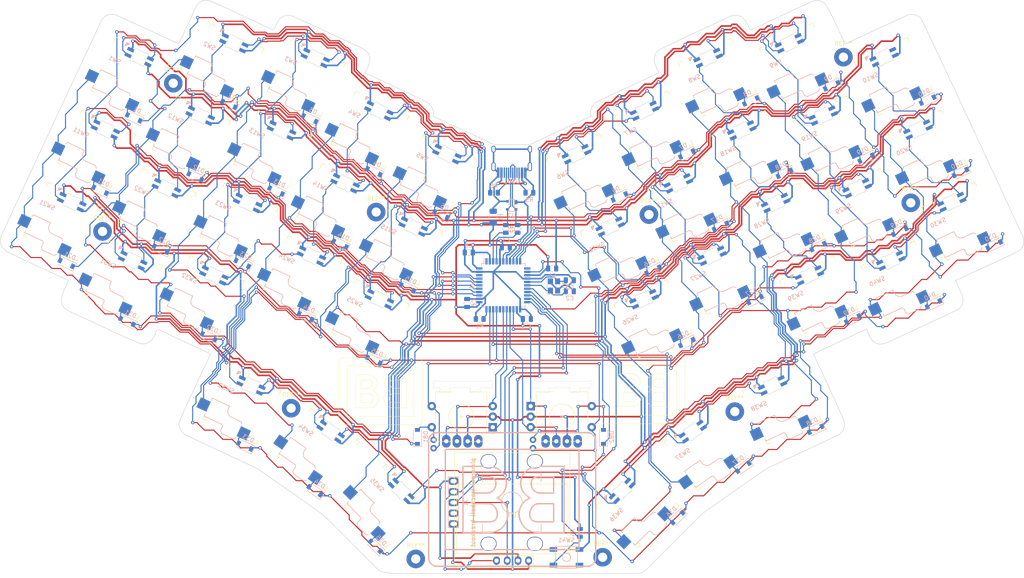
<source format=kicad_pcb>
(kicad_pcb (version 20171130) (host pcbnew "(5.1.10)-1")
  (layers (0 F.Cu signal) (31 B.Cu signal) (34 B.Paste user) (35 F.Paste user) (36 B.SilkS user hide) (37 F.SilkS user) (38 B.Mask user) (39 F.Mask user hide) (44 Edge.Cuts user))
  (net 0 "")
  (net 1 GND)
  (net 2 "Net-(C1-Pad1)")
  (net 3 XTAL1)
  (net 4 XTAL2)
  (net 5 +5V)
  (net 6 "Net-(D1-Pad2)")
  (net 7 row0)
  (net 8 "Net-(D2-Pad2)")
  (net 9 "Net-(D3-Pad2)")
  (net 10 "Net-(D4-Pad2)")
  (net 11 "Net-(D5-Pad2)")
  (net 12 "Net-(D6-Pad2)")
  (net 13 "Net-(D7-Pad2)")
  (net 14 "Net-(D8-Pad2)")
  (net 15 "Net-(D9-Pad2)")
  (net 16 "Net-(D10-Pad2)")
  (net 17 "Net-(D11-Pad2)")
  (net 18 row1)
  (net 19 "Net-(D12-Pad2)")
  (net 20 "Net-(D13-Pad2)")
  (net 21 "Net-(D14-Pad2)")
  (net 22 "Net-(D15-Pad2)")
  (net 23 "Net-(D16-Pad2)")
  (net 24 "Net-(D17-Pad2)")
  (net 25 "Net-(D18-Pad2)")
  (net 26 "Net-(D19-Pad2)")
  (net 27 "Net-(D20-Pad2)")
  (net 28 "Net-(D21-Pad2)")
  (net 29 row2)
  (net 30 "Net-(D22-Pad2)")
  (net 31 "Net-(D23-Pad2)")
  (net 32 "Net-(D24-Pad2)")
  (net 33 "Net-(D25-Pad2)")
  (net 34 "Net-(D26-Pad2)")
  (net 35 "Net-(D27-Pad2)")
  (net 36 "Net-(D28-Pad2)")
  (net 37 "Net-(D29-Pad2)")
  (net 38 "Net-(D30-Pad2)")
  (net 39 "Net-(D31-Pad2)")
  (net 40 row3)
  (net 41 "Net-(D32-Pad2)")
  (net 42 "Net-(D33-Pad2)")
  (net 43 "Net-(D34-Pad2)")
  (net 44 "Net-(D35-Pad2)")
  (net 45 "Net-(D36-Pad2)")
  (net 46 "Net-(D37-Pad2)")
  (net 47 "Net-(D38-Pad2)")
  (net 48 "Net-(D39-Pad2)")
  (net 49 "Net-(D40-Pad2)")
  (net 50 led)
  (net 51 "Net-(D41-Pad2)")
  (net 52 VCC)
  (net 53 "Net-(D42-Pad2)")
  (net 54 "Net-(D43-Pad2)")
  (net 55 "Net-(D44-Pad2)")
  (net 56 "Net-(D45-Pad2)")
  (net 57 "Net-(D46-Pad2)")
  (net 58 "Net-(D47-Pad2)")
  (net 59 "Net-(D48-Pad2)")
  (net 60 "Net-(D49-Pad2)")
  (net 61 "Net-(D50-Pad2)")
  (net 62 "Net-(D51-Pad2)")
  (net 63 "Net-(D52-Pad2)")
  (net 64 "Net-(D53-Pad2)")
  (net 65 "Net-(D54-Pad2)")
  (net 66 "Net-(D55-Pad2)")
  (net 67 "Net-(D56-Pad2)")
  (net 68 "Net-(D57-Pad2)")
  (net 69 "Net-(D58-Pad2)")
  (net 70 "Net-(D59-Pad2)")
  (net 71 "Net-(D60-Pad2)")
  (net 72 "Net-(D61-Pad2)")
  (net 73 "Net-(D62-Pad2)")
  (net 74 "Net-(D63-Pad2)")
  (net 75 "Net-(D64-Pad2)")
  (net 76 "Net-(D65-Pad2)")
  (net 77 "Net-(D66-Pad2)")
  (net 78 "Net-(D67-Pad2)")
  (net 79 "Net-(D68-Pad2)")
  (net 80 "Net-(D69-Pad2)")
  (net 81 "Net-(D70-Pad2)")
  (net 82 "Net-(D71-Pad2)")
  (net 83 "Net-(D72-Pad2)")
  (net 84 "Net-(D73-Pad2)")
  (net 85 "Net-(D74-Pad2)")
  (net 86 "Net-(D75-Pad2)")
  (net 87 "Net-(D76-Pad2)")
  (net 88 "Net-(D77-Pad2)")
  (net 89 "Net-(D78-Pad2)")
  (net 90 "Net-(D79-Pad2)")
  (net 91 "Net-(D80-Pad2)")
  (net 92 "Net-(R1-Pad2)")
  (net 93 D-)
  (net 94 D+)
  (net 95 RESET)
  (net 96 "Net-(R5-Pad1)")
  (net 97 "Net-(R6-Pad1)")
  (net 98 col0)
  (net 99 col1)
  (net 100 col2)
  (net 101 col3)
  (net 102 col4)
  (net 103 col5)
  (net 104 col6)
  (net 105 col7)
  (net 106 col8)
  (net 107 col9)
  (net 108 "Net-(U1-Pad42)")
  (net 109 "Net-(U1-Pad12)")
  (net 110 "Net-(U1-Pad1)")
  (net 111 "Net-(USB1-Pad3)")
  (net 112 "Net-(USB1-Pad9)")
  (net 113 DN)
  (net 114 DP)
  (net 115 sda)
  (net 116 scl)
  (net 117 "Net-(J1-Pad4)")
  (net 118 "Net-(D81-Pad2)")
  (net 119 "Net-(D82-Pad2)")
  (net 120 ENC1B)
  (net 121 ENC1A)
  (net 122 col10)
  (net 123 ENC2B)
  (net 124 ENC2A)
  (net 125 "Net-(U1-Pad29)")
  (net 126 "Net-(SW44-PadNC)")
  (net 127 "Net-(SW45-PadNC)")
  (module MountingHole:MountingHole_2.2mm_M2_Pad (layer F.Cu) (at 167.452593 151.458404)
    (fp_text reference REF** (at 0 -3.2) (layer F.SilkS))
    (fp_text value MountingHole_2.2mm_M2_Pad)
    (pad 1 thru_hole circle (at 0 0) (size 4.4 4.4) (drill 2.2) (layers *.Cu *.Mask))
  )
  (module MountingHole:MountingHole_2.2mm_M2_Pad (layer F.Cu) (at 123.052593 151.858404)
    (fp_text reference REF** (at 0 -3.2) (layer F.SilkS))
    (fp_text value MountingHole_2.2mm_M2_Pad)
    (pad 1 thru_hole circle (at 0 0) (size 4.4 4.4) (drill 2.2) (layers *.Cu *.Mask))
  )
  (module MountingHole:MountingHole_2.2mm_M2_Pad (layer F.Cu) (at 178.452593 70.058404)
    (fp_text reference REF** (at 0 -3.2) (layer F.SilkS))
    (fp_text value MountingHole_2.2mm_M2_Pad)
    (pad 1 thru_hole circle (at 0 0) (size 4.4 4.4) (drill 2.2) (layers *.Cu *.Mask))
  )
  (module MountingHole:MountingHole_2.2mm_M2_Pad (layer F.Cu) (at 198.852593 116.858404)
    (fp_text reference REF** (at 0 -3.2) (layer F.SilkS))
    (fp_text value MountingHole_2.2mm_M2_Pad)
    (pad 1 thru_hole circle (at 0 0) (size 4.4 4.4) (drill 2.2) (layers *.Cu *.Mask))
  )
  (module MountingHole:MountingHole_2.2mm_M2_Pad (layer F.Cu) (at 240.652593 67.258404)
    (fp_text reference REF** (at 0 -3.2) (layer F.SilkS))
    (fp_text value MountingHole_2.2mm_M2_Pad)
    (pad 1 thru_hole circle (at 0 0) (size 4.4 4.4) (drill 2.2) (layers *.Cu *.Mask))
  )
  (module MountingHole:MountingHole_2.2mm_M2_Pad (layer F.Cu) (at 224.652593 32.658404)
    (fp_text reference REF** (at 0 -3.2) (layer F.SilkS))
    (fp_text value MountingHole_2.2mm_M2_Pad)
    (pad 1 thru_hole circle (at 0 0) (size 4.4 4.4) (drill 2.2) (layers *.Cu *.Mask))
  )
  (module MountingHole:MountingHole_2.2mm_M2_Pad (layer F.Cu) (at 93.452593 116.058404)
    (fp_text reference REF** (at 0 -3.2) (layer F.SilkS))
    (fp_text value MountingHole_2.2mm_M2_Pad)
    (pad 1 thru_hole circle (at 0 0) (size 4.4 4.4) (drill 2.2) (layers *.Cu *.Mask))
  )
  (module MountingHole:MountingHole_2.2mm_M2_Pad (layer F.Cu) (at 113.652593 69.458404)
    (fp_text reference REF** (at 0 -3.2) (layer F.SilkS))
    (fp_text value MountingHole_2.2mm_M2_Pad)
    (pad 1 thru_hole circle (at 0 0) (size 4.4 4.4) (drill 2.2) (layers *.Cu *.Mask))
  )
  (module MountingHole:MountingHole_2.2mm_M2_Pad (layer F.Cu) (at 48.652593 74.058404)
    (fp_text reference REF** (at 0 -3.2) (layer F.SilkS))
    (fp_text value MountingHole_2.2mm_M2_Pad)
    (pad 1 thru_hole circle (at 0 0) (size 4.4 4.4) (drill 2.2) (layers *.Cu *.Mask))
  )
  (module MountingHole:MountingHole_2.2mm_M2_Pad (layer F.Cu) (at 65.452593 38.858404)
    (fp_text reference REF** (at 0 -3.2) (layer F.SilkS))
    (fp_text value MountingHole_2.2mm_M2_Pad)
    (pad 1 thru_hole circle (at 0 0) (size 4.4 4.4) (drill 2.2) (layers *.Cu *.Mask))
  )
  (module keyswitches:Kailh_socket_PG1350 (layer F.Cu) (at 238.060636 85.606149 25)
    (fp_text reference SW40 (at -5 -2 25) (layer B.SilkS) (effects (justify mirror)))
    (fp_text value SW_Push)
    (pad "" np_thru_hole circle (at -5.5 0 25) (size 1.7018 1.7018) (drill 1.7018) (layers *.Cu *.Mask))
    (pad "" np_thru_hole circle (at 5.5 0 25) (size 1.7018 1.7018) (drill 1.7018) (layers *.Cu *.Mask))
    (pad 1 smd rect (at 3.275 5.95 25) (size 2.6 2.6) (layers B.Cu B.Paste B.Mask) (net 49 "Net-(D40-Pad2)"))
    (pad "" np_thru_hole circle (at -5 3.75 25) (size 3 3) (drill 3) (layers *.Cu *.Mask))
    (pad "" np_thru_hole circle (at 0 0 25) (size 3.429 3.429) (drill 3.429) (layers *.Cu *.Mask))
    (pad "" np_thru_hole circle (at 0 5.95 25) (size 3 3) (drill 3) (layers *.Cu *.Mask))
    (pad 2 smd rect (at -8.275 3.75 25) (size 2.6 2.6) (layers B.Cu B.Paste B.Mask) (net 107 col9))
    (pad "" np_thru_hole circle (at 5.22 -4.2 25) (size 0.9906 0.9906) (drill 0.9906) (layers *.Cu *.Mask))
  )
  (module keyswitches:Kailh_socket_PG1350 (layer F.Cu) (at 218.727698 89.104357 25)
    (fp_text reference SW39 (at -5 -2 25) (layer B.SilkS) (effects (justify mirror)))
    (fp_text value SW_Push)
    (pad "" np_thru_hole circle (at -5.5 0 25) (size 1.7018 1.7018) (drill 1.7018) (layers *.Cu *.Mask))
    (pad "" np_thru_hole circle (at 5.5 0 25) (size 1.7018 1.7018) (drill 1.7018) (layers *.Cu *.Mask))
    (pad 1 smd rect (at 3.275 5.95 25) (size 2.6 2.6) (layers B.Cu B.Paste B.Mask) (net 48 "Net-(D39-Pad2)"))
    (pad "" np_thru_hole circle (at -5 3.75 25) (size 3 3) (drill 3) (layers *.Cu *.Mask))
    (pad "" np_thru_hole circle (at 0 0 25) (size 3.429 3.429) (drill 3.429) (layers *.Cu *.Mask))
    (pad "" np_thru_hole circle (at 0 5.95 25) (size 3 3) (drill 3) (layers *.Cu *.Mask))
    (pad 2 smd rect (at -8.275 3.75 25) (size 2.6 2.6) (layers B.Cu B.Paste B.Mask) (net 106 col8))
    (pad "" np_thru_hole circle (at 5.22 -4.2 25) (size 0.9906 0.9906) (drill 0.9906) (layers *.Cu *.Mask))
  )
  (module keyswitches:Kailh_socket_PG1350 (layer F.Cu) (at 209.960215 115.26026 25)
    (fp_text reference SW38 (at -5 -2 25) (layer B.SilkS) (effects (justify mirror)))
    (fp_text value SW_Push)
    (pad "" np_thru_hole circle (at -5.5 0 25) (size 1.7018 1.7018) (drill 1.7018) (layers *.Cu *.Mask))
    (pad "" np_thru_hole circle (at 5.5 0 25) (size 1.7018 1.7018) (drill 1.7018) (layers *.Cu *.Mask))
    (pad 1 smd rect (at 3.275 5.95 25) (size 2.6 2.6) (layers B.Cu B.Paste B.Mask) (net 47 "Net-(D38-Pad2)"))
    (pad "" np_thru_hole circle (at -5 3.75 25) (size 3 3) (drill 3) (layers *.Cu *.Mask))
    (pad "" np_thru_hole circle (at 0 0 25) (size 3.429 3.429) (drill 3.429) (layers *.Cu *.Mask))
    (pad "" np_thru_hole circle (at 0 5.95 25) (size 3 3) (drill 3) (layers *.Cu *.Mask))
    (pad 2 smd rect (at -8.275 3.75 25) (size 2.6 2.6) (layers B.Cu B.Paste B.Mask) (net 105 col7))
    (pad "" np_thru_hole circle (at 5.22 -4.2 25) (size 0.9906 0.9906) (drill 0.9906) (layers *.Cu *.Mask))
  )
  (module keyswitches:Kailh_socket_PG1350 (layer F.Cu) (at 191.773682 125.760259 35)
    (fp_text reference SW37 (at -5 -2 35) (layer B.SilkS) (effects (justify mirror)))
    (fp_text value SW_Push)
    (pad "" np_thru_hole circle (at -5.5 0 35) (size 1.7018 1.7018) (drill 1.7018) (layers *.Cu *.Mask))
    (pad "" np_thru_hole circle (at 5.5 0 35) (size 1.7018 1.7018) (drill 1.7018) (layers *.Cu *.Mask))
    (pad 1 smd rect (at 3.275 5.95 35) (size 2.6 2.6) (layers B.Cu B.Paste B.Mask) (net 46 "Net-(D37-Pad2)"))
    (pad "" np_thru_hole circle (at -5 3.75 35) (size 3 3) (drill 3) (layers *.Cu *.Mask))
    (pad "" np_thru_hole circle (at 0 0 35) (size 3.429 3.429) (drill 3.429) (layers *.Cu *.Mask))
    (pad "" np_thru_hole circle (at 0 5.95 35) (size 3 3) (drill 3) (layers *.Cu *.Mask))
    (pad 2 smd rect (at -8.275 3.75 35) (size 2.6 2.6) (layers B.Cu B.Paste B.Mask) (net 104 col6))
    (pad "" np_thru_hole circle (at 5.22 -4.2 35) (size 0.9906 0.9906) (drill 0.9906) (layers *.Cu *.Mask))
  )
  (module keyswitches:Kailh_socket_PG1350 (layer F.Cu) (at 175.68675 139.258799 45)
    (fp_text reference SW36 (at -5 -2 45) (layer B.SilkS) (effects (justify mirror)))
    (fp_text value SW_Push)
    (pad "" np_thru_hole circle (at -5.5 0 45) (size 1.7018 1.7018) (drill 1.7018) (layers *.Cu *.Mask))
    (pad "" np_thru_hole circle (at 5.5 0 45) (size 1.7018 1.7018) (drill 1.7018) (layers *.Cu *.Mask))
    (pad 1 smd rect (at 3.275 5.95 45) (size 2.6 2.6) (layers B.Cu B.Paste B.Mask) (net 45 "Net-(D36-Pad2)"))
    (pad "" np_thru_hole circle (at -5 3.75 45) (size 3 3) (drill 3) (layers *.Cu *.Mask))
    (pad "" np_thru_hole circle (at 0 0 45) (size 3.429 3.429) (drill 3.429) (layers *.Cu *.Mask))
    (pad "" np_thru_hole circle (at 0 5.95 45) (size 3 3) (drill 3) (layers *.Cu *.Mask))
    (pad 2 smd rect (at -8.275 3.75 45) (size 2.6 2.6) (layers B.Cu B.Paste B.Mask) (net 103 col5))
    (pad "" np_thru_hole circle (at 5.22 -4.2 45) (size 0.9906 0.9906) (drill 0.9906) (layers *.Cu *.Mask))
  )
  (module keyswitches:Kailh_socket_PG1350 (layer F.Cu) (at 116.01325 139.258799 315)
    (fp_text reference SW35 (at -5 -2 135) (layer B.SilkS) (effects (justify mirror)))
    (fp_text value SW_Push)
    (pad "" np_thru_hole circle (at -5.5 0 315) (size 1.7018 1.7018) (drill 1.7018) (layers *.Cu *.Mask))
    (pad "" np_thru_hole circle (at 5.5 0 315) (size 1.7018 1.7018) (drill 1.7018) (layers *.Cu *.Mask))
    (pad 1 smd rect (at 3.275 5.95 315) (size 2.6 2.6) (layers B.Cu B.Paste B.Mask) (net 44 "Net-(D35-Pad2)"))
    (pad "" np_thru_hole circle (at -5 3.75 315) (size 3 3) (drill 3) (layers *.Cu *.Mask))
    (pad "" np_thru_hole circle (at 0 0 315) (size 3.429 3.429) (drill 3.429) (layers *.Cu *.Mask))
    (pad "" np_thru_hole circle (at 0 5.95 315) (size 3 3) (drill 3) (layers *.Cu *.Mask))
    (pad 2 smd rect (at -8.275 3.75 315) (size 2.6 2.6) (layers B.Cu B.Paste B.Mask) (net 102 col4))
    (pad "" np_thru_hole circle (at 5.22 -4.2 315) (size 0.9906 0.9906) (drill 0.9906) (layers *.Cu *.Mask))
  )
  (module keyswitches:Kailh_socket_PG1350 (layer F.Cu) (at 99.926318 125.760259 325)
    (fp_text reference SW34 (at -5 -2 145) (layer B.SilkS) (effects (justify mirror)))
    (fp_text value SW_Push)
    (pad "" np_thru_hole circle (at -5.5 0 325) (size 1.7018 1.7018) (drill 1.7018) (layers *.Cu *.Mask))
    (pad "" np_thru_hole circle (at 5.5 0 325) (size 1.7018 1.7018) (drill 1.7018) (layers *.Cu *.Mask))
    (pad 1 smd rect (at 3.275 5.95 325) (size 2.6 2.6) (layers B.Cu B.Paste B.Mask) (net 43 "Net-(D34-Pad2)"))
    (pad "" np_thru_hole circle (at -5 3.75 325) (size 3 3) (drill 3) (layers *.Cu *.Mask))
    (pad "" np_thru_hole circle (at 0 0 325) (size 3.429 3.429) (drill 3.429) (layers *.Cu *.Mask))
    (pad "" np_thru_hole circle (at 0 5.95 325) (size 3 3) (drill 3) (layers *.Cu *.Mask))
    (pad 2 smd rect (at -8.275 3.75 325) (size 2.6 2.6) (layers B.Cu B.Paste B.Mask) (net 101 col3))
    (pad "" np_thru_hole circle (at 5.22 -4.2 325) (size 0.9906 0.9906) (drill 0.9906) (layers *.Cu *.Mask))
  )
  (module keyswitches:Kailh_socket_PG1350 (layer F.Cu) (at 81.739785 115.26026 335)
    (fp_text reference SW33 (at -5 -2 155) (layer B.SilkS) (effects (justify mirror)))
    (fp_text value SW_Push)
    (pad "" np_thru_hole circle (at -5.5 0 335) (size 1.7018 1.7018) (drill 1.7018) (layers *.Cu *.Mask))
    (pad "" np_thru_hole circle (at 5.5 0 335) (size 1.7018 1.7018) (drill 1.7018) (layers *.Cu *.Mask))
    (pad 1 smd rect (at 3.275 5.95 335) (size 2.6 2.6) (layers B.Cu B.Paste B.Mask) (net 42 "Net-(D33-Pad2)"))
    (pad "" np_thru_hole circle (at -5 3.75 335) (size 3 3) (drill 3) (layers *.Cu *.Mask))
    (pad "" np_thru_hole circle (at 0 0 335) (size 3.429 3.429) (drill 3.429) (layers *.Cu *.Mask))
    (pad "" np_thru_hole circle (at 0 5.95 335) (size 3 3) (drill 3) (layers *.Cu *.Mask))
    (pad 2 smd rect (at -8.275 3.75 335) (size 2.6 2.6) (layers B.Cu B.Paste B.Mask) (net 100 col2))
    (pad "" np_thru_hole circle (at 5.22 -4.2 335) (size 0.9906 0.9906) (drill 0.9906) (layers *.Cu *.Mask))
  )
  (module keyswitches:Kailh_socket_PG1350 (layer F.Cu) (at 72.972302 89.104357 335)
    (fp_text reference SW32 (at -5 -2 155) (layer B.SilkS) (effects (justify mirror)))
    (fp_text value SW_Push)
    (pad "" np_thru_hole circle (at -5.5 0 335) (size 1.7018 1.7018) (drill 1.7018) (layers *.Cu *.Mask))
    (pad "" np_thru_hole circle (at 5.5 0 335) (size 1.7018 1.7018) (drill 1.7018) (layers *.Cu *.Mask))
    (pad 1 smd rect (at 3.275 5.95 335) (size 2.6 2.6) (layers B.Cu B.Paste B.Mask) (net 41 "Net-(D32-Pad2)"))
    (pad "" np_thru_hole circle (at -5 3.75 335) (size 3 3) (drill 3) (layers *.Cu *.Mask))
    (pad "" np_thru_hole circle (at 0 0 335) (size 3.429 3.429) (drill 3.429) (layers *.Cu *.Mask))
    (pad "" np_thru_hole circle (at 0 5.95 335) (size 3 3) (drill 3) (layers *.Cu *.Mask))
    (pad 2 smd rect (at -8.275 3.75 335) (size 2.6 2.6) (layers B.Cu B.Paste B.Mask) (net 99 col1))
    (pad "" np_thru_hole circle (at 5.22 -4.2 335) (size 0.9906 0.9906) (drill 0.9906) (layers *.Cu *.Mask))
  )
  (module keyswitches:Kailh_socket_PG1350 (layer F.Cu) (at 53.639364 85.606149 335)
    (fp_text reference SW31 (at -5 -2 155) (layer B.SilkS) (effects (justify mirror)))
    (fp_text value SW_Push)
    (pad "" np_thru_hole circle (at -5.5 0 335) (size 1.7018 1.7018) (drill 1.7018) (layers *.Cu *.Mask))
    (pad "" np_thru_hole circle (at 5.5 0 335) (size 1.7018 1.7018) (drill 1.7018) (layers *.Cu *.Mask))
    (pad 1 smd rect (at 3.275 5.95 335) (size 2.6 2.6) (layers B.Cu B.Paste B.Mask) (net 39 "Net-(D31-Pad2)"))
    (pad "" np_thru_hole circle (at -5 3.75 335) (size 3 3) (drill 3) (layers *.Cu *.Mask))
    (pad "" np_thru_hole circle (at 0 0 335) (size 3.429 3.429) (drill 3.429) (layers *.Cu *.Mask))
    (pad "" np_thru_hole circle (at 0 5.95 335) (size 3 3) (drill 3) (layers *.Cu *.Mask))
    (pad 2 smd rect (at -8.275 3.75 335) (size 2.6 2.6) (layers B.Cu B.Paste B.Mask) (net 98 col0))
    (pad "" np_thru_hole circle (at 5.22 -4.2 335) (size 0.9906 0.9906) (drill 0.9906) (layers *.Cu *.Mask))
  )
  (module keyswitches:Kailh_socket_PG1350 (layer F.Cu) (at 252.533464 71.685402 25)
    (fp_text reference SW30 (at -5 -2 25) (layer B.SilkS) (effects (justify mirror)))
    (fp_text value SW_Push)
    (pad "" np_thru_hole circle (at -5.5 0 25) (size 1.7018 1.7018) (drill 1.7018) (layers *.Cu *.Mask))
    (pad "" np_thru_hole circle (at 5.5 0 25) (size 1.7018 1.7018) (drill 1.7018) (layers *.Cu *.Mask))
    (pad 1 smd rect (at 3.275 5.95 25) (size 2.6 2.6) (layers B.Cu B.Paste B.Mask) (net 38 "Net-(D30-Pad2)"))
    (pad "" np_thru_hole circle (at -5 3.75 25) (size 3 3) (drill 3) (layers *.Cu *.Mask))
    (pad "" np_thru_hole circle (at 0 0 25) (size 3.429 3.429) (drill 3.429) (layers *.Cu *.Mask))
    (pad "" np_thru_hole circle (at 0 5.95 25) (size 3 3) (drill 3) (layers *.Cu *.Mask))
    (pad 2 smd rect (at -8.275 3.75 25) (size 2.6 2.6) (layers B.Cu B.Paste B.Mask) (net 107 col9))
    (pad "" np_thru_hole circle (at 5.22 -4.2 25) (size 0.9906 0.9906) (drill 0.9906) (layers *.Cu *.Mask))
  )
  (module keyswitches:Kailh_socket_PG1350 (layer F.Cu) (at 230.030889 68.386302 25)
    (fp_text reference SW29 (at -5 -2 25) (layer B.SilkS) (effects (justify mirror)))
    (fp_text value SW_Push)
    (pad "" np_thru_hole circle (at -5.5 0 25) (size 1.7018 1.7018) (drill 1.7018) (layers *.Cu *.Mask))
    (pad "" np_thru_hole circle (at 5.5 0 25) (size 1.7018 1.7018) (drill 1.7018) (layers *.Cu *.Mask))
    (pad 1 smd rect (at 3.275 5.95 25) (size 2.6 2.6) (layers B.Cu B.Paste B.Mask) (net 37 "Net-(D29-Pad2)"))
    (pad "" np_thru_hole circle (at -5 3.75 25) (size 3 3) (drill 3) (layers *.Cu *.Mask))
    (pad "" np_thru_hole circle (at 0 0 25) (size 3.429 3.429) (drill 3.429) (layers *.Cu *.Mask))
    (pad "" np_thru_hole circle (at 0 5.95 25) (size 3 3) (drill 3) (layers *.Cu *.Mask))
    (pad 2 smd rect (at -8.275 3.75 25) (size 2.6 2.6) (layers B.Cu B.Paste B.Mask) (net 106 col8))
    (pad "" np_thru_hole circle (at 5.22 -4.2 25) (size 0.9906 0.9906) (drill 0.9906) (layers *.Cu *.Mask))
  )
  (module keyswitches:Kailh_socket_PG1350 (layer F.Cu) (at 210.697951 71.88451 25)
    (fp_text reference SW28 (at -5 -2 25) (layer B.SilkS) (effects (justify mirror)))
    (fp_text value SW_Push)
    (pad "" np_thru_hole circle (at -5.5 0 25) (size 1.7018 1.7018) (drill 1.7018) (layers *.Cu *.Mask))
    (pad "" np_thru_hole circle (at 5.5 0 25) (size 1.7018 1.7018) (drill 1.7018) (layers *.Cu *.Mask))
    (pad 1 smd rect (at 3.275 5.95 25) (size 2.6 2.6) (layers B.Cu B.Paste B.Mask) (net 36 "Net-(D28-Pad2)"))
    (pad "" np_thru_hole circle (at -5 3.75 25) (size 3 3) (drill 3) (layers *.Cu *.Mask))
    (pad "" np_thru_hole circle (at 0 0 25) (size 3.429 3.429) (drill 3.429) (layers *.Cu *.Mask))
    (pad "" np_thru_hole circle (at 0 5.95 25) (size 3 3) (drill 3) (layers *.Cu *.Mask))
    (pad 2 smd rect (at -8.275 3.75 25) (size 2.6 2.6) (layers B.Cu B.Paste B.Mask) (net 105 col7))
    (pad "" np_thru_hole circle (at 5.22 -4.2 25) (size 0.9906 0.9906) (drill 0.9906) (layers *.Cu *.Mask))
  )
  (module keyswitches:Kailh_socket_PG1350 (layer F.Cu) (at 195.591195 84.445796 25)
    (fp_text reference SW27 (at -5 -2 25) (layer B.SilkS) (effects (justify mirror)))
    (fp_text value SW_Push)
    (pad "" np_thru_hole circle (at -5.5 0 25) (size 1.7018 1.7018) (drill 1.7018) (layers *.Cu *.Mask))
    (pad "" np_thru_hole circle (at 5.5 0 25) (size 1.7018 1.7018) (drill 1.7018) (layers *.Cu *.Mask))
    (pad 1 smd rect (at 3.275 5.95 25) (size 2.6 2.6) (layers B.Cu B.Paste B.Mask) (net 35 "Net-(D27-Pad2)"))
    (pad "" np_thru_hole circle (at -5 3.75 25) (size 3 3) (drill 3) (layers *.Cu *.Mask))
    (pad "" np_thru_hole circle (at 0 0 25) (size 3.429 3.429) (drill 3.429) (layers *.Cu *.Mask))
    (pad "" np_thru_hole circle (at 0 5.95 25) (size 3 3) (drill 3) (layers *.Cu *.Mask))
    (pad 2 smd rect (at -8.275 3.75 25) (size 2.6 2.6) (layers B.Cu B.Paste B.Mask) (net 104 col6))
    (pad "" np_thru_hole circle (at 5.22 -4.2 25) (size 0.9906 0.9906) (drill 0.9906) (layers *.Cu *.Mask))
  )
  (module keyswitches:Kailh_socket_PG1350 (layer F.Cu) (at 179.427893 94.741312 25)
    (fp_text reference SW26 (at -5 -2 25) (layer B.SilkS) (effects (justify mirror)))
    (fp_text value SW_Push)
    (pad "" np_thru_hole circle (at -5.5 0 25) (size 1.7018 1.7018) (drill 1.7018) (layers *.Cu *.Mask))
    (pad "" np_thru_hole circle (at 5.5 0 25) (size 1.7018 1.7018) (drill 1.7018) (layers *.Cu *.Mask))
    (pad 1 smd rect (at 3.275 5.95 25) (size 2.6 2.6) (layers B.Cu B.Paste B.Mask) (net 34 "Net-(D26-Pad2)"))
    (pad "" np_thru_hole circle (at -5 3.75 25) (size 3 3) (drill 3) (layers *.Cu *.Mask))
    (pad "" np_thru_hole circle (at 0 0 25) (size 3.429 3.429) (drill 3.429) (layers *.Cu *.Mask))
    (pad "" np_thru_hole circle (at 0 5.95 25) (size 3 3) (drill 3) (layers *.Cu *.Mask))
    (pad 2 smd rect (at -8.275 3.75 25) (size 2.6 2.6) (layers B.Cu B.Paste B.Mask) (net 103 col5))
    (pad "" np_thru_hole circle (at 5.22 -4.2 25) (size 0.9906 0.9906) (drill 0.9906) (layers *.Cu *.Mask))
  )
  (module keyswitches:Kailh_socket_PG1350 (layer F.Cu) (at 112.272107 94.741312 335)
    (fp_text reference SW25 (at -5 -2 155) (layer B.SilkS) (effects (justify mirror)))
    (fp_text value SW_Push)
    (pad "" np_thru_hole circle (at -5.5 0 335) (size 1.7018 1.7018) (drill 1.7018) (layers *.Cu *.Mask))
    (pad "" np_thru_hole circle (at 5.5 0 335) (size 1.7018 1.7018) (drill 1.7018) (layers *.Cu *.Mask))
    (pad 1 smd rect (at 3.275 5.95 335) (size 2.6 2.6) (layers B.Cu B.Paste B.Mask) (net 33 "Net-(D25-Pad2)"))
    (pad "" np_thru_hole circle (at -5 3.75 335) (size 3 3) (drill 3) (layers *.Cu *.Mask))
    (pad "" np_thru_hole circle (at 0 0 335) (size 3.429 3.429) (drill 3.429) (layers *.Cu *.Mask))
    (pad "" np_thru_hole circle (at 0 5.95 335) (size 3 3) (drill 3) (layers *.Cu *.Mask))
    (pad 2 smd rect (at -8.275 3.75 335) (size 2.6 2.6) (layers B.Cu B.Paste B.Mask) (net 102 col4))
    (pad "" np_thru_hole circle (at 5.22 -4.2 335) (size 0.9906 0.9906) (drill 0.9906) (layers *.Cu *.Mask))
  )
  (module keyswitches:Kailh_socket_PG1350 (layer F.Cu) (at 96.108805 84.445796 335)
    (fp_text reference SW24 (at -5 -2 155) (layer B.SilkS) (effects (justify mirror)))
    (fp_text value SW_Push)
    (pad "" np_thru_hole circle (at -5.5 0 335) (size 1.7018 1.7018) (drill 1.7018) (layers *.Cu *.Mask))
    (pad "" np_thru_hole circle (at 5.5 0 335) (size 1.7018 1.7018) (drill 1.7018) (layers *.Cu *.Mask))
    (pad 1 smd rect (at 3.275 5.95 335) (size 2.6 2.6) (layers B.Cu B.Paste B.Mask) (net 32 "Net-(D24-Pad2)"))
    (pad "" np_thru_hole circle (at -5 3.75 335) (size 3 3) (drill 3) (layers *.Cu *.Mask))
    (pad "" np_thru_hole circle (at 0 0 335) (size 3.429 3.429) (drill 3.429) (layers *.Cu *.Mask))
    (pad "" np_thru_hole circle (at 0 5.95 335) (size 3 3) (drill 3) (layers *.Cu *.Mask))
    (pad 2 smd rect (at -8.275 3.75 335) (size 2.6 2.6) (layers B.Cu B.Paste B.Mask) (net 101 col3))
    (pad "" np_thru_hole circle (at 5.22 -4.2 335) (size 0.9906 0.9906) (drill 0.9906) (layers *.Cu *.Mask))
  )
  (module keyswitches:Kailh_socket_PG1350 (layer F.Cu) (at 81.002049 71.88451 335)
    (fp_text reference SW23 (at -5 -2 155) (layer B.SilkS) (effects (justify mirror)))
    (fp_text value SW_Push)
    (pad "" np_thru_hole circle (at -5.5 0 335) (size 1.7018 1.7018) (drill 1.7018) (layers *.Cu *.Mask))
    (pad "" np_thru_hole circle (at 5.5 0 335) (size 1.7018 1.7018) (drill 1.7018) (layers *.Cu *.Mask))
    (pad 1 smd rect (at 3.275 5.95 335) (size 2.6 2.6) (layers B.Cu B.Paste B.Mask) (net 31 "Net-(D23-Pad2)"))
    (pad "" np_thru_hole circle (at -5 3.75 335) (size 3 3) (drill 3) (layers *.Cu *.Mask))
    (pad "" np_thru_hole circle (at 0 0 335) (size 3.429 3.429) (drill 3.429) (layers *.Cu *.Mask))
    (pad "" np_thru_hole circle (at 0 5.95 335) (size 3 3) (drill 3) (layers *.Cu *.Mask))
    (pad 2 smd rect (at -8.275 3.75 335) (size 2.6 2.6) (layers B.Cu B.Paste B.Mask) (net 100 col2))
    (pad "" np_thru_hole circle (at 5.22 -4.2 335) (size 0.9906 0.9906) (drill 0.9906) (layers *.Cu *.Mask))
  )
  (module keyswitches:Kailh_socket_PG1350 (layer F.Cu) (at 61.669111 68.386302 335)
    (fp_text reference SW22 (at -5 -2 155) (layer B.SilkS) (effects (justify mirror)))
    (fp_text value SW_Push)
    (pad "" np_thru_hole circle (at -5.5 0 335) (size 1.7018 1.7018) (drill 1.7018) (layers *.Cu *.Mask))
    (pad "" np_thru_hole circle (at 5.5 0 335) (size 1.7018 1.7018) (drill 1.7018) (layers *.Cu *.Mask))
    (pad 1 smd rect (at 3.275 5.95 335) (size 2.6 2.6) (layers B.Cu B.Paste B.Mask) (net 30 "Net-(D22-Pad2)"))
    (pad "" np_thru_hole circle (at -5 3.75 335) (size 3 3) (drill 3) (layers *.Cu *.Mask))
    (pad "" np_thru_hole circle (at 0 0 335) (size 3.429 3.429) (drill 3.429) (layers *.Cu *.Mask))
    (pad "" np_thru_hole circle (at 0 5.95 335) (size 3 3) (drill 3) (layers *.Cu *.Mask))
    (pad 2 smd rect (at -8.275 3.75 335) (size 2.6 2.6) (layers B.Cu B.Paste B.Mask) (net 99 col1))
    (pad "" np_thru_hole circle (at 5.22 -4.2 335) (size 0.9906 0.9906) (drill 0.9906) (layers *.Cu *.Mask))
  )
  (module keyswitches:Kailh_socket_PG1350 (layer F.Cu) (at 39.166536 71.685402 335)
    (fp_text reference SW21 (at -5 -2 155) (layer B.SilkS) (effects (justify mirror)))
    (fp_text value SW_Push)
    (pad "" np_thru_hole circle (at -5.5 0 335) (size 1.7018 1.7018) (drill 1.7018) (layers *.Cu *.Mask))
    (pad "" np_thru_hole circle (at 5.5 0 335) (size 1.7018 1.7018) (drill 1.7018) (layers *.Cu *.Mask))
    (pad 1 smd rect (at 3.275 5.95 335) (size 2.6 2.6) (layers B.Cu B.Paste B.Mask) (net 28 "Net-(D21-Pad2)"))
    (pad "" np_thru_hole circle (at -5 3.75 335) (size 3 3) (drill 3) (layers *.Cu *.Mask))
    (pad "" np_thru_hole circle (at 0 0 335) (size 3.429 3.429) (drill 3.429) (layers *.Cu *.Mask))
    (pad "" np_thru_hole circle (at 0 5.95 335) (size 3 3) (drill 3) (layers *.Cu *.Mask))
    (pad 2 smd rect (at -8.275 3.75 335) (size 2.6 2.6) (layers B.Cu B.Paste B.Mask) (net 98 col0))
    (pad "" np_thru_hole circle (at 5.22 -4.2 335) (size 0.9906 0.9906) (drill 0.9906) (layers *.Cu *.Mask))
  )
  (module keyswitches:Kailh_socket_PG1350 (layer F.Cu) (at 244.503717 54.465555 25)
    (fp_text reference SW20 (at -5 -2 25) (layer B.SilkS) (effects (justify mirror)))
    (fp_text value SW_Push)
    (pad "" np_thru_hole circle (at -5.5 0 25) (size 1.7018 1.7018) (drill 1.7018) (layers *.Cu *.Mask))
    (pad "" np_thru_hole circle (at 5.5 0 25) (size 1.7018 1.7018) (drill 1.7018) (layers *.Cu *.Mask))
    (pad 1 smd rect (at 3.275 5.95 25) (size 2.6 2.6) (layers B.Cu B.Paste B.Mask) (net 27 "Net-(D20-Pad2)"))
    (pad "" np_thru_hole circle (at -5 3.75 25) (size 3 3) (drill 3) (layers *.Cu *.Mask))
    (pad "" np_thru_hole circle (at 0 0 25) (size 3.429 3.429) (drill 3.429) (layers *.Cu *.Mask))
    (pad "" np_thru_hole circle (at 0 5.95 25) (size 3 3) (drill 3) (layers *.Cu *.Mask))
    (pad 2 smd rect (at -8.275 3.75 25) (size 2.6 2.6) (layers B.Cu B.Paste B.Mask) (net 107 col9))
    (pad "" np_thru_hole circle (at 5.22 -4.2 25) (size 0.9906 0.9906) (drill 0.9906) (layers *.Cu *.Mask))
  )
  (module keyswitches:Kailh_socket_PG1350 (layer F.Cu) (at 222.001142 51.166455 25)
    (fp_text reference SW19 (at -5 -2 25) (layer B.SilkS) (effects (justify mirror)))
    (fp_text value SW_Push)
    (pad "" np_thru_hole circle (at -5.5 0 25) (size 1.7018 1.7018) (drill 1.7018) (layers *.Cu *.Mask))
    (pad "" np_thru_hole circle (at 5.5 0 25) (size 1.7018 1.7018) (drill 1.7018) (layers *.Cu *.Mask))
    (pad 1 smd rect (at 3.275 5.95 25) (size 2.6 2.6) (layers B.Cu B.Paste B.Mask) (net 26 "Net-(D19-Pad2)"))
    (pad "" np_thru_hole circle (at -5 3.75 25) (size 3 3) (drill 3) (layers *.Cu *.Mask))
    (pad "" np_thru_hole circle (at 0 0 25) (size 3.429 3.429) (drill 3.429) (layers *.Cu *.Mask))
    (pad "" np_thru_hole circle (at 0 5.95 25) (size 3 3) (drill 3) (layers *.Cu *.Mask))
    (pad 2 smd rect (at -8.275 3.75 25) (size 2.6 2.6) (layers B.Cu B.Paste B.Mask) (net 106 col8))
    (pad "" np_thru_hole circle (at 5.22 -4.2 25) (size 0.9906 0.9906) (drill 0.9906) (layers *.Cu *.Mask))
  )
  (module keyswitches:Kailh_socket_PG1350 (layer F.Cu) (at 202.668204 54.664663 25)
    (fp_text reference SW18 (at -5 -2 25) (layer B.SilkS) (effects (justify mirror)))
    (fp_text value SW_Push)
    (pad "" np_thru_hole circle (at -5.5 0 25) (size 1.7018 1.7018) (drill 1.7018) (layers *.Cu *.Mask))
    (pad "" np_thru_hole circle (at 5.5 0 25) (size 1.7018 1.7018) (drill 1.7018) (layers *.Cu *.Mask))
    (pad 1 smd rect (at 3.275 5.95 25) (size 2.6 2.6) (layers B.Cu B.Paste B.Mask) (net 25 "Net-(D18-Pad2)"))
    (pad "" np_thru_hole circle (at -5 3.75 25) (size 3 3) (drill 3) (layers *.Cu *.Mask))
    (pad "" np_thru_hole circle (at 0 0 25) (size 3.429 3.429) (drill 3.429) (layers *.Cu *.Mask))
    (pad "" np_thru_hole circle (at 0 5.95 25) (size 3 3) (drill 3) (layers *.Cu *.Mask))
    (pad 2 smd rect (at -8.275 3.75 25) (size 2.6 2.6) (layers B.Cu B.Paste B.Mask) (net 105 col7))
    (pad "" np_thru_hole circle (at 5.22 -4.2 25) (size 0.9906 0.9906) (drill 0.9906) (layers *.Cu *.Mask))
  )
  (module keyswitches:Kailh_socket_PG1350 (layer F.Cu) (at 187.561448 67.225948 25)
    (fp_text reference SW17 (at -5 -2 25) (layer B.SilkS) (effects (justify mirror)))
    (fp_text value SW_Push)
    (pad "" np_thru_hole circle (at -5.5 0 25) (size 1.7018 1.7018) (drill 1.7018) (layers *.Cu *.Mask))
    (pad "" np_thru_hole circle (at 5.5 0 25) (size 1.7018 1.7018) (drill 1.7018) (layers *.Cu *.Mask))
    (pad 1 smd rect (at 3.275 5.95 25) (size 2.6 2.6) (layers B.Cu B.Paste B.Mask) (net 24 "Net-(D17-Pad2)"))
    (pad "" np_thru_hole circle (at -5 3.75 25) (size 3 3) (drill 3) (layers *.Cu *.Mask))
    (pad "" np_thru_hole circle (at 0 0 25) (size 3.429 3.429) (drill 3.429) (layers *.Cu *.Mask))
    (pad "" np_thru_hole circle (at 0 5.95 25) (size 3 3) (drill 3) (layers *.Cu *.Mask))
    (pad 2 smd rect (at -8.275 3.75 25) (size 2.6 2.6) (layers B.Cu B.Paste B.Mask) (net 104 col6))
    (pad "" np_thru_hole circle (at 5.22 -4.2 25) (size 0.9906 0.9906) (drill 0.9906) (layers *.Cu *.Mask))
  )
  (module keyswitches:Kailh_socket_PG1350 (layer F.Cu) (at 171.398147 77.521465 25)
    (fp_text reference SW16 (at -5 -2 25) (layer B.SilkS) (effects (justify mirror)))
    (fp_text value SW_Push)
    (pad "" np_thru_hole circle (at -5.5 0 25) (size 1.7018 1.7018) (drill 1.7018) (layers *.Cu *.Mask))
    (pad "" np_thru_hole circle (at 5.5 0 25) (size 1.7018 1.7018) (drill 1.7018) (layers *.Cu *.Mask))
    (pad 1 smd rect (at 3.275 5.95 25) (size 2.6 2.6) (layers B.Cu B.Paste B.Mask) (net 23 "Net-(D16-Pad2)"))
    (pad "" np_thru_hole circle (at -5 3.75 25) (size 3 3) (drill 3) (layers *.Cu *.Mask))
    (pad "" np_thru_hole circle (at 0 0 25) (size 3.429 3.429) (drill 3.429) (layers *.Cu *.Mask))
    (pad "" np_thru_hole circle (at 0 5.95 25) (size 3 3) (drill 3) (layers *.Cu *.Mask))
    (pad 2 smd rect (at -8.275 3.75 25) (size 2.6 2.6) (layers B.Cu B.Paste B.Mask) (net 103 col5))
    (pad "" np_thru_hole circle (at 5.22 -4.2 25) (size 0.9906 0.9906) (drill 0.9906) (layers *.Cu *.Mask))
  )
  (module keyswitches:Kailh_socket_PG1350 (layer F.Cu) (at 120.301853 77.521465 335)
    (fp_text reference SW15 (at -5 -2 155) (layer B.SilkS) (effects (justify mirror)))
    (fp_text value SW_Push)
    (pad "" np_thru_hole circle (at -5.5 0 335) (size 1.7018 1.7018) (drill 1.7018) (layers *.Cu *.Mask))
    (pad "" np_thru_hole circle (at 5.5 0 335) (size 1.7018 1.7018) (drill 1.7018) (layers *.Cu *.Mask))
    (pad 1 smd rect (at 3.275 5.95 335) (size 2.6 2.6) (layers B.Cu B.Paste B.Mask) (net 22 "Net-(D15-Pad2)"))
    (pad "" np_thru_hole circle (at -5 3.75 335) (size 3 3) (drill 3) (layers *.Cu *.Mask))
    (pad "" np_thru_hole circle (at 0 0 335) (size 3.429 3.429) (drill 3.429) (layers *.Cu *.Mask))
    (pad "" np_thru_hole circle (at 0 5.95 335) (size 3 3) (drill 3) (layers *.Cu *.Mask))
    (pad 2 smd rect (at -8.275 3.75 335) (size 2.6 2.6) (layers B.Cu B.Paste B.Mask) (net 102 col4))
    (pad "" np_thru_hole circle (at 5.22 -4.2 335) (size 0.9906 0.9906) (drill 0.9906) (layers *.Cu *.Mask))
  )
  (module keyswitches:Kailh_socket_PG1350 (layer F.Cu) (at 104.138552 67.225948 335)
    (fp_text reference SW14 (at -5 -2 155) (layer B.SilkS) (effects (justify mirror)))
    (fp_text value SW_Push)
    (pad "" np_thru_hole circle (at -5.5 0 335) (size 1.7018 1.7018) (drill 1.7018) (layers *.Cu *.Mask))
    (pad "" np_thru_hole circle (at 5.5 0 335) (size 1.7018 1.7018) (drill 1.7018) (layers *.Cu *.Mask))
    (pad 1 smd rect (at 3.275 5.95 335) (size 2.6 2.6) (layers B.Cu B.Paste B.Mask) (net 21 "Net-(D14-Pad2)"))
    (pad "" np_thru_hole circle (at -5 3.75 335) (size 3 3) (drill 3) (layers *.Cu *.Mask))
    (pad "" np_thru_hole circle (at 0 0 335) (size 3.429 3.429) (drill 3.429) (layers *.Cu *.Mask))
    (pad "" np_thru_hole circle (at 0 5.95 335) (size 3 3) (drill 3) (layers *.Cu *.Mask))
    (pad 2 smd rect (at -8.275 3.75 335) (size 2.6 2.6) (layers B.Cu B.Paste B.Mask) (net 101 col3))
    (pad "" np_thru_hole circle (at 5.22 -4.2 335) (size 0.9906 0.9906) (drill 0.9906) (layers *.Cu *.Mask))
  )
  (module keyswitches:Kailh_socket_PG1350 (layer F.Cu) (at 89.031796 54.664663 335)
    (fp_text reference SW13 (at -5 -2 155) (layer B.SilkS) (effects (justify mirror)))
    (fp_text value SW_Push)
    (pad "" np_thru_hole circle (at -5.5 0 335) (size 1.7018 1.7018) (drill 1.7018) (layers *.Cu *.Mask))
    (pad "" np_thru_hole circle (at 5.5 0 335) (size 1.7018 1.7018) (drill 1.7018) (layers *.Cu *.Mask))
    (pad 1 smd rect (at 3.275 5.95 335) (size 2.6 2.6) (layers B.Cu B.Paste B.Mask) (net 20 "Net-(D13-Pad2)"))
    (pad "" np_thru_hole circle (at -5 3.75 335) (size 3 3) (drill 3) (layers *.Cu *.Mask))
    (pad "" np_thru_hole circle (at 0 0 335) (size 3.429 3.429) (drill 3.429) (layers *.Cu *.Mask))
    (pad "" np_thru_hole circle (at 0 5.95 335) (size 3 3) (drill 3) (layers *.Cu *.Mask))
    (pad 2 smd rect (at -8.275 3.75 335) (size 2.6 2.6) (layers B.Cu B.Paste B.Mask) (net 100 col2))
    (pad "" np_thru_hole circle (at 5.22 -4.2 335) (size 0.9906 0.9906) (drill 0.9906) (layers *.Cu *.Mask))
  )
  (module keyswitches:Kailh_socket_PG1350 (layer F.Cu) (at 69.698858 51.166455 335)
    (fp_text reference SW12 (at -5 -2 155) (layer B.SilkS) (effects (justify mirror)))
    (fp_text value SW_Push)
    (pad "" np_thru_hole circle (at -5.5 0 335) (size 1.7018 1.7018) (drill 1.7018) (layers *.Cu *.Mask))
    (pad "" np_thru_hole circle (at 5.5 0 335) (size 1.7018 1.7018) (drill 1.7018) (layers *.Cu *.Mask))
    (pad 1 smd rect (at 3.275 5.95 335) (size 2.6 2.6) (layers B.Cu B.Paste B.Mask) (net 19 "Net-(D12-Pad2)"))
    (pad "" np_thru_hole circle (at -5 3.75 335) (size 3 3) (drill 3) (layers *.Cu *.Mask))
    (pad "" np_thru_hole circle (at 0 0 335) (size 3.429 3.429) (drill 3.429) (layers *.Cu *.Mask))
    (pad "" np_thru_hole circle (at 0 5.95 335) (size 3 3) (drill 3) (layers *.Cu *.Mask))
    (pad 2 smd rect (at -8.275 3.75 335) (size 2.6 2.6) (layers B.Cu B.Paste B.Mask) (net 99 col1))
    (pad "" np_thru_hole circle (at 5.22 -4.2 335) (size 0.9906 0.9906) (drill 0.9906) (layers *.Cu *.Mask))
  )
  (module keyswitches:Kailh_socket_PG1350 (layer F.Cu) (at 47.196283 54.465555 335)
    (fp_text reference SW11 (at -5 -2 155) (layer B.SilkS) (effects (justify mirror)))
    (fp_text value SW_Push)
    (pad "" np_thru_hole circle (at -5.5 0 335) (size 1.7018 1.7018) (drill 1.7018) (layers *.Cu *.Mask))
    (pad "" np_thru_hole circle (at 5.5 0 335) (size 1.7018 1.7018) (drill 1.7018) (layers *.Cu *.Mask))
    (pad 1 smd rect (at 3.275 5.95 335) (size 2.6 2.6) (layers B.Cu B.Paste B.Mask) (net 17 "Net-(D11-Pad2)"))
    (pad "" np_thru_hole circle (at -5 3.75 335) (size 3 3) (drill 3) (layers *.Cu *.Mask))
    (pad "" np_thru_hole circle (at 0 0 335) (size 3.429 3.429) (drill 3.429) (layers *.Cu *.Mask))
    (pad "" np_thru_hole circle (at 0 5.95 335) (size 3 3) (drill 3) (layers *.Cu *.Mask))
    (pad 2 smd rect (at -8.275 3.75 335) (size 2.6 2.6) (layers B.Cu B.Paste B.Mask) (net 98 col0))
    (pad "" np_thru_hole circle (at 5.22 -4.2 335) (size 0.9906 0.9906) (drill 0.9906) (layers *.Cu *.Mask))
  )
  (module keyswitches:Kailh_socket_PG1350 (layer F.Cu) (at 236.47397 37.245708 25)
    (fp_text reference SW10 (at -5 -2 25) (layer B.SilkS) (effects (justify mirror)))
    (fp_text value SW_Push)
    (pad "" np_thru_hole circle (at -5.5 0 25) (size 1.7018 1.7018) (drill 1.7018) (layers *.Cu *.Mask))
    (pad "" np_thru_hole circle (at 5.5 0 25) (size 1.7018 1.7018) (drill 1.7018) (layers *.Cu *.Mask))
    (pad 1 smd rect (at 3.275 5.95 25) (size 2.6 2.6) (layers B.Cu B.Paste B.Mask) (net 16 "Net-(D10-Pad2)"))
    (pad "" np_thru_hole circle (at -5 3.75 25) (size 3 3) (drill 3) (layers *.Cu *.Mask))
    (pad "" np_thru_hole circle (at 0 0 25) (size 3.429 3.429) (drill 3.429) (layers *.Cu *.Mask))
    (pad "" np_thru_hole circle (at 0 5.95 25) (size 3 3) (drill 3) (layers *.Cu *.Mask))
    (pad 2 smd rect (at -8.275 3.75 25) (size 2.6 2.6) (layers B.Cu B.Paste B.Mask) (net 107 col9))
    (pad "" np_thru_hole circle (at 5.22 -4.2 25) (size 0.9906 0.9906) (drill 0.9906) (layers *.Cu *.Mask))
  )
  (module keyswitches:Kailh_socket_PG1350 (layer F.Cu) (at 213.971395 33.946608 25)
    (fp_text reference SW9 (at -5 -2 25) (layer B.SilkS) (effects (justify mirror)))
    (fp_text value SW_Push)
    (pad "" np_thru_hole circle (at -5.5 0 25) (size 1.7018 1.7018) (drill 1.7018) (layers *.Cu *.Mask))
    (pad "" np_thru_hole circle (at 5.5 0 25) (size 1.7018 1.7018) (drill 1.7018) (layers *.Cu *.Mask))
    (pad 1 smd rect (at 3.275 5.95 25) (size 2.6 2.6) (layers B.Cu B.Paste B.Mask) (net 15 "Net-(D9-Pad2)"))
    (pad "" np_thru_hole circle (at -5 3.75 25) (size 3 3) (drill 3) (layers *.Cu *.Mask))
    (pad "" np_thru_hole circle (at 0 0 25) (size 3.429 3.429) (drill 3.429) (layers *.Cu *.Mask))
    (pad "" np_thru_hole circle (at 0 5.95 25) (size 3 3) (drill 3) (layers *.Cu *.Mask))
    (pad 2 smd rect (at -8.275 3.75 25) (size 2.6 2.6) (layers B.Cu B.Paste B.Mask) (net 106 col8))
    (pad "" np_thru_hole circle (at 5.22 -4.2 25) (size 0.9906 0.9906) (drill 0.9906) (layers *.Cu *.Mask))
  )
  (module keyswitches:Kailh_socket_PG1350 (layer F.Cu) (at 194.638457 37.444816 25)
    (fp_text reference SW8 (at -5 -2 25) (layer B.SilkS) (effects (justify mirror)))
    (fp_text value SW_Push)
    (pad "" np_thru_hole circle (at -5.5 0 25) (size 1.7018 1.7018) (drill 1.7018) (layers *.Cu *.Mask))
    (pad "" np_thru_hole circle (at 5.5 0 25) (size 1.7018 1.7018) (drill 1.7018) (layers *.Cu *.Mask))
    (pad 1 smd rect (at 3.275 5.95 25) (size 2.6 2.6) (layers B.Cu B.Paste B.Mask) (net 14 "Net-(D8-Pad2)"))
    (pad "" np_thru_hole circle (at -5 3.75 25) (size 3 3) (drill 3) (layers *.Cu *.Mask))
    (pad "" np_thru_hole circle (at 0 0 25) (size 3.429 3.429) (drill 3.429) (layers *.Cu *.Mask))
    (pad "" np_thru_hole circle (at 0 5.95 25) (size 3 3) (drill 3) (layers *.Cu *.Mask))
    (pad 2 smd rect (at -8.275 3.75 25) (size 2.6 2.6) (layers B.Cu B.Paste B.Mask) (net 105 col7))
    (pad "" np_thru_hole circle (at 5.22 -4.2 25) (size 0.9906 0.9906) (drill 0.9906) (layers *.Cu *.Mask))
  )
  (module keyswitches:Kailh_socket_PG1350 (layer F.Cu) (at 179.531701 50.006101 25)
    (fp_text reference SW7 (at -5 -2 25) (layer B.SilkS) (effects (justify mirror)))
    (fp_text value SW_Push)
    (pad "" np_thru_hole circle (at -5.5 0 25) (size 1.7018 1.7018) (drill 1.7018) (layers *.Cu *.Mask))
    (pad "" np_thru_hole circle (at 5.5 0 25) (size 1.7018 1.7018) (drill 1.7018) (layers *.Cu *.Mask))
    (pad 1 smd rect (at 3.275 5.95 25) (size 2.6 2.6) (layers B.Cu B.Paste B.Mask) (net 13 "Net-(D7-Pad2)"))
    (pad "" np_thru_hole circle (at -5 3.75 25) (size 3 3) (drill 3) (layers *.Cu *.Mask))
    (pad "" np_thru_hole circle (at 0 0 25) (size 3.429 3.429) (drill 3.429) (layers *.Cu *.Mask))
    (pad "" np_thru_hole circle (at 0 5.95 25) (size 3 3) (drill 3) (layers *.Cu *.Mask))
    (pad 2 smd rect (at -8.275 3.75 25) (size 2.6 2.6) (layers B.Cu B.Paste B.Mask) (net 104 col6))
    (pad "" np_thru_hole circle (at 5.22 -4.2 25) (size 0.9906 0.9906) (drill 0.9906) (layers *.Cu *.Mask))
  )
  (module keyswitches:Kailh_socket_PG1350 (layer F.Cu) (at 163.3684 60.301618 25)
    (fp_text reference SW6 (at -5 -2 25) (layer B.SilkS) (effects (justify mirror)))
    (fp_text value SW_Push)
    (pad "" np_thru_hole circle (at 5.22 -4.2 25) (size 0.9906 0.9906) (drill 0.9906) (layers *.Cu *.Mask))
    (pad 2 smd rect (at -8.275 3.75 25) (size 2.6 2.6) (layers B.Cu B.Paste B.Mask) (net 103 col5))
    (pad "" np_thru_hole circle (at 0 5.95 25) (size 3 3) (drill 3) (layers *.Cu *.Mask))
    (pad "" np_thru_hole circle (at 0 0 25) (size 3.429 3.429) (drill 3.429) (layers *.Cu *.Mask))
    (pad "" np_thru_hole circle (at -5 3.75 25) (size 3 3) (drill 3) (layers *.Cu *.Mask))
    (pad 1 smd rect (at 3.275 5.95 25) (size 2.6 2.6) (layers B.Cu B.Paste B.Mask) (net 12 "Net-(D6-Pad2)"))
    (pad "" np_thru_hole circle (at 5.5 0 25) (size 1.7018 1.7018) (drill 1.7018) (layers *.Cu *.Mask))
    (pad "" np_thru_hole circle (at -5.5 0 25) (size 1.7018 1.7018) (drill 1.7018) (layers *.Cu *.Mask))
  )
  (module keyswitches:Kailh_socket_PG1350 (layer F.Cu) (at 128.3316 60.301618 335)
    (fp_text reference SW5 (at -5 -2 155) (layer B.SilkS) (effects (justify mirror)))
    (fp_text value SW_Push)
    (pad "" np_thru_hole circle (at -5.5 0 335) (size 1.7018 1.7018) (drill 1.7018) (layers *.Cu *.Mask))
    (pad "" np_thru_hole circle (at 5.5 0 335) (size 1.7018 1.7018) (drill 1.7018) (layers *.Cu *.Mask))
    (pad 1 smd rect (at 3.275 5.95 335) (size 2.6 2.6) (layers B.Cu B.Paste B.Mask) (net 11 "Net-(D5-Pad2)"))
    (pad "" np_thru_hole circle (at -5 3.75 335) (size 3 3) (drill 3) (layers *.Cu *.Mask))
    (pad "" np_thru_hole circle (at 0 0 335) (size 3.429 3.429) (drill 3.429) (layers *.Cu *.Mask))
    (pad "" np_thru_hole circle (at 0 5.95 335) (size 3 3) (drill 3) (layers *.Cu *.Mask))
    (pad 2 smd rect (at -8.275 3.75 335) (size 2.6 2.6) (layers B.Cu B.Paste B.Mask) (net 102 col4))
    (pad "" np_thru_hole circle (at 5.22 -4.2 335) (size 0.9906 0.9906) (drill 0.9906) (layers *.Cu *.Mask))
  )
  (module keyswitches:Kailh_socket_PG1350 (layer F.Cu) (at 112.168299 50.006101 335)
    (fp_text reference SW4 (at -5 -2 155) (layer B.SilkS) (effects (justify mirror)))
    (fp_text value SW_Push)
    (pad "" np_thru_hole circle (at -5.5 0 335) (size 1.7018 1.7018) (drill 1.7018) (layers *.Cu *.Mask))
    (pad "" np_thru_hole circle (at 5.5 0 335) (size 1.7018 1.7018) (drill 1.7018) (layers *.Cu *.Mask))
    (pad 1 smd rect (at 3.275 5.95 335) (size 2.6 2.6) (layers B.Cu B.Paste B.Mask) (net 10 "Net-(D4-Pad2)"))
    (pad "" np_thru_hole circle (at -5 3.75 335) (size 3 3) (drill 3) (layers *.Cu *.Mask))
    (pad "" np_thru_hole circle (at 0 0 335) (size 3.429 3.429) (drill 3.429) (layers *.Cu *.Mask))
    (pad "" np_thru_hole circle (at 0 5.95 335) (size 3 3) (drill 3) (layers *.Cu *.Mask))
    (pad 2 smd rect (at -8.275 3.75 335) (size 2.6 2.6) (layers B.Cu B.Paste B.Mask) (net 101 col3))
    (pad "" np_thru_hole circle (at 5.22 -4.2 335) (size 0.9906 0.9906) (drill 0.9906) (layers *.Cu *.Mask))
  )
  (module keyswitches:Kailh_socket_PG1350 (layer F.Cu) (at 97.061543 37.444816 335)
    (fp_text reference SW3 (at -5 -2 155) (layer B.SilkS) (effects (justify mirror)))
    (fp_text value SW_Push)
    (pad "" np_thru_hole circle (at -5.5 0 335) (size 1.7018 1.7018) (drill 1.7018) (layers *.Cu *.Mask))
    (pad "" np_thru_hole circle (at 5.5 0 335) (size 1.7018 1.7018) (drill 1.7018) (layers *.Cu *.Mask))
    (pad 1 smd rect (at 3.275 5.95 335) (size 2.6 2.6) (layers B.Cu B.Paste B.Mask) (net 9 "Net-(D3-Pad2)"))
    (pad "" np_thru_hole circle (at -5 3.75 335) (size 3 3) (drill 3) (layers *.Cu *.Mask))
    (pad "" np_thru_hole circle (at 0 0 335) (size 3.429 3.429) (drill 3.429) (layers *.Cu *.Mask))
    (pad "" np_thru_hole circle (at 0 5.95 335) (size 3 3) (drill 3) (layers *.Cu *.Mask))
    (pad 2 smd rect (at -8.275 3.75 335) (size 2.6 2.6) (layers B.Cu B.Paste B.Mask) (net 100 col2))
    (pad "" np_thru_hole circle (at 5.22 -4.2 335) (size 0.9906 0.9906) (drill 0.9906) (layers *.Cu *.Mask))
  )
  (module keyswitches:Kailh_socket_PG1350 (layer F.Cu) (at 77.728605 33.946608 335)
    (fp_text reference SW2 (at -5 -2 155) (layer B.SilkS) (effects (justify mirror)))
    (fp_text value SW_Push)
    (pad "" np_thru_hole circle (at -5.5 0 335) (size 1.7018 1.7018) (drill 1.7018) (layers *.Cu *.Mask))
    (pad "" np_thru_hole circle (at 5.5 0 335) (size 1.7018 1.7018) (drill 1.7018) (layers *.Cu *.Mask))
    (pad 1 smd rect (at 3.275 5.95 335) (size 2.6 2.6) (layers B.Cu B.Paste B.Mask) (net 8 "Net-(D2-Pad2)"))
    (pad "" np_thru_hole circle (at -5 3.75 335) (size 3 3) (drill 3) (layers *.Cu *.Mask))
    (pad "" np_thru_hole circle (at 0 0 335) (size 3.429 3.429) (drill 3.429) (layers *.Cu *.Mask))
    (pad "" np_thru_hole circle (at 0 5.95 335) (size 3 3) (drill 3) (layers *.Cu *.Mask))
    (pad 2 smd rect (at -8.275 3.75 335) (size 2.6 2.6) (layers B.Cu B.Paste B.Mask) (net 99 col1))
    (pad "" np_thru_hole circle (at 5.22 -4.2 335) (size 0.9906 0.9906) (drill 0.9906) (layers *.Cu *.Mask))
  )
  (module keyswitches:Kailh_socket_PG1350 (layer F.Cu) (at 55.22603 37.245708 335)
    (fp_text reference SW1 (at -5 -2 155) (layer B.SilkS) (effects (justify mirror)))
    (fp_text value SW_Push)
    (pad "" np_thru_hole circle (at -5.5 0 335) (size 1.7018 1.7018) (drill 1.7018) (layers *.Cu *.Mask))
    (pad "" np_thru_hole circle (at 5.5 0 335) (size 1.7018 1.7018) (drill 1.7018) (layers *.Cu *.Mask))
    (pad 1 smd rect (at 3.275 5.95 335) (size 2.6 2.6) (layers B.Cu B.Paste B.Mask) (net 6 "Net-(D1-Pad2)"))
    (pad "" np_thru_hole circle (at -5 3.75 335) (size 3 3) (drill 3) (layers *.Cu *.Mask))
    (pad "" np_thru_hole circle (at 0 0 335) (size 3.429 3.429) (drill 3.429) (layers *.Cu *.Mask))
    (pad "" np_thru_hole circle (at 0 5.95 335) (size 3 3) (drill 3) (layers *.Cu *.Mask))
    (pad 2 smd rect (at -8.275 3.75 335) (size 2.6 2.6) (layers B.Cu B.Paste B.Mask) (net 98 col0))
    (pad "" np_thru_hole circle (at 5.22 -4.2 335) (size 0.9906 0.9906) (drill 0.9906) (layers *.Cu *.Mask))
  )
  (module kicad-keyboard-parts:MX_SK6812MINI-E (layer F.Cu) (at 99.926318 125.760259 145)
    (fp_text reference D59 hide)
    (fp_text value SK6812MINI-E)
    (fp_line (start 0.794452 6.579999) (end -0.794452 6.579999) (layer Edge.Cuts) (width 0.1))
    (fp_line (start 1.699999 4.377157) (end 1.699999 5.782841) (layer Edge.Cuts) (width 0.1))
    (fp_line (start -0.794452 3.58) (end 0.794453 3.58) (layer Edge.Cuts) (width 0.1))
    (fp_line (start -1.699999 5.782841) (end -1.699999 4.377157) (layer Edge.Cuts) (width 0.1))
    (fp_arc (start -0.794452 7.079999) (end -0.794452 6.579999) (angle -30.2992623) (layer Edge.Cuts) (width 0.1))
    (fp_arc (start 0.794452 7.079999) (end 1.046711 6.648298) (angle -30.29933433) (layer Edge.Cuts) (width 0.1))
    (fp_arc (start 1.298969 6.216597) (end 1.046711 6.648298) (angle -146.0055121) (layer Edge.Cuts) (width 0.1))
    (fp_arc (start 2.199999 5.782841) (end 1.699999 5.782841) (angle -25.70617777) (layer Edge.Cuts) (width 0.1))
    (fp_arc (start 2.199999 4.377157) (end 1.749484 4.160279) (angle -25.70608136) (layer Edge.Cuts) (width 0.1))
    (fp_arc (start 1.298969 3.943402) (end 1.749484 4.160279) (angle -146.0053097) (layer Edge.Cuts) (width 0.1))
    (fp_arc (start 0.794453 3.08) (end 0.794453 3.58) (angle -30.29922831) (layer Edge.Cuts) (width 0.1))
    (fp_arc (start -0.794452 3.08) (end -1.046711 3.5117) (angle -30.29928212) (layer Edge.Cuts) (width 0.1))
    (fp_arc (start -1.298969 3.943401) (end -1.046711 3.5117) (angle -146.0054017) (layer Edge.Cuts) (width 0.1))
    (fp_arc (start -2.199999 4.377157) (end -1.699999 4.377157) (angle -25.70611954) (layer Edge.Cuts) (width 0.1))
    (fp_arc (start -2.199999 5.782841) (end -1.749484 5.999719) (angle -25.70611205) (layer Edge.Cuts) (width 0.1))
    (fp_arc (start -1.298969 6.216596) (end -1.749484 5.999719) (angle -146.0053744) (layer Edge.Cuts) (width 0.1))
    (pad 3 smd roundrect (at 2.6 5.829999 55) (size 0.82 1.6) (layers B.Cu B.Paste B.Mask) (roundrect_rratio 0.1) (net 1 GND))
    (pad 4 smd roundrect (at 2.6 4.329999 55) (size 0.82 1.6) (layers B.Cu B.Paste B.Mask) (roundrect_rratio 0.1) (net 69 "Net-(D58-Pad2)"))
    (pad 2 smd roundrect (at -2.6 5.829999 55) (size 0.82 1.6) (layers B.Cu B.Paste B.Mask) (roundrect_rratio 0.1) (net 70 "Net-(D59-Pad2)"))
    (pad 1 smd roundrect (at -2.6 4.329999 55) (size 0.82 1.6) (layers B.Cu B.Paste B.Mask) (roundrect_rratio 0.1) (net 5 +5V))
  )
  (module other_parts:EVQWGD001 (layer F.Cu) (at 157.852593 118.058404 180)
    (fp_text reference SW45 hide)
    (fp_text value EVQWGD001)
    (fp_line (start -6.4 8.4) (end 6.4 8.4) (layer Edge.Cuts) (width 0.05))
    (fp_line (start -6.4 6.900001) (end -4.25 6.9) (layer Edge.Cuts) (width 0.05))
    (fp_line (start 5.4 6.7) (end 5.4 6.4) (layer Edge.Cuts) (width 0.05))
    (fp_line (start 3.2 6.7) (end 3.2 6.4) (layer Edge.Cuts) (width 0.05))
    (fp_line (start -1.65 6.9) (end 3 6.9) (layer Edge.Cuts) (width 0.05))
    (fp_line (start -1.85 6.7) (end -1.85 6.4) (layer Edge.Cuts) (width 0.05))
    (fp_line (start -4.05 6.7) (end -4.05 6.4) (layer Edge.Cuts) (width 0.05))
    (fp_line (start 5.6 6.9) (end 6.4 6.9) (layer Edge.Cuts) (width 0.05))
    (fp_line (start 6.95 7.45) (end 6.95 7.85) (layer Edge.Cuts) (width 0.05))
    (fp_line (start -6.94997 7.450024) (end -6.95 7.85) (layer Edge.Cuts) (width 0.05))
    (fp_line (start -2.4 5.85) (end -3.5 5.85) (layer Edge.Cuts) (width 0.05))
    (fp_line (start 4.85 5.85) (end 3.75 5.85) (layer Edge.Cuts) (width 0.05))
    (fp_arc (start -4.25 6.7) (end -4.25 6.9) (angle -90) (layer Edge.Cuts) (width 0.05))
    (fp_arc (start -1.65 6.7) (end -1.85 6.7) (angle -90) (layer Edge.Cuts) (width 0.05))
    (fp_arc (start 3 6.7) (end 3 6.9) (angle -90) (layer Edge.Cuts) (width 0.05))
    (fp_arc (start 5.6 6.7) (end 5.4 6.7) (angle -90) (layer Edge.Cuts) (width 0.05))
    (fp_arc (start -3.8 6.1) (end -3.5 5.85) (angle -190.3888578) (layer Edge.Cuts) (width 0.05))
    (fp_arc (start -2.1 6.1) (end -1.85 6.4) (angle -190.3888578) (layer Edge.Cuts) (width 0.05))
    (fp_arc (start 3.45 6.1) (end 3.75 5.85) (angle -190.3888578) (layer Edge.Cuts) (width 0.05))
    (fp_arc (start 5.15 6.1) (end 5.4 6.4) (angle -190.3888578) (layer Edge.Cuts) (width 0.05))
    (fp_arc (start 6.7 7.15) (end 6.95 7.45) (angle -190.3888578) (layer Edge.Cuts) (width 0.05))
    (fp_arc (start 6.7 8.15) (end 6.4 8.4) (angle -190.3888578) (layer Edge.Cuts) (width 0.05))
    (fp_arc (start -6.7 8.15) (end -6.95 7.85) (angle -190.3888578) (layer Edge.Cuts) (width 0.05))
    (fp_arc (start -6.7 7.15) (end -6.4 6.900001) (angle -190.3946062) (layer Edge.Cuts) (width 0.05))
    (pad "" np_thru_hole circle (at -6.21 -5.85 180) (size 1.6 1.6) (drill 1.6) (layers *.Cu))
    (pad NC thru_hole oval (at -3.67 -5.85 180) (size 2 3) (drill 1) (layers *.Cu B.Mask) (net 127 "Net-(SW45-PadNC)"))
    (pad C thru_hole oval (at -1.13 -5.85 180) (size 2 3) (drill 1) (layers *.Cu B.Mask) (net 1 GND))
    (pad B thru_hole oval (at 1.41 -5.85 180) (size 2 3) (drill 1) (layers *.Cu B.Mask) (net 123 ENC2B))
    (pad A thru_hole oval (at 3.95 -5.85 180) (size 2 3) (drill 1) (layers *.Cu B.Mask) (net 124 ENC2A))
    (pad S2 thru_hole oval (at 6.95 -5.5 180) (size 1.524 1.524) (drill 0.762) (layers *.Cu B.Mask) (net 119 "Net-(D82-Pad2)"))
    (pad S1 thru_hole circle (at 6.95 -7.5 180) (size 1.524 1.524) (drill 0.762) (layers *.Cu B.Mask) (net 122 col10))
  )
  (module Keebio-Parts:RotaryEncoder_EC11-no-legs (layer F.Cu) (at 157.852593 118.058404)
    (fp_text reference SW43)
    (fp_text value RotaryEncoder_Switch)
    (pad A thru_hole rect (at -7.5 -2.5) (size 2 2) (drill 1) (layers *.Cu *.Mask) (net 124 ENC2A))
    (pad C thru_hole circle (at -7.5 0) (size 2 2) (drill 1) (layers *.Cu *.Mask) (net 1 GND))
    (pad B thru_hole circle (at -7.5 2.5) (size 2 2) (drill 1) (layers *.Cu *.Mask) (net 123 ENC2B))
    (pad S2 thru_hole circle (at 7 -2.5) (size 2 2) (drill 1) (layers *.Cu *.Mask) (net 119 "Net-(D82-Pad2)"))
    (pad S1 thru_hole circle (at 7 2.5) (size 2 2) (drill 1) (layers *.Cu *.Mask) (net 122 col10))
  )
  (module Keebio-Parts:RotaryEncoder_EC11-no-legs (layer F.Cu) (at 133.852593 118.058404 180)
    (fp_text reference SW42)
    (fp_text value RotaryEncoder_Switch)
    (pad A thru_hole rect (at -7.5 -2.5 180) (size 2 2) (drill 1) (layers *.Cu *.Mask) (net 121 ENC1A))
    (pad C thru_hole circle (at -7.5 0 180) (size 2 2) (drill 1) (layers *.Cu *.Mask) (net 1 GND))
    (pad B thru_hole circle (at -7.5 2.5 180) (size 2 2) (drill 1) (layers *.Cu *.Mask) (net 120 ENC1B))
    (pad S2 thru_hole circle (at 7 -2.5 180) (size 2 2) (drill 1) (layers *.Cu *.Mask) (net 118 "Net-(D81-Pad2)"))
    (pad S1 thru_hole circle (at 7 2.5 180) (size 2 2) (drill 1) (layers *.Cu *.Mask) (net 122 col10))
  )
  (module other_parts:EVQWGD001 (layer F.Cu) (at 134.252593 118.058404 180)
    (fp_text reference SW44 hide)
    (fp_text value EVQWGD001)
    (fp_line (start -6.4 8.4) (end 6.4 8.4) (layer Edge.Cuts) (width 0.05))
    (fp_line (start -6.4 6.900001) (end -4.25 6.9) (layer Edge.Cuts) (width 0.05))
    (fp_line (start 5.4 6.7) (end 5.4 6.4) (layer Edge.Cuts) (width 0.05))
    (fp_line (start 3.2 6.7) (end 3.2 6.4) (layer Edge.Cuts) (width 0.05))
    (fp_line (start -1.65 6.9) (end 3 6.9) (layer Edge.Cuts) (width 0.05))
    (fp_line (start -1.85 6.7) (end -1.85 6.4) (layer Edge.Cuts) (width 0.05))
    (fp_line (start -4.05 6.7) (end -4.05 6.4) (layer Edge.Cuts) (width 0.05))
    (fp_line (start 5.6 6.9) (end 6.4 6.9) (layer Edge.Cuts) (width 0.05))
    (fp_line (start 6.95 7.45) (end 6.95 7.85) (layer Edge.Cuts) (width 0.05))
    (fp_line (start -6.94997 7.450024) (end -6.95 7.85) (layer Edge.Cuts) (width 0.05))
    (fp_line (start -2.4 5.85) (end -3.5 5.85) (layer Edge.Cuts) (width 0.05))
    (fp_line (start 4.85 5.85) (end 3.75 5.85) (layer Edge.Cuts) (width 0.05))
    (fp_arc (start -4.25 6.7) (end -4.25 6.9) (angle -90) (layer Edge.Cuts) (width 0.05))
    (fp_arc (start -1.65 6.7) (end -1.85 6.7) (angle -90) (layer Edge.Cuts) (width 0.05))
    (fp_arc (start 3 6.7) (end 3 6.9) (angle -90) (layer Edge.Cuts) (width 0.05))
    (fp_arc (start 5.6 6.7) (end 5.4 6.7) (angle -90) (layer Edge.Cuts) (width 0.05))
    (fp_arc (start -3.8 6.1) (end -3.5 5.85) (angle -190.3888578) (layer Edge.Cuts) (width 0.05))
    (fp_arc (start -2.1 6.1) (end -1.85 6.4) (angle -190.3888578) (layer Edge.Cuts) (width 0.05))
    (fp_arc (start 3.45 6.1) (end 3.75 5.85) (angle -190.3888578) (layer Edge.Cuts) (width 0.05))
    (fp_arc (start 5.15 6.1) (end 5.4 6.4) (angle -190.3888578) (layer Edge.Cuts) (width 0.05))
    (fp_arc (start 6.7 7.15) (end 6.95 7.45) (angle -190.3888578) (layer Edge.Cuts) (width 0.05))
    (fp_arc (start 6.7 8.15) (end 6.4 8.4) (angle -190.3888578) (layer Edge.Cuts) (width 0.05))
    (fp_arc (start -6.7 8.15) (end -6.95 7.85) (angle -190.3888578) (layer Edge.Cuts) (width 0.05))
    (fp_arc (start -6.7 7.15) (end -6.4 6.900001) (angle -190.3946062) (layer Edge.Cuts) (width 0.05))
    (pad "" np_thru_hole circle (at -6.21 -5.85 180) (size 1.6 1.6) (drill 1.6) (layers *.Cu))
    (pad NC thru_hole oval (at -3.67 -5.85 180) (size 2 3) (drill 1) (layers *.Cu B.Mask) (net 126 "Net-(SW44-PadNC)"))
    (pad C thru_hole oval (at -1.13 -5.85 180) (size 2 3) (drill 1) (layers *.Cu B.Mask) (net 1 GND))
    (pad B thru_hole oval (at 1.41 -5.85 180) (size 2 3) (drill 1) (layers *.Cu B.Mask) (net 120 ENC1B))
    (pad A thru_hole oval (at 3.95 -5.85 180) (size 2 3) (drill 1) (layers *.Cu B.Mask) (net 121 ENC1A))
    (pad S2 thru_hole oval (at 6.95 -5.5 180) (size 1.524 1.524) (drill 0.762) (layers *.Cu B.Mask) (net 118 "Net-(D81-Pad2)"))
    (pad S1 thru_hole circle (at 6.95 -7.5 180) (size 1.524 1.524) (drill 0.762) (layers *.Cu B.Mask) (net 122 col10))
  )
  (module SSD1306:128x64OLED (layer F.Cu) (at 146.252593 141.658404 180)
    (fp_text reference Brd1 (at 0 0.254) (layer F.SilkS))
    (fp_text value SSD1306)
    (pad 2 thru_hole oval (at -1.08 -10.6 270) (size 2 1.6) (drill 1) (layers *.Cu *.Mask) (net 5 +5V))
    (pad 1 thru_hole oval (at -3.62 -10.6 270) (size 2 1.6) (drill 1) (layers *.Cu *.Mask) (net 1 GND))
    (pad 3 thru_hole oval (at 1.46 -10.6 270) (size 2 1.6) (drill 1) (layers *.Cu *.Mask) (net 116 scl))
    (pad 4 thru_hole oval (at 4 -10.6 270) (size 2 1.6) (drill 1) (layers *.Cu *.Mask) (net 115 sda))
  )
  (module Diode_SMD:D_SOD-123 (layer B.Cu) (at 167.652593 122.858404 90)
    (fp_text reference D82 (at 0 2 90) (layer B.SilkS) (effects (justify mirror)))
    (fp_text value 1N4148W)
    (pad 2 smd rect (at 1.65 0 90) (size 0.9 1.2) (layers B.Cu B.Paste B.Mask) (net 119 "Net-(D82-Pad2)"))
    (pad 1 smd rect (at -1.65 0 90) (size 0.9 1.2) (layers B.Cu B.Paste B.Mask) (net 40 row3))
  )
  (module Diode_SMD:D_SOD-123 (layer B.Cu) (at 123.452593 122.858404 90)
    (fp_text reference D81 (at 0 2 270) (layer B.SilkS) (effects (justify mirror)))
    (fp_text value 1N4148W)
    (pad 2 smd rect (at 1.65 0 90) (size 0.9 1.2) (layers B.Cu B.Paste B.Mask) (net 118 "Net-(D81-Pad2)"))
    (pad 1 smd rect (at -1.65 0 90) (size 0.9 1.2) (layers B.Cu B.Paste B.Mask) (net 29 row2))
  )
  (module other_parts:pimoroni (layer B.Cu) (at 145.852593 138.458404 270)
    (fp_text reference J1 (at 0 11 90) (layer B.SilkS) (effects (justify mirror)))
    (fp_text value Pimoroni)
    (fp_text user "pimoroni trackball breakout" (at 0 9.2 270) (layer F.SilkS))
    (fp_text user "pimoroni trackball breakout" (at 0 9.2 270) (layer B.SilkS) (effects (justify mirror)))
    (pad 9 thru_hole oval (at -9.8 5.5 180) (size 3.8 3.3) (drill oval 3.5 3) (layers *.Cu *.Mask))
    (pad 8 thru_hole oval (at -9.8 -5.5 180) (size 3.8 3.3) (drill oval 3.5 3) (layers *.Cu *.Mask))
    (pad 7 thru_hole oval (at 9.8 -5.5 180) (size 3.8 3.3) (drill oval 3.5 3) (layers *.Cu *.Mask))
    (pad 6 thru_hole oval (at 9.8 5.5 180) (size 3.8 3.3) (drill oval 3.5 3) (layers *.Cu *.Mask))
    (pad 1 thru_hole roundrect (at -5.08 13.824 180) (size 2.2 1.7) (drill oval 1.5 1) (layers *.Cu *.Mask) (net 5 +5V))
    (pad 2 thru_hole roundrect (at -2.54 13.824 90) (size 1.7 2.2) (drill oval 1 1.5) (layers *.Cu *.Mask) (net 115 sda))
    (pad 3 thru_hole roundrect (at 0 13.824 90) (size 1.7 2.2) (drill oval 1 1.5) (layers *.Cu *.Mask) (net 116 scl))
    (pad 4 thru_hole roundrect (at 2.54 13.824 90) (size 1.7 2.2) (drill oval 1 1.5) (layers *.Cu *.Mask) (net 117 "Net-(J1-Pad4)"))
    (pad 5 thru_hole roundrect (at 5.08 13.824 90) (size 1.7 2.2) (drill oval 1 1.5) (layers *.Cu *.Mask) (net 1 GND))
  )
  (module kicad-keyboard-parts:MX_SK6812MINI-E (layer F.Cu) (at 120.301853 77.521465 155)
    (fp_text reference D56 hide)
    (fp_text value SK6812MINI-E)
    (fp_line (start 0.794452 6.579999) (end -0.794452 6.579999) (layer Edge.Cuts) (width 0.1))
    (fp_line (start 1.699999 4.377157) (end 1.699999 5.782841) (layer Edge.Cuts) (width 0.1))
    (fp_line (start -0.794452 3.58) (end 0.794453 3.58) (layer Edge.Cuts) (width 0.1))
    (fp_line (start -1.699999 5.782841) (end -1.699999 4.377157) (layer Edge.Cuts) (width 0.1))
    (fp_arc (start -0.794452 7.079999) (end -0.794452 6.579999) (angle -30.2992623) (layer Edge.Cuts) (width 0.1))
    (fp_arc (start 0.794452 7.079999) (end 1.046711 6.648298) (angle -30.29933433) (layer Edge.Cuts) (width 0.1))
    (fp_arc (start 1.298969 6.216597) (end 1.046711 6.648298) (angle -146.0055121) (layer Edge.Cuts) (width 0.1))
    (fp_arc (start 2.199999 5.782841) (end 1.699999 5.782841) (angle -25.70617777) (layer Edge.Cuts) (width 0.1))
    (fp_arc (start 2.199999 4.377157) (end 1.749484 4.160279) (angle -25.70608136) (layer Edge.Cuts) (width 0.1))
    (fp_arc (start 1.298969 3.943402) (end 1.749484 4.160279) (angle -146.0053097) (layer Edge.Cuts) (width 0.1))
    (fp_arc (start 0.794453 3.08) (end 0.794453 3.58) (angle -30.29922831) (layer Edge.Cuts) (width 0.1))
    (fp_arc (start -0.794452 3.08) (end -1.046711 3.5117) (angle -30.29928212) (layer Edge.Cuts) (width 0.1))
    (fp_arc (start -1.298969 3.943401) (end -1.046711 3.5117) (angle -146.0054017) (layer Edge.Cuts) (width 0.1))
    (fp_arc (start -2.199999 4.377157) (end -1.699999 4.377157) (angle -25.70611954) (layer Edge.Cuts) (width 0.1))
    (fp_arc (start -2.199999 5.782841) (end -1.749484 5.999719) (angle -25.70611205) (layer Edge.Cuts) (width 0.1))
    (fp_arc (start -1.298969 6.216596) (end -1.749484 5.999719) (angle -146.0053744) (layer Edge.Cuts) (width 0.1))
    (pad 3 smd roundrect (at 2.6 5.829999 65) (size 0.82 1.6) (layers B.Cu B.Paste B.Mask) (roundrect_rratio 0.1) (net 1 GND))
    (pad 4 smd roundrect (at 2.6 4.329999 65) (size 0.82 1.6) (layers B.Cu B.Paste B.Mask) (roundrect_rratio 0.1) (net 66 "Net-(D55-Pad2)"))
    (pad 2 smd roundrect (at -2.6 5.829999 65) (size 0.82 1.6) (layers B.Cu B.Paste B.Mask) (roundrect_rratio 0.1) (net 67 "Net-(D56-Pad2)"))
    (pad 1 smd roundrect (at -2.6 4.329999 65) (size 0.82 1.6) (layers B.Cu B.Paste B.Mask) (roundrect_rratio 0.1) (net 5 +5V))
  )
  (module kicad-keyboard-parts:MX_SK6812MINI-E (layer F.Cu) (at 112.272107 94.741312 155)
    (fp_text reference D57 hide)
    (fp_text value SK6812MINI-E)
    (fp_line (start 0.794452 6.579999) (end -0.794452 6.579999) (layer Edge.Cuts) (width 0.1))
    (fp_line (start 1.699999 4.377157) (end 1.699999 5.782841) (layer Edge.Cuts) (width 0.1))
    (fp_line (start -0.794452 3.58) (end 0.794453 3.58) (layer Edge.Cuts) (width 0.1))
    (fp_line (start -1.699999 5.782841) (end -1.699999 4.377157) (layer Edge.Cuts) (width 0.1))
    (fp_arc (start -0.794452 7.079999) (end -0.794452 6.579999) (angle -30.2992623) (layer Edge.Cuts) (width 0.1))
    (fp_arc (start 0.794452 7.079999) (end 1.046711 6.648298) (angle -30.29933433) (layer Edge.Cuts) (width 0.1))
    (fp_arc (start 1.298969 6.216597) (end 1.046711 6.648298) (angle -146.0055121) (layer Edge.Cuts) (width 0.1))
    (fp_arc (start 2.199999 5.782841) (end 1.699999 5.782841) (angle -25.70617777) (layer Edge.Cuts) (width 0.1))
    (fp_arc (start 2.199999 4.377157) (end 1.749484 4.160279) (angle -25.70608136) (layer Edge.Cuts) (width 0.1))
    (fp_arc (start 1.298969 3.943402) (end 1.749484 4.160279) (angle -146.0053097) (layer Edge.Cuts) (width 0.1))
    (fp_arc (start 0.794453 3.08) (end 0.794453 3.58) (angle -30.29922831) (layer Edge.Cuts) (width 0.1))
    (fp_arc (start -0.794452 3.08) (end -1.046711 3.5117) (angle -30.29928212) (layer Edge.Cuts) (width 0.1))
    (fp_arc (start -1.298969 3.943401) (end -1.046711 3.5117) (angle -146.0054017) (layer Edge.Cuts) (width 0.1))
    (fp_arc (start -2.199999 4.377157) (end -1.699999 4.377157) (angle -25.70611954) (layer Edge.Cuts) (width 0.1))
    (fp_arc (start -2.199999 5.782841) (end -1.749484 5.999719) (angle -25.70611205) (layer Edge.Cuts) (width 0.1))
    (fp_arc (start -1.298969 6.216596) (end -1.749484 5.999719) (angle -146.0053744) (layer Edge.Cuts) (width 0.1))
    (pad 3 smd roundrect (at 2.6 5.829999 65) (size 0.82 1.6) (layers B.Cu B.Paste B.Mask) (roundrect_rratio 0.1) (net 1 GND))
    (pad 4 smd roundrect (at 2.6 4.329999 65) (size 0.82 1.6) (layers B.Cu B.Paste B.Mask) (roundrect_rratio 0.1) (net 67 "Net-(D56-Pad2)"))
    (pad 2 smd roundrect (at -2.6 5.829999 65) (size 0.82 1.6) (layers B.Cu B.Paste B.Mask) (roundrect_rratio 0.1) (net 68 "Net-(D57-Pad2)"))
    (pad 1 smd roundrect (at -2.6 4.329999 65) (size 0.82 1.6) (layers B.Cu B.Paste B.Mask) (roundrect_rratio 0.1) (net 5 +5V))
  )
  (module kicad-keyboard-parts:MX_SK6812MINI-E (layer F.Cu) (at 61.669111 68.386302 155)
    (fp_text reference D45 hide)
    (fp_text value SK6812MINI-E)
    (fp_line (start 0.794452 6.579999) (end -0.794452 6.579999) (layer Edge.Cuts) (width 0.1))
    (fp_line (start 1.699999 4.377157) (end 1.699999 5.782841) (layer Edge.Cuts) (width 0.1))
    (fp_line (start -0.794452 3.58) (end 0.794453 3.58) (layer Edge.Cuts) (width 0.1))
    (fp_line (start -1.699999 5.782841) (end -1.699999 4.377157) (layer Edge.Cuts) (width 0.1))
    (fp_arc (start -0.794452 7.079999) (end -0.794452 6.579999) (angle -30.2992623) (layer Edge.Cuts) (width 0.1))
    (fp_arc (start 0.794452 7.079999) (end 1.046711 6.648298) (angle -30.29933433) (layer Edge.Cuts) (width 0.1))
    (fp_arc (start 1.298969 6.216597) (end 1.046711 6.648298) (angle -146.0055121) (layer Edge.Cuts) (width 0.1))
    (fp_arc (start 2.199999 5.782841) (end 1.699999 5.782841) (angle -25.70617777) (layer Edge.Cuts) (width 0.1))
    (fp_arc (start 2.199999 4.377157) (end 1.749484 4.160279) (angle -25.70608136) (layer Edge.Cuts) (width 0.1))
    (fp_arc (start 1.298969 3.943402) (end 1.749484 4.160279) (angle -146.0053097) (layer Edge.Cuts) (width 0.1))
    (fp_arc (start 0.794453 3.08) (end 0.794453 3.58) (angle -30.29922831) (layer Edge.Cuts) (width 0.1))
    (fp_arc (start -0.794452 3.08) (end -1.046711 3.5117) (angle -30.29928212) (layer Edge.Cuts) (width 0.1))
    (fp_arc (start -1.298969 3.943401) (end -1.046711 3.5117) (angle -146.0054017) (layer Edge.Cuts) (width 0.1))
    (fp_arc (start -2.199999 4.377157) (end -1.699999 4.377157) (angle -25.70611954) (layer Edge.Cuts) (width 0.1))
    (fp_arc (start -2.199999 5.782841) (end -1.749484 5.999719) (angle -25.70611205) (layer Edge.Cuts) (width 0.1))
    (fp_arc (start -1.298969 6.216596) (end -1.749484 5.999719) (angle -146.0053744) (layer Edge.Cuts) (width 0.1))
    (pad 3 smd roundrect (at 2.6 5.829999 65) (size 0.82 1.6) (layers B.Cu B.Paste B.Mask) (roundrect_rratio 0.1) (net 1 GND))
    (pad 4 smd roundrect (at 2.6 4.329999 65) (size 0.82 1.6) (layers B.Cu B.Paste B.Mask) (roundrect_rratio 0.1) (net 55 "Net-(D44-Pad2)"))
    (pad 2 smd roundrect (at -2.6 5.829999 65) (size 0.82 1.6) (layers B.Cu B.Paste B.Mask) (roundrect_rratio 0.1) (net 56 "Net-(D45-Pad2)"))
    (pad 1 smd roundrect (at -2.6 4.329999 65) (size 0.82 1.6) (layers B.Cu B.Paste B.Mask) (roundrect_rratio 0.1) (net 5 +5V))
  )
  (module kicad-keyboard-parts:MX_SK6812MINI-E (layer F.Cu) (at 171.398147 77.521465 205)
    (fp_text reference D65 hide)
    (fp_text value SK6812MINI-E)
    (fp_line (start 0.794452 6.579999) (end -0.794452 6.579999) (layer Edge.Cuts) (width 0.1))
    (fp_line (start 1.699999 4.377157) (end 1.699999 5.782841) (layer Edge.Cuts) (width 0.1))
    (fp_line (start -0.794452 3.58) (end 0.794453 3.58) (layer Edge.Cuts) (width 0.1))
    (fp_line (start -1.699999 5.782841) (end -1.699999 4.377157) (layer Edge.Cuts) (width 0.1))
    (fp_arc (start -0.794452 7.079999) (end -0.794452 6.579999) (angle -30.2992623) (layer Edge.Cuts) (width 0.1))
    (fp_arc (start 0.794452 7.079999) (end 1.046711 6.648298) (angle -30.29933433) (layer Edge.Cuts) (width 0.1))
    (fp_arc (start 1.298969 6.216597) (end 1.046711 6.648298) (angle -146.0055121) (layer Edge.Cuts) (width 0.1))
    (fp_arc (start 2.199999 5.782841) (end 1.699999 5.782841) (angle -25.70617777) (layer Edge.Cuts) (width 0.1))
    (fp_arc (start 2.199999 4.377157) (end 1.749484 4.160279) (angle -25.70608136) (layer Edge.Cuts) (width 0.1))
    (fp_arc (start 1.298969 3.943402) (end 1.749484 4.160279) (angle -146.0053097) (layer Edge.Cuts) (width 0.1))
    (fp_arc (start 0.794453 3.08) (end 0.794453 3.58) (angle -30.29922831) (layer Edge.Cuts) (width 0.1))
    (fp_arc (start -0.794452 3.08) (end -1.046711 3.5117) (angle -30.29928212) (layer Edge.Cuts) (width 0.1))
    (fp_arc (start -1.298969 3.943401) (end -1.046711 3.5117) (angle -146.0054017) (layer Edge.Cuts) (width 0.1))
    (fp_arc (start -2.199999 4.377157) (end -1.699999 4.377157) (angle -25.70611954) (layer Edge.Cuts) (width 0.1))
    (fp_arc (start -2.199999 5.782841) (end -1.749484 5.999719) (angle -25.70611205) (layer Edge.Cuts) (width 0.1))
    (fp_arc (start -1.298969 6.216596) (end -1.749484 5.999719) (angle -146.0053744) (layer Edge.Cuts) (width 0.1))
    (pad 3 smd roundrect (at 2.6 5.829999 115) (size 0.82 1.6) (layers B.Cu B.Paste B.Mask) (roundrect_rratio 0.1) (net 1 GND))
    (pad 4 smd roundrect (at 2.6 4.329999 115) (size 0.82 1.6) (layers B.Cu B.Paste B.Mask) (roundrect_rratio 0.1) (net 75 "Net-(D64-Pad2)"))
    (pad 2 smd roundrect (at -2.6 5.829999 115) (size 0.82 1.6) (layers B.Cu B.Paste B.Mask) (roundrect_rratio 0.1) (net 76 "Net-(D65-Pad2)"))
    (pad 1 smd roundrect (at -2.6 4.329999 115) (size 0.82 1.6) (layers B.Cu B.Paste B.Mask) (roundrect_rratio 0.1) (net 5 +5V))
  )
  (module kicad-keyboard-parts:MX_SK6812MINI-E (layer F.Cu) (at 104.138552 67.225948 155)
    (fp_text reference D53 hide)
    (fp_text value SK6812MINI-E)
    (fp_line (start 0.794452 6.579999) (end -0.794452 6.579999) (layer Edge.Cuts) (width 0.1))
    (fp_line (start 1.699999 4.377157) (end 1.699999 5.782841) (layer Edge.Cuts) (width 0.1))
    (fp_line (start -0.794452 3.58) (end 0.794453 3.58) (layer Edge.Cuts) (width 0.1))
    (fp_line (start -1.699999 5.782841) (end -1.699999 4.377157) (layer Edge.Cuts) (width 0.1))
    (fp_arc (start -0.794452 7.079999) (end -0.794452 6.579999) (angle -30.2992623) (layer Edge.Cuts) (width 0.1))
    (fp_arc (start 0.794452 7.079999) (end 1.046711 6.648298) (angle -30.29933433) (layer Edge.Cuts) (width 0.1))
    (fp_arc (start 1.298969 6.216597) (end 1.046711 6.648298) (angle -146.0055121) (layer Edge.Cuts) (width 0.1))
    (fp_arc (start 2.199999 5.782841) (end 1.699999 5.782841) (angle -25.70617777) (layer Edge.Cuts) (width 0.1))
    (fp_arc (start 2.199999 4.377157) (end 1.749484 4.160279) (angle -25.70608136) (layer Edge.Cuts) (width 0.1))
    (fp_arc (start 1.298969 3.943402) (end 1.749484 4.160279) (angle -146.0053097) (layer Edge.Cuts) (width 0.1))
    (fp_arc (start 0.794453 3.08) (end 0.794453 3.58) (angle -30.29922831) (layer Edge.Cuts) (width 0.1))
    (fp_arc (start -0.794452 3.08) (end -1.046711 3.5117) (angle -30.29928212) (layer Edge.Cuts) (width 0.1))
    (fp_arc (start -1.298969 3.943401) (end -1.046711 3.5117) (angle -146.0054017) (layer Edge.Cuts) (width 0.1))
    (fp_arc (start -2.199999 4.377157) (end -1.699999 4.377157) (angle -25.70611954) (layer Edge.Cuts) (width 0.1))
    (fp_arc (start -2.199999 5.782841) (end -1.749484 5.999719) (angle -25.70611205) (layer Edge.Cuts) (width 0.1))
    (fp_arc (start -1.298969 6.216596) (end -1.749484 5.999719) (angle -146.0053744) (layer Edge.Cuts) (width 0.1))
    (pad 3 smd roundrect (at 2.6 5.829999 65) (size 0.82 1.6) (layers B.Cu B.Paste B.Mask) (roundrect_rratio 0.1) (net 1 GND))
    (pad 4 smd roundrect (at 2.6 4.329999 65) (size 0.82 1.6) (layers B.Cu B.Paste B.Mask) (roundrect_rratio 0.1) (net 63 "Net-(D52-Pad2)"))
    (pad 2 smd roundrect (at -2.6 5.829999 65) (size 0.82 1.6) (layers B.Cu B.Paste B.Mask) (roundrect_rratio 0.1) (net 64 "Net-(D53-Pad2)"))
    (pad 1 smd roundrect (at -2.6 4.329999 65) (size 0.82 1.6) (layers B.Cu B.Paste B.Mask) (roundrect_rratio 0.1) (net 5 +5V))
  )
  (module kicad-keyboard-parts:MX_SK6812MINI-E (layer F.Cu) (at 96.108805 84.445796 155)
    (fp_text reference D52 hide)
    (fp_text value SK6812MINI-E)
    (fp_line (start 0.794452 6.579999) (end -0.794452 6.579999) (layer Edge.Cuts) (width 0.1))
    (fp_line (start 1.699999 4.377157) (end 1.699999 5.782841) (layer Edge.Cuts) (width 0.1))
    (fp_line (start -0.794452 3.58) (end 0.794453 3.58) (layer Edge.Cuts) (width 0.1))
    (fp_line (start -1.699999 5.782841) (end -1.699999 4.377157) (layer Edge.Cuts) (width 0.1))
    (fp_arc (start -0.794452 7.079999) (end -0.794452 6.579999) (angle -30.2992623) (layer Edge.Cuts) (width 0.1))
    (fp_arc (start 0.794452 7.079999) (end 1.046711 6.648298) (angle -30.29933433) (layer Edge.Cuts) (width 0.1))
    (fp_arc (start 1.298969 6.216597) (end 1.046711 6.648298) (angle -146.0055121) (layer Edge.Cuts) (width 0.1))
    (fp_arc (start 2.199999 5.782841) (end 1.699999 5.782841) (angle -25.70617777) (layer Edge.Cuts) (width 0.1))
    (fp_arc (start 2.199999 4.377157) (end 1.749484 4.160279) (angle -25.70608136) (layer Edge.Cuts) (width 0.1))
    (fp_arc (start 1.298969 3.943402) (end 1.749484 4.160279) (angle -146.0053097) (layer Edge.Cuts) (width 0.1))
    (fp_arc (start 0.794453 3.08) (end 0.794453 3.58) (angle -30.29922831) (layer Edge.Cuts) (width 0.1))
    (fp_arc (start -0.794452 3.08) (end -1.046711 3.5117) (angle -30.29928212) (layer Edge.Cuts) (width 0.1))
    (fp_arc (start -1.298969 3.943401) (end -1.046711 3.5117) (angle -146.0054017) (layer Edge.Cuts) (width 0.1))
    (fp_arc (start -2.199999 4.377157) (end -1.699999 4.377157) (angle -25.70611954) (layer Edge.Cuts) (width 0.1))
    (fp_arc (start -2.199999 5.782841) (end -1.749484 5.999719) (angle -25.70611205) (layer Edge.Cuts) (width 0.1))
    (fp_arc (start -1.298969 6.216596) (end -1.749484 5.999719) (angle -146.0053744) (layer Edge.Cuts) (width 0.1))
    (pad 3 smd roundrect (at 2.6 5.829999 65) (size 0.82 1.6) (layers B.Cu B.Paste B.Mask) (roundrect_rratio 0.1) (net 1 GND))
    (pad 4 smd roundrect (at 2.6 4.329999 65) (size 0.82 1.6) (layers B.Cu B.Paste B.Mask) (roundrect_rratio 0.1) (net 62 "Net-(D51-Pad2)"))
    (pad 2 smd roundrect (at -2.6 5.829999 65) (size 0.82 1.6) (layers B.Cu B.Paste B.Mask) (roundrect_rratio 0.1) (net 63 "Net-(D52-Pad2)"))
    (pad 1 smd roundrect (at -2.6 4.329999 65) (size 0.82 1.6) (layers B.Cu B.Paste B.Mask) (roundrect_rratio 0.1) (net 5 +5V))
  )
  (module kicad-keyboard-parts:MX_SK6812MINI-E (layer F.Cu) (at 112.168299 50.006101 155)
    (fp_text reference D54 hide)
    (fp_text value SK6812MINI-E)
    (fp_line (start 0.794452 6.579999) (end -0.794452 6.579999) (layer Edge.Cuts) (width 0.1))
    (fp_line (start 1.699999 4.377157) (end 1.699999 5.782841) (layer Edge.Cuts) (width 0.1))
    (fp_line (start -0.794452 3.58) (end 0.794453 3.58) (layer Edge.Cuts) (width 0.1))
    (fp_line (start -1.699999 5.782841) (end -1.699999 4.377157) (layer Edge.Cuts) (width 0.1))
    (fp_arc (start -0.794452 7.079999) (end -0.794452 6.579999) (angle -30.2992623) (layer Edge.Cuts) (width 0.1))
    (fp_arc (start 0.794452 7.079999) (end 1.046711 6.648298) (angle -30.29933433) (layer Edge.Cuts) (width 0.1))
    (fp_arc (start 1.298969 6.216597) (end 1.046711 6.648298) (angle -146.0055121) (layer Edge.Cuts) (width 0.1))
    (fp_arc (start 2.199999 5.782841) (end 1.699999 5.782841) (angle -25.70617777) (layer Edge.Cuts) (width 0.1))
    (fp_arc (start 2.199999 4.377157) (end 1.749484 4.160279) (angle -25.70608136) (layer Edge.Cuts) (width 0.1))
    (fp_arc (start 1.298969 3.943402) (end 1.749484 4.160279) (angle -146.0053097) (layer Edge.Cuts) (width 0.1))
    (fp_arc (start 0.794453 3.08) (end 0.794453 3.58) (angle -30.29922831) (layer Edge.Cuts) (width 0.1))
    (fp_arc (start -0.794452 3.08) (end -1.046711 3.5117) (angle -30.29928212) (layer Edge.Cuts) (width 0.1))
    (fp_arc (start -1.298969 3.943401) (end -1.046711 3.5117) (angle -146.0054017) (layer Edge.Cuts) (width 0.1))
    (fp_arc (start -2.199999 4.377157) (end -1.699999 4.377157) (angle -25.70611954) (layer Edge.Cuts) (width 0.1))
    (fp_arc (start -2.199999 5.782841) (end -1.749484 5.999719) (angle -25.70611205) (layer Edge.Cuts) (width 0.1))
    (fp_arc (start -1.298969 6.216596) (end -1.749484 5.999719) (angle -146.0053744) (layer Edge.Cuts) (width 0.1))
    (pad 3 smd roundrect (at 2.6 5.829999 65) (size 0.82 1.6) (layers B.Cu B.Paste B.Mask) (roundrect_rratio 0.1) (net 1 GND))
    (pad 4 smd roundrect (at 2.6 4.329999 65) (size 0.82 1.6) (layers B.Cu B.Paste B.Mask) (roundrect_rratio 0.1) (net 64 "Net-(D53-Pad2)"))
    (pad 2 smd roundrect (at -2.6 5.829999 65) (size 0.82 1.6) (layers B.Cu B.Paste B.Mask) (roundrect_rratio 0.1) (net 65 "Net-(D54-Pad2)"))
    (pad 1 smd roundrect (at -2.6 4.329999 65) (size 0.82 1.6) (layers B.Cu B.Paste B.Mask) (roundrect_rratio 0.1) (net 5 +5V))
  )
  (module Crystal:Crystal_SMD_3225-4Pin_3.2x2.5mm (layer B.Cu) (at 155.902593 87.008404 90)
    (fp_text reference Y1 (at 0 2.45 90) (layer B.SilkS) (effects (justify mirror)))
    (fp_text value Crystal_GND24_Small)
    (pad 1 smd rect (at -1.1 -0.85 90) (size 1.4 1.2) (layers B.Cu B.Paste B.Mask) (net 3 XTAL1))
    (pad 2 smd rect (at 1.1 -0.85 90) (size 1.4 1.2) (layers B.Cu B.Paste B.Mask) (net 1 GND))
    (pad 3 smd rect (at 1.1 0.85 90) (size 1.4 1.2) (layers B.Cu B.Paste B.Mask) (net 4 XTAL2))
    (pad 4 smd rect (at -1.1 0.85 90) (size 1.4 1.2) (layers B.Cu B.Paste B.Mask) (net 1 GND))
  )
  (module Type-C:HRO-TYPE-C-31-M-12-HandSoldering (layer B.Cu) (at 145.852593 51.908404)
    (fp_text reference USB1 (at 0 10.2) (layer B.SilkS) (effects (justify mirror)))
    (fp_text value HRO-TYPE-C-31-M-12)
    (pad 12 smd rect (at 3.225 8.195) (size 0.6 2.45) (layers B.Cu B.Paste B.Mask) (net 1 GND))
    (pad 1 smd rect (at -3.225 8.195) (size 0.6 2.45) (layers B.Cu B.Paste B.Mask) (net 1 GND))
    (pad 11 smd rect (at 2.45 8.195) (size 0.6 2.45) (layers B.Cu B.Paste B.Mask) (net 52 VCC))
    (pad 2 smd rect (at -2.45 8.195) (size 0.6 2.45) (layers B.Cu B.Paste B.Mask) (net 52 VCC))
    (pad 3 smd rect (at -1.75 8.195) (size 0.3 2.45) (layers B.Cu B.Paste B.Mask) (net 111 "Net-(USB1-Pad3)"))
    (pad 10 smd rect (at 1.75 8.195) (size 0.3 2.45) (layers B.Cu B.Paste B.Mask) (net 96 "Net-(R5-Pad1)"))
    (pad 4 smd rect (at -1.25 8.195) (size 0.3 2.45) (layers B.Cu B.Paste B.Mask) (net 97 "Net-(R6-Pad1)"))
    (pad 9 smd rect (at 1.25 8.195) (size 0.3 2.45) (layers B.Cu B.Paste B.Mask) (net 112 "Net-(USB1-Pad9)"))
    (pad 5 smd rect (at -0.75 8.195) (size 0.3 2.45) (layers B.Cu B.Paste B.Mask) (net 113 DN))
    (pad 8 smd rect (at 0.75 8.195) (size 0.3 2.45) (layers B.Cu B.Paste B.Mask) (net 114 DP))
    (pad 7 smd rect (at 0.25 8.195) (size 0.3 2.45) (layers B.Cu B.Paste B.Mask) (net 113 DN))
    (pad 6 smd rect (at -0.25 8.195) (size 0.3 2.45) (layers B.Cu B.Paste B.Mask) (net 114 DP))
    (pad "" np_thru_hole circle (at 2.89 6.25) (size 0.65 0.65) (drill 0.65) (layers *.Cu *.Mask))
    (pad "" np_thru_hole circle (at -2.89 6.25) (size 0.65 0.65) (drill 0.65) (layers *.Cu *.Mask))
    (pad 13 thru_hole oval (at -4.32 6.78) (size 1 2.1) (drill oval 0.6 1.7) (layers *.Cu F.Mask) (net 1 GND))
    (pad 13 thru_hole oval (at 4.32 6.78) (size 1 2.1) (drill oval 0.6 1.7) (layers *.Cu F.Mask) (net 1 GND))
    (pad 13 thru_hole oval (at -4.32 2.6) (size 1 1.6) (drill oval 0.6 1.2) (layers *.Cu F.Mask) (net 1 GND))
    (pad 13 thru_hole oval (at 4.32 2.6) (size 1 1.6) (drill oval 0.6 1.2) (layers *.Cu F.Mask) (net 1 GND))
  )
  (module random-keyboard-parts:SOT143B (layer B.Cu) (at 145.852593 67.858404 180)
    (fp_text reference U2 (at 0 -2.45) (layer B.SilkS) (effects (justify mirror)))
    (fp_text value PRTR5V0U2X)
    (pad 1 smd rect (at -1 0.75 270) (size 1 0.7) (layers B.Cu B.Paste B.Mask) (net 1 GND))
    (pad 4 smd rect (at 1 0.95 270) (size 0.6 0.7) (layers B.Cu B.Paste B.Mask) (net 52 VCC))
    (pad 2 smd rect (at -1 -0.95 270) (size 0.6 0.7) (layers B.Cu B.Paste B.Mask) (net 114 DP))
    (pad 3 smd rect (at 1 -0.95 270) (size 0.6 0.7) (layers B.Cu B.Paste B.Mask) (net 113 DN))
  )
  (module Package_QFP:TQFP-44_10x10mm_P0.8mm (layer B.Cu) (at 143.852593 86.858404 270)
    (fp_text reference U1 (at 0 7.45 90) (layer B.SilkS) (effects (justify mirror)))
    (fp_text value ATmega32U4-A)
    (pad 1 smd rect (at -5.7 4 270) (size 1.5 0.55) (layers B.Cu B.Paste B.Mask) (net 110 "Net-(U1-Pad1)"))
    (pad 2 smd rect (at -5.7 3.2 270) (size 1.5 0.55) (layers B.Cu B.Paste B.Mask) (net 5 +5V))
    (pad 3 smd rect (at -5.7 2.4 270) (size 1.5 0.55) (layers B.Cu B.Paste B.Mask) (net 93 D-))
    (pad 4 smd rect (at -5.7 1.6 270) (size 1.5 0.55) (layers B.Cu B.Paste B.Mask) (net 94 D+))
    (pad 5 smd rect (at -5.7 0.8 270) (size 1.5 0.55) (layers B.Cu B.Paste B.Mask) (net 1 GND))
    (pad 6 smd rect (at -5.7 0 270) (size 1.5 0.55) (layers B.Cu B.Paste B.Mask) (net 2 "Net-(C1-Pad1)"))
    (pad 7 smd rect (at -5.7 -0.8 270) (size 1.5 0.55) (layers B.Cu B.Paste B.Mask) (net 5 +5V))
    (pad 8 smd rect (at -5.7 -1.6 270) (size 1.5 0.55) (layers B.Cu B.Paste B.Mask) (net 7 row0))
    (pad 9 smd rect (at -5.7 -2.4 270) (size 1.5 0.55) (layers B.Cu B.Paste B.Mask) (net 18 row1))
    (pad 10 smd rect (at -5.7 -3.2 270) (size 1.5 0.55) (layers B.Cu B.Paste B.Mask) (net 104 col6))
    (pad 11 smd rect (at -5.7 -4 270) (size 1.5 0.55) (layers B.Cu B.Paste B.Mask) (net 103 col5))
    (pad 12 smd rect (at -4 -5.7 180) (size 1.5 0.55) (layers B.Cu B.Paste B.Mask) (net 109 "Net-(U1-Pad12)"))
    (pad 13 smd rect (at -3.2 -5.7 180) (size 1.5 0.55) (layers B.Cu B.Paste B.Mask) (net 95 RESET))
    (pad 14 smd rect (at -2.4 -5.7 180) (size 1.5 0.55) (layers B.Cu B.Paste B.Mask) (net 5 +5V))
    (pad 15 smd rect (at -1.6 -5.7 180) (size 1.5 0.55) (layers B.Cu B.Paste B.Mask) (net 1 GND))
    (pad 16 smd rect (at -0.8 -5.7 180) (size 1.5 0.55) (layers B.Cu B.Paste B.Mask) (net 4 XTAL2))
    (pad 17 smd rect (at 0 -5.7 180) (size 1.5 0.55) (layers B.Cu B.Paste B.Mask) (net 3 XTAL1))
    (pad 18 smd rect (at 0.8 -5.7 180) (size 1.5 0.55) (layers B.Cu B.Paste B.Mask) (net 116 scl))
    (pad 19 smd rect (at 1.6 -5.7 180) (size 1.5 0.55) (layers B.Cu B.Paste B.Mask) (net 115 sda))
    (pad 20 smd rect (at 2.4 -5.7 180) (size 1.5 0.55) (layers B.Cu B.Paste B.Mask) (net 105 col7))
    (pad 21 smd rect (at 3.2 -5.7 180) (size 1.5 0.55) (layers B.Cu B.Paste B.Mask) (net 106 col8))
    (pad 22 smd rect (at 4 -5.7 180) (size 1.5 0.55) (layers B.Cu B.Paste B.Mask) (net 107 col9))
    (pad 23 smd rect (at 5.7 -4 270) (size 1.5 0.55) (layers B.Cu B.Paste B.Mask) (net 1 GND))
    (pad 24 smd rect (at 5.7 -3.2 270) (size 1.5 0.55) (layers B.Cu B.Paste B.Mask) (net 5 +5V))
    (pad 25 smd rect (at 5.7 -2.4 270) (size 1.5 0.55) (layers B.Cu B.Paste B.Mask) (net 124 ENC2A))
    (pad 26 smd rect (at 5.7 -1.6 270) (size 1.5 0.55) (layers B.Cu B.Paste B.Mask) (net 123 ENC2B))
    (pad 27 smd rect (at 5.7 -0.8 270) (size 1.5 0.55) (layers B.Cu B.Paste B.Mask) (net 121 ENC1A))
    (pad 28 smd rect (at 5.7 0 270) (size 1.5 0.55) (layers B.Cu B.Paste B.Mask) (net 120 ENC1B))
    (pad 29 smd rect (at 5.7 0.8 270) (size 1.5 0.55) (layers B.Cu B.Paste B.Mask) (net 125 "Net-(U1-Pad29)"))
    (pad 30 smd rect (at 5.7 1.6 270) (size 1.5 0.55) (layers B.Cu B.Paste B.Mask) (net 29 row2))
    (pad 31 smd rect (at 5.7 2.4 270) (size 1.5 0.55) (layers B.Cu B.Paste B.Mask) (net 40 row3))
    (pad 32 smd rect (at 5.7 3.2 270) (size 1.5 0.55) (layers B.Cu B.Paste B.Mask) (net 122 col10))
    (pad 33 smd rect (at 5.7 4 270) (size 1.5 0.55) (layers B.Cu B.Paste B.Mask) (net 92 "Net-(R1-Pad2)"))
    (pad 34 smd rect (at 4 5.7 180) (size 1.5 0.55) (layers B.Cu B.Paste B.Mask) (net 5 +5V))
    (pad 35 smd rect (at 3.2 5.7 180) (size 1.5 0.55) (layers B.Cu B.Paste B.Mask) (net 1 GND))
    (pad 36 smd rect (at 2.4 5.7 180) (size 1.5 0.55) (layers B.Cu B.Paste B.Mask) (net 102 col4))
    (pad 37 smd rect (at 1.6 5.7 180) (size 1.5 0.55) (layers B.Cu B.Paste B.Mask) (net 101 col3))
    (pad 38 smd rect (at 0.8 5.7 180) (size 1.5 0.55) (layers B.Cu B.Paste B.Mask) (net 100 col2))
    (pad 39 smd rect (at 0 5.7 180) (size 1.5 0.55) (layers B.Cu B.Paste B.Mask) (net 99 col1))
    (pad 40 smd rect (at -0.8 5.7 180) (size 1.5 0.55) (layers B.Cu B.Paste B.Mask) (net 98 col0))
    (pad 41 smd rect (at -1.6 5.7 180) (size 1.5 0.55) (layers B.Cu B.Paste B.Mask) (net 50 led))
    (pad 42 smd rect (at -2.4 5.7 180) (size 1.5 0.55) (layers B.Cu B.Paste B.Mask) (net 108 "Net-(U1-Pad42)"))
    (pad 43 smd rect (at -3.2 5.7 180) (size 1.5 0.55) (layers B.Cu B.Paste B.Mask) (net 1 GND))
    (pad 44 smd rect (at -4 5.7 180) (size 1.5 0.55) (layers B.Cu B.Paste B.Mask) (net 5 +5V))
  )
  (module random-keyboard-parts:SKQG-1155865 (layer B.Cu) (at 158.852593 151.458404)
    (fp_text reference SW41 (at 0 -4.064) (layer B.SilkS) (effects (justify mirror)))
    (fp_text value SW_Push)
    (pad 4 smd rect (at -3.1 -1.85) (size 1.8 1.1) (layers B.Cu B.Paste B.Mask))
    (pad 3 smd rect (at 3.1 1.85) (size 1.8 1.1) (layers B.Cu B.Paste B.Mask))
    (pad 2 smd rect (at -3.1 1.85) (size 1.8 1.1) (layers B.Cu B.Paste B.Mask) (net 95 RESET))
    (pad 1 smd rect (at 3.1 -1.85) (size 1.8 1.1) (layers B.Cu B.Paste B.Mask) (net 1 GND))
  )
  (module Resistor_SMD:R_0805_2012Metric (layer B.Cu) (at 141.652593 64.858404 180)
    (fp_text reference R6 (at 0 1.65) (layer B.SilkS) (effects (justify mirror)))
    (fp_text value 5.1k)
    (pad 2 smd roundrect (at 0.9125 0 180) (size 1.025 1.4) (layers B.Cu B.Paste B.Mask) (roundrect_rratio 0.2439004878048781) (net 1 GND))
    (pad 1 smd roundrect (at -0.9125 0 180) (size 1.025 1.4) (layers B.Cu B.Paste B.Mask) (roundrect_rratio 0.2439004878048781) (net 97 "Net-(R6-Pad1)"))
  )
  (module Resistor_SMD:R_0805_2012Metric (layer B.Cu) (at 150.052593 64.858404)
    (fp_text reference R5 (at 0 1.65) (layer B.SilkS) (effects (justify mirror)))
    (fp_text value 5.1k)
    (pad 2 smd roundrect (at 0.9125 0) (size 1.025 1.4) (layers B.Cu B.Paste B.Mask) (roundrect_rratio 0.2439004878048781) (net 1 GND))
    (pad 1 smd roundrect (at -0.9125 0) (size 1.025 1.4) (layers B.Cu B.Paste B.Mask) (roundrect_rratio 0.2439004878048781) (net 96 "Net-(R5-Pad1)"))
  )
  (module Resistor_SMD:R_0805_2012Metric (layer B.Cu) (at 162.052593 145.658404 270)
    (fp_text reference R4 (at 0 1.65 90) (layer B.SilkS) (effects (justify mirror)))
    (fp_text value 10k)
    (pad 2 smd roundrect (at 0.9125 0 270) (size 1.025 1.4) (layers B.Cu B.Paste B.Mask) (roundrect_rratio 0.2439004878048781) (net 95 RESET))
    (pad 1 smd roundrect (at -0.9125 0 270) (size 1.025 1.4) (layers B.Cu B.Paste B.Mask) (roundrect_rratio 0.2439004878048781) (net 5 +5V))
  )
  (module Resistor_SMD:R_0805_2012Metric (layer B.Cu) (at 147.252593 73.458404 270)
    (fp_text reference R3 (at 0 1.65 90) (layer B.SilkS) (effects (justify mirror)))
    (fp_text value 22)
    (pad 2 smd roundrect (at 0.9125 0 270) (size 1.025 1.4) (layers B.Cu B.Paste B.Mask) (roundrect_rratio 0.2439004878048781) (net 94 D+))
    (pad 1 smd roundrect (at -0.9125 0 270) (size 1.025 1.4) (layers B.Cu B.Paste B.Mask) (roundrect_rratio 0.2439004878048781) (net 114 DP))
  )
  (module Resistor_SMD:R_0805_2012Metric (layer B.Cu) (at 144.452593 73.458404 90)
    (fp_text reference R2 (at 0 1.65 90) (layer B.SilkS) (effects (justify mirror)))
    (fp_text value 22)
    (pad 2 smd roundrect (at 0.9125 0 90) (size 1.025 1.4) (layers B.Cu B.Paste B.Mask) (roundrect_rratio 0.2439004878048781) (net 113 DN))
    (pad 1 smd roundrect (at -0.9125 0 90) (size 1.025 1.4) (layers B.Cu B.Paste B.Mask) (roundrect_rratio 0.2439004878048781) (net 93 D-))
  )
  (module Resistor_SMD:R_0805_2012Metric (layer B.Cu) (at 138.252593 94.858404)
    (fp_text reference R1 (at 0 1.65) (layer B.SilkS) (effects (justify mirror)))
    (fp_text value 10k)
    (pad 1 smd roundrect (at -0.9125 0) (size 1.025 1.4) (layers B.Cu B.Paste B.Mask) (roundrect_rratio 0.2439004878048781) (net 1 GND))
    (pad 2 smd roundrect (at 0.9125 0) (size 1.025 1.4) (layers B.Cu B.Paste B.Mask) (roundrect_rratio 0.2439004878048781) (net 92 "Net-(R1-Pad2)"))
  )
  (module Fuse:Fuse_1206_3216Metric (layer B.Cu) (at 141.452593 70.658404 90)
    (fp_text reference F1 (at 0 1.82 90) (layer B.SilkS) (effects (justify mirror)))
    (fp_text value Polyfuse_Small)
    (pad 2 smd roundrect (at 1.4 0 90) (size 1.25 1.75) (layers B.Cu B.Paste B.Mask) (roundrect_rratio 0.2) (net 52 VCC))
    (pad 1 smd roundrect (at -1.4 0 90) (size 1.25 1.75) (layers B.Cu B.Paste B.Mask) (roundrect_rratio 0.2) (net 5 +5V))
  )
  (module kicad-keyboard-parts:MX_SK6812MINI-E (layer F.Cu) (at 238.060636 85.606149 205)
    (fp_text reference D77 hide)
    (fp_text value SK6812MINI-E)
    (fp_line (start 0.794452 6.579999) (end -0.794452 6.579999) (layer Edge.Cuts) (width 0.1))
    (fp_line (start 1.699999 4.377157) (end 1.699999 5.782841) (layer Edge.Cuts) (width 0.1))
    (fp_line (start -0.794452 3.58) (end 0.794453 3.58) (layer Edge.Cuts) (width 0.1))
    (fp_line (start -1.699999 5.782841) (end -1.699999 4.377157) (layer Edge.Cuts) (width 0.1))
    (fp_arc (start -0.794452 7.079999) (end -0.794452 6.579999) (angle -30.2992623) (layer Edge.Cuts) (width 0.1))
    (fp_arc (start 0.794452 7.079999) (end 1.046711 6.648298) (angle -30.29933433) (layer Edge.Cuts) (width 0.1))
    (fp_arc (start 1.298969 6.216597) (end 1.046711 6.648298) (angle -146.0055121) (layer Edge.Cuts) (width 0.1))
    (fp_arc (start 2.199999 5.782841) (end 1.699999 5.782841) (angle -25.70617777) (layer Edge.Cuts) (width 0.1))
    (fp_arc (start 2.199999 4.377157) (end 1.749484 4.160279) (angle -25.70608136) (layer Edge.Cuts) (width 0.1))
    (fp_arc (start 1.298969 3.943402) (end 1.749484 4.160279) (angle -146.0053097) (layer Edge.Cuts) (width 0.1))
    (fp_arc (start 0.794453 3.08) (end 0.794453 3.58) (angle -30.29922831) (layer Edge.Cuts) (width 0.1))
    (fp_arc (start -0.794452 3.08) (end -1.046711 3.5117) (angle -30.29928212) (layer Edge.Cuts) (width 0.1))
    (fp_arc (start -1.298969 3.943401) (end -1.046711 3.5117) (angle -146.0054017) (layer Edge.Cuts) (width 0.1))
    (fp_arc (start -2.199999 4.377157) (end -1.699999 4.377157) (angle -25.70611954) (layer Edge.Cuts) (width 0.1))
    (fp_arc (start -2.199999 5.782841) (end -1.749484 5.999719) (angle -25.70611205) (layer Edge.Cuts) (width 0.1))
    (fp_arc (start -1.298969 6.216596) (end -1.749484 5.999719) (angle -146.0053744) (layer Edge.Cuts) (width 0.1))
    (pad 3 smd roundrect (at 2.6 5.829999 115) (size 0.82 1.6) (layers B.Cu B.Paste B.Mask) (roundrect_rratio 0.1) (net 1 GND))
    (pad 4 smd roundrect (at 2.6 4.329999 115) (size 0.82 1.6) (layers B.Cu B.Paste B.Mask) (roundrect_rratio 0.1) (net 87 "Net-(D76-Pad2)"))
    (pad 2 smd roundrect (at -2.6 5.829999 115) (size 0.82 1.6) (layers B.Cu B.Paste B.Mask) (roundrect_rratio 0.1) (net 88 "Net-(D77-Pad2)"))
    (pad 1 smd roundrect (at -2.6 4.329999 115) (size 0.82 1.6) (layers B.Cu B.Paste B.Mask) (roundrect_rratio 0.1) (net 5 +5V))
  )
  (module kicad-keyboard-parts:MX_SK6812MINI-E (layer F.Cu) (at 218.727698 89.104357 205)
    (fp_text reference D70 hide)
    (fp_text value SK6812MINI-E)
    (fp_line (start 0.794452 6.579999) (end -0.794452 6.579999) (layer Edge.Cuts) (width 0.1))
    (fp_line (start 1.699999 4.377157) (end 1.699999 5.782841) (layer Edge.Cuts) (width 0.1))
    (fp_line (start -0.794452 3.58) (end 0.794453 3.58) (layer Edge.Cuts) (width 0.1))
    (fp_line (start -1.699999 5.782841) (end -1.699999 4.377157) (layer Edge.Cuts) (width 0.1))
    (fp_arc (start -0.794452 7.079999) (end -0.794452 6.579999) (angle -30.2992623) (layer Edge.Cuts) (width 0.1))
    (fp_arc (start 0.794452 7.079999) (end 1.046711 6.648298) (angle -30.29933433) (layer Edge.Cuts) (width 0.1))
    (fp_arc (start 1.298969 6.216597) (end 1.046711 6.648298) (angle -146.0055121) (layer Edge.Cuts) (width 0.1))
    (fp_arc (start 2.199999 5.782841) (end 1.699999 5.782841) (angle -25.70617777) (layer Edge.Cuts) (width 0.1))
    (fp_arc (start 2.199999 4.377157) (end 1.749484 4.160279) (angle -25.70608136) (layer Edge.Cuts) (width 0.1))
    (fp_arc (start 1.298969 3.943402) (end 1.749484 4.160279) (angle -146.0053097) (layer Edge.Cuts) (width 0.1))
    (fp_arc (start 0.794453 3.08) (end 0.794453 3.58) (angle -30.29922831) (layer Edge.Cuts) (width 0.1))
    (fp_arc (start -0.794452 3.08) (end -1.046711 3.5117) (angle -30.29928212) (layer Edge.Cuts) (width 0.1))
    (fp_arc (start -1.298969 3.943401) (end -1.046711 3.5117) (angle -146.0054017) (layer Edge.Cuts) (width 0.1))
    (fp_arc (start -2.199999 4.377157) (end -1.699999 4.377157) (angle -25.70611954) (layer Edge.Cuts) (width 0.1))
    (fp_arc (start -2.199999 5.782841) (end -1.749484 5.999719) (angle -25.70611205) (layer Edge.Cuts) (width 0.1))
    (fp_arc (start -1.298969 6.216596) (end -1.749484 5.999719) (angle -146.0053744) (layer Edge.Cuts) (width 0.1))
    (pad 3 smd roundrect (at 2.6 5.829999 115) (size 0.82 1.6) (layers B.Cu B.Paste B.Mask) (roundrect_rratio 0.1) (net 1 GND))
    (pad 4 smd roundrect (at 2.6 4.329999 115) (size 0.82 1.6) (layers B.Cu B.Paste B.Mask) (roundrect_rratio 0.1) (net 80 "Net-(D69-Pad2)"))
    (pad 2 smd roundrect (at -2.6 5.829999 115) (size 0.82 1.6) (layers B.Cu B.Paste B.Mask) (roundrect_rratio 0.1) (net 81 "Net-(D70-Pad2)"))
    (pad 1 smd roundrect (at -2.6 4.329999 115) (size 0.82 1.6) (layers B.Cu B.Paste B.Mask) (roundrect_rratio 0.1) (net 5 +5V))
  )
  (module kicad-keyboard-parts:MX_SK6812MINI-E (layer F.Cu) (at 209.960215 115.26026 205)
    (fp_text reference D63 hide)
    (fp_text value SK6812MINI-E)
    (fp_line (start 0.794452 6.579999) (end -0.794452 6.579999) (layer Edge.Cuts) (width 0.1))
    (fp_line (start 1.699999 4.377157) (end 1.699999 5.782841) (layer Edge.Cuts) (width 0.1))
    (fp_line (start -0.794452 3.58) (end 0.794453 3.58) (layer Edge.Cuts) (width 0.1))
    (fp_line (start -1.699999 5.782841) (end -1.699999 4.377157) (layer Edge.Cuts) (width 0.1))
    (fp_arc (start -0.794452 7.079999) (end -0.794452 6.579999) (angle -30.2992623) (layer Edge.Cuts) (width 0.1))
    (fp_arc (start 0.794452 7.079999) (end 1.046711 6.648298) (angle -30.29933433) (layer Edge.Cuts) (width 0.1))
    (fp_arc (start 1.298969 6.216597) (end 1.046711 6.648298) (angle -146.0055121) (layer Edge.Cuts) (width 0.1))
    (fp_arc (start 2.199999 5.782841) (end 1.699999 5.782841) (angle -25.70617777) (layer Edge.Cuts) (width 0.1))
    (fp_arc (start 2.199999 4.377157) (end 1.749484 4.160279) (angle -25.70608136) (layer Edge.Cuts) (width 0.1))
    (fp_arc (start 1.298969 3.943402) (end 1.749484 4.160279) (angle -146.0053097) (layer Edge.Cuts) (width 0.1))
    (fp_arc (start 0.794453 3.08) (end 0.794453 3.58) (angle -30.29922831) (layer Edge.Cuts) (width 0.1))
    (fp_arc (start -0.794452 3.08) (end -1.046711 3.5117) (angle -30.29928212) (layer Edge.Cuts) (width 0.1))
    (fp_arc (start -1.298969 3.943401) (end -1.046711 3.5117) (angle -146.0054017) (layer Edge.Cuts) (width 0.1))
    (fp_arc (start -2.199999 4.377157) (end -1.699999 4.377157) (angle -25.70611954) (layer Edge.Cuts) (width 0.1))
    (fp_arc (start -2.199999 5.782841) (end -1.749484 5.999719) (angle -25.70611205) (layer Edge.Cuts) (width 0.1))
    (fp_arc (start -1.298969 6.216596) (end -1.749484 5.999719) (angle -146.0053744) (layer Edge.Cuts) (width 0.1))
    (pad 3 smd roundrect (at 2.6 5.829999 115) (size 0.82 1.6) (layers B.Cu B.Paste B.Mask) (roundrect_rratio 0.1) (net 1 GND))
    (pad 4 smd roundrect (at 2.6 4.329999 115) (size 0.82 1.6) (layers B.Cu B.Paste B.Mask) (roundrect_rratio 0.1) (net 73 "Net-(D62-Pad2)"))
    (pad 2 smd roundrect (at -2.6 5.829999 115) (size 0.82 1.6) (layers B.Cu B.Paste B.Mask) (roundrect_rratio 0.1) (net 74 "Net-(D63-Pad2)"))
    (pad 1 smd roundrect (at -2.6 4.329999 115) (size 0.82 1.6) (layers B.Cu B.Paste B.Mask) (roundrect_rratio 0.1) (net 5 +5V))
  )
  (module kicad-keyboard-parts:MX_SK6812MINI-E (layer F.Cu) (at 191.773682 125.760259 215)
    (fp_text reference D62 hide)
    (fp_text value SK6812MINI-E)
    (fp_line (start 0.794452 6.579999) (end -0.794452 6.579999) (layer Edge.Cuts) (width 0.1))
    (fp_line (start 1.699999 4.377157) (end 1.699999 5.782841) (layer Edge.Cuts) (width 0.1))
    (fp_line (start -0.794452 3.58) (end 0.794453 3.58) (layer Edge.Cuts) (width 0.1))
    (fp_line (start -1.699999 5.782841) (end -1.699999 4.377157) (layer Edge.Cuts) (width 0.1))
    (fp_arc (start -0.794452 7.079999) (end -0.794452 6.579999) (angle -30.2992623) (layer Edge.Cuts) (width 0.1))
    (fp_arc (start 0.794452 7.079999) (end 1.046711 6.648298) (angle -30.29933433) (layer Edge.Cuts) (width 0.1))
    (fp_arc (start 1.298969 6.216597) (end 1.046711 6.648298) (angle -146.0055121) (layer Edge.Cuts) (width 0.1))
    (fp_arc (start 2.199999 5.782841) (end 1.699999 5.782841) (angle -25.70617777) (layer Edge.Cuts) (width 0.1))
    (fp_arc (start 2.199999 4.377157) (end 1.749484 4.160279) (angle -25.70608136) (layer Edge.Cuts) (width 0.1))
    (fp_arc (start 1.298969 3.943402) (end 1.749484 4.160279) (angle -146.0053097) (layer Edge.Cuts) (width 0.1))
    (fp_arc (start 0.794453 3.08) (end 0.794453 3.58) (angle -30.29922831) (layer Edge.Cuts) (width 0.1))
    (fp_arc (start -0.794452 3.08) (end -1.046711 3.5117) (angle -30.29928212) (layer Edge.Cuts) (width 0.1))
    (fp_arc (start -1.298969 3.943401) (end -1.046711 3.5117) (angle -146.0054017) (layer Edge.Cuts) (width 0.1))
    (fp_arc (start -2.199999 4.377157) (end -1.699999 4.377157) (angle -25.70611954) (layer Edge.Cuts) (width 0.1))
    (fp_arc (start -2.199999 5.782841) (end -1.749484 5.999719) (angle -25.70611205) (layer Edge.Cuts) (width 0.1))
    (fp_arc (start -1.298969 6.216596) (end -1.749484 5.999719) (angle -146.0053744) (layer Edge.Cuts) (width 0.1))
    (pad 3 smd roundrect (at 2.6 5.829999 125) (size 0.82 1.6) (layers B.Cu B.Paste B.Mask) (roundrect_rratio 0.1) (net 1 GND))
    (pad 4 smd roundrect (at 2.6 4.329999 125) (size 0.82 1.6) (layers B.Cu B.Paste B.Mask) (roundrect_rratio 0.1) (net 72 "Net-(D61-Pad2)"))
    (pad 2 smd roundrect (at -2.6 5.829999 125) (size 0.82 1.6) (layers B.Cu B.Paste B.Mask) (roundrect_rratio 0.1) (net 73 "Net-(D62-Pad2)"))
    (pad 1 smd roundrect (at -2.6 4.329999 125) (size 0.82 1.6) (layers B.Cu B.Paste B.Mask) (roundrect_rratio 0.1) (net 5 +5V))
  )
  (module kicad-keyboard-parts:MX_SK6812MINI-E (layer F.Cu) (at 175.68675 139.258799 225)
    (fp_text reference D61 hide)
    (fp_text value SK6812MINI-E)
    (fp_line (start 0.794452 6.579999) (end -0.794452 6.579999) (layer Edge.Cuts) (width 0.1))
    (fp_line (start 1.699999 4.377157) (end 1.699999 5.782841) (layer Edge.Cuts) (width 0.1))
    (fp_line (start -0.794452 3.58) (end 0.794453 3.58) (layer Edge.Cuts) (width 0.1))
    (fp_line (start -1.699999 5.782841) (end -1.699999 4.377157) (layer Edge.Cuts) (width 0.1))
    (fp_arc (start -0.794452 7.079999) (end -0.794452 6.579999) (angle -30.2992623) (layer Edge.Cuts) (width 0.1))
    (fp_arc (start 0.794452 7.079999) (end 1.046711 6.648298) (angle -30.29933433) (layer Edge.Cuts) (width 0.1))
    (fp_arc (start 1.298969 6.216597) (end 1.046711 6.648298) (angle -146.0055121) (layer Edge.Cuts) (width 0.1))
    (fp_arc (start 2.199999 5.782841) (end 1.699999 5.782841) (angle -25.70617777) (layer Edge.Cuts) (width 0.1))
    (fp_arc (start 2.199999 4.377157) (end 1.749484 4.160279) (angle -25.70608136) (layer Edge.Cuts) (width 0.1))
    (fp_arc (start 1.298969 3.943402) (end 1.749484 4.160279) (angle -146.0053097) (layer Edge.Cuts) (width 0.1))
    (fp_arc (start 0.794453 3.08) (end 0.794453 3.58) (angle -30.29922831) (layer Edge.Cuts) (width 0.1))
    (fp_arc (start -0.794452 3.08) (end -1.046711 3.5117) (angle -30.29928212) (layer Edge.Cuts) (width 0.1))
    (fp_arc (start -1.298969 3.943401) (end -1.046711 3.5117) (angle -146.0054017) (layer Edge.Cuts) (width 0.1))
    (fp_arc (start -2.199999 4.377157) (end -1.699999 4.377157) (angle -25.70611954) (layer Edge.Cuts) (width 0.1))
    (fp_arc (start -2.199999 5.782841) (end -1.749484 5.999719) (angle -25.70611205) (layer Edge.Cuts) (width 0.1))
    (fp_arc (start -1.298969 6.216596) (end -1.749484 5.999719) (angle -146.0053744) (layer Edge.Cuts) (width 0.1))
    (pad 3 smd roundrect (at 2.6 5.829999 135) (size 0.82 1.6) (layers B.Cu B.Paste B.Mask) (roundrect_rratio 0.1) (net 1 GND))
    (pad 4 smd roundrect (at 2.6 4.329999 135) (size 0.82 1.6) (layers B.Cu B.Paste B.Mask) (roundrect_rratio 0.1) (net 71 "Net-(D60-Pad2)"))
    (pad 2 smd roundrect (at -2.6 5.829999 135) (size 0.82 1.6) (layers B.Cu B.Paste B.Mask) (roundrect_rratio 0.1) (net 72 "Net-(D61-Pad2)"))
    (pad 1 smd roundrect (at -2.6 4.329999 135) (size 0.82 1.6) (layers B.Cu B.Paste B.Mask) (roundrect_rratio 0.1) (net 5 +5V))
  )
  (module kicad-keyboard-parts:MX_SK6812MINI-E (layer F.Cu) (at 116.01325 139.258799 135)
    (fp_text reference D60 hide)
    (fp_text value SK6812MINI-E)
    (fp_line (start 0.794452 6.579999) (end -0.794452 6.579999) (layer Edge.Cuts) (width 0.1))
    (fp_line (start 1.699999 4.377157) (end 1.699999 5.782841) (layer Edge.Cuts) (width 0.1))
    (fp_line (start -0.794452 3.58) (end 0.794453 3.58) (layer Edge.Cuts) (width 0.1))
    (fp_line (start -1.699999 5.782841) (end -1.699999 4.377157) (layer Edge.Cuts) (width 0.1))
    (fp_arc (start -0.794452 7.079999) (end -0.794452 6.579999) (angle -30.2992623) (layer Edge.Cuts) (width 0.1))
    (fp_arc (start 0.794452 7.079999) (end 1.046711 6.648298) (angle -30.29933433) (layer Edge.Cuts) (width 0.1))
    (fp_arc (start 1.298969 6.216597) (end 1.046711 6.648298) (angle -146.0055121) (layer Edge.Cuts) (width 0.1))
    (fp_arc (start 2.199999 5.782841) (end 1.699999 5.782841) (angle -25.70617777) (layer Edge.Cuts) (width 0.1))
    (fp_arc (start 2.199999 4.377157) (end 1.749484 4.160279) (angle -25.70608136) (layer Edge.Cuts) (width 0.1))
    (fp_arc (start 1.298969 3.943402) (end 1.749484 4.160279) (angle -146.0053097) (layer Edge.Cuts) (width 0.1))
    (fp_arc (start 0.794453 3.08) (end 0.794453 3.58) (angle -30.29922831) (layer Edge.Cuts) (width 0.1))
    (fp_arc (start -0.794452 3.08) (end -1.046711 3.5117) (angle -30.29928212) (layer Edge.Cuts) (width 0.1))
    (fp_arc (start -1.298969 3.943401) (end -1.046711 3.5117) (angle -146.0054017) (layer Edge.Cuts) (width 0.1))
    (fp_arc (start -2.199999 4.377157) (end -1.699999 4.377157) (angle -25.70611954) (layer Edge.Cuts) (width 0.1))
    (fp_arc (start -2.199999 5.782841) (end -1.749484 5.999719) (angle -25.70611205) (layer Edge.Cuts) (width 0.1))
    (fp_arc (start -1.298969 6.216596) (end -1.749484 5.999719) (angle -146.0053744) (layer Edge.Cuts) (width 0.1))
    (pad 3 smd roundrect (at 2.6 5.829999 45) (size 0.82 1.6) (layers B.Cu B.Paste B.Mask) (roundrect_rratio 0.1) (net 1 GND))
    (pad 4 smd roundrect (at 2.6 4.329999 45) (size 0.82 1.6) (layers B.Cu B.Paste B.Mask) (roundrect_rratio 0.1) (net 70 "Net-(D59-Pad2)"))
    (pad 2 smd roundrect (at -2.6 5.829999 45) (size 0.82 1.6) (layers B.Cu B.Paste B.Mask) (roundrect_rratio 0.1) (net 71 "Net-(D60-Pad2)"))
    (pad 1 smd roundrect (at -2.6 4.329999 45) (size 0.82 1.6) (layers B.Cu B.Paste B.Mask) (roundrect_rratio 0.1) (net 5 +5V))
  )
  (module kicad-keyboard-parts:MX_SK6812MINI-E (layer F.Cu) (at 81.739785 115.26026 155)
    (fp_text reference D58 hide)
    (fp_text value SK6812MINI-E)
    (fp_line (start 0.794452 6.579999) (end -0.794452 6.579999) (layer Edge.Cuts) (width 0.1))
    (fp_line (start 1.699999 4.377157) (end 1.699999 5.782841) (layer Edge.Cuts) (width 0.1))
    (fp_line (start -0.794452 3.58) (end 0.794453 3.58) (layer Edge.Cuts) (width 0.1))
    (fp_line (start -1.699999 5.782841) (end -1.699999 4.377157) (layer Edge.Cuts) (width 0.1))
    (fp_arc (start -0.794452 7.079999) (end -0.794452 6.579999) (angle -30.2992623) (layer Edge.Cuts) (width 0.1))
    (fp_arc (start 0.794452 7.079999) (end 1.046711 6.648298) (angle -30.29933433) (layer Edge.Cuts) (width 0.1))
    (fp_arc (start 1.298969 6.216597) (end 1.046711 6.648298) (angle -146.0055121) (layer Edge.Cuts) (width 0.1))
    (fp_arc (start 2.199999 5.782841) (end 1.699999 5.782841) (angle -25.70617777) (layer Edge.Cuts) (width 0.1))
    (fp_arc (start 2.199999 4.377157) (end 1.749484 4.160279) (angle -25.70608136) (layer Edge.Cuts) (width 0.1))
    (fp_arc (start 1.298969 3.943402) (end 1.749484 4.160279) (angle -146.0053097) (layer Edge.Cuts) (width 0.1))
    (fp_arc (start 0.794453 3.08) (end 0.794453 3.58) (angle -30.29922831) (layer Edge.Cuts) (width 0.1))
    (fp_arc (start -0.794452 3.08) (end -1.046711 3.5117) (angle -30.29928212) (layer Edge.Cuts) (width 0.1))
    (fp_arc (start -1.298969 3.943401) (end -1.046711 3.5117) (angle -146.0054017) (layer Edge.Cuts) (width 0.1))
    (fp_arc (start -2.199999 4.377157) (end -1.699999 4.377157) (angle -25.70611954) (layer Edge.Cuts) (width 0.1))
    (fp_arc (start -2.199999 5.782841) (end -1.749484 5.999719) (angle -25.70611205) (layer Edge.Cuts) (width 0.1))
    (fp_arc (start -1.298969 6.216596) (end -1.749484 5.999719) (angle -146.0053744) (layer Edge.Cuts) (width 0.1))
    (pad 3 smd roundrect (at 2.6 5.829999 65) (size 0.82 1.6) (layers B.Cu B.Paste B.Mask) (roundrect_rratio 0.1) (net 1 GND))
    (pad 4 smd roundrect (at 2.6 4.329999 65) (size 0.82 1.6) (layers B.Cu B.Paste B.Mask) (roundrect_rratio 0.1) (net 68 "Net-(D57-Pad2)"))
    (pad 2 smd roundrect (at -2.6 5.829999 65) (size 0.82 1.6) (layers B.Cu B.Paste B.Mask) (roundrect_rratio 0.1) (net 69 "Net-(D58-Pad2)"))
    (pad 1 smd roundrect (at -2.6 4.329999 65) (size 0.82 1.6) (layers B.Cu B.Paste B.Mask) (roundrect_rratio 0.1) (net 5 +5V))
  )
  (module kicad-keyboard-parts:MX_SK6812MINI-E (layer F.Cu) (at 72.972302 89.104357 155)
    (fp_text reference D51 hide)
    (fp_text value SK6812MINI-E)
    (fp_line (start 0.794452 6.579999) (end -0.794452 6.579999) (layer Edge.Cuts) (width 0.1))
    (fp_line (start 1.699999 4.377157) (end 1.699999 5.782841) (layer Edge.Cuts) (width 0.1))
    (fp_line (start -0.794452 3.58) (end 0.794453 3.58) (layer Edge.Cuts) (width 0.1))
    (fp_line (start -1.699999 5.782841) (end -1.699999 4.377157) (layer Edge.Cuts) (width 0.1))
    (fp_arc (start -0.794452 7.079999) (end -0.794452 6.579999) (angle -30.2992623) (layer Edge.Cuts) (width 0.1))
    (fp_arc (start 0.794452 7.079999) (end 1.046711 6.648298) (angle -30.29933433) (layer Edge.Cuts) (width 0.1))
    (fp_arc (start 1.298969 6.216597) (end 1.046711 6.648298) (angle -146.0055121) (layer Edge.Cuts) (width 0.1))
    (fp_arc (start 2.199999 5.782841) (end 1.699999 5.782841) (angle -25.70617777) (layer Edge.Cuts) (width 0.1))
    (fp_arc (start 2.199999 4.377157) (end 1.749484 4.160279) (angle -25.70608136) (layer Edge.Cuts) (width 0.1))
    (fp_arc (start 1.298969 3.943402) (end 1.749484 4.160279) (angle -146.0053097) (layer Edge.Cuts) (width 0.1))
    (fp_arc (start 0.794453 3.08) (end 0.794453 3.58) (angle -30.29922831) (layer Edge.Cuts) (width 0.1))
    (fp_arc (start -0.794452 3.08) (end -1.046711 3.5117) (angle -30.29928212) (layer Edge.Cuts) (width 0.1))
    (fp_arc (start -1.298969 3.943401) (end -1.046711 3.5117) (angle -146.0054017) (layer Edge.Cuts) (width 0.1))
    (fp_arc (start -2.199999 4.377157) (end -1.699999 4.377157) (angle -25.70611954) (layer Edge.Cuts) (width 0.1))
    (fp_arc (start -2.199999 5.782841) (end -1.749484 5.999719) (angle -25.70611205) (layer Edge.Cuts) (width 0.1))
    (fp_arc (start -1.298969 6.216596) (end -1.749484 5.999719) (angle -146.0053744) (layer Edge.Cuts) (width 0.1))
    (pad 3 smd roundrect (at 2.6 5.829999 65) (size 0.82 1.6) (layers B.Cu B.Paste B.Mask) (roundrect_rratio 0.1) (net 1 GND))
    (pad 4 smd roundrect (at 2.6 4.329999 65) (size 0.82 1.6) (layers B.Cu B.Paste B.Mask) (roundrect_rratio 0.1) (net 61 "Net-(D50-Pad2)"))
    (pad 2 smd roundrect (at -2.6 5.829999 65) (size 0.82 1.6) (layers B.Cu B.Paste B.Mask) (roundrect_rratio 0.1) (net 62 "Net-(D51-Pad2)"))
    (pad 1 smd roundrect (at -2.6 4.329999 65) (size 0.82 1.6) (layers B.Cu B.Paste B.Mask) (roundrect_rratio 0.1) (net 5 +5V))
  )
  (module kicad-keyboard-parts:MX_SK6812MINI-E (layer F.Cu) (at 53.639364 85.606149 155)
    (fp_text reference D44 hide)
    (fp_text value SK6812MINI-E)
    (fp_line (start 0.794452 6.579999) (end -0.794452 6.579999) (layer Edge.Cuts) (width 0.1))
    (fp_line (start 1.699999 4.377157) (end 1.699999 5.782841) (layer Edge.Cuts) (width 0.1))
    (fp_line (start -0.794452 3.58) (end 0.794453 3.58) (layer Edge.Cuts) (width 0.1))
    (fp_line (start -1.699999 5.782841) (end -1.699999 4.377157) (layer Edge.Cuts) (width 0.1))
    (fp_arc (start -0.794452 7.079999) (end -0.794452 6.579999) (angle -30.2992623) (layer Edge.Cuts) (width 0.1))
    (fp_arc (start 0.794452 7.079999) (end 1.046711 6.648298) (angle -30.29933433) (layer Edge.Cuts) (width 0.1))
    (fp_arc (start 1.298969 6.216597) (end 1.046711 6.648298) (angle -146.0055121) (layer Edge.Cuts) (width 0.1))
    (fp_arc (start 2.199999 5.782841) (end 1.699999 5.782841) (angle -25.70617777) (layer Edge.Cuts) (width 0.1))
    (fp_arc (start 2.199999 4.377157) (end 1.749484 4.160279) (angle -25.70608136) (layer Edge.Cuts) (width 0.1))
    (fp_arc (start 1.298969 3.943402) (end 1.749484 4.160279) (angle -146.0053097) (layer Edge.Cuts) (width 0.1))
    (fp_arc (start 0.794453 3.08) (end 0.794453 3.58) (angle -30.29922831) (layer Edge.Cuts) (width 0.1))
    (fp_arc (start -0.794452 3.08) (end -1.046711 3.5117) (angle -30.29928212) (layer Edge.Cuts) (width 0.1))
    (fp_arc (start -1.298969 3.943401) (end -1.046711 3.5117) (angle -146.0054017) (layer Edge.Cuts) (width 0.1))
    (fp_arc (start -2.199999 4.377157) (end -1.699999 4.377157) (angle -25.70611954) (layer Edge.Cuts) (width 0.1))
    (fp_arc (start -2.199999 5.782841) (end -1.749484 5.999719) (angle -25.70611205) (layer Edge.Cuts) (width 0.1))
    (fp_arc (start -1.298969 6.216596) (end -1.749484 5.999719) (angle -146.0053744) (layer Edge.Cuts) (width 0.1))
    (pad 3 smd roundrect (at 2.6 5.829999 65) (size 0.82 1.6) (layers B.Cu B.Paste B.Mask) (roundrect_rratio 0.1) (net 1 GND))
    (pad 4 smd roundrect (at 2.6 4.329999 65) (size 0.82 1.6) (layers B.Cu B.Paste B.Mask) (roundrect_rratio 0.1) (net 54 "Net-(D43-Pad2)"))
    (pad 2 smd roundrect (at -2.6 5.829999 65) (size 0.82 1.6) (layers B.Cu B.Paste B.Mask) (roundrect_rratio 0.1) (net 55 "Net-(D44-Pad2)"))
    (pad 1 smd roundrect (at -2.6 4.329999 65) (size 0.82 1.6) (layers B.Cu B.Paste B.Mask) (roundrect_rratio 0.1) (net 5 +5V))
  )
  (module kicad-keyboard-parts:MX_SK6812MINI-E (layer F.Cu) (at 252.533464 71.685402 205)
    (fp_text reference D78 hide)
    (fp_text value SK6812MINI-E)
    (fp_line (start 0.794452 6.579999) (end -0.794452 6.579999) (layer Edge.Cuts) (width 0.1))
    (fp_line (start 1.699999 4.377157) (end 1.699999 5.782841) (layer Edge.Cuts) (width 0.1))
    (fp_line (start -0.794452 3.58) (end 0.794453 3.58) (layer Edge.Cuts) (width 0.1))
    (fp_line (start -1.699999 5.782841) (end -1.699999 4.377157) (layer Edge.Cuts) (width 0.1))
    (fp_arc (start -0.794452 7.079999) (end -0.794452 6.579999) (angle -30.2992623) (layer Edge.Cuts) (width 0.1))
    (fp_arc (start 0.794452 7.079999) (end 1.046711 6.648298) (angle -30.29933433) (layer Edge.Cuts) (width 0.1))
    (fp_arc (start 1.298969 6.216597) (end 1.046711 6.648298) (angle -146.0055121) (layer Edge.Cuts) (width 0.1))
    (fp_arc (start 2.199999 5.782841) (end 1.699999 5.782841) (angle -25.70617777) (layer Edge.Cuts) (width 0.1))
    (fp_arc (start 2.199999 4.377157) (end 1.749484 4.160279) (angle -25.70608136) (layer Edge.Cuts) (width 0.1))
    (fp_arc (start 1.298969 3.943402) (end 1.749484 4.160279) (angle -146.0053097) (layer Edge.Cuts) (width 0.1))
    (fp_arc (start 0.794453 3.08) (end 0.794453 3.58) (angle -30.29922831) (layer Edge.Cuts) (width 0.1))
    (fp_arc (start -0.794452 3.08) (end -1.046711 3.5117) (angle -30.29928212) (layer Edge.Cuts) (width 0.1))
    (fp_arc (start -1.298969 3.943401) (end -1.046711 3.5117) (angle -146.0054017) (layer Edge.Cuts) (width 0.1))
    (fp_arc (start -2.199999 4.377157) (end -1.699999 4.377157) (angle -25.70611954) (layer Edge.Cuts) (width 0.1))
    (fp_arc (start -2.199999 5.782841) (end -1.749484 5.999719) (angle -25.70611205) (layer Edge.Cuts) (width 0.1))
    (fp_arc (start -1.298969 6.216596) (end -1.749484 5.999719) (angle -146.0053744) (layer Edge.Cuts) (width 0.1))
    (pad 3 smd roundrect (at 2.6 5.829999 115) (size 0.82 1.6) (layers B.Cu B.Paste B.Mask) (roundrect_rratio 0.1) (net 1 GND))
    (pad 4 smd roundrect (at 2.6 4.329999 115) (size 0.82 1.6) (layers B.Cu B.Paste B.Mask) (roundrect_rratio 0.1) (net 88 "Net-(D77-Pad2)"))
    (pad 2 smd roundrect (at -2.6 5.829999 115) (size 0.82 1.6) (layers B.Cu B.Paste B.Mask) (roundrect_rratio 0.1) (net 89 "Net-(D78-Pad2)"))
    (pad 1 smd roundrect (at -2.6 4.329999 115) (size 0.82 1.6) (layers B.Cu B.Paste B.Mask) (roundrect_rratio 0.1) (net 5 +5V))
  )
  (module kicad-keyboard-parts:MX_SK6812MINI-E (layer F.Cu) (at 230.030889 68.386302 205)
    (fp_text reference D76 hide)
    (fp_text value SK6812MINI-E)
    (fp_line (start 0.794452 6.579999) (end -0.794452 6.579999) (layer Edge.Cuts) (width 0.1))
    (fp_line (start 1.699999 4.377157) (end 1.699999 5.782841) (layer Edge.Cuts) (width 0.1))
    (fp_line (start -0.794452 3.58) (end 0.794453 3.58) (layer Edge.Cuts) (width 0.1))
    (fp_line (start -1.699999 5.782841) (end -1.699999 4.377157) (layer Edge.Cuts) (width 0.1))
    (fp_arc (start -0.794452 7.079999) (end -0.794452 6.579999) (angle -30.2992623) (layer Edge.Cuts) (width 0.1))
    (fp_arc (start 0.794452 7.079999) (end 1.046711 6.648298) (angle -30.29933433) (layer Edge.Cuts) (width 0.1))
    (fp_arc (start 1.298969 6.216597) (end 1.046711 6.648298) (angle -146.0055121) (layer Edge.Cuts) (width 0.1))
    (fp_arc (start 2.199999 5.782841) (end 1.699999 5.782841) (angle -25.70617777) (layer Edge.Cuts) (width 0.1))
    (fp_arc (start 2.199999 4.377157) (end 1.749484 4.160279) (angle -25.70608136) (layer Edge.Cuts) (width 0.1))
    (fp_arc (start 1.298969 3.943402) (end 1.749484 4.160279) (angle -146.0053097) (layer Edge.Cuts) (width 0.1))
    (fp_arc (start 0.794453 3.08) (end 0.794453 3.58) (angle -30.29922831) (layer Edge.Cuts) (width 0.1))
    (fp_arc (start -0.794452 3.08) (end -1.046711 3.5117) (angle -30.29928212) (layer Edge.Cuts) (width 0.1))
    (fp_arc (start -1.298969 3.943401) (end -1.046711 3.5117) (angle -146.0054017) (layer Edge.Cuts) (width 0.1))
    (fp_arc (start -2.199999 4.377157) (end -1.699999 4.377157) (angle -25.70611954) (layer Edge.Cuts) (width 0.1))
    (fp_arc (start -2.199999 5.782841) (end -1.749484 5.999719) (angle -25.70611205) (layer Edge.Cuts) (width 0.1))
    (fp_arc (start -1.298969 6.216596) (end -1.749484 5.999719) (angle -146.0053744) (layer Edge.Cuts) (width 0.1))
    (pad 3 smd roundrect (at 2.6 5.829999 115) (size 0.82 1.6) (layers B.Cu B.Paste B.Mask) (roundrect_rratio 0.1) (net 1 GND))
    (pad 4 smd roundrect (at 2.6 4.329999 115) (size 0.82 1.6) (layers B.Cu B.Paste B.Mask) (roundrect_rratio 0.1) (net 86 "Net-(D75-Pad2)"))
    (pad 2 smd roundrect (at -2.6 5.829999 115) (size 0.82 1.6) (layers B.Cu B.Paste B.Mask) (roundrect_rratio 0.1) (net 87 "Net-(D76-Pad2)"))
    (pad 1 smd roundrect (at -2.6 4.329999 115) (size 0.82 1.6) (layers B.Cu B.Paste B.Mask) (roundrect_rratio 0.1) (net 5 +5V))
  )
  (module kicad-keyboard-parts:MX_SK6812MINI-E (layer F.Cu) (at 210.697951 71.88451 205)
    (fp_text reference D71 hide)
    (fp_text value SK6812MINI-E)
    (fp_line (start 0.794452 6.579999) (end -0.794452 6.579999) (layer Edge.Cuts) (width 0.1))
    (fp_line (start 1.699999 4.377157) (end 1.699999 5.782841) (layer Edge.Cuts) (width 0.1))
    (fp_line (start -0.794452 3.58) (end 0.794453 3.58) (layer Edge.Cuts) (width 0.1))
    (fp_line (start -1.699999 5.782841) (end -1.699999 4.377157) (layer Edge.Cuts) (width 0.1))
    (fp_arc (start -0.794452 7.079999) (end -0.794452 6.579999) (angle -30.2992623) (layer Edge.Cuts) (width 0.1))
    (fp_arc (start 0.794452 7.079999) (end 1.046711 6.648298) (angle -30.29933433) (layer Edge.Cuts) (width 0.1))
    (fp_arc (start 1.298969 6.216597) (end 1.046711 6.648298) (angle -146.0055121) (layer Edge.Cuts) (width 0.1))
    (fp_arc (start 2.199999 5.782841) (end 1.699999 5.782841) (angle -25.70617777) (layer Edge.Cuts) (width 0.1))
    (fp_arc (start 2.199999 4.377157) (end 1.749484 4.160279) (angle -25.70608136) (layer Edge.Cuts) (width 0.1))
    (fp_arc (start 1.298969 3.943402) (end 1.749484 4.160279) (angle -146.0053097) (layer Edge.Cuts) (width 0.1))
    (fp_arc (start 0.794453 3.08) (end 0.794453 3.58) (angle -30.29922831) (layer Edge.Cuts) (width 0.1))
    (fp_arc (start -0.794452 3.08) (end -1.046711 3.5117) (angle -30.29928212) (layer Edge.Cuts) (width 0.1))
    (fp_arc (start -1.298969 3.943401) (end -1.046711 3.5117) (angle -146.0054017) (layer Edge.Cuts) (width 0.1))
    (fp_arc (start -2.199999 4.377157) (end -1.699999 4.377157) (angle -25.70611954) (layer Edge.Cuts) (width 0.1))
    (fp_arc (start -2.199999 5.782841) (end -1.749484 5.999719) (angle -25.70611205) (layer Edge.Cuts) (width 0.1))
    (fp_arc (start -1.298969 6.216596) (end -1.749484 5.999719) (angle -146.0053744) (layer Edge.Cuts) (width 0.1))
    (pad 3 smd roundrect (at 2.6 5.829999 115) (size 0.82 1.6) (layers B.Cu B.Paste B.Mask) (roundrect_rratio 0.1) (net 1 GND))
    (pad 4 smd roundrect (at 2.6 4.329999 115) (size 0.82 1.6) (layers B.Cu B.Paste B.Mask) (roundrect_rratio 0.1) (net 81 "Net-(D70-Pad2)"))
    (pad 2 smd roundrect (at -2.6 5.829999 115) (size 0.82 1.6) (layers B.Cu B.Paste B.Mask) (roundrect_rratio 0.1) (net 82 "Net-(D71-Pad2)"))
    (pad 1 smd roundrect (at -2.6 4.329999 115) (size 0.82 1.6) (layers B.Cu B.Paste B.Mask) (roundrect_rratio 0.1) (net 5 +5V))
  )
  (module kicad-keyboard-parts:MX_SK6812MINI-E (layer F.Cu) (at 195.591195 84.445796 205)
    (fp_text reference D69 hide)
    (fp_text value SK6812MINI-E)
    (fp_line (start 0.794452 6.579999) (end -0.794452 6.579999) (layer Edge.Cuts) (width 0.1))
    (fp_line (start 1.699999 4.377157) (end 1.699999 5.782841) (layer Edge.Cuts) (width 0.1))
    (fp_line (start -0.794452 3.58) (end 0.794453 3.58) (layer Edge.Cuts) (width 0.1))
    (fp_line (start -1.699999 5.782841) (end -1.699999 4.377157) (layer Edge.Cuts) (width 0.1))
    (fp_arc (start -0.794452 7.079999) (end -0.794452 6.579999) (angle -30.2992623) (layer Edge.Cuts) (width 0.1))
    (fp_arc (start 0.794452 7.079999) (end 1.046711 6.648298) (angle -30.29933433) (layer Edge.Cuts) (width 0.1))
    (fp_arc (start 1.298969 6.216597) (end 1.046711 6.648298) (angle -146.0055121) (layer Edge.Cuts) (width 0.1))
    (fp_arc (start 2.199999 5.782841) (end 1.699999 5.782841) (angle -25.70617777) (layer Edge.Cuts) (width 0.1))
    (fp_arc (start 2.199999 4.377157) (end 1.749484 4.160279) (angle -25.70608136) (layer Edge.Cuts) (width 0.1))
    (fp_arc (start 1.298969 3.943402) (end 1.749484 4.160279) (angle -146.0053097) (layer Edge.Cuts) (width 0.1))
    (fp_arc (start 0.794453 3.08) (end 0.794453 3.58) (angle -30.29922831) (layer Edge.Cuts) (width 0.1))
    (fp_arc (start -0.794452 3.08) (end -1.046711 3.5117) (angle -30.29928212) (layer Edge.Cuts) (width 0.1))
    (fp_arc (start -1.298969 3.943401) (end -1.046711 3.5117) (angle -146.0054017) (layer Edge.Cuts) (width 0.1))
    (fp_arc (start -2.199999 4.377157) (end -1.699999 4.377157) (angle -25.70611954) (layer Edge.Cuts) (width 0.1))
    (fp_arc (start -2.199999 5.782841) (end -1.749484 5.999719) (angle -25.70611205) (layer Edge.Cuts) (width 0.1))
    (fp_arc (start -1.298969 6.216596) (end -1.749484 5.999719) (angle -146.0053744) (layer Edge.Cuts) (width 0.1))
    (pad 3 smd roundrect (at 2.6 5.829999 115) (size 0.82 1.6) (layers B.Cu B.Paste B.Mask) (roundrect_rratio 0.1) (net 1 GND))
    (pad 4 smd roundrect (at 2.6 4.329999 115) (size 0.82 1.6) (layers B.Cu B.Paste B.Mask) (roundrect_rratio 0.1) (net 79 "Net-(D68-Pad2)"))
    (pad 2 smd roundrect (at -2.6 5.829999 115) (size 0.82 1.6) (layers B.Cu B.Paste B.Mask) (roundrect_rratio 0.1) (net 80 "Net-(D69-Pad2)"))
    (pad 1 smd roundrect (at -2.6 4.329999 115) (size 0.82 1.6) (layers B.Cu B.Paste B.Mask) (roundrect_rratio 0.1) (net 5 +5V))
  )
  (module kicad-keyboard-parts:MX_SK6812MINI-E (layer F.Cu) (at 179.427893 94.741312 205)
    (fp_text reference D64 hide)
    (fp_text value SK6812MINI-E)
    (fp_line (start 0.794452 6.579999) (end -0.794452 6.579999) (layer Edge.Cuts) (width 0.1))
    (fp_line (start 1.699999 4.377157) (end 1.699999 5.782841) (layer Edge.Cuts) (width 0.1))
    (fp_line (start -0.794452 3.58) (end 0.794453 3.58) (layer Edge.Cuts) (width 0.1))
    (fp_line (start -1.699999 5.782841) (end -1.699999 4.377157) (layer Edge.Cuts) (width 0.1))
    (fp_arc (start -0.794452 7.079999) (end -0.794452 6.579999) (angle -30.2992623) (layer Edge.Cuts) (width 0.1))
    (fp_arc (start 0.794452 7.079999) (end 1.046711 6.648298) (angle -30.29933433) (layer Edge.Cuts) (width 0.1))
    (fp_arc (start 1.298969 6.216597) (end 1.046711 6.648298) (angle -146.0055121) (layer Edge.Cuts) (width 0.1))
    (fp_arc (start 2.199999 5.782841) (end 1.699999 5.782841) (angle -25.70617777) (layer Edge.Cuts) (width 0.1))
    (fp_arc (start 2.199999 4.377157) (end 1.749484 4.160279) (angle -25.70608136) (layer Edge.Cuts) (width 0.1))
    (fp_arc (start 1.298969 3.943402) (end 1.749484 4.160279) (angle -146.0053097) (layer Edge.Cuts) (width 0.1))
    (fp_arc (start 0.794453 3.08) (end 0.794453 3.58) (angle -30.29922831) (layer Edge.Cuts) (width 0.1))
    (fp_arc (start -0.794452 3.08) (end -1.046711 3.5117) (angle -30.29928212) (layer Edge.Cuts) (width 0.1))
    (fp_arc (start -1.298969 3.943401) (end -1.046711 3.5117) (angle -146.0054017) (layer Edge.Cuts) (width 0.1))
    (fp_arc (start -2.199999 4.377157) (end -1.699999 4.377157) (angle -25.70611954) (layer Edge.Cuts) (width 0.1))
    (fp_arc (start -2.199999 5.782841) (end -1.749484 5.999719) (angle -25.70611205) (layer Edge.Cuts) (width 0.1))
    (fp_arc (start -1.298969 6.216596) (end -1.749484 5.999719) (angle -146.0053744) (layer Edge.Cuts) (width 0.1))
    (pad 3 smd roundrect (at 2.6 5.829999 115) (size 0.82 1.6) (layers B.Cu B.Paste B.Mask) (roundrect_rratio 0.1) (net 1 GND))
    (pad 4 smd roundrect (at 2.6 4.329999 115) (size 0.82 1.6) (layers B.Cu B.Paste B.Mask) (roundrect_rratio 0.1) (net 74 "Net-(D63-Pad2)"))
    (pad 2 smd roundrect (at -2.6 5.829999 115) (size 0.82 1.6) (layers B.Cu B.Paste B.Mask) (roundrect_rratio 0.1) (net 75 "Net-(D64-Pad2)"))
    (pad 1 smd roundrect (at -2.6 4.329999 115) (size 0.82 1.6) (layers B.Cu B.Paste B.Mask) (roundrect_rratio 0.1) (net 5 +5V))
  )
  (module kicad-keyboard-parts:MX_SK6812MINI-E (layer F.Cu) (at 81.002049 71.88451 155)
    (fp_text reference D50 hide)
    (fp_text value SK6812MINI-E)
    (fp_line (start 0.794452 6.579999) (end -0.794452 6.579999) (layer Edge.Cuts) (width 0.1))
    (fp_line (start 1.699999 4.377157) (end 1.699999 5.782841) (layer Edge.Cuts) (width 0.1))
    (fp_line (start -0.794452 3.58) (end 0.794453 3.58) (layer Edge.Cuts) (width 0.1))
    (fp_line (start -1.699999 5.782841) (end -1.699999 4.377157) (layer Edge.Cuts) (width 0.1))
    (fp_arc (start -0.794452 7.079999) (end -0.794452 6.579999) (angle -30.2992623) (layer Edge.Cuts) (width 0.1))
    (fp_arc (start 0.794452 7.079999) (end 1.046711 6.648298) (angle -30.29933433) (layer Edge.Cuts) (width 0.1))
    (fp_arc (start 1.298969 6.216597) (end 1.046711 6.648298) (angle -146.0055121) (layer Edge.Cuts) (width 0.1))
    (fp_arc (start 2.199999 5.782841) (end 1.699999 5.782841) (angle -25.70617777) (layer Edge.Cuts) (width 0.1))
    (fp_arc (start 2.199999 4.377157) (end 1.749484 4.160279) (angle -25.70608136) (layer Edge.Cuts) (width 0.1))
    (fp_arc (start 1.298969 3.943402) (end 1.749484 4.160279) (angle -146.0053097) (layer Edge.Cuts) (width 0.1))
    (fp_arc (start 0.794453 3.08) (end 0.794453 3.58) (angle -30.29922831) (layer Edge.Cuts) (width 0.1))
    (fp_arc (start -0.794452 3.08) (end -1.046711 3.5117) (angle -30.29928212) (layer Edge.Cuts) (width 0.1))
    (fp_arc (start -1.298969 3.943401) (end -1.046711 3.5117) (angle -146.0054017) (layer Edge.Cuts) (width 0.1))
    (fp_arc (start -2.199999 4.377157) (end -1.699999 4.377157) (angle -25.70611954) (layer Edge.Cuts) (width 0.1))
    (fp_arc (start -2.199999 5.782841) (end -1.749484 5.999719) (angle -25.70611205) (layer Edge.Cuts) (width 0.1))
    (fp_arc (start -1.298969 6.216596) (end -1.749484 5.999719) (angle -146.0053744) (layer Edge.Cuts) (width 0.1))
    (pad 3 smd roundrect (at 2.6 5.829999 65) (size 0.82 1.6) (layers B.Cu B.Paste B.Mask) (roundrect_rratio 0.1) (net 1 GND))
    (pad 4 smd roundrect (at 2.6 4.329999 65) (size 0.82 1.6) (layers B.Cu B.Paste B.Mask) (roundrect_rratio 0.1) (net 60 "Net-(D49-Pad2)"))
    (pad 2 smd roundrect (at -2.6 5.829999 65) (size 0.82 1.6) (layers B.Cu B.Paste B.Mask) (roundrect_rratio 0.1) (net 61 "Net-(D50-Pad2)"))
    (pad 1 smd roundrect (at -2.6 4.329999 65) (size 0.82 1.6) (layers B.Cu B.Paste B.Mask) (roundrect_rratio 0.1) (net 5 +5V))
  )
  (module kicad-keyboard-parts:MX_SK6812MINI-E (layer F.Cu) (at 39.166536 71.685402 155)
    (fp_text reference D43 hide)
    (fp_text value SK6812MINI-E)
    (fp_line (start 0.794452 6.579999) (end -0.794452 6.579999) (layer Edge.Cuts) (width 0.1))
    (fp_line (start 1.699999 4.377157) (end 1.699999 5.782841) (layer Edge.Cuts) (width 0.1))
    (fp_line (start -0.794452 3.58) (end 0.794453 3.58) (layer Edge.Cuts) (width 0.1))
    (fp_line (start -1.699999 5.782841) (end -1.699999 4.377157) (layer Edge.Cuts) (width 0.1))
    (fp_arc (start -0.794452 7.079999) (end -0.794452 6.579999) (angle -30.2992623) (layer Edge.Cuts) (width 0.1))
    (fp_arc (start 0.794452 7.079999) (end 1.046711 6.648298) (angle -30.29933433) (layer Edge.Cuts) (width 0.1))
    (fp_arc (start 1.298969 6.216597) (end 1.046711 6.648298) (angle -146.0055121) (layer Edge.Cuts) (width 0.1))
    (fp_arc (start 2.199999 5.782841) (end 1.699999 5.782841) (angle -25.70617777) (layer Edge.Cuts) (width 0.1))
    (fp_arc (start 2.199999 4.377157) (end 1.749484 4.160279) (angle -25.70608136) (layer Edge.Cuts) (width 0.1))
    (fp_arc (start 1.298969 3.943402) (end 1.749484 4.160279) (angle -146.0053097) (layer Edge.Cuts) (width 0.1))
    (fp_arc (start 0.794453 3.08) (end 0.794453 3.58) (angle -30.29922831) (layer Edge.Cuts) (width 0.1))
    (fp_arc (start -0.794452 3.08) (end -1.046711 3.5117) (angle -30.29928212) (layer Edge.Cuts) (width 0.1))
    (fp_arc (start -1.298969 3.943401) (end -1.046711 3.5117) (angle -146.0054017) (layer Edge.Cuts) (width 0.1))
    (fp_arc (start -2.199999 4.377157) (end -1.699999 4.377157) (angle -25.70611954) (layer Edge.Cuts) (width 0.1))
    (fp_arc (start -2.199999 5.782841) (end -1.749484 5.999719) (angle -25.70611205) (layer Edge.Cuts) (width 0.1))
    (fp_arc (start -1.298969 6.216596) (end -1.749484 5.999719) (angle -146.0053744) (layer Edge.Cuts) (width 0.1))
    (pad 3 smd roundrect (at 2.6 5.829999 65) (size 0.82 1.6) (layers B.Cu B.Paste B.Mask) (roundrect_rratio 0.1) (net 1 GND))
    (pad 4 smd roundrect (at 2.6 4.329999 65) (size 0.82 1.6) (layers B.Cu B.Paste B.Mask) (roundrect_rratio 0.1) (net 53 "Net-(D42-Pad2)"))
    (pad 2 smd roundrect (at -2.6 5.829999 65) (size 0.82 1.6) (layers B.Cu B.Paste B.Mask) (roundrect_rratio 0.1) (net 54 "Net-(D43-Pad2)"))
    (pad 1 smd roundrect (at -2.6 4.329999 65) (size 0.82 1.6) (layers B.Cu B.Paste B.Mask) (roundrect_rratio 0.1) (net 5 +5V))
  )
  (module kicad-keyboard-parts:MX_SK6812MINI-E (layer F.Cu) (at 244.503717 54.465555 205)
    (fp_text reference D79 hide)
    (fp_text value SK6812MINI-E)
    (fp_line (start 0.794452 6.579999) (end -0.794452 6.579999) (layer Edge.Cuts) (width 0.1))
    (fp_line (start 1.699999 4.377157) (end 1.699999 5.782841) (layer Edge.Cuts) (width 0.1))
    (fp_line (start -0.794452 3.58) (end 0.794453 3.58) (layer Edge.Cuts) (width 0.1))
    (fp_line (start -1.699999 5.782841) (end -1.699999 4.377157) (layer Edge.Cuts) (width 0.1))
    (fp_arc (start -0.794452 7.079999) (end -0.794452 6.579999) (angle -30.2992623) (layer Edge.Cuts) (width 0.1))
    (fp_arc (start 0.794452 7.079999) (end 1.046711 6.648298) (angle -30.29933433) (layer Edge.Cuts) (width 0.1))
    (fp_arc (start 1.298969 6.216597) (end 1.046711 6.648298) (angle -146.0055121) (layer Edge.Cuts) (width 0.1))
    (fp_arc (start 2.199999 5.782841) (end 1.699999 5.782841) (angle -25.70617777) (layer Edge.Cuts) (width 0.1))
    (fp_arc (start 2.199999 4.377157) (end 1.749484 4.160279) (angle -25.70608136) (layer Edge.Cuts) (width 0.1))
    (fp_arc (start 1.298969 3.943402) (end 1.749484 4.160279) (angle -146.0053097) (layer Edge.Cuts) (width 0.1))
    (fp_arc (start 0.794453 3.08) (end 0.794453 3.58) (angle -30.29922831) (layer Edge.Cuts) (width 0.1))
    (fp_arc (start -0.794452 3.08) (end -1.046711 3.5117) (angle -30.29928212) (layer Edge.Cuts) (width 0.1))
    (fp_arc (start -1.298969 3.943401) (end -1.046711 3.5117) (angle -146.0054017) (layer Edge.Cuts) (width 0.1))
    (fp_arc (start -2.199999 4.377157) (end -1.699999 4.377157) (angle -25.70611954) (layer Edge.Cuts) (width 0.1))
    (fp_arc (start -2.199999 5.782841) (end -1.749484 5.999719) (angle -25.70611205) (layer Edge.Cuts) (width 0.1))
    (fp_arc (start -1.298969 6.216596) (end -1.749484 5.999719) (angle -146.0053744) (layer Edge.Cuts) (width 0.1))
    (pad 3 smd roundrect (at 2.6 5.829999 115) (size 0.82 1.6) (layers B.Cu B.Paste B.Mask) (roundrect_rratio 0.1) (net 1 GND))
    (pad 4 smd roundrect (at 2.6 4.329999 115) (size 0.82 1.6) (layers B.Cu B.Paste B.Mask) (roundrect_rratio 0.1) (net 89 "Net-(D78-Pad2)"))
    (pad 2 smd roundrect (at -2.6 5.829999 115) (size 0.82 1.6) (layers B.Cu B.Paste B.Mask) (roundrect_rratio 0.1) (net 90 "Net-(D79-Pad2)"))
    (pad 1 smd roundrect (at -2.6 4.329999 115) (size 0.82 1.6) (layers B.Cu B.Paste B.Mask) (roundrect_rratio 0.1) (net 5 +5V))
  )
  (module kicad-keyboard-parts:MX_SK6812MINI-E (layer F.Cu) (at 222.001142 51.166455 205)
    (fp_text reference D75 hide)
    (fp_text value SK6812MINI-E)
    (fp_line (start 0.794452 6.579999) (end -0.794452 6.579999) (layer Edge.Cuts) (width 0.1))
    (fp_line (start 1.699999 4.377157) (end 1.699999 5.782841) (layer Edge.Cuts) (width 0.1))
    (fp_line (start -0.794452 3.58) (end 0.794453 3.58) (layer Edge.Cuts) (width 0.1))
    (fp_line (start -1.699999 5.782841) (end -1.699999 4.377157) (layer Edge.Cuts) (width 0.1))
    (fp_arc (start -0.794452 7.079999) (end -0.794452 6.579999) (angle -30.2992623) (layer Edge.Cuts) (width 0.1))
    (fp_arc (start 0.794452 7.079999) (end 1.046711 6.648298) (angle -30.29933433) (layer Edge.Cuts) (width 0.1))
    (fp_arc (start 1.298969 6.216597) (end 1.046711 6.648298) (angle -146.0055121) (layer Edge.Cuts) (width 0.1))
    (fp_arc (start 2.199999 5.782841) (end 1.699999 5.782841) (angle -25.70617777) (layer Edge.Cuts) (width 0.1))
    (fp_arc (start 2.199999 4.377157) (end 1.749484 4.160279) (angle -25.70608136) (layer Edge.Cuts) (width 0.1))
    (fp_arc (start 1.298969 3.943402) (end 1.749484 4.160279) (angle -146.0053097) (layer Edge.Cuts) (width 0.1))
    (fp_arc (start 0.794453 3.08) (end 0.794453 3.58) (angle -30.29922831) (layer Edge.Cuts) (width 0.1))
    (fp_arc (start -0.794452 3.08) (end -1.046711 3.5117) (angle -30.29928212) (layer Edge.Cuts) (width 0.1))
    (fp_arc (start -1.298969 3.943401) (end -1.046711 3.5117) (angle -146.0054017) (layer Edge.Cuts) (width 0.1))
    (fp_arc (start -2.199999 4.377157) (end -1.699999 4.377157) (angle -25.70611954) (layer Edge.Cuts) (width 0.1))
    (fp_arc (start -2.199999 5.782841) (end -1.749484 5.999719) (angle -25.70611205) (layer Edge.Cuts) (width 0.1))
    (fp_arc (start -1.298969 6.216596) (end -1.749484 5.999719) (angle -146.0053744) (layer Edge.Cuts) (width 0.1))
    (pad 3 smd roundrect (at 2.6 5.829999 115) (size 0.82 1.6) (layers B.Cu B.Paste B.Mask) (roundrect_rratio 0.1) (net 1 GND))
    (pad 4 smd roundrect (at 2.6 4.329999 115) (size 0.82 1.6) (layers B.Cu B.Paste B.Mask) (roundrect_rratio 0.1) (net 85 "Net-(D74-Pad2)"))
    (pad 2 smd roundrect (at -2.6 5.829999 115) (size 0.82 1.6) (layers B.Cu B.Paste B.Mask) (roundrect_rratio 0.1) (net 86 "Net-(D75-Pad2)"))
    (pad 1 smd roundrect (at -2.6 4.329999 115) (size 0.82 1.6) (layers B.Cu B.Paste B.Mask) (roundrect_rratio 0.1) (net 5 +5V))
  )
  (module kicad-keyboard-parts:MX_SK6812MINI-E (layer F.Cu) (at 202.668204 54.664663 205)
    (fp_text reference D72 hide)
    (fp_text value SK6812MINI-E)
    (fp_line (start 0.794452 6.579999) (end -0.794452 6.579999) (layer Edge.Cuts) (width 0.1))
    (fp_line (start 1.699999 4.377157) (end 1.699999 5.782841) (layer Edge.Cuts) (width 0.1))
    (fp_line (start -0.794452 3.58) (end 0.794453 3.58) (layer Edge.Cuts) (width 0.1))
    (fp_line (start -1.699999 5.782841) (end -1.699999 4.377157) (layer Edge.Cuts) (width 0.1))
    (fp_arc (start -0.794452 7.079999) (end -0.794452 6.579999) (angle -30.2992623) (layer Edge.Cuts) (width 0.1))
    (fp_arc (start 0.794452 7.079999) (end 1.046711 6.648298) (angle -30.29933433) (layer Edge.Cuts) (width 0.1))
    (fp_arc (start 1.298969 6.216597) (end 1.046711 6.648298) (angle -146.0055121) (layer Edge.Cuts) (width 0.1))
    (fp_arc (start 2.199999 5.782841) (end 1.699999 5.782841) (angle -25.70617777) (layer Edge.Cuts) (width 0.1))
    (fp_arc (start 2.199999 4.377157) (end 1.749484 4.160279) (angle -25.70608136) (layer Edge.Cuts) (width 0.1))
    (fp_arc (start 1.298969 3.943402) (end 1.749484 4.160279) (angle -146.0053097) (layer Edge.Cuts) (width 0.1))
    (fp_arc (start 0.794453 3.08) (end 0.794453 3.58) (angle -30.29922831) (layer Edge.Cuts) (width 0.1))
    (fp_arc (start -0.794452 3.08) (end -1.046711 3.5117) (angle -30.29928212) (layer Edge.Cuts) (width 0.1))
    (fp_arc (start -1.298969 3.943401) (end -1.046711 3.5117) (angle -146.0054017) (layer Edge.Cuts) (width 0.1))
    (fp_arc (start -2.199999 4.377157) (end -1.699999 4.377157) (angle -25.70611954) (layer Edge.Cuts) (width 0.1))
    (fp_arc (start -2.199999 5.782841) (end -1.749484 5.999719) (angle -25.70611205) (layer Edge.Cuts) (width 0.1))
    (fp_arc (start -1.298969 6.216596) (end -1.749484 5.999719) (angle -146.0053744) (layer Edge.Cuts) (width 0.1))
    (pad 3 smd roundrect (at 2.6 5.829999 115) (size 0.82 1.6) (layers B.Cu B.Paste B.Mask) (roundrect_rratio 0.1) (net 1 GND))
    (pad 4 smd roundrect (at 2.6 4.329999 115) (size 0.82 1.6) (layers B.Cu B.Paste B.Mask) (roundrect_rratio 0.1) (net 82 "Net-(D71-Pad2)"))
    (pad 2 smd roundrect (at -2.6 5.829999 115) (size 0.82 1.6) (layers B.Cu B.Paste B.Mask) (roundrect_rratio 0.1) (net 83 "Net-(D72-Pad2)"))
    (pad 1 smd roundrect (at -2.6 4.329999 115) (size 0.82 1.6) (layers B.Cu B.Paste B.Mask) (roundrect_rratio 0.1) (net 5 +5V))
  )
  (module kicad-keyboard-parts:MX_SK6812MINI-E (layer F.Cu) (at 187.561448 67.225948 205)
    (fp_text reference D68 hide)
    (fp_text value SK6812MINI-E)
    (fp_line (start 0.794452 6.579999) (end -0.794452 6.579999) (layer Edge.Cuts) (width 0.1))
    (fp_line (start 1.699999 4.377157) (end 1.699999 5.782841) (layer Edge.Cuts) (width 0.1))
    (fp_line (start -0.794452 3.58) (end 0.794453 3.58) (layer Edge.Cuts) (width 0.1))
    (fp_line (start -1.699999 5.782841) (end -1.699999 4.377157) (layer Edge.Cuts) (width 0.1))
    (fp_arc (start -0.794452 7.079999) (end -0.794452 6.579999) (angle -30.2992623) (layer Edge.Cuts) (width 0.1))
    (fp_arc (start 0.794452 7.079999) (end 1.046711 6.648298) (angle -30.29933433) (layer Edge.Cuts) (width 0.1))
    (fp_arc (start 1.298969 6.216597) (end 1.046711 6.648298) (angle -146.0055121) (layer Edge.Cuts) (width 0.1))
    (fp_arc (start 2.199999 5.782841) (end 1.699999 5.782841) (angle -25.70617777) (layer Edge.Cuts) (width 0.1))
    (fp_arc (start 2.199999 4.377157) (end 1.749484 4.160279) (angle -25.70608136) (layer Edge.Cuts) (width 0.1))
    (fp_arc (start 1.298969 3.943402) (end 1.749484 4.160279) (angle -146.0053097) (layer Edge.Cuts) (width 0.1))
    (fp_arc (start 0.794453 3.08) (end 0.794453 3.58) (angle -30.29922831) (layer Edge.Cuts) (width 0.1))
    (fp_arc (start -0.794452 3.08) (end -1.046711 3.5117) (angle -30.29928212) (layer Edge.Cuts) (width 0.1))
    (fp_arc (start -1.298969 3.943401) (end -1.046711 3.5117) (angle -146.0054017) (layer Edge.Cuts) (width 0.1))
    (fp_arc (start -2.199999 4.377157) (end -1.699999 4.377157) (angle -25.70611954) (layer Edge.Cuts) (width 0.1))
    (fp_arc (start -2.199999 5.782841) (end -1.749484 5.999719) (angle -25.70611205) (layer Edge.Cuts) (width 0.1))
    (fp_arc (start -1.298969 6.216596) (end -1.749484 5.999719) (angle -146.0053744) (layer Edge.Cuts) (width 0.1))
    (pad 3 smd roundrect (at 2.6 5.829999 115) (size 0.82 1.6) (layers B.Cu B.Paste B.Mask) (roundrect_rratio 0.1) (net 1 GND))
    (pad 4 smd roundrect (at 2.6 4.329999 115) (size 0.82 1.6) (layers B.Cu B.Paste B.Mask) (roundrect_rratio 0.1) (net 78 "Net-(D67-Pad2)"))
    (pad 2 smd roundrect (at -2.6 5.829999 115) (size 0.82 1.6) (layers B.Cu B.Paste B.Mask) (roundrect_rratio 0.1) (net 79 "Net-(D68-Pad2)"))
    (pad 1 smd roundrect (at -2.6 4.329999 115) (size 0.82 1.6) (layers B.Cu B.Paste B.Mask) (roundrect_rratio 0.1) (net 5 +5V))
  )
  (module kicad-keyboard-parts:MX_SK6812MINI-E (layer F.Cu) (at 89.031796 54.664663 155)
    (fp_text reference D49 hide)
    (fp_text value SK6812MINI-E)
    (fp_line (start 0.794452 6.579999) (end -0.794452 6.579999) (layer Edge.Cuts) (width 0.1))
    (fp_line (start 1.699999 4.377157) (end 1.699999 5.782841) (layer Edge.Cuts) (width 0.1))
    (fp_line (start -0.794452 3.58) (end 0.794453 3.58) (layer Edge.Cuts) (width 0.1))
    (fp_line (start -1.699999 5.782841) (end -1.699999 4.377157) (layer Edge.Cuts) (width 0.1))
    (fp_arc (start -0.794452 7.079999) (end -0.794452 6.579999) (angle -30.2992623) (layer Edge.Cuts) (width 0.1))
    (fp_arc (start 0.794452 7.079999) (end 1.046711 6.648298) (angle -30.29933433) (layer Edge.Cuts) (width 0.1))
    (fp_arc (start 1.298969 6.216597) (end 1.046711 6.648298) (angle -146.0055121) (layer Edge.Cuts) (width 0.1))
    (fp_arc (start 2.199999 5.782841) (end 1.699999 5.782841) (angle -25.70617777) (layer Edge.Cuts) (width 0.1))
    (fp_arc (start 2.199999 4.377157) (end 1.749484 4.160279) (angle -25.70608136) (layer Edge.Cuts) (width 0.1))
    (fp_arc (start 1.298969 3.943402) (end 1.749484 4.160279) (angle -146.0053097) (layer Edge.Cuts) (width 0.1))
    (fp_arc (start 0.794453 3.08) (end 0.794453 3.58) (angle -30.29922831) (layer Edge.Cuts) (width 0.1))
    (fp_arc (start -0.794452 3.08) (end -1.046711 3.5117) (angle -30.29928212) (layer Edge.Cuts) (width 0.1))
    (fp_arc (start -1.298969 3.943401) (end -1.046711 3.5117) (angle -146.0054017) (layer Edge.Cuts) (width 0.1))
    (fp_arc (start -2.199999 4.377157) (end -1.699999 4.377157) (angle -25.70611954) (layer Edge.Cuts) (width 0.1))
    (fp_arc (start -2.199999 5.782841) (end -1.749484 5.999719) (angle -25.70611205) (layer Edge.Cuts) (width 0.1))
    (fp_arc (start -1.298969 6.216596) (end -1.749484 5.999719) (angle -146.0053744) (layer Edge.Cuts) (width 0.1))
    (pad 3 smd roundrect (at 2.6 5.829999 65) (size 0.82 1.6) (layers B.Cu B.Paste B.Mask) (roundrect_rratio 0.1) (net 1 GND))
    (pad 4 smd roundrect (at 2.6 4.329999 65) (size 0.82 1.6) (layers B.Cu B.Paste B.Mask) (roundrect_rratio 0.1) (net 59 "Net-(D48-Pad2)"))
    (pad 2 smd roundrect (at -2.6 5.829999 65) (size 0.82 1.6) (layers B.Cu B.Paste B.Mask) (roundrect_rratio 0.1) (net 60 "Net-(D49-Pad2)"))
    (pad 1 smd roundrect (at -2.6 4.329999 65) (size 0.82 1.6) (layers B.Cu B.Paste B.Mask) (roundrect_rratio 0.1) (net 5 +5V))
  )
  (module kicad-keyboard-parts:MX_SK6812MINI-E (layer F.Cu) (at 69.698858 51.166455 155)
    (fp_text reference D46 hide)
    (fp_text value SK6812MINI-E)
    (fp_line (start 0.794452 6.579999) (end -0.794452 6.579999) (layer Edge.Cuts) (width 0.1))
    (fp_line (start 1.699999 4.377157) (end 1.699999 5.782841) (layer Edge.Cuts) (width 0.1))
    (fp_line (start -0.794452 3.58) (end 0.794453 3.58) (layer Edge.Cuts) (width 0.1))
    (fp_line (start -1.699999 5.782841) (end -1.699999 4.377157) (layer Edge.Cuts) (width 0.1))
    (fp_arc (start -0.794452 7.079999) (end -0.794452 6.579999) (angle -30.2992623) (layer Edge.Cuts) (width 0.1))
    (fp_arc (start 0.794452 7.079999) (end 1.046711 6.648298) (angle -30.29933433) (layer Edge.Cuts) (width 0.1))
    (fp_arc (start 1.298969 6.216597) (end 1.046711 6.648298) (angle -146.0055121) (layer Edge.Cuts) (width 0.1))
    (fp_arc (start 2.199999 5.782841) (end 1.699999 5.782841) (angle -25.70617777) (layer Edge.Cuts) (width 0.1))
    (fp_arc (start 2.199999 4.377157) (end 1.749484 4.160279) (angle -25.70608136) (layer Edge.Cuts) (width 0.1))
    (fp_arc (start 1.298969 3.943402) (end 1.749484 4.160279) (angle -146.0053097) (layer Edge.Cuts) (width 0.1))
    (fp_arc (start 0.794453 3.08) (end 0.794453 3.58) (angle -30.29922831) (layer Edge.Cuts) (width 0.1))
    (fp_arc (start -0.794452 3.08) (end -1.046711 3.5117) (angle -30.29928212) (layer Edge.Cuts) (width 0.1))
    (fp_arc (start -1.298969 3.943401) (end -1.046711 3.5117) (angle -146.0054017) (layer Edge.Cuts) (width 0.1))
    (fp_arc (start -2.199999 4.377157) (end -1.699999 4.377157) (angle -25.70611954) (layer Edge.Cuts) (width 0.1))
    (fp_arc (start -2.199999 5.782841) (end -1.749484 5.999719) (angle -25.70611205) (layer Edge.Cuts) (width 0.1))
    (fp_arc (start -1.298969 6.216596) (end -1.749484 5.999719) (angle -146.0053744) (layer Edge.Cuts) (width 0.1))
    (pad 3 smd roundrect (at 2.6 5.829999 65) (size 0.82 1.6) (layers B.Cu B.Paste B.Mask) (roundrect_rratio 0.1) (net 1 GND))
    (pad 4 smd roundrect (at 2.6 4.329999 65) (size 0.82 1.6) (layers B.Cu B.Paste B.Mask) (roundrect_rratio 0.1) (net 56 "Net-(D45-Pad2)"))
    (pad 2 smd roundrect (at -2.6 5.829999 65) (size 0.82 1.6) (layers B.Cu B.Paste B.Mask) (roundrect_rratio 0.1) (net 57 "Net-(D46-Pad2)"))
    (pad 1 smd roundrect (at -2.6 4.329999 65) (size 0.82 1.6) (layers B.Cu B.Paste B.Mask) (roundrect_rratio 0.1) (net 5 +5V))
  )
  (module kicad-keyboard-parts:MX_SK6812MINI-E (layer F.Cu) (at 47.196283 54.465555 155)
    (fp_text reference D42 hide)
    (fp_text value SK6812MINI-E)
    (fp_line (start 0.794452 6.579999) (end -0.794452 6.579999) (layer Edge.Cuts) (width 0.1))
    (fp_line (start 1.699999 4.377157) (end 1.699999 5.782841) (layer Edge.Cuts) (width 0.1))
    (fp_line (start -0.794452 3.58) (end 0.794453 3.58) (layer Edge.Cuts) (width 0.1))
    (fp_line (start -1.699999 5.782841) (end -1.699999 4.377157) (layer Edge.Cuts) (width 0.1))
    (fp_arc (start -0.794452 7.079999) (end -0.794452 6.579999) (angle -30.2992623) (layer Edge.Cuts) (width 0.1))
    (fp_arc (start 0.794452 7.079999) (end 1.046711 6.648298) (angle -30.29933433) (layer Edge.Cuts) (width 0.1))
    (fp_arc (start 1.298969 6.216597) (end 1.046711 6.648298) (angle -146.0055121) (layer Edge.Cuts) (width 0.1))
    (fp_arc (start 2.199999 5.782841) (end 1.699999 5.782841) (angle -25.70617777) (layer Edge.Cuts) (width 0.1))
    (fp_arc (start 2.199999 4.377157) (end 1.749484 4.160279) (angle -25.70608136) (layer Edge.Cuts) (width 0.1))
    (fp_arc (start 1.298969 3.943402) (end 1.749484 4.160279) (angle -146.0053097) (layer Edge.Cuts) (width 0.1))
    (fp_arc (start 0.794453 3.08) (end 0.794453 3.58) (angle -30.29922831) (layer Edge.Cuts) (width 0.1))
    (fp_arc (start -0.794452 3.08) (end -1.046711 3.5117) (angle -30.29928212) (layer Edge.Cuts) (width 0.1))
    (fp_arc (start -1.298969 3.943401) (end -1.046711 3.5117) (angle -146.0054017) (layer Edge.Cuts) (width 0.1))
    (fp_arc (start -2.199999 4.377157) (end -1.699999 4.377157) (angle -25.70611954) (layer Edge.Cuts) (width 0.1))
    (fp_arc (start -2.199999 5.782841) (end -1.749484 5.999719) (angle -25.70611205) (layer Edge.Cuts) (width 0.1))
    (fp_arc (start -1.298969 6.216596) (end -1.749484 5.999719) (angle -146.0053744) (layer Edge.Cuts) (width 0.1))
    (pad 3 smd roundrect (at 2.6 5.829999 65) (size 0.82 1.6) (layers B.Cu B.Paste B.Mask) (roundrect_rratio 0.1) (net 1 GND))
    (pad 4 smd roundrect (at 2.6 4.329999 65) (size 0.82 1.6) (layers B.Cu B.Paste B.Mask) (roundrect_rratio 0.1) (net 51 "Net-(D41-Pad2)"))
    (pad 2 smd roundrect (at -2.6 5.829999 65) (size 0.82 1.6) (layers B.Cu B.Paste B.Mask) (roundrect_rratio 0.1) (net 53 "Net-(D42-Pad2)"))
    (pad 1 smd roundrect (at -2.6 4.329999 65) (size 0.82 1.6) (layers B.Cu B.Paste B.Mask) (roundrect_rratio 0.1) (net 5 +5V))
  )
  (module kicad-keyboard-parts:MX_SK6812MINI-E (layer F.Cu) (at 236.47397 37.245708 205)
    (fp_text reference D80 hide)
    (fp_text value SK6812MINI-E)
    (fp_line (start 0.794452 6.579999) (end -0.794452 6.579999) (layer Edge.Cuts) (width 0.1))
    (fp_line (start 1.699999 4.377157) (end 1.699999 5.782841) (layer Edge.Cuts) (width 0.1))
    (fp_line (start -0.794452 3.58) (end 0.794453 3.58) (layer Edge.Cuts) (width 0.1))
    (fp_line (start -1.699999 5.782841) (end -1.699999 4.377157) (layer Edge.Cuts) (width 0.1))
    (fp_arc (start -0.794452 7.079999) (end -0.794452 6.579999) (angle -30.2992623) (layer Edge.Cuts) (width 0.1))
    (fp_arc (start 0.794452 7.079999) (end 1.046711 6.648298) (angle -30.29933433) (layer Edge.Cuts) (width 0.1))
    (fp_arc (start 1.298969 6.216597) (end 1.046711 6.648298) (angle -146.0055121) (layer Edge.Cuts) (width 0.1))
    (fp_arc (start 2.199999 5.782841) (end 1.699999 5.782841) (angle -25.70617777) (layer Edge.Cuts) (width 0.1))
    (fp_arc (start 2.199999 4.377157) (end 1.749484 4.160279) (angle -25.70608136) (layer Edge.Cuts) (width 0.1))
    (fp_arc (start 1.298969 3.943402) (end 1.749484 4.160279) (angle -146.0053097) (layer Edge.Cuts) (width 0.1))
    (fp_arc (start 0.794453 3.08) (end 0.794453 3.58) (angle -30.29922831) (layer Edge.Cuts) (width 0.1))
    (fp_arc (start -0.794452 3.08) (end -1.046711 3.5117) (angle -30.29928212) (layer Edge.Cuts) (width 0.1))
    (fp_arc (start -1.298969 3.943401) (end -1.046711 3.5117) (angle -146.0054017) (layer Edge.Cuts) (width 0.1))
    (fp_arc (start -2.199999 4.377157) (end -1.699999 4.377157) (angle -25.70611954) (layer Edge.Cuts) (width 0.1))
    (fp_arc (start -2.199999 5.782841) (end -1.749484 5.999719) (angle -25.70611205) (layer Edge.Cuts) (width 0.1))
    (fp_arc (start -1.298969 6.216596) (end -1.749484 5.999719) (angle -146.0053744) (layer Edge.Cuts) (width 0.1))
    (pad 3 smd roundrect (at 2.6 5.829999 115) (size 0.82 1.6) (layers B.Cu B.Paste B.Mask) (roundrect_rratio 0.1) (net 1 GND))
    (pad 4 smd roundrect (at 2.6 4.329999 115) (size 0.82 1.6) (layers B.Cu B.Paste B.Mask) (roundrect_rratio 0.1) (net 90 "Net-(D79-Pad2)"))
    (pad 2 smd roundrect (at -2.6 5.829999 115) (size 0.82 1.6) (layers B.Cu B.Paste B.Mask) (roundrect_rratio 0.1) (net 91 "Net-(D80-Pad2)"))
    (pad 1 smd roundrect (at -2.6 4.329999 115) (size 0.82 1.6) (layers B.Cu B.Paste B.Mask) (roundrect_rratio 0.1) (net 5 +5V))
  )
  (module kicad-keyboard-parts:MX_SK6812MINI-E (layer F.Cu) (at 213.971395 33.946608 205)
    (fp_text reference D74 hide)
    (fp_text value SK6812MINI-E)
    (fp_line (start 0.794452 6.579999) (end -0.794452 6.579999) (layer Edge.Cuts) (width 0.1))
    (fp_line (start 1.699999 4.377157) (end 1.699999 5.782841) (layer Edge.Cuts) (width 0.1))
    (fp_line (start -0.794452 3.58) (end 0.794453 3.58) (layer Edge.Cuts) (width 0.1))
    (fp_line (start -1.699999 5.782841) (end -1.699999 4.377157) (layer Edge.Cuts) (width 0.1))
    (fp_arc (start -0.794452 7.079999) (end -0.794452 6.579999) (angle -30.2992623) (layer Edge.Cuts) (width 0.1))
    (fp_arc (start 0.794452 7.079999) (end 1.046711 6.648298) (angle -30.29933433) (layer Edge.Cuts) (width 0.1))
    (fp_arc (start 1.298969 6.216597) (end 1.046711 6.648298) (angle -146.0055121) (layer Edge.Cuts) (width 0.1))
    (fp_arc (start 2.199999 5.782841) (end 1.699999 5.782841) (angle -25.70617777) (layer Edge.Cuts) (width 0.1))
    (fp_arc (start 2.199999 4.377157) (end 1.749484 4.160279) (angle -25.70608136) (layer Edge.Cuts) (width 0.1))
    (fp_arc (start 1.298969 3.943402) (end 1.749484 4.160279) (angle -146.0053097) (layer Edge.Cuts) (width 0.1))
    (fp_arc (start 0.794453 3.08) (end 0.794453 3.58) (angle -30.29922831) (layer Edge.Cuts) (width 0.1))
    (fp_arc (start -0.794452 3.08) (end -1.046711 3.5117) (angle -30.29928212) (layer Edge.Cuts) (width 0.1))
    (fp_arc (start -1.298969 3.943401) (end -1.046711 3.5117) (angle -146.0054017) (layer Edge.Cuts) (width 0.1))
    (fp_arc (start -2.199999 4.377157) (end -1.699999 4.377157) (angle -25.70611954) (layer Edge.Cuts) (width 0.1))
    (fp_arc (start -2.199999 5.782841) (end -1.749484 5.999719) (angle -25.70611205) (layer Edge.Cuts) (width 0.1))
    (fp_arc (start -1.298969 6.216596) (end -1.749484 5.999719) (angle -146.0053744) (layer Edge.Cuts) (width 0.1))
    (pad 3 smd roundrect (at 2.6 5.829999 115) (size 0.82 1.6) (layers B.Cu B.Paste B.Mask) (roundrect_rratio 0.1) (net 1 GND))
    (pad 4 smd roundrect (at 2.6 4.329999 115) (size 0.82 1.6) (layers B.Cu B.Paste B.Mask) (roundrect_rratio 0.1) (net 84 "Net-(D73-Pad2)"))
    (pad 2 smd roundrect (at -2.6 5.829999 115) (size 0.82 1.6) (layers B.Cu B.Paste B.Mask) (roundrect_rratio 0.1) (net 85 "Net-(D74-Pad2)"))
    (pad 1 smd roundrect (at -2.6 4.329999 115) (size 0.82 1.6) (layers B.Cu B.Paste B.Mask) (roundrect_rratio 0.1) (net 5 +5V))
  )
  (module kicad-keyboard-parts:MX_SK6812MINI-E (layer F.Cu) (at 194.638457 37.444816 205)
    (fp_text reference D73 hide)
    (fp_text value SK6812MINI-E)
    (fp_line (start 0.794452 6.579999) (end -0.794452 6.579999) (layer Edge.Cuts) (width 0.1))
    (fp_line (start 1.699999 4.377157) (end 1.699999 5.782841) (layer Edge.Cuts) (width 0.1))
    (fp_line (start -0.794452 3.58) (end 0.794453 3.58) (layer Edge.Cuts) (width 0.1))
    (fp_line (start -1.699999 5.782841) (end -1.699999 4.377157) (layer Edge.Cuts) (width 0.1))
    (fp_arc (start -0.794452 7.079999) (end -0.794452 6.579999) (angle -30.2992623) (layer Edge.Cuts) (width 0.1))
    (fp_arc (start 0.794452 7.079999) (end 1.046711 6.648298) (angle -30.29933433) (layer Edge.Cuts) (width 0.1))
    (fp_arc (start 1.298969 6.216597) (end 1.046711 6.648298) (angle -146.0055121) (layer Edge.Cuts) (width 0.1))
    (fp_arc (start 2.199999 5.782841) (end 1.699999 5.782841) (angle -25.70617777) (layer Edge.Cuts) (width 0.1))
    (fp_arc (start 2.199999 4.377157) (end 1.749484 4.160279) (angle -25.70608136) (layer Edge.Cuts) (width 0.1))
    (fp_arc (start 1.298969 3.943402) (end 1.749484 4.160279) (angle -146.0053097) (layer Edge.Cuts) (width 0.1))
    (fp_arc (start 0.794453 3.08) (end 0.794453 3.58) (angle -30.29922831) (layer Edge.Cuts) (width 0.1))
    (fp_arc (start -0.794452 3.08) (end -1.046711 3.5117) (angle -30.29928212) (layer Edge.Cuts) (width 0.1))
    (fp_arc (start -1.298969 3.943401) (end -1.046711 3.5117) (angle -146.0054017) (layer Edge.Cuts) (width 0.1))
    (fp_arc (start -2.199999 4.377157) (end -1.699999 4.377157) (angle -25.70611954) (layer Edge.Cuts) (width 0.1))
    (fp_arc (start -2.199999 5.782841) (end -1.749484 5.999719) (angle -25.70611205) (layer Edge.Cuts) (width 0.1))
    (fp_arc (start -1.298969 6.216596) (end -1.749484 5.999719) (angle -146.0053744) (layer Edge.Cuts) (width 0.1))
    (pad 3 smd roundrect (at 2.6 5.829999 115) (size 0.82 1.6) (layers B.Cu B.Paste B.Mask) (roundrect_rratio 0.1) (net 1 GND))
    (pad 4 smd roundrect (at 2.6 4.329999 115) (size 0.82 1.6) (layers B.Cu B.Paste B.Mask) (roundrect_rratio 0.1) (net 83 "Net-(D72-Pad2)"))
    (pad 2 smd roundrect (at -2.6 5.829999 115) (size 0.82 1.6) (layers B.Cu B.Paste B.Mask) (roundrect_rratio 0.1) (net 84 "Net-(D73-Pad2)"))
    (pad 1 smd roundrect (at -2.6 4.329999 115) (size 0.82 1.6) (layers B.Cu B.Paste B.Mask) (roundrect_rratio 0.1) (net 5 +5V))
  )
  (module kicad-keyboard-parts:MX_SK6812MINI-E (layer F.Cu) (at 179.531701 50.006101 205)
    (fp_text reference D67 hide)
    (fp_text value SK6812MINI-E)
    (fp_line (start 0.794452 6.579999) (end -0.794452 6.579999) (layer Edge.Cuts) (width 0.1))
    (fp_line (start 1.699999 4.377157) (end 1.699999 5.782841) (layer Edge.Cuts) (width 0.1))
    (fp_line (start -0.794452 3.58) (end 0.794453 3.58) (layer Edge.Cuts) (width 0.1))
    (fp_line (start -1.699999 5.782841) (end -1.699999 4.377157) (layer Edge.Cuts) (width 0.1))
    (fp_arc (start -0.794452 7.079999) (end -0.794452 6.579999) (angle -30.2992623) (layer Edge.Cuts) (width 0.1))
    (fp_arc (start 0.794452 7.079999) (end 1.046711 6.648298) (angle -30.29933433) (layer Edge.Cuts) (width 0.1))
    (fp_arc (start 1.298969 6.216597) (end 1.046711 6.648298) (angle -146.0055121) (layer Edge.Cuts) (width 0.1))
    (fp_arc (start 2.199999 5.782841) (end 1.699999 5.782841) (angle -25.70617777) (layer Edge.Cuts) (width 0.1))
    (fp_arc (start 2.199999 4.377157) (end 1.749484 4.160279) (angle -25.70608136) (layer Edge.Cuts) (width 0.1))
    (fp_arc (start 1.298969 3.943402) (end 1.749484 4.160279) (angle -146.0053097) (layer Edge.Cuts) (width 0.1))
    (fp_arc (start 0.794453 3.08) (end 0.794453 3.58) (angle -30.29922831) (layer Edge.Cuts) (width 0.1))
    (fp_arc (start -0.794452 3.08) (end -1.046711 3.5117) (angle -30.29928212) (layer Edge.Cuts) (width 0.1))
    (fp_arc (start -1.298969 3.943401) (end -1.046711 3.5117) (angle -146.0054017) (layer Edge.Cuts) (width 0.1))
    (fp_arc (start -2.199999 4.377157) (end -1.699999 4.377157) (angle -25.70611954) (layer Edge.Cuts) (width 0.1))
    (fp_arc (start -2.199999 5.782841) (end -1.749484 5.999719) (angle -25.70611205) (layer Edge.Cuts) (width 0.1))
    (fp_arc (start -1.298969 6.216596) (end -1.749484 5.999719) (angle -146.0053744) (layer Edge.Cuts) (width 0.1))
    (pad 3 smd roundrect (at 2.6 5.829999 115) (size 0.82 1.6) (layers B.Cu B.Paste B.Mask) (roundrect_rratio 0.1) (net 1 GND))
    (pad 4 smd roundrect (at 2.6 4.329999 115) (size 0.82 1.6) (layers B.Cu B.Paste B.Mask) (roundrect_rratio 0.1) (net 77 "Net-(D66-Pad2)"))
    (pad 2 smd roundrect (at -2.6 5.829999 115) (size 0.82 1.6) (layers B.Cu B.Paste B.Mask) (roundrect_rratio 0.1) (net 78 "Net-(D67-Pad2)"))
    (pad 1 smd roundrect (at -2.6 4.329999 115) (size 0.82 1.6) (layers B.Cu B.Paste B.Mask) (roundrect_rratio 0.1) (net 5 +5V))
  )
  (module kicad-keyboard-parts:MX_SK6812MINI-E (layer F.Cu) (at 163.3684 60.301618 205)
    (fp_text reference D66 hide)
    (fp_text value SK6812MINI-E)
    (fp_line (start 0.794452 6.579999) (end -0.794452 6.579999) (layer Edge.Cuts) (width 0.1))
    (fp_line (start 1.699999 4.377157) (end 1.699999 5.782841) (layer Edge.Cuts) (width 0.1))
    (fp_line (start -0.794452 3.58) (end 0.794453 3.58) (layer Edge.Cuts) (width 0.1))
    (fp_line (start -1.699999 5.782841) (end -1.699999 4.377157) (layer Edge.Cuts) (width 0.1))
    (fp_arc (start -0.794452 7.079999) (end -0.794452 6.579999) (angle -30.2992623) (layer Edge.Cuts) (width 0.1))
    (fp_arc (start 0.794452 7.079999) (end 1.046711 6.648298) (angle -30.29933433) (layer Edge.Cuts) (width 0.1))
    (fp_arc (start 1.298969 6.216597) (end 1.046711 6.648298) (angle -146.0055121) (layer Edge.Cuts) (width 0.1))
    (fp_arc (start 2.199999 5.782841) (end 1.699999 5.782841) (angle -25.70617777) (layer Edge.Cuts) (width 0.1))
    (fp_arc (start 2.199999 4.377157) (end 1.749484 4.160279) (angle -25.70608136) (layer Edge.Cuts) (width 0.1))
    (fp_arc (start 1.298969 3.943402) (end 1.749484 4.160279) (angle -146.0053097) (layer Edge.Cuts) (width 0.1))
    (fp_arc (start 0.794453 3.08) (end 0.794453 3.58) (angle -30.29922831) (layer Edge.Cuts) (width 0.1))
    (fp_arc (start -0.794452 3.08) (end -1.046711 3.5117) (angle -30.29928212) (layer Edge.Cuts) (width 0.1))
    (fp_arc (start -1.298969 3.943401) (end -1.046711 3.5117) (angle -146.0054017) (layer Edge.Cuts) (width 0.1))
    (fp_arc (start -2.199999 4.377157) (end -1.699999 4.377157) (angle -25.70611954) (layer Edge.Cuts) (width 0.1))
    (fp_arc (start -2.199999 5.782841) (end -1.749484 5.999719) (angle -25.70611205) (layer Edge.Cuts) (width 0.1))
    (fp_arc (start -1.298969 6.216596) (end -1.749484 5.999719) (angle -146.0053744) (layer Edge.Cuts) (width 0.1))
    (pad 3 smd roundrect (at 2.6 5.829999 115) (size 0.82 1.6) (layers B.Cu B.Paste B.Mask) (roundrect_rratio 0.1) (net 1 GND))
    (pad 4 smd roundrect (at 2.6 4.329999 115) (size 0.82 1.6) (layers B.Cu B.Paste B.Mask) (roundrect_rratio 0.1) (net 76 "Net-(D65-Pad2)"))
    (pad 2 smd roundrect (at -2.6 5.829999 115) (size 0.82 1.6) (layers B.Cu B.Paste B.Mask) (roundrect_rratio 0.1) (net 77 "Net-(D66-Pad2)"))
    (pad 1 smd roundrect (at -2.6 4.329999 115) (size 0.82 1.6) (layers B.Cu B.Paste B.Mask) (roundrect_rratio 0.1) (net 5 +5V))
  )
  (module kicad-keyboard-parts:MX_SK6812MINI-E (layer F.Cu) (at 128.3316 60.301618 155)
    (fp_text reference D55 hide)
    (fp_text value SK6812MINI-E)
    (fp_line (start 0.794452 6.579999) (end -0.794452 6.579999) (layer Edge.Cuts) (width 0.1))
    (fp_line (start 1.699999 4.377157) (end 1.699999 5.782841) (layer Edge.Cuts) (width 0.1))
    (fp_line (start -0.794452 3.58) (end 0.794453 3.58) (layer Edge.Cuts) (width 0.1))
    (fp_line (start -1.699999 5.782841) (end -1.699999 4.377157) (layer Edge.Cuts) (width 0.1))
    (fp_arc (start -0.794452 7.079999) (end -0.794452 6.579999) (angle -30.2992623) (layer Edge.Cuts) (width 0.1))
    (fp_arc (start 0.794452 7.079999) (end 1.046711 6.648298) (angle -30.29933433) (layer Edge.Cuts) (width 0.1))
    (fp_arc (start 1.298969 6.216597) (end 1.046711 6.648298) (angle -146.0055121) (layer Edge.Cuts) (width 0.1))
    (fp_arc (start 2.199999 5.782841) (end 1.699999 5.782841) (angle -25.70617777) (layer Edge.Cuts) (width 0.1))
    (fp_arc (start 2.199999 4.377157) (end 1.749484 4.160279) (angle -25.70608136) (layer Edge.Cuts) (width 0.1))
    (fp_arc (start 1.298969 3.943402) (end 1.749484 4.160279) (angle -146.0053097) (layer Edge.Cuts) (width 0.1))
    (fp_arc (start 0.794453 3.08) (end 0.794453 3.58) (angle -30.29922831) (layer Edge.Cuts) (width 0.1))
    (fp_arc (start -0.794452 3.08) (end -1.046711 3.5117) (angle -30.29928212) (layer Edge.Cuts) (width 0.1))
    (fp_arc (start -1.298969 3.943401) (end -1.046711 3.5117) (angle -146.0054017) (layer Edge.Cuts) (width 0.1))
    (fp_arc (start -2.199999 4.377157) (end -1.699999 4.377157) (angle -25.70611954) (layer Edge.Cuts) (width 0.1))
    (fp_arc (start -2.199999 5.782841) (end -1.749484 5.999719) (angle -25.70611205) (layer Edge.Cuts) (width 0.1))
    (fp_arc (start -1.298969 6.216596) (end -1.749484 5.999719) (angle -146.0053744) (layer Edge.Cuts) (width 0.1))
    (pad 3 smd roundrect (at 2.6 5.829999 65) (size 0.82 1.6) (layers B.Cu B.Paste B.Mask) (roundrect_rratio 0.1) (net 1 GND))
    (pad 4 smd roundrect (at 2.6 4.329999 65) (size 0.82 1.6) (layers B.Cu B.Paste B.Mask) (roundrect_rratio 0.1) (net 65 "Net-(D54-Pad2)"))
    (pad 2 smd roundrect (at -2.6 5.829999 65) (size 0.82 1.6) (layers B.Cu B.Paste B.Mask) (roundrect_rratio 0.1) (net 66 "Net-(D55-Pad2)"))
    (pad 1 smd roundrect (at -2.6 4.329999 65) (size 0.82 1.6) (layers B.Cu B.Paste B.Mask) (roundrect_rratio 0.1) (net 5 +5V))
  )
  (module kicad-keyboard-parts:MX_SK6812MINI-E (layer F.Cu) (at 97.061543 37.444816 155)
    (fp_text reference D48 hide)
    (fp_text value SK6812MINI-E)
    (fp_line (start 0.794452 6.579999) (end -0.794452 6.579999) (layer Edge.Cuts) (width 0.1))
    (fp_line (start 1.699999 4.377157) (end 1.699999 5.782841) (layer Edge.Cuts) (width 0.1))
    (fp_line (start -0.794452 3.58) (end 0.794453 3.58) (layer Edge.Cuts) (width 0.1))
    (fp_line (start -1.699999 5.782841) (end -1.699999 4.377157) (layer Edge.Cuts) (width 0.1))
    (fp_arc (start -0.794452 7.079999) (end -0.794452 6.579999) (angle -30.2992623) (layer Edge.Cuts) (width 0.1))
    (fp_arc (start 0.794452 7.079999) (end 1.046711 6.648298) (angle -30.29933433) (layer Edge.Cuts) (width 0.1))
    (fp_arc (start 1.298969 6.216597) (end 1.046711 6.648298) (angle -146.0055121) (layer Edge.Cuts) (width 0.1))
    (fp_arc (start 2.199999 5.782841) (end 1.699999 5.782841) (angle -25.70617777) (layer Edge.Cuts) (width 0.1))
    (fp_arc (start 2.199999 4.377157) (end 1.749484 4.160279) (angle -25.70608136) (layer Edge.Cuts) (width 0.1))
    (fp_arc (start 1.298969 3.943402) (end 1.749484 4.160279) (angle -146.0053097) (layer Edge.Cuts) (width 0.1))
    (fp_arc (start 0.794453 3.08) (end 0.794453 3.58) (angle -30.29922831) (layer Edge.Cuts) (width 0.1))
    (fp_arc (start -0.794452 3.08) (end -1.046711 3.5117) (angle -30.29928212) (layer Edge.Cuts) (width 0.1))
    (fp_arc (start -1.298969 3.943401) (end -1.046711 3.5117) (angle -146.0054017) (layer Edge.Cuts) (width 0.1))
    (fp_arc (start -2.199999 4.377157) (end -1.699999 4.377157) (angle -25.70611954) (layer Edge.Cuts) (width 0.1))
    (fp_arc (start -2.199999 5.782841) (end -1.749484 5.999719) (angle -25.70611205) (layer Edge.Cuts) (width 0.1))
    (fp_arc (start -1.298969 6.216596) (end -1.749484 5.999719) (angle -146.0053744) (layer Edge.Cuts) (width 0.1))
    (pad 3 smd roundrect (at 2.6 5.829999 65) (size 0.82 1.6) (layers B.Cu B.Paste B.Mask) (roundrect_rratio 0.1) (net 1 GND))
    (pad 4 smd roundrect (at 2.6 4.329999 65) (size 0.82 1.6) (layers B.Cu B.Paste B.Mask) (roundrect_rratio 0.1) (net 58 "Net-(D47-Pad2)"))
    (pad 2 smd roundrect (at -2.6 5.829999 65) (size 0.82 1.6) (layers B.Cu B.Paste B.Mask) (roundrect_rratio 0.1) (net 59 "Net-(D48-Pad2)"))
    (pad 1 smd roundrect (at -2.6 4.329999 65) (size 0.82 1.6) (layers B.Cu B.Paste B.Mask) (roundrect_rratio 0.1) (net 5 +5V))
  )
  (module kicad-keyboard-parts:MX_SK6812MINI-E (layer F.Cu) (at 77.728605 33.946608 155)
    (fp_text reference D47 hide)
    (fp_text value SK6812MINI-E)
    (fp_line (start 0.794452 6.579999) (end -0.794452 6.579999) (layer Edge.Cuts) (width 0.1))
    (fp_line (start 1.699999 4.377157) (end 1.699999 5.782841) (layer Edge.Cuts) (width 0.1))
    (fp_line (start -0.794452 3.58) (end 0.794453 3.58) (layer Edge.Cuts) (width 0.1))
    (fp_line (start -1.699999 5.782841) (end -1.699999 4.377157) (layer Edge.Cuts) (width 0.1))
    (fp_arc (start -0.794452 7.079999) (end -0.794452 6.579999) (angle -30.2992623) (layer Edge.Cuts) (width 0.1))
    (fp_arc (start 0.794452 7.079999) (end 1.046711 6.648298) (angle -30.29933433) (layer Edge.Cuts) (width 0.1))
    (fp_arc (start 1.298969 6.216597) (end 1.046711 6.648298) (angle -146.0055121) (layer Edge.Cuts) (width 0.1))
    (fp_arc (start 2.199999 5.782841) (end 1.699999 5.782841) (angle -25.70617777) (layer Edge.Cuts) (width 0.1))
    (fp_arc (start 2.199999 4.377157) (end 1.749484 4.160279) (angle -25.70608136) (layer Edge.Cuts) (width 0.1))
    (fp_arc (start 1.298969 3.943402) (end 1.749484 4.160279) (angle -146.0053097) (layer Edge.Cuts) (width 0.1))
    (fp_arc (start 0.794453 3.08) (end 0.794453 3.58) (angle -30.29922831) (layer Edge.Cuts) (width 0.1))
    (fp_arc (start -0.794452 3.08) (end -1.046711 3.5117) (angle -30.29928212) (layer Edge.Cuts) (width 0.1))
    (fp_arc (start -1.298969 3.943401) (end -1.046711 3.5117) (angle -146.0054017) (layer Edge.Cuts) (width 0.1))
    (fp_arc (start -2.199999 4.377157) (end -1.699999 4.377157) (angle -25.70611954) (layer Edge.Cuts) (width 0.1))
    (fp_arc (start -2.199999 5.782841) (end -1.749484 5.999719) (angle -25.70611205) (layer Edge.Cuts) (width 0.1))
    (fp_arc (start -1.298969 6.216596) (end -1.749484 5.999719) (angle -146.0053744) (layer Edge.Cuts) (width 0.1))
    (pad 3 smd roundrect (at 2.6 5.829999 65) (size 0.82 1.6) (layers B.Cu B.Paste B.Mask) (roundrect_rratio 0.1) (net 1 GND))
    (pad 4 smd roundrect (at 2.6 4.329999 65) (size 0.82 1.6) (layers B.Cu B.Paste B.Mask) (roundrect_rratio 0.1) (net 57 "Net-(D46-Pad2)"))
    (pad 2 smd roundrect (at -2.6 5.829999 65) (size 0.82 1.6) (layers B.Cu B.Paste B.Mask) (roundrect_rratio 0.1) (net 58 "Net-(D47-Pad2)"))
    (pad 1 smd roundrect (at -2.6 4.329999 65) (size 0.82 1.6) (layers B.Cu B.Paste B.Mask) (roundrect_rratio 0.1) (net 5 +5V))
  )
  (module kicad-keyboard-parts:MX_SK6812MINI-E (layer F.Cu) (at 55.22603 37.245708 155)
    (fp_text reference D41 hide)
    (fp_text value SK6812MINI-E)
    (fp_line (start 0.794452 6.579999) (end -0.794452 6.579999) (layer Edge.Cuts) (width 0.1))
    (fp_line (start 1.699999 4.377157) (end 1.699999 5.782841) (layer Edge.Cuts) (width 0.1))
    (fp_line (start -0.794452 3.58) (end 0.794453 3.58) (layer Edge.Cuts) (width 0.1))
    (fp_line (start -1.699999 5.782841) (end -1.699999 4.377157) (layer Edge.Cuts) (width 0.1))
    (fp_arc (start -0.794452 7.079999) (end -0.794452 6.579999) (angle -30.2992623) (layer Edge.Cuts) (width 0.1))
    (fp_arc (start 0.794452 7.079999) (end 1.046711 6.648298) (angle -30.29933433) (layer Edge.Cuts) (width 0.1))
    (fp_arc (start 1.298969 6.216597) (end 1.046711 6.648298) (angle -146.0055121) (layer Edge.Cuts) (width 0.1))
    (fp_arc (start 2.199999 5.782841) (end 1.699999 5.782841) (angle -25.70617777) (layer Edge.Cuts) (width 0.1))
    (fp_arc (start 2.199999 4.377157) (end 1.749484 4.160279) (angle -25.70608136) (layer Edge.Cuts) (width 0.1))
    (fp_arc (start 1.298969 3.943402) (end 1.749484 4.160279) (angle -146.0053097) (layer Edge.Cuts) (width 0.1))
    (fp_arc (start 0.794453 3.08) (end 0.794453 3.58) (angle -30.29922831) (layer Edge.Cuts) (width 0.1))
    (fp_arc (start -0.794452 3.08) (end -1.046711 3.5117) (angle -30.29928212) (layer Edge.Cuts) (width 0.1))
    (fp_arc (start -1.298969 3.943401) (end -1.046711 3.5117) (angle -146.0054017) (layer Edge.Cuts) (width 0.1))
    (fp_arc (start -2.199999 4.377157) (end -1.699999 4.377157) (angle -25.70611954) (layer Edge.Cuts) (width 0.1))
    (fp_arc (start -2.199999 5.782841) (end -1.749484 5.999719) (angle -25.70611205) (layer Edge.Cuts) (width 0.1))
    (fp_arc (start -1.298969 6.216596) (end -1.749484 5.999719) (angle -146.0053744) (layer Edge.Cuts) (width 0.1))
    (pad 3 smd roundrect (at 2.6 5.829999 65) (size 0.82 1.6) (layers B.Cu B.Paste B.Mask) (roundrect_rratio 0.1) (net 1 GND))
    (pad 4 smd roundrect (at 2.6 4.329999 65) (size 0.82 1.6) (layers B.Cu B.Paste B.Mask) (roundrect_rratio 0.1) (net 50 led))
    (pad 2 smd roundrect (at -2.6 5.829999 65) (size 0.82 1.6) (layers B.Cu B.Paste B.Mask) (roundrect_rratio 0.1) (net 51 "Net-(D41-Pad2)"))
    (pad 1 smd roundrect (at -2.6 4.329999 65) (size 0.82 1.6) (layers B.Cu B.Paste B.Mask) (roundrect_rratio 0.1) (net 5 +5V))
  )
  (module Diode_SMD:D_SOD-123 (layer B.Cu) (at 246.052593 91.258404 205)
    (fp_text reference D40 (at 0 2 25) (layer B.SilkS) (effects (justify mirror)))
    (fp_text value 1N4148W)
    (pad 2 smd rect (at 1.65 0 205) (size 0.9 1.2) (layers B.Cu B.Paste B.Mask) (net 49 "Net-(D40-Pad2)"))
    (pad 1 smd rect (at -1.65 0 205) (size 0.9 1.2) (layers B.Cu B.Paste B.Mask) (net 40 row3))
  )
  (module Diode_SMD:D_SOD-123 (layer B.Cu) (at 226.852593 94.858404 205)
    (fp_text reference D39 (at 0 2 25) (layer B.SilkS) (effects (justify mirror)))
    (fp_text value 1N4148W)
    (pad 2 smd rect (at 1.65 0 205) (size 0.9 1.2) (layers B.Cu B.Paste B.Mask) (net 48 "Net-(D39-Pad2)"))
    (pad 1 smd rect (at -1.65 0 205) (size 0.9 1.2) (layers B.Cu B.Paste B.Mask) (net 40 row3))
  )
  (module Diode_SMD:D_SOD-123 (layer B.Cu) (at 218.052593 121.058404 205)
    (fp_text reference D38 (at 0 2 25) (layer B.SilkS) (effects (justify mirror)))
    (fp_text value 1N4148W)
    (pad 2 smd rect (at 1.65 0 205) (size 0.9 1.2) (layers B.Cu B.Paste B.Mask) (net 47 "Net-(D38-Pad2)"))
    (pad 1 smd rect (at -1.65 0 205) (size 0.9 1.2) (layers B.Cu B.Paste B.Mask) (net 40 row3))
  )
  (module Diode_SMD:D_SOD-123 (layer B.Cu) (at 200.852593 130.058404 215)
    (fp_text reference D37 (at 0 2 35) (layer B.SilkS) (effects (justify mirror)))
    (fp_text value 1N4148W)
    (pad 2 smd rect (at 1.65 0 215) (size 0.9 1.2) (layers B.Cu B.Paste B.Mask) (net 46 "Net-(D37-Pad2)"))
    (pad 1 smd rect (at -1.65 0 215) (size 0.9 1.2) (layers B.Cu B.Paste B.Mask) (net 40 row3))
  )
  (module Diode_SMD:D_SOD-123 (layer B.Cu) (at 185.252593 142.058404 225)
    (fp_text reference D36 (at 0 2 45) (layer B.SilkS) (effects (justify mirror)))
    (fp_text value 1N4148W)
    (pad 2 smd rect (at 1.65 0 225) (size 0.9 1.2) (layers B.Cu B.Paste B.Mask) (net 45 "Net-(D36-Pad2)"))
    (pad 1 smd rect (at -1.65 0 225) (size 0.9 1.2) (layers B.Cu B.Paste B.Mask) (net 40 row3))
  )
  (module Diode_SMD:D_SOD-123 (layer B.Cu) (at 113.452593 148.858404 135)
    (fp_text reference D35 (at 0 2 135) (layer B.SilkS) (effects (justify mirror)))
    (fp_text value 1N4148W)
    (pad 2 smd rect (at 1.65 0 135) (size 0.9 1.2) (layers B.Cu B.Paste B.Mask) (net 44 "Net-(D35-Pad2)"))
    (pad 1 smd rect (at -1.65 0 135) (size 0.9 1.2) (layers B.Cu B.Paste B.Mask) (net 40 row3))
  )
  (module Diode_SMD:D_SOD-123 (layer B.Cu) (at 99.052593 135.658404 145)
    (fp_text reference D34 (at 0 2 145) (layer B.SilkS) (effects (justify mirror)))
    (fp_text value 1N4148W)
    (pad 2 smd rect (at 1.65 0 145) (size 0.9 1.2) (layers B.Cu B.Paste B.Mask) (net 43 "Net-(D34-Pad2)"))
    (pad 1 smd rect (at -1.65 0 145) (size 0.9 1.2) (layers B.Cu B.Paste B.Mask) (net 40 row3))
  )
  (module Diode_SMD:D_SOD-123 (layer B.Cu) (at 82.452593 125.058404 155)
    (fp_text reference D33 (at 0 2 155) (layer B.SilkS) (effects (justify mirror)))
    (fp_text value 1N4148W)
    (pad 2 smd rect (at 1.65 0 155) (size 0.9 1.2) (layers B.Cu B.Paste B.Mask) (net 42 "Net-(D33-Pad2)"))
    (pad 1 smd rect (at -1.65 0 155) (size 0.9 1.2) (layers B.Cu B.Paste B.Mask) (net 40 row3))
  )
  (module Diode_SMD:D_SOD-123 (layer B.Cu) (at 73.852593 99.058404 155)
    (fp_text reference D32 (at 0 2 155) (layer B.SilkS) (effects (justify mirror)))
    (fp_text value 1N4148W)
    (pad 2 smd rect (at 1.65 0 155) (size 0.9 1.2) (layers B.Cu B.Paste B.Mask) (net 41 "Net-(D32-Pad2)"))
    (pad 1 smd rect (at -1.65 0 155) (size 0.9 1.2) (layers B.Cu B.Paste B.Mask) (net 40 row3))
  )
  (module Diode_SMD:D_SOD-123 (layer B.Cu) (at 54.452593 95.458404 155)
    (fp_text reference D31 (at 0 2 155) (layer B.SilkS) (effects (justify mirror)))
    (fp_text value 1N4148W)
    (pad 2 smd rect (at 1.65 0 155) (size 0.9 1.2) (layers B.Cu B.Paste B.Mask) (net 39 "Net-(D31-Pad2)"))
    (pad 1 smd rect (at -1.65 0 155) (size 0.9 1.2) (layers B.Cu B.Paste B.Mask) (net 40 row3))
  )
  (module Diode_SMD:D_SOD-123 (layer B.Cu) (at 260.452593 77.258404 205)
    (fp_text reference D30 (at 0 2 25) (layer B.SilkS) (effects (justify mirror)))
    (fp_text value 1N4148W)
    (pad 2 smd rect (at 1.65 0 205) (size 0.9 1.2) (layers B.Cu B.Paste B.Mask) (net 38 "Net-(D30-Pad2)"))
    (pad 1 smd rect (at -1.65 0 205) (size 0.9 1.2) (layers B.Cu B.Paste B.Mask) (net 29 row2))
  )
  (module Diode_SMD:D_SOD-123 (layer B.Cu) (at 238.052593 74.058404 205)
    (fp_text reference D29 (at 0 2 25) (layer B.SilkS) (effects (justify mirror)))
    (fp_text value 1N4148W)
    (pad 2 smd rect (at 1.65 0 205) (size 0.9 1.2) (layers B.Cu B.Paste B.Mask) (net 37 "Net-(D29-Pad2)"))
    (pad 1 smd rect (at -1.65 0 205) (size 0.9 1.2) (layers B.Cu B.Paste B.Mask) (net 29 row2))
  )
  (module Diode_SMD:D_SOD-123 (layer B.Cu) (at 218.652593 77.658404 205)
    (fp_text reference D28 (at 0 2 25) (layer B.SilkS) (effects (justify mirror)))
    (fp_text value 1N4148W)
    (pad 2 smd rect (at 1.65 0 205) (size 0.9 1.2) (layers B.Cu B.Paste B.Mask) (net 36 "Net-(D28-Pad2)"))
    (pad 1 smd rect (at -1.65 0 205) (size 0.9 1.2) (layers B.Cu B.Paste B.Mask) (net 29 row2))
  )
  (module Diode_SMD:D_SOD-123 (layer B.Cu) (at 203.652593 90.258404 205)
    (fp_text reference D27 (at 0 2 25) (layer B.SilkS) (effects (justify mirror)))
    (fp_text value 1N4148W)
    (pad 2 smd rect (at 1.65 0 205) (size 0.9 1.2) (layers B.Cu B.Paste B.Mask) (net 35 "Net-(D27-Pad2)"))
    (pad 1 smd rect (at -1.65 0 205) (size 0.9 1.2) (layers B.Cu B.Paste B.Mask) (net 29 row2))
  )
  (module Diode_SMD:D_SOD-123 (layer B.Cu) (at 187.452593 100.458404 205)
    (fp_text reference D26 (at 0 2 25) (layer B.SilkS) (effects (justify mirror)))
    (fp_text value 1N4148W)
    (pad 2 smd rect (at 1.65 0 205) (size 0.9 1.2) (layers B.Cu B.Paste B.Mask) (net 34 "Net-(D26-Pad2)"))
    (pad 1 smd rect (at -1.65 0 205) (size 0.9 1.2) (layers B.Cu B.Paste B.Mask) (net 29 row2))
  )
  (module Diode_SMD:D_SOD-123 (layer B.Cu) (at 113.052593 104.658404 155)
    (fp_text reference D25 (at 0 2 155) (layer B.SilkS) (effects (justify mirror)))
    (fp_text value 1N4148W)
    (pad 2 smd rect (at 1.65 0 155) (size 0.9 1.2) (layers B.Cu B.Paste B.Mask) (net 33 "Net-(D25-Pad2)"))
    (pad 1 smd rect (at -1.65 0 155) (size 0.9 1.2) (layers B.Cu B.Paste B.Mask) (net 29 row2))
  )
  (module Diode_SMD:D_SOD-123 (layer B.Cu) (at 96.852593 94.258404 155)
    (fp_text reference D24 (at 0 2 155) (layer B.SilkS) (effects (justify mirror)))
    (fp_text value 1N4148W)
    (pad 2 smd rect (at 1.65 0 155) (size 0.9 1.2) (layers B.Cu B.Paste B.Mask) (net 32 "Net-(D24-Pad2)"))
    (pad 1 smd rect (at -1.65 0 155) (size 0.9 1.2) (layers B.Cu B.Paste B.Mask) (net 29 row2))
  )
  (module Diode_SMD:D_SOD-123 (layer B.Cu) (at 81.852593 81.658404 155)
    (fp_text reference D23 (at 0 2 155) (layer B.SilkS) (effects (justify mirror)))
    (fp_text value 1N4148W)
    (pad 2 smd rect (at 1.65 0 155) (size 0.9 1.2) (layers B.Cu B.Paste B.Mask) (net 31 "Net-(D23-Pad2)"))
    (pad 1 smd rect (at -1.65 0 155) (size 0.9 1.2) (layers B.Cu B.Paste B.Mask) (net 29 row2))
  )
  (module Diode_SMD:D_SOD-123 (layer B.Cu) (at 62.452593 78.258404 155)
    (fp_text reference D22 (at 0 2 155) (layer B.SilkS) (effects (justify mirror)))
    (fp_text value 1N4148W)
    (pad 2 smd rect (at 1.65 0 155) (size 0.9 1.2) (layers B.Cu B.Paste B.Mask) (net 30 "Net-(D22-Pad2)"))
    (pad 1 smd rect (at -1.65 0 155) (size 0.9 1.2) (layers B.Cu B.Paste B.Mask) (net 29 row2))
  )
  (module Diode_SMD:D_SOD-123 (layer B.Cu) (at 40.052593 81.658404 155)
    (fp_text reference D21 (at 0 2 155) (layer B.SilkS) (effects (justify mirror)))
    (fp_text value 1N4148W)
    (pad 2 smd rect (at 1.65 0 155) (size 0.9 1.2) (layers B.Cu B.Paste B.Mask) (net 28 "Net-(D21-Pad2)"))
    (pad 1 smd rect (at -1.65 0 155) (size 0.9 1.2) (layers B.Cu B.Paste B.Mask) (net 29 row2))
  )
  (module Diode_SMD:D_SOD-123 (layer B.Cu) (at 252.452593 60.058404 205)
    (fp_text reference D20 (at 0 2 25) (layer B.SilkS) (effects (justify mirror)))
    (fp_text value 1N4148W)
    (pad 2 smd rect (at 1.65 0 205) (size 0.9 1.2) (layers B.Cu B.Paste B.Mask) (net 27 "Net-(D20-Pad2)"))
    (pad 1 smd rect (at -1.65 0 205) (size 0.9 1.2) (layers B.Cu B.Paste B.Mask) (net 18 row1))
  )
  (module Diode_SMD:D_SOD-123 (layer B.Cu) (at 230.052593 56.658404 205)
    (fp_text reference D19 (at 0 2 25) (layer B.SilkS) (effects (justify mirror)))
    (fp_text value 1N4148W)
    (pad 2 smd rect (at 1.65 0 205) (size 0.9 1.2) (layers B.Cu B.Paste B.Mask) (net 26 "Net-(D19-Pad2)"))
    (pad 1 smd rect (at -1.65 0 205) (size 0.9 1.2) (layers B.Cu B.Paste B.Mask) (net 18 row1))
  )
  (module Diode_SMD:D_SOD-123 (layer B.Cu) (at 210.652593 60.258404 205)
    (fp_text reference D18 (at 0 2 25) (layer B.SilkS) (effects (justify mirror)))
    (fp_text value 1N4148W)
    (pad 2 smd rect (at 1.65 0 205) (size 0.9 1.2) (layers B.Cu B.Paste B.Mask) (net 25 "Net-(D18-Pad2)"))
    (pad 1 smd rect (at -1.65 0 205) (size 0.9 1.2) (layers B.Cu B.Paste B.Mask) (net 18 row1))
  )
  (module Diode_SMD:D_SOD-123 (layer B.Cu) (at 195.452593 72.858404 205)
    (fp_text reference D17 (at 0 2 25) (layer B.SilkS) (effects (justify mirror)))
    (fp_text value 1N4148W)
    (pad 2 smd rect (at 1.65 0 205) (size 0.9 1.2) (layers B.Cu B.Paste B.Mask) (net 24 "Net-(D17-Pad2)"))
    (pad 1 smd rect (at -1.65 0 205) (size 0.9 1.2) (layers B.Cu B.Paste B.Mask) (net 18 row1))
  )
  (module Diode_SMD:D_SOD-123 (layer B.Cu) (at 179.452593 83.258404 205)
    (fp_text reference D16 (at 0 2 25) (layer B.SilkS) (effects (justify mirror)))
    (fp_text value 1N4148W)
    (pad 2 smd rect (at 1.65 0 205) (size 0.9 1.2) (layers B.Cu B.Paste B.Mask) (net 23 "Net-(D16-Pad2)"))
    (pad 1 smd rect (at -1.65 0 205) (size 0.9 1.2) (layers B.Cu B.Paste B.Mask) (net 18 row1))
  )
  (module Diode_SMD:D_SOD-123 (layer B.Cu) (at 121.052593 87.458404 155)
    (fp_text reference D15 (at 0 2 155) (layer B.SilkS) (effects (justify mirror)))
    (fp_text value 1N4148W)
    (pad 2 smd rect (at 1.65 0 155) (size 0.9 1.2) (layers B.Cu B.Paste B.Mask) (net 22 "Net-(D15-Pad2)"))
    (pad 1 smd rect (at -1.65 0 155) (size 0.9 1.2) (layers B.Cu B.Paste B.Mask) (net 18 row1))
  )
  (module Diode_SMD:D_SOD-123 (layer B.Cu) (at 105.052593 77.058404 155)
    (fp_text reference D14 (at 0 2 155) (layer B.SilkS) (effects (justify mirror)))
    (fp_text value 1N4148W)
    (pad 2 smd rect (at 1.65 0 155) (size 0.9 1.2) (layers B.Cu B.Paste B.Mask) (net 21 "Net-(D14-Pad2)"))
    (pad 1 smd rect (at -1.65 0 155) (size 0.9 1.2) (layers B.Cu B.Paste B.Mask) (net 18 row1))
  )
  (module Diode_SMD:D_SOD-123 (layer B.Cu) (at 89.852593 64.458404 155)
    (fp_text reference D13 (at 0 2 155) (layer B.SilkS) (effects (justify mirror)))
    (fp_text value 1N4148W)
    (pad 2 smd rect (at 1.65 0 155) (size 0.9 1.2) (layers B.Cu B.Paste B.Mask) (net 20 "Net-(D13-Pad2)"))
    (pad 1 smd rect (at -1.65 0 155) (size 0.9 1.2) (layers B.Cu B.Paste B.Mask) (net 18 row1))
  )
  (module Diode_SMD:D_SOD-123 (layer B.Cu) (at 70.652593 61.058404 155)
    (fp_text reference D12 (at 0 2 155) (layer B.SilkS) (effects (justify mirror)))
    (fp_text value 1N4148W)
    (pad 2 smd rect (at 1.65 0 155) (size 0.9 1.2) (layers B.Cu B.Paste B.Mask) (net 19 "Net-(D12-Pad2)"))
    (pad 1 smd rect (at -1.65 0 155) (size 0.9 1.2) (layers B.Cu B.Paste B.Mask) (net 18 row1))
  )
  (module Diode_SMD:D_SOD-123 (layer B.Cu) (at 48.052593 64.258404 155)
    (fp_text reference D11 (at 0 2 155) (layer B.SilkS) (effects (justify mirror)))
    (fp_text value 1N4148W)
    (pad 2 smd rect (at 1.65 0 155) (size 0.9 1.2) (layers B.Cu B.Paste B.Mask) (net 17 "Net-(D11-Pad2)"))
    (pad 1 smd rect (at -1.65 0 155) (size 0.9 1.2) (layers B.Cu B.Paste B.Mask) (net 18 row1))
  )
  (module Diode_SMD:D_SOD-123 (layer B.Cu) (at 244.652593 42.858404 205)
    (fp_text reference D10 (at 0 2 25) (layer B.SilkS) (effects (justify mirror)))
    (fp_text value 1N4148W)
    (pad 2 smd rect (at 1.65 0 205) (size 0.9 1.2) (layers B.Cu B.Paste B.Mask) (net 16 "Net-(D10-Pad2)"))
    (pad 1 smd rect (at -1.65 0 205) (size 0.9 1.2) (layers B.Cu B.Paste B.Mask) (net 7 row0))
  )
  (module Diode_SMD:D_SOD-123 (layer B.Cu) (at 221.852593 39.458404 205)
    (fp_text reference D9 (at 0 2 25) (layer B.SilkS) (effects (justify mirror)))
    (fp_text value 1N4148W)
    (pad 2 smd rect (at 1.65 0 205) (size 0.9 1.2) (layers B.Cu B.Paste B.Mask) (net 15 "Net-(D9-Pad2)"))
    (pad 1 smd rect (at -1.65 0 205) (size 0.9 1.2) (layers B.Cu B.Paste B.Mask) (net 7 row0))
  )
  (module Diode_SMD:D_SOD-123 (layer B.Cu) (at 202.652593 43.058404 205)
    (fp_text reference D8 (at 0 2 25) (layer B.SilkS) (effects (justify mirror)))
    (fp_text value 1N4148W)
    (pad 2 smd rect (at 1.65 0 205) (size 0.9 1.2) (layers B.Cu B.Paste B.Mask) (net 14 "Net-(D8-Pad2)"))
    (pad 1 smd rect (at -1.65 0 205) (size 0.9 1.2) (layers B.Cu B.Paste B.Mask) (net 7 row0))
  )
  (module Diode_SMD:D_SOD-123 (layer B.Cu) (at 187.452593 55.658404 205)
    (fp_text reference D7 (at 0 2 25) (layer B.SilkS) (effects (justify mirror)))
    (fp_text value 1N4148W)
    (pad 2 smd rect (at 1.65 0 205) (size 0.9 1.2) (layers B.Cu B.Paste B.Mask) (net 13 "Net-(D7-Pad2)"))
    (pad 1 smd rect (at -1.65 0 205) (size 0.9 1.2) (layers B.Cu B.Paste B.Mask) (net 7 row0))
  )
  (module Diode_SMD:D_SOD-123 (layer B.Cu) (at 171.452593 65.858404 205)
    (fp_text reference D6 (at 0 2 25) (layer B.SilkS) (effects (justify mirror)))
    (fp_text value 1N4148W)
    (pad 2 smd rect (at 1.65 0 205) (size 0.9 1.2) (layers B.Cu B.Paste B.Mask) (net 12 "Net-(D6-Pad2)"))
    (pad 1 smd rect (at -1.65 0 205) (size 0.9 1.2) (layers B.Cu B.Paste B.Mask) (net 7 row0))
  )
  (module Diode_SMD:D_SOD-123 (layer B.Cu) (at 129.052593 70.058404 155)
    (fp_text reference D5 (at 0 2 155) (layer B.SilkS) (effects (justify mirror)))
    (fp_text value 1N4148W)
    (pad 2 smd rect (at 1.65 0 155) (size 0.9 1.2) (layers B.Cu B.Paste B.Mask) (net 11 "Net-(D5-Pad2)"))
    (pad 1 smd rect (at -1.65 0 155) (size 0.9 1.2) (layers B.Cu B.Paste B.Mask) (net 7 row0))
  )
  (module Diode_SMD:D_SOD-123 (layer B.Cu) (at 113.052593 59.858404 155)
    (fp_text reference D4 (at 0 2 155) (layer B.SilkS) (effects (justify mirror)))
    (fp_text value 1N4148W)
    (pad 2 smd rect (at 1.65 0 155) (size 0.9 1.2) (layers B.Cu B.Paste B.Mask) (net 10 "Net-(D4-Pad2)"))
    (pad 1 smd rect (at -1.65 0 155) (size 0.9 1.2) (layers B.Cu B.Paste B.Mask) (net 7 row0))
  )
  (module Diode_SMD:D_SOD-123 (layer B.Cu) (at 97.852593 47.258404 155)
    (fp_text reference D3 (at 0 2 155) (layer B.SilkS) (effects (justify mirror)))
    (fp_text value 1N4148W)
    (pad 2 smd rect (at 1.65 0 155) (size 0.9 1.2) (layers B.Cu B.Paste B.Mask) (net 9 "Net-(D3-Pad2)"))
    (pad 1 smd rect (at -1.65 0 155) (size 0.9 1.2) (layers B.Cu B.Paste B.Mask) (net 7 row0))
  )
  (module Diode_SMD:D_SOD-123 (layer B.Cu) (at 78.652593 43.858404 155)
    (fp_text reference D2 (at 0 2 155) (layer B.SilkS) (effects (justify mirror)))
    (fp_text value 1N4148W)
    (pad 2 smd rect (at 1.65 0 155) (size 0.9 1.2) (layers B.Cu B.Paste B.Mask) (net 8 "Net-(D2-Pad2)"))
    (pad 1 smd rect (at -1.65 0 155) (size 0.9 1.2) (layers B.Cu B.Paste B.Mask) (net 7 row0))
  )
  (module Diode_SMD:D_SOD-123 (layer B.Cu) (at 56.052593 47.058404 155)
    (fp_text reference D1 (at 0 2 155) (layer B.SilkS) (effects (justify mirror)))
    (fp_text value 1N4148W)
    (pad 2 smd rect (at 1.65 0 155) (size 0.9 1.2) (layers B.Cu B.Paste B.Mask) (net 6 "Net-(D1-Pad2)"))
    (pad 1 smd rect (at -1.65 0 155) (size 0.9 1.2) (layers B.Cu B.Paste B.Mask) (net 7 row0))
  )
  (module Capacitor_SMD:C_0805_2012Metric (layer B.Cu) (at 135.652593 79.058404 180)
    (fp_text reference C8 (at 0 1.68) (layer B.SilkS) (effects (justify mirror)))
    (fp_text value 10u)
    (pad 1 smd roundrect (at -0.95 0 180) (size 1 1.45) (layers B.Cu B.Paste B.Mask) (net 5 +5V))
    (pad 2 smd roundrect (at 0.95 0 180) (size 1 1.45) (layers B.Cu B.Paste B.Mask) (net 1 GND))
  )
  (module Capacitor_SMD:C_0805_2012Metric (layer B.Cu) (at 149.452593 94.858404)
    (fp_text reference C7 (at 0 1.68) (layer B.SilkS) (effects (justify mirror)))
    (fp_text value 0.1u)
    (pad 1 smd roundrect (at -0.95 0) (size 1 1.45) (layers B.Cu B.Paste B.Mask) (net 5 +5V))
    (pad 2 smd roundrect (at 0.95 0) (size 1 1.45) (layers B.Cu B.Paste B.Mask) (net 1 GND))
  )
  (module Capacitor_SMD:C_0805_2012Metric (layer B.Cu) (at 135.252593 91.058404 90)
    (fp_text reference C6 (at 0 1.68 90) (layer B.SilkS) (effects (justify mirror)))
    (fp_text value 0.1u)
    (pad 1 smd roundrect (at -0.95 0 90) (size 1 1.45) (layers B.Cu B.Paste B.Mask) (net 5 +5V))
    (pad 2 smd roundrect (at 0.95 0 90) (size 1 1.45) (layers B.Cu B.Paste B.Mask) (net 1 GND))
  )
  (module Capacitor_SMD:C_0805_2012Metric (layer B.Cu) (at 155.452593 82.858404)
    (fp_text reference C4 (at 0 1.68) (layer B.SilkS) (effects (justify mirror)))
    (fp_text value 0.1u)
    (pad 1 smd roundrect (at -0.95 0) (size 1 1.45) (layers B.Cu B.Paste B.Mask) (net 5 +5V))
    (pad 2 smd roundrect (at 0.95 0) (size 1 1.45) (layers B.Cu B.Paste B.Mask) (net 1 GND))
  )
  (module Capacitor_SMD:C_0805_2012Metric (layer B.Cu) (at 159.652593 85.658404)
    (fp_text reference C3 (at 0 1.68) (layer B.SilkS) (effects (justify mirror)))
    (fp_text value 22p)
    (pad 1 smd roundrect (at -0.95 0) (size 1 1.45) (layers B.Cu B.Paste B.Mask) (net 4 XTAL2))
    (pad 2 smd roundrect (at 0.95 0) (size 1 1.45) (layers B.Cu B.Paste B.Mask) (net 1 GND))
  )
  (module Capacitor_SMD:C_0805_2012Metric (layer B.Cu) (at 159.652593 88.258404)
    (fp_text reference C2 (at 0 1.68) (layer B.SilkS) (effects (justify mirror)))
    (fp_text value 22p)
    (pad 1 smd roundrect (at -0.95 0) (size 1 1.45) (layers B.Cu B.Paste B.Mask) (net 3 XTAL1))
    (pad 2 smd roundrect (at 0.95 0) (size 1 1.45) (layers B.Cu B.Paste B.Mask) (net 1 GND))
  )
  (module Capacitor_SMD:C_0805_2012Metric (layer B.Cu) (at 144.452593 77.858404 180)
    (fp_text reference C1 (at 0 1.68) (layer B.SilkS) (effects (justify mirror)))
    (fp_text value 1u)
    (pad 1 smd roundrect (at -0.95 0 180) (size 1 1.45) (layers B.Cu B.Paste B.Mask) (net 2 "Net-(C1-Pad1)"))
    (pad 2 smd roundrect (at 0.95 0 180) (size 1 1.45) (layers B.Cu B.Paste B.Mask) (net 1 GND))
  )
  (gr_line (start 140.457333 138.750424) (end 140.248412 138.736964) (layer B.SilkS) (width 0.32))
  (gr_line (start 140.540013 138.754604) (end 140.488793 138.754604) (layer B.SilkS) (width 0.32))
  (gr_line (start 140.693833 138.777745) (end 140.540013 138.754604) (layer B.SilkS) (width 0.32))
  (gr_line (start 140.488793 138.754604) (end 140.457333 138.750424) (layer B.SilkS) (width 0.32))
  (gr_line (start 140.248412 138.736964) (end 139.989113 138.731164) (layer B.SilkS) (width 0.32))
  (gr_line (start 140.934153 138.848304) (end 140.891173 138.832625) (layer B.SilkS) (width 0.32))
  (gr_line (start 139.738572 136.199144) (end 139.858453 136.199144) (layer B.SilkS) (width 0.32))
  (gr_line (start 141.999393 133.251004) (end 141.678573 132.753004) (layer B.SilkS) (width 0.32))
  (gr_line (start 141.964393 139.704064) (end 141.795693 139.472564) (layer B.SilkS) (width 0.32))
  (gr_line (start 141.017393 138.879764) (end 140.934153 138.848304) (layer B.SilkS) (width 0.32))
  (gr_line (start 141.256372 139.003444) (end 141.017393 138.879764) (layer B.SilkS) (width 0.32))
  (gr_line (start 144.263233 132.260404) (end 144.317773 132.381404) (layer B.SilkS) (width 0.32))
  (gr_line (start 141.543532 139.211584) (end 141.256372 139.003444) (layer B.SilkS) (width 0.32))
  (gr_line (start 141.795693 139.472564) (end 141.543532 139.211584) (layer B.SilkS) (width 0.32))
  (gr_line (start 142.012593 139.786184) (end 141.964393 139.704064) (layer B.SilkS) (width 0.32))
  (gr_line (start 142.434573 141.029724) (end 142.329033 140.471644) (layer B.SilkS) (width 0.32))
  (gr_line (start 140.582213 132.354404) (end 140.395093 132.354404) (layer B.SilkS) (width 0.32))
  (gr_line (start 142.434573 141.216064) (end 142.434573 141.029724) (layer B.SilkS) (width 0.32))
  (gr_line (start 142.106573 134.082484) (end 142.106573 133.948564) (layer B.SilkS) (width 0.32))
  (gr_line (start 144.177233 138.758204) (end 144.286653 138.918564) (layer B.SilkS) (width 0.32))
  (gr_line (start 140.395093 132.354404) (end 136.761213 132.354404) (layer B.SilkS) (width 0.32))
  (gr_line (start 141.143612 132.454004) (end 140.582213 132.354404) (layer B.SilkS) (width 0.32))
  (gr_line (start 141.605273 135.399044) (end 141.883613 134.968304) (layer B.SilkS) (width 0.32))
  (gr_line (start 142.387733 137.371364) (end 142.594673 137.468864) (layer B.SilkS) (width 0.32))
  (gr_line (start 140.582492 136.128864) (end 140.633233 136.113204) (layer B.SilkS) (width 0.32))
  (gr_line (start 144.317773 132.381404) (end 144.509333 133.016404) (layer B.SilkS) (width 0.32))
  (gr_line (start 141.321352 135.693404) (end 141.605273 135.399044) (layer B.SilkS) (width 0.32))
  (gr_line (start 140.218913 136.181504) (end 140.531493 136.140444) (layer B.SilkS) (width 0.32))
  (gr_line (start 141.160693 135.820184) (end 141.215513 135.777224) (layer B.SilkS) (width 0.32))
  (gr_line (start 143.349053 131.018004) (end 143.446633 131.104004) (layer B.SilkS) (width 0.32))
  (gr_line (start 144.591453 133.831164) (end 144.591453 134.099624) (layer B.SilkS) (width 0.32))
  (gr_line (start 144.796493 139.961724) (end 144.966533 140.867104) (layer B.SilkS) (width 0.32))
  (gr_line (start 142.709893 130.537404) (end 143.251193 130.928204) (layer B.SilkS) (width 0.32))
  (gr_line (start 141.832873 130.123204) (end 141.965733 130.174204) (layer B.SilkS) (width 0.32))
  (gr_line (start 141.215513 135.777224) (end 141.321352 135.693404) (layer B.SilkS) (width 0.32))
  (gr_line (start 144.286653 138.918564) (end 144.399913 139.078724) (layer B.SilkS) (width 0.32))
  (gr_line (start 144.453673 134.905164) (end 144.040493 135.853284) (layer B.SilkS) (width 0.32))
  (gr_line (start 140.893073 135.993824) (end 141.160693 135.820184) (layer B.SilkS) (width 0.32))
  (gr_line (start 140.633233 136.113204) (end 140.893073 135.993824) (layer B.SilkS) (width 0.32))
  (gr_line (start 142.106573 133.948564) (end 142.106573 133.774084) (layer B.SilkS) (width 0.32))
  (gr_line (start 144.208353 132.139204) (end 144.263233 132.260404) (layer B.SilkS) (width 0.32))
  (gr_line (start 142.644053 137.223884) (end 142.387733 137.371364) (layer B.SilkS) (width 0.32))
  (gr_line (start 142.594673 137.468864) (end 143.483813 138.050945) (layer B.SilkS) (width 0.32))
  (gr_line (start 143.251193 130.928204) (end 143.349053 131.018004) (layer B.SilkS) (width 0.32))
  (gr_line (start 144.591453 133.627464) (end 144.591453 133.831164) (layer B.SilkS) (width 0.32))
  (gr_line (start 142.098593 130.224804) (end 142.709893 130.537404) (layer B.SilkS) (width 0.32))
  (gr_line (start 139.858453 136.199144) (end 140.218913 136.181504) (layer B.SilkS) (width 0.32))
  (gr_line (start 136.761213 132.354404) (end 136.761213 136.199144) (layer B.SilkS) (width 0.32))
  (gr_line (start 144.966533 140.867104) (end 144.966533 141.169224) (layer B.SilkS) (width 0.32))
  (gr_line (start 144.399913 139.078724) (end 144.796493 139.961724) (layer B.SilkS) (width 0.32))
  (gr_line (start 144.591453 134.099624) (end 144.453673 134.905164) (layer B.SilkS) (width 0.32))
  (gr_line (start 143.483813 138.050945) (end 144.177233 138.758204) (layer B.SilkS) (width 0.32))
  (gr_line (start 141.133393 129.945404) (end 141.832873 130.123204) (layer B.SilkS) (width 0.32))
  (gr_line (start 142.050613 134.484644) (end 142.106573 134.082484) (layer B.SilkS) (width 0.32))
  (gr_line (start 140.456553 129.869204) (end 141.133393 129.945404) (layer B.SilkS) (width 0.32))
  (gr_line (start 140.531493 136.140444) (end 140.582492 136.128864) (layer B.SilkS) (width 0.32))
  (gr_line (start 144.040493 135.853284) (end 143.351793 136.675104) (layer B.SilkS) (width 0.32))
  (gr_line (start 142.329033 140.471644) (end 142.082853 139.895344) (layer B.SilkS) (width 0.32))
  (gr_line (start 142.082853 139.895344) (end 142.012593 139.786184) (layer B.SilkS) (width 0.32))
  (gr_line (start 143.446633 131.104004) (end 143.870453 131.586204) (layer B.SilkS) (width 0.32))
  (gr_line (start 143.870453 131.586204) (end 144.208353 132.139204) (layer B.SilkS) (width 0.32))
  (gr_line (start 136.761213 136.199144) (end 139.738572 136.199144) (layer B.SilkS) (width 0.32))
  (gr_line (start 141.678573 132.753004) (end 141.143612 132.454004) (layer B.SilkS) (width 0.32))
  (gr_line (start 143.351793 136.675104) (end 142.644053 137.223884) (layer B.SilkS) (width 0.32))
  (gr_line (start 141.965733 130.174204) (end 142.098593 130.224804) (layer B.SilkS) (width 0.32))
  (gr_line (start 144.509333 133.016404) (end 144.591453 133.627464) (layer B.SilkS) (width 0.32))
  (gr_line (start 142.106573 133.774084) (end 141.999393 133.251004) (layer B.SilkS) (width 0.32))
  (gr_line (start 140.891173 138.832625) (end 140.693833 138.777745) (layer B.SilkS) (width 0.32))
  (gr_line (start 141.883613 134.968304) (end 142.050613 134.484644) (layer B.SilkS) (width 0.32))
  (gr_line (start 141.379853 145.482984) (end 141.278093 145.498444) (layer B.SilkS) (width 0.32))
  (gr_line (start 141.959953 145.353724) (end 141.485113 145.463444) (layer B.SilkS) (width 0.32))
  (gr_line (start 126.120793 123.732004) (end 126.160756 123.431404) (layer B.SilkS) (width 0.32))
  (gr_line (start 142.364313 145.228924) (end 141.959953 145.353724) (layer B.SilkS) (width 0.32))
  (gr_line (start 144.747733 142.540604) (end 144.298233 143.517664) (layer B.SilkS) (width 0.32))
  (gr_line (start 165.808393 123.732004) (end 165.808393 123.832404) (layer B.SilkS) (width 0.32))
  (gr_line (start 161.839593 149.629244) (end 130.089553 149.629244) (layer B.SilkS) (width 0.32))
  (gr_line (start 126.993919 122.185804) (end 127.331265 122.003404) (layer B.SilkS) (width 0.32))
  (gr_line (start 126.700671 122.427804) (end 126.993919 122.185804) (layer B.SilkS) (width 0.32))
  (gr_line (start 164.224593 153.557766) (end 163.923993 153.598004) (layer B.SilkS) (width 0.32))
  (gr_line (start 165.652593 152.387256) (end 165.470193 152.724604) (layer B.SilkS) (width 0.32))
  (gr_line (start 143.876233 144.117384) (end 143.520713 144.498244) (layer B.SilkS) (width 0.32))
  (gr_line (start 144.298233 143.517664) (end 144.239813 143.607484) (layer B.SilkS) (width 0.32))
  (gr_line (start 165.767993 123.431404) (end 165.808393 123.732004) (layer B.SilkS) (width 0.32))
  (gr_line (start 144.966533 141.169224) (end 144.966533 141.485584) (layer B.SilkS) (width 0.32))
  (gr_line (start 127.704159 153.557766) (end 127.331265 153.442286) (layer B.SilkS) (width 0.32))
  (gr_line (start 126.160756 152.014364) (end 126.120793 151.713676) (layer B.SilkS) (width 0.32))
  (gr_line (start 126.993919 153.259834) (end 126.700671 153.01785) (layer B.SilkS) (width 0.32))
  (gr_line (start 164.934793 153.259834) (end 164.597593 153.442286) (layer B.SilkS) (width 0.32))
  (gr_line (start 144.966533 141.485584) (end 144.810333 142.329784) (layer B.SilkS) (width 0.32))
  (gr_line (start 165.808393 151.613628) (end 165.808393 151.713676) (layer B.SilkS) (width 0.32))
  (gr_line (start 130.089553 149.629244) (end 130.089553 125.816804) (layer B.SilkS) (width 0.32))
  (gr_line (start 130.089553 125.816804) (end 161.839593 125.816804) (layer B.SilkS) (width 0.32))
  (gr_line (start 128.004845 121.848004) (end 128.105169 121.848004) (layer B.SilkS) (width 0.32))
  (gr_line (start 165.470193 152.724604) (end 165.228193 153.01785) (layer B.SilkS) (width 0.32))
  (gr_line (start 165.808393 151.713676) (end 165.767993 152.014364) (layer B.SilkS) (width 0.32))
  (gr_line (start 126.120793 151.713676) (end 126.120793 151.613628) (layer B.SilkS) (width 0.32))
  (gr_line (start 163.823993 153.598004) (end 128.105169 153.598004) (layer B.SilkS) (width 0.32))
  (gr_line (start 142.434573 145.201604) (end 142.364313 145.228924) (layer B.SilkS) (width 0.32))
  (gr_line (start 143.442753 144.568524) (end 143.368313 144.634984) (layer B.SilkS) (width 0.32))
  (gr_line (start 144.779133 142.435344) (end 144.747733 142.540604) (layer B.SilkS) (width 0.32))
  (gr_line (start 164.597593 153.442286) (end 164.224593 153.557766) (layer B.SilkS) (width 0.32))
  (gr_line (start 126.120793 151.613628) (end 126.120793 123.832404) (layer B.SilkS) (width 0.32))
  (gr_line (start 127.331265 122.003404) (end 127.704159 121.888004) (layer B.SilkS) (width 0.32))
  (gr_line (start 126.276236 123.058404) (end 126.458687 122.721205) (layer B.SilkS) (width 0.32))
  (gr_line (start 165.767993 152.014364) (end 165.652593 152.387256) (layer B.SilkS) (width 0.32))
  (gr_line (start 126.458687 122.721205) (end 126.700671 122.427804) (layer B.SilkS) (width 0.32))
  (gr_line (start 134.276033 129.869204) (end 140.231053 129.869204) (layer B.SilkS) (width 0.32))
  (gr_line (start 141.278093 145.498444) (end 140.492613 145.576684) (layer B.SilkS) (width 0.32))
  (gr_line (start 144.184913 143.697364) (end 143.876233 144.117384) (layer B.SilkS) (width 0.32))
  (gr_line (start 142.528273 145.162444) (end 142.434573 145.201604) (layer B.SilkS) (width 0.32))
  (gr_line (start 144.810333 142.329784) (end 144.779133 142.435344) (layer B.SilkS) (width 0.32))
  (gr_line (start 128.004845 153.598004) (end 127.704159 153.557766) (layer B.SilkS) (width 0.32))
  (gr_line (start 141.485113 145.463444) (end 141.379853 145.482984) (layer B.SilkS) (width 0.32))
  (gr_line (start 126.120793 123.832404) (end 126.120793 123.732004) (layer B.SilkS) (width 0.32))
  (gr_line (start 144.239813 143.607484) (end 144.184913 143.697364) (layer B.SilkS) (width 0.32))
  (gr_line (start 126.458687 152.724604) (end 126.276236 152.387256) (layer B.SilkS) (width 0.32))
  (gr_line (start 165.228193 153.01785) (end 164.934793 153.259834) (layer B.SilkS) (width 0.32))
  (gr_line (start 140.231053 129.869204) (end 140.456553 129.869204) (layer B.SilkS) (width 0.32))
  (gr_line (start 140.231053 145.576684) (end 134.276033 145.576684) (layer B.SilkS) (width 0.32))
  (gr_line (start 127.704159 121.888004) (end 128.004845 121.848004) (layer B.SilkS) (width 0.32))
  (gr_line (start 142.967833 144.926024) (end 142.528273 145.162444) (layer B.SilkS) (width 0.32))
  (gr_line (start 126.160756 123.431404) (end 126.276236 123.058404) (layer B.SilkS) (width 0.32))
  (gr_line (start 127.331265 153.442286) (end 126.993919 153.259834) (layer B.SilkS) (width 0.32))
  (gr_line (start 161.839593 125.816804) (end 161.839593 149.629244) (layer B.SilkS) (width 0.32))
  (gr_line (start 126.700671 153.01785) (end 126.458687 152.724604) (layer B.SilkS) (width 0.32))
  (gr_line (start 165.808393 123.832404) (end 165.808393 151.613628) (layer B.SilkS) (width 0.32))
  (gr_line (start 163.923993 153.598004) (end 163.823993 153.598004) (layer B.SilkS) (width 0.32))
  (gr_line (start 134.276033 145.576684) (end 134.276033 129.869204) (layer B.SilkS) (width 0.32))
  (gr_line (start 143.368313 144.634984) (end 142.967833 144.926024) (layer B.SilkS) (width 0.32))
  (gr_line (start 140.492613 145.576684) (end 140.231053 145.576684) (layer B.SilkS) (width 0.32))
  (gr_line (start 126.276236 152.387256) (end 126.160756 152.014364) (layer B.SilkS) (width 0.32))
  (gr_line (start 143.520713 144.498244) (end 143.442753 144.568524) (layer B.SilkS) (width 0.32))
  (gr_line (start 128.105169 153.598004) (end 128.004845 153.598004) (layer B.SilkS) (width 0.32))
  (gr_line (start 150.602793 139.703784) (end 150.554793 139.785904) (layer B.SilkS) (width 0.32))
  (gr_line (start 141.353093 142.930364) (end 141.953892 142.587464) (layer B.SilkS) (width 0.32))
  (gr_line (start 150.252793 142.016164) (end 150.613193 142.587464) (layer B.SilkS) (width 0.32))
  (gr_line (start 147.600793 141.169224) (end 147.600793 140.867104) (layer B.SilkS) (width 0.32))
  (gr_line (start 150.238193 140.471644) (end 150.132793 141.029724) (layer B.SilkS) (width 0.32))
  (gr_line (start 150.460993 133.774084) (end 150.460993 133.948564) (layer B.SilkS) (width 0.32))
  (gr_line (start 152.027392 138.754604) (end 151.873593 138.777745) (layer B.SilkS) (width 0.32))
  (gr_line (start 155.806193 138.731164) (end 152.664793 138.731164) (layer B.SilkS) (width 0.32))
  (gr_line (start 151.023593 139.211584) (end 150.771393 139.472284) (layer B.SilkS) (width 0.32))
  (gr_line (start 150.771393 139.472284) (end 150.602793 139.703784) (layer B.SilkS) (width 0.32))
  (gr_line (start 152.348193 136.181504) (end 152.708593 136.199144) (layer B.SilkS) (width 0.32))
  (gr_line (start 151.984993 132.354204) (end 151.423593 132.453604) (layer B.SilkS) (width 0.32))
  (gr_line (start 150.460993 133.948564) (end 150.460993 134.082484) (layer B.SilkS) (width 0.32))
  (gr_line (start 150.554793 139.785904) (end 150.484193 139.895344) (layer B.SilkS) (width 0.32))
  (gr_line (start 152.109793 138.750424) (end 152.078592 138.754604) (layer B.SilkS) (width 0.32))
  (gr_line (start 155.806193 132.354204) (end 152.172393 132.354204) (layer B.SilkS) (width 0.32))
  (gr_line (start 155.806193 136.199144) (end 155.806193 132.354204) (layer B.SilkS) (width 0.32))
  (gr_line (start 152.172393 132.354204) (end 151.984993 132.354204) (layer B.SilkS) (width 0.32))
  (gr_line (start 151.984993 136.128864) (end 152.035593 136.140444) (layer B.SilkS) (width 0.32))
  (gr_line (start 151.933993 136.113204) (end 151.984993 136.128864) (layer B.SilkS) (width 0.32))
  (gr_line (start 150.484193 139.895344) (end 150.238193 140.471644) (layer B.SilkS) (width 0.32))
  (gr_line (start 151.549793 138.879764) (end 151.310793 139.003444) (layer B.SilkS) (width 0.32))
  (gr_line (start 152.055193 143.044724) (end 155.806193 143.044724) (layer B.SilkS) (width 0.32))
  (gr_line (start 150.132793 141.415884) (end 150.252793 142.016164) (layer B.SilkS) (width 0.32))
  (gr_line (start 136.761213 143.044724) (end 140.512213 143.044724) (layer B.SilkS) (width 0.32))
  (gr_line (start 151.676193 138.832625) (end 151.633193 138.848304) (layer B.SilkS) (width 0.32))
  (gr_line (start 152.828793 136.199144) (end 155.806193 136.199144) (layer B.SilkS) (width 0.32))
  (gr_line (start 151.351793 135.777224) (end 151.406393 135.820184) (layer B.SilkS) (width 0.32))
  (gr_line (start 155.806193 143.044724) (end 155.806193 138.731164) (layer B.SilkS) (width 0.32))
  (gr_line (start 141.953892 142.587464) (end 142.314413 142.016164) (layer B.SilkS) (width 0.32))
  (gr_line (start 148.167193 139.078724) (end 148.280793 138.918564) (layer B.SilkS) (width 0.32))
  (gr_line (start 150.567993 133.251004) (end 150.460993 133.774084) (layer B.SilkS) (width 0.32))
  (gr_line (start 151.423593 132.453604) (end 150.888793 132.752804) (layer B.SilkS) (width 0.32))
  (gr_line (start 151.406393 135.820184) (end 151.673993 135.993824) (layer B.SilkS) (width 0.32))
  (gr_line (start 152.708593 136.199144) (end 152.828793 136.199144) (layer B.SilkS) (width 0.32))
  (gr_line (start 151.844993 143.044724) (end 152.055193 143.044724) (layer B.SilkS) (width 0.32))
  (gr_line (start 150.132793 141.216064) (end 150.132793 141.415884) (layer B.SilkS) (width 0.32))
  (gr_line (start 147.770593 139.961724) (end 148.167193 139.078724) (layer B.SilkS) (width 0.32))
  (gr_line (start 147.600793 140.867104) (end 147.770593 139.961724) (layer B.SilkS) (width 0.32))
  (gr_line (start 150.132793 141.029724) (end 150.132793 141.216064) (layer B.SilkS) (width 0.32))
  (gr_line (start 150.888793 132.752804) (end 150.567993 133.251004) (layer B.SilkS) (width 0.32))
  (gr_line (start 151.873593 138.777745) (end 151.676193 138.832625) (layer B.SilkS) (width 0.32))
  (gr_line (start 151.245793 135.693404) (end 151.351793 135.777224) (layer B.SilkS) (width 0.32))
  (gr_line (start 150.961793 135.399044) (end 151.245793 135.693404) (layer B.SilkS) (width 0.32))
  (gr_line (start 150.516593 134.484644) (end 150.683593 134.968304) (layer B.SilkS) (width 0.32))
  (gr_line (start 142.314413 142.016164) (end 142.434573 141.415884) (layer B.SilkS) (width 0.32))
  (gr_line (start 140.722193 143.044724) (end 141.353093 142.930364) (layer B.SilkS) (width 0.32))
  (gr_line (start 151.310793 139.003444) (end 151.023593 139.211584) (layer B.SilkS) (width 0.32))
  (gr_line (start 151.633193 138.848304) (end 151.549793 138.879764) (layer B.SilkS) (width 0.32))
  (gr_line (start 150.613193 142.587464) (end 151.213993 142.930364) (layer B.SilkS) (width 0.32))
  (gr_line (start 152.578193 138.731164) (end 152.318993 138.736964) (layer B.SilkS) (width 0.32))
  (gr_line (start 152.318993 138.736964) (end 152.109793 138.750424) (layer B.SilkS) (width 0.32))
  (gr_line (start 139.902833 138.731164) (end 136.761213 138.731164) (layer B.SilkS) (width 0.32))
  (gr_line (start 142.434573 141.415884) (end 142.434573 141.216064) (layer B.SilkS) (width 0.32))
  (gr_line (start 139.989113 138.731164) (end 139.902833 138.731164) (layer B.SilkS) (width 0.32))
  (gr_line (start 152.078592 138.754604) (end 152.027392 138.754604) (layer B.SilkS) (width 0.32))
  (gr_line (start 151.213993 142.930364) (end 151.844993 143.044724) (layer B.SilkS) (width 0.32))
  (gr_line (start 136.761213 138.731164) (end 136.761213 143.044724) (layer B.SilkS) (width 0.32))
  (gr_line (start 150.460993 134.082484) (end 150.516593 134.484644) (layer B.SilkS) (width 0.32))
  (gr_line (start 152.035593 136.140444) (end 152.348193 136.181504) (layer B.SilkS) (width 0.32))
  (gr_line (start 151.673993 135.993824) (end 151.933993 136.113204) (layer B.SilkS) (width 0.32))
  (gr_line (start 152.664793 138.731164) (end 152.578193 138.731164) (layer B.SilkS) (width 0.32))
  (gr_line (start 140.512213 143.044724) (end 140.722193 143.044724) (layer B.SilkS) (width 0.32))
  (gr_line (start 150.683593 134.968304) (end 150.961793 135.399044) (layer B.SilkS) (width 0.32))
  (gr_line (start 164.224593 121.888004) (end 164.597593 122.003404) (layer B.SilkS) (width 0.32))
  (gr_line (start 163.923993 121.848004) (end 164.224593 121.888004) (layer B.SilkS) (width 0.32))
  (gr_line (start 165.470193 122.721205) (end 165.652593 123.058404) (layer B.SilkS) (width 0.32))
  (gr_line (start 163.823993 121.848004) (end 163.923993 121.848004) (layer B.SilkS) (width 0.32))
  (gr_line (start 164.597593 122.003404) (end 164.934793 122.185804) (layer B.SilkS) (width 0.32))
  (gr_line (start 165.228193 122.427804) (end 165.470193 122.721205) (layer B.SilkS) (width 0.32))
  (gr_line (start 164.934793 122.185804) (end 165.228193 122.427804) (layer B.SilkS) (width 0.32))
  (gr_line (start 128.105169 121.848004) (end 163.823993 121.848004) (layer B.SilkS) (width 0.32))
  (gr_line (start 149.857193 130.537404) (end 150.468793 130.224804) (layer B.SilkS) (width 0.32))
  (gr_line (start 148.249393 132.381404) (end 148.304193 132.260404) (layer B.SilkS) (width 0.32))
  (gr_line (start 149.599193 144.926024) (end 149.198793 144.634984) (layer B.SilkS) (width 0.32))
  (gr_line (start 148.696593 131.586204) (end 149.120593 131.103804) (layer B.SilkS) (width 0.32))
  (gr_line (start 147.756793 142.329784) (end 147.600793 141.459124) (layer B.SilkS) (width 0.32))
  (gr_line (start 149.215393 136.675104) (end 148.526593 135.853284) (layer B.SilkS) (width 0.32))
  (gr_line (start 149.120593 131.103804) (end 149.218393 131.018004) (layer B.SilkS) (width 0.32))
  (gr_line (start 148.358793 132.139204) (end 148.696593 131.586204) (layer B.SilkS) (width 0.32))
  (gr_line (start 151.082193 145.463444) (end 150.607393 145.353724) (layer B.SilkS) (width 0.32))
  (gr_line (start 149.972393 137.468864) (end 150.179593 137.371364) (layer B.SilkS) (width 0.32))
  (gr_line (start 151.433993 129.945404) (end 152.110792 129.869204) (layer B.SilkS) (width 0.32))
  (gr_line (start 147.788193 142.435344) (end 147.756793 142.329784) (layer B.SilkS) (width 0.32))
  (gr_line (start 147.819393 142.540604) (end 147.788193 142.435344) (layer B.SilkS) (width 0.32))
  (gr_line (start 150.601593 130.174204) (end 150.734393 130.123204) (layer B.SilkS) (width 0.32))
  (gr_line (start 158.291393 129.869204) (end 158.291393 145.576684) (layer B.SilkS) (width 0.32))
  (gr_line (start 152.049393 145.576684) (end 151.289393 145.498444) (layer B.SilkS) (width 0.32))
  (gr_line (start 148.690793 144.117384) (end 148.382193 143.697364) (layer B.SilkS) (width 0.32))
  (gr_line (start 150.203193 145.228924) (end 150.132793 145.201604) (layer B.SilkS) (width 0.32))
  (gr_line (start 147.600793 141.459124) (end 147.600793 141.169224) (layer B.SilkS) (width 0.32))
  (gr_line (start 147.975993 134.099844) (end 147.975993 133.831444) (layer B.SilkS) (width 0.32))
  (gr_line (start 148.268793 143.517384) (end 147.819393 142.540604) (layer B.SilkS) (width 0.32))
  (gr_line (start 148.526593 135.853284) (end 148.113393 134.905164) (layer B.SilkS) (width 0.32))
  (gr_line (start 149.046393 144.498244) (end 148.690793 144.117384) (layer B.SilkS) (width 0.32))
  (gr_line (start 148.327593 143.607484) (end 148.268793 143.517384) (layer B.SilkS) (width 0.32))
  (gr_line (start 149.124593 144.568524) (end 149.046393 144.498244) (layer B.SilkS) (width 0.32))
  (gr_line (start 152.336593 129.869204) (end 158.291393 129.869204) (layer B.SilkS) (width 0.32))
  (gr_line (start 150.607393 145.353724) (end 150.203193 145.228924) (layer B.SilkS) (width 0.32))
  (gr_line (start 149.083593 138.050945) (end 149.972393 137.468864) (layer B.SilkS) (width 0.32))
  (gr_line (start 150.179593 137.371364) (end 149.922993 137.223884) (layer B.SilkS) (width 0.32))
  (gr_line (start 152.336593 145.576684) (end 152.049393 145.576684) (layer B.SilkS) (width 0.32))
  (gr_line (start 147.975993 133.627464) (end 148.057793 133.016404) (layer B.SilkS) (width 0.32))
  (gr_line (start 158.291393 145.576684) (end 152.336593 145.576684) (layer B.SilkS) (width 0.32))
  (gr_line (start 148.280793 138.918564) (end 148.390193 138.758204) (layer B.SilkS) (width 0.32))
  (gr_line (start 152.110792 129.869204) (end 152.336593 129.869204) (layer B.SilkS) (width 0.32))
  (gr_line (start 150.468793 130.224804) (end 150.601593 130.174204) (layer B.SilkS) (width 0.32))
  (gr_line (start 149.218393 131.018004) (end 149.315993 130.928204) (layer B.SilkS) (width 0.32))
  (gr_line (start 147.975993 133.831444) (end 147.975993 133.627464) (layer B.SilkS) (width 0.32))
  (gr_line (start 148.113393 134.905164) (end 147.975993 134.099844) (layer B.SilkS) (width 0.32))
  (gr_line (start 149.922993 137.223884) (end 149.215393 136.675104) (layer B.SilkS) (width 0.32))
  (gr_line (start 149.198793 144.634984) (end 149.124593 144.568524) (layer B.SilkS) (width 0.32))
  (gr_line (start 148.382193 143.697364) (end 148.327593 143.607484) (layer B.SilkS) (width 0.32))
  (gr_line (start 151.187793 145.482984) (end 151.082193 145.463444) (layer B.SilkS) (width 0.32))
  (gr_line (start 150.734393 130.123204) (end 151.433993 129.945404) (layer B.SilkS) (width 0.32))
  (gr_line (start 150.132793 145.201604) (end 150.038793 145.162444) (layer B.SilkS) (width 0.32))
  (gr_line (start 150.038793 145.162444) (end 149.599193 144.926024) (layer B.SilkS) (width 0.32))
  (gr_line (start 148.390193 138.758204) (end 149.083593 138.050945) (layer B.SilkS) (width 0.32))
  (gr_line (start 149.315993 130.928204) (end 149.857193 130.537404) (layer B.SilkS) (width 0.32))
  (gr_line (start 148.304193 132.260404) (end 148.358793 132.139204) (layer B.SilkS) (width 0.32))
  (gr_line (start 148.057793 133.016404) (end 148.249393 132.381404) (layer B.SilkS) (width 0.32))
  (gr_line (start 151.289393 145.498444) (end 151.187793 145.482984) (layer B.SilkS) (width 0.32))
  (gr_line (start 165.652593 123.058404) (end 165.767993 123.431404) (layer B.SilkS) (width 0.32))
  (gr_line (start 167.597456 104.021104) (end 167.766129 103.929904) (layer F.SilkS) (width 0.08))
  (gr_line (start 167.450832 119.437127) (end 167.32984 119.290504) (layer F.SilkS) (width 0.08))
  (gr_line (start 176.583763 113.670994) (end 176.505663 114.093094) (layer F.SilkS) (width 0.08))
  (gr_line (start 169.145273 117.742824) (end 169.145273 105.836604) (layer F.SilkS) (width 0.08))
  (gr_line (start 167.180874 104.643904) (end 167.238614 104.457404) (layer F.SilkS) (width 0.08))
  (gr_line (start 186.567893 119.558119) (end 186.399293 119.649345) (layer F.SilkS) (width 0.08))
  (gr_line (start 187.004693 118.78504) (end 186.984493 118.935384) (layer F.SilkS) (width 0.08))
  (gr_line (start 185.020293 105.836604) (end 185.020293 117.742824) (layer F.SilkS) (width 0.08))
  (gr_line (start 168.102919 103.852204) (end 168.153081 103.852204) (layer F.SilkS) (width 0.08))
  (gr_line (start 186.012493 103.852204) (end 186.062493 103.852204) (layer F.SilkS) (width 0.08))
  (gr_line (start 167.160893 118.78504) (end 167.160893 118.735016) (layer F.SilkS) (width 0.08))
  (gr_line (start 168.153081 103.852204) (end 186.012493 103.852204) (layer F.SilkS) (width 0.08))
  (gr_line (start 167.180874 118.935384) (end 167.160893 118.78504) (layer F.SilkS) (width 0.08))
  (gr_line (start 167.238614 104.457404) (end 167.32984 104.288805) (layer F.SilkS) (width 0.08))
  (gr_line (start 167.597456 119.558119) (end 167.450832 119.437127) (layer F.SilkS) (width 0.08))
  (gr_line (start 186.212793 119.707085) (end 186.062493 119.727204) (layer F.SilkS) (width 0.08))
  (gr_line (start 176.505663 114.093094) (end 176.490063 114.145874) (layer F.SilkS) (width 0.08))
  (gr_line (start 168.153081 119.727204) (end 168.102919 119.727204) (layer F.SilkS) (width 0.08))
  (gr_line (start 167.952576 103.872204) (end 168.102919 103.852204) (layer F.SilkS) (width 0.08))
  (gr_line (start 167.160893 104.794204) (end 167.180874 104.643904) (layer F.SilkS) (width 0.08))
  (gr_line (start 167.160893 118.735016) (end 167.160893 104.844404) (layer F.SilkS) (width 0.08))
  (gr_line (start 186.926793 119.12183) (end 186.835593 119.290504) (layer F.SilkS) (width 0.08))
  (gr_line (start 186.399293 103.929904) (end 186.567893 104.021104) (layer F.SilkS) (width 0.08))
  (gr_line (start 167.766129 119.649345) (end 167.597456 119.558119) (layer F.SilkS) (width 0.08))
  (gr_line (start 186.984493 118.935384) (end 186.926793 119.12183) (layer F.SilkS) (width 0.08))
  (gr_line (start 186.984493 104.643904) (end 187.004693 104.794204) (layer F.SilkS) (width 0.08))
  (gr_line (start 186.062493 119.727204) (end 186.012493 119.727204) (layer F.SilkS) (width 0.08))
  (gr_line (start 167.32984 119.290504) (end 167.238614 119.12183) (layer F.SilkS) (width 0.08))
  (gr_line (start 186.835593 104.288805) (end 186.926793 104.457404) (layer F.SilkS) (width 0.08))
  (gr_line (start 186.062493 103.852204) (end 186.212793 103.872204) (layer F.SilkS) (width 0.08))
  (gr_line (start 186.212793 103.872204) (end 186.399293 103.929904) (layer F.SilkS) (width 0.08))
  (gr_line (start 167.160893 104.844404) (end 167.160893 104.794204) (layer F.SilkS) (width 0.08))
  (gr_line (start 168.102919 119.727204) (end 167.952576 119.707085) (layer F.SilkS) (width 0.08))
  (gr_line (start 186.835593 119.290504) (end 186.714593 119.437127) (layer F.SilkS) (width 0.08))
  (gr_line (start 186.012493 119.727204) (end 168.153081 119.727204) (layer F.SilkS) (width 0.08))
  (gr_line (start 185.020293 117.742824) (end 169.145273 117.742824) (layer F.SilkS) (width 0.08))
  (gr_line (start 187.004693 104.794204) (end 187.004693 104.844404) (layer F.SilkS) (width 0.08))
  (gr_line (start 187.004693 118.735016) (end 187.004693 118.78504) (layer F.SilkS) (width 0.08))
  (gr_line (start 186.714593 104.142104) (end 186.835593 104.288805) (layer F.SilkS) (width 0.08))
  (gr_line (start 186.926793 104.457404) (end 186.984493 104.643904) (layer F.SilkS) (width 0.08))
  (gr_line (start 167.952576 119.707085) (end 167.766129 119.649345) (layer F.SilkS) (width 0.08))
  (gr_line (start 186.714593 119.437127) (end 186.567893 119.558119) (layer F.SilkS) (width 0.08))
  (gr_line (start 187.004693 104.844404) (end 187.004693 118.735016) (layer F.SilkS) (width 0.08))
  (gr_line (start 167.32984 104.288805) (end 167.450832 104.142104) (layer F.SilkS) (width 0.08))
  (gr_line (start 167.766129 103.929904) (end 167.952576 103.872204) (layer F.SilkS) (width 0.08))
  (gr_line (start 186.567893 104.021104) (end 186.714593 104.142104) (layer F.SilkS) (width 0.08))
  (gr_line (start 176.474363 114.198504) (end 176.249613 114.687034) (layer F.SilkS) (width 0.08))
  (gr_line (start 169.145273 105.836604) (end 185.020293 105.836604) (layer F.SilkS) (width 0.08))
  (gr_line (start 167.238614 119.12183) (end 167.180874 118.935384) (layer F.SilkS) (width 0.08))
  (gr_line (start 186.399293 119.649345) (end 186.212793 119.707085) (layer F.SilkS) (width 0.08))
  (gr_line (start 176.490063 114.145874) (end 176.474363 114.198504) (layer F.SilkS) (width 0.08))
  (gr_line (start 167.450832 104.142104) (end 167.597456 104.021104) (layer F.SilkS) (width 0.08))
  (gr_line (start 176.583763 113.512814) (end 176.583763 113.670994) (layer F.SilkS) (width 0.08))
  (gr_line (start 174.728682 112.429924) (end 174.609193 112.368084) (layer F.SilkS) (width 0.08))
  (gr_line (start 174.872262 112.533994) (end 174.728682 112.429924) (layer F.SilkS) (width 0.08))
  (gr_line (start 174.998343 112.664484) (end 174.872262 112.533994) (layer F.SilkS) (width 0.08))
  (gr_line (start 175.082693 112.780234) (end 174.998343 112.664484) (layer F.SilkS) (width 0.08))
  (gr_line (start 175.125803 110.170524) (end 175.153783 109.969444) (layer F.SilkS) (width 0.08))
  (gr_line (start 175.106793 112.821294) (end 175.082693 112.780234) (layer F.SilkS) (width 0.08))
  (gr_line (start 174.903133 110.627724) (end 175.042303 110.412354) (layer F.SilkS) (width 0.08))
  (gr_line (start 175.317783 113.443064) (end 175.265013 113.164024) (layer F.SilkS) (width 0.08))
  (gr_line (start 174.708253 110.816814) (end 174.761172 110.774904) (layer F.SilkS) (width 0.08))
  (gr_line (start 174.761172 110.774904) (end 174.903133 110.627724) (layer F.SilkS) (width 0.08))
  (gr_line (start 175.141923 112.875874) (end 175.106793 112.821294) (layer F.SilkS) (width 0.08))
  (gr_line (start 175.317783 113.536234) (end 175.317783 113.443064) (layer F.SilkS) (width 0.08))
  (gr_line (start 175.042303 110.412354) (end 175.125803 110.170524) (layer F.SilkS) (width 0.08))
  (gr_line (start 174.680843 110.838294) (end 174.708253 110.816814) (layer F.SilkS) (width 0.08))
  (gr_line (start 175.153783 109.969444) (end 175.153783 109.902484) (layer F.SilkS) (width 0.08))
  (gr_line (start 174.547033 110.925114) (end 174.680843 110.838294) (layer F.SilkS) (width 0.08))
  (gr_line (start 174.546083 112.344515) (end 174.447413 112.317075) (layer F.SilkS) (width 0.08))
  (gr_line (start 174.567573 112.352354) (end 174.546083 112.344515) (layer F.SilkS) (width 0.08))
  (gr_line (start 174.609193 112.368084) (end 174.567573 112.352354) (layer F.SilkS) (width 0.08))
  (gr_line (start 175.265013 113.164024) (end 175.141923 112.875874) (layer F.SilkS) (width 0.08))
  (gr_line (start 172.481103 111.027774) (end 173.969782 111.027774) (layer F.SilkS) (width 0.08))
  (gr_line (start 175.153783 109.815244) (end 175.100193 109.553704) (layer F.SilkS) (width 0.08))
  (gr_line (start 174.739543 115.677424) (end 174.346803 115.716544) (layer F.SilkS) (width 0.08))
  (gr_line (start 175.842403 111.953675) (end 176.189113 112.307304) (layer F.SilkS) (width 0.08))
  (gr_line (start 175.422523 111.540144) (end 175.294363 111.613884) (layer F.SilkS) (width 0.08))
  (gr_line (start 176.396223 109.741934) (end 176.396223 109.843784) (layer F.SilkS) (width 0.08))
  (gr_line (start 175.282653 115.542664) (end 175.080473 115.605064) (layer F.SilkS) (width 0.08))
  (gr_line (start 175.083363 108.015304) (end 175.149793 108.040604) (layer F.SilkS) (width 0.08))
  (gr_line (start 174.216023 107.862804) (end 174.328773 107.862804) (layer F.SilkS) (width 0.08))
  (gr_line (start 171.238513 107.862804) (end 174.216023 107.862804) (layer F.SilkS) (width 0.08))
  (gr_line (start 175.860853 115.177324) (end 175.821873 115.212464) (layer F.SilkS) (width 0.08))
  (gr_line (start 176.120743 110.854844) (end 175.776393 111.265754) (layer F.SilkS) (width 0.08))
  (gr_line (start 176.327333 110.380784) (end 176.120743 110.854844) (layer F.SilkS) (width 0.08))
  (gr_line (start 175.364633 115.509424) (end 175.317783 115.529004) (layer F.SilkS) (width 0.08))
  (gr_line (start 174.391742 110.992634) (end 174.417113 110.984804) (layer F.SilkS) (width 0.08))
  (gr_line (start 176.396223 109.978014) (end 176.327333 110.380784) (layer F.SilkS) (width 0.08))
  (gr_line (start 175.776393 111.265754) (end 175.422523 111.540144) (layer F.SilkS) (width 0.08))
  (gr_line (start 176.249613 114.687034) (end 176.220403 114.731944) (layer F.SilkS) (width 0.08))
  (gr_line (start 172.481103 109.105404) (end 172.481103 111.027774) (layer F.SilkS) (width 0.08))
  (gr_line (start 174.366243 110.998424) (end 174.391742 110.992634) (layer F.SilkS) (width 0.08))
  (gr_line (start 174.209953 111.018954) (end 174.366243 110.998424) (layer F.SilkS) (width 0.08))
  (gr_line (start 174.346803 115.716544) (end 174.216023 115.716544) (layer F.SilkS) (width 0.08))
  (gr_line (start 176.243823 112.387484) (end 176.300453 112.467564) (layer F.SilkS) (width 0.08))
  (gr_line (start 174.029723 111.027774) (end 174.209953 111.018954) (layer F.SilkS) (width 0.08))
  (gr_line (start 174.298043 109.105404) (end 172.481103 109.105404) (layer F.SilkS) (width 0.08))
  (gr_line (start 175.775023 108.437204) (end 175.823813 108.480204) (layer F.SilkS) (width 0.08))
  (gr_line (start 176.192953 114.776884) (end 176.038613 114.986894) (layer F.SilkS) (width 0.08))
  (gr_line (start 174.843053 115.659924) (end 174.790423 115.669694) (layer F.SilkS) (width 0.08))
  (gr_line (start 175.100193 109.553704) (end 174.939783 109.304704) (layer F.SilkS) (width 0.08))
  (gr_line (start 175.294363 111.613884) (end 175.397833 111.662634) (layer F.SilkS) (width 0.08))
  (gr_line (start 176.035723 108.721304) (end 176.204673 108.997804) (layer F.SilkS) (width 0.08))
  (gr_line (start 175.821873 115.212464) (end 175.784653 115.245694) (layer F.SilkS) (width 0.08))
  (gr_line (start 175.584413 115.391214) (end 175.364633 115.509424) (layer F.SilkS) (width 0.08))
  (gr_line (start 173.969782 111.027774) (end 174.029723 111.027774) (layer F.SilkS) (width 0.08))
  (gr_line (start 174.672302 109.155204) (end 174.391603 109.105404) (layer F.SilkS) (width 0.08))
  (gr_line (start 175.153783 109.902484) (end 175.153783 109.815244) (layer F.SilkS) (width 0.08))
  (gr_line (start 176.204673 108.997804) (end 176.232113 109.058404) (layer F.SilkS) (width 0.08))
  (gr_line (start 176.583763 113.361754) (end 176.583763 113.512814) (layer F.SilkS) (width 0.08))
  (gr_line (start 176.498743 112.909064) (end 176.583763 113.361754) (layer F.SilkS) (width 0.08))
  (gr_line (start 176.300453 112.467564) (end 176.498743 112.909064) (layer F.SilkS) (width 0.08))
  (gr_line (start 176.259383 109.118904) (end 176.355163 109.436404) (layer F.SilkS) (width 0.08))
  (gr_line (start 176.355163 109.436404) (end 176.396223 109.741934) (layer F.SilkS) (width 0.08))
  (gr_line (start 175.726093 108.392304) (end 175.775023 108.437204) (layer F.SilkS) (width 0.08))
  (gr_line (start 174.790423 115.669694) (end 174.739543 115.677424) (layer F.SilkS) (width 0.08))
  (gr_line (start 175.823813 108.480204) (end 176.035723 108.721304) (layer F.SilkS) (width 0.08))
  (gr_line (start 171.238513 115.716544) (end 171.238513 107.862804) (layer F.SilkS) (width 0.08))
  (gr_line (start 175.080473 115.605064) (end 174.843053 115.659924) (layer F.SilkS) (width 0.08))
  (gr_line (start 176.038613 114.986894) (end 175.860853 115.177324) (layer F.SilkS) (width 0.08))
  (gr_line (start 174.391603 109.105404) (end 174.298043 109.105404) (layer F.SilkS) (width 0.08))
  (gr_line (start 174.328773 107.862804) (end 174.667193 107.900904) (layer F.SilkS) (width 0.08))
  (gr_line (start 176.189113 112.307304) (end 176.243823 112.387484) (layer F.SilkS) (width 0.08))
  (gr_line (start 175.317783 115.529004) (end 175.282653 115.542664) (layer F.SilkS) (width 0.08))
  (gr_line (start 175.397833 111.662634) (end 175.842403 111.953675) (layer F.SilkS) (width 0.08))
  (gr_line (start 175.455443 108.196904) (end 175.726093 108.392304) (layer F.SilkS) (width 0.08))
  (gr_line (start 175.784653 115.245694) (end 175.584413 115.391214) (layer F.SilkS) (width 0.08))
  (gr_line (start 176.220403 114.731944) (end 176.192953 114.776884) (layer F.SilkS) (width 0.08))
  (gr_line (start 174.667193 107.900904) (end 175.016933 107.989804) (layer F.SilkS) (width 0.08))
  (gr_line (start 174.216023 115.716544) (end 171.238513 115.716544) (layer F.SilkS) (width 0.08))
  (gr_line (start 175.016933 107.989804) (end 175.083363 108.015304) (layer F.SilkS) (width 0.08))
  (gr_line (start 176.396223 109.843784) (end 176.396223 109.978014) (layer F.SilkS) (width 0.08))
  (gr_line (start 175.149793 108.040604) (end 175.455443 108.196904) (layer F.SilkS) (width 0.08))
  (gr_line (start 176.232113 109.058404) (end 176.259383 109.118904) (layer F.SilkS) (width 0.08))
  (gr_line (start 174.417113 110.984804) (end 174.547033 110.925114) (layer F.SilkS) (width 0.08))
  (gr_line (start 174.939783 109.304704) (end 174.672302 109.155204) (layer F.SilkS) (width 0.08))
  (gr_line (start 179.544893 109.304604) (end 179.384493 109.553704) (layer F.SilkS) (width 0.08))
  (gr_line (start 179.812293 109.155004) (end 179.544893 109.304604) (layer F.SilkS) (width 0.08))
  (gr_line (start 182.003593 109.105304) (end 180.186693 109.105304) (layer F.SilkS) (width 0.08))
  (gr_line (start 179.937493 110.925114) (end 180.067493 110.984804) (layer F.SilkS) (width 0.08))
  (gr_line (start 180.092993 109.105304) (end 179.812293 109.155004) (layer F.SilkS) (width 0.08))
  (gr_line (start 180.118293 110.998424) (end 180.274593 111.018954) (layer F.SilkS) (width 0.08))
  (gr_line (start 180.186693 109.105304) (end 180.092993 109.105304) (layer F.SilkS) (width 0.08))
  (gr_line (start 182.003593 111.027774) (end 182.003593 109.105304) (layer F.SilkS) (width 0.08))
  (gr_line (start 180.514893 111.027774) (end 182.003593 111.027774) (layer F.SilkS) (width 0.08))
  (gr_line (start 180.454793 111.027774) (end 180.514893 111.027774) (layer F.SilkS) (width 0.08))
  (gr_line (start 180.274593 111.018954) (end 180.454793 111.027774) (layer F.SilkS) (width 0.08))
  (gr_line (start 180.067493 110.984804) (end 180.092993 110.992634) (layer F.SilkS) (width 0.08))
  (gr_line (start 180.092993 110.992634) (end 180.118293 110.998424) (layer F.SilkS) (width 0.08))
  (gr_line (start 179.803693 110.838294) (end 179.937493 110.925114) (layer F.SilkS) (width 0.08))
  (gr_line (start 179.486193 112.664344) (end 179.401893 112.780094) (layer F.SilkS) (width 0.08))
  (gr_line (start 179.875393 112.368084) (end 179.755893 112.429924) (layer F.SilkS) (width 0.08))
  (gr_line (start 175.317783 113.636144) (end 175.317783 113.536234) (layer F.SilkS) (width 0.08))
  (gr_line (start 174.461593 114.450564) (end 174.777043 114.393384) (layer F.SilkS) (width 0.08))
  (gr_line (start 172.481103 112.293784) (end 172.481103 114.450564) (layer F.SilkS) (width 0.08))
  (gr_line (start 179.938593 112.344515) (end 179.917093 112.352354) (layer F.SilkS) (width 0.08))
  (gr_line (start 179.330993 109.969444) (end 179.358793 110.170524) (layer F.SilkS) (width 0.08))
  (gr_line (start 179.330993 109.902484) (end 179.330993 109.969444) (layer F.SilkS) (width 0.08))
  (gr_line (start 179.219593 113.164024) (end 179.166893 113.443064) (layer F.SilkS) (width 0.08))
  (gr_line (start 179.917093 112.352354) (end 179.875393 112.368084) (layer F.SilkS) (width 0.08))
  (gr_line (start 180.259993 112.296684) (end 180.155393 112.303414) (layer F.SilkS) (width 0.08))
  (gr_line (start 180.139792 112.305504) (end 180.114192 112.305504) (layer F.SilkS) (width 0.08))
  (gr_line (start 180.155393 112.303414) (end 180.139792 112.305504) (layer F.SilkS) (width 0.08))
  (gr_line (start 182.003593 112.293784) (end 180.432893 112.293784) (layer F.SilkS) (width 0.08))
  (gr_line (start 179.407093 114.221934) (end 179.707493 114.393384) (layer F.SilkS) (width 0.08))
  (gr_line (start 175.077442 114.221934) (end 175.257703 113.936284) (layer F.SilkS) (width 0.08))
  (gr_line (start 174.777043 114.393384) (end 175.077442 114.221934) (layer F.SilkS) (width 0.08))
  (gr_line (start 179.226893 113.936284) (end 179.407093 114.221934) (layer F.SilkS) (width 0.08))
  (gr_line (start 174.370503 112.305504) (end 174.344893 112.305504) (layer F.SilkS) (width 0.08))
  (gr_line (start 179.401893 112.780094) (end 179.377893 112.821154) (layer F.SilkS) (width 0.08))
  (gr_line (start 172.481103 114.450564) (end 174.356603 114.450564) (layer F.SilkS) (width 0.08))
  (gr_line (start 174.224702 112.296684) (end 174.095053 112.293784) (layer F.SilkS) (width 0.08))
  (gr_line (start 179.612293 112.533994) (end 179.486193 112.664344) (layer F.SilkS) (width 0.08))
  (gr_line (start 179.755893 112.429924) (end 179.612293 112.533994) (layer F.SilkS) (width 0.08))
  (gr_line (start 180.128093 114.450564) (end 182.003593 114.450564) (layer F.SilkS) (width 0.08))
  (gr_line (start 179.342593 112.875874) (end 179.219593 113.164024) (layer F.SilkS) (width 0.08))
  (gr_line (start 174.356603 114.450564) (end 174.461593 114.450564) (layer F.SilkS) (width 0.08))
  (gr_line (start 180.432893 112.293784) (end 180.389593 112.293784) (layer F.SilkS) (width 0.08))
  (gr_line (start 179.166893 113.636144) (end 179.226893 113.936284) (layer F.SilkS) (width 0.08))
  (gr_line (start 179.377893 112.821154) (end 179.342593 112.875874) (layer F.SilkS) (width 0.08))
  (gr_line (start 180.389593 112.293784) (end 180.259993 112.296684) (layer F.SilkS) (width 0.08))
  (gr_line (start 180.037293 112.317075) (end 179.938593 112.344515) (layer F.SilkS) (width 0.08))
  (gr_line (start 174.095053 112.293784) (end 174.051913 112.293784) (layer F.SilkS) (width 0.08))
  (gr_line (start 175.257703 113.936284) (end 175.317783 113.636144) (layer F.SilkS) (width 0.08))
  (gr_line (start 174.447413 112.317075) (end 174.370503 112.305504) (layer F.SilkS) (width 0.08))
  (gr_line (start 180.114192 112.305504) (end 180.037293 112.317075) (layer F.SilkS) (width 0.08))
  (gr_line (start 174.329163 112.303414) (end 174.224702 112.296684) (layer F.SilkS) (width 0.08))
  (gr_line (start 179.166893 113.536234) (end 179.166893 113.636144) (layer F.SilkS) (width 0.08))
  (gr_line (start 179.776393 110.816814) (end 179.803693 110.838294) (layer F.SilkS) (width 0.08))
  (gr_line (start 179.723393 110.774904) (end 179.776393 110.816814) (layer F.SilkS) (width 0.08))
  (gr_line (start 179.581393 110.627724) (end 179.723393 110.774904) (layer F.SilkS) (width 0.08))
  (gr_line (start 174.344893 112.305504) (end 174.329163 112.303414) (layer F.SilkS) (width 0.08))
  (gr_line (start 179.442293 110.412354) (end 179.581393 110.627724) (layer F.SilkS) (width 0.08))
  (gr_line (start 179.707493 114.393384) (end 180.022993 114.450564) (layer F.SilkS) (width 0.08))
  (gr_line (start 179.358793 110.170524) (end 179.442293 110.412354) (layer F.SilkS) (width 0.08))
  (gr_line (start 174.051913 112.293784) (end 172.481103 112.293784) (layer F.SilkS) (width 0.08))
  (gr_line (start 182.003593 114.450564) (end 182.003593 112.293784) (layer F.SilkS) (width 0.08))
  (gr_line (start 180.022993 114.450564) (end 180.128093 114.450564) (layer F.SilkS) (width 0.08))
  (gr_line (start 179.166893 113.443064) (end 179.166893 113.536234) (layer F.SilkS) (width 0.08))
  (gr_line (start 179.401293 108.015304) (end 179.467693 107.989804) (layer F.SilkS) (width 0.08))
  (gr_line (start 178.623693 115.177324) (end 178.445893 114.986894) (layer F.SilkS) (width 0.08))
  (gr_line (start 178.642293 111.953675) (end 179.086693 111.662634) (layer F.SilkS) (width 0.08))
  (gr_line (start 178.264293 114.731944) (end 178.234893 114.686894) (layer F.SilkS) (width 0.08))
  (gr_line (start 177.900893 113.657764) (end 177.900893 113.512814) (layer F.SilkS) (width 0.08))
  (gr_line (start 179.029093 108.196904) (end 179.334893 108.040604) (layer F.SilkS) (width 0.08))
  (gr_line (start 177.978893 114.093094) (end 177.900893 113.657764) (layer F.SilkS) (width 0.08))
  (gr_line (start 178.699893 115.245694) (end 178.662793 115.212464) (layer F.SilkS) (width 0.08))
  (gr_line (start 178.662793 115.212464) (end 178.623693 115.177324) (layer F.SilkS) (width 0.08))
  (gr_line (start 179.166893 115.529004) (end 179.119893 115.509424) (layer F.SilkS) (width 0.08))
  (gr_line (start 179.202093 115.542664) (end 179.166893 115.529004) (layer F.SilkS) (width 0.08))
  (gr_line (start 179.404193 115.605064) (end 179.202093 115.542664) (layer F.SilkS) (width 0.08))
  (gr_line (start 179.745193 115.677424) (end 179.694393 115.669694) (layer F.SilkS) (width 0.08))
  (gr_line (start 179.334893 108.040604) (end 179.401293 108.015304) (layer F.SilkS) (width 0.08))
  (gr_line (start 178.088493 109.843924) (end 178.088493 109.741934) (layer F.SilkS) (width 0.08))
  (gr_line (start 178.088493 109.978124) (end 178.088493 109.843924) (layer F.SilkS) (width 0.08))
  (gr_line (start 178.363793 110.854844) (end 178.157193 110.380784) (layer F.SilkS) (width 0.08))
  (gr_line (start 178.184093 112.467564) (end 178.240893 112.387484) (layer F.SilkS) (width 0.08))
  (gr_line (start 179.384493 109.553704) (end 179.330993 109.815244) (layer F.SilkS) (width 0.08))
  (gr_line (start 180.268793 107.862804) (end 183.246193 107.862804) (layer F.SilkS) (width 0.08))
  (gr_line (start 180.155892 107.862804) (end 180.268793 107.862804) (layer F.SilkS) (width 0.08))
  (gr_line (start 178.709693 108.437204) (end 178.758493 108.392304) (layer F.SilkS) (width 0.08))
  (gr_line (start 178.129393 109.436404) (end 178.225193 109.118904) (layer F.SilkS) (width 0.08))
  (gr_line (start 177.985793 112.909064) (end 178.184093 112.467564) (layer F.SilkS) (width 0.08))
  (gr_line (start 178.234893 114.686894) (end 178.010193 114.198504) (layer F.SilkS) (width 0.08))
  (gr_line (start 178.448793 108.721304) (end 178.660793 108.480104) (layer F.SilkS) (width 0.08))
  (gr_line (start 178.291593 114.776884) (end 178.264293 114.731944) (layer F.SilkS) (width 0.08))
  (gr_line (start 177.900893 113.512814) (end 177.900893 113.361754) (layer F.SilkS) (width 0.08))
  (gr_line (start 178.445893 114.986894) (end 178.291593 114.776884) (layer F.SilkS) (width 0.08))
  (gr_line (start 180.268793 115.716544) (end 180.125193 115.716544) (layer F.SilkS) (width 0.08))
  (gr_line (start 178.088493 109.741934) (end 178.129393 109.436404) (layer F.SilkS) (width 0.08))
  (gr_line (start 179.330993 109.815244) (end 179.330993 109.902484) (layer F.SilkS) (width 0.08))
  (gr_line (start 178.708193 111.265754) (end 178.363793 110.854844) (layer F.SilkS) (width 0.08))
  (gr_line (start 179.694393 115.669694) (end 179.641593 115.659924) (layer F.SilkS) (width 0.08))
  (gr_line (start 179.817493 107.900904) (end 180.155892 107.862804) (layer F.SilkS) (width 0.08))
  (gr_line (start 178.758493 108.392304) (end 179.029093 108.196904) (layer F.SilkS) (width 0.08))
  (gr_line (start 179.641593 115.659924) (end 179.404193 115.605064) (layer F.SilkS) (width 0.08))
  (gr_line (start 177.994593 114.145874) (end 177.978893 114.093094) (layer F.SilkS) (width 0.08))
  (gr_line (start 178.900093 115.391214) (end 178.699893 115.245694) (layer F.SilkS) (width 0.08))
  (gr_line (start 178.010193 114.198504) (end 177.994593 114.145874) (layer F.SilkS) (width 0.08))
  (gr_line (start 179.119893 115.509424) (end 178.900093 115.391214) (layer F.SilkS) (width 0.08))
  (gr_line (start 178.225193 109.118904) (end 178.252593 109.058404) (layer F.SilkS) (width 0.08))
  (gr_line (start 179.086693 111.662634) (end 179.190293 111.613884) (layer F.SilkS) (width 0.08))
  (gr_line (start 179.467693 107.989804) (end 179.817493 107.900904) (layer F.SilkS) (width 0.08))
  (gr_line (start 183.246193 107.862804) (end 183.246193 115.716544) (layer F.SilkS) (width 0.08))
  (gr_line (start 179.061993 111.540144) (end 178.708193 111.265754) (layer F.SilkS) (width 0.08))
  (gr_line (start 177.900893 113.361754) (end 177.985793 112.909064) (layer F.SilkS) (width 0.08))
  (gr_line (start 178.660793 108.480104) (end 178.709693 108.437204) (layer F.SilkS) (width 0.08))
  (gr_line (start 178.279893 108.997804) (end 178.448793 108.721304) (layer F.SilkS) (width 0.08))
  (gr_line (start 178.295593 112.307304) (end 178.642293 111.953675) (layer F.SilkS) (width 0.08))
  (gr_line (start 179.190293 111.613884) (end 179.061993 111.540144) (layer F.SilkS) (width 0.08))
  (gr_line (start 178.240893 112.387484) (end 178.295593 112.307304) (layer F.SilkS) (width 0.08))
  (gr_line (start 180.125193 115.716544) (end 179.745193 115.677424) (layer F.SilkS) (width 0.08))
  (gr_line (start 183.246193 115.716544) (end 180.268793 115.716544) (layer F.SilkS) (width 0.08))
  (gr_line (start 178.157193 110.380784) (end 178.088493 109.978124) (layer F.SilkS) (width 0.08))
  (gr_line (start 178.252593 109.058404) (end 178.279893 108.997804) (layer F.SilkS) (width 0.08))
  (gr_line (start 112.620533 110.672254) (end 112.704033 110.430424) (layer F.SilkS) (width 0.08))
  (gr_line (start 111.788183 111.278854) (end 111.944473 111.258324) (layer F.SilkS) (width 0.08))
  (gr_line (start 112.732013 110.162384) (end 112.732013 110.075144) (layer F.SilkS) (width 0.08))
  (gr_line (start 112.481363 110.887624) (end 112.620533 110.672254) (layer F.SilkS) (width 0.08))
  (gr_line (start 112.339402 111.034804) (end 112.481363 110.887624) (layer F.SilkS) (width 0.08))
  (gr_line (start 113.905563 110.640684) (end 113.698973 111.114744) (layer F.SilkS) (width 0.08))
  (gr_line (start 112.286483 111.076714) (end 112.339402 111.034804) (layer F.SilkS) (width 0.08))
  (gr_line (start 112.125263 111.185014) (end 112.259073 111.098194) (layer F.SilkS) (width 0.08))
  (gr_line (start 112.595163 108.249704) (end 112.661593 108.275204) (layer F.SilkS) (width 0.08))
  (gr_line (start 111.995343 111.244704) (end 112.125263 111.185014) (layer F.SilkS) (width 0.08))
  (gr_line (start 113.698973 111.114744) (end 113.354623 111.525654) (layer F.SilkS) (width 0.08))
  (gr_line (start 111.944473 111.258324) (end 111.969972 111.252534) (layer F.SilkS) (width 0.08))
  (gr_line (start 112.245423 108.160804) (end 112.595163 108.249704) (layer F.SilkS) (width 0.08))
  (gr_line (start 110.059333 109.365304) (end 110.059333 111.287674) (layer F.SilkS) (width 0.08))
  (gr_line (start 113.420633 112.213575) (end 113.767343 112.567204) (layer F.SilkS) (width 0.08))
  (gr_line (start 112.250532 109.415104) (end 111.969833 109.365304) (layer F.SilkS) (width 0.08))
  (gr_line (start 113.822053 112.647384) (end 113.878683 112.727464) (layer F.SilkS) (width 0.08))
  (gr_line (start 113.613953 108.981204) (end 113.782903 109.257704) (layer F.SilkS) (width 0.08))
  (gr_line (start 113.402043 108.740104) (end 113.613953 108.981204) (layer F.SilkS) (width 0.08))
  (gr_line (start 113.767343 112.567204) (end 113.822053 112.647384) (layer F.SilkS) (width 0.08))
  (gr_line (start 111.548012 111.287674) (end 111.607953 111.287674) (layer F.SilkS) (width 0.08))
  (gr_line (start 113.354623 111.525654) (end 113.000753 111.800044) (layer F.SilkS) (width 0.08))
  (gr_line (start 113.837613 109.378804) (end 113.933393 109.696304) (layer F.SilkS) (width 0.08))
  (gr_line (start 108.816743 108.122704) (end 111.794253 108.122704) (layer F.SilkS) (width 0.08))
  (gr_line (start 112.518013 109.564604) (end 112.250532 109.415104) (layer F.SilkS) (width 0.08))
  (gr_line (start 112.661593 108.275204) (end 112.728023 108.300504) (layer F.SilkS) (width 0.08))
  (gr_line (start 114.076973 113.168964) (end 114.161993 113.621654) (layer F.SilkS) (width 0.08))
  (gr_line (start 112.976063 111.922534) (end 113.420633 112.213575) (layer F.SilkS) (width 0.08))
  (gr_line (start 111.876273 109.365304) (end 110.059333 109.365304) (layer F.SilkS) (width 0.08))
  (gr_line (start 113.000753 111.800044) (end 112.872593 111.873784) (layer F.SilkS) (width 0.08))
  (gr_line (start 112.872593 111.873784) (end 112.976063 111.922534) (layer F.SilkS) (width 0.08))
  (gr_line (start 113.810343 109.318304) (end 113.837613 109.378804) (layer F.SilkS) (width 0.08))
  (gr_line (start 112.678423 109.813604) (end 112.518013 109.564604) (layer F.SilkS) (width 0.08))
  (gr_line (start 111.794253 108.122704) (end 111.907003 108.122704) (layer F.SilkS) (width 0.08))
  (gr_line (start 114.161993 113.621654) (end 114.161993 113.772714) (layer F.SilkS) (width 0.08))
  (gr_line (start 113.974453 110.103684) (end 113.974453 110.237914) (layer F.SilkS) (width 0.08))
  (gr_line (start 113.933393 109.696304) (end 113.974453 110.001834) (layer F.SilkS) (width 0.08))
  (gr_line (start 113.304323 108.652204) (end 113.353253 108.697104) (layer F.SilkS) (width 0.08))
  (gr_line (start 111.969833 109.365304) (end 111.876273 109.365304) (layer F.SilkS) (width 0.08))
  (gr_line (start 113.878683 112.727464) (end 114.076973 113.168964) (layer F.SilkS) (width 0.08))
  (gr_line (start 113.353253 108.697104) (end 113.402043 108.740104) (layer F.SilkS) (width 0.08))
  (gr_line (start 113.782903 109.257704) (end 113.810343 109.318304) (layer F.SilkS) (width 0.08))
  (gr_line (start 112.843243 113.423924) (end 112.720153 113.135774) (layer F.SilkS) (width 0.08))
  (gr_line (start 113.033673 108.456804) (end 113.304323 108.652204) (layer F.SilkS) (width 0.08))
  (gr_line (start 111.969972 111.252534) (end 111.995343 111.244704) (layer F.SilkS) (width 0.08))
  (gr_line (start 112.896013 113.702964) (end 112.843243 113.423924) (layer F.SilkS) (width 0.08))
  (gr_line (start 112.896013 113.796134) (end 112.896013 113.702964) (layer F.SilkS) (width 0.08))
  (gr_line (start 112.732013 110.229344) (end 112.732013 110.162384) (layer F.SilkS) (width 0.08))
  (gr_line (start 110.059333 111.287674) (end 111.548012 111.287674) (layer F.SilkS) (width 0.08))
  (gr_line (start 113.974453 110.237914) (end 113.905563 110.640684) (layer F.SilkS) (width 0.08))
  (gr_line (start 113.974453 110.001834) (end 113.974453 110.103684) (layer F.SilkS) (width 0.08))
  (gr_line (start 111.907003 108.122704) (end 112.245423 108.160804) (layer F.SilkS) (width 0.08))
  (gr_line (start 112.704033 110.430424) (end 112.732013 110.229344) (layer F.SilkS) (width 0.08))
  (gr_line (start 111.607953 111.287674) (end 111.788183 111.278854) (layer F.SilkS) (width 0.08))
  (gr_line (start 112.259073 111.098194) (end 112.286483 111.076714) (layer F.SilkS) (width 0.08))
  (gr_line (start 112.732013 110.075144) (end 112.678423 109.813604) (layer F.SilkS) (width 0.08))
  (gr_line (start 112.728023 108.300504) (end 113.033673 108.456804) (layer F.SilkS) (width 0.08))
  (gr_line (start 116.241023 115.472364) (end 116.201923 115.437224) (layer F.SilkS) (width 0.08))
  (gr_line (start 119.581823 109.365204) (end 117.764923 109.365204) (layer F.SilkS) (width 0.08))
  (gr_line (start 117.323423 115.937324) (end 117.272623 115.929594) (layer F.SilkS) (width 0.08))
  (gr_line (start 115.707623 109.696304) (end 115.803423 109.378804) (layer F.SilkS) (width 0.08))
  (gr_line (start 117.847023 108.122704) (end 120.824423 108.122704) (layer F.SilkS) (width 0.08))
  (gr_line (start 117.045923 108.249704) (end 117.395723 108.160804) (layer F.SilkS) (width 0.08))
  (gr_line (start 116.913123 108.300504) (end 116.979523 108.275204) (layer F.SilkS) (width 0.08))
  (gr_line (start 115.564023 113.168964) (end 115.762323 112.727464) (layer F.SilkS) (width 0.08))
  (gr_line (start 115.803423 109.378804) (end 115.830823 109.318304) (layer F.SilkS) (width 0.08))
  (gr_line (start 115.819123 112.647384) (end 115.873823 112.567204) (layer F.SilkS) (width 0.08))
  (gr_line (start 116.287923 108.697104) (end 116.336723 108.652204) (layer F.SilkS) (width 0.08))
  (gr_line (start 115.479123 113.772714) (end 115.479123 113.621654) (layer F.SilkS) (width 0.08))
  (gr_line (start 115.942023 111.114744) (end 115.735423 110.640684) (layer F.SilkS) (width 0.08))
  (gr_line (start 116.278123 115.505594) (end 116.241023 115.472364) (layer F.SilkS) (width 0.08))
  (gr_line (start 116.478323 115.651114) (end 116.278123 115.505594) (layer F.SilkS) (width 0.08))
  (gr_line (start 116.698123 115.769324) (end 116.478323 115.651114) (layer F.SilkS) (width 0.08))
  (gr_line (start 120.824423 108.122704) (end 120.824423 115.976444) (layer F.SilkS) (width 0.08))
  (gr_line (start 120.824423 115.976444) (end 117.847023 115.976444) (layer F.SilkS) (width 0.08))
  (gr_line (start 116.909223 110.075144) (end 116.909223 110.162384) (layer F.SilkS) (width 0.08))
  (gr_line (start 115.479123 113.621654) (end 115.564023 113.168964) (layer F.SilkS) (width 0.08))
  (gr_line (start 117.123123 109.564504) (end 116.962723 109.813604) (layer F.SilkS) (width 0.08))
  (gr_line (start 115.762323 112.727464) (end 115.819123 112.647384) (layer F.SilkS) (width 0.08))
  (gr_line (start 115.858123 109.257704) (end 116.027023 108.981204) (layer F.SilkS) (width 0.08))
  (gr_line (start 116.220523 112.213575) (end 116.664923 111.922534) (layer F.SilkS) (width 0.08))
  (gr_line (start 116.640223 111.800044) (end 116.286423 111.525654) (layer F.SilkS) (width 0.08))
  (gr_line (start 117.395723 108.160804) (end 117.734122 108.122704) (layer F.SilkS) (width 0.08))
  (gr_line (start 115.666723 110.238024) (end 115.666723 110.103824) (layer F.SilkS) (width 0.08))
  (gr_line (start 116.745123 115.788904) (end 116.698123 115.769324) (layer F.SilkS) (width 0.08))
  (gr_line (start 116.982423 115.864964) (end 116.780323 115.802564) (layer F.SilkS) (width 0.08))
  (gr_line (start 117.219823 115.919824) (end 116.982423 115.864964) (layer F.SilkS) (width 0.08))
  (gr_line (start 115.666723 110.001834) (end 115.707623 109.696304) (layer F.SilkS) (width 0.08))
  (gr_line (start 117.272623 115.929594) (end 117.219823 115.919824) (layer F.SilkS) (width 0.08))
  (gr_line (start 116.336723 108.652204) (end 116.607323 108.456804) (layer F.SilkS) (width 0.08))
  (gr_line (start 116.979523 108.275204) (end 117.045923 108.249704) (layer F.SilkS) (width 0.08))
  (gr_line (start 116.286423 111.525654) (end 115.942023 111.114744) (layer F.SilkS) (width 0.08))
  (gr_line (start 116.768523 111.873784) (end 116.640223 111.800044) (layer F.SilkS) (width 0.08))
  (gr_line (start 118.093123 111.287674) (end 119.581823 111.287674) (layer F.SilkS) (width 0.08))
  (gr_line (start 117.696523 111.258324) (end 117.852823 111.278854) (layer F.SilkS) (width 0.08))
  (gr_line (start 116.664923 111.922534) (end 116.768523 111.873784) (layer F.SilkS) (width 0.08))
  (gr_line (start 117.390523 109.414904) (end 117.123123 109.564504) (layer F.SilkS) (width 0.08))
  (gr_line (start 115.873823 112.567204) (end 116.220523 112.213575) (layer F.SilkS) (width 0.08))
  (gr_line (start 117.671223 109.365204) (end 117.390523 109.414904) (layer F.SilkS) (width 0.08))
  (gr_line (start 119.581823 111.287674) (end 119.581823 109.365204) (layer F.SilkS) (width 0.08))
  (gr_line (start 116.780323 115.802564) (end 116.745123 115.788904) (layer F.SilkS) (width 0.08))
  (gr_line (start 116.027023 108.981204) (end 116.239023 108.740004) (layer F.SilkS) (width 0.08))
  (gr_line (start 116.962723 109.813604) (end 116.909223 110.075144) (layer F.SilkS) (width 0.08))
  (gr_line (start 115.830823 109.318304) (end 115.858123 109.257704) (layer F.SilkS) (width 0.08))
  (gr_line (start 115.735423 110.640684) (end 115.666723 110.238024) (layer F.SilkS) (width 0.08))
  (gr_line (start 117.847023 115.976444) (end 117.703423 115.976444) (layer F.SilkS) (width 0.08))
  (gr_line (start 116.607323 108.456804) (end 116.913123 108.300504) (layer F.SilkS) (width 0.08))
  (gr_line (start 116.239023 108.740004) (end 116.287923 108.697104) (layer F.SilkS) (width 0.08))
  (gr_line (start 118.033023 111.287674) (end 118.093123 111.287674) (layer F.SilkS) (width 0.08))
  (gr_line (start 117.734122 108.122704) (end 117.847023 108.122704) (layer F.SilkS) (width 0.08))
  (gr_line (start 115.813123 114.946794) (end 115.588423 114.458404) (layer F.SilkS) (width 0.08))
  (gr_line (start 115.842523 114.991844) (end 115.813123 114.946794) (layer F.SilkS) (width 0.08))
  (gr_line (start 115.666723 110.103824) (end 115.666723 110.001834) (layer F.SilkS) (width 0.08))
  (gr_line (start 117.703423 115.976444) (end 117.323423 115.937324) (layer F.SilkS) (width 0.08))
  (gr_line (start 115.869823 115.036784) (end 115.842523 114.991844) (layer F.SilkS) (width 0.08))
  (gr_line (start 116.024123 115.246794) (end 115.869823 115.036784) (layer F.SilkS) (width 0.08))
  (gr_line (start 117.852823 111.278854) (end 118.033023 111.287674) (layer F.SilkS) (width 0.08))
  (gr_line (start 116.201923 115.437224) (end 116.024123 115.246794) (layer F.SilkS) (width 0.08))
  (gr_line (start 117.764923 109.365204) (end 117.671223 109.365204) (layer F.SilkS) (width 0.08))
  (gr_line (start 116.980123 113.039994) (end 116.956123 113.081054) (layer F.SilkS) (width 0.08))
  (gr_line (start 116.797823 113.423924) (end 116.745123 113.702964) (layer F.SilkS) (width 0.08))
  (gr_line (start 117.354623 111.076714) (end 117.381923 111.098194) (layer F.SilkS) (width 0.08))
  (gr_line (start 116.937023 110.430424) (end 117.020523 110.672254) (layer F.SilkS) (width 0.08))
  (gr_line (start 116.909223 110.229344) (end 116.937023 110.430424) (layer F.SilkS) (width 0.08))
  (gr_line (start 112.896013 113.896044) (end 112.896013 113.796134) (layer F.SilkS) (width 0.08))
  (gr_line (start 112.660923 113.040134) (end 112.576573 112.924384) (layer F.SilkS) (width 0.08))
  (gr_line (start 119.581823 114.710464) (end 119.581823 112.553684) (layer F.SilkS) (width 0.08))
  (gr_line (start 116.956123 113.081054) (end 116.920823 113.135774) (layer F.SilkS) (width 0.08))
  (gr_line (start 117.334123 112.689824) (end 117.190523 112.793894) (layer F.SilkS) (width 0.08))
  (gr_line (start 117.601223 114.710464) (end 117.706323 114.710464) (layer F.SilkS) (width 0.08))
  (gr_line (start 111.923123 112.565404) (end 111.907393 112.563314) (layer F.SilkS) (width 0.08))
  (gr_line (start 110.059333 114.710464) (end 111.934833 114.710464) (layer F.SilkS) (width 0.08))
  (gr_line (start 117.516823 112.604415) (end 117.495323 112.612254) (layer F.SilkS) (width 0.08))
  (gr_line (start 111.934833 114.710464) (end 112.039823 114.710464) (layer F.SilkS) (width 0.08))
  (gr_line (start 117.733623 112.563314) (end 117.718022 112.565404) (layer F.SilkS) (width 0.08))
  (gr_line (start 118.011123 112.553684) (end 117.967823 112.553684) (layer F.SilkS) (width 0.08))
  (gr_line (start 112.685023 113.081194) (end 112.660923 113.040134) (layer F.SilkS) (width 0.08))
  (gr_line (start 110.059333 112.553684) (end 110.059333 114.710464) (layer F.SilkS) (width 0.08))
  (gr_line (start 119.581823 112.553684) (end 118.011123 112.553684) (layer F.SilkS) (width 0.08))
  (gr_line (start 111.948733 112.565404) (end 111.923123 112.565404) (layer F.SilkS) (width 0.08))
  (gr_line (start 117.706323 114.710464) (end 119.581823 114.710464) (layer F.SilkS) (width 0.08))
  (gr_line (start 116.745123 113.796134) (end 116.745123 113.896044) (layer F.SilkS) (width 0.08))
  (gr_line (start 111.630143 112.553684) (end 110.059333 112.553684) (layer F.SilkS) (width 0.08))
  (gr_line (start 117.285723 114.653284) (end 117.601223 114.710464) (layer F.SilkS) (width 0.08))
  (gr_line (start 112.720153 113.135774) (end 112.685023 113.081194) (layer F.SilkS) (width 0.08))
  (gr_line (start 117.064423 112.924244) (end 116.980123 113.039994) (layer F.SilkS) (width 0.08))
  (gr_line (start 111.802932 112.556584) (end 111.673283 112.553684) (layer F.SilkS) (width 0.08))
  (gr_line (start 117.453623 112.627984) (end 117.334123 112.689824) (layer F.SilkS) (width 0.08))
  (gr_line (start 117.495323 112.612254) (end 117.453623 112.627984) (layer F.SilkS) (width 0.08))
  (gr_line (start 117.692422 112.565404) (end 117.615523 112.576975) (layer F.SilkS) (width 0.08))
  (gr_line (start 117.838223 112.556584) (end 117.733623 112.563314) (layer F.SilkS) (width 0.08))
  (gr_line (start 112.835933 114.196184) (end 112.896013 113.896044) (layer F.SilkS) (width 0.08))
  (gr_line (start 111.673283 112.553684) (end 111.630143 112.553684) (layer F.SilkS) (width 0.08))
  (gr_line (start 112.145803 112.612254) (end 112.124313 112.604415) (layer F.SilkS) (width 0.08))
  (gr_line (start 112.039823 114.710464) (end 112.355273 114.653284) (layer F.SilkS) (width 0.08))
  (gr_line (start 111.907393 112.563314) (end 111.802932 112.556584) (layer F.SilkS) (width 0.08))
  (gr_line (start 117.615523 112.576975) (end 117.516823 112.604415) (layer F.SilkS) (width 0.08))
  (gr_line (start 117.718022 112.565404) (end 117.692422 112.565404) (layer F.SilkS) (width 0.08))
  (gr_line (start 112.355273 114.653284) (end 112.655672 114.481834) (layer F.SilkS) (width 0.08))
  (gr_line (start 112.576573 112.924384) (end 112.450492 112.793894) (layer F.SilkS) (width 0.08))
  (gr_line (start 117.671223 111.252534) (end 117.696523 111.258324) (layer F.SilkS) (width 0.08))
  (gr_line (start 116.745123 113.702964) (end 116.745123 113.796134) (layer F.SilkS) (width 0.08))
  (gr_line (start 112.025643 112.576975) (end 111.948733 112.565404) (layer F.SilkS) (width 0.08))
  (gr_line (start 117.645723 111.244704) (end 117.671223 111.252534) (layer F.SilkS) (width 0.08))
  (gr_line (start 117.159623 110.887624) (end 117.301623 111.034804) (layer F.SilkS) (width 0.08))
  (gr_line (start 112.124313 112.604415) (end 112.025643 112.576975) (layer F.SilkS) (width 0.08))
  (gr_line (start 112.187423 112.627984) (end 112.145803 112.612254) (layer F.SilkS) (width 0.08))
  (gr_line (start 117.301623 111.034804) (end 117.354623 111.076714) (layer F.SilkS) (width 0.08))
  (gr_line (start 117.190523 112.793894) (end 117.064423 112.924244) (layer F.SilkS) (width 0.08))
  (gr_line (start 116.985323 114.481834) (end 117.285723 114.653284) (layer F.SilkS) (width 0.08))
  (gr_line (start 116.745123 113.896044) (end 116.805123 114.196184) (layer F.SilkS) (width 0.08))
  (gr_line (start 112.306912 112.689824) (end 112.187423 112.627984) (layer F.SilkS) (width 0.08))
  (gr_line (start 117.515723 111.185014) (end 117.645723 111.244704) (layer F.SilkS) (width 0.08))
  (gr_line (start 117.381923 111.098194) (end 117.515723 111.185014) (layer F.SilkS) (width 0.08))
  (gr_line (start 117.020523 110.672254) (end 117.159623 110.887624) (layer F.SilkS) (width 0.08))
  (gr_line (start 116.909223 110.162384) (end 116.909223 110.229344) (layer F.SilkS) (width 0.08))
  (gr_line (start 116.805123 114.196184) (end 116.985323 114.481834) (layer F.SilkS) (width 0.08))
  (gr_line (start 112.655672 114.481834) (end 112.835933 114.196184) (layer F.SilkS) (width 0.08))
  (gr_line (start 112.450492 112.793894) (end 112.306912 112.689824) (layer F.SilkS) (width 0.08))
  (gr_line (start 116.920823 113.135774) (end 116.797823 113.423924) (layer F.SilkS) (width 0.08))
  (gr_line (start 117.967823 112.553684) (end 117.838223 112.556584) (layer F.SilkS) (width 0.08))
  (gr_line (start 115.588423 114.458404) (end 115.572823 114.405774) (layer F.SilkS) (width 0.08))
  (gr_line (start 115.557123 114.352994) (end 115.479123 113.917664) (layer F.SilkS) (width 0.08))
  (gr_line (start 115.479123 113.917664) (end 115.479123 113.772714) (layer F.SilkS) (width 0.08))
  (gr_line (start 115.572823 114.405774) (end 115.557123 114.352994) (layer F.SilkS) (width 0.08))
  (gr_line (start 123.791023 119.966985) (end 123.640723 119.987104) (layer F.SilkS) (width 0.08))
  (gr_line (start 123.590723 104.112104) (end 123.640723 104.112104) (layer F.SilkS) (width 0.08))
  (gr_line (start 124.562723 119.195284) (end 124.505023 119.38173) (layer F.SilkS) (width 0.08))
  (gr_line (start 124.582923 105.104304) (end 124.582923 118.994916) (layer F.SilkS) (width 0.08))
  (gr_line (start 123.977523 119.909245) (end 123.791023 119.966985) (layer F.SilkS) (width 0.08))
  (gr_line (start 124.413823 119.550404) (end 124.292823 119.697027) (layer F.SilkS) (width 0.08))
  (gr_line (start 124.582923 105.054104) (end 124.582923 105.104304) (layer F.SilkS) (width 0.08))
  (gr_line (start 124.562723 104.903804) (end 124.582923 105.054104) (layer F.SilkS) (width 0.08))
  (gr_line (start 124.505023 104.717304) (end 124.562723 104.903804) (layer F.SilkS) (width 0.08))
  (gr_line (start 124.146123 119.818019) (end 123.977523 119.909245) (layer F.SilkS) (width 0.08))
  (gr_line (start 124.292823 119.697027) (end 124.146123 119.818019) (layer F.SilkS) (width 0.08))
  (gr_line (start 124.582923 118.994916) (end 124.582923 119.04494) (layer F.SilkS) (width 0.08))
  (gr_line (start 123.791023 104.132104) (end 123.977523 104.189804) (layer F.SilkS) (width 0.08))
  (gr_line (start 123.640723 104.112104) (end 123.791023 104.132104) (layer F.SilkS) (width 0.08))
  (gr_line (start 124.292823 104.402004) (end 124.413823 104.548705) (layer F.SilkS) (width 0.08))
  (gr_line (start 123.977523 104.189804) (end 124.146123 104.281004) (layer F.SilkS) (width 0.08))
  (gr_line (start 124.505023 119.38173) (end 124.413823 119.550404) (layer F.SilkS) (width 0.08))
  (gr_line (start 124.146123 104.281004) (end 124.292823 104.402004) (layer F.SilkS) (width 0.08))
  (gr_line (start 124.582923 119.04494) (end 124.562723 119.195284) (layer F.SilkS) (width 0.08))
  (gr_line (start 124.413823 104.548705) (end 124.505023 104.717304) (layer F.SilkS) (width 0.08))
  (gr_line (start 105.681149 119.987104) (end 105.530806 119.966985) (layer F.SilkS) (width 0.08))
  (gr_line (start 105.731311 119.987104) (end 105.681149 119.987104) (layer F.SilkS) (width 0.08))
  (gr_line (start 105.731311 104.112104) (end 123.590723 104.112104) (layer F.SilkS) (width 0.08))
  (gr_line (start 123.590723 119.987104) (end 105.731311 119.987104) (layer F.SilkS) (width 0.08))
  (gr_line (start 123.640723 119.987104) (end 123.590723 119.987104) (layer F.SilkS) (width 0.08))
  (gr_line (start 114.083893 114.352994) (end 114.068293 114.405774) (layer F.SilkS) (width 0.08))
  (gr_line (start 113.616843 115.246794) (end 113.439083 115.437224) (layer F.SilkS) (width 0.08))
  (gr_line (start 105.175686 104.281004) (end 105.344359 104.189804) (layer F.SilkS) (width 0.08))
  (gr_line (start 114.161993 113.772714) (end 114.161993 113.930894) (layer F.SilkS) (width 0.08))
  (gr_line (start 104.759104 119.195284) (end 104.739123 119.04494) (layer F.SilkS) (width 0.08))
  (gr_line (start 105.530806 119.966985) (end 105.344359 119.909245) (layer F.SilkS) (width 0.08))
  (gr_line (start 104.739123 105.054104) (end 104.759104 104.903804) (layer F.SilkS) (width 0.08))
  (gr_line (start 112.317773 115.937324) (end 111.925033 115.976444) (layer F.SilkS) (width 0.08))
  (gr_line (start 112.368653 115.929594) (end 112.317773 115.937324) (layer F.SilkS) (width 0.08))
  (gr_line (start 114.161993 113.930894) (end 114.083893 114.352994) (layer F.SilkS) (width 0.08))
  (gr_line (start 112.421283 115.919824) (end 112.368653 115.929594) (layer F.SilkS) (width 0.08))
  (gr_line (start 112.896013 115.788904) (end 112.860883 115.802564) (layer F.SilkS) (width 0.08))
  (gr_line (start 113.439083 115.437224) (end 113.400103 115.472364) (layer F.SilkS) (width 0.08))
  (gr_line (start 114.068293 114.405774) (end 114.052593 114.458404) (layer F.SilkS) (width 0.08))
  (gr_line (start 122.598523 118.002724) (end 106.723503 118.002724) (layer F.SilkS) (width 0.08))
  (gr_line (start 104.739123 118.994916) (end 104.739123 105.104304) (layer F.SilkS) (width 0.08))
  (gr_line (start 105.029062 119.697027) (end 104.90807 119.550404) (layer F.SilkS) (width 0.08))
  (gr_line (start 105.175686 119.818019) (end 105.029062 119.697027) (layer F.SilkS) (width 0.08))
  (gr_line (start 112.942863 115.769324) (end 112.896013 115.788904) (layer F.SilkS) (width 0.08))
  (gr_line (start 113.798633 114.991844) (end 113.771183 115.036784) (layer F.SilkS) (width 0.08))
  (gr_line (start 106.723503 118.002724) (end 106.723503 106.096504) (layer F.SilkS) (width 0.08))
  (gr_line (start 105.681149 104.112104) (end 105.731311 104.112104) (layer F.SilkS) (width 0.08))
  (gr_line (start 104.759104 104.903804) (end 104.816844 104.717304) (layer F.SilkS) (width 0.08))
  (gr_line (start 105.530806 104.132104) (end 105.681149 104.112104) (layer F.SilkS) (width 0.08))
  (gr_line (start 104.90807 104.548705) (end 105.029062 104.402004) (layer F.SilkS) (width 0.08))
  (gr_line (start 104.739123 105.104304) (end 104.739123 105.054104) (layer F.SilkS) (width 0.08))
  (gr_line (start 104.739123 119.04494) (end 104.739123 118.994916) (layer F.SilkS) (width 0.08))
  (gr_line (start 104.90807 119.550404) (end 104.816844 119.38173) (layer F.SilkS) (width 0.08))
  (gr_line (start 113.162643 115.651114) (end 112.942863 115.769324) (layer F.SilkS) (width 0.08))
  (gr_line (start 105.344359 104.189804) (end 105.530806 104.132104) (layer F.SilkS) (width 0.08))
  (gr_line (start 104.816844 119.38173) (end 104.759104 119.195284) (layer F.SilkS) (width 0.08))
  (gr_line (start 122.598523 106.096504) (end 122.598523 118.002724) (layer F.SilkS) (width 0.08))
  (gr_line (start 105.029062 104.402004) (end 105.175686 104.281004) (layer F.SilkS) (width 0.08))
  (gr_line (start 106.723503 106.096504) (end 122.598523 106.096504) (layer F.SilkS) (width 0.08))
  (gr_line (start 108.816743 115.976444) (end 108.816743 108.122704) (layer F.SilkS) (width 0.08))
  (gr_line (start 111.794253 115.976444) (end 108.816743 115.976444) (layer F.SilkS) (width 0.08))
  (gr_line (start 113.771183 115.036784) (end 113.616843 115.246794) (layer F.SilkS) (width 0.08))
  (gr_line (start 111.925033 115.976444) (end 111.794253 115.976444) (layer F.SilkS) (width 0.08))
  (gr_line (start 112.658703 115.864964) (end 112.421283 115.919824) (layer F.SilkS) (width 0.08))
  (gr_line (start 113.827843 114.946934) (end 113.798633 114.991844) (layer F.SilkS) (width 0.08))
  (gr_line (start 112.860883 115.802564) (end 112.658703 115.864964) (layer F.SilkS) (width 0.08))
  (gr_line (start 113.400103 115.472364) (end 113.362883 115.505594) (layer F.SilkS) (width 0.08))
  (gr_line (start 105.344359 119.909245) (end 105.175686 119.818019) (layer F.SilkS) (width 0.08))
  (gr_line (start 113.362883 115.505594) (end 113.162643 115.651114) (layer F.SilkS) (width 0.08))
  (gr_line (start 104.816844 104.717304) (end 104.90807 104.548705) (layer F.SilkS) (width 0.08))
  (gr_line (start 114.052593 114.458404) (end 113.827843 114.946934) (layer F.SilkS) (width 0.08))
  (gr_curve (pts (xy 69.453757 23.701591) (xy 68.551803 25.638118) (xy 67.649617 27.574613) (xy 66.747818 29.511163)) (layer Edge.Cuts) (width 0.124256))
  (gr_curve (pts (xy 48.066556 24.674939) (xy 40.187571 41.494969) (xy 32.322555 58.322297) (xy 24.550267 75.191713)) (layer Edge.Cuts) (width 0.124256))
  (gr_curve (pts (xy 66.747818 29.511163) (xy 61.747798 27.193667) (xy 56.762887 24.840229) (xy 51.729286 22.597262)) (layer Edge.Cuts) (width 0.124256))
  (gr_curve (pts (xy 72.274937 19.304128) (xy 70.613643 20.16168) (xy 70.318126 22.20095) (xy 69.453757 23.701591)) (layer Edge.Cuts) (width 0.124256))
  (gr_curve (pts (xy 51.729286 22.597262) (xy 50.143658 22.030194) (xy 48.530622 23.149444) (xy 48.066556 24.674939)) (layer Edge.Cuts) (width 0.124256))
  (gr_curve (pts (xy 26.531866 79.126595) (xy 31.14556 81.439127) (xy 35.850755 83.567907) (xy 40.552885 85.694002)) (layer Edge.Cuts) (width 0.124256))
  (gr_curve (pts (xy 57.635847 100.698993) (xy 59.22394 101.125883) (xy 60.663181 99.89047) (xy 61.128399 98.437305)) (layer Edge.Cuts) (width 0.124256))
  (gr_curve (pts (xy 68.968261 122.663221) (xy 74.439316 125.343237) (xy 80.032311 127.782065) (xy 85.501653 130.45547)) (layer Edge.Cuts) (width 0.124256))
  (gr_curve (pts (xy 24.550267 75.191713) (xy 23.875918 76.813175) (xy 25.022315 78.51818) (xy 26.531866 79.126595)) (layer Edge.Cuts) (width 0.124256))
  (gr_curve (pts (xy 66.90943 119.230553) (xy 66.524243 120.736478) (xy 67.555374 122.188016) (xy 68.968261 122.663221)) (layer Edge.Cuts) (width 0.124256))
  (gr_curve (pts (xy 43.262606 94.187262) (xy 48.05226 96.357021) (xy 52.752639 98.749005) (xy 57.635847 100.698993)) (layer Edge.Cuts) (width 0.124256))
  (gr_curve (pts (xy 38.944887 90.991902) (xy 39.395859 93.005156) (xy 41.734972 93.30901) (xy 43.262606 94.187262)) (layer Edge.Cuts) (width 0.124256))
  (gr_curve (pts (xy 40.552885 85.694002) (xy 39.923411 87.402576) (xy 38.591945 89.08326) (xy 38.944887 90.991902)) (layer Edge.Cuts) (width 0.124256))
  (gr_curve (pts (xy 74.31758 103.151694) (xy 71.827886 108.500773) (xy 69.244892 113.814291) (xy 66.90943 119.230553)) (layer Edge.Cuts) (width 0.124256))
  (gr_curve (pts (xy 62.862411 97.80444) (xy 66.675698 99.597771) (xy 70.495071 101.378122) (xy 74.31758 103.151694)) (layer Edge.Cuts) (width 0.124256))
  (gr_curve (pts (xy 61.128399 98.437305) (xy 61.396841 97.355661) (xy 61.949627 97.079729) (xy 62.862411 97.80444)) (layer Edge.Cuts) (width 0.124256))
  (gr_curve (pts (xy 223.602141 122.299376) (xy 224.945043 121.516411) (xy 225.291995 119.717484) (xy 224.525699 118.408944)) (layer Edge.Cuts) (width 0.124256))
  (gr_curve (pts (xy 175.937123 155.293254) (xy 177.805754 155.080468) (xy 178.767442 153.197501) (xy 180.109179 152.093192)) (layer Edge.Cuts) (width 0.124256))
  (gr_curve (pts (xy 191.302249 140.957209) (xy 196.468173 137.385532) (xy 201.563637 133.691778) (xy 206.773014 130.195515)) (layer Edge.Cuts) (width 0.124256))
  (gr_curve (pts (xy 180.109179 152.093192) (xy 183.851694 148.394894) (xy 187.50299 144.58792) (xy 191.302249 140.957209)) (layer Edge.Cuts) (width 0.124256))
  (gr_curve (pts (xy 217.516596 103.159937) (xy 221.686665 101.176541) (xy 225.919523 99.24374) (xy 230.101561 97.23071)) (layer Edge.Cuts) (width 0.124256))
  (gr_curve (pts (xy 119.565697 155.321959) (xy 138.355249 155.302797) (xy 157.152159 155.360232) (xy 175.937123 155.293254)) (layer Edge.Cuts) (width 0.124256))
  (gr_curve (pts (xy 114.353919 154.631268) (xy 115.824956 155.458404) (xy 119.565697 155.321959) (xy 119.565697 155.321959)) (layer Edge.Cuts) (width 0.124256))
  (gr_curve (pts (xy 85.501653 130.45547) (xy 90.692642 134.070854) (xy 95.924871 137.704737) (xy 101.085328 141.393542)) (layer Edge.Cuts) (width 0.124256))
  (gr_curve (pts (xy 206.773014 130.195515) (xy 212.382473 127.563371) (xy 218.02661 125.002168) (xy 223.602141 122.299376)) (layer Edge.Cuts) (width 0.124256))
  (gr_curve (pts (xy 224.525699 118.408944) (xy 222.267486 113.290674) (xy 219.91012 108.216212) (xy 217.516596 103.159937)) (layer Edge.Cuts) (width 0.124256))
  (gr_curve (pts (xy 101.085328 141.393542) (xy 105.514385 145.798622) (xy 109.894424 150.263065) (xy 114.353919 154.631268)) (layer Edge.Cuts) (width 0.124256))
  (gr_curve (pts (xy 88.659351 25.94927) (xy 83.807129 23.7232) (xy 78.997594 21.372045) (xy 74.102822 19.257711)) (layer Edge.Cuts) (width 0.124256))
  (gr_curve (pts (xy 89.98402 24.805045) (xy 89.582612 25.319612) (xy 89.501528 26.708343) (xy 88.659351 25.94927)) (layer Edge.Cuts) (width 0.124256))
  (gr_curve (pts (xy 111.69998 31.640215) (xy 110.602011 30.282961) (xy 108.745223 29.955691) (xy 107.279997 29.113641)) (layer Edge.Cuts) (width 0.124256))
  (gr_curve (pts (xy 111.008025 36.436543) (xy 111.66737 34.968726) (xy 112.800155 33.186898) (xy 111.69998 31.640215)) (layer Edge.Cuts) (width 0.124256))
  (gr_curve (pts (xy 125.064664 43.025989) (xy 120.437017 40.710143) (xy 115.72139 38.571622) (xy 111.008025 36.436543)) (layer Edge.Cuts) (width 0.124256))
  (gr_curve (pts (xy 141.503747 53.360365) (xy 136.720503 51.132833) (xy 131.948078 48.881866) (xy 127.150175 46.685965)) (layer Edge.Cuts) (width 0.124256))
  (gr_curve (pts (xy 93.631283 22.840412) (xy 92.087283 22.293308) (xy 90.490343 23.326322) (xy 89.98402 24.805045)) (layer Edge.Cuts) (width 0.124256))
  (gr_curve (pts (xy 127.150175 46.685965) (xy 127.64408 45.105243) (xy 126.482307 43.605097) (xy 125.064664 43.025989)) (layer Edge.Cuts) (width 0.124256))
  (gr_line (start 72.274937 19.304128) (end 72.274937 19.304128) (layer Edge.Cuts) (width 0.124256))
  (gr_curve (pts (xy 107.279997 29.113641) (xy 102.735399 27.012307) (xy 98.2093 24.867256) (xy 93.631283 22.840412)) (layer Edge.Cuts) (width 0.124256))
  (gr_curve (pts (xy 74.102822 19.257711) (xy 73.480764 19.055292) (xy 72.894148 19.133491) (xy 72.274937 19.304128)) (layer Edge.Cuts) (width 0.124256))
  (gr_curve (pts (xy 266.282177 78.703784) (xy 267.765697 77.838459) (xy 267.803013 75.841877) (xy 266.942382 74.514361)) (layer Edge.Cuts) (width 0.124256))
  (gr_curve (pts (xy 266.942382 74.514361) (xy 259.141783 57.636108) (xy 251.308266 40.772283) (xy 243.367413 23.959612)) (layer Edge.Cuts) (width 0.124256))
  (gr_curve (pts (xy 251.274808 85.715195) (xy 256.275305 83.378466) (xy 261.344635 81.156546) (xy 266.282177 78.703784)) (layer Edge.Cuts) (width 0.124256))
  (gr_curve (pts (xy 233.33344 100.832409) (xy 234.997307 100.819112) (xy 236.408633 99.67156) (xy 237.938331 99.113053)) (layer Edge.Cuts) (width 0.124256))
  (gr_curve (pts (xy 251.72078 92.667363) (xy 253.145294 91.859936) (xy 253.414385 89.961231) (xy 252.608905 88.619758)) (layer Edge.Cuts) (width 0.124256))
  (gr_curve (pts (xy 230.101561 97.23071) (xy 230.80163 98.676685) (xy 231.396636 100.771872) (xy 233.33344 100.832409)) (layer Edge.Cuts) (width 0.124256))
  (gr_curve (pts (xy 225.067816 29.52382) (xy 223.534379 26.413504) (xy 222.274163 23.144117) (xy 220.450897 20.189304)) (layer Edge.Cuts) (width 0.124256))
  (gr_curve (pts (xy 243.367413 23.959612) (xy 242.626495 22.481529) (xy 240.663196 22.087778) (xy 239.303854 22.946381)) (layer Edge.Cuts) (width 0.124256))
  (gr_curve (pts (xy 252.608905 88.619758) (xy 252.185448 87.641945) (xy 251.723588 86.68148) (xy 251.274808 85.715195)) (layer Edge.Cuts) (width 0.124256))
  (gr_curve (pts (xy 237.938331 99.113053) (xy 242.53706 96.974684) (xy 247.153165 94.870969) (xy 251.72078 92.667363)) (layer Edge.Cuts) (width 0.124256))
  (gr_curve (pts (xy 239.303854 22.946381) (xy 234.539368 25.097019) (xy 229.800953 27.305197) (xy 225.067816 29.52382)) (layer Edge.Cuts) (width 0.124256))
  (gr_curve (pts (xy 216.419472 19.780716) (xy 211.787647 21.903847) (xy 207.180946 24.08156) (xy 202.582552 26.276023)) (layer Edge.Cuts) (width 0.124256))
  (gr_curve (pts (xy 202.582552 26.276023) (xy 201.848948 24.764605) (xy 201.028497 22.683944) (xy 199.027593 22.683404)) (layer Edge.Cuts) (width 0.124256))
  (gr_curve (pts (xy 164.763185 46.640631) (xy 159.887621 48.881498) (xy 155.029699 51.160421) (xy 150.164721 53.424127)) (layer Edge.Cuts) (width 0.124256))
  (gr_curve (pts (xy 180.157335 34.8802) (xy 180.216597 35.464694) (xy 181.33485 36.437824) (xy 180.345731 36.617581)) (layer Edge.Cuts) (width 0.124256))
  (gr_curve (pts (xy 181.001009 30.83907) (xy 179.601683 31.664087) (xy 179.355979 33.549646) (xy 180.157335 34.8802)) (layer Edge.Cuts) (width 0.124256))
  (gr_curve (pts (xy 194.41821 24.516035) (xy 189.946947 26.625632) (xy 185.438951 28.660788) (xy 181.001009 30.83907)) (layer Edge.Cuts) (width 0.124256))
  (gr_curve (pts (xy 150.164721 53.424127) (xy 147.282654 53.380674) (xy 144.362274 53.509868) (xy 141.503747 53.360365)) (layer Edge.Cuts) (width 0.124256))
  (gr_curve (pts (xy 165.78642 43.446114) (xy 164.793293 44.149641) (xy 164.326194 45.4886) (xy 164.763185 46.640631)) (layer Edge.Cuts) (width 0.124256))
  (gr_curve (pts (xy 180.345731 36.617581) (xy 175.487324 38.880685) (xy 170.582161 41.055372) (xy 165.78642 43.446114)) (layer Edge.Cuts) (width 0.124256))
  (gr_curve (pts (xy 220.450897 20.189304) (xy 219.476188 18.940265) (xy 217.670599 19.012433) (xy 216.419472 19.780716)) (layer Edge.Cuts) (width 0.124256))
  (gr_curve (pts (xy 199.027593 22.683404) (xy 197.359066 22.807763) (xy 195.959618 23.93462) (xy 194.41821 24.516035)) (layer Edge.Cuts) (width 0.124256))
  (segment (start 156.752593 87.805502) (end 156.752593 88.108404) (width 0.381) (layer B.Cu) (net 1))
  (segment (start 156.752593 87.911306) (end 156.752593 88.108404) (width 0.381) (layer B.Cu) (net 1))
  (segment (start 155.052593 86.211306) (end 156.752593 87.911306) (width 0.381) (layer B.Cu) (net 1))
  (segment (start 155.052593 85.908404) (end 155.052593 86.211306) (width 0.381) (layer B.Cu) (net 1))
  (segment (start 156.752593 88.108404) (end 158.002593 86.858404) (width 0.381) (layer B.Cu) (net 1))
  (segment (start 159.402593 86.858404) (end 160.602593 85.658404) (width 0.381) (layer B.Cu) (net 1))
  (segment (start 158.002593 86.858404) (end 159.402593 86.858404) (width 0.381) (layer B.Cu) (net 1))
  (segment (start 159.402593 87.058404) (end 160.602593 88.258404) (width 0.381) (layer B.Cu) (net 1))
  (segment (start 159.402593 86.858404) (end 159.402593 87.058404) (width 0.381) (layer B.Cu) (net 1))
  (segment (start 149.552593 85.258404) (end 152.920725 85.258404) (width 0.381) (layer B.Cu) (net 1))
  (segment (start 142.627593 60.103404) (end 142.627593 60.883404) (width 0.381) (layer B.Cu) (net 1))
  (segment (start 140.740093 62.770904) (end 140.740093 64.858404) (width 0.381) (layer B.Cu) (net 1))
  (segment (start 142.627593 60.883404) (end 140.740093 62.770904) (width 0.381) (layer B.Cu) (net 1))
  (segment (start 149.077593 60.433404) (end 149.052593 60.458404) (width 0.381) (layer B.Cu) (net 1))
  (segment (start 149.077593 60.103404) (end 149.077593 60.433404) (width 0.381) (layer B.Cu) (net 1))
  (segment (start 149.052593 60.458404) (end 149.052593 61.258404) (width 0.381) (layer B.Cu) (net 1))
  (segment (start 150.965093 63.170904) (end 150.965093 64.858404) (width 0.381) (layer B.Cu) (net 1))
  (segment (start 149.052593 61.258404) (end 150.965093 63.170904) (width 0.381) (layer B.Cu) (net 1))
  (segment (start 148.715093 67.108404) (end 146.852593 67.108404) (width 0.381) (layer B.Cu) (net 1))
  (segment (start 150.965093 64.858404) (end 148.715093 67.108404) (width 0.381) (layer B.Cu) (net 1))
  (segment (start 149.077593 59.783404) (end 150.172593 58.688404) (width 0.381) (layer B.Cu) (net 1))
  (segment (start 149.077593 60.103404) (end 149.077593 59.783404) (width 0.381) (layer B.Cu) (net 1))
  (segment (start 150.172593 58.688404) (end 150.172593 54.508404) (width 0.381) (layer B.Cu) (net 1))
  (segment (start 150.172593 54.508404) (end 141.532593 54.508404) (width 0.381) (layer B.Cu) (net 1))
  (segment (start 141.532593 54.508404) (end 141.532593 58.688404) (width 0.381) (layer B.Cu) (net 1))
  (segment (start 141.532593 59.008404) (end 142.627593 60.103404) (width 0.381) (layer B.Cu) (net 1))
  (segment (start 141.532593 58.688404) (end 141.532593 59.008404) (width 0.381) (layer B.Cu) (net 1))
  (segment (start 159.308084 84.363895) (end 160.602593 85.658404) (width 0.381) (layer B.Cu) (net 1))
  (segment (start 152.920725 85.258404) (end 153.815234 84.363895) (width 0.381) (layer B.Cu) (net 1))
  (segment (start 156.558084 83.013895) (end 156.402593 82.858404) (width 0.381) (layer B.Cu) (net 1))
  (segment (start 153.815234 84.363895) (end 156.558084 84.363895) (width 0.381) (layer B.Cu) (net 1))
  (segment (start 156.558084 84.363895) (end 159.308084 84.363895) (width 0.381) (layer B.Cu) (net 1))
  (segment (start 143.052593 82.086306) (end 143.052593 81.158404) (width 0.381) (layer B.Cu) (net 1))
  (segment (start 141.480495 83.658404) (end 143.052593 82.086306) (width 0.381) (layer B.Cu) (net 1))
  (segment (start 138.152593 83.658404) (end 141.480495 83.658404) (width 0.381) (layer B.Cu) (net 1))
  (segment (start 146.852593 83.658404) (end 148.452593 85.258404) (width 0.381) (layer B.Cu) (net 1))
  (segment (start 148.452593 85.258404) (end 149.552593 85.258404) (width 0.381) (layer B.Cu) (net 1))
  (segment (start 141.480495 83.658404) (end 146.852593 83.658404) (width 0.381) (layer B.Cu) (net 1))
  (segment (start 141.480495 87.658404) (end 141.480495 83.658404) (width 0.381) (layer B.Cu) (net 1))
  (segment (start 138.152593 90.058404) (end 139.080495 90.058404) (width 0.381) (layer B.Cu) (net 1))
  (segment (start 141.480495 83.658404) (end 141.480495 83.686306) (width 0.381) (layer B.Cu) (net 1))
  (segment (start 147.852593 90.058404) (end 147.852593 92.558404) (width 0.381) (layer B.Cu) (net 1))
  (segment (start 141.480495 83.686306) (end 147.852593 90.058404) (width 0.381) (layer B.Cu) (net 1))
  (segment (start 150.402593 94.858404) (end 150.402593 93.808404) (width 0.381) (layer B.Cu) (net 1))
  (segment (start 149.152593 92.558404) (end 147.852593 92.558404) (width 0.381) (layer B.Cu) (net 1))
  (segment (start 150.402593 93.808404) (end 149.152593 92.558404) (width 0.381) (layer B.Cu) (net 1))
  (segment (start 139.566544 91.116551) (end 139.566544 89.572355) (width 0.381) (layer B.Cu) (net 1))
  (segment (start 137.340093 93.343002) (end 139.566544 91.116551) (width 0.381) (layer B.Cu) (net 1))
  (segment (start 137.340093 94.858404) (end 137.340093 93.343002) (width 0.381) (layer B.Cu) (net 1))
  (segment (start 139.566544 89.572355) (end 141.480495 87.658404) (width 0.381) (layer B.Cu) (net 1))
  (segment (start 139.080495 90.058404) (end 139.566544 89.572355) (width 0.381) (layer B.Cu) (net 1))
  (segment (start 138.102593 90.108404) (end 138.152593 90.058404) (width 0.381) (layer B.Cu) (net 1))
  (segment (start 135.252593 90.108404) (end 138.102593 90.108404) (width 0.381) (layer B.Cu) (net 1))
  (segment (start 134.702593 79.058404) (end 134.702593 81.908404) (width 0.381) (layer B.Cu) (net 1))
  (segment (start 136.452593 83.658404) (end 138.152593 83.658404) (width 0.381) (layer B.Cu) (net 1))
  (segment (start 134.702593 81.908404) (end 136.452593 83.658404) (width 0.381) (layer B.Cu) (net 1))
  (segment (start 143.052593 78.308404) (end 143.502593 77.858404) (width 0.381) (layer B.Cu) (net 1))
  (segment (start 143.052593 81.158404) (end 143.052593 78.308404) (width 0.381) (layer B.Cu) (net 1))
  (via (at 134.852593 76.258404) (size 0.8) (drill 0.4) (layers F.Cu B.Cu) (net 1))
  (segment (start 134.702593 76.408404) (end 134.852593 76.258404) (width 0.381) (layer B.Cu) (net 1))
  (segment (start 134.702593 79.058404) (end 134.702593 76.408404) (width 0.381) (layer B.Cu) (net 1))
  (via (at 143.252593 76.258404) (size 0.8) (drill 0.4) (layers F.Cu B.Cu) (net 1))
  (segment (start 134.852593 76.258404) (end 143.252593 76.258404) (width 0.381) (layer F.Cu) (net 1))
  (segment (start 143.252593 76.258404) (end 143.652593 76.658404) (width 0.381) (layer B.Cu) (net 1))
  (segment (start 143.652593 77.708404) (end 143.502593 77.858404) (width 0.381) (layer B.Cu) (net 1))
  (segment (start 143.652593 76.658404) (end 143.652593 77.708404) (width 0.381) (layer B.Cu) (net 1))
  (segment (start 149.652593 73.258404) (end 149.652593 74.258404) (width 0.381) (layer B.Cu) (net 1))
  (segment (start 149.652593 74.258404) (end 147.652593 76.258404) (width 0.381) (layer B.Cu) (net 1))
  (segment (start 140.740093 64.858404) (end 140.740093 64.970904) (width 0.381) (layer B.Cu) (net 1))
  (segment (start 149.652593 68.045904) (end 148.715093 67.108404) (width 0.381) (layer B.Cu) (net 1))
  (via (at 131.852593 152.658404) (size 0.8) (drill 0.4) (layers F.Cu B.Cu) (net 1))
  (segment (start 132.028593 152.482404) (end 131.852593 152.658404) (width 0.381) (layer B.Cu) (net 1))
  (segment (start 132.028593 143.538404) (end 132.028593 152.482404) (width 0.381) (layer B.Cu) (net 1))
  (via (at 146.052593 118.858404) (size 0.8) (drill 0.4) (layers F.Cu B.Cu) (net 1))
  (segment (start 146.052593 118.858404) (end 143.452593 118.858404) (width 0.381) (layer F.Cu) (net 1))
  (segment (start 146.052593 118.858404) (end 146.052593 152.658404) (width 0.381) (layer B.Cu) (net 1))
  (segment (start 143.452593 118.858404) (end 142.652593 118.058404) (width 0.381) (layer F.Cu) (net 1))
  (segment (start 142.652593 118.058404) (end 141.352593 118.058404) (width 0.381) (layer F.Cu) (net 1))
  (segment (start 149.652593 118.058404) (end 150.952593 118.058404) (width 0.381) (layer F.Cu) (net 1))
  (segment (start 146.052593 118.858404) (end 148.052593 118.858404) (width 0.381) (layer F.Cu) (net 1))
  (segment (start 148.852593 118.058404) (end 150.352593 118.058404) (width 0.381) (layer F.Cu) (net 1))
  (segment (start 148.052593 118.858404) (end 148.852593 118.058404) (width 0.381) (layer F.Cu) (net 1))
  (via (at 146.052593 154.258404) (size 0.8) (drill 0.4) (layers F.Cu B.Cu) (net 1))
  (segment (start 146.052593 152.658404) (end 146.052593 154.258404) (width 0.381) (layer B.Cu) (net 1))
  (segment (start 140.852593 154.258404) (end 146.052593 154.258404) (width 0.381) (layer F.Cu) (net 1))
  (segment (start 149.872593 154.038404) (end 149.652593 154.258404) (width 0.381) (layer F.Cu) (net 1))
  (segment (start 149.872593 152.258404) (end 149.872593 154.038404) (width 0.381) (layer F.Cu) (net 1))
  (segment (start 146.052593 154.258404) (end 149.652593 154.258404) (width 0.381) (layer F.Cu) (net 1))
  (segment (start 131.852593 152.658404) (end 133.852593 152.658404) (width 0.381) (layer F.Cu) (net 1))
  (segment (start 135.452593 154.258404) (end 140.852593 154.258404) (width 0.381) (layer F.Cu) (net 1))
  (segment (start 133.852593 152.658404) (end 135.452593 154.258404) (width 0.381) (layer F.Cu) (net 1))
  (via (at 135.452593 118.058404) (size 0.8) (drill 0.4) (layers F.Cu B.Cu) (net 1))
  (segment (start 135.382593 118.128404) (end 135.452593 118.058404) (width 0.381) (layer B.Cu) (net 1))
  (segment (start 135.382593 123.908404) (end 135.382593 118.128404) (width 0.381) (layer B.Cu) (net 1))
  (segment (start 135.452593 118.058404) (end 141.352593 118.058404) (width 0.381) (layer F.Cu) (net 1))
  (segment (start 155.852593 118.058404) (end 150.352593 118.058404) (width 0.381) (layer F.Cu) (net 1))
  (via (at 158.652593 118.058404) (size 0.8) (drill 0.4) (layers F.Cu B.Cu) (net 1))
  (segment (start 155.852593 118.058404) (end 158.652593 118.058404) (width 0.381) (layer F.Cu) (net 1))
  (segment (start 158.652593 118.058404) (end 159.052593 118.458404) (width 0.381) (layer B.Cu) (net 1))
  (segment (start 159.052593 123.838404) (end 158.982593 123.908404) (width 0.381) (layer B.Cu) (net 1))
  (segment (start 159.052593 118.458404) (end 159.052593 123.838404) (width 0.381) (layer B.Cu) (net 1))
  (via (at 149.652593 71.458404) (size 0.8) (drill 0.4) (layers F.Cu B.Cu) (net 1))
  (segment (start 149.652593 71.458404) (end 149.652593 68.045904) (width 0.381) (layer B.Cu) (net 1))
  (segment (start 149.652593 73.258404) (end 149.652593 71.458404) (width 0.381) (layer B.Cu) (net 1))
  (segment (start 149.652593 71.458404) (end 136.852593 71.458404) (width 0.381) (layer F.Cu) (net 1))
  (segment (start 129.652593 71.458404) (end 129.452593 71.458404) (width 0.381) (layer F.Cu) (net 1))
  (segment (start 129.452593 71.458404) (end 128.252593 70.258404) (width 0.381) (layer F.Cu) (net 1))
  (segment (start 128.252593 70.258404) (end 125.652593 70.258404) (width 0.381) (layer F.Cu) (net 1))
  (segment (start 125.652593 70.258404) (end 123.652593 68.258404) (width 0.381) (layer F.Cu) (net 1))
  (segment (start 123.652593 68.258404) (end 121.452593 68.258404) (width 0.381) (layer F.Cu) (net 1))
  (segment (start 121.452593 68.258404) (end 119.652593 66.458404) (width 0.381) (layer F.Cu) (net 1))
  (segment (start 119.652593 66.458404) (end 117.452593 66.458404) (width 0.381) (layer F.Cu) (net 1))
  (segment (start 117.452593 66.458404) (end 111.252593 60.258404) (width 0.381) (layer F.Cu) (net 1))
  (segment (start 111.252593 60.258404) (end 109.852593 60.258404) (width 0.381) (layer F.Cu) (net 1))
  (segment (start 109.852593 60.258404) (end 107.652593 58.058404) (width 0.381) (layer F.Cu) (net 1))
  (segment (start 107.652593 58.058404) (end 105.252593 58.058404) (width 0.381) (layer F.Cu) (net 1))
  (segment (start 103.252593 56.058404) (end 102.852593 56.058404) (width 0.381) (layer F.Cu) (net 1))
  (segment (start 102.852593 56.058404) (end 97.852593 51.058404) (width 0.381) (layer F.Cu) (net 1))
  (segment (start 97.852593 51.058404) (end 97.852593 50.258404) (width 0.381) (layer F.Cu) (net 1))
  (segment (start 97.852593 50.258404) (end 94.452593 46.858404) (width 0.381) (layer F.Cu) (net 1))
  (segment (start 94.452593 46.858404) (end 92.652593 46.858404) (width 0.381) (layer F.Cu) (net 1))
  (segment (start 92.652593 46.858404) (end 90.652593 44.858404) (width 0.381) (layer F.Cu) (net 1))
  (segment (start 88.052593 44.858404) (end 87.652593 44.458404) (width 0.381) (layer F.Cu) (net 1))
  (segment (start 87.652593 44.458404) (end 87.452593 44.258404) (width 0.381) (layer F.Cu) (net 1))
  (segment (start 87.452593 44.258404) (end 85.052593 44.258404) (width 0.381) (layer F.Cu) (net 1))
  (via (at 55.852593 28.858404) (size 0.8) (drill 0.4) (layers F.Cu B.Cu) (net 1))
  (segment (start 55.852593 30.344028) (end 55.333494 30.863127) (width 0.381) (layer B.Cu) (net 1))
  (segment (start 55.852593 28.858404) (end 55.852593 30.344028) (width 0.381) (layer B.Cu) (net 1))
  (segment (start 56.452593 28.858404) (end 55.852593 28.858404) (width 0.381) (layer F.Cu) (net 1))
  (segment (start 58.652593 29.658404) (end 57.252593 29.658404) (width 0.381) (layer F.Cu) (net 1))
  (segment (start 60.052593 31.058404) (end 58.652593 29.658404) (width 0.381) (layer F.Cu) (net 1))
  (segment (start 61.452593 31.058404) (end 60.052593 31.058404) (width 0.381) (layer F.Cu) (net 1))
  (segment (start 57.252593 29.658404) (end 56.452593 28.858404) (width 0.381) (layer F.Cu) (net 1))
  (segment (start 62.452593 32.058404) (end 61.452593 31.058404) (width 0.381) (layer F.Cu) (net 1))
  (segment (start 75.052593 43.858404) (end 72.652593 41.458404) (width 0.381) (layer F.Cu) (net 1))
  (segment (start 77.852593 43.858404) (end 75.052593 43.858404) (width 0.381) (layer F.Cu) (net 1))
  (segment (start 79.452593 45.458404) (end 77.852593 43.858404) (width 0.381) (layer F.Cu) (net 1))
  (segment (start 136.852593 71.458404) (end 132.052593 71.458404) (width 0.381) (layer F.Cu) (net 1))
  (via (at 136.852593 71.458404) (size 0.8) (drill 0.4) (layers F.Cu B.Cu) (net 1))
  (segment (start 136.852593 71.458404) (end 136.852593 69.858404) (width 0.381) (layer B.Cu) (net 1))
  (segment (start 136.852593 69.858404) (end 136.852593 69.458404) (width 0.381) (layer B.Cu) (net 1))
  (segment (start 136.852593 69.458404) (end 139.052593 67.258404) (width 0.381) (layer B.Cu) (net 1))
  (segment (start 139.052593 67.258404) (end 139.052593 59.658404) (width 0.381) (layer B.Cu) (net 1))
  (segment (start 139.052593 59.658404) (end 139.452593 59.258404) (width 0.381) (layer B.Cu) (net 1))
  (via (at 139.252593 54.258404) (size 0.8) (drill 0.4) (layers F.Cu B.Cu) (net 1))
  (segment (start 139.452593 54.458404) (end 139.252593 54.258404) (width 0.381) (layer B.Cu) (net 1))
  (segment (start 139.452593 59.258404) (end 139.452593 54.458404) (width 0.381) (layer B.Cu) (net 1))
  (segment (start 136.252593 53.058404) (end 134.452593 51.258404) (width 0.381) (layer F.Cu) (net 1))
  (segment (start 134.452593 51.258404) (end 132.852593 51.258404) (width 0.381) (layer F.Cu) (net 1))
  (segment (start 132.852593 51.258404) (end 131.452593 49.858404) (width 0.381) (layer F.Cu) (net 1))
  (segment (start 129.634666 49.858404) (end 128.834666 49.058404) (width 0.381) (layer F.Cu) (net 1))
  (segment (start 131.452593 49.858404) (end 129.634666 49.858404) (width 0.381) (layer F.Cu) (net 1))
  (segment (start 128.834666 49.058404) (end 127.052593 49.058404) (width 0.381) (layer F.Cu) (net 1))
  (segment (start 127.052593 49.058404) (end 125.652593 47.658404) (width 0.381) (layer F.Cu) (net 1))
  (segment (start 125.652593 47.658404) (end 125.652593 46.258404) (width 0.381) (layer F.Cu) (net 1))
  (segment (start 125.652593 46.258404) (end 123.452593 44.058404) (width 0.381) (layer F.Cu) (net 1))
  (segment (start 123.452593 44.058404) (end 122.652593 44.058404) (width 0.381) (layer F.Cu) (net 1))
  (segment (start 117.652593 41.458404) (end 116.652593 40.458404) (width 0.381) (layer F.Cu) (net 1))
  (segment (start 116.652593 40.458404) (end 115.452593 40.458404) (width 0.381) (layer F.Cu) (net 1))
  (segment (start 115.452593 40.458404) (end 114.252593 39.258404) (width 0.381) (layer F.Cu) (net 1))
  (segment (start 112.052593 39.258404) (end 110.452593 37.658404) (width 0.381) (layer F.Cu) (net 1))
  (segment (start 110.452593 37.658404) (end 110.252593 37.658404) (width 0.381) (layer F.Cu) (net 1))
  (segment (start 110.252593 37.658404) (end 108.452593 35.858404) (width 0.381) (layer F.Cu) (net 1))
  (via (at 77.252593 24.858404) (size 0.8) (drill 0.4) (layers F.Cu B.Cu) (net 1))
  (segment (start 77.252593 26.980551) (end 77.836069 27.564027) (width 0.381) (layer B.Cu) (net 1))
  (segment (start 77.252593 24.858404) (end 77.252593 26.980551) (width 0.381) (layer B.Cu) (net 1))
  (via (at 129.634666 49.858404) (size 0.8) (drill 0.4) (layers F.Cu B.Cu) (net 1))
  (segment (start 128.439064 51.054006) (end 129.634666 49.858404) (width 0.381) (layer B.Cu) (net 1))
  (segment (start 128.439064 53.919037) (end 128.439064 51.054006) (width 0.381) (layer B.Cu) (net 1))
  (via (at 112.452593 39.258404) (size 0.8) (drill 0.4) (layers F.Cu B.Cu) (net 1))
  (segment (start 112.275763 39.435234) (end 112.452593 39.258404) (width 0.381) (layer B.Cu) (net 1))
  (segment (start 112.275763 43.62352) (end 112.275763 39.435234) (width 0.381) (layer B.Cu) (net 1))
  (segment (start 112.452593 39.258404) (end 112.052593 39.258404) (width 0.381) (layer F.Cu) (net 1))
  (segment (start 114.252593 39.258404) (end 112.452593 39.258404) (width 0.381) (layer F.Cu) (net 1))
  (via (at 97.652593 26.658404) (size 0.8) (drill 0.4) (layers F.Cu B.Cu) (net 1))
  (segment (start 97.169007 27.14199) (end 97.652593 26.658404) (width 0.381) (layer B.Cu) (net 1))
  (segment (start 97.169007 31.062235) (end 97.169007 27.14199) (width 0.381) (layer B.Cu) (net 1))
  (segment (start 98.452593 27.458404) (end 97.652593 26.658404) (width 0.381) (layer F.Cu) (net 1))
  (via (at 70.252593 41.458404) (size 0.8) (drill 0.4) (layers F.Cu B.Cu) (net 1))
  (segment (start 69.806322 41.904675) (end 70.252593 41.458404) (width 0.381) (layer B.Cu) (net 1))
  (segment (start 69.806322 44.783874) (end 69.806322 41.904675) (width 0.381) (layer B.Cu) (net 1))
  (segment (start 72.652593 41.458404) (end 70.252593 41.458404) (width 0.381) (layer F.Cu) (net 1))
  (via (at 89.452593 44.858404) (size 0.8) (drill 0.4) (layers F.Cu B.Cu) (net 1))
  (segment (start 89.13926 45.171737) (end 89.452593 44.858404) (width 0.381) (layer B.Cu) (net 1))
  (segment (start 89.13926 48.282082) (end 89.13926 45.171737) (width 0.381) (layer B.Cu) (net 1))
  (segment (start 89.452593 44.858404) (end 88.052593 44.858404) (width 0.381) (layer F.Cu) (net 1))
  (segment (start 90.652593 44.858404) (end 89.452593 44.858404) (width 0.381) (layer F.Cu) (net 1))
  (via (at 104.552593 57.358404) (size 0.8) (drill 0.4) (layers F.Cu B.Cu) (net 1))
  (segment (start 104.246016 57.664981) (end 104.552593 57.358404) (width 0.381) (layer B.Cu) (net 1))
  (segment (start 104.246016 60.843367) (end 104.246016 57.664981) (width 0.381) (layer B.Cu) (net 1))
  (segment (start 104.552593 57.358404) (end 103.252593 56.058404) (width 0.381) (layer F.Cu) (net 1))
  (segment (start 105.252593 58.058404) (end 104.552593 57.358404) (width 0.381) (layer F.Cu) (net 1))
  (via (at 121.011561 67.699436) (size 0.8) (drill 0.4) (layers F.Cu B.Cu) (net 1))
  (segment (start 120.409317 68.30168) (end 121.011561 67.699436) (width 0.381) (layer B.Cu) (net 1))
  (segment (start 120.409317 71.138884) (end 120.409317 68.30168) (width 0.381) (layer B.Cu) (net 1))
  (segment (start 132.052593 71.458404) (end 129.652593 71.458404) (width 0.381) (layer F.Cu) (net 1))
  (via (at 132.052593 71.458404) (size 0.8) (drill 0.4) (layers F.Cu B.Cu) (net 1))
  (via (at 126.052593 89.458404) (size 0.8) (drill 0.4) (layers F.Cu B.Cu) (net 1))
  (segment (start 126.052593 89.458404) (end 122.252593 89.458404) (width 0.381) (layer F.Cu) (net 1))
  (segment (start 122.252593 89.458404) (end 121.252593 88.458404) (width 0.381) (layer F.Cu) (net 1))
  (segment (start 121.252593 88.458404) (end 119.852593 88.458404) (width 0.381) (layer F.Cu) (net 1))
  (segment (start 119.852593 88.458404) (end 118.452593 87.058404) (width 0.381) (layer F.Cu) (net 1))
  (segment (start 118.452593 87.058404) (end 116.652593 87.058404) (width 0.381) (layer F.Cu) (net 1))
  (via (at 112.252593 84.867904) (size 0.8) (drill 0.4) (layers F.Cu B.Cu) (net 1))
  (segment (start 114.462093 84.867904) (end 112.252593 84.867904) (width 0.381) (layer F.Cu) (net 1))
  (segment (start 116.652593 87.058404) (end 114.462093 84.867904) (width 0.381) (layer F.Cu) (net 1))
  (segment (start 112.252593 88.231753) (end 112.379571 88.358731) (width 0.381) (layer B.Cu) (net 1))
  (segment (start 112.252593 84.867904) (end 112.252593 88.231753) (width 0.381) (layer B.Cu) (net 1))
  (segment (start 112.252593 84.867904) (end 110.443093 83.058404) (width 0.381) (layer F.Cu) (net 1))
  (segment (start 110.443093 83.058404) (end 109.652593 83.058404) (width 0.381) (layer F.Cu) (net 1))
  (segment (start 105.852593 79.258404) (end 104.674265 79.258404) (width 0.381) (layer F.Cu) (net 1))
  (segment (start 109.652593 83.058404) (end 105.852593 79.258404) (width 0.381) (layer F.Cu) (net 1))
  (segment (start 102.874265 77.458404) (end 101.452593 77.458404) (width 0.381) (layer F.Cu) (net 1))
  (segment (start 104.674265 79.258404) (end 102.874265 77.458404) (width 0.381) (layer F.Cu) (net 1))
  (segment (start 99.393625 75.399436) (end 97.711561 75.399436) (width 0.381) (layer F.Cu) (net 1))
  (via (at 97.711561 75.399436) (size 0.8) (drill 0.4) (layers F.Cu B.Cu) (net 1))
  (segment (start 101.452593 77.458404) (end 99.393625 75.399436) (width 0.381) (layer F.Cu) (net 1))
  (segment (start 96.216269 76.894728) (end 96.216269 78.063215) (width 0.381) (layer B.Cu) (net 1))
  (segment (start 97.711561 75.399436) (end 96.216269 76.894728) (width 0.381) (layer B.Cu) (net 1))
  (segment (start 97.711561 75.399436) (end 95.770529 73.458404) (width 0.381) (layer F.Cu) (net 1))
  (segment (start 95.770529 73.458404) (end 93.874265 73.458404) (width 0.381) (layer F.Cu) (net 1))
  (segment (start 91.533602 67.917741) (end 90.474265 66.858404) (width 0.381) (layer F.Cu) (net 1))
  (segment (start 91.533603 71.117742) (end 91.533602 67.917741) (width 0.381) (layer F.Cu) (net 1))
  (segment (start 93.874265 73.458404) (end 91.533603 71.117742) (width 0.381) (layer F.Cu) (net 1))
  (segment (start 87.252593 65.258404) (end 87.233603 65.277394) (width 0.381) (layer F.Cu) (net 1))
  (segment (start 87.233603 65.277394) (end 85.814613 63.858404) (width 0.381) (layer F.Cu) (net 1))
  (segment (start 85.814613 63.858404) (end 83.874265 63.858404) (width 0.381) (layer F.Cu) (net 1))
  (via (at 81.052593 62.267904) (size 0.8) (drill 0.4) (layers F.Cu B.Cu) (net 1))
  (segment (start 82.283765 62.267904) (end 81.052593 62.267904) (width 0.381) (layer F.Cu) (net 1))
  (segment (start 83.874265 63.858404) (end 82.283765 62.267904) (width 0.381) (layer F.Cu) (net 1))
  (segment (start 81.052593 65.445009) (end 81.109513 65.501929) (width 0.381) (layer B.Cu) (net 1))
  (segment (start 81.052593 62.267904) (end 81.052593 65.445009) (width 0.381) (layer B.Cu) (net 1))
  (segment (start 81.052593 62.267904) (end 79.862093 62.267904) (width 0.381) (layer F.Cu) (net 1))
  (segment (start 79.862093 62.267904) (end 78.452593 60.858404) (width 0.381) (layer F.Cu) (net 1))
  (segment (start 78.452593 60.858404) (end 74.652593 60.858404) (width 0.381) (layer F.Cu) (net 1))
  (segment (start 74.652593 60.858404) (end 73.052593 62.458404) (width 0.381) (layer F.Cu) (net 1))
  (segment (start 73.052593 62.458404) (end 68.852593 62.458404) (width 0.381) (layer F.Cu) (net 1))
  (segment (start 67.052593 60.658404) (end 65.674265 60.658404) (width 0.381) (layer F.Cu) (net 1))
  (segment (start 68.852593 62.458404) (end 67.052593 60.658404) (width 0.381) (layer F.Cu) (net 1))
  (segment (start 63.883765 58.867904) (end 62.052593 58.867904) (width 0.381) (layer F.Cu) (net 1))
  (via (at 62.052593 58.867904) (size 0.8) (drill 0.4) (layers F.Cu B.Cu) (net 1))
  (segment (start 65.674265 60.658404) (end 63.883765 58.867904) (width 0.381) (layer F.Cu) (net 1))
  (segment (start 62.052593 61.727703) (end 61.776575 62.003721) (width 0.381) (layer B.Cu) (net 1))
  (segment (start 62.052593 58.867904) (end 62.052593 61.727703) (width 0.381) (layer B.Cu) (net 1))
  (segment (start 62.052593 58.867904) (end 59.843093 56.658404) (width 0.381) (layer F.Cu) (net 1))
  (segment (start 58.674265 56.658404) (end 55.252593 53.236732) (width 0.381) (layer F.Cu) (net 1))
  (segment (start 59.843093 56.658404) (end 58.674265 56.658404) (width 0.381) (layer F.Cu) (net 1))
  (segment (start 55.252593 53.236732) (end 55.252593 50.058404) (width 0.381) (layer F.Cu) (net 1))
  (segment (start 55.252593 50.058404) (end 52.852593 47.658404) (width 0.381) (layer F.Cu) (net 1))
  (segment (start 52.852593 47.658404) (end 51.452593 47.658404) (width 0.381) (layer F.Cu) (net 1))
  (via (at 47.852593 45.858404) (size 0.8) (drill 0.4) (layers F.Cu B.Cu) (net 1))
  (segment (start 49.652593 45.858404) (end 47.852593 45.858404) (width 0.381) (layer F.Cu) (net 1))
  (segment (start 51.452593 47.658404) (end 49.652593 45.858404) (width 0.381) (layer F.Cu) (net 1))
  (segment (start 47.852593 45.858404) (end 47.052593 46.658404) (width 0.381) (layer B.Cu) (net 1))
  (segment (start 47.052593 47.83182) (end 47.303747 48.082974) (width 0.381) (layer B.Cu) (net 1))
  (segment (start 47.052593 46.658404) (end 47.052593 47.83182) (width 0.381) (layer B.Cu) (net 1))
  (segment (start 126.052593 89.458404) (end 126.052593 90.658404) (width 0.381) (layer B.Cu) (net 1))
  (segment (start 126.052593 90.658404) (end 124.052593 92.658404) (width 0.381) (layer B.Cu) (net 1))
  (segment (start 124.052593 92.658404) (end 124.052593 95.858404) (width 0.381) (layer B.Cu) (net 1))
  (segment (start 124.052593 95.858404) (end 122.052593 97.858404) (width 0.381) (layer B.Cu) (net 1))
  (segment (start 122.052593 97.858404) (end 122.052593 100.058404) (width 0.381) (layer B.Cu) (net 1))
  (segment (start 122.052593 100.658404) (end 120.452593 102.258404) (width 0.381) (layer B.Cu) (net 1))
  (segment (start 120.452593 102.258404) (end 120.452593 105.058404) (width 0.381) (layer B.Cu) (net 1))
  (segment (start 120.452593 105.058404) (end 117.252593 108.258404) (width 0.381) (layer B.Cu) (net 1))
  (via (at 115.052593 123.458404) (size 0.8) (drill 0.4) (layers F.Cu B.Cu) (net 1))
  (segment (start 117.252593 121.258404) (end 115.052593 123.458404) (width 0.381) (layer B.Cu) (net 1))
  (segment (start 117.252593 108.258404) (end 117.252593 121.258404) (width 0.381) (layer B.Cu) (net 1))
  (via (at 82.052593 106.458404) (size 0.8) (drill 0.4) (layers F.Cu B.Cu) (net 1))
  (segment (start 82.052593 108.672335) (end 81.847249 108.877679) (width 0.381) (layer B.Cu) (net 1))
  (segment (start 82.052593 106.458404) (end 82.052593 108.672335) (width 0.381) (layer B.Cu) (net 1))
  (segment (start 82.052593 106.458404) (end 80.652593 105.058404) (width 0.381) (layer F.Cu) (net 1))
  (segment (start 80.652593 105.058404) (end 79.052593 105.058404) (width 0.381) (layer F.Cu) (net 1))
  (segment (start 79.052593 105.058404) (end 77.052593 103.058404) (width 0.381) (layer F.Cu) (net 1))
  (segment (start 77.052593 103.058404) (end 77.052593 102.858404) (width 0.381) (layer F.Cu) (net 1))
  (segment (start 77.052593 102.858404) (end 74.452593 100.258404) (width 0.381) (layer F.Cu) (net 1))
  (segment (start 74.452593 100.258404) (end 72.052593 100.258404) (width 0.381) (layer F.Cu) (net 1))
  (segment (start 72.052593 100.258404) (end 69.252593 97.458404) (width 0.381) (layer F.Cu) (net 1))
  (segment (start 69.252593 97.458404) (end 67.252593 97.458404) (width 0.381) (layer F.Cu) (net 1))
  (segment (start 67.252593 97.458404) (end 64.652593 94.858404) (width 0.381) (layer F.Cu) (net 1))
  (via (at 61.452593 94.858404) (size 0.8) (drill 0.4) (layers F.Cu B.Cu) (net 1))
  (segment (start 64.652593 94.858404) (end 61.452593 94.858404) (width 0.381) (layer F.Cu) (net 1))
  (via (at 65.652593 79.258404) (size 0.8) (drill 0.4) (layers F.Cu B.Cu) (net 1))
  (via (at 74.052593 80.458404) (size 0.8) (drill 0.4) (layers F.Cu B.Cu) (net 1))
  (segment (start 72.852593 79.258404) (end 74.052593 80.458404) (width 0.381) (layer F.Cu) (net 1))
  (segment (start 65.652593 79.258404) (end 72.852593 79.258404) (width 0.381) (layer F.Cu) (net 1))
  (segment (start 74.052593 80.458404) (end 73.052593 81.458404) (width 0.381) (layer B.Cu) (net 1))
  (segment (start 73.052593 82.694603) (end 73.079766 82.721776) (width 0.381) (layer B.Cu) (net 1))
  (segment (start 73.052593 81.458404) (end 73.052593 82.694603) (width 0.381) (layer B.Cu) (net 1))
  (segment (start 65.652593 79.258404) (end 60.252593 79.258404) (width 0.381) (layer F.Cu) (net 1))
  (segment (start 60.252593 79.258404) (end 58.852593 77.858404) (width 0.381) (layer F.Cu) (net 1))
  (via (at 54.052593 76.458404) (size 0.8) (drill 0.4) (layers F.Cu B.Cu) (net 1))
  (segment (start 55.452593 77.858404) (end 54.052593 76.458404) (width 0.381) (layer F.Cu) (net 1))
  (segment (start 58.852593 77.858404) (end 55.452593 77.858404) (width 0.381) (layer F.Cu) (net 1))
  (segment (start 54.052593 76.458404) (end 53.452593 77.058404) (width 0.381) (layer B.Cu) (net 1))
  (segment (start 53.452593 78.929333) (end 53.746828 79.223568) (width 0.381) (layer B.Cu) (net 1))
  (segment (start 53.452593 77.058404) (end 53.452593 78.929333) (width 0.381) (layer B.Cu) (net 1))
  (via (at 39.452593 63.058404) (size 0.8) (drill 0.4) (layers F.Cu B.Cu) (net 1))
  (segment (start 39.452593 65.124228) (end 39.274 65.302821) (width 0.381) (layer B.Cu) (net 1))
  (segment (start 39.452593 63.058404) (end 39.452593 65.124228) (width 0.381) (layer B.Cu) (net 1))
  (segment (start 90.652593 110.658404) (end 88.252593 108.258404) (width 0.381) (layer F.Cu) (net 1))
  (segment (start 93.052593 110.658404) (end 90.652593 110.658404) (width 0.381) (layer F.Cu) (net 1))
  (segment (start 85.652593 108.258404) (end 83.852593 106.458404) (width 0.381) (layer F.Cu) (net 1))
  (segment (start 96.252593 113.858404) (end 93.052593 110.658404) (width 0.381) (layer F.Cu) (net 1))
  (segment (start 99.052593 113.858404) (end 96.252593 113.858404) (width 0.381) (layer F.Cu) (net 1))
  (segment (start 88.252593 108.258404) (end 85.652593 108.258404) (width 0.381) (layer F.Cu) (net 1))
  (segment (start 83.852593 106.458404) (end 82.052593 106.458404) (width 0.381) (layer F.Cu) (net 1))
  (segment (start 108.052593 121.258404) (end 104.452593 117.658404) (width 0.381) (layer F.Cu) (net 1))
  (segment (start 109.652593 121.258404) (end 108.052593 121.258404) (width 0.381) (layer F.Cu) (net 1))
  (segment (start 104.452593 117.658404) (end 102.852593 117.658404) (width 0.381) (layer F.Cu) (net 1))
  (segment (start 111.852593 123.458404) (end 109.652593 121.258404) (width 0.381) (layer F.Cu) (net 1))
  (segment (start 115.052593 123.458404) (end 111.852593 123.458404) (width 0.381) (layer F.Cu) (net 1))
  (segment (start 101.140473 117.770524) (end 102.052593 116.858404) (width 0.381) (layer B.Cu) (net 1))
  (via (at 102.052593 116.858404) (size 0.8) (drill 0.4) (layers F.Cu B.Cu) (net 1))
  (segment (start 101.140473 119.493305) (end 101.140473 117.770524) (width 0.381) (layer B.Cu) (net 1))
  (segment (start 102.052593 116.858404) (end 99.052593 113.858404) (width 0.381) (layer F.Cu) (net 1))
  (segment (start 102.852593 117.658404) (end 102.052593 116.858404) (width 0.381) (layer F.Cu) (net 1))
  (segment (start 115.052593 123.458404) (end 115.052593 125.858404) (width 0.381) (layer F.Cu) (net 1))
  (segment (start 115.052593 125.858404) (end 117.452593 128.258404) (width 0.381) (layer F.Cu) (net 1))
  (segment (start 117.452593 128.258404) (end 120.252593 131.058404) (width 0.381) (layer F.Cu) (net 1))
  (via (at 120.252593 131.058404) (size 0.8) (drill 0.4) (layers F.Cu B.Cu) (net 1))
  (segment (start 118.297204 133.013793) (end 120.252593 131.058404) (width 0.381) (layer B.Cu) (net 1))
  (segment (start 118.297204 133.29789) (end 118.297204 133.013793) (width 0.381) (layer B.Cu) (net 1))
  (segment (start 152.252593 71.458404) (end 149.652593 71.458404) (width 0.381) (layer F.Cu) (net 1))
  (via (at 152.252593 71.458404) (size 0.8) (drill 0.4) (layers F.Cu B.Cu) (net 1))
  (segment (start 152.252593 71.458404) (end 152.252593 67.058404) (width 0.381) (layer B.Cu) (net 1))
  (segment (start 152.252593 67.058404) (end 152.452593 66.858404) (width 0.381) (layer B.Cu) (net 1))
  (via (at 152.452593 54.458404) (size 0.8) (drill 0.4) (layers F.Cu B.Cu) (net 1))
  (segment (start 152.452593 66.858404) (end 152.452593 54.458404) (width 0.381) (layer B.Cu) (net 1))
  (segment (start 152.452593 54.458404) (end 153.452593 53.458404) (width 0.381) (layer F.Cu) (net 1))
  (segment (start 153.452593 53.458404) (end 154.252593 52.658404) (width 0.381) (layer F.Cu) (net 1))
  (segment (start 154.252593 52.658404) (end 156.052593 52.658404) (width 0.381) (layer F.Cu) (net 1))
  (segment (start 157.652593 51.058404) (end 158.852593 51.058404) (width 0.381) (layer F.Cu) (net 1))
  (segment (start 158.852593 51.058404) (end 160.452593 49.458404) (width 0.381) (layer F.Cu) (net 1))
  (segment (start 160.452593 49.458404) (end 162.252593 49.458404) (width 0.381) (layer F.Cu) (net 1))
  (segment (start 162.252593 49.458404) (end 163.452593 48.258404) (width 0.381) (layer F.Cu) (net 1))
  (segment (start 163.452593 48.258404) (end 165.052593 48.258404) (width 0.381) (layer F.Cu) (net 1))
  (segment (start 165.052593 48.258404) (end 166.252593 47.058404) (width 0.381) (layer F.Cu) (net 1))
  (segment (start 166.252593 47.058404) (end 166.252593 45.458404) (width 0.381) (layer F.Cu) (net 1))
  (segment (start 166.252593 45.458404) (end 168.252593 43.458404) (width 0.381) (layer F.Cu) (net 1))
  (segment (start 168.252593 43.458404) (end 169.452593 43.458404) (width 0.381) (layer F.Cu) (net 1))
  (segment (start 169.452593 43.458404) (end 171.052593 41.858404) (width 0.381) (layer F.Cu) (net 1))
  (segment (start 172.652593 41.858404) (end 173.852593 40.658404) (width 0.381) (layer F.Cu) (net 1))
  (segment (start 173.852593 40.658404) (end 175.852593 40.658404) (width 0.381) (layer F.Cu) (net 1))
  (segment (start 175.852593 40.658404) (end 177.452593 39.058404) (width 0.381) (layer F.Cu) (net 1))
  (segment (start 177.452593 39.058404) (end 179.052593 39.058404) (width 0.381) (layer F.Cu) (net 1))
  (segment (start 179.052593 39.058404) (end 180.452593 37.658404) (width 0.381) (layer F.Cu) (net 1))
  (segment (start 180.452593 37.658404) (end 181.252593 37.658404) (width 0.381) (layer F.Cu) (net 1))
  (segment (start 181.252593 37.658404) (end 182.252593 36.658404) (width 0.381) (layer F.Cu) (net 1))
  (segment (start 182.252593 36.658404) (end 182.252593 32.658404) (width 0.381) (layer F.Cu) (net 1))
  (segment (start 182.252593 32.658404) (end 184.252593 30.658404) (width 0.381) (layer F.Cu) (net 1))
  (segment (start 184.252593 30.658404) (end 186.052593 30.658404) (width 0.381) (layer F.Cu) (net 1))
  (segment (start 187.652593 29.058404) (end 190.052593 29.058404) (width 0.381) (layer F.Cu) (net 1))
  (segment (start 190.052593 29.058404) (end 192.052593 27.058404) (width 0.381) (layer F.Cu) (net 1))
  (segment (start 192.052593 27.058404) (end 193.852593 27.058404) (width 0.381) (layer F.Cu) (net 1))
  (segment (start 193.852593 27.058404) (end 195.652593 25.258404) (width 0.381) (layer F.Cu) (net 1))
  (segment (start 195.652593 25.258404) (end 197.852593 25.258404) (width 0.381) (layer F.Cu) (net 1))
  (segment (start 197.852593 25.258404) (end 198.252593 24.858404) (width 0.381) (layer F.Cu) (net 1))
  (segment (start 198.252593 24.858404) (end 199.252593 24.858404) (width 0.381) (layer F.Cu) (net 1))
  (segment (start 199.252593 24.858404) (end 201.852593 27.458404) (width 0.381) (layer F.Cu) (net 1))
  (segment (start 201.852593 27.458404) (end 203.452593 27.458404) (width 0.381) (layer F.Cu) (net 1))
  (segment (start 203.452593 27.458404) (end 204.852593 26.058404) (width 0.381) (layer F.Cu) (net 1))
  (segment (start 209.151131 29.761642) (end 208.252593 28.863104) (width 0.381) (layer B.Cu) (net 1))
  (via (at 207.452593 25.258404) (size 0.8) (drill 0.4) (layers F.Cu B.Cu) (net 1))
  (segment (start 208.252593 26.058404) (end 207.452593 25.258404) (width 0.381) (layer B.Cu) (net 1))
  (segment (start 208.252593 28.863104) (end 208.252593 26.058404) (width 0.381) (layer B.Cu) (net 1))
  (segment (start 207.452593 25.258404) (end 206.652593 25.258404) (width 0.381) (layer F.Cu) (net 1))
  (segment (start 206.652593 25.258404) (end 205.852593 26.058404) (width 0.381) (layer F.Cu) (net 1))
  (segment (start 204.852593 26.058404) (end 205.852593 26.058404) (width 0.381) (layer F.Cu) (net 1))
  (segment (start 189.818193 33.25985) (end 187.052593 30.49425) (width 0.381) (layer B.Cu) (net 1))
  (via (at 187.052593 29.658404) (size 0.8) (drill 0.4) (layers F.Cu B.Cu) (net 1))
  (segment (start 187.052593 30.49425) (end 187.052593 29.658404) (width 0.381) (layer B.Cu) (net 1))
  (segment (start 187.052593 29.658404) (end 187.652593 29.058404) (width 0.381) (layer F.Cu) (net 1))
  (segment (start 186.052593 30.658404) (end 187.052593 29.658404) (width 0.381) (layer F.Cu) (net 1))
  (segment (start 174.711437 45.821135) (end 173.815324 45.821135) (width 0.381) (layer B.Cu) (net 1))
  (segment (start 173.815324 45.821135) (end 172.652593 44.658404) (width 0.381) (layer B.Cu) (net 1))
  (via (at 171.452593 41.858404) (size 0.8) (drill 0.4) (layers F.Cu B.Cu) (net 1))
  (segment (start 172.652593 44.658404) (end 172.652593 43.058404) (width 0.381) (layer B.Cu) (net 1))
  (segment (start 171.452593 41.858404) (end 172.652593 41.858404) (width 0.381) (layer F.Cu) (net 1))
  (segment (start 172.652593 43.058404) (end 171.452593 41.858404) (width 0.381) (layer B.Cu) (net 1))
  (segment (start 171.052593 41.858404) (end 171.452593 41.858404) (width 0.381) (layer F.Cu) (net 1))
  (segment (start 158.548136 56.116652) (end 158.548136 55.353947) (width 0.381) (layer B.Cu) (net 1))
  (segment (start 158.548136 55.353947) (end 157.252593 54.058404) (width 0.381) (layer B.Cu) (net 1))
  (segment (start 157.252593 52.258404) (end 156.852593 51.858404) (width 0.381) (layer B.Cu) (net 1))
  (segment (start 157.252593 54.058404) (end 157.252593 52.258404) (width 0.381) (layer B.Cu) (net 1))
  (segment (start 156.852593 51.858404) (end 157.652593 51.058404) (width 0.381) (layer F.Cu) (net 1))
  (via (at 156.852593 51.858404) (size 0.8) (drill 0.4) (layers F.Cu B.Cu) (net 1))
  (segment (start 156.052593 52.658404) (end 156.852593 51.858404) (width 0.381) (layer F.Cu) (net 1))
  (segment (start 159.652593 71.458404) (end 163.252593 71.458404) (width 0.381) (layer F.Cu) (net 1))
  (via (at 164.414102 70.600668) (size 0.8) (drill 0.4) (layers F.Cu B.Cu) (net 1))
  (segment (start 163.556366 71.458404) (end 164.414102 70.600668) (width 0.381) (layer F.Cu) (net 1))
  (segment (start 163.252593 71.458404) (end 163.556366 71.458404) (width 0.381) (layer F.Cu) (net 1))
  (segment (start 164.414102 70.600668) (end 166.252593 72.439159) (width 0.381) (layer B.Cu) (net 1))
  (segment (start 166.252593 72.439159) (end 166.252593 72.458404) (width 0.381) (layer B.Cu) (net 1))
  (segment (start 166.577883 72.783694) (end 166.577883 73.336499) (width 0.381) (layer B.Cu) (net 1))
  (segment (start 166.252593 72.458404) (end 166.577883 72.783694) (width 0.381) (layer B.Cu) (net 1))
  (segment (start 164.414102 70.600668) (end 166.088657 70.600668) (width 0.381) (layer F.Cu) (net 1))
  (segment (start 166.088657 70.600668) (end 167.430921 69.258404) (width 0.381) (layer F.Cu) (net 1))
  (segment (start 169.230921 69.258404) (end 170.230921 68.258404) (width 0.381) (layer F.Cu) (net 1))
  (segment (start 167.430921 69.258404) (end 169.230921 69.258404) (width 0.381) (layer F.Cu) (net 1))
  (segment (start 170.230921 68.258404) (end 172.252593 68.258404) (width 0.381) (layer F.Cu) (net 1))
  (segment (start 172.252593 68.258404) (end 174.052593 66.458404) (width 0.381) (layer F.Cu) (net 1))
  (segment (start 174.052593 66.458404) (end 174.852593 66.458404) (width 0.381) (layer F.Cu) (net 1))
  (segment (start 177.271583 64.039414) (end 177.271583 63.439414) (width 0.381) (layer F.Cu) (net 1))
  (segment (start 174.852593 66.458404) (end 177.271583 64.039414) (width 0.381) (layer F.Cu) (net 1))
  (segment (start 177.271583 63.439414) (end 179.452593 61.258404) (width 0.381) (layer F.Cu) (net 1))
  (segment (start 179.452593 61.258404) (end 180.052593 60.658404) (width 0.381) (layer F.Cu) (net 1))
  (segment (start 181.252593 60.658404) (end 182.452593 59.458404) (width 0.381) (layer F.Cu) (net 1))
  (segment (start 182.452593 59.458404) (end 183.852593 59.458404) (width 0.381) (layer F.Cu) (net 1))
  (segment (start 185.252593 58.058404) (end 187.830921 58.058404) (width 0.381) (layer F.Cu) (net 1))
  (segment (start 183.852593 59.458404) (end 185.252593 58.058404) (width 0.381) (layer F.Cu) (net 1))
  (segment (start 189.430921 56.458404) (end 189.830921 56.458404) (width 0.381) (layer F.Cu) (net 1))
  (segment (start 187.830921 58.058404) (end 189.430921 56.458404) (width 0.381) (layer F.Cu) (net 1))
  (segment (start 192.671583 53.617742) (end 192.671584 50.817741) (width 0.381) (layer F.Cu) (net 1))
  (segment (start 189.830921 56.458404) (end 192.671583 53.617742) (width 0.381) (layer F.Cu) (net 1))
  (segment (start 194.830921 48.658404) (end 195.430921 48.658404) (width 0.381) (layer F.Cu) (net 1))
  (segment (start 192.671584 50.817741) (end 194.830921 48.658404) (width 0.381) (layer F.Cu) (net 1))
  (via (at 196.902571 47.467904) (size 0.8) (drill 0.4) (layers F.Cu B.Cu) (net 1))
  (segment (start 196.621421 47.467904) (end 196.902571 47.467904) (width 0.381) (layer F.Cu) (net 1))
  (segment (start 195.430921 48.658404) (end 196.621421 47.467904) (width 0.381) (layer F.Cu) (net 1))
  (segment (start 196.902571 49.534328) (end 197.84794 50.479697) (width 0.381) (layer B.Cu) (net 1))
  (segment (start 196.902571 47.467904) (end 196.902571 49.534328) (width 0.381) (layer B.Cu) (net 1))
  (via (at 214.652593 44.467904) (size 0.8) (drill 0.4) (layers F.Cu B.Cu) (net 1))
  (segment (start 214.652593 44.467904) (end 214.652593 46.058404) (width 0.381) (layer B.Cu) (net 1))
  (segment (start 215.575678 46.981489) (end 217.180878 46.981489) (width 0.381) (layer B.Cu) (net 1))
  (segment (start 214.652593 46.058404) (end 215.575678 46.981489) (width 0.381) (layer B.Cu) (net 1))
  (via (at 231.452593 29.867904) (size 0.8) (drill 0.4) (layers F.Cu B.Cu) (net 1))
  (segment (start 231.452593 32.859629) (end 231.653706 33.060742) (width 0.381) (layer B.Cu) (net 1))
  (segment (start 231.452593 29.867904) (end 231.452593 32.859629) (width 0.381) (layer B.Cu) (net 1))
  (segment (start 211.630921 46.058404) (end 213.221421 44.467904) (width 0.381) (layer F.Cu) (net 1))
  (segment (start 207.874265 46.058404) (end 211.630921 46.058404) (width 0.381) (layer F.Cu) (net 1))
  (segment (start 203.052593 44.458404) (end 206.274265 44.458404) (width 0.381) (layer F.Cu) (net 1))
  (segment (start 202.852593 44.658404) (end 203.052593 44.458404) (width 0.381) (layer F.Cu) (net 1))
  (segment (start 206.274265 44.458404) (end 207.874265 46.058404) (width 0.381) (layer F.Cu) (net 1))
  (segment (start 202.830921 44.658404) (end 202.852593 44.658404) (width 0.381) (layer F.Cu) (net 1))
  (segment (start 201.830921 45.658404) (end 202.830921 44.658404) (width 0.381) (layer F.Cu) (net 1))
  (segment (start 213.221421 44.467904) (end 214.652593 44.467904) (width 0.381) (layer F.Cu) (net 1))
  (segment (start 199.652593 46.258404) (end 200.252593 45.658404) (width 0.381) (layer F.Cu) (net 1))
  (segment (start 198.652593 46.258404) (end 199.652593 46.258404) (width 0.381) (layer F.Cu) (net 1))
  (segment (start 200.252593 45.658404) (end 201.830921 45.658404) (width 0.381) (layer F.Cu) (net 1))
  (segment (start 197.443093 47.467904) (end 198.652593 46.258404) (width 0.381) (layer F.Cu) (net 1))
  (segment (start 196.902571 47.467904) (end 197.443093 47.467904) (width 0.381) (layer F.Cu) (net 1))
  (segment (start 182.741184 63.040982) (end 181.835171 63.040982) (width 0.381) (layer B.Cu) (net 1))
  (via (at 181.052593 60.658404) (size 0.8) (drill 0.4) (layers F.Cu B.Cu) (net 1))
  (segment (start 181.052593 62.258404) (end 181.052593 60.658404) (width 0.381) (layer B.Cu) (net 1))
  (segment (start 181.835171 63.040982) (end 181.052593 62.258404) (width 0.381) (layer B.Cu) (net 1))
  (segment (start 181.052593 60.658404) (end 181.252593 60.658404) (width 0.381) (layer F.Cu) (net 1))
  (segment (start 180.052593 60.658404) (end 181.052593 60.658404) (width 0.381) (layer F.Cu) (net 1))
  (segment (start 122.052593 100.058404) (end 122.052593 100.658404) (width 0.381) (layer B.Cu) (net 1))
  (via (at 122.052593 100.058404) (size 0.8) (drill 0.4) (layers F.Cu B.Cu) (net 1))
  (via (at 167.252593 100.058404) (size 0.8) (drill 0.4) (layers F.Cu B.Cu) (net 1))
  (segment (start 122.052593 100.058404) (end 167.252593 100.058404) (width 0.381) (layer F.Cu) (net 1))
  (via (at 167.252593 90.458404) (size 0.8) (drill 0.4) (layers F.Cu B.Cu) (net 1))
  (segment (start 167.252593 100.058404) (end 167.252593 90.458404) (width 0.381) (layer B.Cu) (net 1))
  (segment (start 167.252593 90.458404) (end 168.652593 89.058404) (width 0.381) (layer F.Cu) (net 1))
  (segment (start 168.652593 89.058404) (end 170.252593 89.058404) (width 0.381) (layer F.Cu) (net 1))
  (via (at 173.252593 87.658404) (size 0.8) (drill 0.4) (layers F.Cu B.Cu) (net 1))
  (segment (start 171.652593 87.658404) (end 173.252593 87.658404) (width 0.381) (layer F.Cu) (net 1))
  (segment (start 170.252593 89.058404) (end 171.652593 87.658404) (width 0.381) (layer F.Cu) (net 1))
  (segment (start 173.252593 89.20131) (end 174.607629 90.556346) (width 0.381) (layer B.Cu) (net 1))
  (segment (start 173.252593 87.658404) (end 173.252593 89.20131) (width 0.381) (layer B.Cu) (net 1))
  (segment (start 173.252593 87.658404) (end 174.063429 86.847568) (width 0.381) (layer F.Cu) (net 1))
  (segment (start 174.063429 86.847568) (end 176.063429 86.847568) (width 0.381) (layer F.Cu) (net 1))
  (segment (start 176.063429 86.847568) (end 177.652593 85.258404) (width 0.381) (layer F.Cu) (net 1))
  (segment (start 177.652593 85.258404) (end 178.852593 85.258404) (width 0.381) (layer F.Cu) (net 1))
  (segment (start 178.852593 85.258404) (end 180.052593 84.058404) (width 0.381) (layer F.Cu) (net 1))
  (segment (start 180.052593 84.058404) (end 181.452593 84.058404) (width 0.381) (layer F.Cu) (net 1))
  (segment (start 184.271584 80.417741) (end 186.230921 78.458404) (width 0.381) (layer F.Cu) (net 1))
  (segment (start 184.271583 81.239414) (end 184.271584 80.417741) (width 0.381) (layer F.Cu) (net 1))
  (segment (start 181.452593 84.058404) (end 184.271583 81.239414) (width 0.381) (layer F.Cu) (net 1))
  (via (at 188.393625 77.199436) (size 0.8) (drill 0.4) (layers F.Cu B.Cu) (net 1))
  (segment (start 187.134657 78.458404) (end 188.393625 77.199436) (width 0.381) (layer F.Cu) (net 1))
  (segment (start 186.230921 78.458404) (end 187.134657 78.458404) (width 0.381) (layer F.Cu) (net 1))
  (segment (start 188.393625 77.199436) (end 189.052593 77.858404) (width 0.381) (layer B.Cu) (net 1))
  (segment (start 189.052593 78.542492) (end 190.770931 80.26083) (width 0.381) (layer B.Cu) (net 1))
  (segment (start 189.052593 77.858404) (end 189.052593 78.542492) (width 0.381) (layer B.Cu) (net 1))
  (segment (start 188.393625 77.199436) (end 188.934657 76.658404) (width 0.381) (layer F.Cu) (net 1))
  (segment (start 191.630921 76.658404) (end 193.011931 75.277394) (width 0.381) (layer F.Cu) (net 1))
  (segment (start 188.934657 76.658404) (end 191.630921 76.658404) (width 0.381) (layer F.Cu) (net 1))
  (segment (start 193.011931 75.277394) (end 194.433603 75.277394) (width 0.381) (layer F.Cu) (net 1))
  (segment (start 194.433603 75.277394) (end 196.063429 73.647568) (width 0.381) (layer F.Cu) (net 1))
  (segment (start 196.063429 73.647568) (end 198.441757 73.647568) (width 0.381) (layer F.Cu) (net 1))
  (segment (start 199.871584 68.217741) (end 202.830921 65.258404) (width 0.381) (layer F.Cu) (net 1))
  (segment (start 199.871583 72.217742) (end 199.871584 68.217741) (width 0.381) (layer F.Cu) (net 1))
  (segment (start 198.441757 73.647568) (end 199.871583 72.217742) (width 0.381) (layer F.Cu) (net 1))
  (via (at 204.793625 64.599436) (size 0.8) (drill 0.4) (layers F.Cu B.Cu) (net 1))
  (segment (start 204.134657 65.258404) (end 204.793625 64.599436) (width 0.381) (layer F.Cu) (net 1))
  (segment (start 202.830921 65.258404) (end 204.134657 65.258404) (width 0.381) (layer F.Cu) (net 1))
  (segment (start 204.793625 64.599436) (end 204.793625 66.199436) (width 0.381) (layer B.Cu) (net 1))
  (segment (start 205.877687 67.283498) (end 205.877687 67.699544) (width 0.381) (layer B.Cu) (net 1))
  (segment (start 204.793625 66.199436) (end 205.877687 67.283498) (width 0.381) (layer B.Cu) (net 1))
  (segment (start 204.793625 64.599436) (end 205.345493 64.047568) (width 0.381) (layer F.Cu) (net 1))
  (segment (start 207.041757 64.047568) (end 207.052593 64.058404) (width 0.381) (layer F.Cu) (net 1))
  (segment (start 205.345493 64.047568) (end 207.041757 64.047568) (width 0.381) (layer F.Cu) (net 1))
  (segment (start 207.052593 64.058404) (end 208.452593 62.658404) (width 0.381) (layer F.Cu) (net 1))
  (segment (start 208.452593 62.658404) (end 209.852593 62.658404) (width 0.381) (layer F.Cu) (net 1))
  (segment (start 209.852593 62.658404) (end 211.652593 60.858404) (width 0.381) (layer F.Cu) (net 1))
  (segment (start 211.652593 60.858404) (end 215.452593 60.858404) (width 0.381) (layer F.Cu) (net 1))
  (segment (start 215.452593 60.858404) (end 217.852593 63.258404) (width 0.381) (layer F.Cu) (net 1))
  (segment (start 217.852593 63.258404) (end 220.052593 63.258404) (width 0.381) (layer F.Cu) (net 1))
  (segment (start 220.052593 63.258404) (end 221.233603 62.077394) (width 0.381) (layer F.Cu) (net 1))
  (via (at 223.693625 61.299436) (size 0.8) (drill 0.4) (layers F.Cu B.Cu) (net 1))
  (segment (start 222.915667 62.077394) (end 223.693625 61.299436) (width 0.381) (layer F.Cu) (net 1))
  (segment (start 221.233603 62.077394) (end 222.915667 62.077394) (width 0.381) (layer F.Cu) (net 1))
  (segment (start 223.693625 61.299436) (end 224.452593 62.058404) (width 0.381) (layer B.Cu) (net 1))
  (segment (start 224.452593 62.058404) (end 224.452593 63.458404) (width 0.381) (layer B.Cu) (net 1))
  (segment (start 224.467693 63.458404) (end 225.210625 64.201336) (width 0.381) (layer B.Cu) (net 1))
  (segment (start 224.452593 63.458404) (end 224.467693 63.458404) (width 0.381) (layer B.Cu) (net 1))
  (segment (start 223.693625 61.299436) (end 224.534657 60.458404) (width 0.381) (layer F.Cu) (net 1))
  (segment (start 226.230921 60.458404) (end 227.830921 58.858404) (width 0.381) (layer F.Cu) (net 1))
  (segment (start 224.534657 60.458404) (end 226.230921 60.458404) (width 0.381) (layer F.Cu) (net 1))
  (segment (start 227.830921 58.858404) (end 229.652593 58.858404) (width 0.381) (layer F.Cu) (net 1))
  (segment (start 229.652593 58.858404) (end 230.252593 58.258404) (width 0.381) (layer F.Cu) (net 1))
  (segment (start 230.252593 58.258404) (end 233.052593 55.458404) (width 0.381) (layer F.Cu) (net 1))
  (segment (start 233.471584 51.217741) (end 236.611931 48.077394) (width 0.381) (layer F.Cu) (net 1))
  (segment (start 233.471583 55.039414) (end 233.471584 51.217741) (width 0.381) (layer F.Cu) (net 1))
  (segment (start 233.052593 55.458404) (end 233.471583 55.039414) (width 0.381) (layer F.Cu) (net 1))
  (via (at 238.493625 47.299436) (size 0.8) (drill 0.4) (layers F.Cu B.Cu) (net 1))
  (segment (start 237.715667 48.077394) (end 238.493625 47.299436) (width 0.381) (layer F.Cu) (net 1))
  (segment (start 236.611931 48.077394) (end 237.715667 48.077394) (width 0.381) (layer F.Cu) (net 1))
  (segment (start 238.493625 47.299436) (end 238.493625 48.899436) (width 0.381) (layer B.Cu) (net 1))
  (segment (start 239.683453 50.089264) (end 239.683453 50.280589) (width 0.381) (layer B.Cu) (net 1))
  (segment (start 238.493625 48.899436) (end 239.683453 50.089264) (width 0.381) (layer B.Cu) (net 1))
  (segment (start 167.252593 100.058404) (end 168.652593 101.458404) (width 0.381) (layer B.Cu) (net 1))
  (segment (start 168.652593 101.458404) (end 168.652593 103.058404) (width 0.381) (layer B.Cu) (net 1))
  (segment (start 168.652593 103.058404) (end 171.252593 105.658404) (width 0.381) (layer B.Cu) (net 1))
  (segment (start 171.252593 105.658404) (end 171.252593 108.258404) (width 0.381) (layer B.Cu) (net 1))
  (segment (start 171.252593 108.258404) (end 176.652593 113.658404) (width 0.381) (layer B.Cu) (net 1))
  (via (at 177.452593 125.458404) (size 0.8) (drill 0.4) (layers F.Cu B.Cu) (net 1))
  (segment (start 176.652593 124.658404) (end 177.452593 125.458404) (width 0.381) (layer B.Cu) (net 1))
  (segment (start 177.452593 125.458404) (end 178.652593 124.258404) (width 0.381) (layer F.Cu) (net 1))
  (segment (start 178.652593 124.258404) (end 178.652593 124.058404) (width 0.381) (layer F.Cu) (net 1))
  (segment (start 178.652593 124.058404) (end 179.852593 122.858404) (width 0.381) (layer F.Cu) (net 1))
  (via (at 183.111561 120.517372) (size 0.8) (drill 0.4) (layers F.Cu B.Cu) (net 1))
  (segment (start 180.770529 122.858404) (end 183.111561 120.517372) (width 0.381) (layer F.Cu) (net 1))
  (segment (start 179.852593 122.858404) (end 180.770529 122.858404) (width 0.381) (layer F.Cu) (net 1))
  (segment (start 185.070091 122.475902) (end 186.299937 122.475902) (width 0.381) (layer B.Cu) (net 1))
  (segment (start 183.111561 120.517372) (end 185.070091 122.475902) (width 0.381) (layer B.Cu) (net 1))
  (segment (start 183.111561 120.517372) (end 184.193625 120.517372) (width 0.381) (layer F.Cu) (net 1))
  (segment (start 184.193625 120.517372) (end 187.252593 117.458404) (width 0.381) (layer F.Cu) (net 1))
  (segment (start 187.252593 117.458404) (end 188.652593 117.458404) (width 0.381) (layer F.Cu) (net 1))
  (segment (start 190.252593 115.858404) (end 191.052593 115.858404) (width 0.381) (layer F.Cu) (net 1))
  (segment (start 188.652593 117.458404) (end 190.252593 115.858404) (width 0.381) (layer F.Cu) (net 1))
  (segment (start 191.052593 115.858404) (end 192.452593 114.458404) (width 0.381) (layer F.Cu) (net 1))
  (segment (start 192.452593 114.458404) (end 193.452593 114.458404) (width 0.381) (layer F.Cu) (net 1))
  (segment (start 193.452593 114.458404) (end 195.452593 112.458404) (width 0.381) (layer F.Cu) (net 1))
  (segment (start 195.452593 112.458404) (end 197.052593 112.458404) (width 0.381) (layer F.Cu) (net 1))
  (segment (start 197.052593 112.458404) (end 199.052593 110.458404) (width 0.381) (layer F.Cu) (net 1))
  (segment (start 199.052593 110.458404) (end 200.852593 110.458404) (width 0.381) (layer F.Cu) (net 1))
  (segment (start 200.852593 110.458404) (end 202.052593 109.258404) (width 0.381) (layer F.Cu) (net 1))
  (via (at 204.052593 108.658404) (size 0.8) (drill 0.4) (layers F.Cu B.Cu) (net 1))
  (segment (start 203.452593 109.258404) (end 204.052593 108.658404) (width 0.381) (layer F.Cu) (net 1))
  (segment (start 202.052593 109.258404) (end 203.452593 109.258404) (width 0.381) (layer F.Cu) (net 1))
  (segment (start 204.052593 109.987936) (end 205.139951 111.075294) (width 0.381) (layer B.Cu) (net 1))
  (segment (start 204.052593 108.658404) (end 204.052593 109.987936) (width 0.381) (layer B.Cu) (net 1))
  (via (at 167.652593 135.258404) (size 0.8) (drill 0.4) (layers F.Cu B.Cu) (net 1))
  (segment (start 177.452593 125.458404) (end 167.652593 135.258404) (width 0.381) (layer F.Cu) (net 1))
  (segment (start 167.652593 135.258404) (end 168.052593 135.658404) (width 0.381) (layer B.Cu) (net 1))
  (segment (start 168.4094 135.658404) (end 169.725841 136.974845) (width 0.381) (layer B.Cu) (net 1))
  (segment (start 168.052593 135.658404) (end 168.4094 135.658404) (width 0.381) (layer B.Cu) (net 1))
  (segment (start 204.052593 108.658404) (end 204.852593 107.858404) (width 0.381) (layer F.Cu) (net 1))
  (segment (start 204.852593 107.858404) (end 206.052593 107.858404) (width 0.381) (layer F.Cu) (net 1))
  (segment (start 206.052593 107.858404) (end 207.452593 106.458404) (width 0.381) (layer F.Cu) (net 1))
  (segment (start 207.452593 106.458404) (end 209.252593 106.458404) (width 0.381) (layer F.Cu) (net 1))
  (segment (start 209.252593 106.458404) (end 210.052593 105.658404) (width 0.381) (layer F.Cu) (net 1))
  (via (at 213.511561 104.717372) (size 0.8) (drill 0.4) (layers F.Cu B.Cu) (net 1))
  (segment (start 212.570529 105.658404) (end 213.511561 104.717372) (width 0.381) (layer F.Cu) (net 1))
  (segment (start 210.052593 105.658404) (end 212.570529 105.658404) (width 0.381) (layer F.Cu) (net 1))
  (segment (start 212.862092 104.067903) (end 212.862092 103.048905) (width 0.381) (layer B.Cu) (net 1))
  (segment (start 213.511561 104.717372) (end 212.862092 104.067903) (width 0.381) (layer B.Cu) (net 1))
  (segment (start 212.862092 103.048905) (end 213.071583 102.839414) (width 0.381) (layer B.Cu) (net 1))
  (segment (start 213.071583 101.099066) (end 211.471583 99.499066) (width 0.381) (layer B.Cu) (net 1))
  (segment (start 213.071583 102.839414) (end 213.071583 101.099066) (width 0.381) (layer B.Cu) (net 1))
  (segment (start 209.271583 93.699066) (end 208.071583 92.499066) (width 0.381) (layer B.Cu) (net 1))
  (segment (start 209.271583 95.699066) (end 209.271583 93.699066) (width 0.381) (layer B.Cu) (net 1))
  (segment (start 208.071583 89.099066) (end 207.052593 88.080076) (width 0.381) (layer B.Cu) (net 1))
  (segment (start 208.071583 92.499066) (end 208.071583 89.099066) (width 0.381) (layer B.Cu) (net 1))
  (via (at 207.610057 84.48826) (size 0.8) (drill 0.4) (layers F.Cu B.Cu) (net 1))
  (segment (start 207.052593 85.045724) (end 207.610057 84.48826) (width 0.381) (layer B.Cu) (net 1))
  (segment (start 207.052593 88.080076) (end 207.052593 85.045724) (width 0.381) (layer B.Cu) (net 1))
  (via (at 210.852593 83.258404) (size 0.8) (drill 0.4) (layers F.Cu B.Cu) (net 1))
  (segment (start 208.839913 83.258404) (end 210.852593 83.258404) (width 0.381) (layer F.Cu) (net 1))
  (segment (start 207.610057 84.48826) (end 208.839913 83.258404) (width 0.381) (layer F.Cu) (net 1))
  (segment (start 210.852593 83.258404) (end 210.852593 84.258404) (width 0.381) (layer B.Cu) (net 1))
  (segment (start 211.51358 84.919391) (end 213.907434 84.919391) (width 0.381) (layer B.Cu) (net 1))
  (segment (start 210.852593 84.258404) (end 211.51358 84.919391) (width 0.381) (layer B.Cu) (net 1))
  (segment (start 210.852593 83.258404) (end 212.252593 81.858404) (width 0.381) (layer F.Cu) (net 1))
  (segment (start 212.252593 81.858404) (end 214.052593 81.858404) (width 0.381) (layer F.Cu) (net 1))
  (segment (start 214.052593 81.858404) (end 215.452593 80.458404) (width 0.381) (layer F.Cu) (net 1))
  (segment (start 215.452593 80.458404) (end 217.252593 80.458404) (width 0.381) (layer F.Cu) (net 1))
  (segment (start 217.252593 80.458404) (end 219.052593 78.658404) (width 0.381) (layer F.Cu) (net 1))
  (segment (start 219.052593 78.658404) (end 223.874265 78.658404) (width 0.381) (layer F.Cu) (net 1))
  (segment (start 223.874265 78.658404) (end 225.474265 80.258404) (width 0.381) (layer F.Cu) (net 1))
  (segment (start 225.474265 80.258404) (end 228.452593 80.258404) (width 0.381) (layer F.Cu) (net 1))
  (via (at 231.452593 78.667904) (size 0.8) (drill 0.4) (layers F.Cu B.Cu) (net 1))
  (segment (start 230.043093 78.667904) (end 231.452593 78.667904) (width 0.381) (layer F.Cu) (net 1))
  (segment (start 228.452593 80.258404) (end 230.043093 78.667904) (width 0.381) (layer F.Cu) (net 1))
  (segment (start 231.452593 79.633404) (end 233.240372 81.421183) (width 0.381) (layer B.Cu) (net 1))
  (segment (start 231.452593 78.667904) (end 231.452593 79.633404) (width 0.381) (layer B.Cu) (net 1))
  (via (at 164.252593 139.058404) (size 0.8) (drill 0.4) (layers F.Cu B.Cu) (net 1))
  (segment (start 164.252593 139.058404) (end 164.252593 138.458404) (width 0.381) (layer F.Cu) (net 1))
  (segment (start 167.452593 135.258404) (end 167.652593 135.258404) (width 0.381) (layer F.Cu) (net 1))
  (segment (start 164.252593 138.458404) (end 167.452593 135.258404) (width 0.381) (layer F.Cu) (net 1))
  (via (at 176.652593 118.058404) (size 0.8) (drill 0.4) (layers F.Cu B.Cu) (net 1))
  (segment (start 158.652593 118.058404) (end 176.652593 118.058404) (width 0.381) (layer F.Cu) (net 1))
  (segment (start 176.652593 118.058404) (end 176.652593 124.658404) (width 0.381) (layer B.Cu) (net 1))
  (segment (start 176.652593 113.658404) (end 176.652593 118.058404) (width 0.381) (layer B.Cu) (net 1))
  (via (at 147.652593 76.258404) (size 0.8) (drill 0.4) (layers F.Cu B.Cu) (net 1))
  (segment (start 143.252593 76.258404) (end 147.652593 76.258404) (width 0.381) (layer F.Cu) (net 1))
  (segment (start 156.402593 82.858404) (end 156.402593 71.508404) (width 0.381) (layer B.Cu) (net 1))
  (segment (start 156.402593 71.508404) (end 156.452593 71.458404) (width 0.381) (layer B.Cu) (net 1))
  (via (at 156.452593 71.458404) (size 0.8) (drill 0.4) (layers F.Cu B.Cu) (net 1))
  (segment (start 156.452593 71.458404) (end 152.252593 71.458404) (width 0.381) (layer F.Cu) (net 1))
  (segment (start 159.652593 71.458404) (end 156.452593 71.458404) (width 0.381) (layer F.Cu) (net 1))
  (segment (start 164.252593 139.058404) (end 164.252593 144.658404) (width 0.381) (layer B.Cu) (net 1))
  (segment (start 89.822535 66.858404) (end 90.474265 66.858404) (width 0.381) (layer F.Cu) (net 1))
  (segment (start 88.241525 65.277394) (end 89.822535 66.858404) (width 0.381) (layer F.Cu) (net 1))
  (segment (start 87.233603 65.277394) (end 88.241525 65.277394) (width 0.381) (layer F.Cu) (net 1))
  (segment (start 79.452593 45.458404) (end 80.052593 46.058404) (width 0.381) (layer F.Cu) (net 1))
  (via (at 81.452593 46.658404) (size 0.8) (drill 0.4) (layers F.Cu B.Cu) (net 1))
  (segment (start 80.652593 46.658404) (end 81.452593 46.658404) (width 0.381) (layer F.Cu) (net 1))
  (segment (start 80.052593 46.058404) (end 80.652593 46.658404) (width 0.381) (layer F.Cu) (net 1))
  (segment (start 81.452593 46.658404) (end 81.452593 46.058404) (width 0.381) (layer B.Cu) (net 1))
  (via (at 84.152593 43.358404) (size 0.8) (drill 0.4) (layers F.Cu B.Cu) (net 1))
  (segment (start 81.452593 46.058404) (end 84.152593 43.358404) (width 0.381) (layer B.Cu) (net 1))
  (segment (start 85.052593 44.258404) (end 84.152593 43.358404) (width 0.381) (layer F.Cu) (net 1))
  (segment (start 65.652593 81.058404) (end 65.652593 79.258404) (width 0.381) (layer B.Cu) (net 1))
  (segment (start 63.652593 83.058404) (end 65.652593 81.058404) (width 0.381) (layer B.Cu) (net 1))
  (segment (start 63.652593 84.858404) (end 63.652593 83.058404) (width 0.381) (layer B.Cu) (net 1))
  (segment (start 61.452593 87.058404) (end 63.652593 84.858404) (width 0.381) (layer B.Cu) (net 1))
  (segment (start 61.452593 94.858404) (end 61.452593 87.058404) (width 0.381) (layer B.Cu) (net 1))
  (segment (start 211.471583 99.499066) (end 211.471583 99.477394) (width 0.381) (layer B.Cu) (net 1))
  (segment (start 211.471583 99.477394) (end 210.252593 98.258404) (width 0.381) (layer B.Cu) (net 1))
  (segment (start 210.252593 96.680076) (end 209.271583 95.699066) (width 0.381) (layer B.Cu) (net 1))
  (segment (start 210.252593 98.258404) (end 210.252593 96.680076) (width 0.381) (layer B.Cu) (net 1))
  (segment (start 132.052593 74.458404) (end 132.052593 71.458404) (width 0.381) (layer B.Cu) (net 1))
  (segment (start 132.052593 75.258404) (end 132.052593 74.458404) (width 0.381) (layer B.Cu) (net 1))
  (segment (start 129.052593 78.258404) (end 132.052593 75.258404) (width 0.381) (layer B.Cu) (net 1))
  (segment (start 129.052593 78.458404) (end 129.052593 78.258404) (width 0.381) (layer B.Cu) (net 1))
  (segment (start 127.652593 79.858404) (end 129.052593 78.458404) (width 0.381) (layer B.Cu) (net 1))
  (segment (start 128.043094 84.248905) (end 127.652593 83.858404) (width 0.381) (layer B.Cu) (net 1))
  (segment (start 127.852593 85.428346) (end 128.043094 85.237845) (width 0.381) (layer B.Cu) (net 1))
  (segment (start 127.852593 87.058404) (end 127.852593 85.428346) (width 0.381) (layer B.Cu) (net 1))
  (segment (start 127.652593 83.858404) (end 127.652593 79.858404) (width 0.381) (layer B.Cu) (net 1))
  (segment (start 126.052593 88.858404) (end 127.852593 87.058404) (width 0.381) (layer B.Cu) (net 1))
  (segment (start 128.043094 85.237845) (end 128.043094 84.248905) (width 0.381) (layer B.Cu) (net 1))
  (segment (start 126.052593 89.458404) (end 126.052593 88.858404) (width 0.381) (layer B.Cu) (net 1))
  (segment (start 136.462092 53.067903) (end 136.832034 53.067903) (width 0.381) (layer F.Cu) (net 1))
  (segment (start 136.452593 53.058404) (end 136.462092 53.067903) (width 0.381) (layer F.Cu) (net 1))
  (segment (start 136.252593 53.058404) (end 136.452593 53.058404) (width 0.381) (layer F.Cu) (net 1))
  (segment (start 136.832034 53.067903) (end 137.022535 53.258404) (width 0.381) (layer F.Cu) (net 1))
  (segment (start 137.022535 53.258404) (end 137.674265 53.258404) (width 0.381) (layer F.Cu) (net 1))
  (segment (start 138.674265 54.258404) (end 139.252593 54.258404) (width 0.381) (layer F.Cu) (net 1))
  (segment (start 137.674265 53.258404) (end 138.674265 54.258404) (width 0.381) (layer F.Cu) (net 1))
  (segment (start 122.652593 44.058404) (end 121.962092 43.367903) (width 0.381) (layer F.Cu) (net 1))
  (segment (start 121.583764 43.367903) (end 119.893255 41.677394) (width 0.381) (layer F.Cu) (net 1))
  (segment (start 121.962092 43.367903) (end 121.583764 43.367903) (width 0.381) (layer F.Cu) (net 1))
  (segment (start 119.893255 41.677394) (end 117.852593 41.677394) (width 0.381) (layer F.Cu) (net 1))
  (segment (start 117.852593 41.658404) (end 117.652593 41.458404) (width 0.381) (layer F.Cu) (net 1))
  (segment (start 117.852593 41.677394) (end 117.852593 41.658404) (width 0.381) (layer F.Cu) (net 1))
  (segment (start 108.433603 35.639414) (end 108.433602 33.017741) (width 0.381) (layer F.Cu) (net 1))
  (segment (start 108.452593 35.658404) (end 108.433603 35.639414) (width 0.381) (layer F.Cu) (net 1))
  (segment (start 108.452593 35.858404) (end 108.452593 35.658404) (width 0.381) (layer F.Cu) (net 1))
  (segment (start 107.043094 31.278963) (end 106.632034 30.867903) (width 0.381) (layer F.Cu) (net 1))
  (segment (start 107.043094 31.627233) (end 107.043094 31.278963) (width 0.381) (layer F.Cu) (net 1))
  (segment (start 108.433602 33.017741) (end 107.043094 31.627233) (width 0.381) (layer F.Cu) (net 1))
  (segment (start 106.632034 30.867903) (end 106.283764 30.867903) (width 0.381) (layer F.Cu) (net 1))
  (segment (start 106.283764 30.867903) (end 104.693255 29.277394) (width 0.381) (layer F.Cu) (net 1))
  (segment (start 104.693255 29.277394) (end 102.493255 29.277394) (width 0.381) (layer F.Cu) (net 1))
  (segment (start 102.493255 29.277394) (end 100.893255 27.677394) (width 0.381) (layer F.Cu) (net 1))
  (segment (start 98.671583 27.677394) (end 98.452593 27.458404) (width 0.381) (layer F.Cu) (net 1))
  (segment (start 100.893255 27.677394) (end 98.671583 27.677394) (width 0.381) (layer F.Cu) (net 1))
  (segment (start 90.652593 27.658404) (end 87.622535 27.658404) (width 0.381) (layer F.Cu) (net 1))
  (segment (start 92.252593 26.058404) (end 90.652593 27.658404) (width 0.381) (layer F.Cu) (net 1))
  (segment (start 87.222535 27.258404) (end 84.452593 27.258404) (width 0.381) (layer F.Cu) (net 1))
  (segment (start 87.622535 27.658404) (end 87.222535 27.258404) (width 0.381) (layer F.Cu) (net 1))
  (segment (start 97.052593 26.058404) (end 92.252593 26.058404) (width 0.381) (layer F.Cu) (net 1))
  (segment (start 97.652593 26.658404) (end 97.052593 26.058404) (width 0.381) (layer F.Cu) (net 1))
  (segment (start 82.052593 24.858404) (end 82.152593 24.958404) (width 0.381) (layer F.Cu) (net 1))
  (segment (start 77.252593 24.858404) (end 82.052593 24.858404) (width 0.381) (layer F.Cu) (net 1))
  (segment (start 84.452593 27.258404) (end 82.152593 24.958404) (width 0.381) (layer F.Cu) (net 1))
  (segment (start 161.952593 149.608404) (end 162.502593 149.608404) (width 0.381) (layer B.Cu) (net 1))
  (segment (start 164.252593 147.858404) (end 164.252593 144.658404) (width 0.381) (layer B.Cu) (net 1))
  (segment (start 162.502593 149.608404) (end 164.252593 147.858404) (width 0.381) (layer B.Cu) (net 1))
  (segment (start 65.252593 35.458404) (end 62.452593 32.658404) (width 0.381) (layer F.Cu) (net 1))
  (segment (start 65.852593 36.058404) (end 65.252593 35.458404) (width 0.381) (layer F.Cu) (net 1))
  (segment (start 68.452593 37.658404) (end 66.852593 36.058404) (width 0.381) (layer F.Cu) (net 1))
  (segment (start 68.452593 40.658404) (end 68.452593 37.658404) (width 0.381) (layer F.Cu) (net 1))
  (segment (start 66.852593 36.058404) (end 65.852593 36.058404) (width 0.381) (layer F.Cu) (net 1))
  (segment (start 70.252593 41.458404) (end 69.252593 41.458404) (width 0.381) (layer F.Cu) (net 1))
  (segment (start 69.252593 41.458404) (end 68.452593 40.658404) (width 0.381) (layer F.Cu) (net 1))
  (segment (start 62.452593 32.658404) (end 62.452593 32.058404) (width 0.381) (layer F.Cu) (net 1))
  (segment (start 145.402593 77.858404) (end 145.402593 78.708404) (width 0.254) (layer B.Cu) (net 2))
  (segment (start 145.402593 78.708404) (end 145.052593 79.058404) (width 0.254) (layer B.Cu) (net 2))
  (segment (start 145.052593 79.058404) (end 144.452593 79.058404) (width 0.254) (layer B.Cu) (net 2))
  (segment (start 143.852593 79.658404) (end 143.852593 81.158404) (width 0.254) (layer B.Cu) (net 2))
  (segment (start 144.452593 79.058404) (end 143.852593 79.658404) (width 0.254) (layer B.Cu) (net 2))
  (segment (start 149.552593 86.858404) (end 152.852593 86.858404) (width 0.254) (layer B.Cu) (net 3))
  (segment (start 154.102593 88.108404) (end 155.052593 88.108404) (width 0.254) (layer B.Cu) (net 3))
  (segment (start 152.852593 86.858404) (end 154.102593 88.108404) (width 0.254) (layer B.Cu) (net 3))
  (segment (start 157.825592 89.135405) (end 158.702593 88.258404) (width 0.254) (layer B.Cu) (net 3))
  (segment (start 155.729594 89.135405) (end 157.825592 89.135405) (width 0.254) (layer B.Cu) (net 3))
  (segment (start 155.052593 88.458404) (end 155.729594 89.135405) (width 0.254) (layer B.Cu) (net 3))
  (segment (start 155.052593 88.108404) (end 155.052593 88.458404) (width 0.254) (layer B.Cu) (net 3))
  (segment (start 149.552593 86.058404) (end 152.852593 86.058404) (width 0.254) (layer B.Cu) (net 4))
  (segment (start 156.752593 85.719802) (end 156.752593 85.908404) (width 0.254) (layer B.Cu) (net 4))
  (segment (start 155.914194 84.881403) (end 156.752593 85.719802) (width 0.254) (layer B.Cu) (net 4))
  (segment (start 154.029594 84.881403) (end 155.914194 84.881403) (width 0.254) (layer B.Cu) (net 4))
  (segment (start 152.852593 86.058404) (end 154.029594 84.881403) (width 0.254) (layer B.Cu) (net 4))
  (segment (start 158.652593 85.908404) (end 158.702593 85.858404) (width 0.254) (layer B.Cu) (net 4))
  (segment (start 158.452593 85.908404) (end 158.702593 85.658404) (width 0.254) (layer B.Cu) (net 4))
  (segment (start 156.752593 85.908404) (end 158.452593 85.908404) (width 0.254) (layer B.Cu) (net 4))
  (segment (start 149.552593 84.458404) (end 152.502593 84.458404) (width 0.381) (layer B.Cu) (net 5))
  (segment (start 154.102593 82.858404) (end 154.502593 82.858404) (width 0.381) (layer B.Cu) (net 5))
  (segment (start 152.502593 84.458404) (end 154.102593 82.858404) (width 0.381) (layer B.Cu) (net 5))
  (segment (start 147.052593 93.408404) (end 148.502593 94.858404) (width 0.381) (layer B.Cu) (net 5))
  (segment (start 147.052593 92.558404) (end 147.052593 93.408404) (width 0.381) (layer B.Cu) (net 5))
  (segment (start 135.252593 92.008404) (end 137.502593 92.008404) (width 0.381) (layer B.Cu) (net 5))
  (segment (start 138.152593 91.358404) (end 138.152593 90.858404) (width 0.381) (layer B.Cu) (net 5))
  (segment (start 137.502593 92.008404) (end 138.152593 91.358404) (width 0.381) (layer B.Cu) (net 5))
  (segment (start 138.152593 82.858404) (end 137.652593 82.858404) (width 0.381) (layer B.Cu) (net 5))
  (segment (start 136.602593 81.808404) (end 136.602593 79.058404) (width 0.381) (layer B.Cu) (net 5))
  (segment (start 137.652593 82.858404) (end 136.602593 81.808404) (width 0.381) (layer B.Cu) (net 5))
  (segment (start 140.652593 81.158404) (end 140.652593 79.658404) (width 0.381) (layer B.Cu) (net 5))
  (segment (start 140.052593 79.058404) (end 136.602593 79.058404) (width 0.381) (layer B.Cu) (net 5))
  (segment (start 140.652593 79.658404) (end 140.052593 79.058404) (width 0.381) (layer B.Cu) (net 5))
  (via (at 136.652593 77.258404) (size 0.8) (drill 0.4) (layers F.Cu B.Cu) (net 5))
  (segment (start 136.602593 77.308404) (end 136.652593 77.258404) (width 0.381) (layer B.Cu) (net 5))
  (segment (start 136.602593 79.058404) (end 136.602593 77.308404) (width 0.381) (layer B.Cu) (net 5))
  (via (at 154.452593 80.058404) (size 0.8) (drill 0.4) (layers F.Cu B.Cu) (net 5))
  (segment (start 154.452593 82.808404) (end 154.502593 82.858404) (width 0.381) (layer B.Cu) (net 5))
  (segment (start 154.452593 80.058404) (end 154.452593 82.808404) (width 0.381) (layer B.Cu) (net 5))
  (segment (start 136.652593 77.258404) (end 133.252593 77.258404) (width 0.381) (layer F.Cu) (net 5))
  (via (at 132.652593 92.058404) (size 0.8) (drill 0.4) (layers F.Cu B.Cu) (net 5))
  (segment (start 133.252593 77.258404) (end 132.652593 77.858404) (width 0.381) (layer F.Cu) (net 5))
  (segment (start 135.202593 92.058404) (end 135.252593 92.008404) (width 0.381) (layer B.Cu) (net 5))
  (segment (start 132.652593 92.058404) (end 135.202593 92.058404) (width 0.381) (layer B.Cu) (net 5))
  (segment (start 148.452593 94.908404) (end 148.502593 94.858404) (width 0.381) (layer B.Cu) (net 5))
  (segment (start 148.452593 96.458404) (end 148.452593 94.908404) (width 0.381) (layer B.Cu) (net 5))
  (segment (start 141.452593 72.058404) (end 141.452593 73.658404) (width 0.381) (layer B.Cu) (net 5))
  (segment (start 141.452593 73.658404) (end 140.652593 74.458404) (width 0.381) (layer B.Cu) (net 5))
  (segment (start 153.652593 79.258404) (end 154.452593 80.058404) (width 0.381) (layer F.Cu) (net 5))
  (segment (start 151.652593 77.258404) (end 153.652593 79.258404) (width 0.381) (layer F.Cu) (net 5))
  (segment (start 146.852593 78.039224) (end 146.852593 77.258404) (width 0.381) (layer B.Cu) (net 5))
  (segment (start 145.917903 78.973914) (end 146.852593 78.039224) (width 0.381) (layer B.Cu) (net 5))
  (segment (start 145.868952 78.973914) (end 145.917903 78.973914) (width 0.381) (layer B.Cu) (net 5))
  (segment (start 144.852593 79.575914) (end 145.266952 79.575914) (width 0.381) (layer B.Cu) (net 5))
  (segment (start 145.266952 79.575914) (end 145.868952 78.973914) (width 0.381) (layer B.Cu) (net 5))
  (segment (start 144.652593 79.775914) (end 144.852593 79.575914) (width 0.381) (layer B.Cu) (net 5))
  (segment (start 144.652593 81.158404) (end 144.652593 79.775914) (width 0.381) (layer B.Cu) (net 5))
  (via (at 146.852593 77.258404) (size 0.8) (drill 0.4) (layers F.Cu B.Cu) (net 5))
  (segment (start 146.852593 77.258404) (end 151.652593 77.258404) (width 0.381) (layer F.Cu) (net 5))
  (via (at 138.652593 72.458404) (size 0.8) (drill 0.4) (layers F.Cu B.Cu) (net 5))
  (segment (start 139.052593 72.058404) (end 138.652593 72.458404) (width 0.381) (layer B.Cu) (net 5))
  (segment (start 141.452593 72.058404) (end 139.052593 72.058404) (width 0.381) (layer B.Cu) (net 5))
  (segment (start 132.028593 133.378404) (end 129.732593 133.378404) (width 0.381) (layer B.Cu) (net 5))
  (via (at 128.852593 151.658404) (size 0.8) (drill 0.4) (layers F.Cu B.Cu) (net 5))
  (segment (start 129.732593 133.378404) (end 128.852593 134.258404) (width 0.381) (layer B.Cu) (net 5))
  (segment (start 152.452593 96.458404) (end 152.452593 108.258404) (width 0.381) (layer B.Cu) (net 5))
  (via (at 147.252593 109.258404) (size 0.8) (drill 0.4) (layers F.Cu B.Cu) (net 5))
  (via (at 147.252593 132.458404) (size 0.8) (drill 0.4) (layers F.Cu B.Cu) (net 5))
  (segment (start 147.252593 109.258404) (end 147.252593 132.458404) (width 0.381) (layer B.Cu) (net 5))
  (segment (start 139.052593 72.458404) (end 138.652593 72.458404) (width 0.381) (layer F.Cu) (net 5))
  (segment (start 139.052593 72.458404) (end 153.052593 72.458404) (width 0.381) (layer F.Cu) (net 5))
  (segment (start 138.652593 72.458404) (end 135.652593 72.458404) (width 0.381) (layer F.Cu) (net 5))
  (segment (start 129.252593 72.458404) (end 127.852593 71.058404) (width 0.381) (layer F.Cu) (net 5))
  (segment (start 127.852593 71.058404) (end 125.252593 71.058404) (width 0.381) (layer F.Cu) (net 5))
  (segment (start 125.252593 71.058404) (end 123.252593 69.058404) (width 0.381) (layer F.Cu) (net 5))
  (segment (start 123.252593 69.058404) (end 121.252593 69.058404) (width 0.381) (layer F.Cu) (net 5))
  (segment (start 121.252593 69.058404) (end 119.452593 67.258404) (width 0.381) (layer F.Cu) (net 5))
  (segment (start 119.452593 67.258404) (end 117.052593 67.258404) (width 0.381) (layer F.Cu) (net 5))
  (segment (start 110.852593 61.058404) (end 109.452593 61.058404) (width 0.381) (layer F.Cu) (net 5))
  (segment (start 109.452593 61.058404) (end 107.252593 58.858404) (width 0.381) (layer F.Cu) (net 5))
  (segment (start 107.252593 58.858404) (end 104.852593 58.858404) (width 0.381) (layer F.Cu) (net 5))
  (segment (start 104.852593 58.858404) (end 102.852593 56.858404) (width 0.381) (layer F.Cu) (net 5))
  (segment (start 102.852593 56.858404) (end 102.452593 56.858404) (width 0.381) (layer F.Cu) (net 5))
  (segment (start 102.452593 56.858404) (end 97.052593 51.458404) (width 0.381) (layer F.Cu) (net 5))
  (segment (start 97.052593 51.458404) (end 97.052593 50.658404) (width 0.381) (layer F.Cu) (net 5))
  (segment (start 97.052593 50.658404) (end 94.052593 47.658404) (width 0.381) (layer F.Cu) (net 5))
  (segment (start 94.052593 47.658404) (end 92.252593 47.658404) (width 0.381) (layer F.Cu) (net 5))
  (segment (start 92.252593 47.658404) (end 90.252593 45.658404) (width 0.381) (layer F.Cu) (net 5))
  (segment (start 90.252593 45.658404) (end 87.652593 45.658404) (width 0.381) (layer F.Cu) (net 5))
  (segment (start 87.652593 45.658404) (end 87.252593 45.258404) (width 0.381) (layer F.Cu) (net 5))
  (segment (start 87.252593 45.258404) (end 84.652593 45.258404) (width 0.381) (layer F.Cu) (net 5))
  (via (at 82.852593 43.458404) (size 0.8) (drill 0.4) (layers F.Cu B.Cu) (net 5))
  (segment (start 84.652593 45.258404) (end 82.852593 43.458404) (width 0.381) (layer F.Cu) (net 5))
  (via (at 80.452593 47.458404) (size 0.8) (drill 0.4) (layers F.Cu B.Cu) (net 5))
  (segment (start 80.452593 45.858404) (end 80.452593 47.458404) (width 0.381) (layer B.Cu) (net 5))
  (segment (start 82.852593 43.458404) (end 80.452593 45.858404) (width 0.381) (layer B.Cu) (net 5))
  (segment (start 80.452593 47.458404) (end 79.852593 47.458404) (width 0.381) (layer F.Cu) (net 5))
  (segment (start 147.252593 109.258404) (end 148.052593 108.458404) (width 0.381) (layer F.Cu) (net 5))
  (via (at 152.452593 108.385404) (size 0.8) (drill 0.4) (layers F.Cu B.Cu) (net 5))
  (segment (start 152.379593 108.458404) (end 152.452593 108.385404) (width 0.381) (layer F.Cu) (net 5))
  (segment (start 148.052593 108.458404) (end 152.379593 108.458404) (width 0.381) (layer F.Cu) (net 5))
  (segment (start 135.652593 72.458404) (end 129.252593 72.458404) (width 0.381) (layer F.Cu) (net 5))
  (via (at 135.652593 72.458404) (size 0.8) (drill 0.4) (layers F.Cu B.Cu) (net 5))
  (segment (start 124.48819 74.695961) (end 126.415036 74.695961) (width 0.381) (layer B.Cu) (net 5))
  (via (at 127.852593 71.058404) (size 0.8) (drill 0.4) (layers F.Cu B.Cu) (net 5))
  (segment (start 127.852593 73.258404) (end 127.852593 71.058404) (width 0.381) (layer B.Cu) (net 5))
  (segment (start 126.415036 74.695961) (end 127.852593 73.258404) (width 0.381) (layer B.Cu) (net 5))
  (segment (start 110.510553 64.400444) (end 112.352593 62.558404) (width 0.381) (layer B.Cu) (net 5))
  (segment (start 108.324889 64.400444) (end 110.510553 64.400444) (width 0.381) (layer B.Cu) (net 5))
  (via (at 112.352593 62.558404) (size 0.8) (drill 0.4) (layers F.Cu B.Cu) (net 5))
  (segment (start 112.352593 62.558404) (end 110.852593 61.058404) (width 0.381) (layer F.Cu) (net 5))
  (segment (start 117.052593 67.258404) (end 112.352593 62.558404) (width 0.381) (layer F.Cu) (net 5))
  (via (at 97.052593 50.658404) (size 0.8) (drill 0.4) (layers F.Cu B.Cu) (net 5))
  (segment (start 95.871838 51.839159) (end 97.052593 50.658404) (width 0.381) (layer B.Cu) (net 5))
  (segment (start 93.218133 51.839159) (end 95.871838 51.839159) (width 0.381) (layer B.Cu) (net 5))
  (segment (start 73.885195 48.340951) (end 76.170046 48.340951) (width 0.381) (layer B.Cu) (net 5))
  (via (at 77.252593 44.858404) (size 0.8) (drill 0.4) (layers F.Cu B.Cu) (net 5))
  (segment (start 77.252593 47.258404) (end 77.252593 44.858404) (width 0.381) (layer B.Cu) (net 5))
  (segment (start 76.170046 48.340951) (end 77.252593 47.258404) (width 0.381) (layer B.Cu) (net 5))
  (segment (start 79.852593 47.458404) (end 77.252593 44.858404) (width 0.381) (layer F.Cu) (net 5))
  (segment (start 135.652593 72.458404) (end 135.652593 69.258404) (width 0.381) (layer B.Cu) (net 5))
  (segment (start 135.652593 69.258404) (end 138.252593 66.658404) (width 0.381) (layer B.Cu) (net 5))
  (segment (start 138.252593 66.658404) (end 138.252593 59.258404) (width 0.381) (layer B.Cu) (net 5))
  (segment (start 138.252593 59.258404) (end 138.652593 58.858404) (width 0.381) (layer B.Cu) (net 5))
  (via (at 138.652593 55.058404) (size 0.8) (drill 0.4) (layers F.Cu B.Cu) (net 5))
  (segment (start 138.652593 58.858404) (end 138.652593 55.058404) (width 0.381) (layer B.Cu) (net 5))
  (segment (start 138.652593 55.058404) (end 137.652593 54.058404) (width 0.381) (layer F.Cu) (net 5))
  (segment (start 137.652593 54.058404) (end 137.452593 53.858404) (width 0.381) (layer F.Cu) (net 5))
  (segment (start 136.052593 53.858404) (end 134.252593 52.058404) (width 0.381) (layer F.Cu) (net 5))
  (segment (start 134.252593 52.058404) (end 132.452593 52.058404) (width 0.381) (layer F.Cu) (net 5))
  (segment (start 132.452593 52.058404) (end 131.052593 50.658404) (width 0.381) (layer F.Cu) (net 5))
  (segment (start 129.264724 50.658404) (end 128.464724 49.858404) (width 0.381) (layer F.Cu) (net 5))
  (segment (start 131.052593 50.658404) (end 129.264724 50.658404) (width 0.381) (layer F.Cu) (net 5))
  (segment (start 128.464724 49.858404) (end 126.652593 49.858404) (width 0.381) (layer F.Cu) (net 5))
  (segment (start 126.652593 49.858404) (end 124.852593 48.058404) (width 0.381) (layer F.Cu) (net 5))
  (segment (start 124.852593 48.058404) (end 124.852593 46.458404) (width 0.381) (layer F.Cu) (net 5))
  (segment (start 124.852593 46.458404) (end 123.252593 44.858404) (width 0.381) (layer F.Cu) (net 5))
  (segment (start 123.252593 44.858404) (end 122.252593 44.858404) (width 0.381) (layer F.Cu) (net 5))
  (segment (start 119.652593 42.258404) (end 117.452593 42.258404) (width 0.381) (layer F.Cu) (net 5))
  (segment (start 117.452593 42.258404) (end 116.252593 41.058404) (width 0.381) (layer F.Cu) (net 5))
  (segment (start 116.252593 41.058404) (end 115.052593 41.058404) (width 0.381) (layer F.Cu) (net 5))
  (segment (start 114.043094 40.048905) (end 111.643094 40.048905) (width 0.381) (layer F.Cu) (net 5))
  (segment (start 115.052593 41.058404) (end 114.043094 40.048905) (width 0.381) (layer F.Cu) (net 5))
  (segment (start 111.643094 40.048905) (end 107.852593 36.258404) (width 0.381) (layer F.Cu) (net 5))
  (segment (start 107.852593 36.258404) (end 107.852593 33.258404) (width 0.381) (layer F.Cu) (net 5))
  (segment (start 104.452593 29.858404) (end 102.252593 29.858404) (width 0.381) (layer F.Cu) (net 5))
  (segment (start 102.252593 29.858404) (end 100.652593 28.258404) (width 0.381) (layer F.Cu) (net 5))
  (segment (start 98.082651 28.258404) (end 96.682651 26.858404) (width 0.381) (layer F.Cu) (net 5))
  (segment (start 100.652593 28.258404) (end 98.082651 28.258404) (width 0.381) (layer F.Cu) (net 5))
  (segment (start 96.682651 26.858404) (end 92.452593 26.858404) (width 0.381) (layer F.Cu) (net 5))
  (segment (start 91.071584 28.239413) (end 87.033602 28.239413) (width 0.381) (layer F.Cu) (net 5))
  (segment (start 92.452593 26.858404) (end 91.071584 28.239413) (width 0.381) (layer F.Cu) (net 5))
  (segment (start 84.151911 31.121104) (end 87.033602 28.239413) (width 0.381) (layer B.Cu) (net 5))
  (via (at 87.033602 28.239413) (size 0.8) (drill 0.4) (layers F.Cu B.Cu) (net 5))
  (segment (start 81.914942 31.121104) (end 84.151911 31.121104) (width 0.381) (layer B.Cu) (net 5))
  (segment (start 101.24788 34.619312) (end 104.413501 34.619312) (width 0.381) (layer B.Cu) (net 5))
  (via (at 106.252593 31.658404) (size 0.8) (drill 0.4) (layers F.Cu B.Cu) (net 5))
  (segment (start 104.413501 34.619312) (end 106.252593 32.78022) (width 0.381) (layer B.Cu) (net 5))
  (segment (start 106.252593 32.78022) (end 106.252593 31.658404) (width 0.381) (layer B.Cu) (net 5))
  (segment (start 106.252593 31.658404) (end 104.452593 29.858404) (width 0.381) (layer F.Cu) (net 5))
  (segment (start 107.852593 33.258404) (end 106.252593 31.658404) (width 0.381) (layer F.Cu) (net 5))
  (via (at 121.552593 44.158404) (size 0.8) (drill 0.4) (layers F.Cu B.Cu) (net 5))
  (segment (start 118.5304 47.180597) (end 121.552593 44.158404) (width 0.381) (layer B.Cu) (net 5))
  (segment (start 116.354636 47.180597) (end 118.5304 47.180597) (width 0.381) (layer B.Cu) (net 5))
  (segment (start 121.552593 44.158404) (end 119.652593 42.258404) (width 0.381) (layer F.Cu) (net 5))
  (segment (start 122.252593 44.858404) (end 121.552593 44.158404) (width 0.381) (layer F.Cu) (net 5))
  (segment (start 132.517937 57.476114) (end 134.834883 57.476114) (width 0.381) (layer B.Cu) (net 5))
  (via (at 136.452593 53.858404) (size 0.8) (drill 0.4) (layers F.Cu B.Cu) (net 5))
  (segment (start 136.452593 55.858404) (end 136.452593 53.858404) (width 0.381) (layer B.Cu) (net 5))
  (segment (start 134.834883 57.476114) (end 136.452593 55.858404) (width 0.381) (layer B.Cu) (net 5))
  (segment (start 136.452593 53.858404) (end 136.052593 53.858404) (width 0.381) (layer F.Cu) (net 5))
  (segment (start 137.452593 53.858404) (end 136.452593 53.858404) (width 0.381) (layer F.Cu) (net 5))
  (via (at 59.452593 36.458404) (size 0.8) (drill 0.4) (layers F.Cu B.Cu) (net 5))
  (segment (start 59.452593 34.46043) (end 59.412367 34.420204) (width 0.381) (layer B.Cu) (net 5))
  (segment (start 59.452593 36.458404) (end 59.452593 34.46043) (width 0.381) (layer B.Cu) (net 5))
  (segment (start 132.652593 77.858404) (end 132.652593 90.258404) (width 0.381) (layer F.Cu) (net 5))
  (segment (start 132.652593 90.258404) (end 132.652593 92.058404) (width 0.381) (layer F.Cu) (net 5))
  (segment (start 121.852593 90.258404) (end 120.852593 89.258404) (width 0.381) (layer F.Cu) (net 5))
  (via (at 51.452593 53.658404) (size 0.8) (drill 0.4) (layers F.Cu B.Cu) (net 5))
  (segment (start 51.452593 51.710024) (end 51.38262 51.640051) (width 0.381) (layer B.Cu) (net 5))
  (segment (start 51.452593 53.658404) (end 51.452593 51.710024) (width 0.381) (layer B.Cu) (net 5))
  (segment (start 126.852593 90.258404) (end 121.852593 90.258404) (width 0.381) (layer F.Cu) (net 5))
  (via (at 126.852593 90.258404) (size 0.8) (drill 0.4) (layers F.Cu B.Cu) (net 5))
  (segment (start 121.252593 102.458404) (end 121.252593 105.258404) (width 0.381) (layer B.Cu) (net 5))
  (segment (start 121.252593 105.258404) (end 118.052593 108.458404) (width 0.381) (layer B.Cu) (net 5))
  (via (at 116.811561 122.817372) (size 0.8) (drill 0.4) (layers F.Cu B.Cu) (net 5))
  (segment (start 118.052593 121.57634) (end 116.811561 122.817372) (width 0.381) (layer B.Cu) (net 5))
  (segment (start 118.052593 108.458404) (end 118.052593 121.57634) (width 0.381) (layer B.Cu) (net 5))
  (segment (start 116.811561 122.817372) (end 116.452593 122.458404) (width 0.381) (layer F.Cu) (net 5))
  (segment (start 116.452593 122.458404) (end 112.252593 122.458404) (width 0.381) (layer F.Cu) (net 5))
  (segment (start 112.252593 122.458404) (end 110.252593 120.458404) (width 0.381) (layer F.Cu) (net 5))
  (segment (start 110.252593 120.458404) (end 108.652593 120.458404) (width 0.381) (layer F.Cu) (net 5))
  (segment (start 105.052593 116.858404) (end 103.452593 116.858404) (width 0.381) (layer F.Cu) (net 5))
  (segment (start 103.452593 116.858404) (end 100.252593 113.658404) (width 0.381) (layer F.Cu) (net 5))
  (segment (start 100.252593 113.658404) (end 99.652593 113.058404) (width 0.381) (layer F.Cu) (net 5))
  (segment (start 99.652593 113.058404) (end 96.652593 113.058404) (width 0.381) (layer F.Cu) (net 5))
  (segment (start 96.652593 113.058404) (end 93.452593 109.858404) (width 0.381) (layer F.Cu) (net 5))
  (via (at 90.111561 108.999436) (size 0.8) (drill 0.4) (layers F.Cu B.Cu) (net 5))
  (segment (start 90.970529 109.858404) (end 90.111561 108.999436) (width 0.381) (layer F.Cu) (net 5))
  (segment (start 93.452593 109.858404) (end 90.970529 109.858404) (width 0.381) (layer F.Cu) (net 5))
  (segment (start 90.111561 108.999436) (end 89.252593 109.858404) (width 0.381) (layer B.Cu) (net 5))
  (segment (start 89.252593 109.858404) (end 89.252593 111.258404) (width 0.381) (layer B.Cu) (net 5))
  (segment (start 88.076241 112.434756) (end 85.926122 112.434756) (width 0.381) (layer B.Cu) (net 5))
  (segment (start 89.252593 111.258404) (end 88.076241 112.434756) (width 0.381) (layer B.Cu) (net 5))
  (segment (start 90.111561 108.999436) (end 88.570529 107.458404) (width 0.381) (layer F.Cu) (net 5))
  (segment (start 88.570529 107.458404) (end 86.052593 107.458404) (width 0.381) (layer F.Cu) (net 5))
  (segment (start 86.052593 107.458404) (end 84.252593 105.658404) (width 0.381) (layer F.Cu) (net 5))
  (segment (start 84.252593 105.658404) (end 82.452593 105.658404) (width 0.381) (layer F.Cu) (net 5))
  (segment (start 82.452593 105.658404) (end 81.052593 104.258404) (width 0.381) (layer F.Cu) (net 5))
  (segment (start 81.052593 104.258404) (end 79.652593 104.258404) (width 0.381) (layer F.Cu) (net 5))
  (segment (start 79.652593 104.258404) (end 78.852593 103.458404) (width 0.381) (layer F.Cu) (net 5))
  (via (at 81.452593 83.658404) (size 0.8) (drill 0.4) (layers F.Cu B.Cu) (net 5))
  (segment (start 81.452593 88.858404) (end 81.452593 83.658404) (width 0.381) (layer B.Cu) (net 5))
  (via (at 46.852593 66.058404) (size 0.8) (drill 0.4) (layers F.Cu B.Cu) (net 5))
  (via (at 108.152593 119.958404) (size 0.8) (drill 0.4) (layers F.Cu B.Cu) (net 5))
  (segment (start 108.152593 119.958404) (end 105.052593 116.858404) (width 0.381) (layer F.Cu) (net 5))
  (segment (start 108.652593 120.458404) (end 108.152593 119.958404) (width 0.381) (layer F.Cu) (net 5))
  (segment (start 116.811561 122.817372) (end 115.852593 123.77634) (width 0.381) (layer F.Cu) (net 5))
  (segment (start 115.852593 123.77634) (end 115.852593 125.658404) (width 0.381) (layer F.Cu) (net 5))
  (segment (start 115.852593 125.658404) (end 120.252593 130.058404) (width 0.381) (layer F.Cu) (net 5))
  (segment (start 120.252593 130.058404) (end 120.452593 130.058404) (width 0.381) (layer F.Cu) (net 5))
  (segment (start 120.452593 130.058404) (end 125.252593 134.858404) (width 0.381) (layer F.Cu) (net 5))
  (via (at 128.852593 134.858404) (size 0.8) (drill 0.4) (layers F.Cu B.Cu) (net 5))
  (segment (start 125.252593 134.858404) (end 128.852593 134.858404) (width 0.381) (layer F.Cu) (net 5))
  (segment (start 128.852593 134.858404) (end 128.852593 151.658404) (width 0.381) (layer B.Cu) (net 5))
  (segment (start 128.852593 134.258404) (end 128.852593 134.858404) (width 0.381) (layer B.Cu) (net 5))
  (via (at 125.252593 134.858404) (size 0.8) (drill 0.4) (layers F.Cu B.Cu) (net 5))
  (segment (start 116.458444 91.915808) (end 117.20104 92.658404) (width 0.381) (layer B.Cu) (net 5))
  (via (at 119.652593 89.258404) (size 0.8) (drill 0.4) (layers F.Cu B.Cu) (net 5))
  (segment (start 120.852593 89.258404) (end 119.652593 89.258404) (width 0.381) (layer F.Cu) (net 5))
  (via (at 153.052593 72.458404) (size 0.8) (drill 0.4) (layers F.Cu B.Cu) (net 5))
  (segment (start 153.052593 72.458404) (end 153.052593 67.258404) (width 0.381) (layer B.Cu) (net 5))
  (segment (start 153.052593 67.258404) (end 153.252593 67.058404) (width 0.381) (layer B.Cu) (net 5))
  (segment (start 153.252593 67.058404) (end 153.252593 55.058404) (width 0.381) (layer B.Cu) (net 5))
  (via (at 153.252593 55.058404) (size 0.8) (drill 0.4) (layers F.Cu B.Cu) (net 5))
  (segment (start 153.252593 55.058404) (end 153.252593 54.658404) (width 0.381) (layer F.Cu) (net 5))
  (segment (start 153.252593 54.658404) (end 153.452593 54.458404) (width 0.381) (layer F.Cu) (net 5))
  (segment (start 153.452593 54.458404) (end 154.652593 53.258404) (width 0.381) (layer F.Cu) (net 5))
  (segment (start 156.622535 53.258404) (end 158.022535 51.858404) (width 0.381) (layer F.Cu) (net 5))
  (segment (start 154.652593 53.258404) (end 156.622535 53.258404) (width 0.381) (layer F.Cu) (net 5))
  (segment (start 158.022535 51.858404) (end 159.052593 51.858404) (width 0.381) (layer F.Cu) (net 5))
  (segment (start 159.052593 51.858404) (end 160.652593 50.258404) (width 0.381) (layer F.Cu) (net 5))
  (segment (start 162.570529 50.258404) (end 163.711561 49.117372) (width 0.381) (layer F.Cu) (net 5))
  (via (at 163.711561 49.117372) (size 0.8) (drill 0.4) (layers F.Cu B.Cu) (net 5))
  (segment (start 160.652593 50.258404) (end 162.570529 50.258404) (width 0.381) (layer F.Cu) (net 5))
  (segment (start 163.711561 49.117372) (end 165.193625 49.117372) (width 0.381) (layer F.Cu) (net 5))
  (segment (start 166.852593 47.458404) (end 166.852593 45.680076) (width 0.381) (layer F.Cu) (net 5))
  (segment (start 165.193625 49.117372) (end 166.852593 47.458404) (width 0.381) (layer F.Cu) (net 5))
  (segment (start 168.493255 44.039414) (end 169.871583 44.039414) (width 0.381) (layer F.Cu) (net 5))
  (segment (start 166.852593 45.680076) (end 168.493255 44.039414) (width 0.381) (layer F.Cu) (net 5))
  (segment (start 170.652593 43.258404) (end 170.852593 43.258404) (width 0.381) (layer F.Cu) (net 5))
  (segment (start 169.871583 44.039414) (end 170.652593 43.258404) (width 0.381) (layer F.Cu) (net 5))
  (segment (start 171.462092 42.648905) (end 172.862092 42.648905) (width 0.381) (layer F.Cu) (net 5))
  (segment (start 170.852593 43.258404) (end 171.462092 42.648905) (width 0.381) (layer F.Cu) (net 5))
  (segment (start 172.862092 42.648905) (end 174.052593 41.458404) (width 0.381) (layer F.Cu) (net 5))
  (segment (start 174.052593 41.458404) (end 176.052593 41.458404) (width 0.381) (layer F.Cu) (net 5))
  (segment (start 176.052593 41.458404) (end 177.652593 39.858404) (width 0.381) (layer F.Cu) (net 5))
  (segment (start 179.370529 39.858404) (end 180.711561 38.517372) (width 0.381) (layer F.Cu) (net 5))
  (via (at 180.711561 38.517372) (size 0.8) (drill 0.4) (layers F.Cu B.Cu) (net 5))
  (segment (start 177.652593 39.858404) (end 179.370529 39.858404) (width 0.381) (layer F.Cu) (net 5))
  (segment (start 180.711561 38.517372) (end 181.393625 38.517372) (width 0.381) (layer F.Cu) (net 5))
  (segment (start 181.393625 38.517372) (end 182.852593 37.058404) (width 0.381) (layer F.Cu) (net 5))
  (segment (start 182.852593 37.058404) (end 182.852593 33.058404) (width 0.381) (layer F.Cu) (net 5))
  (segment (start 182.852593 33.058404) (end 184.652593 31.258404) (width 0.381) (layer F.Cu) (net 5))
  (segment (start 186.622535 31.258404) (end 188.022535 29.858404) (width 0.381) (layer F.Cu) (net 5))
  (segment (start 184.652593 31.258404) (end 186.622535 31.258404) (width 0.381) (layer F.Cu) (net 5))
  (segment (start 188.022535 29.858404) (end 188.052593 29.858404) (width 0.381) (layer F.Cu) (net 5))
  (segment (start 188.271583 29.639414) (end 190.471583 29.639414) (width 0.381) (layer F.Cu) (net 5))
  (segment (start 188.052593 29.858404) (end 188.271583 29.639414) (width 0.381) (layer F.Cu) (net 5))
  (segment (start 190.471583 29.639414) (end 192.252593 27.858404) (width 0.381) (layer F.Cu) (net 5))
  (via (at 195.911561 26.117372) (size 0.8) (drill 0.4) (layers F.Cu B.Cu) (net 5))
  (segment (start 194.170529 27.858404) (end 195.911561 26.117372) (width 0.381) (layer F.Cu) (net 5))
  (segment (start 192.252593 27.858404) (end 194.170529 27.858404) (width 0.381) (layer F.Cu) (net 5))
  (segment (start 195.911561 26.117372) (end 197.993625 26.117372) (width 0.381) (layer F.Cu) (net 5))
  (segment (start 197.993625 26.117372) (end 198.452593 25.658404) (width 0.381) (layer F.Cu) (net 5))
  (segment (start 198.452593 25.658404) (end 199.052593 25.658404) (width 0.381) (layer F.Cu) (net 5))
  (segment (start 201.433603 28.039414) (end 203.871583 28.039414) (width 0.381) (layer F.Cu) (net 5))
  (segment (start 199.052593 25.658404) (end 201.433603 28.039414) (width 0.381) (layer F.Cu) (net 5))
  (segment (start 203.871583 28.039414) (end 205.252593 26.658404) (width 0.381) (layer F.Cu) (net 5))
  (segment (start 205.252593 26.658404) (end 206.452593 26.658404) (width 0.381) (layer F.Cu) (net 5))
  (segment (start 206.452593 26.658404) (end 207.052593 26.058404) (width 0.381) (layer F.Cu) (net 5))
  (segment (start 207.822535 26.058404) (end 208.422535 25.458404) (width 0.381) (layer F.Cu) (net 5))
  (segment (start 207.052593 26.058404) (end 207.822535 26.058404) (width 0.381) (layer F.Cu) (net 5))
  (segment (start 208.422535 25.458404) (end 209.252593 25.458404) (width 0.381) (layer F.Cu) (net 5))
  (segment (start 209.252593 25.458404) (end 210.052593 24.658404) (width 0.381) (layer F.Cu) (net 5))
  (segment (start 210.052593 24.658404) (end 211.652593 24.658404) (width 0.381) (layer F.Cu) (net 5))
  (segment (start 211.652593 24.658404) (end 213.052593 23.258404) (width 0.381) (layer F.Cu) (net 5))
  (via (at 215.052593 22.858404) (size 0.8) (drill 0.4) (layers F.Cu B.Cu) (net 5))
  (segment (start 214.652593 23.258404) (end 215.052593 22.858404) (width 0.381) (layer F.Cu) (net 5))
  (segment (start 213.052593 23.258404) (end 214.652593 23.258404) (width 0.381) (layer F.Cu) (net 5))
  (segment (start 190.052593 57.058404) (end 193.252593 53.858404) (width 0.381) (layer F.Cu) (net 5))
  (segment (start 193.252593 53.858404) (end 193.252593 51.058404) (width 0.381) (layer F.Cu) (net 5))
  (segment (start 193.252593 51.058404) (end 195.052593 49.258404) (width 0.381) (layer F.Cu) (net 5))
  (segment (start 195.052593 49.258404) (end 195.652593 49.258404) (width 0.381) (layer F.Cu) (net 5))
  (segment (start 195.652593 49.258404) (end 196.652593 48.258404) (width 0.381) (layer F.Cu) (net 5))
  (segment (start 196.652593 48.258404) (end 197.652593 48.258404) (width 0.381) (layer F.Cu) (net 5))
  (segment (start 197.652593 48.258404) (end 198.852593 47.058404) (width 0.381) (layer F.Cu) (net 5))
  (segment (start 198.852593 47.058404) (end 199.852593 47.058404) (width 0.381) (layer F.Cu) (net 5))
  (segment (start 199.852593 47.058404) (end 200.652593 46.258404) (width 0.381) (layer F.Cu) (net 5))
  (segment (start 200.652593 46.258404) (end 202.052593 46.258404) (width 0.381) (layer F.Cu) (net 5))
  (segment (start 202.052593 46.258404) (end 203.052593 45.258404) (width 0.381) (layer F.Cu) (net 5))
  (segment (start 206.252593 45.258404) (end 207.652593 46.658404) (width 0.381) (layer F.Cu) (net 5))
  (segment (start 207.652593 46.658404) (end 211.852593 46.658404) (width 0.381) (layer F.Cu) (net 5))
  (segment (start 211.852593 46.658404) (end 213.252593 45.258404) (width 0.381) (layer F.Cu) (net 5))
  (segment (start 213.252593 45.258404) (end 215.052593 45.258404) (width 0.381) (layer F.Cu) (net 5))
  (segment (start 215.052593 45.258404) (end 216.252593 44.058404) (width 0.381) (layer F.Cu) (net 5))
  (segment (start 216.252593 44.058404) (end 218.452593 44.058404) (width 0.381) (layer F.Cu) (net 5))
  (segment (start 218.452593 44.058404) (end 220.052593 42.458404) (width 0.381) (layer F.Cu) (net 5))
  (segment (start 220.052593 42.458404) (end 222.052593 42.458404) (width 0.381) (layer F.Cu) (net 5))
  (via (at 237.652593 27.458404) (size 0.8) (drill 0.4) (layers F.Cu B.Cu) (net 5))
  (via (at 222.952593 41.558404) (size 0.8) (drill 0.4) (layers F.Cu B.Cu) (net 5))
  (segment (start 222.052593 42.458404) (end 222.952593 41.558404) (width 0.381) (layer F.Cu) (net 5))
  (via (at 204.652593 45.258404) (size 0.8) (drill 0.4) (layers F.Cu B.Cu) (net 5))
  (segment (start 204.652593 45.258404) (end 206.252593 45.258404) (width 0.381) (layer F.Cu) (net 5))
  (segment (start 203.052593 45.258404) (end 204.652593 45.258404) (width 0.381) (layer F.Cu) (net 5))
  (via (at 189.252593 57.858404) (size 0.8) (drill 0.4) (layers F.Cu B.Cu) (net 5))
  (segment (start 190.052593 57.058404) (end 189.252593 57.858404) (width 0.381) (layer F.Cu) (net 5))
  (segment (start 189.252593 57.858404) (end 188.452593 58.658404) (width 0.381) (layer F.Cu) (net 5))
  (segment (start 177.852593 64.458404) (end 175.052593 67.258404) (width 0.381) (layer F.Cu) (net 5))
  (segment (start 188.452593 58.658404) (end 185.652593 58.658404) (width 0.381) (layer F.Cu) (net 5))
  (segment (start 184.252593 60.058404) (end 182.852593 60.058404) (width 0.381) (layer F.Cu) (net 5))
  (segment (start 185.652593 58.658404) (end 184.252593 60.058404) (width 0.381) (layer F.Cu) (net 5))
  (segment (start 181.452593 61.458404) (end 180.252593 61.458404) (width 0.381) (layer F.Cu) (net 5))
  (segment (start 177.852593 63.858404) (end 177.852593 64.458404) (width 0.381) (layer F.Cu) (net 5))
  (segment (start 182.852593 60.058404) (end 181.452593 61.458404) (width 0.381) (layer F.Cu) (net 5))
  (segment (start 180.252593 61.458404) (end 177.852593 63.858404) (width 0.381) (layer F.Cu) (net 5))
  (via (at 173.111561 68.517372) (size 0.8) (drill 0.4) (layers F.Cu B.Cu) (net 5))
  (segment (start 174.370529 67.258404) (end 173.111561 68.517372) (width 0.381) (layer F.Cu) (net 5))
  (segment (start 175.052593 67.258404) (end 174.370529 67.258404) (width 0.381) (layer F.Cu) (net 5))
  (segment (start 166.252593 71.258404) (end 164.852593 71.258404) (width 0.381) (layer F.Cu) (net 5))
  (segment (start 167.652593 69.858404) (end 166.252593 71.258404) (width 0.381) (layer F.Cu) (net 5))
  (segment (start 159.852593 72.458404) (end 153.052593 72.458404) (width 0.381) (layer F.Cu) (net 5))
  (segment (start 170.452593 68.858404) (end 169.452593 69.858404) (width 0.381) (layer F.Cu) (net 5))
  (segment (start 163.652593 72.458404) (end 159.852593 72.458404) (width 0.381) (layer F.Cu) (net 5))
  (segment (start 172.852593 68.858404) (end 170.452593 68.858404) (width 0.381) (layer F.Cu) (net 5))
  (segment (start 173.111561 68.599436) (end 172.852593 68.858404) (width 0.381) (layer F.Cu) (net 5))
  (segment (start 164.852593 71.258404) (end 163.652593 72.458404) (width 0.381) (layer F.Cu) (net 5))
  (segment (start 169.452593 69.858404) (end 167.652593 69.858404) (width 0.381) (layer F.Cu) (net 5))
  (segment (start 173.111561 68.517372) (end 173.111561 68.599436) (width 0.381) (layer F.Cu) (net 5))
  (segment (start 121.252593 102.458404) (end 122.652593 101.058404) (width 0.381) (layer B.Cu) (net 5))
  (via (at 122.852593 99.058404) (size 0.8) (drill 0.4) (layers F.Cu B.Cu) (net 5))
  (segment (start 122.852593 100.858404) (end 122.852593 99.058404) (width 0.381) (layer B.Cu) (net 5))
  (segment (start 122.652593 101.058404) (end 122.852593 100.858404) (width 0.381) (layer B.Cu) (net 5))
  (segment (start 126.852593 91.058404) (end 126.852593 90.258404) (width 0.381) (layer B.Cu) (net 5))
  (segment (start 124.852593 93.058404) (end 126.852593 91.058404) (width 0.381) (layer B.Cu) (net 5))
  (segment (start 124.852593 96.058404) (end 124.852593 93.058404) (width 0.381) (layer B.Cu) (net 5))
  (segment (start 122.852593 98.058404) (end 124.852593 96.058404) (width 0.381) (layer B.Cu) (net 5))
  (segment (start 122.852593 99.058404) (end 122.852593 98.058404) (width 0.381) (layer B.Cu) (net 5))
  (via (at 168.052593 99.058404) (size 0.8) (drill 0.4) (layers F.Cu B.Cu) (net 5))
  (segment (start 122.852593 99.058404) (end 168.052593 99.058404) (width 0.381) (layer F.Cu) (net 5))
  (via (at 168.052593 91.058404) (size 0.8) (drill 0.4) (layers F.Cu B.Cu) (net 5))
  (segment (start 168.052593 99.058404) (end 168.052593 91.058404) (width 0.381) (layer B.Cu) (net 5))
  (segment (start 168.052593 91.058404) (end 169.252593 89.858404) (width 0.381) (layer F.Cu) (net 5))
  (segment (start 169.252593 89.858404) (end 170.652593 89.858404) (width 0.381) (layer F.Cu) (net 5))
  (segment (start 170.652593 89.858404) (end 172.052593 88.458404) (width 0.381) (layer F.Cu) (net 5))
  (segment (start 172.052593 88.458404) (end 173.652593 88.458404) (width 0.381) (layer F.Cu) (net 5))
  (segment (start 173.652593 88.458404) (end 174.652593 87.458404) (width 0.381) (layer F.Cu) (net 5))
  (segment (start 174.652593 87.458404) (end 176.452593 87.458404) (width 0.381) (layer F.Cu) (net 5))
  (segment (start 176.452593 87.458404) (end 178.052593 85.858404) (width 0.381) (layer F.Cu) (net 5))
  (segment (start 178.052593 85.858404) (end 179.452593 85.858404) (width 0.381) (layer F.Cu) (net 5))
  (segment (start 180.652593 84.658404) (end 181.852593 84.658404) (width 0.381) (layer F.Cu) (net 5))
  (segment (start 181.852593 84.658404) (end 183.652593 82.858404) (width 0.381) (layer F.Cu) (net 5))
  (segment (start 183.652593 82.858404) (end 184.852593 81.658404) (width 0.381) (layer F.Cu) (net 5))
  (segment (start 184.852593 81.658404) (end 184.852593 80.658404) (width 0.381) (layer F.Cu) (net 5))
  (segment (start 184.852593 80.658404) (end 186.452593 79.058404) (width 0.381) (layer F.Cu) (net 5))
  (segment (start 186.452593 79.058404) (end 187.652593 79.058404) (width 0.381) (layer F.Cu) (net 5))
  (segment (start 187.652593 79.058404) (end 189.452593 77.258404) (width 0.381) (layer F.Cu) (net 5))
  (segment (start 189.452593 77.258404) (end 191.852593 77.258404) (width 0.381) (layer F.Cu) (net 5))
  (segment (start 191.852593 77.258404) (end 193.252593 75.858404) (width 0.381) (layer F.Cu) (net 5))
  (segment (start 193.252593 75.858404) (end 195.052593 75.858404) (width 0.381) (layer F.Cu) (net 5))
  (segment (start 196.652593 74.258404) (end 198.652593 74.258404) (width 0.381) (layer F.Cu) (net 5))
  (segment (start 198.652593 74.258404) (end 200.452593 72.458404) (width 0.381) (layer F.Cu) (net 5))
  (segment (start 200.452593 72.458404) (end 200.452593 68.458404) (width 0.381) (layer F.Cu) (net 5))
  (segment (start 200.452593 68.458404) (end 203.052593 65.858404) (width 0.381) (layer F.Cu) (net 5))
  (segment (start 203.052593 65.858404) (end 204.652593 65.858404) (width 0.381) (layer F.Cu) (net 5))
  (segment (start 204.652593 65.858404) (end 205.852593 64.658404) (width 0.381) (layer F.Cu) (net 5))
  (segment (start 205.852593 64.658404) (end 207.652593 64.658404) (width 0.381) (layer F.Cu) (net 5))
  (segment (start 207.652593 64.658404) (end 209.052593 63.258404) (width 0.381) (layer F.Cu) (net 5))
  (segment (start 209.052593 63.258404) (end 210.452593 63.258404) (width 0.381) (layer F.Cu) (net 5))
  (segment (start 212.252593 61.458404) (end 215.052593 61.458404) (width 0.381) (layer F.Cu) (net 5))
  (segment (start 215.052593 61.458404) (end 217.452593 63.858404) (width 0.381) (layer F.Cu) (net 5))
  (segment (start 217.452593 63.858404) (end 220.252593 63.858404) (width 0.381) (layer F.Cu) (net 5))
  (segment (start 220.252593 63.858404) (end 220.452593 63.858404) (width 0.381) (layer F.Cu) (net 5))
  (segment (start 220.452593 63.858404) (end 221.652593 62.658404) (width 0.381) (layer F.Cu) (net 5))
  (segment (start 221.652593 62.658404) (end 223.452593 62.658404) (width 0.381) (layer F.Cu) (net 5))
  (segment (start 223.452593 62.658404) (end 225.052593 61.058404) (width 0.381) (layer F.Cu) (net 5))
  (segment (start 225.052593 61.058404) (end 226.452593 61.058404) (width 0.381) (layer F.Cu) (net 5))
  (segment (start 226.452593 61.058404) (end 227.852593 59.658404) (width 0.381) (layer F.Cu) (net 5))
  (segment (start 227.852593 59.658404) (end 230.052593 59.658404) (width 0.381) (layer F.Cu) (net 5))
  (segment (start 231.452593 58.258404) (end 233.652593 56.058404) (width 0.381) (layer F.Cu) (net 5))
  (segment (start 233.652593 56.058404) (end 234.052593 55.658404) (width 0.381) (layer F.Cu) (net 5))
  (segment (start 234.052593 55.658404) (end 234.052593 51.458404) (width 0.381) (layer F.Cu) (net 5))
  (segment (start 234.052593 51.458404) (end 236.852593 48.658404) (width 0.381) (layer F.Cu) (net 5))
  (segment (start 236.852593 48.658404) (end 238.252593 48.658404) (width 0.381) (layer F.Cu) (net 5))
  (segment (start 238.252593 48.658404) (end 239.852593 47.058404) (width 0.381) (layer F.Cu) (net 5))
  (segment (start 239.852593 47.058404) (end 241.652593 47.058404) (width 0.381) (layer F.Cu) (net 5))
  (segment (start 241.652593 47.058404) (end 242.852593 45.858404) (width 0.381) (layer F.Cu) (net 5))
  (segment (start 242.852593 45.858404) (end 244.252593 45.858404) (width 0.381) (layer F.Cu) (net 5))
  (via (at 246.052593 44.858404) (size 0.8) (drill 0.4) (layers F.Cu B.Cu) (net 5))
  (segment (start 245.252593 44.858404) (end 246.052593 44.858404) (width 0.381) (layer F.Cu) (net 5))
  (segment (start 244.252593 45.858404) (end 245.252593 44.858404) (width 0.381) (layer F.Cu) (net 5))
  (via (at 180.252593 85.058404) (size 0.8) (drill 0.4) (layers F.Cu B.Cu) (net 5))
  (segment (start 180.252593 85.058404) (end 180.652593 84.658404) (width 0.381) (layer F.Cu) (net 5))
  (segment (start 179.452593 85.858404) (end 180.252593 85.058404) (width 0.381) (layer F.Cu) (net 5))
  (via (at 196.252593 74.658404) (size 0.8) (drill 0.4) (layers F.Cu B.Cu) (net 5))
  (segment (start 196.252593 74.658404) (end 196.652593 74.258404) (width 0.381) (layer F.Cu) (net 5))
  (segment (start 195.052593 75.858404) (end 196.252593 74.658404) (width 0.381) (layer F.Cu) (net 5))
  (via (at 211.452593 62.258404) (size 0.8) (drill 0.4) (layers F.Cu B.Cu) (net 5))
  (segment (start 211.452593 62.258404) (end 212.252593 61.458404) (width 0.381) (layer F.Cu) (net 5))
  (segment (start 210.452593 63.258404) (end 211.452593 62.258404) (width 0.381) (layer F.Cu) (net 5))
  (via (at 230.852593 58.858404) (size 0.8) (drill 0.4) (layers F.Cu B.Cu) (net 5))
  (segment (start 230.852593 58.858404) (end 231.452593 58.258404) (width 0.381) (layer F.Cu) (net 5))
  (segment (start 230.052593 59.658404) (end 230.852593 58.858404) (width 0.381) (layer F.Cu) (net 5))
  (segment (start 168.052593 99.058404) (end 168.052593 99.658404) (width 0.381) (layer B.Cu) (net 5))
  (segment (start 168.052593 99.658404) (end 169.452593 101.058404) (width 0.381) (layer B.Cu) (net 5))
  (segment (start 169.452593 101.058404) (end 169.452593 102.858404) (width 0.381) (layer B.Cu) (net 5))
  (segment (start 169.452593 102.858404) (end 171.852593 105.258404) (width 0.381) (layer B.Cu) (net 5))
  (segment (start 171.852593 105.258404) (end 171.852593 107.858404) (width 0.381) (layer B.Cu) (net 5))
  (via (at 177.452593 124.058404) (size 0.8) (drill 0.4) (layers F.Cu B.Cu) (net 5))
  (segment (start 177.452593 113.458404) (end 177.452593 124.058404) (width 0.381) (layer B.Cu) (net 5))
  (segment (start 171.852593 107.858404) (end 177.452593 113.458404) (width 0.381) (layer B.Cu) (net 5))
  (segment (start 177.452593 124.058404) (end 179.452593 122.058404) (width 0.381) (layer F.Cu) (net 5))
  (segment (start 179.452593 122.058404) (end 180.452593 122.058404) (width 0.381) (layer F.Cu) (net 5))
  (segment (start 180.452593 122.058404) (end 182.852593 119.658404) (width 0.381) (layer F.Cu) (net 5))
  (segment (start 182.852593 119.658404) (end 184.052593 119.658404) (width 0.381) (layer F.Cu) (net 5))
  (segment (start 184.052593 119.658404) (end 186.852593 116.858404) (width 0.381) (layer F.Cu) (net 5))
  (segment (start 186.852593 116.858404) (end 188.252593 116.858404) (width 0.381) (layer F.Cu) (net 5))
  (segment (start 188.252593 116.858404) (end 190.052593 115.058404) (width 0.381) (layer F.Cu) (net 5))
  (segment (start 190.052593 115.058404) (end 190.652593 115.058404) (width 0.381) (layer F.Cu) (net 5))
  (via (at 191.252593 114.458404) (size 0.8) (drill 0.4) (layers F.Cu B.Cu) (net 5))
  (segment (start 190.652593 115.058404) (end 191.252593 114.458404) (width 0.381) (layer F.Cu) (net 5))
  (segment (start 191.252593 114.458404) (end 192.052593 113.658404) (width 0.381) (layer F.Cu) (net 5))
  (segment (start 192.052593 113.658404) (end 193.252593 113.658404) (width 0.381) (layer F.Cu) (net 5))
  (segment (start 193.252593 113.658404) (end 195.052593 111.858404) (width 0.381) (layer F.Cu) (net 5))
  (segment (start 195.052593 111.858404) (end 196.652593 111.858404) (width 0.381) (layer F.Cu) (net 5))
  (segment (start 196.652593 111.858404) (end 198.652593 109.858404) (width 0.381) (layer F.Cu) (net 5))
  (segment (start 198.652593 109.858404) (end 200.452593 109.858404) (width 0.381) (layer F.Cu) (net 5))
  (segment (start 200.452593 109.858404) (end 201.852593 108.458404) (width 0.381) (layer F.Cu) (net 5))
  (segment (start 201.852593 108.458404) (end 203.052593 108.458404) (width 0.381) (layer F.Cu) (net 5))
  (segment (start 203.052593 108.458404) (end 204.452593 107.058404) (width 0.381) (layer F.Cu) (net 5))
  (segment (start 204.452593 107.058404) (end 205.652593 107.058404) (width 0.381) (layer F.Cu) (net 5))
  (segment (start 205.652593 107.058404) (end 206.852593 105.858404) (width 0.381) (layer F.Cu) (net 5))
  (segment (start 206.852593 105.858404) (end 208.852593 105.858404) (width 0.381) (layer F.Cu) (net 5))
  (via (at 211.052593 104.858404) (size 0.8) (drill 0.4) (layers F.Cu B.Cu) (net 5))
  (segment (start 209.852593 104.858404) (end 211.052593 104.858404) (width 0.381) (layer F.Cu) (net 5))
  (segment (start 208.852593 105.858404) (end 209.852593 104.858404) (width 0.381) (layer F.Cu) (net 5))
  (via (at 172.852593 128.658404) (size 0.8) (drill 0.4) (layers F.Cu B.Cu) (net 5))
  (segment (start 177.452593 124.058404) (end 172.852593 128.658404) (width 0.381) (layer F.Cu) (net 5))
  (via (at 213.652593 103.458404) (size 0.8) (drill 0.4) (layers F.Cu B.Cu) (net 5))
  (segment (start 212.252593 104.858404) (end 213.652593 103.458404) (width 0.381) (layer F.Cu) (net 5))
  (segment (start 211.052593 104.858404) (end 212.252593 104.858404) (width 0.381) (layer F.Cu) (net 5))
  (segment (start 213.652593 103.458404) (end 213.652593 100.858404) (width 0.381) (layer B.Cu) (net 5))
  (segment (start 213.652593 100.858404) (end 212.052593 99.258404) (width 0.381) (layer B.Cu) (net 5))
  (segment (start 209.852593 95.458404) (end 209.852593 93.458404) (width 0.381) (layer B.Cu) (net 5))
  (segment (start 209.852593 93.458404) (end 208.652593 92.258404) (width 0.381) (layer B.Cu) (net 5))
  (segment (start 208.652593 92.258404) (end 208.652593 88.858404) (width 0.381) (layer B.Cu) (net 5))
  (via (at 207.852593 85.458404) (size 0.8) (drill 0.4) (layers F.Cu B.Cu) (net 5))
  (segment (start 207.852593 88.058404) (end 207.852593 85.458404) (width 0.381) (layer B.Cu) (net 5))
  (segment (start 208.652593 88.858404) (end 207.852593 88.058404) (width 0.381) (layer B.Cu) (net 5))
  (segment (start 207.852593 85.458404) (end 209.252593 84.058404) (width 0.381) (layer F.Cu) (net 5))
  (segment (start 209.252593 84.058404) (end 211.252593 84.058404) (width 0.381) (layer F.Cu) (net 5))
  (segment (start 211.252593 84.058404) (end 212.852593 82.458404) (width 0.381) (layer F.Cu) (net 5))
  (segment (start 212.852593 82.458404) (end 214.452593 82.458404) (width 0.381) (layer F.Cu) (net 5))
  (segment (start 214.452593 82.458404) (end 215.852593 81.058404) (width 0.381) (layer F.Cu) (net 5))
  (segment (start 215.852593 81.058404) (end 217.652593 81.058404) (width 0.381) (layer F.Cu) (net 5))
  (via (at 220.252593 79.458404) (size 0.8) (drill 0.4) (layers F.Cu B.Cu) (net 5))
  (segment (start 219.252593 79.458404) (end 220.252593 79.458404) (width 0.381) (layer F.Cu) (net 5))
  (segment (start 217.652593 81.058404) (end 219.252593 79.458404) (width 0.381) (layer F.Cu) (net 5))
  (segment (start 219.829759 84.081238) (end 219.254162 84.081238) (width 0.381) (layer B.Cu) (net 5))
  (segment (start 220.252593 79.458404) (end 222.652593 79.458404) (width 0.381) (layer F.Cu) (net 5))
  (segment (start 222.652593 79.458404) (end 223.852593 79.458404) (width 0.381) (layer F.Cu) (net 5))
  (segment (start 223.852593 79.458404) (end 225.252593 80.858404) (width 0.381) (layer F.Cu) (net 5))
  (segment (start 225.252593 80.858404) (end 228.852593 80.858404) (width 0.381) (layer F.Cu) (net 5))
  (segment (start 228.852593 80.858404) (end 230.252593 79.458404) (width 0.381) (layer F.Cu) (net 5))
  (segment (start 230.252593 79.458404) (end 232.052593 79.458404) (width 0.381) (layer F.Cu) (net 5))
  (segment (start 232.052593 79.458404) (end 233.452593 78.058404) (width 0.381) (layer F.Cu) (net 5))
  (segment (start 233.452593 78.058404) (end 235.452593 78.058404) (width 0.381) (layer F.Cu) (net 5))
  (segment (start 235.452593 78.058404) (end 236.652593 76.858404) (width 0.381) (layer F.Cu) (net 5))
  (via (at 239.252593 75.658404) (size 0.8) (drill 0.4) (layers F.Cu B.Cu) (net 5))
  (segment (start 238.052593 76.858404) (end 239.252593 75.658404) (width 0.381) (layer F.Cu) (net 5))
  (segment (start 236.652593 76.858404) (end 238.052593 76.858404) (width 0.381) (layer F.Cu) (net 5))
  (segment (start 250.252593 64.058404) (end 252.052593 62.258404) (width 0.381) (layer F.Cu) (net 5))
  (via (at 254.052593 62.058404) (size 0.8) (drill 0.4) (layers F.Cu B.Cu) (net 5))
  (segment (start 253.852593 62.258404) (end 254.052593 62.058404) (width 0.381) (layer F.Cu) (net 5))
  (segment (start 252.052593 62.258404) (end 253.852593 62.258404) (width 0.381) (layer F.Cu) (net 5))
  (segment (start 136.052593 151.658404) (end 128.852593 151.658404) (width 0.381) (layer F.Cu) (net 5))
  (segment (start 137.052593 150.658404) (end 136.052593 151.658404) (width 0.381) (layer F.Cu) (net 5))
  (segment (start 147.252593 150.658404) (end 137.052593 150.658404) (width 0.381) (layer F.Cu) (net 5))
  (segment (start 147.332593 150.738404) (end 147.252593 150.658404) (width 0.381) (layer F.Cu) (net 5))
  (segment (start 147.332593 152.258404) (end 147.332593 150.738404) (width 0.381) (layer F.Cu) (net 5))
  (segment (start 135.452593 96.458404) (end 148.452593 96.458404) (width 0.381) (layer F.Cu) (net 5))
  (segment (start 132.652593 93.658404) (end 135.452593 96.458404) (width 0.381) (layer F.Cu) (net 5))
  (segment (start 132.652593 92.058404) (end 132.652593 93.658404) (width 0.381) (layer F.Cu) (net 5))
  (via (at 148.452593 96.458404) (size 0.8) (drill 0.4) (layers F.Cu B.Cu) (net 5))
  (segment (start 140.652593 74.458404) (end 140.652593 77.258404) (width 0.381) (layer B.Cu) (net 5))
  (via (at 140.652593 77.258404) (size 0.8) (drill 0.4) (layers F.Cu B.Cu) (net 5))
  (segment (start 140.652593 77.258404) (end 146.852593 77.258404) (width 0.381) (layer F.Cu) (net 5))
  (segment (start 136.652593 77.258404) (end 140.652593 77.258404) (width 0.381) (layer F.Cu) (net 5))
  (via (at 152.452593 96.458404) (size 0.8) (drill 0.4) (layers F.Cu B.Cu) (net 5))
  (segment (start 148.452593 96.458404) (end 152.452593 96.458404) (width 0.381) (layer F.Cu) (net 5))
  (segment (start 162.052593 144.745904) (end 162.052593 143.658404) (width 0.381) (layer B.Cu) (net 5))
  (segment (start 162.052593 143.658404) (end 160.852593 142.458404) (width 0.381) (layer B.Cu) (net 5))
  (via (at 160.852593 132.458404) (size 0.8) (drill 0.4) (layers F.Cu B.Cu) (net 5))
  (segment (start 160.852593 142.458404) (end 160.852593 132.458404) (width 0.381) (layer B.Cu) (net 5))
  (segment (start 160.852593 132.458404) (end 152.052593 132.458404) (width 0.381) (layer F.Cu) (net 5))
  (segment (start 152.052593 132.458404) (end 152.252593 132.458404) (width 0.381) (layer F.Cu) (net 5))
  (segment (start 147.252593 132.458404) (end 152.052593 132.458404) (width 0.381) (layer F.Cu) (net 5))
  (segment (start 58.852593 83.658404) (end 60.652593 81.858404) (width 0.381) (layer B.Cu) (net 5))
  (segment (start 58.70346 83.658404) (end 58.852593 83.658404) (width 0.381) (layer B.Cu) (net 5))
  (segment (start 57.825701 82.780645) (end 58.70346 83.658404) (width 0.381) (layer B.Cu) (net 5))
  (segment (start 60.652593 81.858404) (end 60.652593 80.658404) (width 0.381) (layer B.Cu) (net 5))
  (via (at 57.852593 77.058404) (size 0.8) (drill 0.4) (layers F.Cu B.Cu) (net 5))
  (segment (start 57.852593 77.858404) (end 60.652593 80.658404) (width 0.381) (layer B.Cu) (net 5))
  (segment (start 57.852593 77.058404) (end 57.852593 77.858404) (width 0.381) (layer B.Cu) (net 5))
  (segment (start 80.452593 83.658404) (end 81.452593 83.658404) (width 0.381) (layer F.Cu) (net 5))
  (segment (start 78.652593 81.858404) (end 80.452593 83.658404) (width 0.381) (layer F.Cu) (net 5))
  (segment (start 76.622535 81.858404) (end 78.652593 81.858404) (width 0.381) (layer F.Cu) (net 5))
  (segment (start 73.222535 78.458404) (end 76.622535 81.858404) (width 0.381) (layer F.Cu) (net 5))
  (segment (start 60.452593 78.458404) (end 73.222535 78.458404) (width 0.381) (layer F.Cu) (net 5))
  (segment (start 59.052593 77.058404) (end 60.452593 78.458404) (width 0.381) (layer F.Cu) (net 5))
  (segment (start 57.852593 77.058404) (end 59.052593 77.058404) (width 0.381) (layer F.Cu) (net 5))
  (segment (start 100.933254 82.258404) (end 101.452593 82.258404) (width 0.381) (layer B.Cu) (net 5))
  (segment (start 100.295142 81.620292) (end 100.933254 82.258404) (width 0.381) (layer B.Cu) (net 5))
  (segment (start 103.860085 79.850912) (end 103.860085 79.562161) (width 0.381) (layer B.Cu) (net 5))
  (segment (start 101.452593 82.258404) (end 103.860085 79.850912) (width 0.381) (layer B.Cu) (net 5))
  (via (at 103.860085 79.562161) (size 0.8) (drill 0.4) (layers F.Cu B.Cu) (net 5))
  (segment (start 117.852593 87.858404) (end 119.252593 89.258404) (width 0.381) (layer F.Cu) (net 5))
  (segment (start 114.052593 85.658404) (end 116.252593 87.858404) (width 0.381) (layer F.Cu) (net 5))
  (segment (start 109.852593 83.658404) (end 111.852593 85.658404) (width 0.381) (layer F.Cu) (net 5))
  (segment (start 119.252593 89.258404) (end 119.652593 89.258404) (width 0.381) (layer F.Cu) (net 5))
  (segment (start 109.252593 83.658404) (end 109.852593 83.658404) (width 0.381) (layer F.Cu) (net 5))
  (segment (start 105.452593 79.858404) (end 109.252593 83.658404) (width 0.381) (layer F.Cu) (net 5))
  (segment (start 116.252593 87.858404) (end 117.852593 87.858404) (width 0.381) (layer F.Cu) (net 5))
  (segment (start 104.252593 79.858404) (end 105.452593 79.858404) (width 0.381) (layer F.Cu) (net 5))
  (segment (start 103.95635 79.562161) (end 104.252593 79.858404) (width 0.381) (layer F.Cu) (net 5))
  (segment (start 111.852593 85.658404) (end 114.052593 85.658404) (width 0.381) (layer F.Cu) (net 5))
  (segment (start 103.860085 79.562161) (end 103.95635 79.562161) (width 0.381) (layer F.Cu) (net 5))
  (segment (start 77.158639 86.278853) (end 77.158639 86.36445) (width 0.381) (layer B.Cu) (net 5))
  (segment (start 77.158639 86.36445) (end 77.452593 86.658404) (width 0.381) (layer B.Cu) (net 5))
  (segment (start 77.492866 86.618131) (end 78.492866 86.618131) (width 0.381) (layer B.Cu) (net 5))
  (segment (start 77.452593 86.658404) (end 77.492866 86.618131) (width 0.381) (layer B.Cu) (net 5))
  (segment (start 78.492866 86.618131) (end 79.652593 85.458404) (width 0.381) (layer B.Cu) (net 5))
  (segment (start 79.652593 85.458404) (end 81.452593 83.658404) (width 0.381) (layer B.Cu) (net 5))
  (segment (start 59.452593 36.458404) (end 59.752593 36.758404) (width 0.381) (layer F.Cu) (net 5))
  (segment (start 165.052593 50.458404) (end 163.711561 49.117372) (width 0.381) (layer B.Cu) (net 5))
  (segment (start 165.052593 54.458404) (end 165.052593 50.458404) (width 0.381) (layer B.Cu) (net 5))
  (segment (start 164.232498 55.278499) (end 165.052593 54.458404) (width 0.381) (layer B.Cu) (net 5))
  (segment (start 163.894864 55.278499) (end 164.232498 55.278499) (width 0.381) (layer B.Cu) (net 5))
  (segment (start 180.058165 44.982982) (end 180.528015 44.982982) (width 0.381) (layer B.Cu) (net 5))
  (segment (start 180.528015 44.982982) (end 181.252593 44.258404) (width 0.381) (layer B.Cu) (net 5))
  (segment (start 181.252593 44.258404) (end 181.252593 39.058404) (width 0.381) (layer B.Cu) (net 5))
  (segment (start 180.711561 38.517372) (end 181.252593 39.058404) (width 0.381) (layer B.Cu) (net 5))
  (segment (start 195.164921 32.421697) (end 195.6893 32.421697) (width 0.381) (layer B.Cu) (net 5))
  (segment (start 195.6893 32.421697) (end 196.252593 31.858404) (width 0.381) (layer B.Cu) (net 5))
  (segment (start 196.252593 26.458404) (end 195.911561 26.117372) (width 0.381) (layer B.Cu) (net 5))
  (segment (start 196.252593 31.858404) (end 196.252593 26.458404) (width 0.381) (layer B.Cu) (net 5))
  (segment (start 214.497859 28.923489) (end 214.987508 28.923489) (width 0.381) (layer B.Cu) (net 5))
  (segment (start 214.987508 28.923489) (end 215.652593 28.258404) (width 0.381) (layer B.Cu) (net 5))
  (segment (start 215.652593 23.458404) (end 215.052593 22.858404) (width 0.381) (layer B.Cu) (net 5))
  (segment (start 215.652593 28.258404) (end 215.652593 23.458404) (width 0.381) (layer B.Cu) (net 5))
  (segment (start 238.052592 27.858403) (end 237.652593 27.458404) (width 0.381) (layer B.Cu) (net 5))
  (segment (start 238.052593 31.658404) (end 238.052592 27.858403) (width 0.381) (layer B.Cu) (net 5))
  (segment (start 237.488408 32.222589) (end 238.052593 31.658404) (width 0.381) (layer B.Cu) (net 5))
  (segment (start 237.000434 32.222589) (end 237.488408 32.222589) (width 0.381) (layer B.Cu) (net 5))
  (segment (start 65.855448 65.560798) (end 67.550199 65.560798) (width 0.381) (layer B.Cu) (net 5))
  (segment (start 67.550199 65.560798) (end 68.452593 64.658404) (width 0.381) (layer B.Cu) (net 5))
  (via (at 69.852593 63.248904) (size 0.8) (drill 0.4) (layers F.Cu B.Cu) (net 5))
  (segment (start 68.452593 64.648904) (end 69.852593 63.248904) (width 0.381) (layer B.Cu) (net 5))
  (segment (start 68.452593 64.658404) (end 68.452593 64.648904) (width 0.381) (layer B.Cu) (net 5))
  (segment (start 65.452593 61.258404) (end 66.652593 61.258404) (width 0.381) (layer F.Cu) (net 5))
  (segment (start 63.852593 59.658404) (end 65.452593 61.258404) (width 0.381) (layer F.Cu) (net 5))
  (segment (start 61.652593 59.658404) (end 63.852593 59.658404) (width 0.381) (layer F.Cu) (net 5))
  (segment (start 59.452593 57.458404) (end 61.652593 59.658404) (width 0.381) (layer F.Cu) (net 5))
  (segment (start 68.652593 63.258404) (end 68.662093 63.248904) (width 0.381) (layer F.Cu) (net 5))
  (segment (start 58.652593 57.458404) (end 59.452593 57.458404) (width 0.381) (layer F.Cu) (net 5))
  (segment (start 68.662093 63.248904) (end 69.852593 63.248904) (width 0.381) (layer F.Cu) (net 5))
  (segment (start 55.452593 54.258404) (end 58.652593 57.458404) (width 0.381) (layer F.Cu) (net 5))
  (segment (start 66.652593 61.258404) (end 68.652593 63.258404) (width 0.381) (layer F.Cu) (net 5))
  (segment (start 52.052593 54.258404) (end 55.452593 54.258404) (width 0.381) (layer F.Cu) (net 5))
  (segment (start 51.452593 53.658404) (end 52.052593 54.258404) (width 0.381) (layer F.Cu) (net 5))
  (segment (start 73.452593 63.258404) (end 73.443093 63.248904) (width 0.381) (layer F.Cu) (net 5))
  (segment (start 75.252593 61.458404) (end 73.452593 63.258404) (width 0.381) (layer F.Cu) (net 5))
  (segment (start 78.052593 61.458404) (end 75.252593 61.458404) (width 0.381) (layer F.Cu) (net 5))
  (segment (start 79.652593 63.058404) (end 78.052593 61.458404) (width 0.381) (layer F.Cu) (net 5))
  (segment (start 82.252593 63.058404) (end 79.652593 63.058404) (width 0.381) (layer F.Cu) (net 5))
  (segment (start 83.652593 64.458404) (end 82.252593 63.058404) (width 0.381) (layer F.Cu) (net 5))
  (segment (start 85.452593 64.458404) (end 83.652593 64.458404) (width 0.381) (layer F.Cu) (net 5))
  (segment (start 102.356328 78.058404) (end 101.052593 78.058404) (width 0.381) (layer F.Cu) (net 5))
  (segment (start 101.052593 78.058404) (end 99.252593 76.258404) (width 0.381) (layer F.Cu) (net 5))
  (segment (start 86.852593 65.858404) (end 85.452593 64.458404) (width 0.381) (layer F.Cu) (net 5))
  (segment (start 99.252593 76.258404) (end 97.452593 76.258404) (width 0.381) (layer F.Cu) (net 5))
  (segment (start 97.452593 76.258404) (end 95.452593 74.258404) (width 0.381) (layer F.Cu) (net 5))
  (segment (start 95.452593 74.258404) (end 93.852593 74.258404) (width 0.381) (layer F.Cu) (net 5))
  (segment (start 73.443093 63.248904) (end 69.852593 63.248904) (width 0.381) (layer F.Cu) (net 5))
  (segment (start 93.852593 74.258404) (end 90.952593 71.358404) (width 0.381) (layer F.Cu) (net 5))
  (segment (start 90.952593 71.358404) (end 90.952593 68.158404) (width 0.381) (layer F.Cu) (net 5))
  (segment (start 103.860085 79.562161) (end 102.356328 78.058404) (width 0.381) (layer F.Cu) (net 5))
  (segment (start 90.952593 68.158404) (end 90.252593 67.458404) (width 0.381) (layer F.Cu) (net 5))
  (segment (start 90.252593 67.458404) (end 89.252593 67.458404) (width 0.381) (layer F.Cu) (net 5))
  (segment (start 87.652593 65.858404) (end 86.852593 65.858404) (width 0.381) (layer F.Cu) (net 5))
  (segment (start 88.352593 67.758404) (end 88.352593 66.558404) (width 0.381) (layer B.Cu) (net 5))
  (segment (start 85.188386 69.194197) (end 85.452593 69.458404) (width 0.381) (layer B.Cu) (net 5))
  (segment (start 85.188386 69.059006) (end 85.188386 69.194197) (width 0.381) (layer B.Cu) (net 5))
  (segment (start 85.452593 69.458404) (end 86.652593 69.458404) (width 0.381) (layer B.Cu) (net 5))
  (segment (start 88.352593 66.558404) (end 87.652593 65.858404) (width 0.381) (layer F.Cu) (net 5))
  (segment (start 86.652593 69.458404) (end 88.352593 67.758404) (width 0.381) (layer B.Cu) (net 5))
  (via (at 88.352593 66.558404) (size 0.8) (drill 0.4) (layers F.Cu B.Cu) (net 5))
  (segment (start 89.252593 67.458404) (end 88.352593 66.558404) (width 0.381) (layer F.Cu) (net 5))
  (segment (start 117.20104 92.658404) (end 117.452593 92.658404) (width 0.381) (layer B.Cu) (net 5))
  (segment (start 117.452593 92.658404) (end 119.652593 90.458404) (width 0.381) (layer B.Cu) (net 5))
  (segment (start 119.652593 90.458404) (end 119.652593 89.258404) (width 0.381) (layer B.Cu) (net 5))
  (segment (start 104.539699 123.70463) (end 105.252593 124.417524) (width 0.381) (layer B.Cu) (net 5))
  (segment (start 105.252593 124.417524) (end 105.693473 124.417524) (width 0.381) (layer B.Cu) (net 5))
  (segment (start 105.693473 124.417524) (end 108.152593 121.958404) (width 0.381) (layer B.Cu) (net 5))
  (segment (start 108.152593 121.958404) (end 108.152593 119.958404) (width 0.381) (layer B.Cu) (net 5))
  (segment (start 125.252593 137.258404) (end 125.252593 134.858404) (width 0.381) (layer B.Cu) (net 5))
  (segment (start 123.852593 138.658404) (end 125.252593 137.258404) (width 0.381) (layer B.Cu) (net 5))
  (segment (start 121.536398 138.658404) (end 123.852593 138.658404) (width 0.381) (layer B.Cu) (net 5))
  (segment (start 120.913499 138.035505) (end 121.536398 138.658404) (width 0.381) (layer B.Cu) (net 5))
  (segment (start 174.463456 134.35855) (end 175.052593 133.769413) (width 0.381) (layer B.Cu) (net 5))
  (segment (start 175.052593 130.858404) (end 174.952593 130.758404) (width 0.381) (layer B.Cu) (net 5))
  (segment (start 175.052593 133.769413) (end 175.052593 130.858404) (width 0.381) (layer B.Cu) (net 5))
  (segment (start 172.852593 128.658404) (end 174.952593 130.758404) (width 0.381) (layer B.Cu) (net 5))
  (segment (start 191.419892 120.722033) (end 192.052593 120.089332) (width 0.381) (layer B.Cu) (net 5))
  (segment (start 192.052593 120.089332) (end 192.052593 120.058404) (width 0.381) (layer B.Cu) (net 5))
  (segment (start 192.452593 119.658404) (end 192.452593 115.658404) (width 0.381) (layer B.Cu) (net 5))
  (segment (start 192.052593 120.058404) (end 192.452593 119.658404) (width 0.381) (layer B.Cu) (net 5))
  (segment (start 191.252593 114.458404) (end 192.452593 115.658404) (width 0.381) (layer B.Cu) (net 5))
  (segment (start 211.652593 109.258404) (end 211.652593 105.458404) (width 0.381) (layer B.Cu) (net 5))
  (segment (start 210.673856 110.237141) (end 211.652593 109.258404) (width 0.381) (layer B.Cu) (net 5))
  (segment (start 211.652593 105.458404) (end 211.052593 104.858404) (width 0.381) (layer B.Cu) (net 5))
  (segment (start 210.486679 110.237141) (end 210.673856 110.237141) (width 0.381) (layer B.Cu) (net 5))
  (segment (start 219.254162 84.081238) (end 220.452593 82.882807) (width 0.381) (layer B.Cu) (net 5))
  (segment (start 220.452593 79.658404) (end 220.252593 79.458404) (width 0.381) (layer B.Cu) (net 5))
  (segment (start 220.452593 82.882807) (end 220.452593 79.658404) (width 0.381) (layer B.Cu) (net 5))
  (segment (start 238.5871 80.58303) (end 238.927967 80.58303) (width 0.381) (layer B.Cu) (net 5))
  (segment (start 238.927967 80.58303) (end 239.652593 79.858404) (width 0.381) (layer B.Cu) (net 5))
  (segment (start 239.652592 76.058403) (end 239.252593 75.658404) (width 0.381) (layer B.Cu) (net 5))
  (segment (start 239.652593 79.858404) (end 239.652592 76.058403) (width 0.381) (layer B.Cu) (net 5))
  (segment (start 253.059928 66.662283) (end 254.052593 65.669618) (width 0.381) (layer B.Cu) (net 5))
  (segment (start 254.052593 65.669618) (end 254.052593 62.058404) (width 0.381) (layer B.Cu) (net 5))
  (segment (start 245.030181 49.442436) (end 245.268561 49.442436) (width 0.381) (layer B.Cu) (net 5))
  (segment (start 246.052593 48.658404) (end 246.052593 44.858404) (width 0.381) (layer B.Cu) (net 5))
  (segment (start 245.268561 49.442436) (end 246.052593 48.658404) (width 0.381) (layer B.Cu) (net 5))
  (segment (start 230.557353 63.363183) (end 230.947814 63.363183) (width 0.381) (layer B.Cu) (net 5))
  (segment (start 230.947814 63.363183) (end 231.652593 62.658404) (width 0.381) (layer B.Cu) (net 5))
  (segment (start 231.652593 59.658404) (end 230.852593 58.858404) (width 0.381) (layer B.Cu) (net 5))
  (segment (start 231.652593 62.658404) (end 231.652593 59.658404) (width 0.381) (layer B.Cu) (net 5))
  (segment (start 196.68832 79.422677) (end 196.117659 79.422677) (width 0.381) (layer B.Cu) (net 5))
  (segment (start 197.452593 78.658404) (end 196.68832 79.422677) (width 0.381) (layer B.Cu) (net 5))
  (segment (start 197.452593 75.058404) (end 197.452593 78.658404) (width 0.381) (layer B.Cu) (net 5))
  (segment (start 197.052593 74.658404) (end 197.452593 75.058404) (width 0.381) (layer B.Cu) (net 5))
  (segment (start 196.252593 74.658404) (end 197.052593 74.658404) (width 0.381) (layer B.Cu) (net 5))
  (segment (start 179.954357 89.718193) (end 180.392804 89.718193) (width 0.381) (layer B.Cu) (net 5))
  (segment (start 180.392804 89.718193) (end 181.252593 88.858404) (width 0.381) (layer B.Cu) (net 5))
  (segment (start 181.252593 88.858404) (end 181.252593 86.058404) (width 0.381) (layer B.Cu) (net 5))
  (segment (start 181.252593 86.058404) (end 180.252593 85.058404) (width 0.381) (layer B.Cu) (net 5))
  (segment (start 171.924611 72.498346) (end 172.412651 72.498346) (width 0.381) (layer B.Cu) (net 5))
  (segment (start 172.412651 72.498346) (end 173.252593 71.658404) (width 0.381) (layer B.Cu) (net 5))
  (segment (start 173.252593 68.658404) (end 173.111561 68.517372) (width 0.381) (layer B.Cu) (net 5))
  (segment (start 173.252593 71.658404) (end 173.252593 68.658404) (width 0.381) (layer B.Cu) (net 5))
  (segment (start 188.087912 62.202829) (end 188.308168 62.202829) (width 0.381) (layer B.Cu) (net 5))
  (segment (start 188.308168 62.202829) (end 189.452593 61.058404) (width 0.381) (layer B.Cu) (net 5))
  (segment (start 189.452593 58.058404) (end 189.252593 57.858404) (width 0.381) (layer B.Cu) (net 5))
  (segment (start 189.452593 61.058404) (end 189.452593 58.058404) (width 0.381) (layer B.Cu) (net 5))
  (segment (start 203.194668 49.641544) (end 203.469453 49.641544) (width 0.381) (layer B.Cu) (net 5))
  (segment (start 203.469453 49.641544) (end 204.452593 48.658404) (width 0.381) (layer B.Cu) (net 5))
  (segment (start 204.452593 45.458404) (end 204.652593 45.258404) (width 0.381) (layer B.Cu) (net 5))
  (segment (start 204.452593 48.658404) (end 204.452593 45.458404) (width 0.381) (layer B.Cu) (net 5))
  (segment (start 223.152593 41.558404) (end 222.952593 41.558404) (width 0.381) (layer B.Cu) (net 5))
  (segment (start 223.852593 42.258404) (end 223.152593 41.558404) (width 0.381) (layer B.Cu) (net 5))
  (segment (start 223.852593 45.258404) (end 223.852593 42.258404) (width 0.381) (layer B.Cu) (net 5))
  (segment (start 222.967661 46.143336) (end 223.852593 45.258404) (width 0.381) (layer B.Cu) (net 5))
  (segment (start 222.527606 46.143336) (end 222.967661 46.143336) (width 0.381) (layer B.Cu) (net 5))
  (segment (start 43.352873 68.859898) (end 43.352873 68.958684) (width 0.381) (layer B.Cu) (net 5))
  (segment (start 43.352873 68.958684) (end 43.652593 69.258404) (width 0.381) (layer B.Cu) (net 5))
  (segment (start 43.652593 69.258404) (end 44.652593 69.258404) (width 0.381) (layer B.Cu) (net 5))
  (segment (start 44.652593 69.258404) (end 46.852593 67.058404) (width 0.381) (layer B.Cu) (net 5))
  (segment (start 46.852593 66.058404) (end 46.852593 67.058404) (width 0.381) (layer B.Cu) (net 5))
  (segment (start 211.224415 66.861391) (end 211.449606 66.861391) (width 0.381) (layer B.Cu) (net 5))
  (segment (start 211.449606 66.861391) (end 212.452593 65.858404) (width 0.381) (layer B.Cu) (net 5))
  (segment (start 212.452593 65.858404) (end 212.452593 63.258404) (width 0.381) (layer B.Cu) (net 5))
  (segment (start 212.452593 63.258404) (end 211.452593 62.258404) (width 0.381) (layer B.Cu) (net 5))
  (segment (start 212.052593 99.258404) (end 212.052592 99.236731) (width 0.381) (layer B.Cu) (net 5))
  (segment (start 210.833603 96.439414) (end 209.852593 95.458404) (width 0.381) (layer B.Cu) (net 5))
  (segment (start 210.833603 98.017742) (end 210.833603 96.439414) (width 0.381) (layer B.Cu) (net 5))
  (segment (start 212.052592 99.236731) (end 210.833603 98.017742) (width 0.381) (layer B.Cu) (net 5))
  (via (at 77.452593 101.658404) (size 0.8) (drill 0.4) (layers F.Cu B.Cu) (net 5))
  (segment (start 78.852593 103.058404) (end 77.452593 101.658404) (width 0.381) (layer F.Cu) (net 5))
  (segment (start 78.852593 103.458404) (end 78.852593 103.058404) (width 0.381) (layer F.Cu) (net 5))
  (segment (start 77.452593 101.658404) (end 78.252593 100.858404) (width 0.381) (layer B.Cu) (net 5))
  (segment (start 78.252593 100.858404) (end 78.252593 96.258404) (width 0.381) (layer B.Cu) (net 5))
  (segment (start 78.252593 96.258404) (end 80.452593 94.058404) (width 0.381) (layer B.Cu) (net 5))
  (segment (start 80.452593 94.058404) (end 80.452593 91.658404) (width 0.381) (layer B.Cu) (net 5))
  (segment (start 81.452593 90.658404) (end 81.452593 88.858404) (width 0.381) (layer B.Cu) (net 5))
  (segment (start 80.452593 91.658404) (end 81.452593 90.658404) (width 0.381) (layer B.Cu) (net 5))
  (segment (start 132.652593 90.258404) (end 126.852593 90.258404) (width 0.381) (layer F.Cu) (net 5))
  (segment (start 62.052593 38.458404) (end 60.352593 36.758404) (width 0.381) (layer F.Cu) (net 5))
  (segment (start 72.252593 42.258404) (end 64.652593 42.258404) (width 0.381) (layer F.Cu) (net 5))
  (segment (start 74.652593 44.658404) (end 72.252593 42.258404) (width 0.381) (layer F.Cu) (net 5))
  (segment (start 77.052593 44.658404) (end 74.652593 44.658404) (width 0.381) (layer F.Cu) (net 5))
  (segment (start 62.052593 39.658404) (end 62.052593 38.458404) (width 0.381) (layer F.Cu) (net 5))
  (segment (start 77.252593 44.858404) (end 77.052593 44.658404) (width 0.381) (layer F.Cu) (net 5))
  (segment (start 64.652593 42.258404) (end 62.052593 39.658404) (width 0.381) (layer F.Cu) (net 5))
  (segment (start 59.752593 36.758404) (end 60.352593 36.758404) (width 0.381) (layer F.Cu) (net 5))
  (segment (start 54.557185 45.144738) (end 55.679609 44.022314) (width 0.254) (layer B.Cu) (net 6))
  (segment (start 54.557185 46.361084) (end 54.557185 45.144738) (width 0.254) (layer B.Cu) (net 6))
  (via (at 80.652593 41.858404) (size 0.8) (drill 0.4) (layers F.Cu B.Cu) (net 7))
  (segment (start 80.652593 44.051132) (end 80.148001 44.555724) (width 0.254) (layer B.Cu) (net 7))
  (segment (start 80.652593 41.858404) (end 80.652593 44.051132) (width 0.254) (layer B.Cu) (net 7))
  (segment (start 81.452593 41.858404) (end 83.252593 40.058404) (width 0.254) (layer B.Cu) (net 7))
  (via (at 83.252593 40.058404) (size 0.8) (drill 0.4) (layers F.Cu B.Cu) (net 7))
  (segment (start 80.652593 41.858404) (end 81.452593 41.858404) (width 0.254) (layer B.Cu) (net 7))
  (segment (start 83.252593 40.058404) (end 83.252593 41.382442) (width 0.254) (layer F.Cu) (net 7))
  (segment (start 83.252593 41.382442) (end 85.528555 43.658404) (width 0.254) (layer F.Cu) (net 7))
  (segment (start 85.528555 43.658404) (end 87.652593 43.658404) (width 0.254) (layer F.Cu) (net 7))
  (segment (start 87.652593 43.658404) (end 88.052593 44.058404) (width 0.254) (layer F.Cu) (net 7))
  (segment (start 90.652593 44.058404) (end 92.935083 46.340894) (width 0.254) (layer F.Cu) (net 7))
  (segment (start 88.052593 44.058404) (end 90.652593 44.058404) (width 0.254) (layer F.Cu) (net 7))
  (segment (start 92.935083 46.340894) (end 94.735083 46.340894) (width 0.254) (layer F.Cu) (net 7))
  (segment (start 94.735083 46.340894) (end 95.652593 47.258404) (width 0.254) (layer F.Cu) (net 7))
  (via (at 98.652593 50.258404) (size 0.8) (drill 0.4) (layers F.Cu B.Cu) (net 7))
  (segment (start 95.652593 47.258404) (end 98.652593 50.258404) (width 0.254) (layer F.Cu) (net 7))
  (segment (start 99.348001 49.562996) (end 99.348001 47.955724) (width 0.254) (layer B.Cu) (net 7))
  (segment (start 98.652593 50.258404) (end 99.348001 49.562996) (width 0.254) (layer B.Cu) (net 7))
  (segment (start 98.652593 50.258404) (end 98.652593 50.858404) (width 0.254) (layer F.Cu) (net 7))
  (segment (start 98.652593 50.858404) (end 99.852593 52.058404) (width 0.254) (layer F.Cu) (net 7))
  (segment (start 99.852593 52.058404) (end 103.252593 55.458404) (width 0.254) (layer F.Cu) (net 7))
  (segment (start 103.252593 55.458404) (end 103.452593 55.458404) (width 0.254) (layer F.Cu) (net 7))
  (segment (start 103.452593 55.458404) (end 103.852593 55.458404) (width 0.254) (layer F.Cu) (net 7))
  (segment (start 103.852593 55.458404) (end 105.852593 57.458404) (width 0.254) (layer F.Cu) (net 7))
  (segment (start 105.852593 57.458404) (end 108.052593 57.458404) (width 0.254) (layer F.Cu) (net 7))
  (segment (start 108.052593 57.458404) (end 110.252593 59.658404) (width 0.254) (layer F.Cu) (net 7))
  (segment (start 110.252593 59.658404) (end 111.452593 59.658404) (width 0.254) (layer F.Cu) (net 7))
  (segment (start 112.852593 61.058404) (end 112.852593 61.126536) (width 0.254) (layer F.Cu) (net 7))
  (segment (start 111.452593 59.658404) (end 112.852593 61.058404) (width 0.254) (layer F.Cu) (net 7))
  (via (at 114.852593 62.658404) (size 0.8) (drill 0.4) (layers F.Cu B.Cu) (net 7))
  (segment (start 114.384461 62.658404) (end 114.852593 62.658404) (width 0.254) (layer F.Cu) (net 7))
  (segment (start 112.852593 61.126536) (end 114.384461 62.658404) (width 0.254) (layer F.Cu) (net 7))
  (segment (start 114.852593 60.860316) (end 114.548001 60.555724) (width 0.254) (layer B.Cu) (net 7))
  (segment (start 114.852593 62.658404) (end 114.852593 60.860316) (width 0.254) (layer B.Cu) (net 7))
  (segment (start 114.852593 62.658404) (end 117.852593 65.658404) (width 0.254) (layer F.Cu) (net 7))
  (segment (start 117.852593 65.658404) (end 118.052593 65.858404) (width 0.254) (layer F.Cu) (net 7))
  (segment (start 118.052593 65.858404) (end 120.052593 65.858404) (width 0.254) (layer F.Cu) (net 7))
  (segment (start 120.052593 65.858404) (end 120.252593 65.858404) (width 0.254) (layer F.Cu) (net 7))
  (segment (start 120.252593 65.858404) (end 122.135083 67.740894) (width 0.254) (layer F.Cu) (net 7))
  (segment (start 123.866952 67.740894) (end 125.866952 69.740894) (width 0.254) (layer F.Cu) (net 7))
  (segment (start 122.135083 67.740894) (end 123.866952 67.740894) (width 0.254) (layer F.Cu) (net 7))
  (segment (start 128.466952 69.740894) (end 128.549442 69.658404) (width 0.254) (layer F.Cu) (net 7))
  (segment (start 125.866952 69.740894) (end 128.466952 69.740894) (width 0.254) (layer F.Cu) (net 7))
  (via (at 132.452593 69.458404) (size 0.8) (drill 0.4) (layers F.Cu B.Cu) (net 7))
  (segment (start 132.252593 69.658404) (end 132.452593 69.458404) (width 0.254) (layer F.Cu) (net 7))
  (segment (start 128.549442 69.658404) (end 132.252593 69.658404) (width 0.254) (layer F.Cu) (net 7))
  (segment (start 131.845321 69.458404) (end 130.548001 70.755724) (width 0.254) (layer B.Cu) (net 7))
  (segment (start 132.452593 69.458404) (end 131.845321 69.458404) (width 0.254) (layer B.Cu) (net 7))
  (segment (start 132.452593 69.458404) (end 132.452593 70.258404) (width 0.254) (layer F.Cu) (net 7))
  (segment (start 132.452593 70.258404) (end 132.852593 70.658404) (width 0.254) (layer F.Cu) (net 7))
  (segment (start 163.052593 70.658404) (end 163.852593 69.858404) (width 0.254) (layer F.Cu) (net 7))
  (segment (start 163.852593 69.858404) (end 166.052593 69.858404) (width 0.254) (layer F.Cu) (net 7))
  (segment (start 166.052593 69.858404) (end 167.252593 68.658404) (width 0.254) (layer F.Cu) (net 7))
  (segment (start 167.252593 68.658404) (end 169.052593 68.658404) (width 0.254) (layer F.Cu) (net 7))
  (segment (start 169.052593 68.658404) (end 170.052593 67.658404) (width 0.254) (layer F.Cu) (net 7))
  (segment (start 170.052593 67.658404) (end 171.652593 67.658404) (width 0.254) (layer F.Cu) (net 7))
  (segment (start 171.652593 67.658404) (end 173.370103 65.940894) (width 0.254) (layer F.Cu) (net 7))
  (via (at 174.852593 65.258404) (size 0.8) (drill 0.4) (layers F.Cu B.Cu) (net 7))
  (segment (start 174.170103 65.940894) (end 174.852593 65.258404) (width 0.254) (layer F.Cu) (net 7))
  (segment (start 173.370103 65.940894) (end 174.170103 65.940894) (width 0.254) (layer F.Cu) (net 7))
  (segment (start 173.045321 65.258404) (end 172.948001 65.161084) (width 0.254) (layer B.Cu) (net 7))
  (segment (start 174.852593 65.258404) (end 173.045321 65.258404) (width 0.254) (layer B.Cu) (net 7))
  (segment (start 174.852593 65.258404) (end 176.252593 63.858404) (width 0.254) (layer F.Cu) (net 7))
  (segment (start 176.754073 63.356924) (end 176.754073 63.156924) (width 0.254) (layer F.Cu) (net 7))
  (segment (start 176.252593 63.858404) (end 176.754073 63.356924) (width 0.254) (layer F.Cu) (net 7))
  (segment (start 183.720725 58.858404) (end 183.886659 58.69247) (width 0.254) (layer F.Cu) (net 7))
  (segment (start 181.776631 58.858404) (end 183.720725 58.858404) (width 0.254) (layer F.Cu) (net 7))
  (segment (start 180.494141 60.140894) (end 181.776631 58.858404) (width 0.254) (layer F.Cu) (net 7))
  (segment (start 179.770103 60.140894) (end 180.494141 60.140894) (width 0.254) (layer F.Cu) (net 7))
  (segment (start 176.754073 63.156924) (end 179.770103 60.140894) (width 0.254) (layer F.Cu) (net 7))
  (segment (start 183.886659 58.69247) (end 185.320725 57.258404) (width 0.254) (layer F.Cu) (net 7))
  (segment (start 185.320725 57.258404) (end 187.652593 57.258404) (width 0.254) (layer F.Cu) (net 7))
  (segment (start 187.652593 57.258404) (end 189.252593 55.658404) (width 0.254) (layer F.Cu) (net 7))
  (via (at 190.252593 54.658404) (size 0.8) (drill 0.4) (layers F.Cu B.Cu) (net 7))
  (segment (start 189.252593 55.658404) (end 190.252593 54.658404) (width 0.254) (layer F.Cu) (net 7))
  (segment (start 189.250681 54.658404) (end 188.948001 54.961084) (width 0.254) (layer B.Cu) (net 7))
  (segment (start 190.252593 54.658404) (end 189.250681 54.658404) (width 0.254) (layer B.Cu) (net 7))
  (segment (start 190.252593 54.658404) (end 191.852593 53.058404) (width 0.254) (layer F.Cu) (net 7))
  (segment (start 192.154076 50.603381) (end 194.699053 48.058404) (width 0.254) (layer F.Cu) (net 7))
  (segment (start 192.154074 52.756923) (end 192.154076 50.603381) (width 0.254) (layer F.Cu) (net 7))
  (segment (start 191.852593 53.058404) (end 192.154074 52.756923) (width 0.254) (layer F.Cu) (net 7))
  (segment (start 194.699053 48.058404) (end 195.252593 48.058404) (width 0.254) (layer F.Cu) (net 7))
  (segment (start 195.252593 48.058404) (end 196.652593 46.658404) (width 0.254) (layer F.Cu) (net 7))
  (segment (start 197.520725 46.658404) (end 198.520725 45.658404) (width 0.254) (layer F.Cu) (net 7))
  (segment (start 196.652593 46.658404) (end 197.520725 46.658404) (width 0.254) (layer F.Cu) (net 7))
  (segment (start 198.520725 45.658404) (end 199.452593 45.658404) (width 0.254) (layer F.Cu) (net 7))
  (segment (start 199.452593 45.658404) (end 200.052593 45.058404) (width 0.254) (layer F.Cu) (net 7))
  (segment (start 202.699053 44.058404) (end 202.720724 44.058404) (width 0.254) (layer F.Cu) (net 7))
  (segment (start 201.699053 45.058404) (end 202.699053 44.058404) (width 0.254) (layer F.Cu) (net 7))
  (segment (start 200.052593 45.058404) (end 201.699053 45.058404) (width 0.254) (layer F.Cu) (net 7))
  (via (at 205.852593 43.667904) (size 0.8) (drill 0.4) (layers F.Cu B.Cu) (net 7))
  (segment (start 203.111224 43.667904) (end 205.852593 43.667904) (width 0.254) (layer F.Cu) (net 7))
  (segment (start 202.720724 44.058404) (end 203.111224 43.667904) (width 0.254) (layer F.Cu) (net 7))
  (segment (start 205.454821 43.667904) (end 204.148001 42.361084) (width 0.254) (layer B.Cu) (net 7))
  (segment (start 205.852593 43.667904) (end 205.454821 43.667904) (width 0.254) (layer B.Cu) (net 7))
  (segment (start 205.852593 43.667904) (end 206.262093 43.667904) (width 0.254) (layer F.Cu) (net 7))
  (segment (start 206.262093 43.667904) (end 208.052593 45.458404) (width 0.254) (layer F.Cu) (net 7))
  (segment (start 208.052593 45.458404) (end 211.452593 45.458404) (width 0.254) (layer F.Cu) (net 7))
  (segment (start 211.452593 45.458404) (end 213.052593 43.858404) (width 0.254) (layer F.Cu) (net 7))
  (segment (start 213.052593 43.858404) (end 214.052593 43.858404) (width 0.254) (layer F.Cu) (net 7))
  (segment (start 214.052593 43.858404) (end 214.980939 42.930058) (width 0.254) (layer F.Cu) (net 7))
  (segment (start 218.027399 42.930058) (end 219.699053 41.258404) (width 0.254) (layer F.Cu) (net 7))
  (segment (start 214.980939 42.930058) (end 218.027399 42.930058) (width 0.254) (layer F.Cu) (net 7))
  (segment (start 220.652593 41.258404) (end 222.052593 39.858404) (width 0.254) (layer F.Cu) (net 7))
  (segment (start 219.699053 41.258404) (end 220.652593 41.258404) (width 0.254) (layer F.Cu) (net 7))
  (segment (start 222.052593 39.858404) (end 222.652593 39.858404) (width 0.254) (layer F.Cu) (net 7))
  (via (at 224.052593 36.258404) (size 0.8) (drill 0.4) (layers F.Cu B.Cu) (net 7))
  (segment (start 224.052593 38.458404) (end 224.052593 36.258404) (width 0.254) (layer F.Cu) (net 7))
  (segment (start 222.652593 39.858404) (end 224.052593 38.458404) (width 0.254) (layer F.Cu) (net 7))
  (segment (start 224.052593 38.056492) (end 223.348001 38.761084) (width 0.254) (layer B.Cu) (net 7))
  (segment (start 224.052593 36.258404) (end 224.052593 38.056492) (width 0.254) (layer B.Cu) (net 7))
  (segment (start 224.052593 36.258404) (end 224.052593 37.858404) (width 0.254) (layer B.Cu) (net 7))
  (segment (start 224.052593 37.858404) (end 226.052593 39.858404) (width 0.254) (layer B.Cu) (net 7))
  (segment (start 226.052593 39.858404) (end 226.052593 42.258404) (width 0.254) (layer B.Cu) (net 7))
  (segment (start 226.052593 42.258404) (end 227.052593 43.258404) (width 0.254) (layer B.Cu) (net 7))
  (segment (start 227.052593 43.258404) (end 227.052593 46.058404) (width 0.254) (layer B.Cu) (net 7))
  (segment (start 227.052593 46.058404) (end 228.652593 47.658404) (width 0.254) (layer B.Cu) (net 7))
  (segment (start 228.652593 47.658404) (end 228.652593 48.458404) (width 0.254) (layer B.Cu) (net 7))
  (segment (start 228.652593 48.458404) (end 229.852593 49.658404) (width 0.254) (layer B.Cu) (net 7))
  (segment (start 229.852593 49.658404) (end 229.852593 52.058404) (width 0.254) (layer B.Cu) (net 7))
  (via (at 231.852593 54.058404) (size 0.8) (drill 0.4) (layers F.Cu B.Cu) (net 7))
  (segment (start 229.852593 52.058404) (end 231.852593 54.058404) (width 0.254) (layer B.Cu) (net 7))
  (segment (start 231.852593 54.058404) (end 232.052593 53.858404) (width 0.254) (layer F.Cu) (net 7))
  (segment (start 232.452593 53.858404) (end 232.852593 53.458404) (width 0.254) (layer F.Cu) (net 7))
  (segment (start 232.052593 53.858404) (end 232.452593 53.858404) (width 0.254) (layer F.Cu) (net 7))
  (segment (start 232.852593 51.104864) (end 236.397571 47.559886) (width 0.254) (layer F.Cu) (net 7))
  (segment (start 232.852593 53.458404) (end 232.852593 51.104864) (width 0.254) (layer F.Cu) (net 7))
  (segment (start 236.397571 47.559886) (end 237.351111 47.559886) (width 0.254) (layer F.Cu) (net 7))
  (segment (start 238.144664 46.572435) (end 238.966624 46.572435) (width 0.254) (layer F.Cu) (net 7))
  (segment (start 237.766624 46.950475) (end 238.144664 46.572435) (width 0.254) (layer F.Cu) (net 7))
  (segment (start 237.766624 47.144373) (end 237.766624 46.950475) (width 0.254) (layer F.Cu) (net 7))
  (segment (start 237.351111 47.559886) (end 237.766624 47.144373) (width 0.254) (layer F.Cu) (net 7))
  (segment (start 238.966624 46.572435) (end 239.080655 46.458404) (width 0.254) (layer F.Cu) (net 7))
  (segment (start 239.080655 46.458404) (end 241.452593 46.458404) (width 0.254) (layer F.Cu) (net 7))
  (segment (start 241.452593 46.458404) (end 242.652593 45.258404) (width 0.254) (layer F.Cu) (net 7))
  (segment (start 242.652593 45.258404) (end 244.052593 45.258404) (width 0.254) (layer F.Cu) (net 7))
  (segment (start 244.052593 45.258404) (end 245.452593 43.858404) (width 0.254) (layer F.Cu) (net 7))
  (segment (start 245.452593 43.858404) (end 246.652593 43.858404) (width 0.254) (layer F.Cu) (net 7))
  (via (at 247.852593 41.458404) (size 0.8) (drill 0.4) (layers F.Cu B.Cu) (net 7))
  (segment (start 247.852593 42.658404) (end 247.852593 41.458404) (width 0.254) (layer F.Cu) (net 7))
  (segment (start 246.652593 43.858404) (end 247.852593 42.658404) (width 0.254) (layer F.Cu) (net 7))
  (segment (start 246.850681 41.458404) (end 246.148001 42.161084) (width 0.254) (layer B.Cu) (net 7))
  (segment (start 247.852593 41.458404) (end 246.850681 41.458404) (width 0.254) (layer B.Cu) (net 7))
  (segment (start 145.452593 80.344802) (end 147.652593 78.144802) (width 0.254) (layer B.Cu) (net 7))
  (segment (start 145.452593 81.158404) (end 145.452593 80.344802) (width 0.254) (layer B.Cu) (net 7))
  (segment (start 147.652593 78.144802) (end 147.652593 77.334366) (width 0.254) (layer B.Cu) (net 7))
  (segment (start 148.652593 76.334366) (end 148.652593 76.058404) (width 0.254) (layer B.Cu) (net 7))
  (segment (start 147.652593 77.334366) (end 148.652593 76.334366) (width 0.254) (layer B.Cu) (net 7))
  (via (at 150.452593 70.658404) (size 0.8) (drill 0.4) (layers F.Cu B.Cu) (net 7))
  (segment (start 150.452593 74.258404) (end 150.452593 70.658404) (width 0.254) (layer B.Cu) (net 7))
  (segment (start 148.652593 76.058404) (end 150.452593 74.258404) (width 0.254) (layer B.Cu) (net 7))
  (segment (start 150.452593 70.658404) (end 163.052593 70.658404) (width 0.254) (layer F.Cu) (net 7))
  (segment (start 132.852593 70.658404) (end 150.452593 70.658404) (width 0.254) (layer F.Cu) (net 7))
  (segment (start 69.652593 40.658404) (end 72.652593 40.658404) (width 0.254) (layer F.Cu) (net 7))
  (segment (start 78.252593 43.258404) (end 79.252593 43.258404) (width 0.254) (layer F.Cu) (net 7))
  (segment (start 72.652593 40.658404) (end 75.252593 43.258404) (width 0.254) (layer F.Cu) (net 7))
  (segment (start 75.252593 43.258404) (end 78.252593 43.258404) (width 0.254) (layer F.Cu) (net 7))
  (segment (start 79.252593 43.258404) (end 80.652593 41.858404) (width 0.254) (layer F.Cu) (net 7))
  (via (at 69.311561 40.399436) (size 0.8) (drill 0.4) (layers F.Cu B.Cu) (net 7))
  (segment (start 69.570529 40.658404) (end 69.311561 40.399436) (width 0.254) (layer F.Cu) (net 7))
  (segment (start 69.652593 40.658404) (end 69.570529 40.658404) (width 0.254) (layer F.Cu) (net 7))
  (segment (start 59.48023 47.755724) (end 57.548001 47.755724) (width 0.254) (layer B.Cu) (net 7))
  (segment (start 63.17755 44.058404) (end 59.48023 47.755724) (width 0.254) (layer B.Cu) (net 7))
  (segment (start 64.652593 44.058404) (end 63.17755 44.058404) (width 0.254) (layer B.Cu) (net 7))
  (segment (start 68.311561 40.399436) (end 64.652593 44.058404) (width 0.254) (layer B.Cu) (net 7))
  (segment (start 69.311561 40.399436) (end 68.311561 40.399436) (width 0.254) (layer B.Cu) (net 7))
  (segment (start 77.157185 41.748213) (end 78.182184 40.723214) (width 0.254) (layer B.Cu) (net 8))
  (segment (start 77.157185 43.161084) (end 77.157185 41.748213) (width 0.254) (layer B.Cu) (net 8))
  (segment (start 96.357185 45.379359) (end 97.515122 44.221422) (width 0.254) (layer B.Cu) (net 9))
  (segment (start 96.357185 46.561084) (end 96.357185 45.379359) (width 0.254) (layer B.Cu) (net 9))
  (segment (start 111.557185 57.8474) (end 112.621878 56.782707) (width 0.254) (layer B.Cu) (net 10))
  (segment (start 111.557185 59.161084) (end 111.557185 57.8474) (width 0.254) (layer B.Cu) (net 10))
  (segment (start 127.557185 68.306218) (end 128.785179 67.078224) (width 0.254) (layer B.Cu) (net 11))
  (segment (start 127.557185 69.361084) (end 127.557185 68.306218) (width 0.254) (layer B.Cu) (net 11))
  (segment (start 169.957185 65.416123) (end 168.851137 64.310075) (width 0.254) (layer B.Cu) (net 12))
  (segment (start 169.957185 66.555724) (end 169.957185 65.416123) (width 0.254) (layer B.Cu) (net 12))
  (segment (start 185.957185 54.957305) (end 185.014438 54.014558) (width 0.254) (layer B.Cu) (net 13))
  (segment (start 185.957185 56.355724) (end 185.957185 54.957305) (width 0.254) (layer B.Cu) (net 13))
  (segment (start 201.157185 42.489264) (end 200.121194 41.453273) (width 0.254) (layer B.Cu) (net 14))
  (segment (start 201.157185 43.755724) (end 201.157185 42.489264) (width 0.254) (layer B.Cu) (net 14))
  (segment (start 220.357185 38.858118) (end 219.454132 37.955065) (width 0.254) (layer B.Cu) (net 15))
  (segment (start 220.357185 40.155724) (end 220.357185 38.858118) (width 0.254) (layer B.Cu) (net 15))
  (segment (start 243.157185 42.454643) (end 241.956707 41.254165) (width 0.254) (layer B.Cu) (net 16))
  (segment (start 243.157185 43.555724) (end 243.157185 42.454643) (width 0.254) (layer B.Cu) (net 16))
  (segment (start 46.557185 62.334838) (end 47.649862 61.242161) (width 0.254) (layer B.Cu) (net 17))
  (segment (start 46.557185 63.561084) (end 46.557185 62.334838) (width 0.254) (layer B.Cu) (net 17))
  (segment (start 49.548001 64.955724) (end 52.313207 64.955724) (width 0.254) (layer B.Cu) (net 18))
  (segment (start 54.198583 63.070348) (end 54.198583 60.312414) (width 0.254) (layer B.Cu) (net 18))
  (segment (start 52.313207 64.955724) (end 54.198583 63.070348) (width 0.254) (layer B.Cu) (net 18))
  (segment (start 54.198583 60.312414) (end 56.652593 57.858404) (width 0.254) (layer B.Cu) (net 18))
  (via (at 56.852593 53.658404) (size 0.8) (drill 0.4) (layers F.Cu B.Cu) (net 18))
  (segment (start 56.652593 53.858404) (end 56.852593 53.658404) (width 0.254) (layer B.Cu) (net 18))
  (segment (start 56.652593 57.858404) (end 56.652593 53.858404) (width 0.254) (layer B.Cu) (net 18))
  (segment (start 56.852593 53.658404) (end 59.252593 56.058404) (width 0.254) (layer F.Cu) (net 18))
  (segment (start 59.252593 56.058404) (end 60.052593 56.058404) (width 0.254) (layer F.Cu) (net 18))
  (segment (start 60.052593 56.058404) (end 61.852593 57.858404) (width 0.254) (layer F.Cu) (net 18))
  (segment (start 61.852593 57.858404) (end 62.052593 58.058404) (width 0.254) (layer F.Cu) (net 18))
  (segment (start 62.052593 58.058404) (end 62.452593 58.058404) (width 0.254) (layer F.Cu) (net 18))
  (segment (start 62.452593 58.058404) (end 62.744583 58.350394) (width 0.254) (layer F.Cu) (net 18))
  (segment (start 64.098124 58.350394) (end 65.452593 59.704864) (width 0.254) (layer F.Cu) (net 18))
  (segment (start 62.744583 58.350394) (end 64.098124 58.350394) (width 0.254) (layer F.Cu) (net 18))
  (segment (start 67.266952 60.140894) (end 68.852593 61.726536) (width 0.254) (layer F.Cu) (net 18))
  (segment (start 65.888623 60.140894) (end 67.266952 60.140894) (width 0.254) (layer F.Cu) (net 18))
  (segment (start 65.452593 59.704864) (end 65.888623 60.140894) (width 0.254) (layer F.Cu) (net 18))
  (segment (start 68.852593 61.726536) (end 68.984461 61.858404) (width 0.254) (layer F.Cu) (net 18))
  (segment (start 68.984461 61.858404) (end 72.852593 61.858404) (width 0.254) (layer F.Cu) (net 18))
  (segment (start 74.452593 60.258404) (end 78.852593 60.258404) (width 0.254) (layer F.Cu) (net 18))
  (segment (start 78.852593 60.258404) (end 79.052593 60.458404) (width 0.254) (layer F.Cu) (net 18))
  (segment (start 79.052593 60.458404) (end 80.052593 61.458404) (width 0.254) (layer F.Cu) (net 18))
  (segment (start 80.052593 61.458404) (end 82.252593 61.458404) (width 0.254) (layer F.Cu) (net 18))
  (segment (start 84.135083 63.340894) (end 86.135083 63.340894) (width 0.254) (layer F.Cu) (net 18))
  (segment (start 82.252593 61.458404) (end 84.135083 63.340894) (width 0.254) (layer F.Cu) (net 18))
  (segment (start 87.554073 64.759884) (end 88.554073 64.759884) (width 0.254) (layer F.Cu) (net 18))
  (segment (start 86.135083 63.340894) (end 87.554073 64.759884) (width 0.254) (layer F.Cu) (net 18))
  (segment (start 88.554073 64.759884) (end 89.852593 66.058404) (width 0.254) (layer F.Cu) (net 18))
  (segment (start 89.852593 66.058404) (end 90.406133 66.058404) (width 0.254) (layer F.Cu) (net 18))
  (via (at 90.406133 66.058404) (size 0.8) (drill 0.4) (layers F.Cu B.Cu) (net 18))
  (via (at 105.052593 78.467904) (size 0.8) (drill 0.4) (layers F.Cu B.Cu) (net 18))
  (segment (start 105.764773 77.755724) (end 105.052593 78.467904) (width 0.254) (layer B.Cu) (net 18))
  (segment (start 106.548001 77.755724) (end 105.764773 77.755724) (width 0.254) (layer B.Cu) (net 18))
  (segment (start 101.584461 76.858404) (end 103.052593 76.858404) (width 0.254) (layer F.Cu) (net 18))
  (segment (start 99.384461 74.658404) (end 101.584461 76.858404) (width 0.254) (layer F.Cu) (net 18))
  (segment (start 97.852593 74.658404) (end 99.384461 74.658404) (width 0.254) (layer F.Cu) (net 18))
  (segment (start 96.052593 72.858404) (end 97.852593 74.658404) (width 0.254) (layer F.Cu) (net 18))
  (segment (start 94.052593 72.858404) (end 96.052593 72.858404) (width 0.254) (layer F.Cu) (net 18))
  (segment (start 92.051111 70.856922) (end 94.052593 72.858404) (width 0.254) (layer F.Cu) (net 18))
  (segment (start 104.662093 78.467904) (end 105.052593 78.467904) (width 0.254) (layer F.Cu) (net 18))
  (segment (start 92.051111 67.703382) (end 92.051111 70.856922) (width 0.254) (layer F.Cu) (net 18))
  (segment (start 103.052593 76.858404) (end 104.662093 78.467904) (width 0.254) (layer F.Cu) (net 18))
  (segment (start 90.406133 66.058404) (end 92.051111 67.703382) (width 0.254) (layer F.Cu) (net 18))
  (segment (start 105.052593 78.467904) (end 106.062093 78.467904) (width 0.254) (layer F.Cu) (net 18))
  (segment (start 106.062093 78.467904) (end 110.052593 82.458404) (width 0.254) (layer F.Cu) (net 18))
  (segment (start 110.052593 82.458404) (end 110.652593 82.458404) (width 0.254) (layer F.Cu) (net 18))
  (segment (start 112.735092 84.140903) (end 112.944583 84.350394) (width 0.254) (layer F.Cu) (net 18))
  (segment (start 112.335092 84.140903) (end 112.735092 84.140903) (width 0.254) (layer F.Cu) (net 18))
  (segment (start 110.652593 82.458404) (end 112.335092 84.140903) (width 0.254) (layer F.Cu) (net 18))
  (segment (start 114.676452 84.350394) (end 116.052593 85.726536) (width 0.254) (layer F.Cu) (net 18))
  (segment (start 112.944583 84.350394) (end 114.676452 84.350394) (width 0.254) (layer F.Cu) (net 18))
  (segment (start 116.866951 86.540894) (end 118.935083 86.540894) (width 0.254) (layer F.Cu) (net 18))
  (segment (start 116.052593 85.726536) (end 116.866951 86.540894) (width 0.254) (layer F.Cu) (net 18))
  (segment (start 118.935083 86.540894) (end 120.252593 87.858404) (width 0.254) (layer F.Cu) (net 18))
  (segment (start 120.252593 87.858404) (end 121.652593 87.858404) (width 0.254) (layer F.Cu) (net 18))
  (via (at 124.452593 88.658404) (size 0.8) (drill 0.4) (layers F.Cu B.Cu) (net 18))
  (segment (start 122.452593 88.658404) (end 124.452593 88.658404) (width 0.254) (layer F.Cu) (net 18))
  (segment (start 121.652593 87.858404) (end 122.452593 88.658404) (width 0.254) (layer F.Cu) (net 18))
  (segment (start 123.050681 88.658404) (end 122.548001 88.155724) (width 0.254) (layer B.Cu) (net 18))
  (segment (start 124.452593 88.658404) (end 123.050681 88.658404) (width 0.254) (layer B.Cu) (net 18))
  (via (at 127.452593 88.658404) (size 0.8) (drill 0.4) (layers F.Cu B.Cu) (net 18))
  (segment (start 124.452593 88.658404) (end 127.452593 88.658404) (width 0.254) (layer F.Cu) (net 18))
  (segment (start 127.852592 89.058403) (end 127.852592 91.258405) (width 0.254) (layer B.Cu) (net 18))
  (segment (start 127.452593 88.658404) (end 127.852592 89.058403) (width 0.254) (layer B.Cu) (net 18))
  (segment (start 127.852592 91.258405) (end 125.452593 93.658404) (width 0.254) (layer B.Cu) (net 18))
  (via (at 123.852593 98.258404) (size 0.8) (drill 0.4) (layers F.Cu B.Cu) (net 18))
  (segment (start 125.452593 96.658404) (end 123.852593 98.258404) (width 0.254) (layer B.Cu) (net 18))
  (segment (start 125.452593 93.658404) (end 125.452593 96.658404) (width 0.254) (layer B.Cu) (net 18))
  (segment (start 123.852593 98.258404) (end 145.370103 98.258404) (width 0.254) (layer F.Cu) (net 18))
  (via (at 165.798592 98.258404) (size 0.8) (drill 0.4) (layers F.Cu B.Cu) (net 18))
  (segment (start 145.370103 98.258404) (end 165.798592 98.258404) (width 0.254) (layer F.Cu) (net 18))
  (via (at 165.798592 89.458404) (size 0.8) (drill 0.4) (layers F.Cu B.Cu) (net 18))
  (segment (start 165.798592 98.258404) (end 165.798592 89.458404) (width 0.254) (layer B.Cu) (net 18))
  (segment (start 165.798592 89.458404) (end 167.252593 89.458404) (width 0.254) (layer F.Cu) (net 18))
  (segment (start 167.920725 89.058404) (end 168.438234 88.540894) (width 0.254) (layer F.Cu) (net 18))
  (segment (start 167.652593 89.058404) (end 167.920725 89.058404) (width 0.254) (layer F.Cu) (net 18))
  (segment (start 167.252593 89.458404) (end 167.652593 89.058404) (width 0.254) (layer F.Cu) (net 18))
  (segment (start 170.038235 88.540894) (end 171.520725 87.058404) (width 0.254) (layer F.Cu) (net 18))
  (segment (start 168.438234 88.540894) (end 170.038235 88.540894) (width 0.254) (layer F.Cu) (net 18))
  (segment (start 177.520725 84.658404) (end 178.720725 84.658404) (width 0.254) (layer F.Cu) (net 18))
  (segment (start 175.849071 86.330058) (end 177.520725 84.658404) (width 0.254) (layer F.Cu) (net 18))
  (segment (start 173.504977 86.330058) (end 175.849071 86.330058) (width 0.254) (layer F.Cu) (net 18))
  (segment (start 178.720725 84.658404) (end 179.920725 83.458404) (width 0.254) (layer F.Cu) (net 18))
  (via (at 182.593625 81.799436) (size 0.8) (drill 0.4) (layers F.Cu B.Cu) (net 18))
  (segment (start 180.934657 83.458404) (end 182.593625 81.799436) (width 0.254) (layer F.Cu) (net 18))
  (segment (start 179.920725 83.458404) (end 180.934657 83.458404) (width 0.254) (layer F.Cu) (net 18))
  (segment (start 181.709649 81.799436) (end 180.948001 82.561084) (width 0.254) (layer B.Cu) (net 18))
  (segment (start 182.593625 81.799436) (end 181.709649 81.799436) (width 0.254) (layer B.Cu) (net 18))
  (segment (start 182.593625 81.799436) (end 183.652593 80.740468) (width 0.254) (layer F.Cu) (net 18))
  (segment (start 183.652593 80.304863) (end 186.016562 77.940894) (width 0.254) (layer F.Cu) (net 18))
  (segment (start 183.652593 80.740468) (end 183.652593 80.304863) (width 0.254) (layer F.Cu) (net 18))
  (segment (start 186.016562 77.940894) (end 186.770103 77.940894) (width 0.254) (layer F.Cu) (net 18))
  (segment (start 188.058695 76.458404) (end 188.402789 76.458404) (width 0.254) (layer F.Cu) (net 18))
  (segment (start 187.666624 76.850475) (end 188.058695 76.458404) (width 0.254) (layer F.Cu) (net 18))
  (segment (start 187.666624 77.044373) (end 187.666624 76.850475) (width 0.254) (layer F.Cu) (net 18))
  (segment (start 186.770103 77.940894) (end 187.666624 77.044373) (width 0.254) (layer F.Cu) (net 18))
  (segment (start 188.402789 76.458404) (end 188.720298 76.140894) (width 0.254) (layer F.Cu) (net 18))
  (segment (start 191.416563 76.140894) (end 192.797572 74.759884) (width 0.254) (layer F.Cu) (net 18))
  (segment (start 188.720298 76.140894) (end 191.416563 76.140894) (width 0.254) (layer F.Cu) (net 18))
  (segment (start 194.219245 74.759884) (end 195.84907 73.130058) (width 0.254) (layer F.Cu) (net 18))
  (segment (start 192.797572 74.759884) (end 194.219245 74.759884) (width 0.254) (layer F.Cu) (net 18))
  (via (at 198.652593 71.658404) (size 0.8) (drill 0.4) (layers F.Cu B.Cu) (net 18))
  (segment (start 197.180939 73.130058) (end 198.652593 71.658404) (width 0.254) (layer F.Cu) (net 18))
  (segment (start 195.84907 73.130058) (end 197.180939 73.130058) (width 0.254) (layer F.Cu) (net 18))
  (segment (start 197.450681 71.658404) (end 196.948001 72.161084) (width 0.254) (layer B.Cu) (net 18))
  (segment (start 198.652593 71.658404) (end 197.450681 71.658404) (width 0.254) (layer B.Cu) (net 18))
  (segment (start 198.652593 71.658404) (end 198.652593 68.658404) (width 0.254) (layer F.Cu) (net 18))
  (segment (start 200.299053 67.058404) (end 202.699053 64.658404) (width 0.254) (layer F.Cu) (net 18))
  (segment (start 200.252593 67.058404) (end 200.299053 67.058404) (width 0.254) (layer F.Cu) (net 18))
  (segment (start 198.652593 68.658404) (end 200.252593 67.058404) (width 0.254) (layer F.Cu) (net 18))
  (segment (start 202.699053 64.658404) (end 203.652593 64.658404) (width 0.254) (layer F.Cu) (net 18))
  (segment (start 203.652593 64.658404) (end 204.852593 63.458404) (width 0.254) (layer F.Cu) (net 18))
  (segment (start 206.920725 63.458404) (end 208.320725 62.058404) (width 0.254) (layer F.Cu) (net 18))
  (segment (start 204.852593 63.458404) (end 206.920725 63.458404) (width 0.254) (layer F.Cu) (net 18))
  (segment (start 208.320725 62.058404) (end 209.652593 62.058404) (width 0.254) (layer F.Cu) (net 18))
  (segment (start 211.320724 60.458404) (end 211.520724 60.258404) (width 0.254) (layer F.Cu) (net 18))
  (segment (start 211.252593 60.458404) (end 211.320724 60.458404) (width 0.254) (layer F.Cu) (net 18))
  (segment (start 209.652593 62.058404) (end 211.252593 60.458404) (width 0.254) (layer F.Cu) (net 18))
  (via (at 211.052593 57.658404) (size 0.8) (drill 0.4) (layers F.Cu B.Cu) (net 18))
  (segment (start 211.520724 58.126535) (end 211.052593 57.658404) (width 0.254) (layer F.Cu) (net 18))
  (segment (start 211.520724 60.258404) (end 211.520724 58.126535) (width 0.254) (layer F.Cu) (net 18))
  (segment (start 211.052593 58.465676) (end 212.148001 59.561084) (width 0.254) (layer B.Cu) (net 18))
  (segment (start 211.052593 57.658404) (end 211.052593 58.465676) (width 0.254) (layer B.Cu) (net 18))
  (segment (start 211.520724 60.258404) (end 215.652593 60.258404) (width 0.254) (layer F.Cu) (net 18))
  (segment (start 215.652593 60.258404) (end 218.052593 62.658404) (width 0.254) (layer F.Cu) (net 18))
  (segment (start 218.052593 62.658404) (end 219.852593 62.658404) (width 0.254) (layer F.Cu) (net 18))
  (segment (start 219.852593 62.658404) (end 221.052593 61.458404) (width 0.254) (layer F.Cu) (net 18))
  (segment (start 221.052593 61.458404) (end 222.452593 61.458404) (width 0.254) (layer F.Cu) (net 18))
  (segment (start 222.452593 61.458404) (end 224.052593 59.858404) (width 0.254) (layer F.Cu) (net 18))
  (segment (start 226.099053 59.858404) (end 227.616562 58.340894) (width 0.254) (layer F.Cu) (net 18))
  (segment (start 224.052593 59.858404) (end 226.099053 59.858404) (width 0.254) (layer F.Cu) (net 18))
  (via (at 232.603247 54.789813) (size 0.8) (drill 0.4) (layers F.Cu B.Cu) (net 18))
  (segment (start 229.052166 58.340894) (end 232.603247 54.789813) (width 0.254) (layer F.Cu) (net 18))
  (segment (start 227.616562 58.340894) (end 229.052166 58.340894) (width 0.254) (layer F.Cu) (net 18))
  (segment (start 232.603247 54.905838) (end 231.548001 55.961084) (width 0.254) (layer B.Cu) (net 18))
  (segment (start 232.603247 54.789813) (end 232.603247 54.905838) (width 0.254) (layer B.Cu) (net 18))
  (segment (start 232.603247 54.789813) (end 234.252593 56.439159) (width 0.254) (layer B.Cu) (net 18))
  (segment (start 234.252593 56.439159) (end 234.252593 59.258404) (width 0.254) (layer B.Cu) (net 18))
  (segment (start 234.252593 59.258404) (end 234.252593 59.858404) (width 0.254) (layer B.Cu) (net 18))
  (segment (start 234.252593 59.858404) (end 235.252593 60.858404) (width 0.254) (layer B.Cu) (net 18))
  (segment (start 235.252593 60.858404) (end 235.252593 62.858404) (width 0.254) (layer B.Cu) (net 18))
  (segment (start 243.452593 63.458404) (end 246.652593 63.458404) (width 0.254) (layer F.Cu) (net 18))
  (segment (start 246.652593 63.458404) (end 248.252593 61.858404) (width 0.254) (layer F.Cu) (net 18))
  (segment (start 248.252593 61.858404) (end 249.652593 61.858404) (width 0.254) (layer F.Cu) (net 18))
  (segment (start 249.652593 61.858404) (end 250.852593 60.658404) (width 0.254) (layer F.Cu) (net 18))
  (segment (start 250.852593 60.658404) (end 252.652593 60.658404) (width 0.254) (layer F.Cu) (net 18))
  (via (at 254.852593 57.258404) (size 0.8) (drill 0.4) (layers F.Cu B.Cu) (net 18))
  (segment (start 254.852593 58.458404) (end 254.852593 57.258404) (width 0.254) (layer F.Cu) (net 18))
  (segment (start 252.652593 60.658404) (end 254.852593 58.458404) (width 0.254) (layer F.Cu) (net 18))
  (segment (start 254.852593 58.456492) (end 253.948001 59.361084) (width 0.254) (layer B.Cu) (net 18))
  (segment (start 254.852593 57.258404) (end 254.852593 58.456492) (width 0.254) (layer B.Cu) (net 18))
  (segment (start 146.252593 80.186868) (end 148.106603 78.332859) (width 0.254) (layer B.Cu) (net 18))
  (segment (start 146.252593 81.158404) (end 146.252593 80.186868) (width 0.254) (layer B.Cu) (net 18))
  (segment (start 148.106603 78.332859) (end 148.106603 77.604394) (width 0.254) (layer B.Cu) (net 18))
  (segment (start 148.106603 77.604394) (end 149.106603 76.604394) (width 0.254) (layer B.Cu) (net 18))
  (segment (start 149.106603 76.604394) (end 149.106603 76.404394) (width 0.254) (layer B.Cu) (net 18))
  (via (at 151.179593 73.258404) (size 0.8) (drill 0.4) (layers F.Cu B.Cu) (net 18))
  (segment (start 151.179593 74.331404) (end 151.179593 73.258404) (width 0.254) (layer B.Cu) (net 18))
  (segment (start 149.106603 76.404394) (end 151.179593 74.331404) (width 0.254) (layer B.Cu) (net 18))
  (via (at 159.925593 73.258404) (size 0.8) (drill 0.4) (layers F.Cu B.Cu) (net 18))
  (segment (start 151.179593 73.258404) (end 159.925593 73.258404) (width 0.254) (layer F.Cu) (net 18))
  (segment (start 159.925593 73.258404) (end 159.925593 75.406447) (width 0.254) (layer B.Cu) (net 18))
  (segment (start 159.925593 75.406447) (end 159.925593 75.531404) (width 0.254) (layer B.Cu) (net 18))
  (segment (start 163.175026 78.780837) (end 163.175026 79.008971) (width 0.254) (layer B.Cu) (net 18))
  (via (at 163.175026 79.008971) (size 0.8) (drill 0.4) (layers F.Cu B.Cu) (net 18))
  (segment (start 159.925593 75.531404) (end 163.175026 78.780837) (width 0.254) (layer B.Cu) (net 18))
  (segment (start 163.175026 79.008971) (end 164.102026 79.008971) (width 0.254) (layer F.Cu) (net 18))
  (via (at 167.852593 77.858404) (size 0.8) (drill 0.4) (layers F.Cu B.Cu) (net 18))
  (segment (start 165.252593 77.858404) (end 167.852593 77.858404) (width 0.254) (layer F.Cu) (net 18))
  (segment (start 164.102026 79.008971) (end 165.252593 77.858404) (width 0.254) (layer F.Cu) (net 18))
  (segment (start 167.852593 77.858404) (end 167.852593 78.858404) (width 0.254) (layer B.Cu) (net 18))
  (segment (start 167.852593 78.858404) (end 170.652593 81.658404) (width 0.254) (layer B.Cu) (net 18))
  (via (at 172.252593 86.867904) (size 0.8) (drill 0.4) (layers F.Cu B.Cu) (net 18))
  (segment (start 170.652593 85.267904) (end 172.252593 86.867904) (width 0.254) (layer B.Cu) (net 18))
  (segment (start 170.652593 81.658404) (end 170.652593 85.267904) (width 0.254) (layer B.Cu) (net 18))
  (segment (start 172.062093 87.058404) (end 172.252593 86.867904) (width 0.254) (layer F.Cu) (net 18))
  (segment (start 171.520725 87.058404) (end 172.062093 87.058404) (width 0.254) (layer F.Cu) (net 18))
  (segment (start 172.252593 86.867904) (end 172.652593 86.467904) (width 0.254) (layer F.Cu) (net 18))
  (segment (start 173.367131 86.467904) (end 173.504977 86.330058) (width 0.254) (layer F.Cu) (net 18))
  (segment (start 172.652593 86.467904) (end 173.367131 86.467904) (width 0.254) (layer F.Cu) (net 18))
  (via (at 73.452593 60.058404) (size 0.8) (drill 0.4) (layers F.Cu B.Cu) (net 18))
  (segment (start 72.148001 61.362996) (end 73.452593 60.058404) (width 0.254) (layer B.Cu) (net 18))
  (segment (start 72.148001 61.755724) (end 72.148001 61.362996) (width 0.254) (layer B.Cu) (net 18))
  (segment (start 73.852593 60.458404) (end 73.852593 60.858404) (width 0.254) (layer F.Cu) (net 18))
  (segment (start 73.852593 60.858404) (end 74.452593 60.258404) (width 0.254) (layer F.Cu) (net 18))
  (segment (start 73.452593 60.058404) (end 73.852593 60.458404) (width 0.254) (layer F.Cu) (net 18))
  (segment (start 72.852593 61.858404) (end 73.852593 60.858404) (width 0.254) (layer F.Cu) (net 18))
  (segment (start 91.308813 65.155724) (end 90.406133 66.058404) (width 0.254) (layer B.Cu) (net 18))
  (segment (start 91.348001 65.155724) (end 91.308813 65.155724) (width 0.254) (layer B.Cu) (net 18))
  (segment (start 69.157185 58.938313) (end 70.152437 57.943061) (width 0.254) (layer B.Cu) (net 19))
  (segment (start 69.157185 60.361084) (end 69.157185 58.938313) (width 0.254) (layer B.Cu) (net 19))
  (segment (start 88.357185 62.569459) (end 89.485375 61.441269) (width 0.254) (layer B.Cu) (net 20))
  (segment (start 88.357185 63.761084) (end 88.357185 62.569459) (width 0.254) (layer B.Cu) (net 20))
  (segment (start 103.557185 75.0375) (end 104.592131 74.002554) (width 0.254) (layer B.Cu) (net 21))
  (segment (start 103.557185 76.361084) (end 103.557185 75.0375) (width 0.254) (layer B.Cu) (net 21))
  (segment (start 119.557185 85.496318) (end 120.755432 84.298071) (width 0.254) (layer B.Cu) (net 22))
  (segment (start 119.557185 86.761084) (end 119.557185 85.496318) (width 0.254) (layer B.Cu) (net 22))
  (segment (start 177.957185 82.606223) (end 176.880884 81.529922) (width 0.254) (layer B.Cu) (net 23))
  (segment (start 177.957185 83.955724) (end 177.957185 82.606223) (width 0.254) (layer B.Cu) (net 23))
  (segment (start 193.957185 72.147405) (end 193.044185 71.234405) (width 0.254) (layer B.Cu) (net 24))
  (segment (start 193.957185 73.555724) (end 193.957185 72.147405) (width 0.254) (layer B.Cu) (net 24))
  (segment (start 209.157185 59.679364) (end 208.150941 58.67312) (width 0.254) (layer B.Cu) (net 25))
  (segment (start 209.157185 60.955724) (end 209.157185 59.679364) (width 0.254) (layer B.Cu) (net 25))
  (segment (start 228.557185 56.248218) (end 227.483879 55.174912) (width 0.254) (layer B.Cu) (net 26))
  (segment (start 228.557185 57.355724) (end 228.557185 56.248218) (width 0.254) (layer B.Cu) (net 26))
  (segment (start 250.957185 59.444743) (end 249.986454 58.474012) (width 0.254) (layer B.Cu) (net 27))
  (segment (start 250.957185 60.755724) (end 250.957185 59.444743) (width 0.254) (layer B.Cu) (net 27))
  (segment (start 38.557185 79.524938) (end 39.620115 78.462008) (width 0.254) (layer B.Cu) (net 28))
  (segment (start 38.557185 80.961084) (end 38.557185 79.524938) (width 0.254) (layer B.Cu) (net 28))
  (segment (start 41.548001 82.355724) (end 42.955273 82.355724) (width 0.254) (layer B.Cu) (net 29))
  (segment (start 41.052593 63.258404) (end 39.652593 63.258404) (width 0.381) (layer F.Cu) (net 1))
  (segment (start 42.452593 64.658404) (end 41.052593 63.258404) (width 0.381) (layer F.Cu) (net 1))
  (segment (start 43.852593 64.658404) (end 42.452593 64.658404) (width 0.381) (layer F.Cu) (net 1))
  (segment (start 44.852593 65.658404) (end 43.852593 64.658404) (width 0.381) (layer F.Cu) (net 1))
  (segment (start 45.252593 65.658404) (end 44.852593 65.658404) (width 0.381) (layer F.Cu) (net 1))
  (segment (start 39.652593 63.258404) (end 39.452593 63.058404) (width 0.381) (layer F.Cu) (net 1))
  (segment (start 51.471583 71.877394) (end 45.252593 65.658404) (width 0.381) (layer F.Cu) (net 1))
  (segment (start 51.471583 74.477394) (end 51.471583 71.877394) (width 0.381) (layer F.Cu) (net 1))
  (segment (start 53.452593 76.458404) (end 51.471583 74.477394) (width 0.381) (layer F.Cu) (net 1))
  (segment (start 54.052593 76.458404) (end 53.452593 76.458404) (width 0.381) (layer F.Cu) (net 1))
  (segment (start 228.241757 31.847568) (end 230.221421 29.867904) (width 0.381) (layer F.Cu) (net 1))
  (segment (start 228.241757 34.66924) (end 228.241757 31.847568) (width 0.381) (layer F.Cu) (net 1))
  (segment (start 224.871584 38.039413) (end 228.241757 34.66924) (width 0.381) (layer F.Cu) (net 1))
  (segment (start 221.252593 41.858404) (end 222.652593 40.458404) (width 0.381) (layer F.Cu) (net 1))
  (segment (start 230.221421 29.867904) (end 231.452593 29.867904) (width 0.381) (layer F.Cu) (net 1))
  (segment (start 224.871583 38.817742) (end 224.871584 38.039413) (width 0.381) (layer F.Cu) (net 1))
  (segment (start 223.230921 40.458404) (end 224.871583 38.817742) (width 0.381) (layer F.Cu) (net 1))
  (segment (start 219.830921 41.858404) (end 221.252593 41.858404) (width 0.381) (layer F.Cu) (net 1))
  (segment (start 218.241757 43.447568) (end 219.830921 41.858404) (width 0.381) (layer F.Cu) (net 1))
  (segment (start 222.652593 40.458404) (end 223.230921 40.458404) (width 0.381) (layer F.Cu) (net 1))
  (segment (start 215.672929 43.447568) (end 218.241757 43.447568) (width 0.381) (layer F.Cu) (net 1))
  (segment (start 214.652593 44.467904) (end 215.672929 43.447568) (width 0.381) (layer F.Cu) (net 1))
  (segment (start 247.7132 67.500436) (end 246.252593 66.039829) (width 0.381) (layer B.Cu) (net 1))
  (via (at 246.293625 65.299436) (size 0.8) (drill 0.4) (layers F.Cu B.Cu) (net 1))
  (segment (start 246.252593 65.340468) (end 246.293625 65.299436) (width 0.381) (layer B.Cu) (net 1))
  (segment (start 246.252593 66.039829) (end 246.252593 65.340468) (width 0.381) (layer B.Cu) (net 1))
  (segment (start 231.843093 78.667904) (end 231.452593 78.667904) (width 0.381) (layer F.Cu) (net 1))
  (segment (start 233.052593 77.458404) (end 231.843093 78.667904) (width 0.381) (layer F.Cu) (net 1))
  (segment (start 235.052593 77.458404) (end 233.052593 77.458404) (width 0.381) (layer F.Cu) (net 1))
  (segment (start 237.452593 76.258404) (end 236.252593 76.258404) (width 0.381) (layer F.Cu) (net 1))
  (segment (start 239.652593 74.858404) (end 238.852593 74.858404) (width 0.381) (layer F.Cu) (net 1))
  (segment (start 236.252593 76.258404) (end 235.052593 77.458404) (width 0.381) (layer F.Cu) (net 1))
  (segment (start 241.271583 73.239414) (end 239.652593 74.858404) (width 0.381) (layer F.Cu) (net 1))
  (segment (start 241.271584 72.217741) (end 241.271583 73.239414) (width 0.381) (layer F.Cu) (net 1))
  (segment (start 246.052593 67.436732) (end 241.271584 72.217741) (width 0.381) (layer F.Cu) (net 1))
  (segment (start 238.852593 74.858404) (end 237.452593 76.258404) (width 0.381) (layer F.Cu) (net 1))
  (segment (start 246.052593 65.540468) (end 246.052593 67.436732) (width 0.381) (layer F.Cu) (net 1))
  (segment (start 246.293625 65.299436) (end 246.052593 65.540468) (width 0.381) (layer F.Cu) (net 1))
  (segment (start 49.443093 68.648904) (end 46.852593 66.058404) (width 0.381) (layer F.Cu) (net 5))
  (segment (start 52.052593 71.258404) (end 49.443093 68.648904) (width 0.381) (layer F.Cu) (net 5))
  (segment (start 52.052593 73.400212) (end 52.052593 71.258404) (width 0.381) (layer F.Cu) (net 5))
  (segment (start 53.387219 74.734838) (end 52.052593 73.400212) (width 0.381) (layer F.Cu) (net 5))
  (segment (start 53.529027 74.734838) (end 53.387219 74.734838) (width 0.381) (layer F.Cu) (net 5))
  (segment (start 55.852593 77.058404) (end 53.529027 74.734838) (width 0.381) (layer F.Cu) (net 5))
  (segment (start 57.852593 77.058404) (end 55.852593 77.058404) (width 0.381) (layer F.Cu) (net 5))
  (segment (start 233.652593 28.858404) (end 236.252593 28.858404) (width 0.381) (layer F.Cu) (net 5))
  (segment (start 231.852593 30.658404) (end 233.652593 28.858404) (width 0.381) (layer F.Cu) (net 5))
  (segment (start 228.852593 32.058404) (end 230.252593 30.658404) (width 0.381) (layer F.Cu) (net 5))
  (segment (start 228.852593 35.058404) (end 228.852593 32.058404) (width 0.381) (layer F.Cu) (net 5))
  (segment (start 230.252593 30.658404) (end 231.852593 30.658404) (width 0.381) (layer F.Cu) (net 5))
  (segment (start 225.452593 38.458404) (end 228.852593 35.058404) (width 0.381) (layer F.Cu) (net 5))
  (segment (start 236.252593 28.858404) (end 237.652593 27.458404) (width 0.381) (layer F.Cu) (net 5))
  (segment (start 225.452593 39.058404) (end 225.452593 38.458404) (width 0.381) (layer F.Cu) (net 5))
  (segment (start 222.952593 41.558404) (end 225.452593 39.058404) (width 0.381) (layer F.Cu) (net 5))
  (segment (start 246.652593 66.058404) (end 248.652593 64.058404) (width 0.381) (layer F.Cu) (net 5))
  (segment (start 246.652593 67.658404) (end 246.652593 66.058404) (width 0.381) (layer F.Cu) (net 5))
  (segment (start 241.852593 72.458404) (end 246.652593 67.658404) (width 0.381) (layer F.Cu) (net 5))
  (segment (start 239.852593 75.658404) (end 241.852593 73.658404) (width 0.381) (layer F.Cu) (net 5))
  (segment (start 239.252593 75.658404) (end 239.852593 75.658404) (width 0.381) (layer F.Cu) (net 5))
  (segment (start 248.652593 64.058404) (end 250.252593 64.058404) (width 0.381) (layer F.Cu) (net 5))
  (segment (start 241.852593 73.658404) (end 241.852593 72.458404) (width 0.381) (layer F.Cu) (net 5))
  (via (at 236.852593 65.658404) (size 0.8) (drill 0.4) (layers F.Cu B.Cu) (net 18))
  (segment (start 239.052593 63.458404) (end 236.852593 65.658404) (width 0.254) (layer F.Cu) (net 18))
  (segment (start 243.452593 63.458404) (end 239.052593 63.458404) (width 0.254) (layer F.Cu) (net 18))
  (segment (start 235.252593 64.058404) (end 235.252593 62.858404) (width 0.254) (layer B.Cu) (net 18))
  (segment (start 236.852593 65.658404) (end 235.252593 64.058404) (width 0.254) (layer B.Cu) (net 18))
  (via (at 64.652593 77.458404) (size 0.8) (drill 0.4) (layers F.Cu B.Cu) (net 29))
  (segment (start 60.236037 77.458404) (end 64.652593 77.458404) (width 0.254) (layer F.Cu) (net 29))
  (segment (start 59.036037 76.258404) (end 60.236037 77.458404) (width 0.254) (layer F.Cu) (net 29))
  (segment (start 64.652593 78.251132) (end 63.948001 78.955724) (width 0.254) (layer B.Cu) (net 29))
  (segment (start 64.652593 77.458404) (end 64.652593 78.251132) (width 0.254) (layer B.Cu) (net 29))
  (segment (start 64.652593 77.458404) (end 73.252593 77.458404) (width 0.254) (layer F.Cu) (net 29))
  (segment (start 73.252593 77.458404) (end 76.852593 81.058404) (width 0.254) (layer F.Cu) (net 29))
  (segment (start 76.852593 81.058404) (end 78.852593 81.058404) (width 0.254) (layer F.Cu) (net 29))
  (segment (start 78.852593 81.058404) (end 80.652593 82.858404) (width 0.254) (layer F.Cu) (net 29))
  (segment (start 80.652593 82.858404) (end 81.728555 82.858404) (width 0.254) (layer F.Cu) (net 29))
  (segment (start 90.728555 91.858404) (end 92.652593 91.858404) (width 0.254) (layer F.Cu) (net 29))
  (segment (start 92.652593 91.858404) (end 94.852593 94.058404) (width 0.254) (layer F.Cu) (net 29))
  (segment (start 94.852593 94.058404) (end 97.452593 94.058404) (width 0.254) (layer F.Cu) (net 29))
  (segment (start 97.452593 94.058404) (end 99.652593 96.258404) (width 0.254) (layer F.Cu) (net 29))
  (segment (start 99.652593 96.258404) (end 102.852593 99.458404) (width 0.254) (layer F.Cu) (net 29))
  (segment (start 102.852593 99.458404) (end 104.452593 101.058404) (width 0.254) (layer F.Cu) (net 29))
  (segment (start 104.452593 101.058404) (end 107.052593 101.058404) (width 0.254) (layer F.Cu) (net 29))
  (segment (start 107.052593 101.058404) (end 109.452593 103.458404) (width 0.254) (layer F.Cu) (net 29))
  (segment (start 109.452593 103.458404) (end 111.452593 103.458404) (width 0.254) (layer F.Cu) (net 29))
  (segment (start 111.452593 103.458404) (end 113.652593 105.658404) (width 0.254) (layer F.Cu) (net 29))
  (via (at 117.052593 104.658404) (size 0.8) (drill 0.4) (layers F.Cu B.Cu) (net 29))
  (segment (start 116.052593 105.658404) (end 117.052593 104.658404) (width 0.254) (layer F.Cu) (net 29))
  (segment (start 113.652593 105.658404) (end 116.052593 105.658404) (width 0.254) (layer F.Cu) (net 29))
  (segment (start 115.052593 104.851132) (end 114.548001 105.355724) (width 0.254) (layer B.Cu) (net 29))
  (segment (start 115.052593 104.851132) (end 115.059865 104.851132) (width 0.254) (layer B.Cu) (net 29))
  (segment (start 115.059865 104.851132) (end 115.252593 104.658404) (width 0.254) (layer B.Cu) (net 29))
  (segment (start 117.052593 104.658404) (end 115.252593 104.658404) (width 0.254) (layer B.Cu) (net 29))
  (segment (start 98.348001 94.955724) (end 99.549913 94.955724) (width 0.254) (layer B.Cu) (net 29))
  (via (at 99.652593 96.258404) (size 0.8) (drill 0.4) (layers F.Cu B.Cu) (net 29))
  (segment (start 99.652593 95.058404) (end 99.652593 96.258404) (width 0.254) (layer B.Cu) (net 29))
  (segment (start 99.549913 94.955724) (end 99.652593 95.058404) (width 0.254) (layer B.Cu) (net 29))
  (via (at 82.490574 83.620423) (size 0.8) (drill 0.4) (layers F.Cu B.Cu) (net 29))
  (segment (start 83.348001 82.762996) (end 82.490574 83.620423) (width 0.254) (layer B.Cu) (net 29))
  (segment (start 83.348001 82.355724) (end 83.348001 82.762996) (width 0.254) (layer B.Cu) (net 29))
  (segment (start 82.490574 83.620423) (end 90.728555 91.858404) (width 0.254) (layer F.Cu) (net 29))
  (segment (start 81.728555 82.858404) (end 82.490574 83.620423) (width 0.254) (layer F.Cu) (net 29))
  (via (at 122.043093 104.658404) (size 0.8) (drill 0.4) (layers F.Cu B.Cu) (net 29))
  (segment (start 117.052593 104.658404) (end 122.043093 104.658404) (width 0.254) (layer F.Cu) (net 29))
  (via (at 117.635411 123.384183) (size 0.8) (drill 0.4) (layers F.Cu B.Cu) (net 29))
  (via (at 122.052593 124.458404) (size 0.8) (drill 0.4) (layers F.Cu B.Cu) (net 29))
  (segment (start 120.978372 123.384183) (end 122.052593 124.458404) (width 0.254) (layer F.Cu) (net 29))
  (segment (start 117.635411 123.384183) (end 120.978372 123.384183) (width 0.254) (layer F.Cu) (net 29))
  (segment (start 123.402593 124.458404) (end 123.452593 124.508404) (width 0.254) (layer B.Cu) (net 29))
  (segment (start 122.052593 124.458404) (end 123.402593 124.458404) (width 0.254) (layer B.Cu) (net 29))
  (segment (start 122.043093 105.267904) (end 122.043093 104.658404) (width 0.254) (layer B.Cu) (net 29))
  (segment (start 118.652593 108.658404) (end 122.043093 105.267904) (width 0.254) (layer B.Cu) (net 29))
  (segment (start 118.652593 121.858404) (end 118.652593 108.658404) (width 0.254) (layer B.Cu) (net 29))
  (segment (start 117.635411 122.875586) (end 118.652593 121.858404) (width 0.254) (layer B.Cu) (net 29))
  (segment (start 117.635411 123.384183) (end 117.635411 122.875586) (width 0.254) (layer B.Cu) (net 29))
  (segment (start 178.052593 104.658404) (end 178.852593 104.658404) (width 0.254) (layer F.Cu) (net 29))
  (segment (start 178.852593 104.658404) (end 183.852593 104.658404) (width 0.254) (layer F.Cu) (net 29))
  (segment (start 183.852593 104.658404) (end 184.010527 104.658404) (width 0.254) (layer F.Cu) (net 29))
  (segment (start 184.010527 104.658404) (end 186.264536 102.404394) (width 0.254) (layer F.Cu) (net 29))
  (via (at 188.638526 101.844337) (size 0.8) (drill 0.4) (layers F.Cu B.Cu) (net 29))
  (segment (start 188.078469 102.404394) (end 188.638526 101.844337) (width 0.254) (layer F.Cu) (net 29))
  (segment (start 186.264536 102.404394) (end 188.078469 102.404394) (width 0.254) (layer F.Cu) (net 29))
  (segment (start 188.638526 100.070559) (end 188.948001 99.761084) (width 0.254) (layer B.Cu) (net 29))
  (segment (start 188.638526 101.844337) (end 188.638526 100.070559) (width 0.254) (layer B.Cu) (net 29))
  (segment (start 190.75146 99.731403) (end 190.779594 99.731403) (width 0.254) (layer F.Cu) (net 29))
  (segment (start 188.638526 101.844337) (end 190.75146 99.731403) (width 0.254) (layer F.Cu) (net 29))
  (segment (start 190.779594 99.731403) (end 197.652593 92.858404) (width 0.254) (layer F.Cu) (net 29))
  (segment (start 197.652593 92.858404) (end 199.852593 92.858404) (width 0.254) (layer F.Cu) (net 29))
  (segment (start 199.852593 92.858404) (end 202.452593 90.258404) (width 0.254) (layer F.Cu) (net 29))
  (segment (start 202.452593 90.258404) (end 203.852593 90.258404) (width 0.254) (layer F.Cu) (net 29))
  (segment (start 203.852593 90.258404) (end 204.852593 89.258404) (width 0.254) (layer F.Cu) (net 29))
  (segment (start 204.852593 89.265676) (end 205.148001 89.561084) (width 0.254) (layer B.Cu) (net 29))
  (segment (start 204.852593 86.858404) (end 205.852593 85.858404) (width 0.254) (layer B.Cu) (net 29))
  (segment (start 205.852593 85.858404) (end 205.852593 84.858404) (width 0.254) (layer B.Cu) (net 29))
  (via (at 205.808083 82.458404) (size 0.8) (drill 0.4) (layers F.Cu B.Cu) (net 29))
  (segment (start 205.852593 82.502914) (end 205.808083 82.458404) (width 0.254) (layer B.Cu) (net 29))
  (segment (start 205.852593 84.858404) (end 205.852593 82.502914) (width 0.254) (layer B.Cu) (net 29))
  (segment (start 205.808083 82.458404) (end 206.852593 82.458404) (width 0.254) (layer F.Cu) (net 29))
  (segment (start 206.852593 82.458404) (end 207.652593 82.458404) (width 0.254) (layer F.Cu) (net 29))
  (segment (start 207.652593 82.458404) (end 209.052593 81.058404) (width 0.254) (layer F.Cu) (net 29))
  (segment (start 209.052593 81.058404) (end 211.452593 81.058404) (width 0.254) (layer F.Cu) (net 29))
  (segment (start 211.452593 81.058404) (end 212.852593 79.658404) (width 0.254) (layer F.Cu) (net 29))
  (segment (start 212.852593 79.658404) (end 214.852593 79.658404) (width 0.254) (layer F.Cu) (net 29))
  (segment (start 214.852593 79.658404) (end 215.852593 78.658404) (width 0.254) (layer F.Cu) (net 29))
  (segment (start 215.852593 78.658404) (end 216.652593 78.658404) (width 0.254) (layer F.Cu) (net 29))
  (segment (start 216.652593 78.658404) (end 217.852593 77.458404) (width 0.254) (layer F.Cu) (net 29))
  (segment (start 229.652593 77.458404) (end 230.452593 76.658404) (width 0.254) (layer F.Cu) (net 29))
  (segment (start 230.452593 76.658404) (end 232.052593 76.658404) (width 0.254) (layer F.Cu) (net 29))
  (segment (start 232.052593 76.658404) (end 232.652593 76.058404) (width 0.254) (layer F.Cu) (net 29))
  (segment (start 232.652593 76.058404) (end 233.852593 76.058404) (width 0.254) (layer F.Cu) (net 29))
  (segment (start 233.852593 76.058404) (end 235.052593 74.858404) (width 0.254) (layer F.Cu) (net 29))
  (segment (start 235.052593 74.858404) (end 237.052593 74.858404) (width 0.254) (layer F.Cu) (net 29))
  (segment (start 237.052593 74.858404) (end 239.252593 72.658404) (width 0.254) (layer F.Cu) (net 29))
  (segment (start 239.252593 72.658404) (end 239.252593 71.858404) (width 0.254) (layer F.Cu) (net 29))
  (via (at 239.252593 71.858404) (size 0.8) (drill 0.4) (layers F.Cu B.Cu) (net 29))
  (segment (start 239.548001 72.153812) (end 239.252593 71.858404) (width 0.254) (layer B.Cu) (net 29))
  (segment (start 239.548001 73.361084) (end 239.548001 72.153812) (width 0.254) (layer B.Cu) (net 29))
  (segment (start 239.548001 73.361084) (end 240.555273 73.361084) (width 0.254) (layer B.Cu) (net 29))
  (segment (start 240.555273 73.361084) (end 243.252593 76.058404) (width 0.254) (layer B.Cu) (net 29))
  (segment (start 243.252593 76.058404) (end 243.252593 79.458404) (width 0.254) (layer B.Cu) (net 29))
  (segment (start 243.252593 79.458404) (end 245.052593 81.258404) (width 0.254) (layer B.Cu) (net 29))
  (segment (start 245.052593 81.258404) (end 245.052593 82.258404) (width 0.254) (layer B.Cu) (net 29))
  (segment (start 245.052593 82.258404) (end 247.652593 84.858404) (width 0.254) (layer B.Cu) (net 29))
  (segment (start 251.652593 80.858404) (end 254.252593 80.858404) (width 0.254) (layer F.Cu) (net 29))
  (segment (start 254.252593 80.858404) (end 256.252593 78.858404) (width 0.254) (layer F.Cu) (net 29))
  (segment (start 256.252593 78.858404) (end 258.852593 78.858404) (width 0.254) (layer F.Cu) (net 29))
  (segment (start 258.852593 78.858404) (end 260.852593 76.858404) (width 0.254) (layer F.Cu) (net 29))
  (segment (start 260.852593 76.858404) (end 261.252593 76.858404) (width 0.254) (layer F.Cu) (net 29))
  (via (at 262.452593 74.658404) (size 0.8) (drill 0.4) (layers F.Cu B.Cu) (net 29))
  (segment (start 262.452593 75.658404) (end 262.452593 74.658404) (width 0.254) (layer F.Cu) (net 29))
  (segment (start 261.252593 76.858404) (end 262.452593 75.658404) (width 0.254) (layer F.Cu) (net 29))
  (segment (start 262.452593 76.056492) (end 261.948001 76.561084) (width 0.254) (layer B.Cu) (net 29))
  (segment (start 262.452593 74.658404) (end 262.452593 76.056492) (width 0.254) (layer B.Cu) (net 29))
  (via (at 247.652593 84.858404) (size 0.8) (drill 0.4) (layers F.Cu B.Cu) (net 29))
  (segment (start 251.652593 80.858404) (end 247.652593 84.858404) (width 0.254) (layer F.Cu) (net 29))
  (via (at 142.252593 104.658404) (size 0.8) (drill 0.4) (layers F.Cu B.Cu) (net 29))
  (segment (start 142.252593 104.658404) (end 178.052593 104.658404) (width 0.254) (layer F.Cu) (net 29))
  (segment (start 142.252593 92.558404) (end 142.252593 104.658404) (width 0.254) (layer B.Cu) (net 29))
  (segment (start 122.043093 104.658404) (end 142.252593 104.658404) (width 0.254) (layer F.Cu) (net 29))
  (segment (start 221.955273 76.961084) (end 222.452593 77.458404) (width 0.254) (layer B.Cu) (net 29))
  (via (at 222.452593 77.458404) (size 0.8) (drill 0.4) (layers F.Cu B.Cu) (net 29))
  (segment (start 220.148001 76.961084) (end 221.955273 76.961084) (width 0.254) (layer B.Cu) (net 29))
  (segment (start 222.452593 77.458404) (end 229.652593 77.458404) (width 0.254) (layer F.Cu) (net 29))
  (segment (start 217.852593 77.458404) (end 222.452593 77.458404) (width 0.254) (layer F.Cu) (net 29))
  (via (at 204.852593 88.258404) (size 0.8) (drill 0.4) (layers F.Cu B.Cu) (net 29))
  (segment (start 204.852593 89.258404) (end 204.852593 88.258404) (width 0.254) (layer F.Cu) (net 29))
  (segment (start 204.852593 88.258404) (end 204.852593 89.265676) (width 0.254) (layer B.Cu) (net 29))
  (segment (start 204.852593 86.858404) (end 204.852593 88.258404) (width 0.254) (layer B.Cu) (net 29))
  (segment (start 59.036037 76.258404) (end 57.252593 76.258404) (width 0.254) (layer F.Cu) (net 29))
  (via (at 53.652593 72.658404) (size 0.8) (drill 0.4) (layers F.Cu B.Cu) (net 29))
  (segment (start 57.252593 76.258404) (end 53.652593 72.658404) (width 0.254) (layer F.Cu) (net 29))
  (segment (start 53.652593 72.658404) (end 52.852593 73.458404) (width 0.254) (layer B.Cu) (net 29))
  (segment (start 52.852593 73.458404) (end 52.852593 74.058404) (width 0.254) (layer B.Cu) (net 29))
  (segment (start 52.852593 74.058404) (end 50.052593 76.858404) (width 0.254) (layer B.Cu) (net 29))
  (segment (start 48.452593 76.858404) (end 48.152593 77.158404) (width 0.254) (layer B.Cu) (net 29))
  (segment (start 50.052593 76.858404) (end 48.452593 76.858404) (width 0.254) (layer B.Cu) (net 29))
  (segment (start 48.152593 77.158404) (end 48.198583 77.112414) (width 0.254) (layer B.Cu) (net 29))
  (segment (start 42.955273 82.355724) (end 48.152593 77.158404) (width 0.254) (layer B.Cu) (net 29))
  (segment (start 60.957185 76.328413) (end 62.12269 75.162908) (width 0.254) (layer B.Cu) (net 30))
  (segment (start 60.957185 77.561084) (end 60.957185 76.328413) (width 0.254) (layer B.Cu) (net 30))
  (segment (start 80.357185 79.759559) (end 81.455628 78.661116) (width 0.254) (layer B.Cu) (net 31))
  (segment (start 80.357185 80.961084) (end 80.357185 79.759559) (width 0.254) (layer B.Cu) (net 31))
  (segment (start 95.357185 92.427601) (end 96.562384 91.222402) (width 0.254) (layer B.Cu) (net 32))
  (segment (start 95.357185 93.561084) (end 95.357185 92.427601) (width 0.254) (layer B.Cu) (net 32))
  (segment (start 111.557185 102.686419) (end 112.725686 101.517918) (width 0.254) (layer B.Cu) (net 33))
  (segment (start 111.557185 103.961084) (end 111.557185 102.686419) (width 0.254) (layer B.Cu) (net 33))
  (segment (start 185.957185 99.796324) (end 184.91063 98.749769) (width 0.254) (layer B.Cu) (net 34))
  (segment (start 185.957185 101.155724) (end 185.957185 99.796324) (width 0.254) (layer B.Cu) (net 34))
  (segment (start 202.157185 89.537506) (end 201.073932 88.454253) (width 0.254) (layer B.Cu) (net 35))
  (segment (start 202.157185 90.955724) (end 202.157185 89.537506) (width 0.254) (layer B.Cu) (net 35))
  (segment (start 217.157185 76.869464) (end 216.180688 75.892967) (width 0.254) (layer B.Cu) (net 36))
  (segment (start 217.157185 78.355724) (end 217.157185 76.869464) (width 0.254) (layer B.Cu) (net 36))
  (segment (start 236.557185 73.438318) (end 235.513626 72.394759) (width 0.254) (layer B.Cu) (net 37))
  (segment (start 236.557185 74.755724) (end 236.557185 73.438318) (width 0.254) (layer B.Cu) (net 37))
  (segment (start 258.957185 76.634843) (end 258.016201 75.693859) (width 0.254) (layer B.Cu) (net 38))
  (segment (start 258.957185 77.955724) (end 258.957185 76.634843) (width 0.254) (layer B.Cu) (net 38))
  (segment (start 52.957185 93.518513) (end 54.092943 92.382755) (width 0.254) (layer B.Cu) (net 39))
  (segment (start 52.957185 94.761084) (end 52.957185 93.518513) (width 0.254) (layer B.Cu) (net 39))
  (via (at 57.652593 96.658404) (size 0.8) (drill 0.4) (layers F.Cu B.Cu) (net 40))
  (segment (start 57.149913 96.155724) (end 57.652593 96.658404) (width 0.254) (layer B.Cu) (net 40))
  (segment (start 55.948001 96.155724) (end 57.149913 96.155724) (width 0.254) (layer B.Cu) (net 40))
  (segment (start 60.179594 94.131403) (end 62.325592 94.131403) (width 0.254) (layer F.Cu) (net 40))
  (segment (start 57.652593 96.658404) (end 60.179594 94.131403) (width 0.254) (layer F.Cu) (net 40))
  (segment (start 62.325592 94.131403) (end 64.725592 94.131403) (width 0.254) (layer F.Cu) (net 40))
  (segment (start 64.725592 94.131403) (end 67.452593 96.858404) (width 0.254) (layer F.Cu) (net 40))
  (segment (start 67.452593 96.858404) (end 69.452593 96.858404) (width 0.254) (layer F.Cu) (net 40))
  (segment (start 69.452593 96.858404) (end 72.252593 99.658404) (width 0.254) (layer F.Cu) (net 40))
  (via (at 77.252593 99.658404) (size 0.8) (drill 0.4) (layers F.Cu B.Cu) (net 40))
  (segment (start 72.252593 99.658404) (end 77.252593 99.658404) (width 0.254) (layer F.Cu) (net 40))
  (segment (start 75.445321 99.658404) (end 75.348001 99.755724) (width 0.254) (layer B.Cu) (net 40))
  (segment (start 77.252593 99.658404) (end 75.445321 99.658404) (width 0.254) (layer B.Cu) (net 40))
  (segment (start 77.252593 99.658404) (end 77.252593 100.658404) (width 0.254) (layer B.Cu) (net 40))
  (segment (start 77.252593 100.658404) (end 76.252593 101.658404) (width 0.254) (layer B.Cu) (net 40))
  (segment (start 76.252593 101.658404) (end 76.252593 103.058404) (width 0.254) (layer B.Cu) (net 40))
  (segment (start 76.252593 103.058404) (end 76.252593 104.774271) (width 0.254) (layer B.Cu) (net 40))
  (segment (start 76.252593 104.774271) (end 75.744573 105.28229) (width 0.254) (layer B.Cu) (net 40))
  (segment (start 75.744573 105.28229) (end 75.744573 106.482292) (width 0.254) (layer B.Cu) (net 40))
  (segment (start 74.852593 107.374272) (end 74.852593 107.816338) (width 0.254) (layer B.Cu) (net 40))
  (segment (start 75.744573 106.482292) (end 74.852593 107.374272) (width 0.254) (layer B.Cu) (net 40))
  (segment (start 74.852593 107.816338) (end 72.052593 110.616338) (width 0.254) (layer B.Cu) (net 40))
  (segment (start 72.052593 110.616338) (end 72.052593 112.058404) (width 0.254) (layer B.Cu) (net 40))
  (segment (start 72.052593 112.058404) (end 70.852593 113.258404) (width 0.254) (layer B.Cu) (net 40))
  (segment (start 70.852593 113.258404) (end 70.852593 114.858404) (width 0.254) (layer B.Cu) (net 40))
  (segment (start 70.852593 114.858404) (end 70.052593 115.658404) (width 0.254) (layer B.Cu) (net 40))
  (via (at 70.052593 119.458404) (size 0.8) (drill 0.4) (layers F.Cu B.Cu) (net 40))
  (segment (start 70.052593 115.658404) (end 70.052593 119.458404) (width 0.254) (layer B.Cu) (net 40))
  (segment (start 70.052593 119.458404) (end 71.052593 119.458404) (width 0.254) (layer F.Cu) (net 40))
  (segment (start 71.052593 119.458404) (end 72.852593 121.258404) (width 0.254) (layer F.Cu) (net 40))
  (segment (start 72.852593 121.258404) (end 75.052593 121.258404) (width 0.254) (layer F.Cu) (net 40))
  (segment (start 75.052593 121.258404) (end 77.252593 123.458404) (width 0.254) (layer F.Cu) (net 40))
  (segment (start 77.252593 123.458404) (end 79.452593 123.458404) (width 0.254) (layer F.Cu) (net 40))
  (segment (start 79.452593 123.458404) (end 81.452593 125.458404) (width 0.254) (layer F.Cu) (net 40))
  (via (at 86.052593 125.458404) (size 0.8) (drill 0.4) (layers F.Cu B.Cu) (net 40))
  (segment (start 81.452593 125.458404) (end 86.052593 125.458404) (width 0.254) (layer F.Cu) (net 40))
  (segment (start 84.245321 125.458404) (end 83.948001 125.755724) (width 0.254) (layer B.Cu) (net 40))
  (segment (start 86.052593 125.458404) (end 84.245321 125.458404) (width 0.254) (layer B.Cu) (net 40))
  (segment (start 86.052593 125.458404) (end 87.652593 127.058404) (width 0.254) (layer F.Cu) (net 40))
  (segment (start 87.652593 127.058404) (end 87.652593 127.458404) (width 0.254) (layer F.Cu) (net 40))
  (segment (start 87.652593 127.458404) (end 90.252593 130.058404) (width 0.254) (layer F.Cu) (net 40))
  (segment (start 90.252593 130.058404) (end 91.452593 130.058404) (width 0.254) (layer F.Cu) (net 40))
  (segment (start 91.452593 130.058404) (end 94.652593 133.258404) (width 0.254) (layer F.Cu) (net 40))
  (segment (start 94.652593 133.258404) (end 96.052593 133.258404) (width 0.254) (layer F.Cu) (net 40))
  (segment (start 96.052593 133.258404) (end 98.652593 135.858404) (width 0.254) (layer F.Cu) (net 40))
  (segment (start 98.652593 135.858404) (end 100.652593 135.858404) (width 0.254) (layer F.Cu) (net 40))
  (via (at 102.652593 136.858404) (size 0.8) (drill 0.4) (layers F.Cu B.Cu) (net 40))
  (segment (start 101.652593 136.858404) (end 102.652593 136.858404) (width 0.254) (layer F.Cu) (net 40))
  (segment (start 100.652593 135.858404) (end 101.652593 136.858404) (width 0.254) (layer F.Cu) (net 40))
  (segment (start 100.657793 136.858404) (end 100.404194 136.604805) (width 0.254) (layer B.Cu) (net 40))
  (segment (start 102.652593 136.858404) (end 100.657793 136.858404) (width 0.254) (layer B.Cu) (net 40))
  (segment (start 102.652593 136.858404) (end 104.652593 138.858404) (width 0.254) (layer F.Cu) (net 40))
  (segment (start 104.652593 138.858404) (end 107.252593 141.458404) (width 0.254) (layer F.Cu) (net 40))
  (segment (start 107.252593 141.458404) (end 107.252593 142.458404) (width 0.254) (layer F.Cu) (net 40))
  (segment (start 107.252593 142.458404) (end 110.252593 145.458404) (width 0.254) (layer F.Cu) (net 40))
  (segment (start 110.252593 145.458404) (end 110.252593 146.258404) (width 0.254) (layer F.Cu) (net 40))
  (segment (start 110.252593 146.258404) (end 112.852593 148.858404) (width 0.254) (layer F.Cu) (net 40))
  (segment (start 112.852593 148.858404) (end 113.852593 148.858404) (width 0.254) (layer F.Cu) (net 40))
  (via (at 116.252593 150.658404) (size 0.8) (drill 0.4) (layers F.Cu B.Cu) (net 40))
  (segment (start 115.652593 150.658404) (end 116.252593 150.658404) (width 0.254) (layer F.Cu) (net 40))
  (segment (start 113.852593 148.858404) (end 115.652593 150.658404) (width 0.254) (layer F.Cu) (net 40))
  (segment (start 115.252593 150.658404) (end 114.619319 150.02513) (width 0.254) (layer B.Cu) (net 40))
  (segment (start 116.252593 150.658404) (end 115.252593 150.658404) (width 0.254) (layer B.Cu) (net 40))
  (via (at 121.852593 145.658404) (size 0.8) (drill 0.4) (layers F.Cu B.Cu) (net 40))
  (segment (start 116.852593 150.658404) (end 121.852593 145.658404) (width 0.254) (layer B.Cu) (net 40))
  (segment (start 116.252593 150.658404) (end 116.852593 150.658404) (width 0.254) (layer B.Cu) (net 40))
  (via (at 166.652593 145.658404) (size 0.8) (drill 0.4) (layers F.Cu B.Cu) (net 40))
  (segment (start 121.852593 145.658404) (end 166.652593 145.658404) (width 0.254) (layer F.Cu) (net 40))
  (segment (start 166.652593 145.658404) (end 167.452593 145.658404) (width 0.254) (layer B.Cu) (net 40))
  (via (at 174.452593 152.458404) (size 0.8) (drill 0.4) (layers F.Cu B.Cu) (net 40))
  (segment (start 174.252593 152.458404) (end 174.452593 152.458404) (width 0.254) (layer B.Cu) (net 40))
  (segment (start 167.452593 145.658404) (end 174.252593 152.458404) (width 0.254) (layer B.Cu) (net 40))
  (segment (start 174.452593 152.458404) (end 187.252593 139.658404) (width 0.254) (layer F.Cu) (net 40))
  (via (at 187.252593 138.658404) (size 0.8) (drill 0.4) (layers F.Cu B.Cu) (net 40))
  (segment (start 187.252593 139.658404) (end 187.252593 138.658404) (width 0.254) (layer F.Cu) (net 40))
  (segment (start 187.252593 140.058404) (end 186.419319 140.891678) (width 0.254) (layer B.Cu) (net 40))
  (segment (start 187.252593 138.658404) (end 187.252593 140.058404) (width 0.254) (layer B.Cu) (net 40))
  (segment (start 187.252593 138.658404) (end 189.052593 136.858404) (width 0.254) (layer F.Cu) (net 40))
  (segment (start 189.052593 136.858404) (end 190.852593 136.858404) (width 0.254) (layer F.Cu) (net 40))
  (segment (start 190.852593 136.858404) (end 191.452593 136.858404) (width 0.254) (layer F.Cu) (net 40))
  (segment (start 191.452593 136.858404) (end 194.652593 133.658404) (width 0.254) (layer F.Cu) (net 40))
  (segment (start 194.652593 133.658404) (end 196.252593 133.658404) (width 0.254) (layer F.Cu) (net 40))
  (segment (start 196.252593 133.658404) (end 198.852593 131.058404) (width 0.254) (layer F.Cu) (net 40))
  (segment (start 198.852593 131.058404) (end 199.452593 131.058404) (width 0.254) (layer F.Cu) (net 40))
  (segment (start 199.452593 131.058404) (end 201.852593 128.658404) (width 0.254) (layer F.Cu) (net 40))
  (via (at 203.252593 127.458404) (size 0.8) (drill 0.4) (layers F.Cu B.Cu) (net 40))
  (segment (start 202.052593 128.658404) (end 203.252593 127.458404) (width 0.254) (layer F.Cu) (net 40))
  (segment (start 201.852593 128.658404) (end 202.052593 128.658404) (width 0.254) (layer F.Cu) (net 40))
  (segment (start 203.252593 128.063604) (end 202.204194 129.112003) (width 0.254) (layer B.Cu) (net 40))
  (segment (start 203.252593 127.458404) (end 203.252593 128.063604) (width 0.254) (layer B.Cu) (net 40))
  (segment (start 203.252593 127.458404) (end 205.252593 127.458404) (width 0.254) (layer F.Cu) (net 40))
  (segment (start 205.252593 127.458404) (end 206.852593 125.858404) (width 0.254) (layer F.Cu) (net 40))
  (segment (start 206.852593 125.858404) (end 208.852593 125.858404) (width 0.254) (layer F.Cu) (net 40))
  (segment (start 208.852593 125.858404) (end 211.252593 123.458404) (width 0.254) (layer F.Cu) (net 40))
  (segment (start 211.252593 123.458404) (end 214.452593 123.458404) (width 0.254) (layer F.Cu) (net 40))
  (segment (start 214.452593 123.458404) (end 216.652593 121.258404) (width 0.254) (layer F.Cu) (net 40))
  (segment (start 216.652593 121.258404) (end 218.452593 121.258404) (width 0.254) (layer F.Cu) (net 40))
  (via (at 220.852593 118.658404) (size 0.8) (drill 0.4) (layers F.Cu B.Cu) (net 40))
  (segment (start 220.852593 118.858404) (end 220.852593 118.658404) (width 0.254) (layer F.Cu) (net 40))
  (segment (start 218.452593 121.258404) (end 220.852593 118.858404) (width 0.254) (layer F.Cu) (net 40))
  (segment (start 220.852593 119.056492) (end 219.548001 120.361084) (width 0.254) (layer B.Cu) (net 40))
  (segment (start 220.852593 118.658404) (end 220.852593 119.056492) (width 0.254) (layer B.Cu) (net 40))
  (segment (start 220.852593 118.658404) (end 220.852593 114.458404) (width 0.254) (layer B.Cu) (net 40))
  (segment (start 220.852593 114.458404) (end 220.852593 113.458404) (width 0.254) (layer B.Cu) (net 40))
  (segment (start 220.852593 113.458404) (end 219.252593 111.858404) (width 0.254) (layer B.Cu) (net 40))
  (segment (start 219.252593 111.858404) (end 219.252593 110.658404) (width 0.254) (layer B.Cu) (net 40))
  (segment (start 219.252593 110.658404) (end 216.652593 108.058404) (width 0.254) (layer B.Cu) (net 40))
  (segment (start 216.652593 108.058404) (end 216.652593 106.258404) (width 0.254) (layer B.Cu) (net 40))
  (via (at 214.452593 100.058404) (size 0.8) (drill 0.4) (layers F.Cu B.Cu) (net 40))
  (segment (start 214.452593 104.058404) (end 214.452593 100.058404) (width 0.254) (layer B.Cu) (net 40))
  (segment (start 216.652593 106.258404) (end 214.452593 104.058404) (width 0.254) (layer B.Cu) (net 40))
  (segment (start 214.452593 100.058404) (end 216.652593 100.058404) (width 0.254) (layer F.Cu) (net 40))
  (segment (start 216.652593 100.058404) (end 218.052593 98.658404) (width 0.254) (layer F.Cu) (net 40))
  (segment (start 218.052593 98.658404) (end 220.052593 98.658404) (width 0.254) (layer F.Cu) (net 40))
  (segment (start 220.052593 98.658404) (end 222.052593 96.658404) (width 0.254) (layer F.Cu) (net 40))
  (segment (start 222.052593 96.658404) (end 224.652593 96.658404) (width 0.254) (layer F.Cu) (net 40))
  (segment (start 224.652593 96.658404) (end 226.652593 94.658404) (width 0.254) (layer F.Cu) (net 40))
  (via (at 229.852593 93.058404) (size 0.8) (drill 0.4) (layers F.Cu B.Cu) (net 40))
  (segment (start 228.252593 94.658404) (end 229.852593 93.058404) (width 0.254) (layer F.Cu) (net 40))
  (segment (start 226.652593 94.658404) (end 228.252593 94.658404) (width 0.254) (layer F.Cu) (net 40))
  (segment (start 229.450681 93.058404) (end 228.348001 94.161084) (width 0.254) (layer B.Cu) (net 40))
  (segment (start 229.852593 93.058404) (end 229.450681 93.058404) (width 0.254) (layer B.Cu) (net 40))
  (segment (start 229.852593 93.058404) (end 229.852593 93.858404) (width 0.254) (layer B.Cu) (net 40))
  (via (at 234.052593 96.658404) (size 0.8) (drill 0.4) (layers F.Cu B.Cu) (net 40))
  (segment (start 232.652593 96.658404) (end 234.052593 96.658404) (width 0.254) (layer B.Cu) (net 40))
  (segment (start 229.852593 93.858404) (end 232.652593 96.658404) (width 0.254) (layer B.Cu) (net 40))
  (segment (start 234.052593 96.658404) (end 235.052593 96.658404) (width 0.254) (layer F.Cu) (net 40))
  (segment (start 235.052593 96.658404) (end 237.052593 94.658404) (width 0.254) (layer F.Cu) (net 40))
  (segment (start 237.052593 94.658404) (end 239.852593 94.658404) (width 0.254) (layer F.Cu) (net 40))
  (segment (start 239.852593 94.658404) (end 240.052593 94.658404) (width 0.254) (layer F.Cu) (net 40))
  (segment (start 240.052593 94.658404) (end 242.052593 92.658404) (width 0.254) (layer F.Cu) (net 40))
  (segment (start 242.052593 92.658404) (end 244.052593 92.658404) (width 0.254) (layer F.Cu) (net 40))
  (segment (start 244.052593 92.658404) (end 245.652593 91.058404) (width 0.254) (layer F.Cu) (net 40))
  (segment (start 245.652593 91.058404) (end 247.052593 91.058404) (width 0.254) (layer F.Cu) (net 40))
  (via (at 248.652593 89.058404) (size 0.8) (drill 0.4) (layers F.Cu B.Cu) (net 40))
  (segment (start 248.652593 89.458404) (end 248.652593 89.058404) (width 0.254) (layer F.Cu) (net 40))
  (segment (start 247.052593 91.058404) (end 248.652593 89.458404) (width 0.254) (layer F.Cu) (net 40))
  (segment (start 248.652593 89.456492) (end 247.548001 90.561084) (width 0.254) (layer B.Cu) (net 40))
  (segment (start 248.652593 89.058404) (end 248.652593 89.456492) (width 0.254) (layer B.Cu) (net 40))
  (via (at 167.638526 127.044337) (size 0.8) (drill 0.4) (layers F.Cu B.Cu) (net 40))
  (segment (start 167.652593 127.03027) (end 167.638526 127.044337) (width 0.254) (layer B.Cu) (net 40))
  (segment (start 167.652593 124.508404) (end 167.652593 127.03027) (width 0.254) (layer B.Cu) (net 40))
  (via (at 162.652593 130.077404) (size 0.8) (drill 0.4) (layers F.Cu B.Cu) (net 40))
  (segment (start 164.605459 130.077404) (end 162.652593 130.077404) (width 0.254) (layer F.Cu) (net 40))
  (segment (start 167.638526 127.044337) (end 164.605459 130.077404) (width 0.254) (layer F.Cu) (net 40))
  (segment (start 165.052593 135.500471) (end 165.052593 144.058404) (width 0.254) (layer B.Cu) (net 40))
  (segment (start 162.798583 133.246461) (end 165.052593 135.500471) (width 0.254) (layer B.Cu) (net 40))
  (segment (start 162.798583 132.404394) (end 162.798583 133.246461) (width 0.254) (layer B.Cu) (net 40))
  (segment (start 162.525592 132.131403) (end 162.798583 132.404394) (width 0.254) (layer B.Cu) (net 40))
  (segment (start 162.525592 130.204405) (end 162.525592 132.131403) (width 0.254) (layer B.Cu) (net 40))
  (segment (start 165.052593 144.058404) (end 166.652593 145.658404) (width 0.254) (layer B.Cu) (net 40))
  (segment (start 162.652593 130.077404) (end 162.525592 130.204405) (width 0.254) (layer B.Cu) (net 40))
  (via (at 141.452593 100.848904) (size 0.8) (drill 0.4) (layers F.Cu B.Cu) (net 40))
  (segment (start 141.452593 92.558404) (end 141.452593 100.848904) (width 0.254) (layer B.Cu) (net 40))
  (via (at 165.999456 100.909074) (size 0.8) (drill 0.4) (layers F.Cu B.Cu) (net 40))
  (segment (start 165.939286 100.848904) (end 165.999456 100.909074) (width 0.254) (layer F.Cu) (net 40))
  (segment (start 141.452593 100.848904) (end 165.939286 100.848904) (width 0.254) (layer F.Cu) (net 40))
  (segment (start 165.999456 100.909074) (end 167.598583 102.508201) (width 0.254) (layer B.Cu) (net 40))
  (segment (start 167.598583 103.646461) (end 167.452593 103.792451) (width 0.254) (layer B.Cu) (net 40))
  (segment (start 167.598583 102.508201) (end 167.598583 103.646461) (width 0.254) (layer B.Cu) (net 40))
  (segment (start 167.452593 103.792451) (end 167.452593 114.058404) (width 0.254) (layer B.Cu) (net 40))
  (segment (start 167.452593 114.058404) (end 169.052593 115.658404) (width 0.254) (layer B.Cu) (net 40))
  (segment (start 169.052593 123.108404) (end 167.652593 124.508404) (width 0.254) (layer B.Cu) (net 40))
  (segment (start 169.052593 115.658404) (end 169.052593 123.108404) (width 0.254) (layer B.Cu) (net 40))
  (segment (start 72.357185 96.949659) (end 73.425881 95.880963) (width 0.254) (layer B.Cu) (net 41))
  (segment (start 72.357185 98.361084) (end 72.357185 96.949659) (width 0.254) (layer B.Cu) (net 41))
  (segment (start 80.957185 123.273045) (end 82.193364 122.036866) (width 0.254) (layer B.Cu) (net 42))
  (segment (start 80.957185 124.361084) (end 80.957185 123.273045) (width 0.254) (layer B.Cu) (net 42))
  (segment (start 99.196261 133.216734) (end 99.196261 132.512676) (width 0.254) (layer B.Cu) (net 43))
  (segment (start 97.700992 134.712003) (end 99.196261 133.216734) (width 0.254) (layer B.Cu) (net 43))
  (segment (start 114.121739 145.855806) (end 114.121739 145.781859) (width 0.254) (layer B.Cu) (net 44))
  (segment (start 112.285867 147.691678) (end 114.121739 145.855806) (width 0.254) (layer B.Cu) (net 44))
  (segment (start 182.20981 141.349073) (end 182.20981 141.15031) (width 0.254) (layer B.Cu) (net 45))
  (segment (start 184.085867 143.22513) (end 182.20981 141.349073) (width 0.254) (layer B.Cu) (net 45))
  (segment (start 197.869185 129.372998) (end 197.869185 128.755751) (width 0.254) (layer B.Cu) (net 46))
  (segment (start 199.500992 131.004805) (end 197.869185 129.372998) (width 0.254) (layer B.Cu) (net 46))
  (segment (start 216.557185 120.38295) (end 215.442952 119.268717) (width 0.254) (layer B.Cu) (net 47))
  (segment (start 216.557185 121.755724) (end 216.557185 120.38295) (width 0.254) (layer B.Cu) (net 47))
  (segment (start 225.357185 94.259564) (end 224.210435 93.112814) (width 0.254) (layer B.Cu) (net 48))
  (segment (start 225.357185 95.555724) (end 225.357185 94.259564) (width 0.254) (layer B.Cu) (net 48))
  (segment (start 244.557185 90.628418) (end 243.543373 89.614606) (width 0.254) (layer B.Cu) (net 49))
  (segment (start 244.557185 91.955724) (end 244.557185 90.628418) (width 0.254) (layer B.Cu) (net 49))
  (segment (start 136.832727 85.258404) (end 135.978705 84.404382) (width 0.254) (layer B.Cu) (net 50))
  (segment (start 138.152593 85.258404) (end 136.832727 85.258404) (width 0.254) (layer B.Cu) (net 50))
  (segment (start 135.978705 84.404382) (end 132.598571 84.404382) (width 0.254) (layer B.Cu) (net 50))
  (via (at 131.852593 83.858389) (size 0.8) (drill 0.4) (layers F.Cu B.Cu) (net 50))
  (segment (start 132.052578 83.858389) (end 131.852593 83.858389) (width 0.254) (layer B.Cu) (net 50))
  (segment (start 132.598571 84.404382) (end 132.052578 83.858389) (width 0.254) (layer B.Cu) (net 50))
  (via (at 129.452593 83.858404) (size 0.8) (drill 0.4) (layers F.Cu B.Cu) (net 50))
  (segment (start 129.452608 83.858389) (end 129.452593 83.858404) (width 0.254) (layer F.Cu) (net 50))
  (segment (start 131.852593 83.858389) (end 129.452608 83.858389) (width 0.254) (layer F.Cu) (net 50))
  (segment (start 129.452593 83.858404) (end 128.706603 83.112414) (width 0.254) (layer B.Cu) (net 50))
  (segment (start 128.706603 80.24646) (end 130.106602 78.846461) (width 0.254) (layer B.Cu) (net 50))
  (segment (start 128.706603 83.112414) (end 128.706603 80.24646) (width 0.254) (layer B.Cu) (net 50))
  (segment (start 130.106602 78.578329) (end 133.252593 75.432338) (width 0.254) (layer B.Cu) (net 50))
  (segment (start 130.106602 78.846461) (end 130.106602 78.578329) (width 0.254) (layer B.Cu) (net 50))
  (segment (start 133.252593 70.90047) (end 133.706603 70.446461) (width 0.254) (layer B.Cu) (net 50))
  (segment (start 133.252593 75.432338) (end 133.252593 70.90047) (width 0.254) (layer B.Cu) (net 50))
  (via (at 133.452593 67.458404) (size 0.8) (drill 0.4) (layers F.Cu B.Cu) (net 50))
  (segment (start 133.779594 67.785405) (end 133.452593 67.458404) (width 0.254) (layer B.Cu) (net 50))
  (segment (start 133.779594 70.37347) (end 133.779594 67.785405) (width 0.254) (layer B.Cu) (net 50))
  (segment (start 133.706603 70.446461) (end 133.779594 70.37347) (width 0.254) (layer B.Cu) (net 50))
  (via (at 136.452593 67.258404) (size 0.8) (drill 0.4) (layers F.Cu B.Cu) (net 50))
  (segment (start 136.252593 67.458404) (end 136.452593 67.258404) (width 0.254) (layer F.Cu) (net 50))
  (segment (start 133.452593 67.458404) (end 136.252593 67.458404) (width 0.254) (layer F.Cu) (net 50))
  (segment (start 136.452593 67.258404) (end 137.652593 66.058404) (width 0.254) (layer B.Cu) (net 50))
  (segment (start 137.735083 61.775914) (end 137.735083 58.975914) (width 0.254) (layer B.Cu) (net 50))
  (segment (start 137.652593 61.858404) (end 137.735083 61.775914) (width 0.254) (layer B.Cu) (net 50))
  (segment (start 137.652593 66.058404) (end 137.652593 61.858404) (width 0.254) (layer B.Cu) (net 50))
  (segment (start 137.735083 58.975914) (end 138.052593 58.658404) (width 0.254) (layer B.Cu) (net 50))
  (segment (start 138.052593 58.658404) (end 138.052593 56.258404) (width 0.254) (layer B.Cu) (net 50))
  (segment (start 138.052593 55.534366) (end 137.925592 55.407365) (width 0.254) (layer B.Cu) (net 50))
  (segment (start 137.925592 55.407365) (end 137.925592 54.709443) (width 0.254) (layer B.Cu) (net 50))
  (segment (start 138.052593 56.258404) (end 138.052593 55.534366) (width 0.254) (layer B.Cu) (net 50))
  (via (at 138.822397 53.2886) (size 0.8) (drill 0.4) (layers F.Cu B.Cu) (net 50))
  (segment (start 137.925592 54.185405) (end 138.822397 53.2886) (width 0.254) (layer B.Cu) (net 50))
  (segment (start 137.925592 54.709443) (end 137.925592 54.185405) (width 0.254) (layer B.Cu) (net 50))
  (segment (start 138.822397 53.2886) (end 138.274691 52.740894) (width 0.254) (layer F.Cu) (net 50))
  (segment (start 137.236894 52.740894) (end 136.954404 52.458404) (width 0.254) (layer F.Cu) (net 50))
  (segment (start 138.274691 52.740894) (end 137.236894 52.740894) (width 0.254) (layer F.Cu) (net 50))
  (segment (start 136.954404 52.458404) (end 136.384461 52.458404) (width 0.254) (layer F.Cu) (net 50))
  (segment (start 136.384461 52.458404) (end 134.666952 50.740894) (width 0.254) (layer F.Cu) (net 50))
  (segment (start 133.066951 50.740894) (end 131.666952 49.340894) (width 0.254) (layer F.Cu) (net 50))
  (segment (start 134.666952 50.740894) (end 133.066951 50.740894) (width 0.254) (layer F.Cu) (net 50))
  (segment (start 130.193118 49.340894) (end 129.393118 48.540894) (width 0.254) (layer F.Cu) (net 50))
  (segment (start 131.666952 49.340894) (end 130.193118 49.340894) (width 0.254) (layer F.Cu) (net 50))
  (segment (start 129.393118 48.540894) (end 127.266951 48.540894) (width 0.254) (layer F.Cu) (net 50))
  (segment (start 126.170103 46.044045) (end 123.666952 43.540894) (width 0.254) (layer F.Cu) (net 50))
  (segment (start 126.170103 47.444046) (end 126.170103 46.044045) (width 0.254) (layer F.Cu) (net 50))
  (segment (start 127.266951 48.540894) (end 126.170103 47.444046) (width 0.254) (layer F.Cu) (net 50))
  (segment (start 122.866951 43.540894) (end 122.176452 42.850395) (width 0.254) (layer F.Cu) (net 50))
  (segment (start 123.666952 43.540894) (end 122.866951 43.540894) (width 0.254) (layer F.Cu) (net 50))
  (segment (start 121.798124 42.850395) (end 120.107614 41.159884) (width 0.254) (layer F.Cu) (net 50))
  (segment (start 122.176452 42.850395) (end 121.798124 42.850395) (width 0.254) (layer F.Cu) (net 50))
  (segment (start 118.085942 41.159884) (end 116.866952 39.940894) (width 0.254) (layer F.Cu) (net 50))
  (segment (start 120.107614 41.159884) (end 118.085942 41.159884) (width 0.254) (layer F.Cu) (net 50))
  (segment (start 115.666951 39.940894) (end 114.466952 38.740894) (width 0.254) (layer F.Cu) (net 50))
  (segment (start 116.866952 39.940894) (end 115.666951 39.940894) (width 0.254) (layer F.Cu) (net 50))
  (segment (start 113.011045 38.740894) (end 112.728555 38.458404) (width 0.254) (layer F.Cu) (net 50))
  (segment (start 114.466952 38.740894) (end 113.011045 38.740894) (width 0.254) (layer F.Cu) (net 50))
  (segment (start 110.584461 37.058404) (end 110.384461 37.058404) (width 0.254) (layer F.Cu) (net 50))
  (segment (start 111.984461 38.458404) (end 110.584461 37.058404) (width 0.254) (layer F.Cu) (net 50))
  (segment (start 112.728555 38.458404) (end 111.984461 38.458404) (width 0.254) (layer F.Cu) (net 50))
  (segment (start 110.384461 37.058404) (end 108.970103 35.644046) (width 0.254) (layer F.Cu) (net 50))
  (segment (start 108.970103 35.644046) (end 108.970103 32.822374) (width 0.254) (layer F.Cu) (net 50))
  (segment (start 107.560604 31.064604) (end 106.846393 30.350393) (width 0.254) (layer F.Cu) (net 50))
  (segment (start 107.560604 31.412875) (end 107.560604 31.064604) (width 0.254) (layer F.Cu) (net 50))
  (segment (start 108.970103 32.822374) (end 107.560604 31.412875) (width 0.254) (layer F.Cu) (net 50))
  (segment (start 106.498122 30.350393) (end 104.907614 28.759884) (width 0.254) (layer F.Cu) (net 50))
  (segment (start 106.846393 30.350393) (end 106.498122 30.350393) (width 0.254) (layer F.Cu) (net 50))
  (segment (start 104.907614 28.759884) (end 102.707613 28.759884) (width 0.254) (layer F.Cu) (net 50))
  (segment (start 102.707613 28.759884) (end 101.107614 27.159884) (width 0.254) (layer F.Cu) (net 50))
  (segment (start 99.230035 27.159884) (end 97.528555 25.458404) (width 0.254) (layer F.Cu) (net 50))
  (segment (start 101.107614 27.159884) (end 99.230035 27.159884) (width 0.254) (layer F.Cu) (net 50))
  (segment (start 92.120725 25.458404) (end 90.586659 26.99247) (width 0.254) (layer F.Cu) (net 50))
  (segment (start 97.528555 25.458404) (end 92.120725 25.458404) (width 0.254) (layer F.Cu) (net 50))
  (segment (start 90.586659 26.99247) (end 90.438235 27.140894) (width 0.254) (layer F.Cu) (net 50))
  (segment (start 90.438235 27.140894) (end 88.252593 27.140894) (width 0.254) (layer F.Cu) (net 50))
  (segment (start 87.836893 27.140894) (end 87.436894 26.740894) (width 0.254) (layer F.Cu) (net 50))
  (segment (start 88.252593 27.140894) (end 87.836893 27.140894) (width 0.254) (layer F.Cu) (net 50))
  (segment (start 84.666951 26.740894) (end 82.184461 24.258404) (width 0.254) (layer F.Cu) (net 50))
  (segment (start 87.436894 26.740894) (end 84.666951 26.740894) (width 0.254) (layer F.Cu) (net 50))
  (segment (start 82.05746 24.131403) (end 75.925592 24.131403) (width 0.254) (layer F.Cu) (net 50))
  (segment (start 82.184461 24.258404) (end 82.05746 24.131403) (width 0.254) (layer F.Cu) (net 50))
  (via (at 71.252593 23.258404) (size 0.8) (drill 0.4) (layers F.Cu B.Cu) (net 50))
  (segment (start 75.052593 23.258404) (end 71.252593 23.258404) (width 0.254) (layer F.Cu) (net 50))
  (segment (start 75.925592 24.131403) (end 75.052593 23.258404) (width 0.254) (layer F.Cu) (net 50))
  (segment (start 71.252593 23.258404) (end 71.252593 24.258404) (width 0.254) (layer B.Cu) (net 50))
  (segment (start 71.252593 24.258404) (end 69.452593 26.058404) (width 0.254) (layer B.Cu) (net 50))
  (segment (start 69.452593 26.058404) (end 69.452593 27.858404) (width 0.254) (layer B.Cu) (net 50))
  (segment (start 69.452593 27.858404) (end 67.452593 29.858404) (width 0.254) (layer B.Cu) (net 50))
  (segment (start 67.452593 29.858404) (end 66.452593 30.858404) (width 0.254) (layer B.Cu) (net 50))
  (via (at 66.052593 31.058404) (size 0.8) (drill 0.4) (layers F.Cu B.Cu) (net 50))
  (segment (start 66.252593 31.058404) (end 66.052593 31.058404) (width 0.254) (layer B.Cu) (net 50))
  (segment (start 66.452593 30.858404) (end 66.252593 31.058404) (width 0.254) (layer B.Cu) (net 50))
  (segment (start 66.052593 31.058404) (end 62.452593 31.058404) (width 0.254) (layer F.Cu) (net 50))
  (segment (start 61.784462 30.658404) (end 61.666952 30.540894) (width 0.254) (layer F.Cu) (net 50))
  (segment (start 62.052593 30.658404) (end 61.784462 30.658404) (width 0.254) (layer F.Cu) (net 50))
  (segment (start 62.452593 31.058404) (end 62.052593 30.658404) (width 0.254) (layer F.Cu) (net 50))
  (segment (start 60.266951 30.540894) (end 58.784461 29.058404) (width 0.254) (layer F.Cu) (net 50))
  (segment (start 61.666952 30.540894) (end 60.266951 30.540894) (width 0.254) (layer F.Cu) (net 50))
  (segment (start 58.784461 29.058404) (end 57.452593 29.058404) (width 0.254) (layer F.Cu) (net 50))
  (segment (start 56.452593 28.058404) (end 53.652593 28.058404) (width 0.254) (layer F.Cu) (net 50))
  (via (at 53.652593 28.058404) (size 0.8) (drill 0.4) (layers F.Cu B.Cu) (net 50))
  (segment (start 57.452593 29.058404) (end 56.452593 28.058404) (width 0.254) (layer F.Cu) (net 50))
  (segment (start 53.652593 28.058404) (end 53.652593 28.658404) (width 0.254) (layer B.Cu) (net 50))
  (segment (start 53.652593 28.658404) (end 53.452593 28.858404) (width 0.254) (layer B.Cu) (net 50))
  (segment (start 53.452593 30.975616) (end 54.699566 32.222589) (width 0.254) (layer B.Cu) (net 50))
  (segment (start 53.452593 28.858404) (end 53.452593 30.975616) (width 0.254) (layer B.Cu) (net 50))
  (segment (start 60.046294 33.060742) (end 61.052593 32.054443) (width 0.254) (layer B.Cu) (net 51))
  (via (at 61.052593 29.813894) (size 0.8) (drill 0.4) (layers F.Cu B.Cu) (net 51))
  (segment (start 61.052593 32.054443) (end 61.052593 29.813894) (width 0.254) (layer B.Cu) (net 51))
  (segment (start 61.052593 29.813894) (end 59.843094 28.604395) (width 0.254) (layer F.Cu) (net 51))
  (segment (start 59.843094 28.604395) (end 58.972518 28.604394) (width 0.254) (layer F.Cu) (net 51))
  (segment (start 57.640649 28.604394) (end 56.64065 27.604394) (width 0.254) (layer F.Cu) (net 51))
  (segment (start 58.972518 28.604394) (end 57.640649 28.604394) (width 0.254) (layer F.Cu) (net 51))
  (segment (start 56.64065 27.604394) (end 54.598583 27.604394) (width 0.254) (layer F.Cu) (net 51))
  (segment (start 54.598583 27.604394) (end 54.452593 27.458404) (width 0.254) (layer F.Cu) (net 51))
  (via (at 52.052593 26.658404) (size 0.8) (drill 0.4) (layers F.Cu B.Cu) (net 51))
  (segment (start 53.652593 26.658404) (end 52.052593 26.658404) (width 0.254) (layer F.Cu) (net 51))
  (segment (start 54.452593 27.458404) (end 53.652593 26.658404) (width 0.254) (layer F.Cu) (net 51))
  (segment (start 52.052593 26.658404) (end 52.052593 39.458404) (width 0.254) (layer B.Cu) (net 51))
  (segment (start 52.052593 39.458404) (end 45.452593 46.058404) (width 0.254) (layer B.Cu) (net 51))
  (segment (start 45.452593 48.22521) (end 46.669819 49.442436) (width 0.254) (layer B.Cu) (net 51))
  (segment (start 45.452593 46.058404) (end 45.452593 48.22521) (width 0.254) (layer B.Cu) (net 51))
  (via (at 149.052593 62.658404) (size 0.8) (drill 0.4) (layers F.Cu B.Cu) (net 52))
  (segment (start 148.302593 61.908404) (end 149.052593 62.658404) (width 0.381) (layer B.Cu) (net 52))
  (segment (start 148.302593 60.103404) (end 148.302593 61.908404) (width 0.381) (layer B.Cu) (net 52))
  (via (at 142.652593 62.658404) (size 0.8) (drill 0.4) (layers F.Cu B.Cu) (net 52))
  (segment (start 149.052593 62.658404) (end 142.652593 62.658404) (width 0.381) (layer F.Cu) (net 52))
  (segment (start 143.402593 61.908404) (end 143.402593 60.103404) (width 0.381) (layer B.Cu) (net 52))
  (segment (start 142.652593 62.658404) (end 143.402593 61.908404) (width 0.381) (layer B.Cu) (net 52))
  (segment (start 142.996773 66.908404) (end 144.852593 66.908404) (width 0.381) (layer B.Cu) (net 52))
  (segment (start 141.662083 65.573714) (end 142.996773 66.908404) (width 0.381) (layer B.Cu) (net 52))
  (segment (start 141.662083 63.648914) (end 141.662083 65.573714) (width 0.381) (layer B.Cu) (net 52))
  (segment (start 142.652593 62.658404) (end 141.662083 63.648914) (width 0.381) (layer B.Cu) (net 52))
  (segment (start 142.996773 66.908404) (end 142.996773 66.914224) (width 0.381) (layer B.Cu) (net 52))
  (segment (start 141.452593 68.458404) (end 141.452593 69.258404) (width 0.381) (layer B.Cu) (net 52))
  (segment (start 142.996773 66.914224) (end 141.452593 68.458404) (width 0.381) (layer B.Cu) (net 52))
  (via (at 54.911561 48.599436) (size 0.8) (drill 0.4) (layers F.Cu B.Cu) (net 53))
  (segment (start 53.230408 50.280589) (end 54.911561 48.599436) (width 0.254) (layer B.Cu) (net 53))
  (segment (start 52.016547 50.280589) (end 53.230408 50.280589) (width 0.254) (layer B.Cu) (net 53))
  (segment (start 54.911561 48.599436) (end 53.370529 47.058404) (width 0.254) (layer F.Cu) (net 53))
  (segment (start 53.370529 47.058404) (end 51.584461 47.058404) (width 0.254) (layer F.Cu) (net 53))
  (via (at 45.252593 44.858404) (size 0.8) (drill 0.4) (layers F.Cu B.Cu) (net 53))
  (segment (start 49.384461 44.858404) (end 45.252593 44.858404) (width 0.254) (layer F.Cu) (net 53))
  (segment (start 51.584461 47.058404) (end 49.384461 44.858404) (width 0.254) (layer F.Cu) (net 53))
  (segment (start 45.252593 44.858404) (end 44.652593 45.458404) (width 0.254) (layer B.Cu) (net 53))
  (segment (start 44.652593 45.458404) (end 44.652593 55.858404) (width 0.254) (layer B.Cu) (net 53))
  (segment (start 44.652593 55.858404) (end 37.452593 63.058404) (width 0.254) (layer B.Cu) (net 53))
  (segment (start 37.452593 65.474804) (end 38.640072 66.662283) (width 0.254) (layer B.Cu) (net 53))
  (segment (start 37.452593 63.058404) (end 37.452593 65.474804) (width 0.254) (layer B.Cu) (net 53))
  (via (at 43.852593 63.858404) (size 0.8) (drill 0.4) (layers F.Cu B.Cu) (net 54))
  (segment (start 43.9868 63.992611) (end 43.852593 63.858404) (width 0.254) (layer B.Cu) (net 54))
  (segment (start 43.9868 67.500436) (end 43.9868 63.992611) (width 0.254) (layer B.Cu) (net 54))
  (via (at 53.76666 73.944337) (size 0.8) (drill 0.4) (layers F.Cu B.Cu) (net 54))
  (segment (start 53.76666 73.944337) (end 51.652593 76.058404) (width 0.254) (layer B.Cu) (net 54))
  (segment (start 51.652593 76.058404) (end 51.652593 79.058404) (width 0.254) (layer B.Cu) (net 54))
  (segment (start 53.1129 80.518711) (end 53.1129 80.58303) (width 0.254) (layer B.Cu) (net 54))
  (segment (start 51.652593 79.058404) (end 53.1129 80.518711) (width 0.254) (layer B.Cu) (net 54))
  (segment (start 45.728555 63.858404) (end 43.852593 63.858404) (width 0.254) (layer F.Cu) (net 54))
  (segment (start 47.852593 65.982442) (end 45.728555 63.858404) (width 0.254) (layer F.Cu) (net 54))
  (segment (start 47.852593 66.258404) (end 47.852593 65.982442) (width 0.254) (layer F.Cu) (net 54))
  (segment (start 52.652593 71.058404) (end 47.852593 66.258404) (width 0.254) (layer F.Cu) (net 54))
  (segment (start 52.652593 72.83027) (end 52.652593 71.058404) (width 0.254) (layer F.Cu) (net 54))
  (segment (start 53.76666 73.944337) (end 52.652593 72.83027) (width 0.254) (layer F.Cu) (net 54))
  (segment (start 58.459628 79.197307) (end 56.852593 77.590272) (width 0.254) (layer B.Cu) (net 55))
  (segment (start 58.459628 81.421183) (end 58.459628 79.197307) (width 0.254) (layer B.Cu) (net 55))
  (segment (start 56.852593 77.590272) (end 56.852593 72.658404) (width 0.254) (layer B.Cu) (net 55))
  (segment (start 56.852593 72.658404) (end 58.652593 70.858404) (width 0.254) (layer B.Cu) (net 55))
  (segment (start 58.652593 65.853237) (end 61.142647 63.363183) (width 0.254) (layer B.Cu) (net 55))
  (segment (start 58.652593 70.858404) (end 58.652593 65.853237) (width 0.254) (layer B.Cu) (net 55))
  (segment (start 66.489375 64.201336) (end 66.489375 59.295186) (width 0.254) (layer B.Cu) (net 56))
  (segment (start 66.489375 59.295186) (end 64.452593 57.258404) (width 0.254) (layer B.Cu) (net 56))
  (segment (start 64.452593 57.258404) (end 64.452593 55.658404) (width 0.254) (layer B.Cu) (net 56))
  (segment (start 64.452593 55.658404) (end 66.452593 53.658404) (width 0.254) (layer B.Cu) (net 56))
  (segment (start 66.452593 53.658404) (end 66.452593 49.658404) (width 0.254) (layer B.Cu) (net 56))
  (segment (start 69.172394 46.938603) (end 69.172394 46.143336) (width 0.254) (layer B.Cu) (net 56))
  (segment (start 66.452593 49.658404) (end 69.172394 46.938603) (width 0.254) (layer B.Cu) (net 56))
  (segment (start 74.519122 46.981489) (end 74.519122 42.324933) (width 0.254) (layer B.Cu) (net 57))
  (segment (start 74.519122 42.324933) (end 72.652593 40.458404) (width 0.254) (layer B.Cu) (net 57))
  (segment (start 72.652593 40.458404) (end 72.652593 38.258404) (width 0.254) (layer B.Cu) (net 57))
  (segment (start 72.652593 38.258404) (end 74.652593 36.258404) (width 0.254) (layer B.Cu) (net 57))
  (segment (start 74.652593 36.258404) (end 74.652593 32.258404) (width 0.254) (layer B.Cu) (net 57))
  (segment (start 77.202141 29.708856) (end 77.202141 28.923489) (width 0.254) (layer B.Cu) (net 57))
  (segment (start 74.652593 32.258404) (end 77.202141 29.708856) (width 0.254) (layer B.Cu) (net 57))
  (via (at 85.774634 28.380445) (size 0.8) (drill 0.4) (layers F.Cu B.Cu) (net 58))
  (segment (start 84.393437 29.761642) (end 85.774634 28.380445) (width 0.254) (layer B.Cu) (net 58))
  (segment (start 82.548869 29.761642) (end 84.393437 29.761642) (width 0.254) (layer B.Cu) (net 58))
  (segment (start 86.360603 28.966414) (end 87.744583 28.966414) (width 0.254) (layer F.Cu) (net 58))
  (segment (start 85.774634 28.380445) (end 86.360603 28.966414) (width 0.254) (layer F.Cu) (net 58))
  (segment (start 87.744583 28.966414) (end 87.852593 28.858404) (width 0.254) (layer F.Cu) (net 58))
  (segment (start 90.954074 28.756923) (end 91.554074 28.756923) (width 0.254) (layer F.Cu) (net 58))
  (segment (start 90.852593 28.858404) (end 90.954074 28.756923) (width 0.254) (layer F.Cu) (net 58))
  (segment (start 87.852593 28.858404) (end 90.852593 28.858404) (width 0.254) (layer F.Cu) (net 58))
  (via (at 96.252593 27.658404) (size 0.8) (drill 0.4) (layers F.Cu B.Cu) (net 58))
  (segment (start 92.652593 27.658404) (end 96.252593 27.658404) (width 0.254) (layer F.Cu) (net 58))
  (segment (start 91.554074 28.756923) (end 92.652593 27.658404) (width 0.254) (layer F.Cu) (net 58))
  (segment (start 96.252593 27.658404) (end 96.252593 28.458404) (width 0.254) (layer B.Cu) (net 58))
  (segment (start 96.252593 28.458404) (end 95.252593 29.458404) (width 0.254) (layer B.Cu) (net 58))
  (segment (start 95.252593 31.139211) (end 96.535079 32.421697) (width 0.254) (layer B.Cu) (net 58))
  (segment (start 95.252593 29.458404) (end 95.252593 31.139211) (width 0.254) (layer B.Cu) (net 58))
  (via (at 104.852593 31.458404) (size 0.8) (drill 0.4) (layers F.Cu B.Cu) (net 59))
  (segment (start 103.051147 33.25985) (end 104.852593 31.458404) (width 0.254) (layer B.Cu) (net 59))
  (segment (start 101.881807 33.25985) (end 103.051147 33.25985) (width 0.254) (layer B.Cu) (net 59))
  (segment (start 104.852593 31.458404) (end 103.852593 30.458404) (width 0.254) (layer F.Cu) (net 59))
  (segment (start 103.852593 30.458404) (end 102.052593 30.458404) (width 0.254) (layer F.Cu) (net 59))
  (segment (start 102.052593 30.458404) (end 100.452593 28.858404) (width 0.254) (layer F.Cu) (net 59))
  (segment (start 100.452593 28.858404) (end 97.852593 28.858404) (width 0.254) (layer F.Cu) (net 59))
  (segment (start 97.852593 28.858404) (end 97.452593 28.458404) (width 0.254) (layer F.Cu) (net 59))
  (segment (start 97.452593 28.458404) (end 95.452593 28.458404) (width 0.254) (layer F.Cu) (net 59))
  (via (at 94.852593 28.458404) (size 0.8) (drill 0.4) (layers F.Cu B.Cu) (net 59))
  (segment (start 95.452593 28.458404) (end 94.852593 28.458404) (width 0.254) (layer F.Cu) (net 59))
  (segment (start 94.852593 28.458404) (end 94.452593 28.858404) (width 0.254) (layer B.Cu) (net 59))
  (segment (start 94.452593 28.858404) (end 94.452593 36.058404) (width 0.254) (layer B.Cu) (net 59))
  (segment (start 94.452593 36.058404) (end 93.852593 36.658404) (width 0.254) (layer B.Cu) (net 59))
  (segment (start 93.852593 36.658404) (end 93.852593 39.458404) (width 0.254) (layer B.Cu) (net 59))
  (segment (start 93.776631 39.458404) (end 87.252593 45.982442) (width 0.254) (layer B.Cu) (net 59))
  (segment (start 93.852593 39.458404) (end 93.776631 39.458404) (width 0.254) (layer B.Cu) (net 59))
  (segment (start 87.252593 48.388805) (end 88.505332 49.641544) (width 0.254) (layer B.Cu) (net 59))
  (segment (start 87.252593 45.982442) (end 87.252593 48.388805) (width 0.254) (layer B.Cu) (net 59))
  (via (at 93.693625 48.448904) (size 0.8) (drill 0.4) (layers F.Cu B.Cu) (net 60))
  (segment (start 93.85206 48.607339) (end 93.693625 48.448904) (width 0.254) (layer B.Cu) (net 60))
  (segment (start 93.85206 50.479697) (end 93.85206 48.607339) (width 0.254) (layer B.Cu) (net 60))
  (segment (start 93.693625 48.448904) (end 93.420635 48.175914) (width 0.254) (layer F.Cu) (net 60))
  (segment (start 92.038234 48.175914) (end 90.452593 46.590272) (width 0.254) (layer F.Cu) (net 60))
  (segment (start 93.420635 48.175914) (end 92.038234 48.175914) (width 0.254) (layer F.Cu) (net 60))
  (segment (start 90.038235 46.175914) (end 87.170103 46.175914) (width 0.254) (layer F.Cu) (net 60))
  (segment (start 90.452593 46.590272) (end 90.038235 46.175914) (width 0.254) (layer F.Cu) (net 60))
  (via (at 86.252593 46.048904) (size 0.8) (drill 0.4) (layers F.Cu B.Cu) (net 60))
  (segment (start 87.043093 46.048904) (end 86.252593 46.048904) (width 0.254) (layer F.Cu) (net 60))
  (segment (start 87.170103 46.175914) (end 87.043093 46.048904) (width 0.254) (layer F.Cu) (net 60))
  (segment (start 86.252593 46.048904) (end 86.252593 56.258404) (width 0.254) (layer B.Cu) (net 60))
  (segment (start 85.986131 56.258404) (end 79.252593 62.991942) (width 0.254) (layer B.Cu) (net 60))
  (segment (start 86.252593 56.258404) (end 85.986131 56.258404) (width 0.254) (layer B.Cu) (net 60))
  (segment (start 79.252593 65.638399) (end 80.475585 66.861391) (width 0.254) (layer B.Cu) (net 60))
  (segment (start 79.252593 62.991942) (end 79.252593 65.638399) (width 0.254) (layer B.Cu) (net 60))
  (via (at 87.252593 66.658404) (size 0.8) (drill 0.4) (layers F.Cu B.Cu) (net 61))
  (segment (start 86.211453 67.699544) (end 87.252593 66.658404) (width 0.254) (layer B.Cu) (net 61))
  (segment (start 85.822313 67.699544) (end 86.211453 67.699544) (width 0.254) (layer B.Cu) (net 61))
  (segment (start 87.252593 66.658404) (end 86.920725 66.658404) (width 0.254) (layer F.Cu) (net 61))
  (segment (start 86.920725 66.658404) (end 85.320725 65.058404) (width 0.254) (layer F.Cu) (net 61))
  (segment (start 85.320725 65.058404) (end 83.520725 65.058404) (width 0.254) (layer F.Cu) (net 61))
  (via (at 78.393625 62.917372) (size 0.8) (drill 0.4) (layers F.Cu B.Cu) (net 61))
  (segment (start 82.038235 63.575914) (end 79.052167 63.575914) (width 0.254) (layer F.Cu) (net 61))
  (segment (start 79.052167 63.575914) (end 78.393625 62.917372) (width 0.254) (layer F.Cu) (net 61))
  (segment (start 83.520725 65.058404) (end 82.038235 63.575914) (width 0.254) (layer F.Cu) (net 61))
  (segment (start 78.393625 62.917372) (end 78.393625 70.317372) (width 0.254) (layer B.Cu) (net 61))
  (segment (start 78.393625 70.317372) (end 77.652593 71.058404) (width 0.254) (layer B.Cu) (net 61))
  (segment (start 77.652593 71.058404) (end 77.652593 74.258404) (width 0.254) (layer B.Cu) (net 61))
  (segment (start 77.652593 74.258404) (end 71.252593 80.658404) (width 0.254) (layer B.Cu) (net 61))
  (segment (start 71.252593 82.887993) (end 72.445838 84.081238) (width 0.254) (layer B.Cu) (net 61))
  (segment (start 71.252593 80.658404) (end 71.252593 82.887993) (width 0.254) (layer B.Cu) (net 61))
  (segment (start 77.792566 84.919391) (end 78.991606 84.919391) (width 0.254) (layer B.Cu) (net 62))
  (segment (start 78.991606 84.919391) (end 81.852593 82.058404) (width 0.254) (layer B.Cu) (net 62))
  (segment (start 81.852593 82.058404) (end 81.852593 81.858404) (width 0.254) (layer B.Cu) (net 62))
  (segment (start 81.852593 81.858404) (end 84.852593 78.858404) (width 0.254) (layer B.Cu) (net 62))
  (via (at 85.652593 76.258404) (size 0.8) (drill 0.4) (layers F.Cu B.Cu) (net 62))
  (segment (start 84.852593 77.058404) (end 85.652593 76.258404) (width 0.254) (layer B.Cu) (net 62))
  (segment (start 84.852593 78.858404) (end 84.852593 77.058404) (width 0.254) (layer B.Cu) (net 62))
  (segment (start 85.652593 76.258404) (end 86.452593 77.058404) (width 0.254) (layer F.Cu) (net 62))
  (segment (start 86.452593 77.058404) (end 88.852593 77.058404) (width 0.254) (layer F.Cu) (net 62))
  (segment (start 91.252593 79.458404) (end 93.652593 79.458404) (width 0.254) (layer F.Cu) (net 62))
  (via (at 93.652593 79.458404) (size 0.8) (drill 0.4) (layers F.Cu B.Cu) (net 62))
  (segment (start 88.852593 77.058404) (end 91.252593 79.458404) (width 0.254) (layer F.Cu) (net 62))
  (segment (start 95.546614 79.458404) (end 95.582341 79.422677) (width 0.254) (layer B.Cu) (net 62))
  (segment (start 93.652593 79.458404) (end 95.546614 79.458404) (width 0.254) (layer B.Cu) (net 62))
  (segment (start 100.929069 80.26083) (end 101.652593 79.537306) (width 0.254) (layer B.Cu) (net 63))
  (via (at 102.045492 78.865505) (size 0.8) (drill 0.4) (layers F.Cu B.Cu) (net 63))
  (segment (start 101.652593 79.258404) (end 102.045492 78.865505) (width 0.254) (layer B.Cu) (net 63))
  (segment (start 101.652593 79.537306) (end 101.652593 79.258404) (width 0.254) (layer B.Cu) (net 63))
  (via (at 98.793625 77.048904) (size 0.8) (drill 0.4) (layers F.Cu B.Cu) (net 63))
  (segment (start 99.311225 77.048904) (end 98.793625 77.048904) (width 0.254) (layer F.Cu) (net 63))
  (segment (start 101.127826 78.865505) (end 99.311225 77.048904) (width 0.254) (layer F.Cu) (net 63))
  (segment (start 102.045492 78.865505) (end 101.127826 78.865505) (width 0.254) (layer F.Cu) (net 63))
  (segment (start 98.793625 77.048904) (end 98.793625 71.717372) (width 0.254) (layer B.Cu) (net 63))
  (segment (start 98.793625 71.717372) (end 101.052593 69.458404) (width 0.254) (layer B.Cu) (net 63))
  (segment (start 101.052593 69.458404) (end 101.052593 65.658404) (width 0.254) (layer B.Cu) (net 63))
  (segment (start 101.052593 65.658404) (end 101.652593 65.058404) (width 0.254) (layer B.Cu) (net 63))
  (segment (start 101.652593 64.162324) (end 103.612088 62.202829) (width 0.254) (layer B.Cu) (net 63))
  (segment (start 101.652593 65.058404) (end 101.652593 64.162324) (width 0.254) (layer B.Cu) (net 63))
  (segment (start 108.958816 63.040982) (end 109.452593 62.547205) (width 0.254) (layer B.Cu) (net 64))
  (via (at 110.593625 61.917372) (size 0.8) (drill 0.4) (layers F.Cu B.Cu) (net 64))
  (segment (start 109.963792 62.547205) (end 110.593625 61.917372) (width 0.254) (layer B.Cu) (net 64))
  (segment (start 109.452593 62.547205) (end 109.963792 62.547205) (width 0.254) (layer B.Cu) (net 64))
  (segment (start 110.593625 61.917372) (end 109.528117 61.917372) (width 0.254) (layer F.Cu) (net 64))
  (segment (start 107.259649 59.648904) (end 106.793625 59.648904) (width 0.254) (layer F.Cu) (net 64))
  (via (at 106.793625 59.648904) (size 0.8) (drill 0.4) (layers F.Cu B.Cu) (net 64))
  (segment (start 109.528117 61.917372) (end 107.259649 59.648904) (width 0.254) (layer F.Cu) (net 64))
  (segment (start 106.793625 59.648904) (end 106.793625 54.517372) (width 0.254) (layer B.Cu) (net 64))
  (segment (start 106.793625 54.517372) (end 109.252593 52.058404) (width 0.254) (layer B.Cu) (net 64))
  (segment (start 109.252593 52.058404) (end 109.252593 48.458404) (width 0.254) (layer B.Cu) (net 64))
  (segment (start 111.641835 46.069162) (end 111.641835 44.982982) (width 0.254) (layer B.Cu) (net 64))
  (segment (start 109.252593 48.458404) (end 111.641835 46.069162) (width 0.254) (layer B.Cu) (net 64))
  (via (at 120.393625 44.117372) (size 0.8) (drill 0.4) (layers F.Cu B.Cu) (net 65))
  (segment (start 118.689862 45.821135) (end 120.393625 44.117372) (width 0.254) (layer B.Cu) (net 65))
  (segment (start 116.988563 45.821135) (end 118.689862 45.821135) (width 0.254) (layer B.Cu) (net 65))
  (segment (start 120.393625 44.117372) (end 121.734657 45.458404) (width 0.254) (layer F.Cu) (net 65))
  (segment (start 123.052593 45.458404) (end 124.335083 46.740894) (width 0.254) (layer F.Cu) (net 65))
  (segment (start 121.734657 45.458404) (end 123.052593 45.458404) (width 0.254) (layer F.Cu) (net 65))
  (via (at 127.052593 50.648904) (size 0.8) (drill 0.4) (layers F.Cu B.Cu) (net 65))
  (segment (start 126.711224 50.648904) (end 127.052593 50.648904) (width 0.254) (layer F.Cu) (net 65))
  (segment (start 124.335083 48.272763) (end 126.711224 50.648904) (width 0.254) (layer F.Cu) (net 65))
  (segment (start 124.335083 46.740894) (end 124.335083 48.272763) (width 0.254) (layer F.Cu) (net 65))
  (segment (start 127.052593 50.648904) (end 126.052593 51.648904) (width 0.254) (layer B.Cu) (net 65))
  (segment (start 126.052593 53.525956) (end 127.805136 55.278499) (width 0.254) (layer B.Cu) (net 65))
  (segment (start 126.052593 51.648904) (end 126.052593 53.525956) (width 0.254) (layer B.Cu) (net 65))
  (segment (start 133.151864 56.116652) (end 134.594345 56.116652) (width 0.254) (layer B.Cu) (net 66))
  (via (at 134.993625 53.917372) (size 0.8) (drill 0.4) (layers F.Cu B.Cu) (net 66))
  (segment (start 134.993625 55.717372) (end 134.993625 53.917372) (width 0.254) (layer B.Cu) (net 66))
  (segment (start 134.594345 56.116652) (end 134.993625 55.717372) (width 0.254) (layer B.Cu) (net 66))
  (segment (start 134.993625 53.917372) (end 133.734657 52.658404) (width 0.254) (layer F.Cu) (net 66))
  (segment (start 133.734657 52.658404) (end 132.052593 52.658404) (width 0.254) (layer F.Cu) (net 66))
  (segment (start 132.052593 52.658404) (end 130.852593 51.458404) (width 0.254) (layer F.Cu) (net 66))
  (via (at 125.452593 50.658404) (size 0.8) (drill 0.4) (layers F.Cu B.Cu) (net 66))
  (segment (start 126.252593 51.458404) (end 125.452593 50.658404) (width 0.254) (layer F.Cu) (net 66))
  (segment (start 130.852593 51.458404) (end 126.252593 51.458404) (width 0.254) (layer F.Cu) (net 66))
  (segment (start 118.776631 69.534366) (end 118.452593 69.858404) (width 0.254) (layer B.Cu) (net 66))
  (segment (start 118.776631 68.858404) (end 118.776631 69.534366) (width 0.254) (layer B.Cu) (net 66))
  (segment (start 118.452593 71.17555) (end 119.775389 72.498346) (width 0.254) (layer B.Cu) (net 66))
  (segment (start 125.452593 62.182442) (end 118.776631 68.858404) (width 0.254) (layer B.Cu) (net 66))
  (segment (start 118.452593 69.858404) (end 118.452593 71.17555) (width 0.254) (layer B.Cu) (net 66))
  (segment (start 125.452593 50.658404) (end 125.452593 62.182442) (width 0.254) (layer B.Cu) (net 66))
  (via (at 126.852593 71.848904) (size 0.8) (drill 0.4) (layers F.Cu B.Cu) (net 67))
  (segment (start 125.364998 73.336499) (end 126.852593 71.848904) (width 0.254) (layer B.Cu) (net 67))
  (segment (start 125.122117 73.336499) (end 125.364998 73.336499) (width 0.254) (layer B.Cu) (net 67))
  (segment (start 126.852593 71.848904) (end 125.259649 71.848904) (width 0.254) (layer F.Cu) (net 67))
  (segment (start 122.986659 69.575914) (end 120.970103 69.575914) (width 0.254) (layer F.Cu) (net 67))
  (segment (start 125.259649 71.848904) (end 122.986659 69.575914) (width 0.254) (layer F.Cu) (net 67))
  (via (at 118.252593 68.048904) (size 0.8) (drill 0.4) (layers F.Cu B.Cu) (net 67))
  (segment (start 119.443093 68.048904) (end 118.252593 68.048904) (width 0.254) (layer F.Cu) (net 67))
  (segment (start 120.970103 69.575914) (end 119.443093 68.048904) (width 0.254) (layer F.Cu) (net 67))
  (segment (start 117.998583 68.302914) (end 118.252593 68.048904) (width 0.254) (layer B.Cu) (net 67))
  (segment (start 117.998583 68.312414) (end 117.998583 68.302914) (width 0.254) (layer B.Cu) (net 67))
  (segment (start 114.786131 81.258404) (end 115.652593 81.258404) (width 0.254) (layer B.Cu) (net 67))
  (segment (start 117.252593 69.058404) (end 117.998583 68.312414) (width 0.254) (layer B.Cu) (net 67))
  (segment (start 111.052593 84.991942) (end 114.786131 81.258404) (width 0.254) (layer B.Cu) (net 67))
  (segment (start 115.652593 81.258404) (end 117.252593 79.658404) (width 0.254) (layer B.Cu) (net 67))
  (segment (start 110.769224 85.541773) (end 111.052593 85.258404) (width 0.254) (layer B.Cu) (net 67))
  (segment (start 111.052593 85.258404) (end 111.052593 84.991942) (width 0.254) (layer B.Cu) (net 67))
  (segment (start 110.769224 88.741773) (end 110.769224 85.541773) (width 0.254) (layer B.Cu) (net 67))
  (segment (start 117.252593 79.658404) (end 117.252593 69.058404) (width 0.254) (layer B.Cu) (net 67))
  (segment (start 111.745643 89.718193) (end 110.769224 88.741773) (width 0.254) (layer B.Cu) (net 67))
  (via (at 117.452593 88.648904) (size 0.8) (drill 0.4) (layers F.Cu B.Cu) (net 68))
  (segment (start 117.092371 89.009126) (end 117.452593 88.648904) (width 0.254) (layer B.Cu) (net 68))
  (segment (start 117.092371 90.556346) (end 117.092371 89.009126) (width 0.254) (layer B.Cu) (net 68))
  (segment (start 117.443093 88.648904) (end 117.170103 88.375914) (width 0.254) (layer F.Cu) (net 68))
  (segment (start 117.452593 88.648904) (end 117.443093 88.648904) (width 0.254) (layer F.Cu) (net 68))
  (segment (start 116.038234 88.375914) (end 115.452593 87.790272) (width 0.254) (layer F.Cu) (net 68))
  (segment (start 117.170103 88.375914) (end 116.038234 88.375914) (width 0.254) (layer F.Cu) (net 68))
  (segment (start 109.570103 84.175914) (end 109.038234 84.175914) (width 0.254) (layer F.Cu) (net 68))
  (segment (start 111.570103 86.175914) (end 109.570103 84.175914) (width 0.254) (layer F.Cu) (net 68))
  (segment (start 113.838235 86.175914) (end 111.570103 86.175914) (width 0.254) (layer F.Cu) (net 68))
  (segment (start 115.452593 87.790272) (end 113.838235 86.175914) (width 0.254) (layer F.Cu) (net 68))
  (via (at 107.079558 82.603305) (size 0.8) (drill 0.4) (layers F.Cu B.Cu) (net 68))
  (segment (start 107.465625 82.603305) (end 107.079558 82.603305) (width 0.254) (layer F.Cu) (net 68))
  (segment (start 109.038234 84.175914) (end 107.465625 82.603305) (width 0.254) (layer F.Cu) (net 68))
  (segment (start 107.079558 82.603305) (end 106.452593 83.23027) (width 0.254) (layer B.Cu) (net 68))
  (segment (start 106.452593 86.216338) (end 103.852593 88.816338) (width 0.254) (layer B.Cu) (net 68))
  (segment (start 106.452593 83.23027) (end 106.452593 86.216338) (width 0.254) (layer B.Cu) (net 68))
  (segment (start 103.852593 88.816338) (end 103.852593 90.458404) (width 0.254) (layer B.Cu) (net 68))
  (segment (start 103.852593 90.458404) (end 101.652593 92.658404) (width 0.254) (layer B.Cu) (net 68))
  (segment (start 101.652593 92.658404) (end 101.652593 93.058404) (width 0.254) (layer B.Cu) (net 68))
  (via (at 100.452593 99.058404) (size 0.8) (drill 0.4) (layers F.Cu B.Cu) (net 68))
  (segment (start 100.452593 94.258404) (end 100.452593 99.058404) (width 0.254) (layer B.Cu) (net 68))
  (segment (start 101.652593 93.058404) (end 100.452593 94.258404) (width 0.254) (layer B.Cu) (net 68))
  (segment (start 100.452593 99.058404) (end 96.452593 95.058404) (width 0.254) (layer F.Cu) (net 68))
  (segment (start 94.476479 94.966424) (end 94.210526 94.70047) (width 0.254) (layer F.Cu) (net 68))
  (segment (start 96.360613 94.966424) (end 94.476479 94.966424) (width 0.254) (layer F.Cu) (net 68))
  (segment (start 96.452593 95.058404) (end 96.360613 94.966424) (width 0.254) (layer F.Cu) (net 68))
  (segment (start 94.210526 94.70047) (end 92.27648 92.766424) (width 0.254) (layer F.Cu) (net 68))
  (segment (start 89.966374 92.766424) (end 89.700421 92.50047) (width 0.254) (layer F.Cu) (net 68))
  (segment (start 92.27648 92.766424) (end 89.966374 92.766424) (width 0.254) (layer F.Cu) (net 68))
  (via (at 85.252593 88.458404) (size 0.8) (drill 0.4) (layers F.Cu B.Cu) (net 68))
  (segment (start 85.658355 88.458404) (end 85.252593 88.458404) (width 0.254) (layer F.Cu) (net 68))
  (segment (start 89.700421 92.50047) (end 85.658355 88.458404) (width 0.254) (layer F.Cu) (net 68))
  (segment (start 80.43133 110.237141) (end 81.213321 110.237141) (width 0.254) (layer B.Cu) (net 68))
  (segment (start 80.040649 102.112414) (end 78.852593 103.30047) (width 0.254) (layer B.Cu) (net 68))
  (segment (start 78.852593 103.30047) (end 78.852593 108.658404) (width 0.254) (layer B.Cu) (net 68))
  (segment (start 80.306603 97.288527) (end 80.306603 101.846461) (width 0.254) (layer B.Cu) (net 68))
  (segment (start 82.414621 95.180509) (end 80.306603 97.288527) (width 0.254) (layer B.Cu) (net 68))
  (segment (start 82.414623 94.804395) (end 82.414621 95.180509) (width 0.254) (layer B.Cu) (net 68))
  (segment (start 80.306603 101.846461) (end 80.040649 102.112414) (width 0.254) (layer B.Cu) (net 68))
  (segment (start 82.414623 92.580507) (end 82.414623 94.804395) (width 0.254) (layer B.Cu) (net 68))
  (segment (start 78.852593 108.658404) (end 80.43133 110.237141) (width 0.254) (layer B.Cu) (net 68))
  (segment (start 83.694659 91.300471) (end 82.414623 92.580507) (width 0.254) (layer B.Cu) (net 68))
  (segment (start 83.960613 91.034518) (end 83.694659 91.300471) (width 0.254) (layer B.Cu) (net 68))
  (segment (start 83.960613 89.750384) (end 83.960613 91.034518) (width 0.254) (layer B.Cu) (net 68))
  (segment (start 85.252593 88.458404) (end 83.960613 89.750384) (width 0.254) (layer B.Cu) (net 68))
  (via (at 88.193625 109.317372) (size 0.8) (drill 0.4) (layers F.Cu B.Cu) (net 69))
  (segment (start 86.560049 110.950948) (end 88.193625 109.317372) (width 0.254) (layer B.Cu) (net 69))
  (segment (start 86.560049 111.075294) (end 86.560049 110.950948) (width 0.254) (layer B.Cu) (net 69))
  (segment (start 88.193625 109.317372) (end 90.134657 111.258404) (width 0.254) (layer F.Cu) (net 69))
  (segment (start 90.134657 111.258404) (end 92.652593 111.258404) (width 0.254) (layer F.Cu) (net 69))
  (segment (start 95.920724 114.258404) (end 96.120724 114.458404) (width 0.254) (layer F.Cu) (net 69))
  (segment (start 95.652593 114.258404) (end 95.920724 114.258404) (width 0.254) (layer F.Cu) (net 69))
  (segment (start 92.652593 111.258404) (end 95.652593 114.258404) (width 0.254) (layer F.Cu) (net 69))
  (via (at 100.393625 116.317372) (size 0.8) (drill 0.4) (layers F.Cu B.Cu) (net 69))
  (segment (start 98.534657 114.458404) (end 100.393625 116.317372) (width 0.254) (layer F.Cu) (net 69))
  (segment (start 96.120724 114.458404) (end 98.534657 114.458404) (width 0.254) (layer F.Cu) (net 69))
  (segment (start 100.393625 116.317372) (end 99.052593 117.658404) (width 0.254) (layer B.Cu) (net 69))
  (segment (start 99.052593 119.494518) (end 100.280108 120.722033) (width 0.254) (layer B.Cu) (net 69))
  (segment (start 99.052593 117.658404) (end 99.052593 119.494518) (width 0.254) (layer B.Cu) (net 69))
  (via (at 106.693625 121.017372) (size 0.8) (drill 0.4) (layers F.Cu B.Cu) (net 70))
  (segment (start 105.400063 122.310934) (end 106.693625 121.017372) (width 0.254) (layer B.Cu) (net 70))
  (segment (start 105.400063 122.475902) (end 105.400063 122.310934) (width 0.254) (layer B.Cu) (net 70))
  (segment (start 106.920725 120.858404) (end 107.838234 121.775914) (width 0.254) (layer F.Cu) (net 70))
  (segment (start 106.852593 120.858404) (end 106.920725 120.858404) (width 0.254) (layer F.Cu) (net 70))
  (segment (start 106.693625 121.017372) (end 106.852593 120.858404) (width 0.254) (layer F.Cu) (net 70))
  (segment (start 107.838234 121.775914) (end 109.370103 121.775914) (width 0.254) (layer F.Cu) (net 70))
  (segment (start 109.370103 121.775914) (end 113.852593 126.258404) (width 0.254) (layer F.Cu) (net 70))
  (via (at 117.993625 129.917372) (size 0.8) (drill 0.4) (layers F.Cu B.Cu) (net 70))
  (segment (start 114.334657 126.258404) (end 117.993625 129.917372) (width 0.254) (layer F.Cu) (net 70))
  (segment (start 113.852593 126.258404) (end 114.334657 126.258404) (width 0.254) (layer F.Cu) (net 70))
  (segment (start 117.993625 129.917372) (end 116.452593 131.458404) (width 0.254) (layer B.Cu) (net 70))
  (segment (start 116.452593 133.574599) (end 117.236544 134.35855) (width 0.254) (layer B.Cu) (net 70))
  (segment (start 116.452593 131.458404) (end 116.452593 133.574599) (width 0.254) (layer B.Cu) (net 70))
  (via (at 128.052593 130.858404) (size 0.8) (drill 0.4) (layers F.Cu B.Cu) (net 71))
  (segment (start 128.052593 130.896411) (end 128.052593 130.858404) (width 0.254) (layer B.Cu) (net 71))
  (segment (start 121.974159 136.974845) (end 128.052593 130.896411) (width 0.254) (layer B.Cu) (net 71))
  (segment (start 128.052593 130.858404) (end 133.052593 130.858404) (width 0.254) (layer F.Cu) (net 71))
  (segment (start 133.052593 130.858404) (end 133.452593 131.258404) (width 0.254) (layer F.Cu) (net 71))
  (segment (start 133.452593 131.258404) (end 157.052593 131.258404) (width 0.254) (layer F.Cu) (net 71))
  (segment (start 157.452593 131.658404) (end 163.252593 131.658404) (width 0.254) (layer F.Cu) (net 71))
  (via (at 163.252593 131.658404) (size 0.8) (drill 0.4) (layers F.Cu B.Cu) (net 71))
  (segment (start 157.052593 131.258404) (end 157.452593 131.658404) (width 0.254) (layer F.Cu) (net 71))
  (segment (start 163.252593 131.658404) (end 163.252593 133.058404) (width 0.254) (layer B.Cu) (net 71))
  (segment (start 170.220815 138.601191) (end 170.786501 138.035505) (width 0.254) (layer B.Cu) (net 71))
  (segment (start 168.79538 138.601191) (end 170.220815 138.601191) (width 0.254) (layer B.Cu) (net 71))
  (segment (start 163.252593 133.058404) (end 168.79538 138.601191) (width 0.254) (layer B.Cu) (net 71))
  (via (at 172.311561 131.717372) (size 0.8) (drill 0.4) (layers F.Cu B.Cu) (net 72))
  (segment (start 173.402796 132.808607) (end 172.311561 131.717372) (width 0.254) (layer B.Cu) (net 72))
  (segment (start 173.402796 133.29789) (end 173.402796 132.808607) (width 0.254) (layer B.Cu) (net 72))
  (segment (start 172.71156 131.317373) (end 172.71156 131.117371) (width 0.254) (layer F.Cu) (net 72))
  (segment (start 172.311561 131.717372) (end 172.71156 131.317373) (width 0.254) (layer F.Cu) (net 72))
  (segment (start 172.869588 131.117371) (end 180.128555 123.858404) (width 0.254) (layer F.Cu) (net 72))
  (segment (start 172.71156 131.117371) (end 172.869588 131.117371) (width 0.254) (layer F.Cu) (net 72))
  (via (at 182.870529 121.87634) (size 0.8) (drill 0.4) (layers F.Cu B.Cu) (net 72))
  (segment (start 180.888465 123.858404) (end 182.870529 121.87634) (width 0.254) (layer F.Cu) (net 72))
  (segment (start 180.128555 123.858404) (end 180.888465 123.858404) (width 0.254) (layer F.Cu) (net 72))
  (segment (start 182.870529 121.87634) (end 185.252593 124.258404) (width 0.254) (layer B.Cu) (net 72))
  (segment (start 186.606527 124.258404) (end 187.160301 123.70463) (width 0.254) (layer B.Cu) (net 72))
  (segment (start 185.252593 124.258404) (end 186.606527 124.258404) (width 0.254) (layer B.Cu) (net 72))
  (via (at 190.416311 116.812622) (size 0.8) (drill 0.4) (layers F.Cu B.Cu) (net 73))
  (segment (start 190.559527 116.955838) (end 190.416311 116.812622) (width 0.254) (layer B.Cu) (net 73))
  (segment (start 190.559527 119.493305) (end 190.559527 116.955838) (width 0.254) (layer B.Cu) (net 73))
  (segment (start 190.416311 116.812622) (end 190.830243 116.812622) (width 0.254) (layer F.Cu) (net 73))
  (segment (start 190.830243 116.812622) (end 192.584461 115.058404) (width 0.254) (layer F.Cu) (net 73))
  (segment (start 192.584461 115.058404) (end 193.652593 115.058404) (width 0.254) (layer F.Cu) (net 73))
  (segment (start 195.735083 112.975914) (end 197.335083 112.975914) (width 0.254) (layer F.Cu) (net 73))
  (segment (start 193.652593 115.058404) (end 195.735083 112.975914) (width 0.254) (layer F.Cu) (net 73))
  (segment (start 197.335083 112.975914) (end 197.852593 112.458404) (width 0.254) (layer F.Cu) (net 73))
  (segment (start 198.252593 112.058404) (end 198.252593 111.990272) (width 0.254) (layer F.Cu) (net 73))
  (segment (start 197.852593 112.458404) (end 198.252593 112.058404) (width 0.254) (layer F.Cu) (net 73))
  (segment (start 198.252593 111.990272) (end 199.184461 111.058404) (width 0.254) (layer F.Cu) (net 73))
  (via (at 202.311561 110.117372) (size 0.8) (drill 0.4) (layers F.Cu B.Cu) (net 73))
  (segment (start 201.370529 111.058404) (end 202.311561 110.117372) (width 0.254) (layer F.Cu) (net 73))
  (segment (start 199.184461 111.058404) (end 201.370529 111.058404) (width 0.254) (layer F.Cu) (net 73))
  (segment (start 202.311561 110.117372) (end 202.311561 111.117372) (width 0.254) (layer B.Cu) (net 73))
  (segment (start 203.628945 112.434756) (end 205.773878 112.434756) (width 0.254) (layer B.Cu) (net 73))
  (segment (start 202.311561 111.117372) (end 203.628945 112.434756) (width 0.254) (layer B.Cu) (net 73))
  (segment (start 208.198583 94.000001) (end 207.100063 92.901482) (width 0.254) (layer B.Cu) (net 74))
  (segment (start 210.852593 100.258404) (end 210.852593 100.25401) (width 0.254) (layer B.Cu) (net 74))
  (segment (start 209.852751 104.982284) (end 210.852593 103.982442) (width 0.254) (layer B.Cu) (net 74))
  (segment (start 209.198583 98.600001) (end 209.198583 97) (width 0.254) (layer B.Cu) (net 74))
  (segment (start 209.852751 108.877679) (end 209.852751 104.982284) (width 0.254) (layer B.Cu) (net 74))
  (segment (start 209.198583 97) (end 208.198583 96.000001) (width 0.254) (layer B.Cu) (net 74))
  (segment (start 208.198583 96.000001) (end 208.198583 94.000001) (width 0.254) (layer B.Cu) (net 74))
  (segment (start 210.852593 100.25401) (end 209.198583 98.600001) (width 0.254) (layer B.Cu) (net 74))
  (segment (start 210.852593 103.982442) (end 210.852593 100.258404) (width 0.254) (layer B.Cu) (net 74))
  (segment (start 207.100063 92.901482) (end 207.095671 92.901482) (width 0.254) (layer B.Cu) (net 74))
  (segment (start 207.095671 92.901482) (end 205.452593 91.258404) (width 0.254) (layer B.Cu) (net 74))
  (segment (start 205.452593 91.258404) (end 205.052593 91.258404) (width 0.254) (layer B.Cu) (net 74))
  (segment (start 205.052593 91.258404) (end 203.652593 89.858404) (width 0.254) (layer B.Cu) (net 74))
  (segment (start 203.652593 89.858404) (end 203.652593 82.458404) (width 0.254) (layer B.Cu) (net 74))
  (segment (start 203.652593 82.458404) (end 202.452593 81.258404) (width 0.254) (layer B.Cu) (net 74))
  (segment (start 202.452593 81.258404) (end 202.452593 79.058404) (width 0.254) (layer B.Cu) (net 74))
  (segment (start 202.452593 79.058404) (end 200.652593 77.258404) (width 0.254) (layer B.Cu) (net 74))
  (via (at 199.211561 74.817372) (size 0.8) (drill 0.4) (layers F.Cu B.Cu) (net 74))
  (segment (start 200.652593 76.258404) (end 199.211561 74.817372) (width 0.254) (layer B.Cu) (net 74))
  (segment (start 200.652593 77.258404) (end 200.652593 76.258404) (width 0.254) (layer B.Cu) (net 74))
  (via (at 172.052593 89.658404) (size 0.8) (drill 0.4) (layers F.Cu B.Cu) (net 74))
  (segment (start 172.052593 89.658404) (end 172.052593 90.658404) (width 0.254) (layer B.Cu) (net 74))
  (segment (start 173.309997 91.915808) (end 175.241556 91.915808) (width 0.254) (layer B.Cu) (net 74))
  (segment (start 172.052593 90.658404) (end 173.309997 91.915808) (width 0.254) (layer B.Cu) (net 74))
  (segment (start 172.335083 89.375914) (end 172.052593 89.658404) (width 0.254) (layer F.Cu) (net 74))
  (segment (start 173.866952 88.975914) (end 172.735083 88.975914) (width 0.254) (layer F.Cu) (net 74))
  (segment (start 174.866951 87.975914) (end 173.866952 88.975914) (width 0.254) (layer F.Cu) (net 74))
  (segment (start 176.666952 87.975914) (end 174.866951 87.975914) (width 0.254) (layer F.Cu) (net 74))
  (segment (start 172.735083 88.975914) (end 172.335083 89.375914) (width 0.254) (layer F.Cu) (net 74))
  (segment (start 179.584461 86.458404) (end 178.184461 86.458404) (width 0.254) (layer F.Cu) (net 74))
  (segment (start 180.184461 85.858404) (end 179.584461 86.458404) (width 0.254) (layer F.Cu) (net 74))
  (segment (start 181.211047 85.175912) (end 180.528555 85.858404) (width 0.254) (layer F.Cu) (net 74))
  (segment (start 182.066953 85.175912) (end 181.211047 85.175912) (width 0.254) (layer F.Cu) (net 74))
  (segment (start 185.370103 81.872763) (end 182.066953 85.175912) (width 0.254) (layer F.Cu) (net 74))
  (segment (start 178.184461 86.458404) (end 176.666952 87.975914) (width 0.254) (layer F.Cu) (net 74))
  (segment (start 185.370103 80.872762) (end 185.370103 81.872763) (width 0.254) (layer F.Cu) (net 74))
  (segment (start 186.666951 79.575914) (end 185.370103 80.872762) (width 0.254) (layer F.Cu) (net 74))
  (segment (start 187.866952 79.575914) (end 186.666951 79.575914) (width 0.254) (layer F.Cu) (net 74))
  (segment (start 199.211561 74.817372) (end 199.052593 74.658404) (width 0.254) (layer F.Cu) (net 74))
  (segment (start 198.866952 74.775914) (end 197.335083 74.775914) (width 0.254) (layer F.Cu) (net 74))
  (segment (start 199.052593 74.658404) (end 198.984462 74.658404) (width 0.254) (layer F.Cu) (net 74))
  (segment (start 196.979594 75.007365) (end 196.528555 75.458404) (width 0.254) (layer F.Cu) (net 74))
  (segment (start 198.984462 74.658404) (end 198.866952 74.775914) (width 0.254) (layer F.Cu) (net 74))
  (segment (start 197.335083 74.775914) (end 197.103632 75.007365) (width 0.254) (layer F.Cu) (net 74))
  (segment (start 192.066952 77.775914) (end 189.666951 77.775914) (width 0.254) (layer F.Cu) (net 74))
  (segment (start 197.103632 75.007365) (end 196.979594 75.007365) (width 0.254) (layer F.Cu) (net 74))
  (segment (start 196.528555 75.458404) (end 196.184461 75.458404) (width 0.254) (layer F.Cu) (net 74))
  (segment (start 196.184461 75.458404) (end 195.266952 76.375914) (width 0.254) (layer F.Cu) (net 74))
  (segment (start 195.266952 76.375914) (end 193.466951 76.375914) (width 0.254) (layer F.Cu) (net 74))
  (segment (start 180.528555 85.858404) (end 180.184461 85.858404) (width 0.254) (layer F.Cu) (net 74))
  (segment (start 193.466951 76.375914) (end 192.066952 77.775914) (width 0.254) (layer F.Cu) (net 74))
  (segment (start 189.666951 77.775914) (end 187.866952 79.575914) (width 0.254) (layer F.Cu) (net 74))
  (segment (start 179.320429 88.358731) (end 176.420102 85.458404) (width 0.254) (layer B.Cu) (net 75))
  (segment (start 176.420102 85.458404) (end 172.652593 85.458404) (width 0.254) (layer B.Cu) (net 75))
  (segment (start 172.652593 85.458404) (end 171.252593 84.058404) (width 0.254) (layer B.Cu) (net 75))
  (segment (start 171.106603 81.712414) (end 171.106602 81.470347) (width 0.254) (layer B.Cu) (net 75))
  (segment (start 171.252593 81.858404) (end 171.106603 81.712414) (width 0.254) (layer B.Cu) (net 75))
  (segment (start 171.252593 84.058404) (end 171.252593 81.858404) (width 0.254) (layer B.Cu) (net 75))
  (segment (start 171.106602 81.470347) (end 168.652593 79.016338) (width 0.254) (layer B.Cu) (net 75))
  (segment (start 167.21181 75.417621) (end 167.21181 74.695961) (width 0.254) (layer B.Cu) (net 75))
  (segment (start 168.652593 76.858404) (end 167.21181 75.417621) (width 0.254) (layer B.Cu) (net 75))
  (segment (start 168.652593 79.016338) (end 168.652593 76.858404) (width 0.254) (layer B.Cu) (net 75))
  (segment (start 159.182063 60.587874) (end 159.182063 57.476114) (width 0.254) (layer B.Cu) (net 76))
  (segment (start 163.452593 64.858404) (end 159.182063 60.587874) (width 0.254) (layer B.Cu) (net 76))
  (segment (start 163.452593 68.058404) (end 163.452593 64.858404) (width 0.254) (layer B.Cu) (net 76))
  (segment (start 164.452593 69.058404) (end 163.452593 68.058404) (width 0.254) (layer B.Cu) (net 76))
  (segment (start 169.210203 69.058404) (end 164.452593 69.058404) (width 0.254) (layer B.Cu) (net 76))
  (segment (start 171.290683 71.138884) (end 169.210203 69.058404) (width 0.254) (layer B.Cu) (net 76))
  (via (at 161.252593 51.585404) (size 0.8) (drill 0.4) (layers F.Cu B.Cu) (net 77))
  (segment (start 161.252593 51.910694) (end 161.252593 51.585404) (width 0.254) (layer B.Cu) (net 77))
  (segment (start 163.260936 53.919037) (end 161.252593 51.910694) (width 0.254) (layer B.Cu) (net 77))
  (segment (start 161.252593 51.585404) (end 162.767659 51.585404) (width 0.254) (layer F.Cu) (net 77))
  (segment (start 162.767659 51.585404) (end 164.05468 50.298383) (width 0.254) (layer F.Cu) (net 77))
  (segment (start 165.454681 50.298383) (end 165.720634 50.032429) (width 0.254) (layer F.Cu) (net 77))
  (segment (start 164.05468 50.298383) (end 165.454681 50.298383) (width 0.254) (layer F.Cu) (net 77))
  (segment (start 165.720634 50.032429) (end 167.906603 47.846461) (width 0.254) (layer F.Cu) (net 77))
  (via (at 173.052593 47.858404) (size 0.8) (drill 0.4) (layers F.Cu B.Cu) (net 77))
  (segment (start 173.04065 47.846461) (end 173.052593 47.858404) (width 0.254) (layer F.Cu) (net 77))
  (segment (start 167.906603 47.846461) (end 173.04065 47.846461) (width 0.254) (layer F.Cu) (net 77))
  (segment (start 173.7304 47.180597) (end 175.345364 47.180597) (width 0.254) (layer B.Cu) (net 77))
  (segment (start 173.052593 47.858404) (end 173.7304 47.180597) (width 0.254) (layer B.Cu) (net 77))
  (via (at 178.011561 40.648904) (size 0.8) (drill 0.4) (layers F.Cu B.Cu) (net 78))
  (segment (start 179.424237 42.06158) (end 178.011561 40.648904) (width 0.254) (layer B.Cu) (net 78))
  (segment (start 179.424237 43.62352) (end 179.424237 42.06158) (width 0.254) (layer B.Cu) (net 78))
  (segment (start 178.011561 40.648904) (end 176.684551 41.975914) (width 0.254) (layer F.Cu) (net 78))
  (segment (start 174.266951 41.975914) (end 172.984461 43.258404) (width 0.254) (layer F.Cu) (net 78))
  (segment (start 176.684551 41.975914) (end 174.266951 41.975914) (width 0.254) (layer F.Cu) (net 78))
  (via (at 170.911561 44.117372) (size 0.8) (drill 0.4) (layers F.Cu B.Cu) (net 78))
  (segment (start 171.770529 43.258404) (end 170.911561 44.117372) (width 0.254) (layer F.Cu) (net 78))
  (segment (start 172.984461 43.258404) (end 171.770529 43.258404) (width 0.254) (layer F.Cu) (net 78))
  (segment (start 170.911561 44.117372) (end 172.052593 45.258404) (width 0.254) (layer B.Cu) (net 78))
  (segment (start 172.052593 45.258404) (end 172.052593 48.258404) (width 0.254) (layer B.Cu) (net 78))
  (segment (start 172.052593 48.258404) (end 174.052593 50.258404) (width 0.254) (layer B.Cu) (net 78))
  (segment (start 174.052593 50.258404) (end 175.252593 50.258404) (width 0.254) (layer B.Cu) (net 78))
  (segment (start 175.252593 50.258404) (end 179.052593 54.058404) (width 0.254) (layer B.Cu) (net 78))
  (segment (start 180.052593 59.658404) (end 179.052593 58.658404) (width 0.254) (layer B.Cu) (net 78))
  (segment (start 181.194633 64.400444) (end 180.052593 63.258404) (width 0.254) (layer B.Cu) (net 78))
  (segment (start 183.375111 64.400444) (end 181.194633 64.400444) (width 0.254) (layer B.Cu) (net 78))
  (segment (start 180.052593 63.258404) (end 180.052593 59.658404) (width 0.254) (layer B.Cu) (net 78))
  (segment (start 179.052593 54.058404) (end 179.052593 58.658404) (width 0.254) (layer B.Cu) (net 78))
  (segment (start 187.453984 60.650295) (end 186.252593 59.448904) (width 0.254) (layer B.Cu) (net 79))
  (via (at 186.252593 59.448904) (size 0.8) (drill 0.4) (layers F.Cu B.Cu) (net 79))
  (segment (start 187.453984 60.843367) (end 187.453984 60.650295) (width 0.254) (layer B.Cu) (net 79))
  (segment (start 186.062093 59.258404) (end 185.784461 59.258404) (width 0.254) (layer F.Cu) (net 79))
  (segment (start 186.252593 59.448904) (end 186.062093 59.258404) (width 0.254) (layer F.Cu) (net 79))
  (segment (start 185.784461 59.258404) (end 184.466952 60.575914) (width 0.254) (layer F.Cu) (net 79))
  (segment (start 183.066951 60.575914) (end 181.666952 61.975914) (width 0.254) (layer F.Cu) (net 79))
  (segment (start 184.466952 60.575914) (end 183.066951 60.575914) (width 0.254) (layer F.Cu) (net 79))
  (via (at 179.311561 63.517372) (size 0.8) (drill 0.4) (layers F.Cu B.Cu) (net 79))
  (segment (start 180.853019 61.975914) (end 179.311561 63.517372) (width 0.254) (layer F.Cu) (net 79))
  (segment (start 181.666952 61.975914) (end 180.853019 61.975914) (width 0.254) (layer F.Cu) (net 79))
  (segment (start 189.214481 81.620292) (end 191.404858 81.620292) (width 0.254) (layer B.Cu) (net 79))
  (segment (start 188.852593 80.658404) (end 188.852593 81.258404) (width 0.254) (layer B.Cu) (net 79))
  (segment (start 187.052593 78.858404) (end 188.852593 80.658404) (width 0.254) (layer B.Cu) (net 79))
  (segment (start 188.852593 81.258404) (end 189.214481 81.620292) (width 0.254) (layer B.Cu) (net 79))
  (segment (start 187.052593 71.258404) (end 187.052593 78.858404) (width 0.254) (layer B.Cu) (net 79))
  (segment (start 179.311561 63.517372) (end 187.052593 71.258404) (width 0.254) (layer B.Cu) (net 79))
  (via (at 193.852593 77.102914) (size 0.8) (drill 0.4) (layers F.Cu B.Cu) (net 80))
  (segment (start 194.52343 77.102914) (end 193.852593 77.102914) (width 0.254) (layer B.Cu) (net 80))
  (segment (start 195.483731 78.063215) (end 194.52343 77.102914) (width 0.254) (layer B.Cu) (net 80))
  (segment (start 193.852593 77.102914) (end 193.408083 77.102914) (width 0.254) (layer F.Cu) (net 80))
  (segment (start 193.026528 77.458404) (end 192.255009 78.229924) (width 0.254) (layer F.Cu) (net 80))
  (segment (start 193.052593 77.458404) (end 193.026528 77.458404) (width 0.254) (layer F.Cu) (net 80))
  (segment (start 193.408083 77.102914) (end 193.052593 77.458404) (width 0.254) (layer F.Cu) (net 80))
  (via (at 187.052593 80.302914) (size 0.8) (drill 0.4) (layers F.Cu B.Cu) (net 80))
  (segment (start 189.855008 78.229924) (end 187.782018 80.302914) (width 0.254) (layer F.Cu) (net 80))
  (segment (start 187.782018 80.302914) (end 187.052593 80.302914) (width 0.254) (layer F.Cu) (net 80))
  (segment (start 192.255009 78.229924) (end 189.855008 78.229924) (width 0.254) (layer F.Cu) (net 80))
  (segment (start 187.052593 80.302914) (end 188.052593 81.302914) (width 0.254) (layer B.Cu) (net 80))
  (segment (start 189.379612 82.629933) (end 189.424122 82.629933) (width 0.254) (layer B.Cu) (net 80))
  (segment (start 188.052593 81.302914) (end 189.379612 82.629933) (width 0.254) (layer B.Cu) (net 80))
  (segment (start 189.424122 82.629933) (end 195.052593 88.258404) (width 0.254) (layer B.Cu) (net 80))
  (via (at 195.438526 94.044337) (size 0.8) (drill 0.4) (layers F.Cu B.Cu) (net 80))
  (segment (start 195.052593 93.658404) (end 195.438526 94.044337) (width 0.254) (layer B.Cu) (net 80))
  (segment (start 195.052593 88.258404) (end 195.052593 93.658404) (width 0.254) (layer B.Cu) (net 80))
  (segment (start 197.078469 92.404394) (end 199.506603 92.404394) (width 0.254) (layer F.Cu) (net 80))
  (segment (start 195.438526 94.044337) (end 197.078469 92.404394) (width 0.254) (layer F.Cu) (net 80))
  (segment (start 200.810527 91.258404) (end 202.264536 89.804394) (width 0.254) (layer F.Cu) (net 80))
  (segment (start 200.652593 91.258404) (end 200.810527 91.258404) (width 0.254) (layer F.Cu) (net 80))
  (segment (start 199.506603 92.404394) (end 200.652593 91.258404) (width 0.254) (layer F.Cu) (net 80))
  (segment (start 202.264536 89.804394) (end 202.306603 89.804394) (width 0.254) (layer F.Cu) (net 80))
  (via (at 212.652593 87.458404) (size 0.8) (drill 0.4) (layers F.Cu B.Cu) (net 80))
  (segment (start 204.576631 87.458404) (end 212.652593 87.458404) (width 0.254) (layer F.Cu) (net 80))
  (segment (start 202.306603 89.728432) (end 204.576631 87.458404) (width 0.254) (layer F.Cu) (net 80))
  (segment (start 202.306603 89.804394) (end 202.306603 89.728432) (width 0.254) (layer F.Cu) (net 80))
  (segment (start 213.36181 87.458404) (end 214.541361 86.278853) (width 0.254) (layer B.Cu) (net 80))
  (segment (start 212.652593 87.458404) (end 213.36181 87.458404) (width 0.254) (layer B.Cu) (net 80))
  (segment (start 206.511614 71.917425) (end 206.511614 69.059006) (width 0.254) (layer B.Cu) (net 81))
  (segment (start 207.452593 72.858404) (end 206.511614 71.917425) (width 0.254) (layer B.Cu) (net 81))
  (segment (start 207.452593 73.458404) (end 207.452593 72.858404) (width 0.254) (layer B.Cu) (net 81))
  (segment (start 210.452593 76.458404) (end 207.452593 73.458404) (width 0.254) (layer B.Cu) (net 81))
  (segment (start 210.452593 77.858404) (end 210.452593 76.458404) (width 0.254) (layer B.Cu) (net 81))
  (segment (start 215.756862 79.858404) (end 212.452593 79.858404) (width 0.254) (layer B.Cu) (net 81))
  (segment (start 212.452593 79.858404) (end 210.452593 77.858404) (width 0.254) (layer B.Cu) (net 81))
  (segment (start 218.620234 82.721776) (end 215.756862 79.858404) (width 0.254) (layer B.Cu) (net 81))
  (segment (start 210.590487 65.501929) (end 208.546962 63.458404) (width 0.254) (layer B.Cu) (net 82))
  (segment (start 208.546962 63.458404) (end 204.452593 63.458404) (width 0.254) (layer B.Cu) (net 82))
  (segment (start 204.452593 63.458404) (end 202.652593 61.658404) (width 0.254) (layer B.Cu) (net 82))
  (segment (start 202.652593 61.658404) (end 202.652593 59.058404) (width 0.254) (layer B.Cu) (net 82))
  (segment (start 202.652593 59.058404) (end 200.052593 56.458404) (width 0.254) (layer B.Cu) (net 82))
  (segment (start 200.052593 56.458404) (end 200.052593 55.058404) (width 0.254) (layer B.Cu) (net 82))
  (segment (start 198.652593 53.658404) (end 198.652593 52.009885) (width 0.254) (layer B.Cu) (net 82))
  (segment (start 198.652593 52.009885) (end 198.481867 51.839159) (width 0.254) (layer B.Cu) (net 82))
  (segment (start 200.052593 55.058404) (end 198.652593 53.658404) (width 0.254) (layer B.Cu) (net 82))
  (segment (start 202.56074 48.282082) (end 200.137062 45.858404) (width 0.254) (layer B.Cu) (net 83))
  (segment (start 200.137062 45.858404) (end 196.252593 45.858404) (width 0.254) (layer B.Cu) (net 83))
  (segment (start 196.252593 45.858404) (end 194.252593 43.858404) (width 0.254) (layer B.Cu) (net 83))
  (segment (start 194.252593 43.858404) (end 194.252593 41.258404) (width 0.254) (layer B.Cu) (net 83))
  (segment (start 194.252593 41.258404) (end 191.252593 38.258404) (width 0.254) (layer B.Cu) (net 83))
  (segment (start 191.252593 38.258404) (end 191.252593 37.058404) (width 0.254) (layer B.Cu) (net 83))
  (segment (start 190.45212 36.257931) (end 190.45212 34.619312) (width 0.254) (layer B.Cu) (net 83))
  (segment (start 191.252593 37.058404) (end 190.45212 36.257931) (width 0.254) (layer B.Cu) (net 83))
  (via (at 192.516311 28.712622) (size 0.8) (drill 0.4) (layers F.Cu B.Cu) (net 84))
  (segment (start 192.516311 29.047553) (end 192.516311 28.712622) (width 0.254) (layer B.Cu) (net 84))
  (segment (start 194.530993 31.062235) (end 192.516311 29.047553) (width 0.254) (layer B.Cu) (net 84))
  (segment (start 192.516311 28.712622) (end 194.209246 28.712622) (width 0.254) (layer F.Cu) (net 84))
  (segment (start 196.077495 26.844373) (end 198.066624 26.844373) (width 0.254) (layer F.Cu) (net 84))
  (segment (start 194.209246 28.712622) (end 196.077495 26.844373) (width 0.254) (layer F.Cu) (net 84))
  (segment (start 198.452593 26.458404) (end 198.852593 26.458404) (width 0.254) (layer F.Cu) (net 84))
  (segment (start 198.066624 26.844373) (end 198.452593 26.458404) (width 0.254) (layer F.Cu) (net 84))
  (segment (start 198.452593 26.458404) (end 198.652593 26.258404) (width 0.254) (layer F.Cu) (net 84))
  (segment (start 198.852593 26.458404) (end 199.052593 26.458404) (width 0.254) (layer F.Cu) (net 84))
  (segment (start 200.720725 28.058404) (end 201.320725 28.658404) (width 0.254) (layer F.Cu) (net 84))
  (segment (start 200.652593 28.058404) (end 200.720725 28.058404) (width 0.254) (layer F.Cu) (net 84))
  (segment (start 199.052593 26.458404) (end 200.652593 28.058404) (width 0.254) (layer F.Cu) (net 84))
  (via (at 205.516311 27.512622) (size 0.8) (drill 0.4) (layers F.Cu B.Cu) (net 84))
  (segment (start 204.370529 28.658404) (end 205.516311 27.512622) (width 0.254) (layer F.Cu) (net 84))
  (segment (start 201.320725 28.658404) (end 204.370529 28.658404) (width 0.254) (layer F.Cu) (net 84))
  (segment (start 205.516311 27.512622) (end 206.852593 28.848904) (width 0.254) (layer B.Cu) (net 84))
  (segment (start 206.852593 28.848904) (end 206.852593 30.058404) (width 0.254) (layer B.Cu) (net 84))
  (segment (start 207.915293 31.121104) (end 209.785058 31.121104) (width 0.254) (layer B.Cu) (net 84))
  (segment (start 206.852593 30.058404) (end 207.915293 31.121104) (width 0.254) (layer B.Cu) (net 84))
  (via (at 212.811561 24.617372) (size 0.8) (drill 0.4) (layers F.Cu B.Cu) (net 85))
  (segment (start 213.863931 25.669742) (end 212.811561 24.617372) (width 0.254) (layer B.Cu) (net 85))
  (segment (start 213.863931 27.564027) (end 213.863931 25.669742) (width 0.254) (layer B.Cu) (net 85))
  (segment (start 212.025495 25.017371) (end 211.784462 25.258404) (width 0.254) (layer F.Cu) (net 85))
  (segment (start 212.411562 25.017371) (end 212.025495 25.017371) (width 0.254) (layer F.Cu) (net 85))
  (segment (start 212.811561 24.617372) (end 212.411562 25.017371) (width 0.254) (layer F.Cu) (net 85))
  (segment (start 210.184461 25.258404) (end 209.466952 25.975914) (width 0.254) (layer F.Cu) (net 85))
  (segment (start 211.784462 25.258404) (end 210.184461 25.258404) (width 0.254) (layer F.Cu) (net 85))
  (segment (start 208.636893 25.975914) (end 207.754403 26.858404) (width 0.254) (layer F.Cu) (net 85))
  (segment (start 209.466952 25.975914) (end 208.636893 25.975914) (width 0.254) (layer F.Cu) (net 85))
  (via (at 205.252593 28.858404) (size 0.8) (drill 0.4) (layers F.Cu B.Cu) (net 85))
  (segment (start 207.252593 26.858404) (end 205.252593 28.858404) (width 0.254) (layer F.Cu) (net 85))
  (segment (start 207.754403 26.858404) (end 207.252593 26.858404) (width 0.254) (layer F.Cu) (net 85))
  (segment (start 205.252593 28.858404) (end 206.252593 29.858404) (width 0.254) (layer B.Cu) (net 85))
  (segment (start 206.252593 29.858404) (end 206.252593 30.858404) (width 0.254) (layer B.Cu) (net 85))
  (segment (start 206.252593 30.858404) (end 211.252593 35.858404) (width 0.254) (layer B.Cu) (net 85))
  (segment (start 211.252593 35.858404) (end 211.652593 35.858404) (width 0.254) (layer B.Cu) (net 85))
  (segment (start 211.652593 35.858404) (end 213.852593 38.058404) (width 0.254) (layer B.Cu) (net 85))
  (segment (start 213.852593 38.058404) (end 213.852593 46.658404) (width 0.254) (layer B.Cu) (net 85))
  (segment (start 215.53514 48.340951) (end 217.814805 48.340951) (width 0.254) (layer B.Cu) (net 85))
  (segment (start 213.852593 46.658404) (end 215.53514 48.340951) (width 0.254) (layer B.Cu) (net 85))
  (segment (start 221.893678 44.783874) (end 221.893678 44.099489) (width 0.254) (layer B.Cu) (net 86))
  (via (at 220.411561 43.248904) (size 0.8) (drill 0.4) (layers F.Cu B.Cu) (net 86))
  (segment (start 221.043093 43.248904) (end 220.411561 43.248904) (width 0.254) (layer B.Cu) (net 86))
  (segment (start 221.893678 44.099489) (end 221.043093 43.248904) (width 0.254) (layer B.Cu) (net 86))
  (segment (start 220.411561 43.248904) (end 219.993961 43.248904) (width 0.254) (layer F.Cu) (net 86))
  (segment (start 219.993961 43.248904) (end 218.666952 44.575914) (width 0.254) (layer F.Cu) (net 86))
  (segment (start 216.466951 44.575914) (end 215.266952 45.775914) (width 0.254) (layer F.Cu) (net 86))
  (segment (start 218.666952 44.575914) (end 216.466951 44.575914) (width 0.254) (layer F.Cu) (net 86))
  (via (at 212.806811 46.822122) (size 0.8) (drill 0.4) (layers F.Cu B.Cu) (net 86))
  (segment (start 213.853019 45.775914) (end 212.806811 46.822122) (width 0.254) (layer F.Cu) (net 86))
  (segment (start 215.266952 45.775914) (end 213.853019 45.775914) (width 0.254) (layer F.Cu) (net 86))
  (segment (start 212.806811 46.822122) (end 221.452593 55.467904) (width 0.254) (layer B.Cu) (net 86))
  (segment (start 221.452593 55.467904) (end 221.452593 60.458404) (width 0.254) (layer B.Cu) (net 86))
  (segment (start 221.452593 60.458404) (end 222.652593 61.658404) (width 0.254) (layer B.Cu) (net 86))
  (segment (start 222.652593 61.658404) (end 222.652593 64.058404) (width 0.254) (layer B.Cu) (net 86))
  (segment (start 224.154987 65.560798) (end 225.844552 65.560798) (width 0.254) (layer B.Cu) (net 86))
  (segment (start 222.652593 64.058404) (end 224.154987 65.560798) (width 0.254) (layer B.Cu) (net 86))
  (segment (start 229.923425 62.003721) (end 229.923425 61.529236) (width 0.254) (layer B.Cu) (net 87))
  (via (at 228.211561 60.448904) (size 0.8) (drill 0.4) (layers F.Cu B.Cu) (net 87))
  (segment (start 228.843093 60.448904) (end 228.211561 60.448904) (width 0.254) (layer B.Cu) (net 87))
  (segment (start 229.923425 61.529236) (end 228.843093 60.448904) (width 0.254) (layer B.Cu) (net 87))
  (segment (start 228.211561 60.448904) (end 227.793961 60.448904) (width 0.254) (layer F.Cu) (net 87))
  (segment (start 227.793961 60.448904) (end 226.666952 61.575914) (width 0.254) (layer F.Cu) (net 87))
  (segment (start 226.666952 61.575914) (end 225.266951 61.575914) (width 0.254) (layer F.Cu) (net 87))
  (segment (start 225.266951 61.575914) (end 223.666952 63.175914) (width 0.254) (layer F.Cu) (net 87))
  (via (at 221.816311 63.612622) (size 0.8) (drill 0.4) (layers F.Cu B.Cu) (net 87))
  (segment (start 222.253019 63.175914) (end 221.816311 63.612622) (width 0.254) (layer F.Cu) (net 87))
  (segment (start 223.666952 63.175914) (end 222.253019 63.175914) (width 0.254) (layer F.Cu) (net 87))
  (segment (start 221.816311 63.612622) (end 221.816311 64.622122) (width 0.254) (layer B.Cu) (net 87))
  (segment (start 221.816311 64.622122) (end 230.252593 73.058404) (width 0.254) (layer B.Cu) (net 87))
  (segment (start 230.252593 73.058404) (end 230.252593 81.058404) (width 0.254) (layer B.Cu) (net 87))
  (segment (start 231.974834 82.780645) (end 233.874299 82.780645) (width 0.254) (layer B.Cu) (net 87))
  (segment (start 230.252593 81.058404) (end 231.974834 82.780645) (width 0.254) (layer B.Cu) (net 87))
  (via (at 236.916311 77.712622) (size 0.8) (drill 0.4) (layers F.Cu B.Cu) (net 88))
  (segment (start 237.953172 78.749483) (end 236.916311 77.712622) (width 0.254) (layer B.Cu) (net 88))
  (segment (start 237.953172 79.223568) (end 237.953172 78.749483) (width 0.254) (layer B.Cu) (net 88))
  (segment (start 236.916311 77.712622) (end 238.274337 77.712622) (width 0.254) (layer F.Cu) (net 88))
  (segment (start 240.066952 76.175914) (end 242.052593 74.190272) (width 0.254) (layer F.Cu) (net 88))
  (segment (start 239.811045 76.175914) (end 240.066952 76.175914) (width 0.254) (layer F.Cu) (net 88))
  (segment (start 238.274337 77.712622) (end 239.811045 76.175914) (width 0.254) (layer F.Cu) (net 88))
  (segment (start 242.052593 74.190272) (end 242.370103 73.872763) (width 0.254) (layer F.Cu) (net 88))
  (segment (start 242.370103 73.872763) (end 242.370103 72.672762) (width 0.254) (layer F.Cu) (net 88))
  (via (at 246.252593 69.658404) (size 0.8) (drill 0.4) (layers F.Cu B.Cu) (net 88))
  (segment (start 245.384461 69.658404) (end 246.252593 69.658404) (width 0.254) (layer F.Cu) (net 88))
  (segment (start 242.370103 72.672762) (end 245.384461 69.658404) (width 0.254) (layer F.Cu) (net 88))
  (segment (start 247.548621 69.658404) (end 248.347127 68.859898) (width 0.254) (layer B.Cu) (net 88))
  (segment (start 246.252593 69.658404) (end 247.548621 69.658404) (width 0.254) (layer B.Cu) (net 88))
  (segment (start 252.426 65.302821) (end 249.581583 62.458404) (width 0.254) (layer B.Cu) (net 89))
  (segment (start 249.581583 62.458404) (end 245.652593 62.458404) (width 0.254) (layer B.Cu) (net 89))
  (segment (start 245.652593 62.458404) (end 244.652593 61.458404) (width 0.254) (layer B.Cu) (net 89))
  (segment (start 244.652593 61.458404) (end 244.652593 59.058404) (width 0.254) (layer B.Cu) (net 89))
  (segment (start 240.31738 54.723191) (end 240.31738 51.640051) (width 0.254) (layer B.Cu) (net 89))
  (segment (start 244.652593 59.058404) (end 240.31738 54.723191) (width 0.254) (layer B.Cu) (net 89))
  (segment (start 244.396253 48.082974) (end 241.771683 45.458404) (width 0.254) (layer B.Cu) (net 90))
  (segment (start 241.771683 45.458404) (end 236.652593 45.458404) (width 0.254) (layer B.Cu) (net 90))
  (segment (start 236.652593 45.458404) (end 236.452593 45.258404) (width 0.254) (layer B.Cu) (net 90))
  (segment (start 236.452593 45.258404) (end 236.452593 41.858404) (width 0.254) (layer B.Cu) (net 90))
  (segment (start 236.452593 41.858404) (end 233.052593 38.458404) (width 0.254) (layer B.Cu) (net 90))
  (segment (start 233.052593 35.185164) (end 232.287633 34.420204) (width 0.254) (layer B.Cu) (net 90))
  (segment (start 233.052593 38.458404) (end 233.052593 35.185164) (width 0.254) (layer B.Cu) (net 90))
  (segment (start 139.165093 94.858404) (end 139.165093 94.545904) (width 0.254) (layer B.Cu) (net 92))
  (segment (start 139.852593 93.858404) (end 139.852593 92.558404) (width 0.254) (layer B.Cu) (net 92))
  (segment (start 139.165093 94.545904) (end 139.852593 93.858404) (width 0.254) (layer B.Cu) (net 92))
  (segment (start 142.940093 74.370904) (end 144.452593 74.370904) (width 0.254) (layer B.Cu) (net 93))
  (segment (start 141.452593 75.858404) (end 142.940093 74.370904) (width 0.254) (layer B.Cu) (net 93))
  (segment (start 141.452593 81.158404) (end 141.452593 75.858404) (width 0.254) (layer B.Cu) (net 93))
  (segment (start 146.165093 75.458404) (end 147.252593 74.370904) (width 0.254) (layer B.Cu) (net 94))
  (segment (start 142.852593 75.458404) (end 146.165093 75.458404) (width 0.254) (layer B.Cu) (net 94))
  (segment (start 142.252593 76.058404) (end 142.852593 75.458404) (width 0.254) (layer B.Cu) (net 94))
  (segment (start 142.252593 81.158404) (end 142.252593 76.058404) (width 0.254) (layer B.Cu) (net 94))
  (via (at 157.852593 130.804404) (size 0.8) (drill 0.4) (layers F.Cu B.Cu) (net 95))
  (segment (start 164.906593 130.804404) (end 167.817972 127.893025) (width 0.254) (layer F.Cu) (net 95))
  (segment (start 157.838526 130.818471) (end 157.852593 130.804404) (width 0.254) (layer B.Cu) (net 95))
  (segment (start 157.852593 130.804404) (end 164.906593 130.804404) (width 0.254) (layer F.Cu) (net 95))
  (via (at 170.052593 125.658404) (size 0.8) (drill 0.4) (layers F.Cu B.Cu) (net 95))
  (segment (start 167.817972 127.893025) (end 170.052593 125.658404) (width 0.254) (layer F.Cu) (net 95))
  (segment (start 170.052593 125.658404) (end 170.652593 125.058404) (width 0.254) (layer B.Cu) (net 95))
  (segment (start 170.652593 125.058404) (end 170.652593 106.058404) (width 0.254) (layer B.Cu) (net 95))
  (segment (start 170.652593 106.058404) (end 168.052593 103.458404) (width 0.254) (layer B.Cu) (net 95))
  (segment (start 168.052593 103.458404) (end 168.052593 101.934366) (width 0.254) (layer B.Cu) (net 95))
  (segment (start 168.052593 101.934366) (end 166.525592 100.407365) (width 0.254) (layer B.Cu) (net 95))
  (via (at 157.852593 81.258404) (size 0.8) (drill 0.4) (layers F.Cu B.Cu) (net 95))
  (via (at 153.252593 81.258404) (size 0.8) (drill 0.4) (layers F.Cu B.Cu) (net 95))
  (segment (start 157.852593 81.258404) (end 153.252593 81.258404) (width 0.254) (layer F.Cu) (net 95))
  (segment (start 153.252593 81.258404) (end 153.252593 82.858404) (width 0.254) (layer B.Cu) (net 95))
  (segment (start 152.452593 83.658404) (end 149.552593 83.658404) (width 0.254) (layer B.Cu) (net 95))
  (segment (start 153.252593 82.858404) (end 152.452593 83.658404) (width 0.254) (layer B.Cu) (net 95))
  (via (at 162.252593 87.258404) (size 0.8) (drill 0.4) (layers F.Cu B.Cu) (net 95))
  (segment (start 166.252593 87.258404) (end 166.525592 87.531403) (width 0.254) (layer F.Cu) (net 95))
  (segment (start 162.252593 87.258404) (end 166.252593 87.258404) (width 0.254) (layer F.Cu) (net 95))
  (via (at 166.525592 87.531403) (size 0.8) (drill 0.4) (layers F.Cu B.Cu) (net 95))
  (segment (start 166.525592 100.407365) (end 166.525592 87.531403) (width 0.254) (layer B.Cu) (net 95))
  (segment (start 161.536959 146.570904) (end 157.838526 142.872471) (width 0.254) (layer B.Cu) (net 95))
  (segment (start 162.052593 146.570904) (end 161.536959 146.570904) (width 0.254) (layer B.Cu) (net 95))
  (segment (start 157.838526 142.872471) (end 157.838526 130.818471) (width 0.254) (layer B.Cu) (net 95))
  (segment (start 157.852593 81.658404) (end 157.852593 81.258404) (width 0.254) (layer B.Cu) (net 95))
  (segment (start 159.452593 83.258404) (end 157.852593 81.658404) (width 0.254) (layer B.Cu) (net 95))
  (segment (start 159.452593 83.458404) (end 159.452593 83.258404) (width 0.254) (layer B.Cu) (net 95))
  (segment (start 159.852593 83.858404) (end 159.452593 83.458404) (width 0.254) (layer B.Cu) (net 95))
  (segment (start 161.652593 83.858404) (end 159.852593 83.858404) (width 0.254) (layer B.Cu) (net 95))
  (segment (start 162.252593 84.458404) (end 161.652593 83.858404) (width 0.254) (layer B.Cu) (net 95))
  (segment (start 162.252593 87.258404) (end 162.252593 84.458404) (width 0.254) (layer B.Cu) (net 95))
  (segment (start 155.752593 153.308404) (end 155.752593 152.958404) (width 0.254) (layer B.Cu) (net 95))
  (segment (start 155.752593 152.958404) (end 160.652593 148.058404) (width 0.254) (layer B.Cu) (net 95))
  (segment (start 160.652593 148.058404) (end 161.652593 148.058404) (width 0.254) (layer B.Cu) (net 95))
  (segment (start 162.052593 147.658404) (end 162.052593 146.570904) (width 0.254) (layer B.Cu) (net 95))
  (segment (start 161.652593 148.058404) (end 162.052593 147.658404) (width 0.254) (layer B.Cu) (net 95))
  (segment (start 149.140093 64.858404) (end 149.140093 64.145904) (width 0.254) (layer B.Cu) (net 96))
  (segment (start 147.602593 62.608404) (end 147.602593 60.103404) (width 0.254) (layer B.Cu) (net 96))
  (segment (start 149.140093 64.145904) (end 147.602593 62.608404) (width 0.254) (layer B.Cu) (net 96))
  (segment (start 142.565093 64.858404) (end 142.565093 64.545904) (width 0.254) (layer B.Cu) (net 97))
  (segment (start 144.602593 62.508404) (end 144.602593 60.103404) (width 0.254) (layer B.Cu) (net 97))
  (segment (start 142.565093 64.545904) (end 144.602593 62.508404) (width 0.254) (layer B.Cu) (net 97))
  (segment (start 46.141515 37.147196) (end 42.652593 40.636118) (width 0.254) (layer B.Cu) (net 98))
  (segment (start 42.652593 40.636118) (end 42.652593 43.458404) (width 0.254) (layer B.Cu) (net 98))
  (segment (start 42.652593 43.458404) (end 39.852593 46.258404) (width 0.254) (layer B.Cu) (net 98))
  (segment (start 39.852593 46.258404) (end 39.852593 49.458404) (width 0.254) (layer B.Cu) (net 98))
  (segment (start 38.111768 51.199229) (end 38.111768 54.367043) (width 0.254) (layer B.Cu) (net 98))
  (segment (start 39.852593 49.458404) (end 38.111768 51.199229) (width 0.254) (layer B.Cu) (net 98))
  (segment (start 38.111768 54.367043) (end 34.452593 58.026218) (width 0.254) (layer B.Cu) (net 98))
  (segment (start 34.452593 58.026218) (end 34.452593 60.858404) (width 0.254) (layer B.Cu) (net 98))
  (segment (start 34.452593 60.858404) (end 32.052593 63.258404) (width 0.254) (layer B.Cu) (net 98))
  (segment (start 32.052593 63.258404) (end 32.052593 66.058404) (width 0.254) (layer B.Cu) (net 98))
  (segment (start 30.082021 68.028976) (end 30.082021 71.58689) (width 0.254) (layer B.Cu) (net 98))
  (segment (start 32.052593 66.058404) (end 30.082021 68.028976) (width 0.254) (layer B.Cu) (net 98))
  (segment (start 30.082021 71.58689) (end 28.252593 73.416318) (width 0.254) (layer B.Cu) (net 98))
  (segment (start 28.252593 73.416318) (end 28.252593 75.458404) (width 0.254) (layer B.Cu) (net 98))
  (via (at 27.052593 77.658404) (size 0.8) (drill 0.4) (layers F.Cu B.Cu) (net 98))
  (segment (start 27.052593 76.658404) (end 27.052593 77.658404) (width 0.254) (layer B.Cu) (net 98))
  (segment (start 28.252593 75.458404) (end 27.052593 76.658404) (width 0.254) (layer B.Cu) (net 98))
  (segment (start 27.052593 77.658404) (end 29.052593 77.658404) (width 0.254) (layer F.Cu) (net 98))
  (segment (start 29.052593 77.658404) (end 31.652593 80.258404) (width 0.254) (layer F.Cu) (net 98))
  (segment (start 31.652593 80.258404) (end 34.052593 80.258404) (width 0.254) (layer F.Cu) (net 98))
  (segment (start 34.052593 80.258404) (end 36.652593 82.858404) (width 0.254) (layer F.Cu) (net 98))
  (segment (start 36.652593 82.858404) (end 38.652593 82.858404) (width 0.254) (layer F.Cu) (net 98))
  (segment (start 38.652593 82.858404) (end 40.252593 84.458404) (width 0.254) (layer F.Cu) (net 98))
  (segment (start 40.252593 84.458404) (end 41.452593 84.458404) (width 0.254) (layer F.Cu) (net 98))
  (via (at 43.652593 87.858404) (size 0.8) (drill 0.4) (layers F.Cu B.Cu) (net 98))
  (segment (start 43.652593 86.658404) (end 43.652593 87.858404) (width 0.254) (layer F.Cu) (net 98))
  (segment (start 41.452593 84.458404) (end 43.652593 86.658404) (width 0.254) (layer F.Cu) (net 98))
  (segment (start 43.652593 86.409893) (end 44.554849 85.507637) (width 0.254) (layer B.Cu) (net 98))
  (segment (start 43.652593 87.858404) (end 43.652593 86.409893) (width 0.254) (layer B.Cu) (net 98))
  (segment (start 136.990659 86.058404) (end 136.33665 85.404394) (width 0.254) (layer B.Cu) (net 98))
  (segment (start 138.152593 86.058404) (end 136.990659 86.058404) (width 0.254) (layer B.Cu) (net 98))
  (via (at 131.852593 84.858392) (size 0.8) (drill 0.4) (layers F.Cu B.Cu) (net 98))
  (segment (start 135.790648 84.858392) (end 131.852593 84.858392) (width 0.254) (layer B.Cu) (net 98))
  (segment (start 136.33665 85.404394) (end 135.790648 84.858392) (width 0.254) (layer B.Cu) (net 98))
  (via (at 127.252593 84.858404) (size 0.8) (drill 0.4) (layers F.Cu B.Cu) (net 98))
  (segment (start 127.252605 84.858392) (end 127.252593 84.858404) (width 0.254) (layer F.Cu) (net 98))
  (segment (start 131.852593 84.858392) (end 127.252605 84.858392) (width 0.254) (layer F.Cu) (net 98))
  (segment (start 127.252593 84.858404) (end 127.252593 86.658404) (width 0.254) (layer B.Cu) (net 98))
  (segment (start 125.179594 90.799535) (end 123.452593 92.526536) (width 0.254) (layer B.Cu) (net 98))
  (segment (start 125.179594 88.731403) (end 125.179594 90.799535) (width 0.254) (layer B.Cu) (net 98))
  (segment (start 127.252593 86.658404) (end 125.179594 88.731403) (width 0.254) (layer B.Cu) (net 98))
  (segment (start 123.452593 92.526536) (end 123.452593 95.458404) (width 0.254) (layer B.Cu) (net 98))
  (segment (start 123.452593 95.458404) (end 121.652593 97.258404) (width 0.254) (layer B.Cu) (net 98))
  (segment (start 121.652593 97.258404) (end 121.052593 97.858404) (width 0.254) (layer B.Cu) (net 98))
  (segment (start 121.052593 97.858404) (end 121.052593 99.058404) (width 0.254) (layer B.Cu) (net 98))
  (segment (start 121.052593 99.058404) (end 119.852593 100.258404) (width 0.254) (layer B.Cu) (net 98))
  (segment (start 119.852593 100.258404) (end 119.852593 101.058404) (width 0.254) (layer B.Cu) (net 98))
  (segment (start 119.852593 101.058404) (end 119.452593 101.458404) (width 0.254) (layer B.Cu) (net 98))
  (via (at 117.338526 106.344337) (size 0.8) (drill 0.4) (layers F.Cu B.Cu) (net 98))
  (segment (start 119.452593 104.23027) (end 117.338526 106.344337) (width 0.254) (layer B.Cu) (net 98))
  (segment (start 119.452593 101.458404) (end 119.452593 104.23027) (width 0.254) (layer B.Cu) (net 98))
  (segment (start 117.338526 106.344337) (end 115.484516 106.344337) (width 0.254) (layer F.Cu) (net 98))
  (segment (start 113.464536 106.112414) (end 111.264536 103.912414) (width 0.254) (layer F.Cu) (net 98))
  (segment (start 115.252593 106.112414) (end 113.464536 106.112414) (width 0.254) (layer F.Cu) (net 98))
  (segment (start 115.484516 106.344337) (end 115.252593 106.112414) (width 0.254) (layer F.Cu) (net 98))
  (segment (start 109.264536 103.912414) (end 108.998583 103.64646) (width 0.254) (layer F.Cu) (net 98))
  (segment (start 111.264536 103.912414) (end 109.264536 103.912414) (width 0.254) (layer F.Cu) (net 98))
  (segment (start 106.864537 101.512414) (end 104.106603 101.512414) (width 0.254) (layer F.Cu) (net 98))
  (segment (start 108.998583 103.64646) (end 106.864537 101.512414) (width 0.254) (layer F.Cu) (net 98))
  (segment (start 99.303632 96.985405) (end 97.052593 94.734366) (width 0.254) (layer F.Cu) (net 98))
  (segment (start 99.579594 96.985405) (end 99.303632 96.985405) (width 0.254) (layer F.Cu) (net 98))
  (segment (start 104.106603 101.512414) (end 99.579594 96.985405) (width 0.254) (layer F.Cu) (net 98))
  (segment (start 96.906603 94.512414) (end 94.664536 94.512414) (width 0.254) (layer F.Cu) (net 98))
  (segment (start 97.052593 94.658404) (end 96.906603 94.512414) (width 0.254) (layer F.Cu) (net 98))
  (segment (start 97.052593 94.734366) (end 97.052593 94.658404) (width 0.254) (layer F.Cu) (net 98))
  (segment (start 94.664536 94.512414) (end 92.464536 92.312414) (width 0.254) (layer F.Cu) (net 98))
  (via (at 85.176507 87.33449) (size 0.8) (drill 0.4) (layers F.Cu B.Cu) (net 98))
  (segment (start 90.154431 92.312414) (end 85.176507 87.33449) (width 0.254) (layer F.Cu) (net 98))
  (segment (start 92.464536 92.312414) (end 90.154431 92.312414) (width 0.254) (layer F.Cu) (net 98))
  (segment (start 85.176507 87.33449) (end 83.506603 89.004394) (width 0.254) (layer B.Cu) (net 98))
  (segment (start 83.506603 90.846461) (end 81.960613 92.392451) (width 0.254) (layer B.Cu) (net 98))
  (segment (start 83.506603 89.004394) (end 83.506603 90.846461) (width 0.254) (layer B.Cu) (net 98))
  (segment (start 81.960613 94.992451) (end 81.694659 95.258404) (width 0.254) (layer B.Cu) (net 98))
  (segment (start 81.960613 92.392451) (end 81.960613 94.992451) (width 0.254) (layer B.Cu) (net 98))
  (segment (start 81.694659 95.258404) (end 79.852593 97.10047) (width 0.254) (layer B.Cu) (net 98))
  (segment (start 79.852593 97.10047) (end 79.852593 101.658404) (width 0.254) (layer B.Cu) (net 98))
  (segment (start 79.852593 101.658404) (end 78.052593 103.458404) (width 0.254) (layer B.Cu) (net 98))
  (via (at 78.107177 105.230924) (size 0.8) (drill 0.4) (layers F.Cu B.Cu) (net 98))
  (segment (start 78.052593 105.17634) (end 78.107177 105.230924) (width 0.254) (layer B.Cu) (net 98))
  (segment (start 78.052593 103.458404) (end 78.052593 105.17634) (width 0.254) (layer B.Cu) (net 98))
  (segment (start 78.107177 105.230924) (end 77.652593 104.77634) (width 0.254) (layer F.Cu) (net 98))
  (segment (start 77.652593 104.390272) (end 76.535085 103.272764) (width 0.254) (layer F.Cu) (net 98))
  (segment (start 77.652593 104.77634) (end 77.652593 104.390272) (width 0.254) (layer F.Cu) (net 98))
  (segment (start 76.535085 103.272764) (end 76.535085 103.072764) (width 0.254) (layer F.Cu) (net 98))
  (segment (start 71.838234 100.775914) (end 71.452593 100.390272) (width 0.254) (layer F.Cu) (net 98))
  (segment (start 74.238235 100.775914) (end 71.838234 100.775914) (width 0.254) (layer F.Cu) (net 98))
  (segment (start 76.535085 103.072764) (end 74.238235 100.775914) (width 0.254) (layer F.Cu) (net 98))
  (segment (start 69.038235 97.975914) (end 67.038234 97.975914) (width 0.254) (layer F.Cu) (net 98))
  (segment (start 71.452593 100.390272) (end 69.038235 97.975914) (width 0.254) (layer F.Cu) (net 98))
  (segment (start 67.038234 97.975914) (end 64.520724 95.458404) (width 0.254) (layer F.Cu) (net 98))
  (segment (start 61.928555 95.458404) (end 61.728555 95.658404) (width 0.254) (layer F.Cu) (net 98))
  (segment (start 64.520724 95.458404) (end 61.928555 95.458404) (width 0.254) (layer F.Cu) (net 98))
  (segment (start 61.728555 95.658404) (end 59.728555 95.658404) (width 0.254) (layer F.Cu) (net 98))
  (segment (start 58.001554 97.385405) (end 56.979594 97.385405) (width 0.254) (layer F.Cu) (net 98))
  (segment (start 59.728555 95.658404) (end 58.001554 97.385405) (width 0.254) (layer F.Cu) (net 98))
  (segment (start 56.979594 97.385405) (end 55.252593 95.658404) (width 0.254) (layer F.Cu) (net 98))
  (segment (start 55.252593 95.658404) (end 53.452593 95.658404) (width 0.254) (layer F.Cu) (net 98))
  (segment (start 53.452593 95.658404) (end 51.452593 93.658404) (width 0.254) (layer F.Cu) (net 98))
  (segment (start 51.452593 93.658404) (end 49.252593 93.658404) (width 0.254) (layer F.Cu) (net 98))
  (segment (start 49.252593 93.658404) (end 46.852593 91.258404) (width 0.254) (layer F.Cu) (net 98))
  (segment (start 46.852593 91.058404) (end 43.652593 87.858404) (width 0.254) (layer F.Cu) (net 98))
  (segment (start 46.852593 91.258404) (end 46.852593 91.058404) (width 0.254) (layer F.Cu) (net 98))
  (segment (start 60.614343 51.067943) (end 57.252593 54.429693) (width 0.254) (layer B.Cu) (net 99))
  (segment (start 57.252593 54.429693) (end 57.252593 58.058404) (width 0.254) (layer B.Cu) (net 99))
  (segment (start 57.252593 58.058404) (end 54.652593 60.658404) (width 0.254) (layer B.Cu) (net 99))
  (segment (start 54.652593 60.658404) (end 54.652593 63.258404) (width 0.254) (layer B.Cu) (net 99))
  (segment (start 54.652593 63.258404) (end 52.652593 65.258404) (width 0.254) (layer B.Cu) (net 99))
  (segment (start 52.652593 68.219793) (end 52.584596 68.28779) (width 0.254) (layer B.Cu) (net 99))
  (segment (start 52.652593 65.258404) (end 52.652593 68.219793) (width 0.254) (layer B.Cu) (net 99))
  (segment (start 52.584596 68.28779) (end 52.584596 70.126401) (width 0.254) (layer B.Cu) (net 99))
  (segment (start 48.852593 80.458404) (end 50.852593 82.458404) (width 0.254) (layer F.Cu) (net 99))
  (segment (start 50.852593 82.458404) (end 53.852593 82.458404) (width 0.254) (layer F.Cu) (net 99))
  (segment (start 53.852593 82.458404) (end 55.052593 83.658404) (width 0.254) (layer F.Cu) (net 99))
  (segment (start 55.052593 83.658404) (end 55.452593 83.658404) (width 0.254) (layer F.Cu) (net 99))
  (segment (start 55.452593 83.658404) (end 57.252593 85.458404) (width 0.254) (layer F.Cu) (net 99))
  (segment (start 57.252593 85.458404) (end 59.452593 85.458404) (width 0.254) (layer F.Cu) (net 99))
  (segment (start 59.452593 85.458404) (end 60.252593 86.258404) (width 0.254) (layer F.Cu) (net 99))
  (via (at 64.852593 86.658404) (size 0.8) (drill 0.4) (layers F.Cu B.Cu) (net 99))
  (segment (start 64.452593 86.258404) (end 64.852593 86.658404) (width 0.254) (layer F.Cu) (net 99))
  (segment (start 60.252593 86.258404) (end 64.452593 86.258404) (width 0.254) (layer F.Cu) (net 99))
  (segment (start 63.887787 87.62321) (end 63.887787 89.005845) (width 0.254) (layer B.Cu) (net 99))
  (segment (start 64.852593 86.658404) (end 63.887787 87.62321) (width 0.254) (layer B.Cu) (net 99))
  (segment (start 137.148593 86.858404) (end 136.148593 85.858404) (width 0.254) (layer B.Cu) (net 99))
  (segment (start 138.152593 86.858404) (end 137.148593 86.858404) (width 0.254) (layer B.Cu) (net 99))
  (via (at 131.852593 85.858395) (size 0.8) (drill 0.4) (layers F.Cu B.Cu) (net 99))
  (segment (start 131.852602 85.858404) (end 131.852593 85.858395) (width 0.254) (layer B.Cu) (net 99))
  (segment (start 136.148593 85.858404) (end 131.852602 85.858404) (width 0.254) (layer B.Cu) (net 99))
  (segment (start 131.852593 85.858395) (end 129.452602 85.858395) (width 0.254) (layer F.Cu) (net 99))
  (via (at 129.42541 85.913721) (size 0.8) (drill 0.4) (layers F.Cu B.Cu) (net 99))
  (segment (start 129.42541 85.885587) (end 129.42541 85.913721) (width 0.254) (layer F.Cu) (net 99))
  (segment (start 129.452602 85.858395) (end 129.42541 85.885587) (width 0.254) (layer F.Cu) (net 99))
  (segment (start 129.42541 85.913721) (end 129.42541 89.42929) (width 0.254) (layer B.Cu) (net 99))
  (segment (start 128.996296 91.556768) (end 128.730342 91.822721) (width 0.254) (layer B.Cu) (net 99))
  (segment (start 128.996296 89.858404) (end 128.996296 91.556768) (width 0.254) (layer B.Cu) (net 99))
  (segment (start 129.42541 89.42929) (end 128.996296 89.858404) (width 0.254) (layer B.Cu) (net 99))
  (segment (start 128.730342 91.822721) (end 126.360613 94.19245) (width 0.254) (layer B.Cu) (net 99))
  (segment (start 126.360613 97.392451) (end 126.09466 97.658404) (width 0.254) (layer B.Cu) (net 99))
  (segment (start 126.360613 94.19245) (end 126.360613 97.392451) (width 0.254) (layer B.Cu) (net 99))
  (segment (start 126.09466 97.658404) (end 125.073626 98.679437) (width 0.254) (layer B.Cu) (net 99))
  (segment (start 125.033604 98.719459) (end 125.033603 98.91946) (width 0.254) (layer B.Cu) (net 99))
  (segment (start 125.073626 98.679437) (end 125.033604 98.719459) (width 0.254) (layer B.Cu) (net 99))
  (segment (start 125.033603 98.91946) (end 124.370094 99.582969) (width 0.254) (layer B.Cu) (net 99))
  (segment (start 124.370094 101.207365) (end 122.852593 102.724866) (width 0.254) (layer B.Cu) (net 99))
  (segment (start 124.370094 99.582969) (end 124.370094 101.207365) (width 0.254) (layer B.Cu) (net 99))
  (segment (start 122.852593 102.724866) (end 122.852593 104.858404) (width 0.254) (layer B.Cu) (net 99))
  (segment (start 122.852593 104.858404) (end 122.852593 105.258404) (width 0.254) (layer B.Cu) (net 99))
  (segment (start 122.852593 105.258404) (end 119.106603 109.004394) (width 0.254) (layer B.Cu) (net 99))
  (via (at 119.052593 122.657183) (size 0.8) (drill 0.4) (layers F.Cu B.Cu) (net 99))
  (segment (start 119.106603 122.603173) (end 119.052593 122.657183) (width 0.254) (layer B.Cu) (net 99))
  (segment (start 119.106603 109.004394) (end 119.106603 122.603173) (width 0.254) (layer B.Cu) (net 99))
  (segment (start 119.052593 122.657183) (end 117.851372 122.657183) (width 0.254) (layer F.Cu) (net 99))
  (segment (start 117.851372 122.657183) (end 117.052593 121.858404) (width 0.254) (layer F.Cu) (net 99))
  (segment (start 117.052593 121.858404) (end 112.452593 121.858404) (width 0.254) (layer F.Cu) (net 99))
  (segment (start 112.452593 121.858404) (end 110.452593 119.858404) (width 0.254) (layer F.Cu) (net 99))
  (segment (start 110.452593 119.858404) (end 109.252593 119.858404) (width 0.254) (layer F.Cu) (net 99))
  (segment (start 109.252593 119.858404) (end 105.652593 116.258404) (width 0.254) (layer F.Cu) (net 99))
  (segment (start 103.584461 116.258404) (end 99.866952 112.540894) (width 0.254) (layer F.Cu) (net 99))
  (segment (start 105.652593 116.258404) (end 103.584461 116.258404) (width 0.254) (layer F.Cu) (net 99))
  (segment (start 99.866952 112.540894) (end 97.135083 112.540894) (width 0.254) (layer F.Cu) (net 99))
  (segment (start 93.852593 109.258404) (end 91.452593 109.258404) (width 0.254) (layer F.Cu) (net 99))
  (segment (start 97.135083 112.540894) (end 93.852593 109.258404) (width 0.254) (layer F.Cu) (net 99))
  (segment (start 91.452593 109.258404) (end 89.052593 106.858404) (width 0.254) (layer F.Cu) (net 99))
  (segment (start 89.052593 106.858404) (end 86.452593 106.858404) (width 0.254) (layer F.Cu) (net 99))
  (segment (start 86.452593 106.858404) (end 84.652593 105.058404) (width 0.254) (layer F.Cu) (net 99))
  (segment (start 84.652593 105.058404) (end 82.852593 105.058404) (width 0.254) (layer F.Cu) (net 99))
  (segment (start 82.852593 105.058404) (end 81.252593 103.458404) (width 0.254) (layer F.Cu) (net 99))
  (segment (start 81.252593 103.458404) (end 78.452593 100.658404) (width 0.254) (layer F.Cu) (net 99))
  (segment (start 78.452593 99.782442) (end 77.601554 98.931403) (width 0.254) (layer F.Cu) (net 99))
  (segment (start 78.452593 100.658404) (end 78.452593 99.782442) (width 0.254) (layer F.Cu) (net 99))
  (segment (start 77.601554 98.931403) (end 72.325592 98.931403) (width 0.254) (layer F.Cu) (net 99))
  (segment (start 70.052593 96.658404) (end 69.89466 96.658404) (width 0.254) (layer F.Cu) (net 99))
  (segment (start 69.89466 96.658404) (end 69.64065 96.404394) (width 0.254) (layer F.Cu) (net 99))
  (segment (start 72.325592 98.931403) (end 70.052593 96.658404) (width 0.254) (layer F.Cu) (net 99))
  (segment (start 67.640649 96.404394) (end 64.694659 93.458404) (width 0.254) (layer F.Cu) (net 99))
  (segment (start 69.64065 96.404394) (end 67.640649 96.404394) (width 0.254) (layer F.Cu) (net 99))
  (segment (start 62.306594 93.458404) (end 62.252593 93.404403) (width 0.254) (layer F.Cu) (net 99))
  (via (at 62.252593 93.404403) (size 0.8) (drill 0.4) (layers F.Cu B.Cu) (net 99))
  (segment (start 64.694659 93.458404) (end 62.306594 93.458404) (width 0.254) (layer F.Cu) (net 99))
  (segment (start 62.252593 93.404403) (end 62.252593 90.458404) (width 0.254) (layer B.Cu) (net 99))
  (segment (start 63.705152 89.005845) (end 63.887787 89.005845) (width 0.254) (layer B.Cu) (net 99))
  (segment (start 62.252593 90.458404) (end 63.705152 89.005845) (width 0.254) (layer B.Cu) (net 99))
  (segment (start 60.614343 51.067943) (end 60.614343 47.696654) (width 0.254) (layer B.Cu) (net 99))
  (via (at 63.452593 44.858404) (size 0.8) (drill 0.4) (layers F.Cu B.Cu) (net 99))
  (segment (start 60.614343 47.696654) (end 63.452593 44.858404) (width 0.254) (layer B.Cu) (net 99))
  (via (at 60.052593 43.058404) (size 0.8) (drill 0.4) (layers F.Cu B.Cu) (net 99))
  (segment (start 61.852593 44.858404) (end 60.052593 43.058404) (width 0.254) (layer F.Cu) (net 99))
  (segment (start 63.452593 44.858404) (end 61.852593 44.858404) (width 0.254) (layer F.Cu) (net 99))
  (segment (start 60.052593 43.058404) (end 61.652593 41.458404) (width 0.254) (layer B.Cu) (net 99))
  (segment (start 61.652593 41.458404) (end 61.652593 38.458404) (width 0.254) (layer B.Cu) (net 99))
  (segment (start 61.652593 38.458404) (end 66.852593 33.258404) (width 0.254) (layer B.Cu) (net 99))
  (segment (start 68.054398 33.258404) (end 68.64409 33.848096) (width 0.254) (layer B.Cu) (net 99))
  (segment (start 66.852593 33.258404) (end 68.054398 33.258404) (width 0.254) (layer B.Cu) (net 99))
  (segment (start 48.852593 80.458404) (end 47.252593 78.858404) (width 0.254) (layer F.Cu) (net 99))
  (via (at 44.652593 77.258404) (size 0.8) (drill 0.4) (layers F.Cu B.Cu) (net 99))
  (segment (start 45.652593 77.258404) (end 44.652593 77.258404) (width 0.254) (layer F.Cu) (net 99))
  (segment (start 47.252593 78.858404) (end 45.652593 77.258404) (width 0.254) (layer F.Cu) (net 99))
  (segment (start 51.55521 67.258404) (end 52.584596 68.28779) (width 0.254) (layer B.Cu) (net 99))
  (segment (start 45.652593 72.458404) (end 50.852593 67.258404) (width 0.254) (layer B.Cu) (net 99))
  (segment (start 45.652593 74.858404) (end 45.652593 72.458404) (width 0.254) (layer B.Cu) (net 99))
  (segment (start 44.652593 75.858404) (end 45.652593 74.858404) (width 0.254) (layer B.Cu) (net 99))
  (segment (start 50.852593 67.258404) (end 51.55521 67.258404) (width 0.254) (layer B.Cu) (net 99))
  (segment (start 44.652593 77.258404) (end 44.652593 75.858404) (width 0.254) (layer B.Cu) (net 99))
  (segment (start 87.977028 37.346304) (end 86.452593 38.870739) (width 0.254) (layer B.Cu) (net 100))
  (segment (start 86.452593 42.134366) (end 82.852593 45.734366) (width 0.254) (layer B.Cu) (net 100))
  (segment (start 86.452593 38.870739) (end 86.452593 42.134366) (width 0.254) (layer B.Cu) (net 100))
  (segment (start 82.852593 45.734366) (end 82.852593 48.058404) (width 0.254) (layer B.Cu) (net 100))
  (segment (start 82.852593 48.058404) (end 80.652593 50.258404) (width 0.254) (layer B.Cu) (net 100))
  (segment (start 80.652593 53.860839) (end 79.947281 54.566151) (width 0.254) (layer B.Cu) (net 100))
  (segment (start 80.652593 50.258404) (end 80.652593 53.860839) (width 0.254) (layer B.Cu) (net 100))
  (segment (start 79.947281 54.566151) (end 79.947281 56.363716) (width 0.254) (layer B.Cu) (net 100))
  (segment (start 79.947281 56.363716) (end 75.852593 60.458404) (width 0.254) (layer B.Cu) (net 100))
  (segment (start 75.852593 60.458404) (end 75.852593 63.458404) (width 0.254) (layer B.Cu) (net 100))
  (segment (start 75.852593 63.458404) (end 72.652593 66.658404) (width 0.254) (layer B.Cu) (net 100))
  (segment (start 72.652593 71.050939) (end 71.917534 71.785998) (width 0.254) (layer B.Cu) (net 100))
  (segment (start 72.652593 66.658404) (end 72.652593 71.050939) (width 0.254) (layer B.Cu) (net 100))
  (via (at 82.252593 89.458404) (size 0.8) (drill 0.4) (layers F.Cu B.Cu) (net 100))
  (segment (start 82.252593 89.458404) (end 77.852593 89.458404) (width 0.254) (layer F.Cu) (net 100))
  (segment (start 77.852593 89.458404) (end 75.452593 87.058404) (width 0.254) (layer F.Cu) (net 100))
  (segment (start 75.452593 87.058404) (end 74.452593 87.058404) (width 0.254) (layer F.Cu) (net 100))
  (segment (start 74.452593 87.058404) (end 73.652593 86.258404) (width 0.254) (layer F.Cu) (net 100))
  (segment (start 73.652593 86.258404) (end 71.852593 86.258404) (width 0.254) (layer F.Cu) (net 100))
  (via (at 64.611561 83.217372) (size 0.8) (drill 0.4) (layers F.Cu B.Cu) (net 100))
  (segment (start 68.811561 83.217372) (end 64.611561 83.217372) (width 0.254) (layer F.Cu) (net 100))
  (segment (start 71.852593 86.258404) (end 68.811561 83.217372) (width 0.254) (layer F.Cu) (net 100))
  (segment (start 64.611561 83.217372) (end 66.652593 81.17634) (width 0.254) (layer B.Cu) (net 100))
  (segment (start 66.652593 81.17634) (end 66.652593 77.458404) (width 0.254) (layer B.Cu) (net 100))
  (segment (start 66.652593 77.458404) (end 69.252593 74.858404) (width 0.254) (layer B.Cu) (net 100))
  (segment (start 69.252593 74.450939) (end 71.917534 71.785998) (width 0.254) (layer B.Cu) (net 100))
  (segment (start 69.252593 74.858404) (end 69.252593 74.450939) (width 0.254) (layer B.Cu) (net 100))
  (segment (start 82.252593 90.658404) (end 82.252593 89.458404) (width 0.254) (layer B.Cu) (net 100))
  (segment (start 81.052593 94.458404) (end 81.052593 91.858404) (width 0.254) (layer B.Cu) (net 100))
  (segment (start 78.852593 96.658404) (end 81.052593 94.458404) (width 0.254) (layer B.Cu) (net 100))
  (segment (start 78.852593 101.334366) (end 78.852593 96.658404) (width 0.254) (layer B.Cu) (net 100))
  (segment (start 81.052593 91.858404) (end 82.252593 90.658404) (width 0.254) (layer B.Cu) (net 100))
  (segment (start 77.116612 103.070347) (end 78.852593 101.334366) (width 0.254) (layer B.Cu) (net 100))
  (segment (start 76.198583 105.470347) (end 77.116612 104.552318) (width 0.254) (layer B.Cu) (net 100))
  (segment (start 76.198583 106.670348) (end 76.198583 105.470347) (width 0.254) (layer B.Cu) (net 100))
  (segment (start 77.116612 104.552318) (end 77.116612 103.070347) (width 0.254) (layer B.Cu) (net 100))
  (segment (start 75.398583 107.470347) (end 76.198583 106.670348) (width 0.254) (layer B.Cu) (net 100))
  (segment (start 72.65527 110.655727) (end 75.398583 107.912414) (width 0.254) (layer B.Cu) (net 100))
  (segment (start 75.398583 107.912414) (end 75.398583 107.470347) (width 0.254) (layer B.Cu) (net 100))
  (segment (start 72.65527 115.161748) (end 72.65527 110.655727) (width 0.254) (layer B.Cu) (net 100))
  (segment (start 138.152593 87.658404) (end 136.852593 87.658404) (width 0.254) (layer B.Cu) (net 100))
  (via (at 131.852593 86.858398) (size 0.8) (drill 0.4) (layers F.Cu B.Cu) (net 100))
  (segment (start 136.052587 86.858398) (end 131.852593 86.858398) (width 0.254) (layer B.Cu) (net 100))
  (segment (start 136.852593 87.658404) (end 136.052587 86.858398) (width 0.254) (layer B.Cu) (net 100))
  (via (at 128.643093 86.858404) (size 0.8) (drill 0.4) (layers F.Cu B.Cu) (net 100))
  (segment (start 128.643099 86.858398) (end 128.643093 86.858404) (width 0.254) (layer F.Cu) (net 100))
  (segment (start 131.852593 86.858398) (end 128.643099 86.858398) (width 0.254) (layer F.Cu) (net 100))
  (via (at 133.052593 68.458404) (size 0.8) (drill 0.4) (layers F.Cu B.Cu) (net 100))
  (segment (start 94.894659 45.858404) (end 93.094659 45.858404) (width 0.254) (layer F.Cu) (net 100))
  (segment (start 98.494659 49.458404) (end 94.894659 45.858404) (width 0.254) (layer F.Cu) (net 100))
  (segment (start 98.928555 49.458404) (end 98.494659 49.458404) (width 0.254) (layer F.Cu) (net 100))
  (segment (start 99.379594 49.909443) (end 98.928555 49.458404) (width 0.254) (layer F.Cu) (net 100))
  (segment (start 90.694659 43.458404) (end 88.252593 43.458404) (width 0.254) (layer F.Cu) (net 100))
  (segment (start 99.379594 50.943339) (end 99.379594 49.909443) (width 0.254) (layer F.Cu) (net 100))
  (segment (start 85.956689 43.058404) (end 85.742622 42.844337) (width 0.254) (layer F.Cu) (net 100))
  (segment (start 104.04065 55.004394) (end 103.440649 55.004394) (width 0.254) (layer F.Cu) (net 100))
  (segment (start 106.040649 57.004394) (end 104.04065 55.004394) (width 0.254) (layer F.Cu) (net 100))
  (segment (start 108.24065 57.004394) (end 106.040649 57.004394) (width 0.254) (layer F.Cu) (net 100))
  (via (at 85.742622 42.844337) (size 0.8) (drill 0.4) (layers F.Cu B.Cu) (net 100))
  (segment (start 133.052593 68.458404) (end 132.252593 68.458404) (width 0.254) (layer F.Cu) (net 100))
  (segment (start 118.798583 65.404394) (end 115.252593 61.858404) (width 0.254) (layer F.Cu) (net 100))
  (segment (start 131.652593 69.058404) (end 126.052593 69.058404) (width 0.254) (layer F.Cu) (net 100))
  (segment (start 132.252593 68.458404) (end 131.652593 69.058404) (width 0.254) (layer F.Cu) (net 100))
  (segment (start 111.64065 59.204394) (end 110.440649 59.204394) (width 0.254) (layer F.Cu) (net 100))
  (segment (start 126.052593 69.058404) (end 124.252593 67.258404) (width 0.254) (layer F.Cu) (net 100))
  (segment (start 103.440649 55.004394) (end 99.379594 50.943339) (width 0.254) (layer F.Cu) (net 100))
  (segment (start 124.252593 67.258404) (end 122.294659 67.258404) (width 0.254) (layer F.Cu) (net 100))
  (segment (start 93.094659 45.858404) (end 90.694659 43.458404) (width 0.254) (layer F.Cu) (net 100))
  (segment (start 122.294659 67.258404) (end 120.44065 65.404394) (width 0.254) (layer F.Cu) (net 100))
  (segment (start 88.252593 43.458404) (end 87.852593 43.058404) (width 0.254) (layer F.Cu) (net 100))
  (segment (start 110.440649 59.204394) (end 108.24065 57.004394) (width 0.254) (layer F.Cu) (net 100))
  (segment (start 120.44065 65.404394) (end 118.798583 65.404394) (width 0.254) (layer F.Cu) (net 100))
  (segment (start 115.252593 61.858404) (end 114.294659 61.858404) (width 0.254) (layer F.Cu) (net 100))
  (segment (start 87.852593 43.058404) (end 85.956689 43.058404) (width 0.254) (layer F.Cu) (net 100))
  (segment (start 114.294659 61.858404) (end 111.64065 59.204394) (width 0.254) (layer F.Cu) (net 100))
  (segment (start 133.252593 68.658404) (end 133.052593 68.458404) (width 0.254) (layer B.Cu) (net 100))
  (segment (start 133.252593 70.258404) (end 133.252593 68.658404) (width 0.254) (layer B.Cu) (net 100))
  (segment (start 132.779594 70.731403) (end 133.252593 70.258404) (width 0.254) (layer B.Cu) (net 100))
  (segment (start 132.779594 75.263271) (end 132.779594 70.731403) (width 0.254) (layer B.Cu) (net 100))
  (segment (start 129.652593 78.390272) (end 132.779594 75.263271) (width 0.254) (layer B.Cu) (net 100))
  (segment (start 128.252593 80.058404) (end 129.652593 78.658404) (width 0.254) (layer B.Cu) (net 100))
  (segment (start 128.184461 83.658404) (end 128.252593 83.590272) (width 0.254) (layer B.Cu) (net 100))
  (segment (start 129.652593 78.658404) (end 129.652593 78.390272) (width 0.254) (layer B.Cu) (net 100))
  (segment (start 128.252593 83.590272) (end 128.252593 80.058404) (width 0.254) (layer B.Cu) (net 100))
  (segment (start 128.643093 84.117034) (end 128.184461 83.658404) (width 0.254) (layer B.Cu) (net 100))
  (segment (start 128.643093 86.858404) (end 128.643093 84.117034) (width 0.254) (layer B.Cu) (net 100))
  (segment (start 103.083784 49.907589) (end 103.083784 51.627213) (width 0.254) (layer B.Cu) (net 101))
  (segment (start 103.083784 51.627213) (end 98.452593 56.258404) (width 0.254) (layer B.Cu) (net 101))
  (segment (start 98.452593 56.258404) (end 98.452593 59.058404) (width 0.254) (layer B.Cu) (net 101))
  (segment (start 98.452593 59.058404) (end 95.652593 61.858404) (width 0.254) (layer B.Cu) (net 101))
  (segment (start 95.652593 66.52888) (end 95.054037 67.127436) (width 0.254) (layer B.Cu) (net 101))
  (segment (start 95.652593 61.858404) (end 95.652593 66.52888) (width 0.254) (layer B.Cu) (net 101))
  (segment (start 95.054037 67.127436) (end 95.054037 68.85696) (width 0.254) (layer B.Cu) (net 101))
  (segment (start 95.054037 68.85696) (end 90.652593 73.258404) (width 0.254) (layer B.Cu) (net 101))
  (segment (start 90.652593 73.258404) (end 90.652593 77.258404) (width 0.254) (layer B.Cu) (net 101))
  (segment (start 90.652593 77.258404) (end 87.452593 80.458404) (width 0.254) (layer B.Cu) (net 101))
  (segment (start 87.452593 83.918981) (end 87.02429 84.347284) (width 0.254) (layer B.Cu) (net 101))
  (segment (start 87.452593 80.458404) (end 87.452593 83.918981) (width 0.254) (layer B.Cu) (net 101))
  (via (at 74.26666 110.072471) (size 0.8) (drill 0.4) (layers F.Cu B.Cu) (net 101))
  (segment (start 74.26666 110.072471) (end 76.06666 110.072471) (width 0.254) (layer F.Cu) (net 101))
  (segment (start 76.06666 110.072471) (end 77.052593 111.058404) (width 0.254) (layer F.Cu) (net 101))
  (segment (start 77.052593 111.058404) (end 77.852593 111.058404) (width 0.254) (layer F.Cu) (net 101))
  (segment (start 77.852593 111.058404) (end 79.252593 112.458404) (width 0.254) (layer F.Cu) (net 101))
  (segment (start 79.252593 112.458404) (end 82.452593 112.458404) (width 0.254) (layer F.Cu) (net 101))
  (segment (start 82.452593 112.458404) (end 84.852593 114.858404) (width 0.254) (layer F.Cu) (net 101))
  (segment (start 84.852593 114.858404) (end 87.652593 114.858404) (width 0.254) (layer F.Cu) (net 101))
  (via (at 93.652593 120.058404) (size 0.8) (drill 0.4) (layers F.Cu B.Cu) (net 101))
  (segment (start 92.852593 120.058404) (end 93.652593 120.058404) (width 0.254) (layer F.Cu) (net 101))
  (segment (start 87.652593 114.858404) (end 92.852593 120.058404) (width 0.254) (layer F.Cu) (net 101))
  (segment (start 93.652593 121.430064) (end 90.996923 124.085734) (width 0.254) (layer B.Cu) (net 101))
  (segment (start 93.652593 120.058404) (end 93.652593 121.430064) (width 0.254) (layer B.Cu) (net 101))
  (segment (start 74.26666 109.686403) (end 74.26666 110.072471) (width 0.254) (layer B.Cu) (net 101))
  (segment (start 87.02429 84.347284) (end 83.052593 88.318981) (width 0.254) (layer B.Cu) (net 101))
  (segment (start 79.306603 101.522423) (end 77.570622 103.258404) (width 0.254) (layer B.Cu) (net 101))
  (segment (start 83.052593 88.318981) (end 83.052593 90.658404) (width 0.254) (layer B.Cu) (net 101))
  (segment (start 76.652593 105.658404) (end 76.652593 106.858404) (width 0.254) (layer B.Cu) (net 101))
  (segment (start 75.852593 107.658404) (end 75.852593 108.10047) (width 0.254) (layer B.Cu) (net 101))
  (segment (start 77.570622 103.258404) (end 77.570622 104.740375) (width 0.254) (layer B.Cu) (net 101))
  (segment (start 83.052593 90.658404) (end 81.506603 92.204394) (width 0.254) (layer B.Cu) (net 101))
  (segment (start 81.506603 92.204394) (end 81.506603 94.804394) (width 0.254) (layer B.Cu) (net 101))
  (segment (start 76.652593 106.858404) (end 75.852593 107.658404) (width 0.254) (layer B.Cu) (net 101))
  (segment (start 79.306603 97.004394) (end 79.306603 101.522423) (width 0.254) (layer B.Cu) (net 101))
  (segment (start 81.506603 94.804394) (end 79.306603 97.004394) (width 0.254) (layer B.Cu) (net 101))
  (segment (start 77.570622 104.740375) (end 76.652593 105.658404) (width 0.254) (layer B.Cu) (net 101))
  (segment (start 75.852593 108.10047) (end 74.26666 109.686403) (width 0.254) (layer B.Cu) (net 101))
  (via (at 131.852593 87.858401) (size 0.8) (drill 0.4) (layers F.Cu B.Cu) (net 101))
  (segment (start 136.094657 87.858401) (end 131.852593 87.858401) (width 0.254) (layer B.Cu) (net 101))
  (segment (start 136.69466 88.458404) (end 136.094657 87.858401) (width 0.254) (layer B.Cu) (net 101))
  (segment (start 138.152593 88.458404) (end 136.69466 88.458404) (width 0.254) (layer B.Cu) (net 101))
  (segment (start 131.852593 87.858401) (end 122.294656 87.858401) (width 0.254) (layer F.Cu) (net 101))
  (segment (start 122.294656 87.858401) (end 121.84065 87.404394) (width 0.254) (layer F.Cu) (net 101))
  (segment (start 120.440649 87.404394) (end 119.12314 86.086885) (width 0.254) (layer F.Cu) (net 101))
  (segment (start 121.84065 87.404394) (end 120.440649 87.404394) (width 0.254) (layer F.Cu) (net 101))
  (segment (start 119.12314 86.086885) (end 117.281074 86.086885) (width 0.254) (layer F.Cu) (net 101))
  (segment (start 115.626527 84.658404) (end 114.864509 83.896384) (width 0.254) (layer F.Cu) (net 101))
  (segment (start 115.852593 84.658404) (end 115.626527 84.658404) (width 0.254) (layer F.Cu) (net 101))
  (segment (start 117.281074 86.086885) (end 115.852593 84.658404) (width 0.254) (layer F.Cu) (net 101))
  (segment (start 114.864509 83.896384) (end 113.13264 83.896384) (width 0.254) (layer F.Cu) (net 101))
  (segment (start 112.89466 83.658404) (end 112.494659 83.658404) (width 0.254) (layer F.Cu) (net 101))
  (segment (start 113.13264 83.896384) (end 112.89466 83.658404) (width 0.254) (layer F.Cu) (net 101))
  (segment (start 112.494659 83.658404) (end 110.84065 82.004394) (width 0.254) (layer F.Cu) (net 101))
  (segment (start 110.240649 82.004394) (end 106.25015 78.013895) (width 0.254) (layer F.Cu) (net 101))
  (segment (start 110.84065 82.004394) (end 110.240649 82.004394) (width 0.254) (layer F.Cu) (net 101))
  (segment (start 105.401554 77.740903) (end 104.770094 77.740903) (width 0.254) (layer F.Cu) (net 101))
  (segment (start 105.674546 78.013895) (end 105.401554 77.740903) (width 0.254) (layer F.Cu) (net 101))
  (segment (start 106.25015 78.013895) (end 105.674546 78.013895) (width 0.254) (layer F.Cu) (net 101))
  (segment (start 104.687595 77.658404) (end 104.494659 77.658404) (width 0.254) (layer F.Cu) (net 101))
  (segment (start 104.770094 77.740903) (end 104.687595 77.658404) (width 0.254) (layer F.Cu) (net 101))
  (segment (start 104.494659 77.658404) (end 103.24065 76.404394) (width 0.254) (layer F.Cu) (net 101))
  (segment (start 101.772517 76.404394) (end 99.452593 74.08447) (width 0.254) (layer F.Cu) (net 101))
  (segment (start 103.24065 76.404394) (end 101.772517 76.404394) (width 0.254) (layer F.Cu) (net 101))
  (segment (start 99.200461 74.058404) (end 97.894659 74.058404) (width 0.254) (layer F.Cu) (net 101))
  (segment (start 99.226527 74.08447) (end 99.200461 74.058404) (width 0.254) (layer F.Cu) (net 101))
  (segment (start 99.452593 74.08447) (end 99.226527 74.08447) (width 0.254) (layer F.Cu) (net 101))
  (segment (start 97.894659 74.058404) (end 96.094659 72.258404) (width 0.254) (layer F.Cu) (net 101))
  (via (at 93.06666 70.844337) (size 0.8) (drill 0.4) (layers F.Cu B.Cu) (net 101))
  (segment (start 94.480727 72.258404) (end 93.06666 70.844337) (width 0.254) (layer F.Cu) (net 101))
  (segment (start 96.094659 72.258404) (end 94.480727 72.258404) (width 0.254) (layer F.Cu) (net 101))
  (segment (start 119.252593 100.058404) (end 116.652593 100.058404) (width 0.254) (layer F.Cu) (net 102))
  (segment (start 116.652593 100.058404) (end 114.452593 97.858404) (width 0.254) (layer F.Cu) (net 102))
  (segment (start 114.452593 97.858404) (end 111.252593 97.858404) (width 0.254) (layer F.Cu) (net 102))
  (segment (start 111.252593 97.858404) (end 107.252593 93.858404) (width 0.254) (layer F.Cu) (net 102))
  (segment (start 107.252593 93.858404) (end 106.985612 93.858404) (width 0.254) (layer F.Cu) (net 102))
  (via (at 104.452593 92.058404) (size 0.8) (drill 0.4) (layers F.Cu B.Cu) (net 102))
  (segment (start 106.252593 93.858404) (end 104.452593 92.058404) (width 0.254) (layer F.Cu) (net 102))
  (segment (start 106.985612 93.858404) (end 106.252593 93.858404) (width 0.254) (layer F.Cu) (net 102))
  (segment (start 103.187592 93.323405) (end 103.187592 94.6428) (width 0.254) (layer B.Cu) (net 102))
  (segment (start 104.452593 92.058404) (end 103.187592 93.323405) (width 0.254) (layer B.Cu) (net 102))
  (segment (start 104.452593 92.058404) (end 104.452593 88.858404) (width 0.254) (layer B.Cu) (net 102))
  (segment (start 104.452593 88.858404) (end 107.052593 86.258404) (width 0.254) (layer B.Cu) (net 102))
  (segment (start 107.052593 86.258404) (end 107.052593 83.658404) (width 0.254) (layer B.Cu) (net 102))
  (segment (start 111.217338 79.493659) (end 111.217338 77.422953) (width 0.254) (layer B.Cu) (net 102))
  (segment (start 107.052593 83.658404) (end 111.217338 79.493659) (width 0.254) (layer B.Cu) (net 102))
  (segment (start 119.247085 62.263912) (end 119.247085 60.203106) (width 0.254) (layer B.Cu) (net 102))
  (segment (start 138.152593 89.258404) (end 136.852593 89.258404) (width 0.254) (layer B.Cu) (net 102))
  (segment (start 136.852593 89.258404) (end 136.452593 88.858404) (width 0.254) (layer B.Cu) (net 102))
  (via (at 131.852593 88.858404) (size 0.8) (drill 0.4) (layers F.Cu B.Cu) (net 102))
  (segment (start 136.452593 88.858404) (end 131.852593 88.858404) (width 0.254) (layer B.Cu) (net 102))
  (segment (start 128.572183 88.858404) (end 128.542286 88.828507) (width 0.254) (layer F.Cu) (net 102))
  (via (at 128.542286 88.828507) (size 0.8) (drill 0.4) (layers F.Cu B.Cu) (net 102))
  (segment (start 131.852593 88.858404) (end 128.572183 88.858404) (width 0.254) (layer F.Cu) (net 102))
  (segment (start 128.542286 88.828507) (end 128.542286 91.368711) (width 0.254) (layer B.Cu) (net 102))
  (segment (start 125.906603 94.004394) (end 125.906603 97.204394) (width 0.254) (layer B.Cu) (net 102))
  (segment (start 128.542286 91.368711) (end 125.906603 94.004394) (width 0.254) (layer B.Cu) (net 102))
  (segment (start 124.579594 98.531403) (end 124.579594 98.731403) (width 0.254) (layer B.Cu) (net 102))
  (segment (start 125.906603 97.204394) (end 124.579594 98.531403) (width 0.254) (layer B.Cu) (net 102))
  (via (at 123.643093 100.858404) (size 0.8) (drill 0.4) (layers F.Cu B.Cu) (net 102))
  (segment (start 123.643093 99.667904) (end 123.643093 100.858404) (width 0.254) (layer B.Cu) (net 102))
  (segment (start 124.579594 98.731403) (end 123.643093 99.667904) (width 0.254) (layer B.Cu) (net 102))
  (segment (start 120.052593 100.858404) (end 119.252593 100.058404) (width 0.254) (layer F.Cu) (net 102))
  (segment (start 123.643093 100.858404) (end 120.052593 100.858404) (width 0.254) (layer F.Cu) (net 102))
  (segment (start 119.935083 101.657978) (end 120.793625 100.799436) (width 0.254) (layer B.Cu) (net 102))
  (segment (start 119.935083 104.775914) (end 119.935083 101.657978) (width 0.254) (layer B.Cu) (net 102))
  (segment (start 116.652593 120.782442) (end 116.652593 108.058404) (width 0.254) (layer B.Cu) (net 102))
  (segment (start 114.252593 123.182442) (end 116.652593 120.782442) (width 0.254) (layer B.Cu) (net 102))
  (segment (start 114.252593 127.058404) (end 114.252593 123.182442) (width 0.254) (layer B.Cu) (net 102))
  (segment (start 111.252593 132.316839) (end 111.252593 130.058404) (width 0.254) (layer B.Cu) (net 102))
  (segment (start 116.652593 108.058404) (end 119.935083 104.775914) (width 0.254) (layer B.Cu) (net 102))
  (segment (start 111.252593 130.058404) (end 114.252593 127.058404) (width 0.254) (layer B.Cu) (net 102))
  (segment (start 107.510291 136.059141) (end 111.252593 132.316839) (width 0.254) (layer B.Cu) (net 102))
  (via (at 120.793625 100.799436) (size 0.8) (drill 0.4) (layers F.Cu B.Cu) (net 102))
  (segment (start 116.452593 70.658404) (end 116.452593 65.058404) (width 0.254) (layer B.Cu) (net 102))
  (segment (start 111.217338 75.893659) (end 116.452593 70.658404) (width 0.254) (layer B.Cu) (net 102))
  (segment (start 111.217338 77.422953) (end 111.217338 75.893659) (width 0.254) (layer B.Cu) (net 102))
  (segment (start 116.452593 65.058404) (end 119.247085 62.263912) (width 0.254) (layer B.Cu) (net 102))
  (segment (start 157.453522 67.197438) (end 160.652593 70.396509) (width 0.254) (layer B.Cu) (net 103))
  (segment (start 160.652593 75.458404) (end 164.052593 78.858404) (width 0.254) (layer B.Cu) (net 103))
  (segment (start 164.052593 82.986609) (end 165.483269 84.417285) (width 0.254) (layer B.Cu) (net 103))
  (segment (start 164.052593 78.858404) (end 164.052593 82.986609) (width 0.254) (layer B.Cu) (net 103))
  (segment (start 168.779594 87.71361) (end 168.779594 92.785405) (width 0.254) (layer B.Cu) (net 103))
  (segment (start 165.483269 84.417285) (end 168.779594 87.71361) (width 0.254) (layer B.Cu) (net 103))
  (segment (start 168.779594 92.785405) (end 170.252593 94.258404) (width 0.254) (layer B.Cu) (net 103))
  (segment (start 170.252593 94.258404) (end 170.252593 96.858404) (width 0.254) (layer B.Cu) (net 103))
  (segment (start 173.513015 100.118826) (end 173.513015 101.637132) (width 0.254) (layer B.Cu) (net 103))
  (segment (start 170.252593 96.858404) (end 173.513015 100.118826) (width 0.254) (layer B.Cu) (net 103))
  (segment (start 173.513015 101.637132) (end 173.513015 103.518826) (width 0.254) (layer B.Cu) (net 103))
  (segment (start 173.513015 103.518826) (end 178.452593 108.458404) (width 0.254) (layer B.Cu) (net 103))
  (segment (start 178.452593 108.458404) (end 178.452593 129.058404) (width 0.254) (layer B.Cu) (net 103))
  (via (at 183.452593 134.858404) (size 0.8) (drill 0.4) (layers F.Cu B.Cu) (net 103))
  (segment (start 183.452593 134.058404) (end 183.452593 134.858404) (width 0.254) (layer B.Cu) (net 103))
  (segment (start 178.452593 129.058404) (end 183.452593 134.058404) (width 0.254) (layer B.Cu) (net 103))
  (segment (start 183.452593 134.858404) (end 183.452593 135.858404) (width 0.254) (layer F.Cu) (net 103))
  (segment (start 183.452593 135.858404) (end 176.652593 142.658404) (width 0.254) (layer F.Cu) (net 103))
  (segment (start 176.652593 142.658404) (end 174.452593 142.658404) (width 0.254) (layer F.Cu) (net 103))
  (via (at 170.252593 145.058404) (size 0.8) (drill 0.4) (layers F.Cu B.Cu) (net 103))
  (segment (start 172.052593 145.058404) (end 170.252593 145.058404) (width 0.254) (layer F.Cu) (net 103))
  (segment (start 174.452593 142.658404) (end 172.052593 145.058404) (width 0.254) (layer F.Cu) (net 103))
  (segment (start 172.487092 147.292903) (end 172.487092 147.761758) (width 0.254) (layer B.Cu) (net 103))
  (segment (start 170.252593 145.058404) (end 172.487092 147.292903) (width 0.254) (layer B.Cu) (net 103))
  (segment (start 147.852593 81.158404) (end 147.852593 80.058404) (width 0.254) (layer B.Cu) (net 103))
  (segment (start 147.852593 80.058404) (end 148.652593 79.258404) (width 0.254) (layer B.Cu) (net 103))
  (segment (start 148.652593 79.258404) (end 149.106603 78.804394) (width 0.254) (layer B.Cu) (net 103))
  (segment (start 149.106603 78.804394) (end 149.106603 78.004394) (width 0.254) (layer B.Cu) (net 103))
  (via (at 152.151443 75.229755) (size 0.8) (drill 0.4) (layers F.Cu B.Cu) (net 103))
  (segment (start 151.881242 75.229755) (end 152.151443 75.229755) (width 0.254) (layer B.Cu) (net 103))
  (segment (start 149.106603 78.004394) (end 151.881242 75.229755) (width 0.254) (layer B.Cu) (net 103))
  (segment (start 160.481242 75.229755) (end 160.652593 75.058404) (width 0.254) (layer F.Cu) (net 103))
  (segment (start 152.151443 75.229755) (end 160.481242 75.229755) (width 0.254) (layer F.Cu) (net 103))
  (segment (start 160.652593 75.058404) (end 160.652593 75.458404) (width 0.254) (layer B.Cu) (net 103))
  (via (at 160.652593 75.058404) (size 0.8) (drill 0.4) (layers F.Cu B.Cu) (net 103))
  (segment (start 160.652593 70.396509) (end 160.652593 75.058404) (width 0.254) (layer B.Cu) (net 103))
  (segment (start 181.64657 74.121768) (end 181.64657 76.652381) (width 0.254) (layer B.Cu) (net 104))
  (segment (start 181.64657 76.652381) (end 186.252593 81.258404) (width 0.254) (layer B.Cu) (net 104))
  (segment (start 186.252593 81.258404) (end 186.252593 86.058404) (width 0.254) (layer B.Cu) (net 104))
  (segment (start 189.676317 89.482128) (end 189.676317 91.341616) (width 0.254) (layer B.Cu) (net 104))
  (segment (start 186.252593 86.058404) (end 189.676317 89.482128) (width 0.254) (layer B.Cu) (net 104))
  (segment (start 189.676317 91.341616) (end 189.676317 93.082128) (width 0.254) (layer B.Cu) (net 104))
  (segment (start 189.676317 93.082128) (end 190.252593 93.658404) (width 0.254) (layer B.Cu) (net 104))
  (segment (start 190.252593 93.658404) (end 190.252593 97.058404) (width 0.254) (layer B.Cu) (net 104))
  (segment (start 191.452593 98.258404) (end 191.452593 100.458404) (width 0.254) (layer B.Cu) (net 104))
  (via (at 191.452593 100.458404) (size 0.8) (drill 0.4) (layers F.Cu B.Cu) (net 104))
  (segment (start 190.252593 97.058404) (end 191.452593 98.258404) (width 0.254) (layer B.Cu) (net 104))
  (segment (start 191.452593 100.458404) (end 190.852593 101.058404) (width 0.254) (layer F.Cu) (net 104))
  (segment (start 190.852593 101.058404) (end 190.452593 101.058404) (width 0.254) (layer F.Cu) (net 104))
  (segment (start 190.452593 101.058404) (end 188.652593 102.858404) (width 0.254) (layer F.Cu) (net 104))
  (segment (start 188.652593 102.858404) (end 186.452593 102.858404) (width 0.254) (layer F.Cu) (net 104))
  (segment (start 186.452593 102.858404) (end 183.452593 105.858404) (width 0.254) (layer F.Cu) (net 104))
  (segment (start 183.452593 105.858404) (end 179.452593 105.858404) (width 0.254) (layer F.Cu) (net 104))
  (via (at 178.16666 107.144337) (size 0.8) (drill 0.4) (layers F.Cu B.Cu) (net 104))
  (segment (start 179.452593 105.858404) (end 178.16666 107.144337) (width 0.254) (layer F.Cu) (net 104))
  (segment (start 178.16666 107.144337) (end 178.906603 107.88428) (width 0.254) (layer B.Cu) (net 104))
  (segment (start 178.906603 107.88428) (end 178.906603 128.712414) (width 0.254) (layer B.Cu) (net 104))
  (segment (start 183.772613 133.578424) (end 187.14611 133.578424) (width 0.254) (layer B.Cu) (net 104))
  (segment (start 178.906603 128.712414) (end 183.772613 133.578424) (width 0.254) (layer B.Cu) (net 104))
  (segment (start 147.052593 80.154404) (end 148.652593 78.554404) (width 0.254) (layer B.Cu) (net 104))
  (segment (start 147.052593 81.158404) (end 147.052593 80.154404) (width 0.254) (layer B.Cu) (net 104))
  (segment (start 148.652593 77.70047) (end 149.560612 76.792451) (width 0.254) (layer B.Cu) (net 104))
  (segment (start 148.652593 78.554404) (end 148.652593 77.70047) (width 0.254) (layer B.Cu) (net 104))
  (via (at 151.906593 74.043724) (size 0.8) (drill 0.4) (layers F.Cu B.Cu) (net 104))
  (segment (start 151.906593 74.44647) (end 151.906593 74.043724) (width 0.254) (layer B.Cu) (net 104))
  (segment (start 149.560612 76.792451) (end 151.906593 74.44647) (width 0.254) (layer B.Cu) (net 104))
  (via (at 153.852593 73.985404) (size 0.8) (drill 0.4) (layers F.Cu B.Cu) (net 104))
  (segment (start 153.794273 74.043724) (end 153.852593 73.985404) (width 0.254) (layer F.Cu) (net 104))
  (segment (start 151.906593 74.043724) (end 153.794273 74.043724) (width 0.254) (layer F.Cu) (net 104))
  (segment (start 153.852593 73.985404) (end 153.852593 55.858404) (width 0.254) (layer B.Cu) (net 104))
  (via (at 154.222737 54.815868) (size 0.8) (drill 0.4) (layers F.Cu B.Cu) (net 104))
  (segment (start 154.222737 55.48826) (end 154.222737 54.815868) (width 0.254) (layer B.Cu) (net 104))
  (segment (start 153.852593 55.858404) (end 154.222737 55.48826) (width 0.254) (layer B.Cu) (net 104))
  (segment (start 154.222737 54.815868) (end 155.180201 53.858404) (width 0.254) (layer F.Cu) (net 104))
  (segment (start 155.180201 53.858404) (end 156.852593 53.858404) (width 0.254) (layer F.Cu) (net 104))
  (segment (start 156.852593 53.858404) (end 158.252593 52.458404) (width 0.254) (layer F.Cu) (net 104))
  (segment (start 158.252593 52.458404) (end 159.184461 52.458404) (width 0.254) (layer F.Cu) (net 104))
  (segment (start 159.184461 52.458404) (end 160.784461 50.858404) (width 0.254) (layer F.Cu) (net 104))
  (segment (start 160.784461 50.858404) (end 162.852593 50.858404) (width 0.254) (layer F.Cu) (net 104))
  (segment (start 162.852593 50.858404) (end 163.852593 49.858404) (width 0.254) (layer F.Cu) (net 104))
  (segment (start 163.866624 49.844373) (end 165.266624 49.844373) (width 0.254) (layer F.Cu) (net 104))
  (segment (start 163.852593 49.858404) (end 163.866624 49.844373) (width 0.254) (layer F.Cu) (net 104))
  (segment (start 165.266624 49.844373) (end 167.452593 47.658404) (width 0.254) (layer F.Cu) (net 104))
  (via (at 168.652593 45.058404) (size 0.8) (drill 0.4) (layers F.Cu B.Cu) (net 104))
  (segment (start 167.452593 46.258404) (end 168.652593 45.058404) (width 0.254) (layer F.Cu) (net 104))
  (segment (start 167.452593 47.658404) (end 167.452593 46.258404) (width 0.254) (layer F.Cu) (net 104))
  (segment (start 168.652593 45.058404) (end 169.852593 46.258404) (width 0.254) (layer B.Cu) (net 104))
  (segment (start 169.852593 46.258404) (end 169.852593 49.458404) (width 0.254) (layer B.Cu) (net 104))
  (segment (start 169.852593 49.458404) (end 171.652593 51.258404) (width 0.254) (layer B.Cu) (net 104))
  (segment (start 171.652593 51.258404) (end 171.652593 53.258404) (width 0.254) (layer B.Cu) (net 104))
  (segment (start 173.616823 55.222634) (end 173.616823 56.901921) (width 0.254) (layer B.Cu) (net 104))
  (segment (start 171.652593 53.258404) (end 173.616823 55.222634) (width 0.254) (layer B.Cu) (net 104))
  (segment (start 173.616823 59.222634) (end 173.616823 56.901921) (width 0.254) (layer B.Cu) (net 104))
  (segment (start 178.852593 64.458404) (end 173.616823 59.222634) (width 0.254) (layer B.Cu) (net 104))
  (segment (start 178.852593 66.058404) (end 178.852593 64.458404) (width 0.254) (layer B.Cu) (net 104))
  (segment (start 181.252593 70.858404) (end 181.252593 68.458404) (width 0.254) (layer B.Cu) (net 104))
  (segment (start 181.252593 68.458404) (end 178.852593 66.058404) (width 0.254) (layer B.Cu) (net 104))
  (segment (start 181.64657 71.252381) (end 181.252593 70.858404) (width 0.254) (layer B.Cu) (net 104))
  (segment (start 181.64657 74.121768) (end 181.64657 71.252381) (width 0.254) (layer B.Cu) (net 104))
  (via (at 202.852593 119.858404) (size 0.8) (drill 0.4) (layers F.Cu B.Cu) (net 105))
  (segment (start 202.852593 120.963336) (end 202.852593 119.858404) (width 0.254) (layer B.Cu) (net 105))
  (segment (start 204.045337 122.15608) (end 202.852593 120.963336) (width 0.254) (layer B.Cu) (net 105))
  (segment (start 202.852593 119.858404) (end 204.852593 119.858404) (width 0.254) (layer F.Cu) (net 105))
  (segment (start 204.852593 119.858404) (end 206.452593 118.258404) (width 0.254) (layer F.Cu) (net 105))
  (segment (start 206.452593 118.258404) (end 211.852593 118.258404) (width 0.254) (layer F.Cu) (net 105))
  (segment (start 211.852593 118.258404) (end 214.652593 115.458404) (width 0.254) (layer F.Cu) (net 105))
  (via (at 218.252593 113.858404) (size 0.8) (drill 0.4) (layers F.Cu B.Cu) (net 105))
  (segment (start 216.652593 115.458404) (end 218.252593 113.858404) (width 0.254) (layer F.Cu) (net 105))
  (segment (start 214.652593 115.458404) (end 216.652593 115.458404) (width 0.254) (layer F.Cu) (net 105))
  (segment (start 218.252593 113.858404) (end 217.052593 112.658404) (width 0.254) (layer B.Cu) (net 105))
  (segment (start 209.652593 96.811944) (end 208.652593 95.811944) (width 0.254) (layer B.Cu) (net 105))
  (segment (start 207.554073 92.713425) (end 207.554073 89.313424) (width 0.254) (layer B.Cu) (net 105))
  (segment (start 204.783073 79.788884) (end 204.783073 78.78033) (width 0.254) (layer B.Cu) (net 105))
  (segment (start 217.052593 112.658404) (end 217.052593 109.458404) (width 0.254) (layer B.Cu) (net 105))
  (segment (start 212.252593 104.658404) (end 212.252593 101.011944) (width 0.254) (layer B.Cu) (net 105))
  (segment (start 217.052593 109.458404) (end 212.252593 104.658404) (width 0.254) (layer B.Cu) (net 105))
  (segment (start 207.554073 89.313424) (end 206.535083 88.294435) (width 0.254) (layer B.Cu) (net 105))
  (segment (start 212.252593 101.011944) (end 209.652593 98.411944) (width 0.254) (layer B.Cu) (net 105))
  (segment (start 209.652593 98.411944) (end 209.652593 96.811944) (width 0.254) (layer B.Cu) (net 105))
  (segment (start 208.652593 95.811944) (end 208.652593 93.811944) (width 0.254) (layer B.Cu) (net 105))
  (segment (start 206.535083 88.294435) (end 206.535083 81.540894) (width 0.254) (layer B.Cu) (net 105))
  (segment (start 208.652593 93.811944) (end 207.554073 92.713425) (width 0.254) (layer B.Cu) (net 105))
  (segment (start 206.535083 81.540894) (end 204.783073 79.788884) (width 0.254) (layer B.Cu) (net 105))
  (segment (start 204.783073 78.78033) (end 204.783073 76.388884) (width 0.254) (layer B.Cu) (net 105))
  (segment (start 204.783073 76.388884) (end 202.252593 73.858404) (width 0.254) (layer B.Cu) (net 105))
  (segment (start 202.252593 73.858404) (end 202.252593 70.058404) (width 0.254) (layer B.Cu) (net 105))
  (segment (start 202.252593 70.058404) (end 197.852593 65.658404) (width 0.254) (layer B.Cu) (net 105))
  (segment (start 197.852593 62.65975) (end 196.753326 61.560483) (width 0.254) (layer B.Cu) (net 105))
  (segment (start 197.852593 65.658404) (end 197.852593 62.65975) (width 0.254) (layer B.Cu) (net 105))
  (segment (start 196.753326 61.560483) (end 196.753326 59.359137) (width 0.254) (layer B.Cu) (net 105))
  (segment (start 196.753326 59.359137) (end 194.252593 56.858404) (width 0.254) (layer B.Cu) (net 105))
  (segment (start 194.252593 56.858404) (end 194.252593 51.658404) (width 0.254) (layer B.Cu) (net 105))
  (segment (start 188.723579 46.12939) (end 188.723579 44.340636) (width 0.254) (layer B.Cu) (net 105))
  (segment (start 194.252593 51.658404) (end 188.723579 46.12939) (width 0.254) (layer B.Cu) (net 105))
  (via (at 153.325593 92.458404) (size 0.8) (drill 0.4) (layers F.Cu B.Cu) (net 105))
  (segment (start 153.325593 92.027404) (end 153.325593 92.458404) (width 0.254) (layer B.Cu) (net 105))
  (segment (start 150.556593 89.258404) (end 153.325593 92.027404) (width 0.254) (layer B.Cu) (net 105))
  (segment (start 149.552593 89.258404) (end 150.556593 89.258404) (width 0.254) (layer B.Cu) (net 105))
  (segment (start 198.198583 68.08428) (end 199.238526 67.044337) (width 0.254) (layer F.Cu) (net 105))
  (segment (start 198.198583 71.036452) (end 198.198583 68.08428) (width 0.254) (layer F.Cu) (net 105))
  (segment (start 196.558987 72.676048) (end 198.198583 71.036452) (width 0.254) (layer F.Cu) (net 105))
  (segment (start 177.306603 84.204394) (end 178.506603 84.204394) (width 0.254) (layer F.Cu) (net 105))
  (segment (start 175.652593 85.858404) (end 177.306603 84.204394) (width 0.254) (layer F.Cu) (net 105))
  (segment (start 186.473626 77.437371) (end 186.473626 77.401406) (width 0.254) (layer F.Cu) (net 105))
  (segment (start 178.506603 84.204394) (end 179.706603 83.004394) (width 0.254) (layer F.Cu) (net 105))
  (segment (start 166.325592 88.731403) (end 166.452593 88.858404) (width 0.254) (layer F.Cu) (net 105))
  (via (at 199.238526 67.044337) (size 0.8) (drill 0.4) (layers F.Cu B.Cu) (net 105))
  (segment (start 192.452593 74.458404) (end 192.456985 74.458404) (width 0.254) (layer F.Cu) (net 105))
  (segment (start 167.210526 88.858404) (end 168.010526 88.058404) (width 0.254) (layer F.Cu) (net 105))
  (segment (start 186.473626 77.401406) (end 188.188148 75.686884) (width 0.254) (layer F.Cu) (net 105))
  (segment (start 166.452593 88.858404) (end 167.210526 88.858404) (width 0.254) (layer F.Cu) (net 105))
  (segment (start 164.579594 88.731403) (end 166.325592 88.731403) (width 0.254) (layer F.Cu) (net 105))
  (segment (start 179.706603 83.004394) (end 180.506603 83.004394) (width 0.254) (layer F.Cu) (net 105))
  (segment (start 171.852593 85.858404) (end 175.652593 85.858404) (width 0.254) (layer F.Cu) (net 105))
  (segment (start 180.506603 83.004394) (end 181.866624 81.644373) (width 0.254) (layer F.Cu) (net 105))
  (segment (start 168.010526 88.058404) (end 169.652593 88.058404) (width 0.254) (layer F.Cu) (net 105))
  (segment (start 160.852593 92.458404) (end 164.579594 88.731403) (width 0.254) (layer F.Cu) (net 105))
  (segment (start 169.652593 88.058404) (end 171.852593 85.858404) (width 0.254) (layer F.Cu) (net 105))
  (segment (start 181.866624 81.644373) (end 181.866624 81.450475) (width 0.254) (layer F.Cu) (net 105))
  (segment (start 153.325593 92.458404) (end 160.852593 92.458404) (width 0.254) (layer F.Cu) (net 105))
  (segment (start 181.866624 81.450475) (end 182.244664 81.072435) (width 0.254) (layer F.Cu) (net 105))
  (segment (start 192.609515 74.305874) (end 194.031188 74.305874) (width 0.254) (layer F.Cu) (net 105))
  (segment (start 182.244664 81.072435) (end 182.244664 81.066333) (width 0.254) (layer F.Cu) (net 105))
  (segment (start 182.244664 81.066333) (end 185.873626 77.437371) (width 0.254) (layer F.Cu) (net 105))
  (segment (start 185.873626 77.437371) (end 186.473626 77.437371) (width 0.254) (layer F.Cu) (net 105))
  (segment (start 188.188148 75.686884) (end 191.224113 75.686884) (width 0.254) (layer F.Cu) (net 105))
  (segment (start 191.224113 75.686884) (end 192.452593 74.458404) (width 0.254) (layer F.Cu) (net 105))
  (segment (start 192.456985 74.458404) (end 192.609515 74.305874) (width 0.254) (layer F.Cu) (net 105))
  (segment (start 194.031188 74.305874) (end 195.661013 72.676048) (width 0.254) (layer F.Cu) (net 105))
  (segment (start 195.661013 72.676048) (end 196.558987 72.676048) (width 0.254) (layer F.Cu) (net 105))
  (segment (start 214.252593 56.228604) (end 216.086264 58.062275) (width 0.254) (layer B.Cu) (net 106))
  (segment (start 214.252593 53.458404) (end 214.252593 56.228604) (width 0.254) (layer B.Cu) (net 106))
  (segment (start 210.852593 50.058404) (end 214.252593 53.458404) (width 0.254) (layer B.Cu) (net 106))
  (segment (start 210.852593 43.638504) (end 210.852593 50.058404) (width 0.254) (layer B.Cu) (net 106))
  (segment (start 208.056517 40.842428) (end 210.852593 43.638504) (width 0.254) (layer B.Cu) (net 106))
  (segment (start 216.086264 58.062275) (end 218.652593 60.628604) (width 0.254) (layer B.Cu) (net 106))
  (segment (start 218.652593 60.628604) (end 218.652593 64.258404) (width 0.254) (layer B.Cu) (net 106))
  (segment (start 218.652593 64.258404) (end 221.052593 66.658404) (width 0.254) (layer B.Cu) (net 106))
  (segment (start 221.052593 66.658404) (end 221.052593 70.058404) (width 0.254) (layer B.Cu) (net 106))
  (segment (start 224.116011 73.121822) (end 224.116011 75.282122) (width 0.254) (layer B.Cu) (net 106))
  (segment (start 221.052593 70.058404) (end 224.116011 73.121822) (width 0.254) (layer B.Cu) (net 106))
  (segment (start 224.116011 75.282122) (end 224.116011 77.921822) (width 0.254) (layer B.Cu) (net 106))
  (segment (start 224.116011 77.921822) (end 227.252593 81.058404) (width 0.254) (layer B.Cu) (net 106))
  (segment (start 227.252593 81.058404) (end 227.252593 85.658404) (width 0.254) (layer B.Cu) (net 106))
  (via (at 227.652593 88.458404) (size 0.8) (drill 0.4) (layers F.Cu B.Cu) (net 106))
  (segment (start 227.652593 86.058404) (end 227.652593 88.458404) (width 0.254) (layer B.Cu) (net 106))
  (segment (start 227.252593 85.658404) (end 227.652593 86.058404) (width 0.254) (layer B.Cu) (net 106))
  (segment (start 227.652593 88.458404) (end 225.452593 88.458404) (width 0.254) (layer F.Cu) (net 106))
  (segment (start 225.452593 88.458404) (end 222.852593 91.058404) (width 0.254) (layer F.Cu) (net 106))
  (segment (start 222.852593 91.058404) (end 220.452593 91.058404) (width 0.254) (layer F.Cu) (net 106))
  (segment (start 220.452593 91.058404) (end 219.452593 92.058404) (width 0.254) (layer F.Cu) (net 106))
  (segment (start 219.452593 92.058404) (end 216.052593 92.058404) (width 0.254) (layer F.Cu) (net 106))
  (segment (start 216.052593 92.058404) (end 215.652593 92.458404) (width 0.254) (layer F.Cu) (net 106))
  (segment (start 215.652593 92.458404) (end 214.852593 92.458404) (width 0.254) (layer F.Cu) (net 106))
  (via (at 211.452593 92.858404) (size 0.8) (drill 0.4) (layers F.Cu B.Cu) (net 106))
  (segment (start 214.452593 92.858404) (end 211.452593 92.858404) (width 0.254) (layer F.Cu) (net 106))
  (segment (start 214.852593 92.458404) (end 214.452593 92.858404) (width 0.254) (layer F.Cu) (net 106))
  (segment (start 211.452593 94.63995) (end 212.81282 96.000177) (width 0.254) (layer B.Cu) (net 106))
  (segment (start 211.452593 92.858404) (end 211.452593 94.63995) (width 0.254) (layer B.Cu) (net 106))
  (segment (start 152.598592 92.807365) (end 153.049631 93.258404) (width 0.254) (layer B.Cu) (net 106))
  (segment (start 152.598592 92.100403) (end 152.598592 92.807365) (width 0.254) (layer B.Cu) (net 106))
  (segment (start 150.556593 90.058404) (end 152.598592 92.100403) (width 0.254) (layer B.Cu) (net 106))
  (segment (start 149.552593 90.058404) (end 150.556593 90.058404) (width 0.254) (layer B.Cu) (net 106))
  (segment (start 153.049631 93.258404) (end 154.052593 93.258404) (width 0.254) (layer B.Cu) (net 106))
  (segment (start 154.052593 93.258404) (end 156.852593 96.058404) (width 0.254) (layer B.Cu) (net 106))
  (segment (start 156.852593 96.058404) (end 157.052593 96.258404) (width 0.254) (layer B.Cu) (net 106))
  (via (at 157.252593 103.931404) (size 0.8) (drill 0.4) (layers F.Cu B.Cu) (net 106))
  (segment (start 157.252593 96.458404) (end 157.252593 103.931404) (width 0.254) (layer B.Cu) (net 106))
  (segment (start 157.052593 96.258404) (end 157.252593 96.458404) (width 0.254) (layer B.Cu) (net 106))
  (via (at 183.652593 103.858404) (size 0.8) (drill 0.4) (layers F.Cu B.Cu) (net 106))
  (segment (start 183.579593 103.931404) (end 183.652593 103.858404) (width 0.254) (layer F.Cu) (net 106))
  (segment (start 157.252593 103.931404) (end 183.579593 103.931404) (width 0.254) (layer F.Cu) (net 106))
  (via (at 183.68249 106.548097) (size 0.8) (drill 0.4) (layers F.Cu B.Cu) (net 106))
  (segment (start 183.652593 106.5182) (end 183.68249 106.548097) (width 0.254) (layer B.Cu) (net 106))
  (segment (start 183.652593 103.858404) (end 183.652593 106.5182) (width 0.254) (layer B.Cu) (net 106))
  (segment (start 183.68249 106.548097) (end 186.918173 103.312414) (width 0.254) (layer F.Cu) (net 106))
  (segment (start 188.84065 103.312414) (end 190.64065 101.512414) (width 0.254) (layer F.Cu) (net 106))
  (segment (start 186.918173 103.312414) (end 188.84065 103.312414) (width 0.254) (layer F.Cu) (net 106))
  (segment (start 191.474545 101.512414) (end 192.452593 100.534366) (width 0.254) (layer F.Cu) (net 106))
  (segment (start 190.64065 101.512414) (end 191.474545 101.512414) (width 0.254) (layer F.Cu) (net 106))
  (segment (start 192.452593 100.534366) (end 192.452593 99.058404) (width 0.254) (layer F.Cu) (net 106))
  (segment (start 198.198583 93.312414) (end 200.04065 93.312414) (width 0.254) (layer F.Cu) (net 106))
  (segment (start 192.452593 99.058404) (end 198.198583 93.312414) (width 0.254) (layer F.Cu) (net 106))
  (segment (start 200.49466 92.858404) (end 211.452593 92.858404) (width 0.254) (layer F.Cu) (net 106))
  (segment (start 200.04065 93.312414) (end 200.49466 92.858404) (width 0.254) (layer F.Cu) (net 106))
  (via (at 231.052593 90.258404) (size 0.8) (drill 0.4) (layers F.Cu B.Cu) (net 107))
  (segment (start 231.052593 91.408804) (end 231.052593 90.258404) (width 0.254) (layer B.Cu) (net 107))
  (segment (start 232.145758 92.501969) (end 231.052593 91.408804) (width 0.254) (layer B.Cu) (net 107))
  (segment (start 231.052593 90.258404) (end 233.052593 90.258404) (width 0.254) (layer F.Cu) (net 107))
  (segment (start 233.052593 90.258404) (end 234.652593 88.658404) (width 0.254) (layer F.Cu) (net 107))
  (segment (start 234.652593 88.658404) (end 240.052593 88.658404) (width 0.254) (layer F.Cu) (net 107))
  (segment (start 240.052593 88.658404) (end 243.252593 85.458404) (width 0.254) (layer F.Cu) (net 107))
  (via (at 248.052593 81.858404) (size 0.8) (drill 0.4) (layers F.Cu B.Cu) (net 107))
  (segment (start 244.452593 85.458404) (end 248.052593 81.858404) (width 0.254) (layer F.Cu) (net 107))
  (segment (start 243.252593 85.458404) (end 244.452593 85.458404) (width 0.254) (layer F.Cu) (net 107))
  (segment (start 246.618586 80.424397) (end 246.618586 78.581222) (width 0.254) (layer B.Cu) (net 107))
  (segment (start 248.052593 81.858404) (end 246.618586 80.424397) (width 0.254) (layer B.Cu) (net 107))
  (segment (start 238.588839 61.361375) (end 238.588839 59.19465) (width 0.254) (layer B.Cu) (net 107))
  (segment (start 238.588839 59.19465) (end 235.852593 56.458404) (width 0.254) (layer B.Cu) (net 107))
  (segment (start 235.852593 56.458404) (end 235.852593 53.658404) (width 0.254) (layer B.Cu) (net 107))
  (segment (start 235.852593 53.658404) (end 232.052593 49.858404) (width 0.254) (layer B.Cu) (net 107))
  (segment (start 232.052593 45.635029) (end 230.559092 44.141528) (width 0.254) (layer B.Cu) (net 107))
  (segment (start 232.052593 49.858404) (end 232.052593 45.635029) (width 0.254) (layer B.Cu) (net 107))
  (segment (start 149.552593 90.858404) (end 150.452593 90.858404) (width 0.254) (layer B.Cu) (net 107))
  (segment (start 152.144582 92.550393) (end 152.144582 93.150393) (width 0.254) (layer B.Cu) (net 107))
  (segment (start 150.452593 90.858404) (end 152.144582 92.550393) (width 0.254) (layer B.Cu) (net 107))
  (segment (start 152.807564 93.658404) (end 152.861574 93.712414) (width 0.254) (layer B.Cu) (net 107))
  (segment (start 152.652593 93.658404) (end 152.807564 93.658404) (width 0.254) (layer B.Cu) (net 107))
  (segment (start 152.144582 93.150393) (end 152.652593 93.658404) (width 0.254) (layer B.Cu) (net 107))
  (segment (start 152.861574 93.712414) (end 153.706603 93.712414) (width 0.254) (layer B.Cu) (net 107))
  (via (at 156.525593 103.058404) (size 0.8) (drill 0.4) (layers F.Cu B.Cu) (net 107))
  (segment (start 156.525593 96.531404) (end 156.525593 103.058404) (width 0.254) (layer B.Cu) (net 107))
  (segment (start 153.706603 93.712414) (end 156.525593 96.531404) (width 0.254) (layer B.Cu) (net 107))
  (segment (start 156.525593 103.058404) (end 157.652593 103.058404) (width 0.254) (layer F.Cu) (net 107))
  (segment (start 157.652593 103.058404) (end 158.052593 103.458404) (width 0.254) (layer F.Cu) (net 107))
  (via (at 182.758164 103.204404) (size 0.8) (drill 0.4) (layers F.Cu B.Cu) (net 107))
  (segment (start 182.504164 103.458404) (end 182.758164 103.204404) (width 0.254) (layer F.Cu) (net 107))
  (segment (start 158.052593 103.458404) (end 182.504164 103.458404) (width 0.254) (layer F.Cu) (net 107))
  (segment (start 182.758164 103.204404) (end 182.758164 106.963975) (width 0.254) (layer B.Cu) (net 107))
  (via (at 182.852593 118.867904) (size 0.8) (drill 0.4) (layers F.Cu B.Cu) (net 107))
  (segment (start 182.758164 118.773475) (end 182.852593 118.867904) (width 0.254) (layer B.Cu) (net 107))
  (segment (start 182.758164 106.963975) (end 182.758164 118.773475) (width 0.254) (layer B.Cu) (net 107))
  (segment (start 182.852593 118.867904) (end 183.843093 118.867904) (width 0.254) (layer F.Cu) (net 107))
  (segment (start 183.843093 118.867904) (end 183.852593 118.858404) (width 0.254) (layer F.Cu) (net 107))
  (segment (start 184.120725 118.858404) (end 186.720725 116.258404) (width 0.254) (layer F.Cu) (net 107))
  (segment (start 183.852593 118.858404) (end 184.120725 118.858404) (width 0.254) (layer F.Cu) (net 107))
  (segment (start 186.720725 116.258404) (end 187.652593 116.258404) (width 0.254) (layer F.Cu) (net 107))
  (segment (start 187.652593 116.258404) (end 189.452593 114.458404) (width 0.254) (layer F.Cu) (net 107))
  (segment (start 190.176631 114.458404) (end 191.576631 113.058404) (width 0.254) (layer F.Cu) (net 107))
  (segment (start 189.452593 114.458404) (end 190.176631 114.458404) (width 0.254) (layer F.Cu) (net 107))
  (segment (start 193.120725 113.058404) (end 194.920725 111.258404) (width 0.254) (layer F.Cu) (net 107))
  (segment (start 191.576631 113.058404) (end 193.120725 113.058404) (width 0.254) (layer F.Cu) (net 107))
  (segment (start 194.920725 111.258404) (end 196.252593 111.258404) (width 0.254) (layer F.Cu) (net 107))
  (segment (start 196.252593 111.258404) (end 198.452593 109.058404) (width 0.254) (layer F.Cu) (net 107))
  (segment (start 198.452593 109.058404) (end 200.452593 109.058404) (width 0.254) (layer F.Cu) (net 107))
  (segment (start 200.452593 109.058404) (end 201.652593 107.858404) (width 0.254) (layer F.Cu) (net 107))
  (segment (start 201.652593 107.858404) (end 202.852593 107.858404) (width 0.254) (layer F.Cu) (net 107))
  (segment (start 202.852593 107.858404) (end 204.252593 106.458404) (width 0.254) (layer F.Cu) (net 107))
  (segment (start 204.252593 106.458404) (end 205.452593 106.458404) (width 0.254) (layer F.Cu) (net 107))
  (segment (start 205.452593 106.458404) (end 206.652593 105.258404) (width 0.254) (layer F.Cu) (net 107))
  (segment (start 206.652593 105.258404) (end 208.652593 105.258404) (width 0.254) (layer F.Cu) (net 107))
  (segment (start 208.652593 105.258404) (end 209.852593 104.058404) (width 0.254) (layer F.Cu) (net 107))
  (segment (start 209.852593 104.058404) (end 211.976631 104.058404) (width 0.254) (layer F.Cu) (net 107))
  (segment (start 211.976631 104.058404) (end 213.376631 102.658404) (width 0.254) (layer F.Cu) (net 107))
  (via (at 215.179593 102.658404) (size 0.8) (drill 0.4) (layers F.Cu B.Cu) (net 107))
  (segment (start 213.376631 102.658404) (end 215.179593 102.658404) (width 0.254) (layer F.Cu) (net 107))
  (via (at 215.252593 100.785404) (size 0.8) (drill 0.4) (layers F.Cu B.Cu) (net 107))
  (segment (start 215.179593 100.858404) (end 215.252593 100.785404) (width 0.254) (layer B.Cu) (net 107))
  (segment (start 215.179593 102.658404) (end 215.179593 100.858404) (width 0.254) (layer B.Cu) (net 107))
  (segment (start 215.252593 100.785404) (end 216.779603 100.785404) (width 0.254) (layer F.Cu) (net 107))
  (segment (start 216.779603 100.785404) (end 218.452593 99.112414) (width 0.254) (layer F.Cu) (net 107))
  (segment (start 220.24065 99.112414) (end 222.24065 97.112414) (width 0.254) (layer F.Cu) (net 107))
  (segment (start 218.452593 99.112414) (end 220.24065 99.112414) (width 0.254) (layer F.Cu) (net 107))
  (segment (start 222.24065 97.112414) (end 224.84065 97.112414) (width 0.254) (layer F.Cu) (net 107))
  (segment (start 224.84065 97.112414) (end 224.84065 97.112413) (width 0.254) (layer F.Cu) (net 107))
  (segment (start 228.44065 95.112414) (end 228.706603 94.84646) (width 0.254) (layer F.Cu) (net 107))
  (segment (start 226.840649 95.112414) (end 228.44065 95.112414) (width 0.254) (layer F.Cu) (net 107))
  (segment (start 224.84065 97.112413) (end 226.840649 95.112414) (width 0.254) (layer F.Cu) (net 107))
  (via (at 233.452593 94.458404) (size 0.8) (drill 0.4) (layers F.Cu B.Cu) (net 107))
  (segment (start 229.094659 94.458404) (end 233.452593 94.458404) (width 0.254) (layer F.Cu) (net 107))
  (segment (start 228.706603 94.84646) (end 229.094659 94.458404) (width 0.254) (layer F.Cu) (net 107))
  (segment (start 233.452593 93.808804) (end 232.145758 92.501969) (width 0.254) (layer B.Cu) (net 107))
  (segment (start 233.452593 94.458404) (end 233.452593 93.808804) (width 0.254) (layer B.Cu) (net 107))
  (segment (start 241.285868 64.058404) (end 238.588839 61.361375) (width 0.254) (layer B.Cu) (net 107))
  (segment (start 241.852593 64.058404) (end 241.285868 64.058404) (width 0.254) (layer B.Cu) (net 107))
  (segment (start 243.652593 69.858404) (end 243.652593 65.858404) (width 0.254) (layer B.Cu) (net 107))
  (segment (start 244.452593 70.658404) (end 243.652593 69.858404) (width 0.254) (layer B.Cu) (net 107))
  (segment (start 244.452593 74.058404) (end 244.452593 70.658404) (width 0.254) (layer B.Cu) (net 107))
  (segment (start 243.652593 65.858404) (end 241.852593 64.058404) (width 0.254) (layer B.Cu) (net 107))
  (segment (start 246.618586 76.224397) (end 244.452593 74.058404) (width 0.254) (layer B.Cu) (net 107))
  (segment (start 246.618586 78.581222) (end 246.618586 76.224397) (width 0.254) (layer B.Cu) (net 107))
  (segment (start 145.102593 61.582404) (end 145.578593 62.058404) (width 0.254) (layer B.Cu) (net 113))
  (segment (start 145.102593 60.103404) (end 145.102593 61.582404) (width 0.254) (layer B.Cu) (net 113))
  (segment (start 146.102593 61.567006) (end 146.102593 60.103404) (width 0.254) (layer B.Cu) (net 113))
  (segment (start 145.611195 62.058404) (end 146.102593 61.567006) (width 0.254) (layer B.Cu) (net 113))
  (segment (start 145.578593 62.058404) (end 145.611195 62.058404) (width 0.254) (layer B.Cu) (net 113))
  (segment (start 145.578593 68.082404) (end 144.852593 68.808404) (width 0.254) (layer B.Cu) (net 113))
  (segment (start 145.578593 62.058404) (end 145.578593 68.082404) (width 0.254) (layer B.Cu) (net 113))
  (segment (start 144.852593 72.145904) (end 144.452593 72.545904) (width 0.254) (layer B.Cu) (net 113))
  (segment (start 144.852593 68.808404) (end 144.852593 72.145904) (width 0.254) (layer B.Cu) (net 113))
  (segment (start 145.602593 58.624404) (end 145.968593 58.258404) (width 0.254) (layer B.Cu) (net 114))
  (segment (start 145.602593 60.103404) (end 145.602593 58.624404) (width 0.254) (layer B.Cu) (net 114))
  (segment (start 146.602593 58.639802) (end 146.602593 60.103404) (width 0.254) (layer B.Cu) (net 114))
  (segment (start 146.221195 58.258404) (end 146.602593 58.639802) (width 0.254) (layer B.Cu) (net 114))
  (segment (start 145.968593 58.258404) (end 146.221195 58.258404) (width 0.254) (layer B.Cu) (net 114))
  (segment (start 146.032603 67.988414) (end 146.852593 68.808404) (width 0.254) (layer B.Cu) (net 114))
  (segment (start 146.032603 62.279062) (end 146.032603 67.988414) (width 0.254) (layer B.Cu) (net 114))
  (segment (start 146.602593 61.709072) (end 146.032603 62.279062) (width 0.254) (layer B.Cu) (net 114))
  (segment (start 146.602593 60.103404) (end 146.602593 61.709072) (width 0.254) (layer B.Cu) (net 114))
  (segment (start 146.852593 72.145904) (end 147.252593 72.545904) (width 0.254) (layer B.Cu) (net 114))
  (segment (start 146.852593 68.808404) (end 146.852593 72.145904) (width 0.254) (layer B.Cu) (net 114))
  (segment (start 150.556593 88.458404) (end 149.552593 88.458404) (width 0.254) (layer B.Cu) (net 115))
  (segment (start 154.052593 91.954404) (end 150.556593 88.458404) (width 0.254) (layer B.Cu) (net 115))
  (segment (start 132.028593 135.918404) (end 132.792593 135.918404) (width 0.254) (layer B.Cu) (net 115))
  (via (at 135.852593 152.858404) (size 0.8) (drill 0.4) (layers F.Cu B.Cu) (net 115))
  (segment (start 136.452593 152.258404) (end 135.852593 152.858404) (width 0.254) (layer F.Cu) (net 115))
  (segment (start 142.252593 152.258404) (end 136.452593 152.258404) (width 0.254) (layer F.Cu) (net 115))
  (via (at 133.852593 154.258404) (size 0.8) (drill 0.4) (layers F.Cu B.Cu) (net 115))
  (segment (start 134.452593 154.258404) (end 133.852593 154.258404) (width 0.254) (layer B.Cu) (net 115))
  (segment (start 135.852593 152.858404) (end 134.452593 154.258404) (width 0.254) (layer B.Cu) (net 115))
  (segment (start 133.852593 154.258404) (end 130.252593 154.258404) (width 0.254) (layer F.Cu) (net 115))
  (via (at 130.052593 154.258404) (size 0.8) (drill 0.4) (layers F.Cu B.Cu) (net 115))
  (segment (start 130.252593 154.258404) (end 130.052593 154.258404) (width 0.254) (layer F.Cu) (net 115))
  (segment (start 130.052593 137.894404) (end 132.028593 135.918404) (width 0.254) (layer B.Cu) (net 115))
  (segment (start 130.052593 154.258404) (end 130.052593 137.894404) (width 0.254) (layer B.Cu) (net 115))
  (via (at 137.652593 131.985404) (size 0.8) (drill 0.4) (layers F.Cu B.Cu) (net 115))
  (segment (start 133.719593 135.918404) (end 137.652593 131.985404) (width 0.254) (layer B.Cu) (net 115))
  (segment (start 132.028593 135.918404) (end 133.719593 135.918404) (width 0.254) (layer B.Cu) (net 115))
  (via (at 144.252593 131.985404) (size 0.8) (drill 0.4) (layers F.Cu B.Cu) (net 115))
  (segment (start 137.652593 131.985404) (end 144.252593 131.985404) (width 0.254) (layer F.Cu) (net 115))
  (segment (start 146.46666 106.568375) (end 146.46666 106.472471) (width 0.254) (layer B.Cu) (net 115))
  (segment (start 144.252593 108.782442) (end 146.46666 106.568375) (width 0.254) (layer B.Cu) (net 115))
  (via (at 146.46666 106.472471) (size 0.8) (drill 0.4) (layers F.Cu B.Cu) (net 115))
  (segment (start 144.252593 131.985404) (end 144.252593 108.782442) (width 0.254) (layer B.Cu) (net 115))
  (via (at 158.052593 106.458404) (size 0.8) (drill 0.4) (layers F.Cu B.Cu) (net 115))
  (segment (start 158.038526 106.472471) (end 158.052593 106.458404) (width 0.254) (layer F.Cu) (net 115))
  (segment (start 146.46666 106.472471) (end 158.038526 106.472471) (width 0.254) (layer F.Cu) (net 115))
  (segment (start 158.052593 106.458404) (end 158.052593 101.458404) (width 0.254) (layer B.Cu) (net 115))
  (segment (start 154.052593 92.458404) (end 158.052593 96.458404) (width 0.254) (layer B.Cu) (net 115))
  (segment (start 154.052593 91.954404) (end 154.052593 92.458404) (width 0.254) (layer B.Cu) (net 115))
  (segment (start 158.052593 101.458404) (end 158.052593 96.458404) (width 0.254) (layer B.Cu) (net 115))
  (segment (start 150.852593 87.658404) (end 149.552593 87.658404) (width 0.254) (layer B.Cu) (net 116))
  (segment (start 155.052593 91.858404) (end 150.852593 87.658404) (width 0.254) (layer B.Cu) (net 116))
  (segment (start 132.652593 138.458404) (end 132.028593 138.458404) (width 0.254) (layer B.Cu) (net 116))
  (segment (start 137.252593 133.858404) (end 132.652593 138.458404) (width 0.254) (layer B.Cu) (net 116))
  (via (at 144.852593 138.458404) (size 0.8) (drill 0.4) (layers F.Cu B.Cu) (net 116))
  (segment (start 144.792593 138.518404) (end 144.852593 138.458404) (width 0.254) (layer B.Cu) (net 116))
  (segment (start 144.792593 152.258404) (end 144.792593 138.518404) (width 0.254) (layer B.Cu) (net 116))
  (segment (start 144.852593 138.458404) (end 132.028593 138.458404) (width 0.254) (layer F.Cu) (net 116))
  (via (at 138.252593 132.858404) (size 0.8) (drill 0.4) (layers F.Cu B.Cu) (net 116))
  (segment (start 137.252593 133.858404) (end 138.252593 132.858404) (width 0.254) (layer B.Cu) (net 116))
  (via (at 145.252593 132.858404) (size 0.8) (drill 0.4) (layers F.Cu B.Cu) (net 116))
  (segment (start 138.252593 132.858404) (end 145.252593 132.858404) (width 0.254) (layer F.Cu) (net 116))
  (via (at 146.452593 107.658404) (size 0.8) (drill 0.4) (layers F.Cu B.Cu) (net 116))
  (segment (start 145.252593 108.858404) (end 146.452593 107.658404) (width 0.254) (layer B.Cu) (net 116))
  (segment (start 145.252593 132.858404) (end 145.252593 108.858404) (width 0.254) (layer B.Cu) (net 116))
  (via (at 158.852593 107.658404) (size 0.8) (drill 0.4) (layers F.Cu B.Cu) (net 116))
  (segment (start 146.452593 107.658404) (end 158.852593 107.658404) (width 0.254) (layer F.Cu) (net 116))
  (segment (start 158.852593 100.658404) (end 159.052593 100.458404) (width 0.254) (layer B.Cu) (net 116))
  (segment (start 158.852593 107.658404) (end 158.852593 100.658404) (width 0.254) (layer B.Cu) (net 116))
  (segment (start 155.052593 92.258404) (end 159.052593 96.258404) (width 0.254) (layer B.Cu) (net 116))
  (segment (start 155.052593 91.858404) (end 155.052593 92.258404) (width 0.254) (layer B.Cu) (net 116))
  (segment (start 159.052593 100.458404) (end 159.052593 96.258404) (width 0.254) (layer B.Cu) (net 116))
  (segment (start 124.102593 120.558404) (end 123.452593 121.208404) (width 0.254) (layer B.Cu) (net 118))
  (segment (start 126.852593 120.558404) (end 124.102593 120.558404) (width 0.254) (layer B.Cu) (net 118))
  (segment (start 127.302593 121.008404) (end 126.852593 120.558404) (width 0.254) (layer B.Cu) (net 118))
  (segment (start 127.302593 123.558404) (end 127.302593 121.008404) (width 0.254) (layer B.Cu) (net 118))
  (segment (start 167.652593 121.208404) (end 167.652593 116.058404) (width 0.254) (layer B.Cu) (net 119))
  (via (at 161.652593 115.658404) (size 0.8) (drill 0.4) (layers F.Cu B.Cu) (net 119))
  (segment (start 161.752593 115.558404) (end 161.652593 115.658404) (width 0.254) (layer F.Cu) (net 119))
  (segment (start 164.852593 115.558404) (end 161.752593 115.558404) (width 0.254) (layer F.Cu) (net 119))
  (via (at 161.452593 121.458404) (size 0.8) (drill 0.4) (layers F.Cu B.Cu) (net 119))
  (segment (start 161.652593 121.258404) (end 161.452593 121.458404) (width 0.254) (layer B.Cu) (net 119))
  (segment (start 161.652593 115.658404) (end 161.652593 121.258404) (width 0.254) (layer B.Cu) (net 119))
  (via (at 152.452593 121.458404) (size 0.8) (drill 0.4) (layers F.Cu B.Cu) (net 119))
  (segment (start 161.452593 121.458404) (end 152.452593 121.458404) (width 0.254) (layer F.Cu) (net 119))
  (segment (start 150.902593 123.008404) (end 150.902593 123.558404) (width 0.254) (layer B.Cu) (net 119))
  (segment (start 152.452593 121.458404) (end 150.902593 123.008404) (width 0.254) (layer B.Cu) (net 119))
  (via (at 167.652593 115.658404) (size 0.8) (drill 0.4) (layers F.Cu B.Cu) (net 119))
  (segment (start 167.552593 115.558404) (end 167.652593 115.658404) (width 0.254) (layer F.Cu) (net 119))
  (segment (start 164.852593 115.558404) (end 167.552593 115.558404) (width 0.254) (layer F.Cu) (net 119))
  (segment (start 167.652593 115.658404) (end 167.652593 116.058404) (width 0.254) (layer B.Cu) (net 119))
  (via (at 133.052593 115.658404) (size 0.8) (drill 0.4) (layers F.Cu B.Cu) (net 120))
  (segment (start 132.842593 115.868404) (end 133.052593 115.658404) (width 0.254) (layer B.Cu) (net 120))
  (segment (start 132.842593 123.908404) (end 132.842593 115.868404) (width 0.254) (layer B.Cu) (net 120))
  (segment (start 141.252593 115.658404) (end 141.352593 115.558404) (width 0.254) (layer F.Cu) (net 120))
  (segment (start 133.052593 115.658404) (end 141.252593 115.658404) (width 0.254) (layer F.Cu) (net 120))
  (segment (start 143.852593 106.258404) (end 143.852593 102.258404) (width 0.254) (layer B.Cu) (net 120))
  (segment (start 142.052593 108.058404) (end 143.852593 106.258404) (width 0.254) (layer B.Cu) (net 120))
  (segment (start 143.852593 102.258404) (end 143.852593 92.558404) (width 0.254) (layer B.Cu) (net 120))
  (segment (start 142.052593 113.458404) (end 142.052593 108.058404) (width 0.254) (layer B.Cu) (net 120))
  (segment (start 141.352593 114.158404) (end 142.052593 113.458404) (width 0.254) (layer B.Cu) (net 120))
  (segment (start 141.352593 115.558404) (end 141.352593 114.158404) (width 0.254) (layer B.Cu) (net 120))
  (via (at 130.652593 120.658404) (size 0.8) (drill 0.4) (layers F.Cu B.Cu) (net 121))
  (segment (start 130.302593 121.008404) (end 130.652593 120.658404) (width 0.254) (layer B.Cu) (net 121))
  (segment (start 130.302593 123.908404) (end 130.302593 121.008404) (width 0.254) (layer B.Cu) (net 121))
  (segment (start 141.252593 120.658404) (end 141.352593 120.558404) (width 0.254) (layer F.Cu) (net 121))
  (segment (start 130.652593 120.658404) (end 141.252593 120.658404) (width 0.254) (layer F.Cu) (net 121))
  (segment (start 144.652593 103.258404) (end 144.652593 92.558404) (width 0.254) (layer B.Cu) (net 121))
  (segment (start 144.652593 106.858404) (end 144.652593 103.258404) (width 0.254) (layer B.Cu) (net 121))
  (segment (start 143.252593 108.258404) (end 144.652593 106.858404) (width 0.254) (layer B.Cu) (net 121))
  (segment (start 143.252593 119.658404) (end 143.252593 108.258404) (width 0.254) (layer B.Cu) (net 121))
  (segment (start 142.352593 120.558404) (end 143.252593 119.658404) (width 0.254) (layer B.Cu) (net 121))
  (segment (start 141.352593 120.558404) (end 142.352593 120.558404) (width 0.254) (layer B.Cu) (net 121))
  (segment (start 164.852593 120.558404) (end 164.852593 121.458404) (width 0.254) (layer B.Cu) (net 122))
  (via (at 165.652593 126.058404) (size 0.8) (drill 0.4) (layers F.Cu B.Cu) (net 122))
  (segment (start 165.652593 122.258404) (end 165.652593 126.058404) (width 0.254) (layer B.Cu) (net 122))
  (segment (start 164.852593 121.458404) (end 165.652593 122.258404) (width 0.254) (layer B.Cu) (net 122))
  (segment (start 151.402593 126.058404) (end 150.902593 125.558404) (width 0.254) (layer F.Cu) (net 122))
  (segment (start 165.652593 126.058404) (end 151.402593 126.058404) (width 0.254) (layer F.Cu) (net 122))
  (segment (start 127.302593 125.558404) (end 127.952593 125.558404) (width 0.254) (layer B.Cu) (net 122))
  (segment (start 127.952593 125.558404) (end 128.652593 124.858404) (width 0.254) (layer B.Cu) (net 122))
  (segment (start 128.652593 117.358404) (end 126.852593 115.558404) (width 0.254) (layer B.Cu) (net 122))
  (segment (start 128.652593 124.858404) (end 128.652593 117.358404) (width 0.254) (layer B.Cu) (net 122))
  (via (at 126.052593 105.458404) (size 0.8) (drill 0.4) (layers F.Cu B.Cu) (net 122))
  (segment (start 126.052593 114.758404) (end 126.052593 105.458404) (width 0.254) (layer B.Cu) (net 122))
  (segment (start 126.852593 115.558404) (end 126.052593 114.758404) (width 0.254) (layer B.Cu) (net 122))
  (via (at 140.652593 105.458404) (size 0.8) (drill 0.4) (layers F.Cu B.Cu) (net 122))
  (segment (start 126.052593 105.458404) (end 140.652593 105.458404) (width 0.254) (layer F.Cu) (net 122))
  (segment (start 140.652593 105.458404) (end 140.652593 92.558404) (width 0.254) (layer B.Cu) (net 122))
  (segment (start 164.852593 120.558404) (end 166.652593 118.758404) (width 0.254) (layer B.Cu) (net 122))
  (via (at 166.652593 105.458404) (size 0.8) (drill 0.4) (layers F.Cu B.Cu) (net 122))
  (segment (start 166.652593 118.758404) (end 166.652593 105.458404) (width 0.254) (layer B.Cu) (net 122))
  (segment (start 166.652593 105.458404) (end 140.652593 105.458404) (width 0.254) (layer F.Cu) (net 122))
  (segment (start 149.952593 120.558404) (end 150.952593 120.558404) (width 0.254) (layer B.Cu) (net 123))
  (segment (start 148.452593 119.658404) (end 148.452593 104.658404) (width 0.254) (layer B.Cu) (net 123))
  (segment (start 149.352593 120.558404) (end 148.452593 119.658404) (width 0.254) (layer B.Cu) (net 123))
  (segment (start 150.352593 120.558404) (end 149.352593 120.558404) (width 0.254) (layer B.Cu) (net 123))
  (segment (start 150.452593 120.458404) (end 150.352593 120.558404) (width 0.254) (layer F.Cu) (net 123))
  (via (at 156.452593 120.658404) (size 0.8) (drill 0.4) (layers F.Cu B.Cu) (net 123))
  (segment (start 156.352593 120.558404) (end 156.452593 120.658404) (width 0.254) (layer F.Cu) (net 123))
  (segment (start 150.352593 120.558404) (end 156.352593 120.558404) (width 0.254) (layer F.Cu) (net 123))
  (segment (start 156.452593 123.898404) (end 156.442593 123.908404) (width 0.254) (layer B.Cu) (net 123))
  (segment (start 156.452593 120.658404) (end 156.452593 123.898404) (width 0.254) (layer B.Cu) (net 123))
  (segment (start 148.452593 104.658404) (end 145.452593 101.658404) (width 0.254) (layer B.Cu) (net 123))
  (segment (start 145.452593 101.658404) (end 145.452593 92.558404) (width 0.254) (layer B.Cu) (net 123))
  (segment (start 146.252593 93.858404) (end 146.252593 92.558404) (width 0.254) (layer B.Cu) (net 124))
  (segment (start 150.452593 115.658404) (end 150.352593 115.558404) (width 0.254) (layer F.Cu) (net 124))
  (via (at 153.852593 115.658404) (size 0.8) (drill 0.4) (layers F.Cu B.Cu) (net 124))
  (segment (start 153.752593 115.558404) (end 153.852593 115.658404) (width 0.254) (layer F.Cu) (net 124))
  (segment (start 150.352593 115.558404) (end 153.752593 115.558404) (width 0.254) (layer F.Cu) (net 124))
  (segment (start 153.852593 123.858404) (end 153.902593 123.908404) (width 0.254) (layer B.Cu) (net 124))
  (segment (start 153.852593 115.658404) (end 153.852593 123.858404) (width 0.254) (layer B.Cu) (net 124))
  (segment (start 150.352593 115.558404) (end 150.352593 97.958404) (width 0.254) (layer B.Cu) (net 124))
  (segment (start 146.252593 94.658404) (end 146.252593 93.858404) (width 0.254) (layer B.Cu) (net 124))
  (via (at 150.252593 97.248904) (size 0.8) (drill 0.4) (layers F.Cu B.Cu) (net 124))
  (segment (start 150.352593 97.348904) (end 150.252593 97.248904) (width 0.254) (layer B.Cu) (net 124))
  (segment (start 150.352593 97.958404) (end 150.352593 97.348904) (width 0.254) (layer B.Cu) (net 124))
  (via (at 146.252593 97.258404) (size 0.8) (drill 0.4) (layers F.Cu B.Cu) (net 124))
  (segment (start 146.262093 97.248904) (end 146.252593 97.258404) (width 0.254) (layer F.Cu) (net 124))
  (segment (start 150.252593 97.248904) (end 146.262093 97.248904) (width 0.254) (layer F.Cu) (net 124))
  (segment (start 146.252593 97.258404) (end 146.252593 94.658404) (width 0.254) (layer B.Cu) (net 124))
)
</source>
